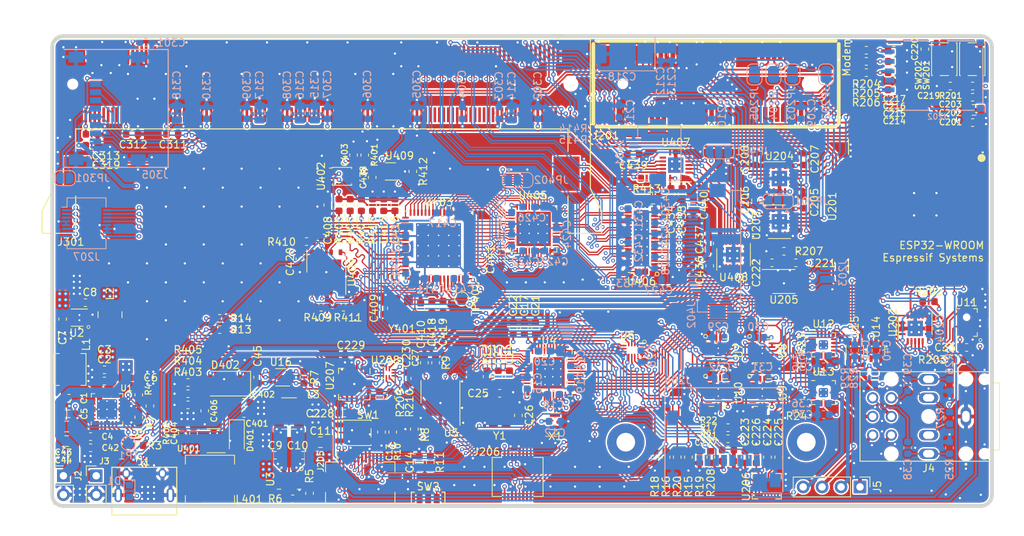
<source format=kicad_pcb>
(kicad_pcb (version 20171130) (host pcbnew "(5.1.6-0-10_14)")
  (layers (0 F.Cu signal) (1 GND power) (2 PWR power) (31 B.Cu signal) (34 B.Paste user) (35 F.Paste user) (36 B.SilkS user) (37 F.SilkS user) (38 B.Mask user) (39 F.Mask user) (44 Edge.Cuts user))
  (net 0 "")
  (net 1 GND)
  (net 2 +3V3)
  (net 3 +1V8)
  (net 4 GPIO_13)
  (net 5 GPIO_18)
  (net 6 GPIO_23)
  (net 7 JTAG_TCK)
  (net 8 JTAG_TDO)
  (net 9 JTAG_TMS)
  (net 10 JTAG_TDI)
  (net 11 "Net-(L2-Pad1)")
  (net 12 WAKE)
  (net 13 "Net-(R2-Pad2)")
  (net 14 "Net-(C1-Pad1)")
  (net 15 "Net-(C1-Pad2)")
  (net 16 VBUS)
  (net 17 "Net-(C5-Pad1)")
  (net 18 "Net-(C6-Pad1)")
  (net 19 "Net-(D1-Pad1)")
  (net 20 PWM2.1)
  (net 21 PWM0.1)
  (net 22 "Net-(L3-Pad1)")
  (net 23 "Net-(L3-Pad2)")
  (net 24 "Net-(R1-Pad1)")
  (net 25 "Net-(R3-Pad1)")
  (net 26 PWM1.1)
  (net 27 SPI1.SS0)
  (net 28 SPI1.MOSI)
  (net 29 SPI1.MISO)
  (net 30 SPI1.SCK)
  (net 31 SPI1.SS2)
  (net 32 SPI1.SS3)
  (net 33 "Net-(U7-Pad3)")
  (net 34 "Net-(U10-Pad11)")
  (net 35 "Net-(C38-Pad1)")
  (net 36 "Net-(C39-Pad1)")
  (net 37 /SPK_GAIN)
  (net 38 GPIO_20)
  (net 39 GPIO_0)
  (net 40 GPIO_22)
  (net 41 /SPK_EN)
  (net 42 /SPK_CLK)
  (net 43 "Net-(U10-Pad14)")
  (net 44 +VSYS)
  (net 45 /periph/Quectel.UART.RXD)
  (net 46 /periph/Quectel.UART.TXD)
  (net 47 /periph/Quectel.UART.RI)
  (net 48 /periph/SIMCom.UART.TXD)
  (net 49 /periph/Quectel.UART.DTR)
  (net 50 /periph/SIMCom.UART.RI)
  (net 51 /periph/SIMCom.UART.DTR)
  (net 52 /periph/ESP32.U2.RXD)
  (net 53 /periph/ESP32.U2.TXD)
  (net 54 /periph/Modem.PCM.CLK)
  (net 55 /periph/Modem.PCM.DO)
  (net 56 /periph/Modem.PCM.DI)
  (net 57 /periph/Modem.PCM.SYNC)
  (net 58 /periph/ESP32.U2.DTR)
  (net 59 /periph/ESP32.U2.RI)
  (net 60 /periph/ESP32.PCM.SYNC)
  (net 61 /periph/ESP32.PCM.DO)
  (net 62 /periph/ESP32.PCM.CLK)
  (net 63 /periph/ESP32.PCM.DI)
  (net 64 /periph/ESP32.VSPI.SS0)
  (net 65 /periph/ESP32.VSPI.MOSI)
  (net 66 /periph/ESP32.VSPI.MISO)
  (net 67 "Net-(C301-Pad1)")
  (net 68 ESP32.HSPI.MOSI)
  (net 69 ESP32.HSPI.SCK)
  (net 70 ESP32.HSPI.MISO)
  (net 71 ESP32.HSPI.SS0)
  (net 72 ESP32.IO36)
  (net 73 ESP32.IO27)
  (net 74 DISP_LED_A)
  (net 75 DISP_LED_K)
  (net 76 /PLL_AVSS)
  (net 77 /PLL_AVDD)
  (net 78 /XTAL_XI)
  (net 79 /XTAL_XO)
  (net 80 /QSPI_CS)
  (net 81 /QSPI_DQ_3)
  (net 82 /QSPI_DQ_2)
  (net 83 /QSPI_DQ_1)
  (net 84 /QSPI_DQ_0)
  (net 85 /PSD_LFALTCLK)
  (net 86 /QSPI_CLK)
  (net 87 "Net-(J1-Pad4)")
  (net 88 "Net-(J202-Pad6)")
  (net 89 "Net-(J301-Pad21)")
  (net 90 "Net-(J301-Pad23)")
  (net 91 "Net-(J301-Pad25)")
  (net 92 "Net-(J301-Pad27)")
  (net 93 "Net-(J301-Pad29)")
  (net 94 "Net-(J301-Pad31)")
  (net 95 "Net-(J301-Pad63)")
  (net 96 "Net-(J301-Pad65)")
  (net 97 "Net-(J301-Pad69)")
  (net 98 "Net-(J301-Pad73)")
  (net 99 "Net-(J301-Pad77)")
  (net 100 "Net-(J301-Pad79)")
  (net 101 "Net-(J301-Pad81)")
  (net 102 "Net-(J301-Pad83)")
  (net 103 "Net-(J301-Pad85)")
  (net 104 "Net-(J301-Pad89)")
  (net 105 "Net-(J301-Pad91)")
  (net 106 "Net-(J301-Pad93)")
  (net 107 "Net-(J301-Pad95)")
  (net 108 "Net-(J301-Pad97)")
  (net 109 "Net-(J301-Pad99)")
  (net 110 "Net-(J301-Pad101)")
  (net 111 "Net-(J301-Pad103)")
  (net 112 "Net-(J301-Pad107)")
  (net 113 "Net-(J301-Pad109)")
  (net 114 "Net-(J301-Pad111)")
  (net 115 "Net-(J301-Pad113)")
  (net 116 "Net-(J301-Pad115)")
  (net 117 "Net-(J301-Pad117)")
  (net 118 "Net-(J301-Pad119)")
  (net 119 "Net-(J301-Pad121)")
  (net 120 "Net-(J301-Pad125)")
  (net 121 "Net-(J301-Pad127)")
  (net 122 "Net-(J301-Pad131)")
  (net 123 "Net-(J301-Pad133)")
  (net 124 "Net-(J301-Pad137)")
  (net 125 "Net-(J301-Pad139)")
  (net 126 "Net-(J301-Pad143)")
  (net 127 "Net-(J301-Pad145)")
  (net 128 "Net-(J301-Pad147)")
  (net 129 "Net-(J301-Pad157)")
  (net 130 "Net-(J301-Pad161)")
  (net 131 "Net-(J301-Pad163)")
  (net 132 "Net-(J301-Pad165)")
  (net 133 "Net-(J301-Pad167)")
  (net 134 "Net-(J301-Pad169)")
  (net 135 "Net-(J301-Pad171)")
  (net 136 "Net-(J301-Pad173)")
  (net 137 "Net-(J301-Pad175)")
  (net 138 "Net-(J301-Pad179)")
  (net 139 "Net-(J301-Pad181)")
  (net 140 "Net-(J301-Pad187)")
  (net 141 "Net-(J301-Pad189)")
  (net 142 "Net-(J301-Pad191)")
  (net 143 "Net-(J301-Pad193)")
  (net 144 "Net-(J301-Pad195)")
  (net 145 "Net-(J301-Pad197)")
  (net 146 "Net-(J301-Pad199)")
  (net 147 "Net-(J301-Pad201)")
  (net 148 "Net-(J301-Pad203)")
  (net 149 "Net-(J301-Pad2)")
  (net 150 "Net-(J301-Pad4)")
  (net 151 "Net-(J301-Pad6)")
  (net 152 "Net-(J301-Pad8)")
  (net 153 "Net-(J301-Pad12)")
  (net 154 "Net-(J301-Pad14)")
  (net 155 "Net-(J301-Pad16)")
  (net 156 "Net-(J301-Pad18)")
  (net 157 "Net-(J301-Pad20)")
  (net 158 "Net-(J301-Pad22)")
  (net 159 "Net-(J301-Pad24)")
  (net 160 "Net-(J301-Pad26)")
  (net 161 "Net-(J301-Pad30)")
  (net 162 "Net-(J301-Pad32)")
  (net 163 "Net-(J301-Pad34)")
  (net 164 "Net-(J301-Pad36)")
  (net 165 "Net-(J301-Pad38)")
  (net 166 "Net-(J301-Pad40)")
  (net 167 "Net-(J301-Pad42)")
  (net 168 "Net-(J301-Pad44)")
  (net 169 "Net-(J301-Pad48)")
  (net 170 "Net-(J301-Pad50)")
  (net 171 "Net-(J301-Pad52)")
  (net 172 "Net-(J301-Pad54)")
  (net 173 "Net-(J301-Pad56)")
  (net 174 "Net-(J301-Pad62)")
  (net 175 "Net-(J301-Pad66)")
  (net 176 "Net-(J301-Pad68)")
  (net 177 "Net-(J301-Pad70)")
  (net 178 "Net-(J301-Pad72)")
  (net 179 "Net-(J301-Pad74)")
  (net 180 "Net-(J301-Pad92)")
  (net 181 "Net-(J301-Pad94)")
  (net 182 "Net-(J301-Pad98)")
  (net 183 "Net-(J301-Pad100)")
  (net 184 "Net-(J301-Pad102)")
  (net 185 "Net-(J301-Pad104)")
  (net 186 "Net-(J301-Pad106)")
  (net 187 "Net-(J301-Pad108)")
  (net 188 "Net-(J301-Pad110)")
  (net 189 "Net-(J301-Pad112)")
  (net 190 "Net-(J301-Pad116)")
  (net 191 "Net-(J301-Pad118)")
  (net 192 "Net-(J301-Pad120)")
  (net 193 "Net-(J301-Pad122)")
  (net 194 "Net-(J301-Pad124)")
  (net 195 "Net-(J301-Pad126)")
  (net 196 "Net-(J301-Pad128)")
  (net 197 "Net-(J301-Pad130)")
  (net 198 "Net-(J301-Pad134)")
  (net 199 "Net-(J301-Pad136)")
  (net 200 "Net-(J301-Pad138)")
  (net 201 "Net-(J301-Pad140)")
  (net 202 "Net-(J301-Pad142)")
  (net 203 "Net-(J301-Pad144)")
  (net 204 "Net-(J301-Pad146)")
  (net 205 "Net-(J301-Pad148)")
  (net 206 "Net-(J301-Pad152)")
  (net 207 "Net-(J301-Pad156)")
  (net 208 "Net-(J301-Pad158)")
  (net 209 "Net-(J301-Pad160)")
  (net 210 "Net-(J301-Pad162)")
  (net 211 "Net-(J301-Pad164)")
  (net 212 "Net-(J301-Pad166)")
  (net 213 "Net-(J301-Pad170)")
  (net 214 "Net-(J301-Pad172)")
  (net 215 "Net-(J301-Pad174)")
  (net 216 "Net-(J301-Pad180)")
  (net 217 "Net-(J301-Pad182)")
  (net 218 "Net-(J301-Pad184)")
  (net 219 "Net-(J301-Pad188)")
  (net 220 "Net-(J301-Pad190)")
  (net 221 "Net-(J301-Pad192)")
  (net 222 "Net-(J301-Pad194)")
  (net 223 "Net-(J301-Pad196)")
  (net 224 "Net-(J301-Pad198)")
  (net 225 "Net-(J301-Pad202)")
  (net 226 "Net-(U1-Pad24)")
  (net 227 "Net-(U9-Pad1)")
  (net 228 "Net-(U9-Pad2)")
  (net 229 "Net-(U9-Pad3)")
  (net 230 "Net-(U9-Pad4)")
  (net 231 "Net-(U9-Pad5)")
  (net 232 "Net-(U9-Pad6)")
  (net 233 "Net-(U9-Pad7)")
  (net 234 "Net-(U9-Pad15)")
  (net 235 "Net-(U10-Pad15)")
  (net 236 "Net-(U10-Pad7)")
  (net 237 "Net-(U10-Pad6)")
  (net 238 "Net-(U10-Pad5)")
  (net 239 "Net-(U10-Pad4)")
  (net 240 "Net-(U10-Pad3)")
  (net 241 "Net-(U10-Pad2)")
  (net 242 "Net-(U10-Pad1)")
  (net 243 "Net-(U201-Pad32)")
  (net 244 "Net-(U201-Pad22)")
  (net 245 "Net-(U201-Pad21)")
  (net 246 "Net-(U201-Pad20)")
  (net 247 "Net-(U201-Pad19)")
  (net 248 "Net-(U201-Pad18)")
  (net 249 "Net-(U201-Pad17)")
  (net 250 "Net-(U203-Pad6)")
  (net 251 "Net-(U203-Pad9)")
  (net 252 "Net-(U204-Pad9)")
  (net 253 "Net-(U204-Pad6)")
  (net 254 "Net-(X1-Pad1)")
  (net 255 /periph/ESP32.VSPI.SCK)
  (net 256 "Net-(J301-Pad155)")
  (net 257 "Net-(J301-Pad154)")
  (net 258 "Net-(J301-Pad60)")
  (net 259 PWM1.2)
  (net 260 GPIO_12)
  (net 261 TMUX.I2C0.SCL)
  (net 262 TMUX.I2C0.SDA)
  (net 263 DISP_CS)
  (net 264 /MIC_CLK)
  (net 265 /MIC_WS)
  (net 266 /SPK_R+)
  (net 267 /SPK_L+)
  (net 268 /SPK_L-)
  (net 269 /SPK_R-)
  (net 270 "Net-(R5-Pad2)")
  (net 271 "Net-(U4-Pad17)")
  (net 272 "Net-(U4-Pad22)")
  (net 273 iMX8.USB1.D_P)
  (net 274 iMX8.USB1.D_N)
  (net 275 iMX8.PWM1)
  (net 276 BT81X.GPIO3)
  (net 277 BT81X.GPIO0)
  (net 278 BT81X.GPIO1)
  (net 279 BT81X.GPIO2)
  (net 280 BT81X.R0)
  (net 281 BT81X.CTP.RST)
  (net 282 BT81X.CTP.INT)
  (net 283 BT81X.CTP.SCL)
  (net 284 BT81X.CTP.SDA)
  (net 285 BT81X.BL_PWM)
  (net 286 BT81X.DE)
  (net 287 BT81X.VSYNC)
  (net 288 BT81X.HSYNC)
  (net 289 BT81X.DISP)
  (net 290 BT81X.PCLK)
  (net 291 BT81X.B7)
  (net 292 BT81X.B6)
  (net 293 BT81X.B5)
  (net 294 BT81X.B4)
  (net 295 BT81X.B3)
  (net 296 BT81X.B2)
  (net 297 BT81X.B1)
  (net 298 BT81X.B0)
  (net 299 BT81X.G7)
  (net 300 BT81X.G6)
  (net 301 BT81X.G5)
  (net 302 BT81X.G4)
  (net 303 BT81X.G3)
  (net 304 BT81X.G2)
  (net 305 BT81X.G1)
  (net 306 BT81X.G0)
  (net 307 BT81X.R7)
  (net 308 BT81X.R6)
  (net 309 BT81X.R5)
  (net 310 BT81X.R4)
  (net 311 BT81X.R3)
  (net 312 BT81X.R2)
  (net 313 BT81X.R1)
  (net 314 "Net-(JP201-Pad2)")
  (net 315 "Net-(J301-Pad58)")
  (net 316 "Net-(C38-Pad2)")
  (net 317 "Net-(C39-Pad2)")
  (net 318 "Net-(C214-Pad1)")
  (net 319 "Net-(C215-Pad1)")
  (net 320 "Net-(C216-Pad1)")
  (net 321 "Net-(C217-Pad1)")
  (net 322 "Net-(C408-Pad1)")
  (net 323 "Net-(D401-Pad2)")
  (net 324 "Net-(J201-Pad48)")
  (net 325 "Net-(J201-Pad42)")
  (net 326 "Net-(J201-Pad33)")
  (net 327 "Net-(J201-Pad32)")
  (net 328 "Net-(J201-Pad30)")
  (net 329 "Net-(J201-Pad28)")
  (net 330 "Net-(J201-Pad25)")
  (net 331 "Net-(J201-Pad23)")
  (net 332 "Net-(J201-Pad20)")
  (net 333 "Net-(J201-Pad16)")
  (net 334 "Net-(J201-Pad14)")
  (net 335 "Net-(J201-Pad12)")
  (net 336 "Net-(J201-Pad10)")
  (net 337 "Net-(J201-Pad7)")
  (net 338 "Net-(J201-Pad6)")
  (net 339 "Net-(J201-Pad5)")
  (net 340 "Net-(J201-Pad3)")
  (net 341 "Net-(J201-Pad1)")
  (net 342 "Net-(J203-Pad2)")
  (net 343 "Net-(J203-Pad1)")
  (net 344 "Net-(J401-Pad2)")
  (net 345 "Net-(R23-Pad1)")
  (net 346 "Net-(R24-Pad1)")
  (net 347 "Net-(R28-Pad2)")
  (net 348 "Net-(R29-Pad1)")
  (net 349 "Net-(U14-Pad1)")
  (net 350 /HP_SWITCH)
  (net 351 /disp/CTP_SCL)
  (net 352 /disp/CTP_SDA)
  (net 353 /disp/CTP_INT)
  (net 354 /disp/CTP_RST)
  (net 355 "Net-(R401-Pad2)")
  (net 356 "Net-(R402-Pad2)")
  (net 357 "Net-(U405-Pad22)")
  (net 358 "Net-(U405-Pad23)")
  (net 359 "Net-(U405-Pad26)")
  (net 360 "Net-(U406-Pad17)")
  (net 361 "Net-(U406-Pad19)")
  (net 362 "Net-(U406-Pad41)")
  (net 363 "Net-(U406-Pad42)")
  (net 364 "Net-(U408-Pad6)")
  (net 365 "Net-(U408-Pad9)")
  (net 366 /HP_DET)
  (net 367 /SPK_L_HP+)
  (net 368 /SPK_R_HP_+)
  (net 369 /MIC_SD)
  (net 370 /SPK_SD)
  (net 371 "Net-(U8-Pad2)")
  (net 372 /SPK_GAIN_SEL)
  (net 373 /disp/DISP_LVDS_A0N)
  (net 374 /disp/DISP_LVDS_A0P)
  (net 375 /disp/DISP_LVDS_A1N)
  (net 376 /disp/DISP_LVDS_A1P)
  (net 377 /disp/DISP_LVDS_A2N)
  (net 378 /disp/DISP_LVDS_A2P)
  (net 379 /disp/DISP_LVDS_A3N)
  (net 380 /disp/DISP_LVDS_A3P)
  (net 381 /disp/BT81X_QSPI_CS)
  (net 382 /disp/BT81X_QSPI_DQ_3)
  (net 383 /disp/BT81X_QSPI_DQ_2)
  (net 384 /disp/BT81X_QSPI_CLK)
  (net 385 /disp/BT81X_QSPI_DQ_0)
  (net 386 /disp/BT81X_QSPI_DQ_1)
  (net 387 "Net-(U407-Pad6)")
  (net 388 "Net-(U407-Pad9)")
  (net 389 /disp/BT81X_X1)
  (net 390 /disp/BT81X_X2)
  (net 391 /disp/BT81X_1V2)
  (net 392 +VCTP)
  (net 393 /disp/iMX8_CTP_EN)
  (net 394 TMUX.GPIO0)
  (net 395 TMUX.GPIO1)
  (net 396 "Net-(JP402-Pad2)")
  (net 397 "Net-(TP401-Pad1)")
  (net 398 /RESET)
  (net 399 JTAG_TRST_N)
  (net 400 /BQ_INT)
  (net 401 /BQ_QON)
  (net 402 "Net-(U201-Pad5)")
  (net 403 "Net-(U201-Pad10)")
  (net 404 "Net-(U201-Pad11)")
  (net 405 /BQ_PMID)
  (net 406 "Net-(U7-Pad10)")
  (net 407 /periph/PERST)
  (net 408 "Net-(C222-Pad1)")
  (net 409 "Net-(C225-Pad1)")
  (net 410 "Net-(C226-Pad1)")
  (net 411 /exp/ALT_BOOT)
  (net 412 /exp/SD2_CLK)
  (net 413 /exp/SD2_CMD)
  (net 414 /exp/SD2_DAT0)
  (net 415 /exp/SD2_DAT1)
  (net 416 /exp/SD2_DAT2)
  (net 417 /exp/SD2_DAT3)
  (net 418 "Net-(U206-Pad9)")
  (net 419 "Net-(U206-Pad10)")
  (net 420 "Net-(U206-Pad11)")
  (net 421 "Net-(U206-Pad12)")
  (net 422 "Net-(U206-Pad13)")
  (net 423 "Net-(J204-Pad1)")
  (net 424 "Net-(J204-Pad8)")
  (net 425 "Net-(J205-Pad12)")
  (net 426 iMX8.GPIO5.IO29)
  (net 427 iMX8.GPIO5.IO28)
  (net 428 iMX8.I2C3.SCL)
  (net 429 iMX8.I2C3.SDA)
  (net 430 "Net-(J301-Pad75)")
  (net 431 "Net-(J301-Pad129)")
  (net 432 "Net-(J301-Pad135)")
  (net 433 "Net-(J301-Pad149)")
  (net 434 "Net-(J301-Pad151)")
  (net 435 "Net-(J301-Pad153)")
  (net 436 iMX8.GPIO3.IO7)
  (net 437 USB_D-)
  (net 438 USB_D+)
  (net 439 /periph/USB_CBUS3)
  (net 440 /periph/USB_RXD)
  (net 441 "Net-(U207-Pad5)")
  (net 442 /periph/USB_CBUS1)
  (net 443 /periph/USB_CBUS0)
  (net 444 /periph/USB_TXD)
  (net 445 "Net-(U207-Pad16)")
  (net 446 "Net-(U1-Pad2)")
  (net 447 ESP32.UART0.RXD)
  (net 448 ESP32.UART0.TXD)
  (net 449 UART0.TXD)
  (net 450 UART0.RXD)
  (net 451 iMX8.LVDS0.CLKP)
  (net 452 iMX8.LVDS0.CLKN)
  (net 453 iMX8.LVDS0.A0P)
  (net 454 iMX8.LVDS0.A0N)
  (net 455 iMX8.LVDS0.A1P)
  (net 456 iMX8.LVDS0.A1N)
  (net 457 iMX8.LVDS0.A2P)
  (net 458 iMX8.LVDS0.A2N)
  (net 459 iMX8.LVDS0.A3P)
  (net 460 iMX8.LVDS0.A3N)
  (net 461 /disp/DISP_LVDS_CLKN)
  (net 462 /disp/DISP_LVDS_CLKP)
  (net 463 /disp/DS90_LVDS_A3P)
  (net 464 /disp/DS90_LVDS_A3N)
  (net 465 /disp/DS90_LVDS_CLKP)
  (net 466 /disp/DS90_LVDS_CLKN)
  (net 467 /disp/DS90_LVDS_A2P)
  (net 468 /disp/DS90_LVDS_A2N)
  (net 469 /disp/DS90_LVDS_A1P)
  (net 470 /disp/DS90_LVDS_A1N)
  (net 471 /disp/DS90_LVDS_A0P)
  (net 472 /disp/DS90_LVDS_A0N)
  (net 473 /periph/ESP32.EN)
  (module Capacitor_SMD:C_0603_1608Metric (layer F.Cu) (at 124.95 125.25 90)
    (fp_text reference C404 (at 0 -2.6 90) (layer F.SilkS) (effects (font (size 0.8 0.8))))
    (fp_text value 10uF)
    (pad 1 smd roundrect (at -0.7875 0 90) (size 0.875 0.95) (layers F.Cu F.Paste F.Mask) (net 44 +VSYS))
    (pad 2 smd roundrect (at 0.7875 0 90) (size 0.875 0.95) (layers F.Cu F.Paste F.Mask) (net 1 GND))
  )
  (module footprints:SolderWirePad_1x02_SMD_1x2mm (layer B.Cu) (at 209.9 103.75 90)
    (fp_text reference J203 (at 0 2.1 270) (layer B.SilkS) (effects (justify mirror)))
    (fp_text value Motor)
    (pad 2 smd roundrect (at 0.85 0 90) (size 1 2) (layers B.Cu B.Paste B.Mask) (net 342 "Net-(J203-Pad2)"))
    (pad 1 smd roundrect (at -0.85 0 90) (size 1 2) (layers B.Cu B.Paste B.Mask) (net 343 "Net-(J203-Pad1)"))
  )
  (module Resistor_SMD:R_0603_1608Metric (layer F.Cu) (at 227.4 115.4 180)
    (fp_text reference R203 (at 3.4 0) (layer F.SilkS))
    (fp_text value 47K)
    (pad 2 smd roundrect (at 0.7875 0 180) (size 0.875 0.95) (layers F.Cu F.Paste F.Mask) (net 27 SPI1.SS0))
    (pad 1 smd roundrect (at -0.7875 0 180) (size 0.875 0.95) (layers F.Cu F.Paste F.Mask) (net 2 +3V3))
  )
  (module footprints:Socket_mPCIe (layer F.Cu) (at 207.5 78.4 180)
    (fp_text reference J201 (at 27.3 -6.95 180) (layer F.SilkS))
    (fp_text value Modem (at -5 3.55 90) (layer F.SilkS))
    (pad "" thru_hole circle (at 24.6 -48.05 180) (size 5 5) (drill 2.5) (layers *.Cu *.Mask))
    (pad "" thru_hole circle (at 0.4 -48.05 180) (size 5 5) (drill 2.5) (layers *.Cu *.Mask))
    (pad 52 smd rect (at 24.3 -4.1 180) (size 0.6 2) (layers F.Cu F.Paste F.Mask) (net 2 +3V3))
    (pad 51 smd rect (at 23.9 4.1 180) (size 0.6 2) (layers F.Cu F.Paste F.Mask) (net 57 /periph/Modem.PCM.SYNC))
    (pad 50 smd rect (at 23.5 -4.1 180) (size 0.6 2) (layers F.Cu F.Paste F.Mask) (net 1 GND))
    (pad 49 smd rect (at 23.1 4.1 180) (size 0.6 2) (layers F.Cu F.Paste F.Mask) (net 56 /periph/Modem.PCM.DI))
    (pad 48 smd rect (at 22.7 -4.1 180) (size 0.6 2) (layers F.Cu F.Paste F.Mask) (net 324 "Net-(J201-Pad48)"))
    (pad 47 smd rect (at 22.3 4.1 180) (size 0.6 2) (layers F.Cu F.Paste F.Mask) (net 55 /periph/Modem.PCM.DO))
    (pad 46 smd rect (at 21.9 -4.1 180) (size 0.6 2) (layers F.Cu F.Paste F.Mask) (net 51 /periph/SIMCom.UART.DTR))
    (pad 45 smd rect (at 21.5 4.1 180) (size 0.6 2) (layers F.Cu F.Paste F.Mask) (net 54 /periph/Modem.PCM.CLK))
    (pad 44 smd rect (at 21.1 -4.1 180) (size 0.6 2) (layers F.Cu F.Paste F.Mask) (net 50 /periph/SIMCom.UART.RI))
    (pad 43 smd rect (at 20.7 4.1 180) (size 0.6 2) (layers F.Cu F.Paste F.Mask) (net 1 GND))
    (pad 42 smd rect (at 20.3 -4.1 180) (size 0.6 2) (layers F.Cu F.Paste F.Mask) (net 325 "Net-(J201-Pad42)"))
    (pad 41 smd rect (at 19.9 4.1 180) (size 0.6 2) (layers F.Cu F.Paste F.Mask) (net 2 +3V3))
    (pad 40 smd rect (at 19.5 -4.1 180) (size 0.6 2) (layers F.Cu F.Paste F.Mask) (net 1 GND))
    (pad 39 smd rect (at 19.1 4.1 180) (size 0.6 2) (layers F.Cu F.Paste F.Mask) (net 2 +3V3))
    (pad 38 smd rect (at 18.7 -4.1 180) (size 0.6 2) (layers F.Cu F.Paste F.Mask) (net 273 iMX8.USB1.D_P))
    (pad 37 smd rect (at 18.3 4.1 180) (size 0.6 2) (layers F.Cu F.Paste F.Mask) (net 1 GND))
    (pad 36 smd rect (at 17.9 -4.1 180) (size 0.6 2) (layers F.Cu F.Paste F.Mask) (net 274 iMX8.USB1.D_N))
    (pad 35 smd rect (at 17.5 4.1 180) (size 0.6 2) (layers F.Cu F.Paste F.Mask) (net 1 GND))
    (pad 34 smd rect (at 17.1 -4.1 180) (size 0.6 2) (layers F.Cu F.Paste F.Mask) (net 1 GND))
    (pad 33 smd rect (at 16.7 4.1 180) (size 0.6 2) (layers F.Cu F.Paste F.Mask) (net 326 "Net-(J201-Pad33)"))
    (pad 32 smd rect (at 16.3 -4.1 180) (size 0.6 2) (layers F.Cu F.Paste F.Mask) (net 327 "Net-(J201-Pad32)"))
    (pad 31 smd rect (at 15.9 4.1 180) (size 0.6 2) (layers F.Cu F.Paste F.Mask) (net 49 /periph/Quectel.UART.DTR))
    (pad 30 smd rect (at 15.5 -4.1 180) (size 0.6 2) (layers F.Cu F.Paste F.Mask) (net 328 "Net-(J201-Pad30)"))
    (pad 29 smd rect (at 15.1 4.1 180) (size 0.6 2) (layers F.Cu F.Paste F.Mask) (net 1 GND))
    (pad 28 smd rect (at 14.7 -4.1 180) (size 0.6 2) (layers F.Cu F.Paste F.Mask) (net 329 "Net-(J201-Pad28)"))
    (pad 27 smd rect (at 14.3 4.1 180) (size 0.6 2) (layers F.Cu F.Paste F.Mask) (net 1 GND))
    (pad 26 smd rect (at 13.9 -4.1 180) (size 0.6 2) (layers F.Cu F.Paste F.Mask) (net 1 GND))
    (pad 25 smd rect (at 13.5 4.1 180) (size 0.6 2) (layers F.Cu F.Paste F.Mask) (net 330 "Net-(J201-Pad25)"))
    (pad 24 smd rect (at 13.1 -4.1 180) (size 0.6 2) (layers F.Cu F.Paste F.Mask) (net 2 +3V3))
    (pad 23 smd rect (at 12.7 4.1 180) (size 0.6 2) (layers F.Cu F.Paste F.Mask) (net 331 "Net-(J201-Pad23)"))
    (pad 22 smd rect (at 12.3 -4.1 180) (size 0.6 2) (layers F.Cu F.Paste F.Mask) (net 407 /periph/PERST))
    (pad 21 smd rect (at 11.9 4.1 180) (size 0.6 2) (layers F.Cu F.Paste F.Mask) (net 1 GND))
    (pad 20 smd rect (at 11.5 -4.1 180) (size 0.6 2) (layers F.Cu F.Paste F.Mask) (net 332 "Net-(J201-Pad20)"))
    (pad 19 smd rect (at 11.1 4.1 180) (size 0.6 2) (layers F.Cu F.Paste F.Mask) (net 48 /periph/SIMCom.UART.TXD))
    (pad 18 smd rect (at 10.7 -4.1 180) (size 0.6 2) (layers F.Cu F.Paste F.Mask) (net 1 GND))
    (pad 17 smd rect (at 10.3 4.1 180) (size 0.6 2) (layers F.Cu F.Paste F.Mask) (net 47 /periph/Quectel.UART.RI))
    (pad 16 smd rect (at 6.7 -4.1 180) (size 0.6 2) (layers F.Cu F.Paste F.Mask) (net 333 "Net-(J201-Pad16)"))
    (pad 15 smd rect (at 6.3 4.1 180) (size 0.6 2) (layers F.Cu F.Paste F.Mask) (net 1 GND))
    (pad 14 smd rect (at 5.9 -4.1 180) (size 0.6 2) (layers F.Cu F.Paste F.Mask) (net 334 "Net-(J201-Pad14)"))
    (pad 13 smd rect (at 5.5 4.1 180) (size 0.6 2) (layers F.Cu F.Paste F.Mask) (net 46 /periph/Quectel.UART.TXD))
    (pad 12 smd rect (at 5.1 -4.1 180) (size 0.6 2) (layers F.Cu F.Paste F.Mask) (net 335 "Net-(J201-Pad12)"))
    (pad 11 smd rect (at 4.7 4.1 180) (size 0.6 2) (layers F.Cu F.Paste F.Mask) (net 45 /periph/Quectel.UART.RXD))
    (pad 10 smd rect (at 4.3 -4.1 180) (size 0.6 2) (layers F.Cu F.Paste F.Mask) (net 336 "Net-(J201-Pad10)"))
    (pad 9 smd rect (at 3.9 4.1 180) (size 0.6 2) (layers F.Cu F.Paste F.Mask) (net 1 GND))
    (pad 8 smd rect (at 3.5 -4.1 180) (size 0.6 2) (layers F.Cu F.Paste F.Mask) (net 318 "Net-(C214-Pad1)"))
    (pad 7 smd rect (at 3.1 4.1 180) (size 0.6 2) (layers F.Cu F.Paste F.Mask) (net 337 "Net-(J201-Pad7)"))
    (pad 6 smd rect (at 2.7 -4.1 180) (size 0.6 2) (layers F.Cu F.Paste F.Mask) (net 338 "Net-(J201-Pad6)"))
    (pad 5 smd rect (at 2.3 4.1 180) (size 0.6 2) (layers F.Cu F.Paste F.Mask) (net 339 "Net-(J201-Pad5)"))
    (pad 4 smd rect (at 1.9 -4.1 180) (size 0.6 2) (layers F.Cu F.Paste F.Mask) (net 1 GND))
    (pad 3 smd rect (at 1.5 4.1 180) (size 0.6 2) (layers F.Cu F.Paste F.Mask) (net 340 "Net-(J201-Pad3)"))
    (pad 2 smd rect (at 1.1 -4.1 180) (size 0.6 2) (layers F.Cu F.Paste F.Mask) (net 2 +3V3))
    (pad 1 smd rect (at 0.7 4.1 180) (size 0.6 2) (layers F.Cu F.Paste F.Mask) (net 341 "Net-(J201-Pad1)"))
    (pad "" smd rect (at 27.15 3.5 180) (size 2.3 3.2) (layers F.Cu F.Paste F.Mask))
    (pad "" smd rect (at -2.15 3.5 180) (size 2.3 3.2) (layers F.Cu F.Paste F.Mask))
    (pad "" np_thru_hole circle (at 0 0 180) (size 1.6 1.6) (drill 1.6) (layers *.Cu *.Mask))
    (pad "" np_thru_hole circle (at 25 0 180) (size 1.05 1.05) (drill 1.05) (layers *.Cu *.Mask))
  )
  (module footprints:TPS62290 (layer F.Cu) (at 109.65 109.75 180)
    (fp_text reference U2 (at 0.35 -2.05) (layer F.SilkS))
    (fp_text value TPS62293)
    (pad 7 smd rect (at 0 0.55 180) (size 1 0.5) (layers F.Cu F.Paste F.Mask) (net 1 GND))
    (pad 7 smd rect (at 0 -0.55 180) (size 1 0.5) (layers F.Cu F.Paste F.Mask) (net 1 GND))
    (pad 7 smd rect (at 0 0 180) (size 1 0.6) (layers F.Cu F.Paste F.Mask) (net 1 GND))
    (pad 6 smd rect (at 0.975 -0.65 180) (size 0.45 0.3) (layers F.Cu F.Paste F.Mask) (net 1 GND))
    (pad 5 smd rect (at 0.975 0 180) (size 0.45 0.3) (layers F.Cu F.Paste F.Mask) (net 44 +VSYS))
    (pad 4 smd rect (at 0.975 0.65 180) (size 0.45 0.3) (layers F.Cu F.Paste F.Mask) (net 44 +VSYS))
    (pad 3 smd rect (at -0.975 0.65 180) (size 0.45 0.3) (layers F.Cu F.Paste F.Mask) (net 3 +1V8))
    (pad 2 smd rect (at -0.975 0 180) (size 0.45 0.3) (layers F.Cu F.Paste F.Mask) (net 1 GND))
    (pad 1 smd rect (at -0.975 -0.65 180) (size 0.45 0.3) (layers F.Cu F.Paste F.Mask) (net 11 "Net-(L2-Pad1)"))
  )
  (module footprints:Texas_R-PWQFN-N42 (layer F.Cu) (at 185 99.1 180)
    (fp_text reference U406 (at 0 -5.8) (layer F.SilkS))
    (fp_text value TS3DV520ERUA)
    (pad 43 thru_hole circle (at 0.75 2.3 180) (size 0.5 0.5) (drill 0.2) (layers *.Cu) (net 1 GND))
    (pad 43 thru_hole circle (at -0.75 2.3 180) (size 0.5 0.5) (drill 0.2) (layers *.Cu) (net 1 GND))
    (pad 43 thru_hole circle (at -0.75 1.15 180) (size 0.5 0.5) (drill 0.2) (layers *.Cu) (net 1 GND))
    (pad 43 thru_hole circle (at 0 1.15 180) (size 0.5 0.5) (drill 0.2) (layers *.Cu) (net 1 GND))
    (pad 43 thru_hole circle (at 0 0 180) (size 0.5 0.5) (drill 0.2) (layers *.Cu) (net 1 GND))
    (pad 43 thru_hole circle (at 0 -3.5 180) (size 0.5 0.5) (drill 0.2) (layers *.Cu) (net 1 GND))
    (pad 43 thru_hole circle (at 0 2.3 180) (size 0.5 0.5) (drill 0.2) (layers *.Cu) (net 1 GND))
    (pad 43 thru_hole circle (at 0.75 -1.15 180) (size 0.5 0.5) (drill 0.2) (layers *.Cu) (net 1 GND))
    (pad 43 thru_hole circle (at -0.75 -1.15 180) (size 0.5 0.5) (drill 0.2) (layers *.Cu) (net 1 GND))
    (pad 43 thru_hole circle (at 0 -1.15 180) (size 0.5 0.5) (drill 0.2) (layers *.Cu) (net 1 GND))
    (pad 43 thru_hole circle (at 0 -2.3 180) (size 0.5 0.5) (drill 0.2) (layers *.Cu) (net 1 GND))
    (pad 43 thru_hole circle (at 0.75 0 180) (size 0.5 0.5) (drill 0.2) (layers *.Cu) (net 1 GND))
    (pad 43 thru_hole circle (at 0 3.5 180) (size 0.5 0.5) (drill 0.2) (layers *.Cu) (net 1 GND))
    (pad 43 thru_hole circle (at 0.75 1.15 180) (size 0.5 0.5) (drill 0.2) (layers *.Cu) (net 1 GND))
    (pad 43 thru_hole circle (at 0.75 -2.3 180) (size 0.5 0.5) (drill 0.2) (layers *.Cu) (net 1 GND))
    (pad 43 thru_hole circle (at -0.75 -2.3 180) (size 0.5 0.5) (drill 0.2) (layers *.Cu) (net 1 GND))
    (pad 43 thru_hole circle (at -0.75 0 180) (size 0.5 0.5) (drill 0.2) (layers *.Cu) (net 1 GND))
    (pad 43 smd roundrect (at 0 0 180) (size 2.05 7.55) (layers B.Cu) (roundrect_rratio 0.122) (net 1 GND))
    (pad 43 smd roundrect (at 0 0 180) (size 2.05 7.55) (layers F.Cu F.Mask) (roundrect_rratio 0.122) (net 1 GND))
    (pad 42 smd roundrect (at -0.75 -4.475 180) (size 0.3 0.85) (layers F.Cu F.Paste F.Mask) (roundrect_rratio 0.208) (net 363 "Net-(U406-Pad42)"))
    (pad 41 smd roundrect (at -0.25 -4.475 180) (size 0.3 0.85) (layers F.Cu F.Paste F.Mask) (roundrect_rratio 0.208) (net 362 "Net-(U406-Pad41)"))
    (pad 40 smd roundrect (at 0.25 -4.475 180) (size 0.3 0.85) (layers F.Cu F.Paste F.Mask) (roundrect_rratio 0.208) (net 2 +3V3))
    (pad 39 smd roundrect (at 0.75 -4.475 180) (size 0.3 0.85) (layers F.Cu F.Paste F.Mask) (roundrect_rratio 0.208) (net 459 iMX8.LVDS0.A3P))
    (pad 38 smd roundrect (at 1.725 -4 180) (size 0.85 0.3) (layers F.Cu F.Paste F.Mask) (roundrect_rratio 0.208) (net 460 iMX8.LVDS0.A3N))
    (pad 37 smd roundrect (at 1.725 -3.5 180) (size 0.85 0.3) (layers F.Cu F.Paste F.Mask) (roundrect_rratio 0.208) (net 463 /disp/DS90_LVDS_A3P))
    (pad 36 smd roundrect (at 1.725 -3 180) (size 0.85 0.3) (layers F.Cu F.Paste F.Mask) (roundrect_rratio 0.208) (net 464 /disp/DS90_LVDS_A3N))
    (pad 35 smd roundrect (at 1.725 -2.5 180) (size 0.85 0.3) (layers F.Cu F.Paste F.Mask) (roundrect_rratio 0.208) (net 451 iMX8.LVDS0.CLKP))
    (pad 34 smd roundrect (at 1.725 -2 180) (size 0.85 0.3) (layers F.Cu F.Paste F.Mask) (roundrect_rratio 0.208) (net 452 iMX8.LVDS0.CLKN))
    (pad 33 smd roundrect (at 1.725 -1.5 180) (size 0.85 0.3) (layers F.Cu F.Paste F.Mask) (roundrect_rratio 0.208) (net 465 /disp/DS90_LVDS_CLKP))
    (pad 32 smd roundrect (at 1.725 -1 180) (size 0.85 0.3) (layers F.Cu F.Paste F.Mask) (roundrect_rratio 0.208) (net 466 /disp/DS90_LVDS_CLKN))
    (pad 31 smd roundrect (at 1.725 -0.5 180) (size 0.85 0.3) (layers F.Cu F.Paste F.Mask) (roundrect_rratio 0.208) (net 2 +3V3))
    (pad 30 smd roundrect (at 1.725 0 180) (size 0.85 0.3) (layers F.Cu F.Paste F.Mask) (roundrect_rratio 0.208) (net 457 iMX8.LVDS0.A2P))
    (pad 29 smd roundrect (at 1.725 0.5 180) (size 0.85 0.3) (layers F.Cu F.Paste F.Mask) (roundrect_rratio 0.208) (net 458 iMX8.LVDS0.A2N))
    (pad 28 smd roundrect (at 1.725 1 180) (size 0.85 0.3) (layers F.Cu F.Paste F.Mask) (roundrect_rratio 0.208) (net 467 /disp/DS90_LVDS_A2P))
    (pad 27 smd roundrect (at 1.725 1.5 180) (size 0.85 0.3) (layers F.Cu F.Paste F.Mask) (roundrect_rratio 0.208) (net 468 /disp/DS90_LVDS_A2N))
    (pad 26 smd roundrect (at 1.725 2 180) (size 0.85 0.3) (layers F.Cu F.Paste F.Mask) (roundrect_rratio 0.208) (net 455 iMX8.LVDS0.A1P))
    (pad 25 smd roundrect (at 1.725 2.5 180) (size 0.85 0.3) (layers F.Cu F.Paste F.Mask) (roundrect_rratio 0.208) (net 456 iMX8.LVDS0.A1N))
    (pad 24 smd roundrect (at 1.725 3 180) (size 0.85 0.3) (layers F.Cu F.Paste F.Mask) (roundrect_rratio 0.208) (net 469 /disp/DS90_LVDS_A1P))
    (pad 23 smd roundrect (at 1.725 3.5 180) (size 0.85 0.3) (layers F.Cu F.Paste F.Mask) (roundrect_rratio 0.208) (net 470 /disp/DS90_LVDS_A1N))
    (pad 22 smd roundrect (at 1.725 4 180) (size 0.85 0.3) (layers F.Cu F.Paste F.Mask) (roundrect_rratio 0.208) (net 2 +3V3))
    (pad 21 smd roundrect (at 0.75 4.475 180) (size 0.3 0.85) (layers F.Cu F.Paste F.Mask) (roundrect_rratio 0.208) (net 472 /disp/DS90_LVDS_A0N))
    (pad 20 smd roundrect (at 0.25 4.475 180) (size 0.3 0.85) (layers F.Cu F.Paste F.Mask) (roundrect_rratio 0.208) (net 471 /disp/DS90_LVDS_A0P))
    (pad 19 smd roundrect (at -0.25 4.475 180) (size 0.3 0.85) (layers F.Cu F.Paste F.Mask) (roundrect_rratio 0.208) (net 361 "Net-(U406-Pad19)"))
    (pad 18 smd roundrect (at -0.75 4.475 180) (size 0.3 0.85) (layers F.Cu F.Paste F.Mask) (roundrect_rratio 0.208) (net 454 iMX8.LVDS0.A0N))
    (pad 17 smd roundrect (at -1.725 4 180) (size 0.85 0.3) (layers F.Cu F.Paste F.Mask) (roundrect_rratio 0.208) (net 360 "Net-(U406-Pad17)"))
    (pad 16 smd roundrect (at -1.725 3.5 180) (size 0.85 0.3) (layers F.Cu F.Paste F.Mask) (roundrect_rratio 0.208) (net 453 iMX8.LVDS0.A0P))
    (pad 15 smd roundrect (at -1.725 3 180) (size 0.85 0.3) (layers F.Cu F.Paste F.Mask) (roundrect_rratio 0.208) (net 373 /disp/DISP_LVDS_A0N))
    (pad 14 smd roundrect (at -1.725 2.5 180) (size 0.85 0.3) (layers F.Cu F.Paste F.Mask) (roundrect_rratio 0.208) (net 374 /disp/DISP_LVDS_A0P))
    (pad 13 smd roundrect (at -1.725 2 180) (size 0.85 0.3) (layers F.Cu F.Paste F.Mask) (roundrect_rratio 0.208) (net 2 +3V3))
    (pad 12 smd roundrect (at -1.725 1.5 180) (size 0.85 0.3) (layers F.Cu F.Paste F.Mask) (roundrect_rratio 0.208) (net 289 BT81X.DISP))
    (pad 11 smd roundrect (at -1.725 1 180) (size 0.85 0.3) (layers F.Cu F.Paste F.Mask) (roundrect_rratio 0.208) (net 375 /disp/DISP_LVDS_A1N))
    (pad 10 smd roundrect (at -1.725 0.5 180) (size 0.85 0.3) (layers F.Cu F.Paste F.Mask) (roundrect_rratio 0.208) (net 376 /disp/DISP_LVDS_A1P))
    (pad 9 smd roundrect (at -1.725 0 180) (size 0.85 0.3) (layers F.Cu F.Paste F.Mask) (roundrect_rratio 0.208) (net 377 /disp/DISP_LVDS_A2N))
    (pad 8 smd roundrect (at -1.725 -0.5 180) (size 0.85 0.3) (layers F.Cu F.Paste F.Mask) (roundrect_rratio 0.208) (net 378 /disp/DISP_LVDS_A2P))
    (pad 7 smd roundrect (at -1.725 -1 180) (size 0.85 0.3) (layers F.Cu F.Paste F.Mask) (roundrect_rratio 0.208) (net 2 +3V3))
    (pad 6 smd roundrect (at -1.725 -1.5 180) (size 0.85 0.3) (layers F.Cu F.Paste F.Mask) (roundrect_rratio 0.208) (net 461 /disp/DISP_LVDS_CLKN))
    (pad 5 smd roundrect (at -1.725 -2 180) (size 0.85 0.3) (layers F.Cu F.Paste F.Mask) (roundrect_rratio 0.208) (net 462 /disp/DISP_LVDS_CLKP))
    (pad 4 smd roundrect (at -1.725 -2.5 180) (size 0.85 0.3) (layers F.Cu F.Paste F.Mask) (roundrect_rratio 0.208) (net 2 +3V3))
    (pad 3 smd roundrect (at -1.725 -3 180) (size 0.85 0.3) (layers F.Cu F.Paste F.Mask) (roundrect_rratio 0.208) (net 379 /disp/DISP_LVDS_A3N))
    (pad 2 smd roundrect (at -1.725 -3.5 180) (size 0.85 0.3) (layers F.Cu F.Paste F.Mask) (roundrect_rratio 0.208) (net 380 /disp/DISP_LVDS_A3P))
    (pad 1 smd roundrect (at -1.725 -4 180) (size 0.85 0.3) (layers F.Cu F.Paste F.Mask) (roundrect_rratio 0.208) (net 2 +3V3))
  )
  (module footprints:UQFN-16_1.8x2.6mm_P0.4mm (layer F.Cu) (at 183.9 114.1 270)
    (fp_text reference U6 (at -2 0.8 180) (layer F.SilkS))
    (fp_text value TMUX1574RSV)
    (pad 16 smd roundrect (at -0.6 -1.2 270) (size 0.2 0.6) (layers F.Cu F.Paste F.Mask) (net 394 TMUX.GPIO0))
    (pad 15 smd roundrect (at -0.2 -1.2 270) (size 0.2 0.6) (layers F.Cu F.Paste F.Mask) (net 41 /SPK_EN))
    (pad 14 smd roundrect (at 0.2 -1.2 270) (size 0.2 0.6) (layers F.Cu F.Paste F.Mask) (net 2 +3V3))
    (pad 13 smd roundrect (at 0.6 -1.2 270) (size 0.2 0.6) (layers F.Cu F.Paste F.Mask) (net 1 GND))
    (pad 8 smd roundrect (at 0.6 1.2 270) (size 0.2 0.6) (layers F.Cu F.Paste F.Mask) (net 369 /MIC_SD))
    (pad 7 smd roundrect (at 0.2 1.2 270) (size 0.2 0.6) (layers F.Cu F.Paste F.Mask) (net 260 GPIO_12))
    (pad 6 smd roundrect (at -0.2 1.2 270) (size 0.2 0.6) (layers F.Cu F.Paste F.Mask) (net 1 GND))
    (pad 5 smd roundrect (at -0.6 1.2 270) (size 0.2 0.6) (layers F.Cu F.Paste F.Mask) (net 4 GPIO_13))
    (pad 12 smd roundrect (at 0.8 -0.6 270) (size 0.6 0.2) (layers F.Cu F.Paste F.Mask) (net 395 TMUX.GPIO1))
    (pad 11 smd roundrect (at 0.8 -0.2 270) (size 0.6 0.2) (layers F.Cu F.Paste F.Mask) (net 264 /MIC_CLK))
    (pad 10 smd roundrect (at 0.8 0.2 270) (size 0.6 0.2) (layers F.Cu F.Paste F.Mask) (net 21 PWM0.1))
    (pad 9 smd roundrect (at 0.8 0.6 270) (size 0.6 0.2) (layers F.Cu F.Paste F.Mask) (net 262 TMUX.I2C0.SDA))
    (pad 4 smd roundrect (at -0.8 0.6 270) (size 0.6 0.2) (layers F.Cu F.Paste F.Mask) (net 370 /SPK_SD))
    (pad 3 smd roundrect (at -0.8 0.2 270) (size 0.6 0.2) (layers F.Cu F.Paste F.Mask) (net 261 TMUX.I2C0.SCL))
    (pad 2 smd roundrect (at -0.8 -0.2 270) (size 0.6 0.2) (layers F.Cu F.Paste F.Mask) (net 26 PWM1.1))
    (pad 1 smd roundrect (at -0.75 -0.6 270) (size 0.7 0.2) (layers F.Cu F.Paste F.Mask) (net 265 /MIC_WS))
  )
  (module footprints:74HC00BQ115 (layer F.Cu) (at 195.3 114.2 270)
    (fp_text reference U7 (at 0 -2.75 270) (layer F.SilkS))
    (fp_text value 74HC00)
    (pad 7 smd rect (at -0.35 0) (size 0.9 0.7) (layers F.Cu F.Paste F.Mask) (net 1 GND))
    (pad 1 smd rect (at -1.55 0.25) (size 0.24 0.9) (layers F.Cu F.Paste F.Mask) (net 264 /MIC_CLK))
    (pad 2 smd rect (at -1 1.3 270) (size 0.24 0.9) (layers F.Cu F.Paste F.Mask) (net 259 PWM1.2))
    (pad 3 smd rect (at -0.5 1.3 270) (size 0.24 0.9) (layers F.Cu F.Paste F.Mask) (net 33 "Net-(U7-Pad3)"))
    (pad 4 smd rect (at 0 1.3 270) (size 0.24 0.9) (layers F.Cu F.Paste F.Mask) (net 33 "Net-(U7-Pad3)"))
    (pad 5 smd rect (at 0.5 1.3 270) (size 0.24 0.9) (layers F.Cu F.Paste F.Mask) (net 5 GPIO_18))
    (pad 6 smd rect (at 1 1.3 270) (size 0.24 0.9) (layers F.Cu F.Paste F.Mask) (net 34 "Net-(U10-Pad11)"))
    (pad 7 smd rect (at 1.55 0.25) (size 0.24 0.9) (layers F.Cu F.Paste F.Mask) (net 1 GND))
    (pad 8 smd rect (at 1.55 -0.25) (size 0.24 0.9) (layers F.Cu F.Paste F.Mask) (net 41 /SPK_EN))
    (pad 9 smd rect (at 1 -1.3 270) (size 0.24 0.9) (layers F.Cu F.Paste F.Mask) (net 259 PWM1.2))
    (pad 10 smd rect (at 0.5 -1.3 270) (size 0.24 0.9) (layers F.Cu F.Paste F.Mask) (net 406 "Net-(U7-Pad10)"))
    (pad 11 smd rect (at 0 -1.3 270) (size 0.24 0.9) (layers F.Cu F.Paste F.Mask) (net 406 "Net-(U7-Pad10)"))
    (pad 12 smd rect (at -0.5 -1.3 270) (size 0.24 0.9) (layers F.Cu F.Paste F.Mask) (net 5 GPIO_18))
    (pad 13 smd rect (at -1 -1.3 270) (size 0.24 0.9) (layers F.Cu F.Paste F.Mask) (net 5 GPIO_18))
    (pad 14 smd rect (at -1.55 -0.25) (size 0.24 0.9) (layers F.Cu F.Paste F.Mask) (net 2 +3V3))
    (pad 7 smd rect (at 0.35 0) (size 0.9 0.7) (layers F.Cu F.Paste F.Mask) (net 1 GND))
  )
  (module footprints:74HC00BQ115 (layer F.Cu) (at 201.2 114.2 270)
    (fp_text reference U8 (at 0 -2.75 270) (layer F.SilkS))
    (fp_text value 74HC00)
    (pad 7 smd rect (at -0.35 0) (size 0.9 0.7) (layers F.Cu F.Paste F.Mask) (net 1 GND))
    (pad 1 smd rect (at -1.55 0.25) (size 0.24 0.9) (layers F.Cu F.Paste F.Mask) (net 20 PWM2.1))
    (pad 2 smd rect (at -1 1.3 270) (size 0.24 0.9) (layers F.Cu F.Paste F.Mask) (net 371 "Net-(U8-Pad2)"))
    (pad 3 smd rect (at -0.5 1.3 270) (size 0.24 0.9) (layers F.Cu F.Paste F.Mask) (net 263 DISP_CS))
    (pad 4 smd rect (at 0 1.3 270) (size 0.24 0.9) (layers F.Cu F.Paste F.Mask) (net 41 /SPK_EN))
    (pad 5 smd rect (at 0.5 1.3 270) (size 0.24 0.9) (layers F.Cu F.Paste F.Mask) (net 41 /SPK_EN))
    (pad 6 smd rect (at 1 1.3 270) (size 0.24 0.9) (layers F.Cu F.Paste F.Mask) (net 371 "Net-(U8-Pad2)"))
    (pad 7 smd rect (at 1.55 0.25) (size 0.24 0.9) (layers F.Cu F.Paste F.Mask) (net 1 GND))
    (pad 8 smd rect (at 1.55 -0.25) (size 0.24 0.9) (layers F.Cu F.Paste F.Mask) (net 372 /SPK_GAIN_SEL))
    (pad 9 smd rect (at 1 -1.3 270) (size 0.24 0.9) (layers F.Cu F.Paste F.Mask) (net 350 /HP_SWITCH))
    (pad 10 smd rect (at 0.5 -1.3 270) (size 0.24 0.9) (layers F.Cu F.Paste F.Mask) (net 279 BT81X.GPIO2))
    (pad 11 smd rect (at 0 -1.3 270) (size 0.24 0.9) (layers F.Cu F.Paste F.Mask) (net 42 /SPK_CLK))
    (pad 12 smd rect (at -0.5 -1.3 270) (size 0.24 0.9) (layers F.Cu F.Paste F.Mask) (net 264 /MIC_CLK))
    (pad 13 smd rect (at -1 -1.3 270) (size 0.24 0.9) (layers F.Cu F.Paste F.Mask) (net 264 /MIC_CLK))
    (pad 14 smd rect (at -1.55 -0.25) (size 0.24 0.9) (layers F.Cu F.Paste F.Mask) (net 2 +3V3))
    (pad 7 smd rect (at 0.35 0) (size 0.9 0.7) (layers F.Cu F.Paste F.Mask) (net 1 GND))
  )
  (module footprints:74HC595BQ115 (layer F.Cu) (at 201.2 119.8 270)
    (fp_text reference U9 (at 0 -2.75 270) (layer F.SilkS))
    (fp_text value 74HC595)
    (pad 8 smd rect (at -0.475 0) (size 0.9 0.95) (layers F.Cu F.Paste F.Mask) (net 1 GND))
    (pad 1 smd rect (at -1.8 0.25) (size 0.24 0.9) (layers F.Cu F.Paste F.Mask) (net 227 "Net-(U9-Pad1)"))
    (pad 2 smd rect (at -1.25 1.3 270) (size 0.24 0.9) (layers F.Cu F.Paste F.Mask) (net 228 "Net-(U9-Pad2)"))
    (pad 3 smd rect (at -0.75 1.3 270) (size 0.24 0.9) (layers F.Cu F.Paste F.Mask) (net 229 "Net-(U9-Pad3)"))
    (pad 4 smd rect (at -0.25 1.3 270) (size 0.24 0.9) (layers F.Cu F.Paste F.Mask) (net 230 "Net-(U9-Pad4)"))
    (pad 5 smd rect (at 0.25 1.3 270) (size 0.24 0.9) (layers F.Cu F.Paste F.Mask) (net 231 "Net-(U9-Pad5)"))
    (pad 6 smd rect (at 0.75 1.3 270) (size 0.24 0.9) (layers F.Cu F.Paste F.Mask) (net 232 "Net-(U9-Pad6)"))
    (pad 7 smd rect (at 1.25 1.3 270) (size 0.24 0.9) (layers F.Cu F.Paste F.Mask) (net 233 "Net-(U9-Pad7)"))
    (pad 8 smd rect (at 1.8 0.25) (size 0.24 0.9) (layers F.Cu F.Paste F.Mask) (net 1 GND))
    (pad 9 smd rect (at 1.8 -0.25) (size 0.24 0.9) (layers F.Cu F.Paste F.Mask) (net 43 "Net-(U10-Pad14)"))
    (pad 10 smd rect (at 1.25 -1.3 270) (size 0.24 0.9) (layers F.Cu F.Paste F.Mask) (net 2 +3V3))
    (pad 11 smd rect (at 0.75 -1.3 270) (size 0.24 0.9) (layers F.Cu F.Paste F.Mask) (net 34 "Net-(U10-Pad11)"))
    (pad 12 smd rect (at 0.25 -1.3 270) (size 0.24 0.9) (layers F.Cu F.Paste F.Mask) (net 1 GND))
    (pad 13 smd rect (at -0.25 -1.3 270) (size 0.24 0.9) (layers F.Cu F.Paste F.Mask) (net 2 +3V3))
    (pad 14 smd rect (at -0.75 -1.3 270) (size 0.24 0.9) (layers F.Cu F.Paste F.Mask) (net 369 /MIC_SD))
    (pad 15 smd rect (at -1.25 -1.3 270) (size 0.24 0.9) (layers F.Cu F.Paste F.Mask) (net 234 "Net-(U9-Pad15)"))
    (pad 16 smd rect (at -1.8 -0.25) (size 0.24 0.9) (layers F.Cu F.Paste F.Mask) (net 2 +3V3))
    (pad 8 smd rect (at 0.475 0) (size 0.9 0.95) (layers F.Cu F.Paste F.Mask) (net 1 GND))
  )
  (module footprints:74HC595BQ115 (layer F.Cu) (at 195.3 119.8 270)
    (fp_text reference U10 (at 0 -2.7 270) (layer F.SilkS))
    (fp_text value 74HC595)
    (pad 8 smd rect (at -0.475 0) (size 0.9 0.95) (layers F.Cu F.Paste F.Mask) (net 1 GND))
    (pad 1 smd rect (at -1.8 0.25) (size 0.24 0.9) (layers F.Cu F.Paste F.Mask) (net 242 "Net-(U10-Pad1)"))
    (pad 2 smd rect (at -1.25 1.3 270) (size 0.24 0.9) (layers F.Cu F.Paste F.Mask) (net 241 "Net-(U10-Pad2)"))
    (pad 3 smd rect (at -0.75 1.3 270) (size 0.24 0.9) (layers F.Cu F.Paste F.Mask) (net 240 "Net-(U10-Pad3)"))
    (pad 4 smd rect (at -0.25 1.3 270) (size 0.24 0.9) (layers F.Cu F.Paste F.Mask) (net 239 "Net-(U10-Pad4)"))
    (pad 5 smd rect (at 0.25 1.3 270) (size 0.24 0.9) (layers F.Cu F.Paste F.Mask) (net 238 "Net-(U10-Pad5)"))
    (pad 6 smd rect (at 0.75 1.3 270) (size 0.24 0.9) (layers F.Cu F.Paste F.Mask) (net 237 "Net-(U10-Pad6)"))
    (pad 7 smd rect (at 1.25 1.3 270) (size 0.24 0.9) (layers F.Cu F.Paste F.Mask) (net 236 "Net-(U10-Pad7)"))
    (pad 8 smd rect (at 1.8 0.25) (size 0.24 0.9) (layers F.Cu F.Paste F.Mask) (net 1 GND))
    (pad 9 smd rect (at 1.8 -0.25) (size 0.24 0.9) (layers F.Cu F.Paste F.Mask) (net 370 /SPK_SD))
    (pad 10 smd rect (at 1.25 -1.3 270) (size 0.24 0.9) (layers F.Cu F.Paste F.Mask) (net 2 +3V3))
    (pad 11 smd rect (at 0.75 -1.3 270) (size 0.24 0.9) (layers F.Cu F.Paste F.Mask) (net 34 "Net-(U10-Pad11)"))
    (pad 12 smd rect (at 0.25 -1.3 270) (size 0.24 0.9) (layers F.Cu F.Paste F.Mask) (net 1 GND))
    (pad 13 smd rect (at -0.25 -1.3 270) (size 0.24 0.9) (layers F.Cu F.Paste F.Mask) (net 2 +3V3))
    (pad 14 smd rect (at -0.75 -1.3 270) (size 0.24 0.9) (layers F.Cu F.Paste F.Mask) (net 43 "Net-(U10-Pad14)"))
    (pad 15 smd rect (at -1.25 -1.3 270) (size 0.24 0.9) (layers F.Cu F.Paste F.Mask) (net 235 "Net-(U10-Pad15)"))
    (pad 16 smd rect (at -1.8 -0.25) (size 0.24 0.9) (layers F.Cu F.Paste F.Mask) (net 2 +3V3))
    (pad 8 smd rect (at 0.475 0) (size 0.9 0.95) (layers F.Cu F.Paste F.Mask) (net 1 GND))
  )
  (module footprints:TPS630250 (layer F.Cu) (at 137.75 131.4)
    (fp_text reference U3 (at -2.5 0 90) (layer F.SilkS))
    (fp_text value TPS630250)
    (pad 14 smd rect (at 1.4 -0.75) (size 0.6 0.24) (layers F.Cu F.Paste F.Mask) (net 2 +3V3))
    (pad 13 smd rect (at 1.4 -0.25) (size 0.6 0.24) (layers F.Cu F.Paste F.Mask) (net 2 +3V3))
    (pad 12 smd rect (at 1.4 0.25) (size 0.6 0.24) (layers F.Cu F.Paste F.Mask) (net 2 +3V3))
    (pad 11 smd rect (at 1.4 0.75) (size 0.6 0.24) (layers F.Cu F.Paste F.Mask) (net 270 "Net-(R5-Pad2)"))
    (pad 7 smd rect (at -1.4 0.75) (size 0.6 0.24) (layers F.Cu F.Paste F.Mask) (net 44 +VSYS))
    (pad 6 smd rect (at -1.4 0.25) (size 0.6 0.24) (layers F.Cu F.Paste F.Mask) (net 44 +VSYS))
    (pad 5 smd rect (at -1.4 -0.25) (size 0.6 0.24) (layers F.Cu F.Paste F.Mask) (net 44 +VSYS))
    (pad 4 smd rect (at -1.4 -0.75) (size 0.6 0.24) (layers F.Cu F.Paste F.Mask) (net 44 +VSYS))
    (pad 10 smd rect (at 0.5 1.15) (size 0.24 0.6) (layers F.Cu F.Paste F.Mask) (net 1 GND))
    (pad 9 smd rect (at 0 1.15) (size 0.24 0.6) (layers F.Cu F.Paste F.Mask) (net 1 GND))
    (pad 8 smd rect (at -0.5 1.15) (size 0.24 0.6) (layers F.Cu F.Paste F.Mask) (net 44 +VSYS))
    (pad 3 smd rect (at -0.49 -0.555) (size 0.22 1.79) (layers F.Cu F.Paste F.Mask) (net 22 "Net-(L3-Pad1)"))
    (pad 2 smd rect (at 0 -0.555) (size 0.24 1.79) (layers F.Cu F.Paste F.Mask) (net 1 GND))
    (pad 1 smd rect (at 0.49 -0.555) (size 0.22 1.79) (layers F.Cu F.Paste F.Mask) (net 23 "Net-(L3-Pad2)"))
  )
  (module Package_DFN_QFN:QFN-48-1EP_6x6mm_P0.4mm_EP4.6x4.6mm_ThermalVias (layer F.Cu) (at 170.55 97.85)
    (fp_text reference U405 (at -0.1 -4.5) (layer F.SilkS))
    (fp_text value DS90C185)
    (pad 1 smd roundrect (at -2.95 -2.2) (size 0.8 0.2) (layers F.Cu F.Paste F.Mask) (net 303 BT81X.G3))
    (pad 2 smd roundrect (at -2.95 -1.8) (size 0.8 0.2) (layers F.Cu F.Paste F.Mask) (net 302 BT81X.G4))
    (pad 3 smd roundrect (at -2.95 -1.4) (size 0.8 0.2) (layers F.Cu F.Paste F.Mask) (net 301 BT81X.G5))
    (pad 4 smd roundrect (at -2.95 -1) (size 0.8 0.2) (layers F.Cu F.Paste F.Mask) (net 298 BT81X.B0))
    (pad 5 smd roundrect (at -2.95 -0.6) (size 0.8 0.2) (layers F.Cu F.Paste F.Mask) (net 297 BT81X.B1))
    (pad 6 smd roundrect (at -2.95 -0.2) (size 0.8 0.2) (layers F.Cu F.Paste F.Mask) (net 290 BT81X.PCLK))
    (pad 7 smd roundrect (at -2.95 0.2) (size 0.8 0.2) (layers F.Cu F.Paste F.Mask) (net 296 BT81X.B2))
    (pad 8 smd roundrect (at -2.95 0.6) (size 0.8 0.2) (layers F.Cu F.Paste F.Mask) (net 295 BT81X.B3))
    (pad 9 smd roundrect (at -2.95 1) (size 0.8 0.2) (layers F.Cu F.Paste F.Mask) (net 294 BT81X.B4))
    (pad 10 smd roundrect (at -2.95 1.4) (size 0.8 0.2) (layers F.Cu F.Paste F.Mask) (net 293 BT81X.B5))
    (pad 11 smd roundrect (at -2.95 1.8) (size 0.8 0.2) (layers F.Cu F.Paste F.Mask) (net 288 BT81X.HSYNC))
    (pad 12 smd roundrect (at -2.95 2.2) (size 0.8 0.2) (layers F.Cu F.Paste F.Mask) (net 287 BT81X.VSYNC))
    (pad 13 smd roundrect (at -2.2 2.95) (size 0.2 0.8) (layers F.Cu F.Paste F.Mask) (net 3 +1V8))
    (pad 14 smd roundrect (at -1.8 2.95) (size 0.2 0.8) (layers F.Cu F.Paste F.Mask) (net 286 BT81X.DE))
    (pad 15 smd roundrect (at -1.4 2.95) (size 0.2 0.8) (layers F.Cu F.Paste F.Mask) (net 1 GND))
    (pad 16 smd roundrect (at -1 2.95) (size 0.2 0.8) (layers F.Cu F.Paste F.Mask) (net 308 BT81X.R6))
    (pad 17 smd roundrect (at -0.6 2.95) (size 0.2 0.8) (layers F.Cu F.Paste F.Mask) (net 307 BT81X.R7))
    (pad 18 smd roundrect (at -0.2 2.95) (size 0.2 0.8) (layers F.Cu F.Paste F.Mask) (net 300 BT81X.G6))
    (pad 19 smd roundrect (at 0.2 2.95) (size 0.2 0.8) (layers F.Cu F.Paste F.Mask) (net 299 BT81X.G7))
    (pad 20 smd roundrect (at 0.6 2.95) (size 0.2 0.8) (layers F.Cu F.Paste F.Mask) (net 292 BT81X.B6))
    (pad 21 smd roundrect (at 1 2.95) (size 0.2 0.8) (layers F.Cu F.Paste F.Mask) (net 291 BT81X.B7))
    (pad 22 smd roundrect (at 1.4 2.95) (size 0.2 0.8) (layers F.Cu F.Paste F.Mask) (net 357 "Net-(U405-Pad22)"))
    (pad 23 smd roundrect (at 1.8 2.95) (size 0.2 0.8) (layers F.Cu F.Paste F.Mask) (net 358 "Net-(U405-Pad23)"))
    (pad 24 smd roundrect (at 2.2 2.95) (size 0.2 0.8) (layers F.Cu F.Paste F.Mask) (net 1 GND))
    (pad 25 smd roundrect (at 2.95 2.2) (size 0.8 0.2) (layers F.Cu F.Paste F.Mask) (net 3 +1V8))
    (pad 26 smd roundrect (at 2.95 1.8) (size 0.8 0.2) (layers F.Cu F.Paste F.Mask) (net 359 "Net-(U405-Pad26)"))
    (pad 27 smd roundrect (at 2.95 1.4) (size 0.8 0.2) (layers F.Cu F.Paste F.Mask) (net 463 /disp/DS90_LVDS_A3P))
    (pad 28 smd roundrect (at 2.95 1) (size 0.8 0.2) (layers F.Cu F.Paste F.Mask) (net 464 /disp/DS90_LVDS_A3N))
    (pad 29 smd roundrect (at 2.95 0.6) (size 0.8 0.2) (layers F.Cu F.Paste F.Mask) (net 465 /disp/DS90_LVDS_CLKP))
    (pad 30 smd roundrect (at 2.95 0.2) (size 0.8 0.2) (layers F.Cu F.Paste F.Mask) (net 466 /disp/DS90_LVDS_CLKN))
    (pad 31 smd roundrect (at 2.95 -0.2) (size 0.8 0.2) (layers F.Cu F.Paste F.Mask) (net 467 /disp/DS90_LVDS_A2P))
    (pad 32 smd roundrect (at 2.95 -0.6) (size 0.8 0.2) (layers F.Cu F.Paste F.Mask) (net 468 /disp/DS90_LVDS_A2N))
    (pad 33 smd roundrect (at 2.95 -1) (size 0.8 0.2) (layers F.Cu F.Paste F.Mask) (net 469 /disp/DS90_LVDS_A1P))
    (pad 34 smd roundrect (at 2.95 -1.4) (size 0.8 0.2) (layers F.Cu F.Paste F.Mask) (net 470 /disp/DS90_LVDS_A1N))
    (pad 35 smd roundrect (at 2.95 -1.8) (size 0.8 0.2) (layers F.Cu F.Paste F.Mask) (net 471 /disp/DS90_LVDS_A0P))
    (pad 36 smd roundrect (at 2.95 -2.2) (size 0.8 0.2) (layers F.Cu F.Paste F.Mask) (net 472 /disp/DS90_LVDS_A0N))
    (pad 37 smd roundrect (at 2.2 -2.95) (size 0.2 0.8) (layers F.Cu F.Paste F.Mask) (net 289 BT81X.DISP))
    (pad 38 smd roundrect (at 1.8 -2.95) (size 0.2 0.8) (layers F.Cu F.Paste F.Mask) (net 280 BT81X.R0))
    (pad 39 smd roundrect (at 1.4 -2.95) (size 0.2 0.8) (layers F.Cu F.Paste F.Mask) (net 396 "Net-(JP402-Pad2)"))
    (pad 40 smd roundrect (at 1 -2.95) (size 0.2 0.8) (layers F.Cu F.Paste F.Mask) (net 313 BT81X.R1))
    (pad 41 smd roundrect (at 0.6 -2.95) (size 0.2 0.8) (layers F.Cu F.Paste F.Mask) (net 312 BT81X.R2))
    (pad 42 smd roundrect (at 0.2 -2.95) (size 0.2 0.8) (layers F.Cu F.Paste F.Mask) (net 311 BT81X.R3))
    (pad 43 smd roundrect (at -0.2 -2.95) (size 0.2 0.8) (layers F.Cu F.Paste F.Mask) (net 310 BT81X.R4))
    (pad 44 smd roundrect (at -0.6 -2.95) (size 0.2 0.8) (layers F.Cu F.Paste F.Mask) (net 309 BT81X.R5))
    (pad 45 smd roundrect (at -1 -2.95) (size 0.2 0.8) (layers F.Cu F.Paste F.Mask) (net 306 BT81X.G0))
    (pad 46 smd roundrect (at -1.4 -2.95) (size 0.2 0.8) (layers F.Cu F.Paste F.Mask) (net 305 BT81X.G1))
    (pad 47 smd roundrect (at -1.8 -2.95) (size 0.2 0.8) (layers F.Cu F.Paste F.Mask) (net 304 BT81X.G2))
    (pad 48 smd roundrect (at -2.2 -2.95) (size 0.2 0.8) (layers F.Cu F.Paste F.Mask) (net 3 +1V8))
    (pad 49 smd rect (at 0 0) (size 4.6 4.6) (layers F.Cu F.Mask) (net 1 GND))
    (pad 49 thru_hole circle (at -1.8 -1.8) (size 0.5 0.5) (drill 0.2) (layers *.Cu) (net 1 GND))
    (pad 49 thru_hole circle (at -0.6 -1.8) (size 0.5 0.5) (drill 0.2) (layers *.Cu) (net 1 GND))
    (pad 49 thru_hole circle (at 0.6 -1.8) (size 0.5 0.5) (drill 0.2) (layers *.Cu) (net 1 GND))
    (pad 49 thru_hole circle (at 1.8 -1.8) (size 0.5 0.5) (drill 0.2) (layers *.Cu) (net 1 GND))
    (pad 49 thru_hole circle (at -1.8 -0.6) (size 0.5 0.5) (drill 0.2) (layers *.Cu) (net 1 GND))
    (pad 49 thru_hole circle (at -0.6 -0.6) (size 0.5 0.5) (drill 0.2) (layers *.Cu) (net 1 GND))
    (pad 49 thru_hole circle (at 0.6 -0.6) (size 0.5 0.5) (drill 0.2) (layers *.Cu) (net 1 GND))
    (pad 49 thru_hole circle (at 1.8 -0.6) (size 0.5 0.5) (drill 0.2) (layers *.Cu) (net 1 GND))
    (pad 49 thru_hole circle (at -1.8 0.6) (size 0.5 0.5) (drill 0.2) (layers *.Cu) (net 1 GND))
    (pad 49 thru_hole circle (at -0.6 0.6) (size 0.5 0.5) (drill 0.2) (layers *.Cu) (net 1 GND))
    (pad 49 thru_hole circle (at 0.6 0.6) (size 0.5 0.5) (drill 0.2) (layers *.Cu) (net 1 GND))
    (pad 49 thru_hole circle (at 1.8 0.6) (size 0.5 0.5) (drill 0.2) (layers *.Cu) (net 1 GND))
    (pad 49 thru_hole circle (at -1.8 1.8) (size 0.5 0.5) (drill 0.2) (layers *.Cu) (net 1 GND))
    (pad 49 thru_hole circle (at -0.6 1.8) (size 0.5 0.5) (drill 0.2) (layers *.Cu) (net 1 GND))
    (pad 49 thru_hole circle (at 0.6 1.8) (size 0.5 0.5) (drill 0.2) (layers *.Cu) (net 1 GND))
    (pad 49 thru_hole circle (at 1.8 1.8) (size 0.5 0.5) (drill 0.2) (layers *.Cu) (net 1 GND))
    (pad 49 smd rect (at 0 0) (size 4.1 4.1) (layers B.Cu) (net 1 GND))
  )
  (module footprints:ICS-43434 (layer F.Cu) (at 228.6 109.7)
    (fp_text reference U11 (at 0 -2) (layer F.SilkS))
    (fp_text value ICS-43434)
    (pad 3 smd trapezoid (at -0.4858 0.4858 135) (size 0.575 0.36) (rect_delta 0 -0.15) (layers F.Cu F.Paste F.Mask) (net 1 GND))
    (pad 3 smd trapezoid (at 0.4858 0.4858 225) (size 0.575 0.36) (rect_delta 0 -0.15) (layers F.Cu F.Paste F.Mask) (net 1 GND))
    (pad 3 smd trapezoid (at 0 0.687 180) (size 0.575 0.36) (rect_delta 0 -0.15) (layers F.Cu F.Paste F.Mask) (net 1 GND))
    (pad 3 smd trapezoid (at -0.4858 -0.4858 45) (size 0.575 0.36) (rect_delta 0 -0.15) (layers F.Cu F.Paste F.Mask) (net 1 GND))
    (pad 3 smd trapezoid (at 0.687 0 180) (size 0.36 0.575) (rect_delta 0.15 0) (layers F.Cu F.Paste F.Mask) (net 1 GND))
    (pad "" np_thru_hole circle (at 0 0) (size 0.6 0.6) (drill 0.6) (layers *.Cu *.Mask))
    (pad 3 smd trapezoid (at 0.4858 -0.4858 315) (size 0.575 0.36) (rect_delta 0 -0.125) (layers F.Cu F.Paste F.Mask) (net 1 GND))
    (pad 3 smd trapezoid (at -0.687 0) (size 0.36 0.575) (rect_delta 0.15 0) (layers F.Cu F.Paste F.Mask) (net 1 GND))
    (pad 3 smd trapezoid (at 0 -0.6825) (size 0.575 0.36) (rect_delta 0 -0.15) (layers F.Cu F.Paste F.Mask) (net 1 GND))
    (pad 6 smd rect (at 0 2.074) (size 0.6 0.522) (layers F.Cu F.Paste F.Mask) (net 369 /MIC_SD))
    (pad 4 smd rect (at -0.9 1.252) (size 0.6 0.522) (layers F.Cu F.Paste F.Mask) (net 264 /MIC_CLK))
    (pad 5 smd rect (at -0.9 2.074) (size 0.6 0.522) (layers F.Cu F.Paste F.Mask) (net 2 +3V3))
    (pad 2 smd rect (at 0.9 1.252) (size 0.6 0.522) (layers F.Cu F.Paste F.Mask) (net 1 GND))
    (pad 1 smd rect (at 0.9 2.074) (size 0.6 0.522) (layers F.Cu F.Paste F.Mask) (net 265 /MIC_WS))
  )
  (module footprints:L_Coilcraft_XAL40 (layer F.Cu) (at 137.75 122.6)
    (fp_text reference L3 (at 3.25 -2.55) (layer F.SilkS))
    (fp_text value 1uH)
    (pad 2 smd rect (at 1.185 0) (size 0.98 3.4) (layers F.Cu F.Paste F.Mask) (net 23 "Net-(L3-Pad2)"))
    (pad 1 smd rect (at -1.185 0) (size 0.98 3.4) (layers F.Cu F.Paste F.Mask) (net 22 "Net-(L3-Pad1)"))
  )
  (module footprints:L_Murata_LQH66SN (layer F.Cu) (at 127.15 131.5)
    (fp_text reference L401 (at 5.25 2.6) (layer F.SilkS))
    (fp_text value 10uH)
    (pad 2 smd rect (at 2.5 0) (size 3 3.5) (layers F.Cu F.Paste F.Mask) (net 323 "Net-(D401-Pad2)"))
    (pad 1 smd rect (at -2.5 0) (size 3 3.5) (layers F.Cu F.Paste F.Mask) (net 44 +VSYS))
  )
  (module footprints:L_Coilcraft_LPS3015 (layer F.Cu) (at 113.75 109.35 90)
    (fp_text reference L2 (at 2.8 0 90) (layer F.SilkS))
    (fp_text value 2.2uH)
    (pad 2 smd rect (at 1.395 1.27 135) (size 0.3606 0.3606) (layers F.Cu F.Paste F.Mask) (net 3 +1V8))
    (pad 2 smd rect (at 0.8578 0.8573 129.7) (size 0.4936 0.4936) (layers F.Cu F.Paste F.Mask) (net 3 +1V8))
    (pad 2 smd rect (at 0.9525 1.175 90) (size 0.885 0.7) (layers F.Cu F.Paste F.Mask) (net 3 +1V8))
    (pad 2 smd rect (at 1.395 -1.27 135) (size 0.3606 0.3606) (layers F.Cu F.Paste F.Mask) (net 3 +1V8))
    (pad 2 smd rect (at 0.8578 -0.8573 50.3) (size 0.4936 0.4936) (layers F.Cu F.Paste F.Mask) (net 3 +1V8))
    (pad 2 smd rect (at 0.9525 -1.175 90) (size 0.885 0.7) (layers F.Cu F.Paste F.Mask) (net 3 +1V8))
    (pad 2 smd rect (at 1.27 0 90) (size 0.76 2.54) (layers F.Cu F.Paste F.Mask) (net 3 +1V8))
    (pad 1 smd rect (at -0.8578 0.8573 50.3) (size 0.4936 0.4936) (layers F.Cu F.Paste F.Mask) (net 11 "Net-(L2-Pad1)"))
    (pad 1 smd rect (at -0.9525 1.175 90) (size 0.885 0.7) (layers F.Cu F.Paste F.Mask) (net 11 "Net-(L2-Pad1)"))
    (pad 1 smd rect (at -1.395 1.27 135) (size 0.3606 0.3606) (layers F.Cu F.Paste F.Mask) (net 11 "Net-(L2-Pad1)"))
    (pad 1 smd rect (at -1.395 -1.27 135) (size 0.3606 0.3606) (layers F.Cu F.Paste F.Mask) (net 11 "Net-(L2-Pad1)"))
    (pad 1 smd rect (at -0.8578 -0.8573 129.7) (size 0.4936 0.4936) (layers F.Cu F.Paste F.Mask) (net 11 "Net-(L2-Pad1)"))
    (pad 1 smd rect (at -0.9525 -1.175 90) (size 0.885 0.7) (layers F.Cu F.Paste F.Mask) (net 11 "Net-(L2-Pad1)"))
    (pad 1 smd rect (at -1.27 0 90) (size 0.76 2.54) (layers F.Cu F.Paste F.Mask) (net 11 "Net-(L2-Pad1)"))
  )
  (module footprints:SiT1533 (layer F.Cu) (at 173.4 123.65 90)
    (fp_text reference X1 (at -2 0.05 180) (layer F.SilkS))
    (fp_text value SiT1533)
    (pad 4 smd rect (at 0.1 -0.45 90) (size 0.2 0.5) (layers F.Cu F.Paste F.Mask) (net 2 +3V3))
    (pad 2 smd rect (at -0.1 0.45 90) (size 0.2 0.5) (layers F.Cu F.Paste F.Mask) (net 1 GND))
    (pad 3 smd rect (at 0.8 0 90) (size 0.4 1.4) (layers F.Cu F.Paste F.Mask) (net 85 /PSD_LFALTCLK))
    (pad 1 smd rect (at -0.8 0 90) (size 0.4 1.4) (layers F.Cu F.Paste F.Mask) (net 254 "Net-(X1-Pad1)"))
  )
  (module Connector_FFC-FPC:Hirose_FH12-8S-0.5SH_1x08-1MP_P0.50mm_Horizontal (layer B.Cu) (at 185.8 87.65 270)
    (fp_text reference J401 (at 0 3.7 270) (layer B.SilkS) (effects (justify mirror)))
    (fp_text value Touch)
    (pad MP smd rect (at -3.65 -1.4 270) (size 1.8 2.2) (layers B.Cu B.Paste B.Mask))
    (pad MP smd rect (at 3.65 -1.4 270) (size 1.8 2.2) (layers B.Cu B.Paste B.Mask))
    (pad 1 smd rect (at 1.75 1.85 270) (size 0.3 1.3) (layers B.Cu B.Paste B.Mask) (net 1 GND))
    (pad 2 smd rect (at 1.25 1.85 270) (size 0.3 1.3) (layers B.Cu B.Paste B.Mask) (net 344 "Net-(J401-Pad2)"))
    (pad 3 smd rect (at 0.75 1.85 270) (size 0.3 1.3) (layers B.Cu B.Paste B.Mask) (net 392 +VCTP))
    (pad 4 smd rect (at 0.25 1.85 270) (size 0.3 1.3) (layers B.Cu B.Paste B.Mask) (net 351 /disp/CTP_SCL))
    (pad 5 smd rect (at -0.25 1.85 270) (size 0.3 1.3) (layers B.Cu B.Paste B.Mask) (net 352 /disp/CTP_SDA))
    (pad 6 smd rect (at -0.75 1.85 270) (size 0.3 1.3) (layers B.Cu B.Paste B.Mask) (net 353 /disp/CTP_INT))
    (pad 7 smd rect (at -1.25 1.85 270) (size 0.3 1.3) (layers B.Cu B.Paste B.Mask) (net 354 /disp/CTP_RST))
    (pad 8 smd rect (at -1.75 1.85 270) (size 0.3 1.3) (layers B.Cu B.Paste B.Mask) (net 1 GND))
  )
  (module footprints:ESP32-WROOM (layer F.Cu) (at 225.5 94.85 90)
    (fp_text reference U201 (at 0 -14.9 90) (layer F.SilkS))
    (fp_text value ESP32-WROOM)
    (fp_text user ESP32-WROOM (at -5.207 -0.246 180) (layer F.SilkS))
    (fp_text user "Espressif Systems" (at -6.858 -1.389 180) (layer F.SilkS))
    (pad 39 smd rect (at -1.2 -0.95 90) (size 3 3) (layers F.Cu F.Paste F.Mask) (net 1 GND))
    (pad 39 smd rect (at 1.8 -0.95 90) (size 3 3) (layers F.Cu F.Paste F.Mask) (net 1 GND))
    (pad 39 smd rect (at 1.8 -3.95 90) (size 3 3) (layers F.Cu F.Paste F.Mask) (net 1 GND))
    (pad 39 smd rect (at -1.2 -3.95 90) (size 3 3) (layers F.Cu F.Paste F.Mask) (net 1 GND))
    (pad 1 smd oval (at 9 5.25 90) (size 2.5 0.9) (layers F.Cu F.Paste F.Mask) (net 1 GND))
    (pad 2 smd oval (at 9 3.98 90) (size 2.5 0.9) (layers F.Cu F.Paste F.Mask) (net 2 +3V3))
    (pad 3 smd oval (at 9 2.71 90) (size 2.5 0.9) (layers F.Cu F.Paste F.Mask) (net 473 /periph/ESP32.EN))
    (pad 4 smd oval (at 9 1.44 90) (size 2.5 0.9) (layers F.Cu F.Paste F.Mask) (net 72 ESP32.IO36))
    (pad 5 smd oval (at 9 0.17 90) (size 2.5 0.9) (layers F.Cu F.Paste F.Mask) (net 402 "Net-(U201-Pad5)"))
    (pad 6 smd oval (at 9 -1.1 90) (size 2.5 0.9) (layers F.Cu F.Paste F.Mask) (net 63 /periph/ESP32.PCM.DI))
    (pad 7 smd oval (at 9 -2.37 90) (size 2.5 0.9) (layers F.Cu F.Paste F.Mask) (net 59 /periph/ESP32.U2.RI))
    (pad 8 smd oval (at 9 -3.64 90) (size 2.5 0.9) (layers F.Cu F.Paste F.Mask) (net 58 /periph/ESP32.U2.DTR))
    (pad 9 smd oval (at 9 -4.91 90) (size 2.5 0.9) (layers F.Cu F.Paste F.Mask) (net 62 /periph/ESP32.PCM.CLK))
    (pad 10 smd oval (at 9 -6.18 90) (size 2.5 0.9) (layers F.Cu F.Paste F.Mask) (net 403 "Net-(U201-Pad10)"))
    (pad 11 smd oval (at 9 -7.45 90) (size 2.5 0.9) (layers F.Cu F.Paste F.Mask) (net 404 "Net-(U201-Pad11)"))
    (pad 12 smd oval (at 9 -8.72 90) (size 2.5 0.9) (layers F.Cu F.Paste F.Mask) (net 73 ESP32.IO27))
    (pad 13 smd oval (at 9 -9.99 90) (size 2.5 0.9) (layers F.Cu F.Paste F.Mask) (net 69 ESP32.HSPI.SCK))
    (pad 14 smd oval (at 9 -11.26 90) (size 2.5 0.9) (layers F.Cu F.Paste F.Mask) (net 70 ESP32.HSPI.MISO))
    (pad 15 smd oval (at 5.715 -12.75 90) (size 0.9 2.5) (layers F.Cu F.Paste F.Mask) (net 1 GND))
    (pad 16 smd oval (at 4.445 -12.75 90) (size 0.9 2.5) (layers F.Cu F.Paste F.Mask) (net 68 ESP32.HSPI.MOSI))
    (pad 17 smd oval (at 3.175 -12.75 90) (size 0.9 2.5) (layers F.Cu F.Paste F.Mask) (net 249 "Net-(U201-Pad17)"))
    (pad 18 smd oval (at 1.905 -12.75 90) (size 0.9 2.5) (layers F.Cu F.Paste F.Mask) (net 248 "Net-(U201-Pad18)"))
    (pad 19 smd oval (at 0.635 -12.75 90) (size 0.9 2.5) (layers F.Cu F.Paste F.Mask) (net 247 "Net-(U201-Pad19)"))
    (pad 20 smd oval (at -0.635 -12.75 90) (size 0.9 2.5) (layers F.Cu F.Paste F.Mask) (net 246 "Net-(U201-Pad20)"))
    (pad 21 smd oval (at -1.905 -12.75 90) (size 0.9 2.5) (layers F.Cu F.Paste F.Mask) (net 245 "Net-(U201-Pad21)"))
    (pad 22 smd oval (at -3.175 -12.75 90) (size 0.9 2.5) (layers F.Cu F.Paste F.Mask) (net 244 "Net-(U201-Pad22)"))
    (pad 23 smd oval (at -4.445 -12.75 90) (size 0.9 2.5) (layers F.Cu F.Paste F.Mask) (net 71 ESP32.HSPI.SS0))
    (pad 24 smd oval (at -5.715 -12.75 90) (size 0.9 2.5) (layers F.Cu F.Paste F.Mask) (net 61 /periph/ESP32.PCM.DO))
    (pad 25 smd oval (at -9 -11.26 90) (size 2.5 0.9) (layers F.Cu F.Paste F.Mask) (net 12 WAKE))
    (pad 26 smd oval (at -9 -9.99 90) (size 2.5 0.9) (layers F.Cu F.Paste F.Mask) (net 60 /periph/ESP32.PCM.SYNC))
    (pad 27 smd oval (at -9 -8.72 90) (size 2.5 0.9) (layers F.Cu F.Paste F.Mask) (net 53 /periph/ESP32.U2.TXD))
    (pad 28 smd oval (at -9 -7.45 90) (size 2.5 0.9) (layers F.Cu F.Paste F.Mask) (net 52 /periph/ESP32.U2.RXD))
    (pad 29 smd oval (at -9 -6.18 90) (size 2.5 0.9) (layers F.Cu F.Paste F.Mask) (net 64 /periph/ESP32.VSPI.SS0))
    (pad 30 smd oval (at -9 -4.91 90) (size 2.5 0.9) (layers F.Cu F.Paste F.Mask) (net 255 /periph/ESP32.VSPI.SCK))
    (pad 31 smd oval (at -9 -3.64 90) (size 2.5 0.9) (layers F.Cu F.Paste F.Mask) (net 66 /periph/ESP32.VSPI.MISO))
    (pad 32 smd oval (at -9 -2.37 90) (size 2.5 0.9) (layers F.Cu F.Paste F.Mask) (net 243 "Net-(U201-Pad32)"))
    (pad 33 smd oval (at -9 -1.1 90) (size 2.5 0.9) (layers F.Cu F.Paste F.Mask) (net 40 GPIO_22))
    (pad 34 smd oval (at -9 0.17 90) (size 2.5 0.9) (layers F.Cu F.Paste F.Mask) (net 447 ESP32.UART0.RXD))
    (pad 35 smd oval (at -9 1.44 90) (size 2.5 0.9) (layers F.Cu F.Paste F.Mask) (net 448 ESP32.UART0.TXD))
    (pad 36 smd oval (at -9 2.71 90) (size 2.5 0.9) (layers F.Cu F.Paste F.Mask) (net 38 GPIO_20))
    (pad 37 smd oval (at -9 3.98 90) (size 2.5 0.9) (layers F.Cu F.Paste F.Mask) (net 65 /periph/ESP32.VSPI.MOSI))
    (pad 38 smd oval (at -9 5.25 90) (size 2.5 0.9) (layers F.Cu F.Paste F.Mask) (net 1 GND))
  )
  (module footprints:Socket_SODIMM_DDR3_TE_2013289 (layer F.Cu) (at 142.15 78.45 180)
    (fp_text reference J301 (at 33.65 -21.15 180) (layer F.SilkS))
    (fp_text value iMX8)
    (pad "" np_thru_hole circle (at -33.4 0 180) (size 1.6 1.6) (drill 1.6) (layers *.Cu *.Mask))
    (pad "" np_thru_hole circle (at 33.4 0 180) (size 1.1 1.1) (drill 1.1) (layers *.Cu *.Mask))
    (pad "" smd rect (at 32.8 -12 180) (size 3.5 4.6) (layers F.Cu F.Paste F.Mask))
    (pad "" smd rect (at -32.8 -12 180) (size 3.5 4.6) (layers F.Cu F.Paste F.Mask))
    (pad 1 smd rect (at -31.65 4.1 180) (size 0.35 2) (layers F.Cu F.Paste F.Mask) (net 1 GND))
    (pad 3 smd rect (at -31.05 4.1 180) (size 0.35 2) (layers F.Cu F.Paste F.Mask) (net 426 iMX8.GPIO5.IO29))
    (pad 5 smd rect (at -30.45 4.1 180) (size 0.35 2) (layers F.Cu F.Paste F.Mask) (net 427 iMX8.GPIO5.IO28))
    (pad 7 smd rect (at -29.85 4.1 180) (size 0.35 2) (layers F.Cu F.Paste F.Mask) (net 72 ESP32.IO36))
    (pad 9 smd rect (at -29.25 4.1 180) (size 0.35 2) (layers F.Cu F.Paste F.Mask) (net 73 ESP32.IO27))
    (pad 11 smd rect (at -28.65 4.1 180) (size 0.35 2) (layers F.Cu F.Paste F.Mask) (net 68 ESP32.HSPI.MOSI))
    (pad 13 smd rect (at -28.05 4.1 180) (size 0.35 2) (layers F.Cu F.Paste F.Mask) (net 69 ESP32.HSPI.SCK))
    (pad 15 smd rect (at -27.45 4.1 180) (size 0.35 2) (layers F.Cu F.Paste F.Mask) (net 70 ESP32.HSPI.MISO))
    (pad 17 smd rect (at -26.85 4.1 180) (size 0.35 2) (layers F.Cu F.Paste F.Mask) (net 71 ESP32.HSPI.SS0))
    (pad 19 smd rect (at -26.25 4.1 180) (size 0.35 2) (layers F.Cu F.Paste F.Mask) (net 1 GND))
    (pad 21 smd rect (at -25.65 4.1 180) (size 0.35 2) (layers F.Cu F.Paste F.Mask) (net 89 "Net-(J301-Pad21)"))
    (pad 23 smd rect (at -25.05 4.1 180) (size 0.35 2) (layers F.Cu F.Paste F.Mask) (net 90 "Net-(J301-Pad23)"))
    (pad 25 smd rect (at -24.45 4.1 180) (size 0.35 2) (layers F.Cu F.Paste F.Mask) (net 91 "Net-(J301-Pad25)"))
    (pad 27 smd rect (at -23.85 4.1 180) (size 0.35 2) (layers F.Cu F.Paste F.Mask) (net 92 "Net-(J301-Pad27)"))
    (pad 29 smd rect (at -23.25 4.1 180) (size 0.35 2) (layers F.Cu F.Paste F.Mask) (net 93 "Net-(J301-Pad29)"))
    (pad 31 smd rect (at -22.65 4.1 180) (size 0.35 2) (layers F.Cu F.Paste F.Mask) (net 94 "Net-(J301-Pad31)"))
    (pad 33 smd rect (at -22.05 4.1 180) (size 0.35 2) (layers F.Cu F.Paste F.Mask) (net 451 iMX8.LVDS0.CLKP))
    (pad 35 smd rect (at -21.45 4.1 180) (size 0.35 2) (layers F.Cu F.Paste F.Mask) (net 452 iMX8.LVDS0.CLKN))
    (pad 37 smd rect (at -20.85 4.1 180) (size 0.35 2) (layers F.Cu F.Paste F.Mask) (net 1 GND))
    (pad 39 smd rect (at -20.25 4.1 180) (size 0.35 2) (layers F.Cu F.Paste F.Mask) (net 453 iMX8.LVDS0.A0P))
    (pad 41 smd rect (at -19.65 4.1 180) (size 0.35 2) (layers F.Cu F.Paste F.Mask) (net 454 iMX8.LVDS0.A0N))
    (pad 43 smd rect (at -19.05 4.1 180) (size 0.35 2) (layers F.Cu F.Paste F.Mask) (net 428 iMX8.I2C3.SCL))
    (pad 45 smd rect (at -18.45 4.1 180) (size 0.35 2) (layers F.Cu F.Paste F.Mask) (net 455 iMX8.LVDS0.A1P))
    (pad 47 smd rect (at -17.85 4.1 180) (size 0.35 2) (layers F.Cu F.Paste F.Mask) (net 456 iMX8.LVDS0.A1N))
    (pad 49 smd rect (at -17.25 4.1 180) (size 0.35 2) (layers F.Cu F.Paste F.Mask) (net 429 iMX8.I2C3.SDA))
    (pad 51 smd rect (at -16.65 4.1 180) (size 0.35 2) (layers F.Cu F.Paste F.Mask) (net 457 iMX8.LVDS0.A2P))
    (pad 53 smd rect (at -16.05 4.1 180) (size 0.35 2) (layers F.Cu F.Paste F.Mask) (net 458 iMX8.LVDS0.A2N))
    (pad 55 smd rect (at -15.45 4.1 180) (size 0.35 2) (layers F.Cu F.Paste F.Mask) (net 1 GND))
    (pad 57 smd rect (at -14.85 4.1 180) (size 0.35 2) (layers F.Cu F.Paste F.Mask) (net 459 iMX8.LVDS0.A3P))
    (pad 59 smd rect (at -14.25 4.1 180) (size 0.35 2) (layers F.Cu F.Paste F.Mask) (net 460 iMX8.LVDS0.A3N))
    (pad 61 smd rect (at -13.65 4.1 180) (size 0.35 2) (layers F.Cu F.Paste F.Mask) (net 1 GND))
    (pad 63 smd rect (at -13.05 4.1 180) (size 0.35 2) (layers F.Cu F.Paste F.Mask) (net 95 "Net-(J301-Pad63)"))
    (pad 65 smd rect (at -12.45 4.1 180) (size 0.35 2) (layers F.Cu F.Paste F.Mask) (net 96 "Net-(J301-Pad65)"))
    (pad 67 smd rect (at -11.85 4.1 180) (size 0.35 2) (layers F.Cu F.Paste F.Mask) (net 1 GND))
    (pad 69 smd rect (at -11.25 4.1 180) (size 0.35 2) (layers F.Cu F.Paste F.Mask) (net 97 "Net-(J301-Pad69)"))
    (pad 71 smd rect (at -10.65 4.1 180) (size 0.35 2) (layers F.Cu F.Paste F.Mask) (net 1 GND))
    (pad 73 smd rect (at -7.65 4.1 180) (size 0.35 2) (layers F.Cu F.Paste F.Mask) (net 98 "Net-(J301-Pad73)"))
    (pad 75 smd rect (at -7.05 4.1 180) (size 0.35 2) (layers F.Cu F.Paste F.Mask) (net 430 "Net-(J301-Pad75)"))
    (pad 77 smd rect (at -6.45 4.1 180) (size 0.35 2) (layers F.Cu F.Paste F.Mask) (net 99 "Net-(J301-Pad77)"))
    (pad 79 smd rect (at -5.85 4.1 180) (size 0.35 2) (layers F.Cu F.Paste F.Mask) (net 100 "Net-(J301-Pad79)"))
    (pad 81 smd rect (at -5.25 4.1 180) (size 0.35 2) (layers F.Cu F.Paste F.Mask) (net 101 "Net-(J301-Pad81)"))
    (pad 83 smd rect (at -4.65 4.1 180) (size 0.35 2) (layers F.Cu F.Paste F.Mask) (net 102 "Net-(J301-Pad83)"))
    (pad 85 smd rect (at -4.05 4.1 180) (size 0.35 2) (layers F.Cu F.Paste F.Mask) (net 103 "Net-(J301-Pad85)"))
    (pad 87 smd rect (at -3.45 4.1 180) (size 0.35 2) (layers F.Cu F.Paste F.Mask) (net 1 GND))
    (pad 89 smd rect (at -2.85 4.1 180) (size 0.35 2) (layers F.Cu F.Paste F.Mask) (net 104 "Net-(J301-Pad89)"))
    (pad 91 smd rect (at -2.25 4.1 180) (size 0.35 2) (layers F.Cu F.Paste F.Mask) (net 105 "Net-(J301-Pad91)"))
    (pad 93 smd rect (at -1.65 4.1 180) (size 0.35 2) (layers F.Cu F.Paste F.Mask) (net 106 "Net-(J301-Pad93)"))
    (pad 95 smd rect (at -1.05 4.1 180) (size 0.35 2) (layers F.Cu F.Paste F.Mask) (net 107 "Net-(J301-Pad95)"))
    (pad 97 smd rect (at -0.45 4.1 180) (size 0.35 2) (layers F.Cu F.Paste F.Mask) (net 108 "Net-(J301-Pad97)"))
    (pad 99 smd rect (at 0.15 4.1 180) (size 0.35 2) (layers F.Cu F.Paste F.Mask) (net 109 "Net-(J301-Pad99)"))
    (pad 101 smd rect (at 0.75 4.1 180) (size 0.35 2) (layers F.Cu F.Paste F.Mask) (net 110 "Net-(J301-Pad101)"))
    (pad 103 smd rect (at 1.35 4.1 180) (size 0.35 2) (layers F.Cu F.Paste F.Mask) (net 111 "Net-(J301-Pad103)"))
    (pad 105 smd rect (at 1.95 4.1 180) (size 0.35 2) (layers F.Cu F.Paste F.Mask) (net 1 GND))
    (pad 107 smd rect (at 2.55 4.1 180) (size 0.35 2) (layers F.Cu F.Paste F.Mask) (net 112 "Net-(J301-Pad107)"))
    (pad 109 smd rect (at 3.15 4.1 180) (size 0.35 2) (layers F.Cu F.Paste F.Mask) (net 113 "Net-(J301-Pad109)"))
    (pad 111 smd rect (at 3.75 4.1 180) (size 0.35 2) (layers F.Cu F.Paste F.Mask) (net 114 "Net-(J301-Pad111)"))
    (pad 113 smd rect (at 4.35 4.1 180) (size 0.35 2) (layers F.Cu F.Paste F.Mask) (net 115 "Net-(J301-Pad113)"))
    (pad 115 smd rect (at 4.95 4.1 180) (size 0.35 2) (layers F.Cu F.Paste F.Mask) (net 116 "Net-(J301-Pad115)"))
    (pad 117 smd rect (at 5.55 4.1 180) (size 0.35 2) (layers F.Cu F.Paste F.Mask) (net 117 "Net-(J301-Pad117)"))
    (pad 119 smd rect (at 6.15 4.1 180) (size 0.35 2) (layers F.Cu F.Paste F.Mask) (net 118 "Net-(J301-Pad119)"))
    (pad 121 smd rect (at 6.75 4.1 180) (size 0.35 2) (layers F.Cu F.Paste F.Mask) (net 119 "Net-(J301-Pad121)"))
    (pad 123 smd rect (at 7.35 4.1 180) (size 0.35 2) (layers F.Cu F.Paste F.Mask) (net 1 GND))
    (pad 125 smd rect (at 7.95 4.1 180) (size 0.35 2) (layers F.Cu F.Paste F.Mask) (net 120 "Net-(J301-Pad125)"))
    (pad 127 smd rect (at 8.55 4.1 180) (size 0.35 2) (layers F.Cu F.Paste F.Mask) (net 121 "Net-(J301-Pad127)"))
    (pad 129 smd rect (at 9.15 4.1 180) (size 0.35 2) (layers F.Cu F.Paste F.Mask) (net 431 "Net-(J301-Pad129)"))
    (pad 131 smd rect (at 9.75 4.1 180) (size 0.35 2) (layers F.Cu F.Paste F.Mask) (net 122 "Net-(J301-Pad131)"))
    (pad 133 smd rect (at 10.35 4.1 180) (size 0.35 2) (layers F.Cu F.Paste F.Mask) (net 123 "Net-(J301-Pad133)"))
    (pad 135 smd rect (at 10.95 4.1 180) (size 0.35 2) (layers F.Cu F.Paste F.Mask) (net 432 "Net-(J301-Pad135)"))
    (pad 137 smd rect (at 11.55 4.1 180) (size 0.35 2) (layers F.Cu F.Paste F.Mask) (net 124 "Net-(J301-Pad137)"))
    (pad 139 smd rect (at 12.15 4.1 180) (size 0.35 2) (layers F.Cu F.Paste F.Mask) (net 125 "Net-(J301-Pad139)"))
    (pad 141 smd rect (at 12.75 4.1 180) (size 0.35 2) (layers F.Cu F.Paste F.Mask) (net 1 GND))
    (pad 143 smd rect (at 13.35 4.1 180) (size 0.35 2) (layers F.Cu F.Paste F.Mask) (net 126 "Net-(J301-Pad143)"))
    (pad 145 smd rect (at 13.95 4.1 180) (size 0.35 2) (layers F.Cu F.Paste F.Mask) (net 127 "Net-(J301-Pad145)"))
    (pad 147 smd rect (at 14.55 4.1 180) (size 0.35 2) (layers F.Cu F.Paste F.Mask) (net 128 "Net-(J301-Pad147)"))
    (pad 149 smd rect (at 15.15 4.1 180) (size 0.35 2) (layers F.Cu F.Paste F.Mask) (net 433 "Net-(J301-Pad149)"))
    (pad 151 smd rect (at 15.75 4.1 180) (size 0.35 2) (layers F.Cu F.Paste F.Mask) (net 434 "Net-(J301-Pad151)"))
    (pad 153 smd rect (at 16.35 4.1 180) (size 0.35 2) (layers F.Cu F.Paste F.Mask) (net 435 "Net-(J301-Pad153)"))
    (pad 155 smd rect (at 16.95 4.1 180) (size 0.35 2) (layers F.Cu F.Paste F.Mask) (net 256 "Net-(J301-Pad155)"))
    (pad 157 smd rect (at 17.55 4.1 180) (size 0.35 2) (layers F.Cu F.Paste F.Mask) (net 129 "Net-(J301-Pad157)"))
    (pad 159 smd rect (at 18.15 4.1 180) (size 0.35 2) (layers F.Cu F.Paste F.Mask) (net 1 GND))
    (pad 161 smd rect (at 18.75 4.1 180) (size 0.35 2) (layers F.Cu F.Paste F.Mask) (net 130 "Net-(J301-Pad161)"))
    (pad 163 smd rect (at 19.35 4.1 180) (size 0.35 2) (layers F.Cu F.Paste F.Mask) (net 131 "Net-(J301-Pad163)"))
    (pad 165 smd rect (at 19.95 4.1 180) (size 0.35 2) (layers F.Cu F.Paste F.Mask) (net 132 "Net-(J301-Pad165)"))
    (pad 167 smd rect (at 20.55 4.1 180) (size 0.35 2) (layers F.Cu F.Paste F.Mask) (net 133 "Net-(J301-Pad167)"))
    (pad 169 smd rect (at 21.15 4.1 180) (size 0.35 2) (layers F.Cu F.Paste F.Mask) (net 134 "Net-(J301-Pad169)"))
    (pad 171 smd rect (at 21.75 4.1 180) (size 0.35 2) (layers F.Cu F.Paste F.Mask) (net 135 "Net-(J301-Pad171)"))
    (pad 173 smd rect (at 22.35 4.1 180) (size 0.35 2) (layers F.Cu F.Paste F.Mask) (net 136 "Net-(J301-Pad173)"))
    (pad 175 smd rect (at 22.95 4.1 180) (size 0.35 2) (layers F.Cu F.Paste F.Mask) (net 137 "Net-(J301-Pad175)"))
    (pad 177 smd rect (at 23.55 4.1 180) (size 0.35 2) (layers F.Cu F.Paste F.Mask) (net 1 GND))
    (pad 179 smd rect (at 24.15 4.1 180) (size 0.35 2) (layers F.Cu F.Paste F.Mask) (net 138 "Net-(J301-Pad179)"))
    (pad 181 smd rect (at 24.75 4.1 180) (size 0.35 2) (layers F.Cu F.Paste F.Mask) (net 139 "Net-(J301-Pad181)"))
    (pad 183 smd rect (at 25.35 4.1 180) (size 0.35 2) (layers F.Cu F.Paste F.Mask) (net 67 "Net-(C301-Pad1)"))
    (pad 185 smd rect (at 25.95 4.1 180) (size 0.35 2) (layers F.Cu F.Paste F.Mask) (net 411 /exp/ALT_BOOT))
    (pad 187 smd rect (at 26.55 4.1 180) (size 0.35 2) (layers F.Cu F.Paste F.Mask) (net 140 "Net-(J301-Pad187)"))
    (pad 189 smd rect (at 27.15 4.1 180) (size 0.35 2) (layers F.Cu F.Paste F.Mask) (net 141 "Net-(J301-Pad189)"))
    (pad 191 smd rect (at 27.75 4.1 180) (size 0.35 2) (layers F.Cu F.Paste F.Mask) (net 142 "Net-(J301-Pad191)"))
    (pad 193 smd rect (at 28.35 4.1 180) (size 0.35 2) (layers F.Cu F.Paste F.Mask) (net 143 "Net-(J301-Pad193)"))
    (pad 195 smd rect (at 28.95 4.1 180) (size 0.35 2) (layers F.Cu F.Paste F.Mask) (net 144 "Net-(J301-Pad195)"))
    (pad 197 smd rect (at 29.55 4.1 180) (size 0.35 2) (layers F.Cu F.Paste F.Mask) (net 145 "Net-(J301-Pad197)"))
    (pad 199 smd rect (at 30.15 4.1 180) (size 0.35 2) (layers F.Cu F.Paste F.Mask) (net 146 "Net-(J301-Pad199)"))
    (pad 201 smd rect (at 30.75 4.1 180) (size 0.35 2) (layers F.Cu F.Paste F.Mask) (net 147 "Net-(J301-Pad201)"))
    (pad 203 smd rect (at 31.35 4.1 180) (size 0.35 2) (layers F.Cu F.Paste F.Mask) (net 148 "Net-(J301-Pad203)"))
    (pad 2 smd rect (at -31.35 -4.1 180) (size 0.35 2) (layers F.Cu F.Paste F.Mask) (net 149 "Net-(J301-Pad2)"))
    (pad 4 smd rect (at -30.75 -4.1 180) (size 0.35 2) (layers F.Cu F.Paste F.Mask) (net 150 "Net-(J301-Pad4)"))
    (pad 6 smd rect (at -30.15 -4.1 180) (size 0.35 2) (layers F.Cu F.Paste F.Mask) (net 151 "Net-(J301-Pad6)"))
    (pad 8 smd rect (at -29.55 -4.1 180) (size 0.35 2) (layers F.Cu F.Paste F.Mask) (net 152 "Net-(J301-Pad8)"))
    (pad 10 smd rect (at -28.95 -4.1 180) (size 0.35 2) (layers F.Cu F.Paste F.Mask) (net 44 +VSYS))
    (pad 12 smd rect (at -28.35 -4.1 180) (size 0.35 2) (layers F.Cu F.Paste F.Mask) (net 153 "Net-(J301-Pad12)"))
    (pad 14 smd rect (at -27.75 -4.1 180) (size 0.35 2) (layers F.Cu F.Paste F.Mask) (net 154 "Net-(J301-Pad14)"))
    (pad 16 smd rect (at -27.15 -4.1 180) (size 0.35 2) (layers F.Cu F.Paste F.Mask) (net 155 "Net-(J301-Pad16)"))
    (pad 18 smd rect (at -26.55 -4.1 180) (size 0.35 2) (layers F.Cu F.Paste F.Mask) (net 156 "Net-(J301-Pad18)"))
    (pad 20 smd rect (at -25.95 -4.1 180) (size 0.35 2) (layers F.Cu F.Paste F.Mask) (net 157 "Net-(J301-Pad20)"))
    (pad 22 smd rect (at -25.35 -4.1 180) (size 0.35 2) (layers F.Cu F.Paste F.Mask) (net 158 "Net-(J301-Pad22)"))
    (pad 24 smd rect (at -24.75 -4.1 180) (size 0.35 2) (layers F.Cu F.Paste F.Mask) (net 159 "Net-(J301-Pad24)"))
    (pad 26 smd rect (at -24.15 -4.1 180) (size 0.35 2) (layers F.Cu F.Paste F.Mask) (net 160 "Net-(J301-Pad26)"))
    (pad 28 smd rect (at -23.55 -4.1 180) (size 0.35 2) (layers F.Cu F.Paste F.Mask) (net 44 +VSYS))
    (pad 30 smd rect (at -22.95 -4.1 180) (size 0.35 2) (layers F.Cu F.Paste F.Mask) (net 161 "Net-(J301-Pad30)"))
    (pad 32 smd rect (at -22.35 -4.1 180) (size 0.35 2) (layers F.Cu F.Paste F.Mask) (net 162 "Net-(J301-Pad32)"))
    (pad 34 smd rect (at -21.75 -4.1 180) (size 0.35 2) (layers F.Cu F.Paste F.Mask) (net 163 "Net-(J301-Pad34)"))
    (pad 36 smd rect (at -21.15 -4.1 180) (size 0.35 2) (layers F.Cu F.Paste F.Mask) (net 164 "Net-(J301-Pad36)"))
    (pad 38 smd rect (at -20.55 -4.1 180) (size 0.35 2) (layers F.Cu F.Paste F.Mask) (net 165 "Net-(J301-Pad38)"))
    (pad 40 smd rect (at -19.95 -4.1 180) (size 0.35 2) (layers F.Cu F.Paste F.Mask) (net 166 "Net-(J301-Pad40)"))
    (pad 42 smd rect (at -19.35 -4.1 180) (size 0.35 2) (layers F.Cu F.Paste F.Mask) (net 167 "Net-(J301-Pad42)"))
    (pad 44 smd rect (at -18.75 -4.1 180) (size 0.35 2) (layers F.Cu F.Paste F.Mask) (net 168 "Net-(J301-Pad44)"))
    (pad 46 smd rect (at -18.15 -4.1 180) (size 0.35 2) (layers F.Cu F.Paste F.Mask) (net 44 +VSYS))
    (pad 48 smd rect (at -17.55 -4.1 180) (size 0.35 2) (layers F.Cu F.Paste F.Mask) (net 169 "Net-(J301-Pad48)"))
    (pad 50 smd rect (at -16.95 -4.1 180) (size 0.35 2) (layers F.Cu F.Paste F.Mask) (net 170 "Net-(J301-Pad50)"))
    (pad 52 smd rect (at -16.35 -4.1 180) (size 0.35 2) (layers F.Cu F.Paste F.Mask) (net 171 "Net-(J301-Pad52)"))
    (pad 54 smd rect (at -15.75 -4.1 180) (size 0.35 2) (layers F.Cu F.Paste F.Mask) (net 172 "Net-(J301-Pad54)"))
    (pad 56 smd rect (at -15.15 -4.1 180) (size 0.35 2) (layers F.Cu F.Paste F.Mask) (net 173 "Net-(J301-Pad56)"))
    (pad 58 smd rect (at -14.55 -4.1 180) (size 0.35 2) (layers F.Cu F.Paste F.Mask) (net 315 "Net-(J301-Pad58)"))
    (pad 60 smd rect (at -13.95 -4.1 180) (size 0.35 2) (layers F.Cu F.Paste F.Mask) (net 258 "Net-(J301-Pad60)"))
    (pad 62 smd rect (at -13.35 -4.1 180) (size 0.35 2) (layers F.Cu F.Paste F.Mask) (net 174 "Net-(J301-Pad62)"))
    (pad 64 smd rect (at -12.75 -4.1 180) (size 0.35 2) (layers F.Cu F.Paste F.Mask) (net 44 +VSYS))
    (pad 66 smd rect (at -12.15 -4.1 180) (size 0.35 2) (layers F.Cu F.Paste F.Mask) (net 175 "Net-(J301-Pad66)"))
    (pad 68 smd rect (at -11.55 -4.1 180) (size 0.35 2) (layers F.Cu F.Paste F.Mask) (net 176 "Net-(J301-Pad68)"))
    (pad 70 smd rect (at -10.95 -4.1 180) (size 0.35 2) (layers F.Cu F.Paste F.Mask) (net 177 "Net-(J301-Pad70)"))
    (pad 72 smd rect (at -10.35 -4.1 180) (size 0.35 2) (layers F.Cu F.Paste F.Mask) (net 178 "Net-(J301-Pad72)"))
    (pad 74 smd rect (at -7.35 -4.1 180) (size 0.35 2) (layers F.Cu F.Paste F.Mask) (net 179 "Net-(J301-Pad74)"))
    (pad 76 smd rect (at -6.75 -4.1 180) (size 0.35 2) (layers F.Cu F.Paste F.Mask) (net 436 iMX8.GPIO3.IO7))
    (pad 78 smd rect (at -6.15 -4.1 180) (size 0.35 2) (layers F.Cu F.Paste F.Mask) (net 44 +VSYS))
    (pad 80 smd rect (at -5.55 -4.1 180) (size 0.35 2) (layers F.Cu F.Paste F.Mask) (net 412 /exp/SD2_CLK))
    (pad 82 smd rect (at -4.95 -4.1 180) (size 0.35 2) (layers F.Cu F.Paste F.Mask) (net 413 /exp/SD2_CMD))
    (pad 84 smd rect (at -4.35 -4.1 180) (size 0.35 2) (layers F.Cu F.Paste F.Mask) (net 414 /exp/SD2_DAT0))
    (pad 86 smd rect (at -3.75 -4.1 180) (size 0.35 2) (layers F.Cu F.Paste F.Mask) (net 415 /exp/SD2_DAT1))
    (pad 88 smd rect (at -3.15 -4.1 180) (size 0.35 2) (layers F.Cu F.Paste F.Mask) (net 416 /exp/SD2_DAT2))
    (pad 90 smd rect (at -2.55 -4.1 180) (size 0.35 2) (layers F.Cu F.Paste F.Mask) (net 417 /exp/SD2_DAT3))
    (pad 92 smd rect (at -1.95 -4.1 180) (size 0.35 2) (layers F.Cu F.Paste F.Mask) (net 180 "Net-(J301-Pad92)"))
    (pad 94 smd rect (at -1.35 -4.1 180) (size 0.35 2) (layers F.Cu F.Paste F.Mask) (net 181 "Net-(J301-Pad94)"))
    (pad 96 smd rect (at -0.75 -4.1 180) (size 0.35 2) (layers F.Cu F.Paste F.Mask) (net 44 +VSYS))
    (pad 98 smd rect (at -0.15 -4.1 180) (size 0.35 2) (layers F.Cu F.Paste F.Mask) (net 182 "Net-(J301-Pad98)"))
    (pad 100 smd rect (at 0.45 -4.1 180) (size 0.35 2) (layers F.Cu F.Paste F.Mask) (net 183 "Net-(J301-Pad100)"))
    (pad 102 smd rect (at 1.05 -4.1 180) (size 0.35 2) (layers F.Cu F.Paste F.Mask) (net 184 "Net-(J301-Pad102)"))
    (pad 104 smd rect (at 1.65 -4.1 180) (size 0.35 2) (layers F.Cu F.Paste F.Mask) (net 185 "Net-(J301-Pad104)"))
    (pad 106 smd rect (at 2.25 -4.1 180) (size 0.35 2) (layers F.Cu F.Paste F.Mask) (net 186 "Net-(J301-Pad106)"))
    (pad 108 smd rect (at 2.85 -4.1 180) (size 0.35 2) (layers F.Cu F.Paste F.Mask) (net 187 "Net-(J301-Pad108)"))
    (pad 110 smd rect (at 3.45 -4.1 180) (size 0.35 2) (layers F.Cu F.Paste F.Mask) (net 188 "Net-(J301-Pad110)"))
    (pad 112 smd rect (at 4.05 -4.1 180) (size 0.35 2) (layers F.Cu F.Paste F.Mask) (net 189 "Net-(J301-Pad112)"))
    (pad 114 smd rect (at 4.65 -4.1 180) (size 0.35 2) (layers F.Cu F.Paste F.Mask) (net 44 +VSYS))
    (pad 116 smd rect (at 5.25 -4.1 180) (size 0.35 2) (layers F.Cu F.Paste F.Mask) (net 190 "Net-(J301-Pad116)"))
    (pad 118 smd rect (at 5.85 -4.1 180) (size 0.35 2) (layers F.Cu F.Paste F.Mask) (net 191 "Net-(J301-Pad118)"))
    (pad 120 smd rect (at 6.45 -4.1 180) (size 0.35 2) (layers F.Cu F.Paste F.Mask) (net 192 "Net-(J301-Pad120)"))
    (pad 122 smd rect (at 7.05 -4.1 180) (size 0.35 2) (layers F.Cu F.Paste F.Mask) (net 193 "Net-(J301-Pad122)"))
    (pad 124 smd rect (at 7.65 -4.1 180) (size 0.35 2) (layers F.Cu F.Paste F.Mask) (net 194 "Net-(J301-Pad124)"))
    (pad 126 smd rect (at 8.25 -4.1 180) (size 0.35 2) (layers F.Cu F.Paste F.Mask) (net 195 "Net-(J301-Pad126)"))
    (pad 128 smd rect (at 8.85 -4.1 180) (size 0.35 2) (layers F.Cu F.Paste F.Mask) (net 196 "Net-(J301-Pad128)"))
    (pad 130 smd rect (at 9.45 -4.1 180) (size 0.35 2) (layers F.Cu F.Paste F.Mask) (net 197 "Net-(J301-Pad130)"))
    (pad 132 smd rect (at 10.05 -4.1 180) (size 0.35 2) (layers F.Cu F.Paste F.Mask) (net 44 +VSYS))
    (pad 134 smd rect (at 10.65 -4.1 180) (size 0.35 2) (layers F.Cu F.Paste F.Mask) (net 198 "Net-(J301-Pad134)"))
    (pad 136 smd rect (at 11.25 -4.1 180) (size 0.35 2) (layers F.Cu F.Paste F.Mask) (net 199 "Net-(J301-Pad136)"))
    (pad 138 smd rect (at 11.85 -4.1 180) (size 0.35 2) (layers F.Cu F.Paste F.Mask) (net 200 "Net-(J301-Pad138)"))
    (pad 140 smd rect (at 12.45 -4.1 180) (size 0.35 2) (layers F.Cu F.Paste F.Mask) (net 201 "Net-(J301-Pad140)"))
    (pad 142 smd rect (at 13.05 -4.1 180) (size 0.35 2) (layers F.Cu F.Paste F.Mask) (net 202 "Net-(J301-Pad142)"))
    (pad 144 smd rect (at 13.65 -4.1 180) (size 0.35 2) (layers F.Cu F.Paste F.Mask) (net 203 "Net-(J301-Pad144)"))
    (pad 146 smd rect (at 14.25 -4.1 180) (size 0.35 2) (layers F.Cu F.Paste F.Mask) (net 204 "Net-(J301-Pad146)"))
    (pad 148 smd rect (at 14.85 -4.1 180) (size 0.35 2) (layers F.Cu F.Paste F.Mask) (net 205 "Net-(J301-Pad148)"))
    (pad 150 smd rect (at 15.45 -4.1 180) (size 0.35 2) (layers F.Cu F.Paste F.Mask) (net 44 +VSYS))
    (pad 152 smd rect (at 16.05 -4.1 180) (size 0.35 2) (layers F.Cu F.Paste F.Mask) (net 206 "Net-(J301-Pad152)"))
    (pad 154 smd rect (at 16.65 -4.1 180) (size 0.35 2) (layers F.Cu F.Paste F.Mask) (net 257 "Net-(J301-Pad154)"))
    (pad 156 smd rect (at 17.25 -4.1 180) (size 0.35 2) (layers F.Cu F.Paste F.Mask) (net 207 "Net-(J301-Pad156)"))
    (pad 158 smd rect (at 17.85 -4.1 180) (size 0.35 2) (layers F.Cu F.Paste F.Mask) (net 208 "Net-(J301-Pad158)"))
    (pad 160 smd rect (at 18.45 -4.1 180) (size 0.35 2) (layers F.Cu F.Paste F.Mask) (net 209 "Net-(J301-Pad160)"))
    (pad 162 smd rect (at 19.05 -4.1 180) (size 0.35 2) (layers F.Cu F.Paste F.Mask) (net 210 "Net-(J301-Pad162)"))
    (pad 164 smd rect (at 19.65 -4.1 180) (size 0.35 2) (layers F.Cu F.Paste F.Mask) (net 211 "Net-(J301-Pad164)"))
    (pad 166 smd rect (at 20.25 -4.1 180) (size 0.35 2) (layers F.Cu F.Paste F.Mask) (net 212 "Net-(J301-Pad166)"))
    (pad 168 smd rect (at 20.85 -4.1 180) (size 0.35 2) (layers F.Cu F.Paste F.Mask) (net 44 +VSYS))
    (pad 170 smd rect (at 21.45 -4.1 180) (size 0.35 2) (layers F.Cu F.Paste F.Mask) (net 213 "Net-(J301-Pad170)"))
    (pad 172 smd rect (at 22.05 -4.1 180) (size 0.35 2) (layers F.Cu F.Paste F.Mask) (net 214 "Net-(J301-Pad172)"))
    (pad 174 smd rect (at 22.65 -4.1 180) (size 0.35 2) (layers F.Cu F.Paste F.Mask) (net 215 "Net-(J301-Pad174)"))
    (pad 176 smd rect (at 23.25 -4.1 180) (size 0.35 2) (layers F.Cu F.Paste F.Mask) (net 273 iMX8.USB1.D_P))
    (pad 178 smd rect (at 23.85 -4.1 180) (size 0.35 2) (layers F.Cu F.Paste F.Mask) (net 274 iMX8.USB1.D_N))
    (pad 180 smd rect (at 24.45 -4.1 180) (size 0.35 2) (layers F.Cu F.Paste F.Mask) (net 216 "Net-(J301-Pad180)"))
    (pad 182 smd rect (at 25.05 -4.1 180) (size 0.35 2) (layers F.Cu F.Paste F.Mask) (net 217 "Net-(J301-Pad182)"))
    (pad 184 smd rect (at 25.65 -4.1 180) (size 0.35 2) (layers F.Cu F.Paste F.Mask) (net 218 "Net-(J301-Pad184)"))
    (pad 186 smd rect (at 26.25 -4.1 180) (size 0.35 2) (layers F.Cu F.Paste F.Mask) (net 44 +VSYS))
    (pad 188 smd rect (at 26.85 -4.1 180) (size 0.35 2) (layers F.Cu F.Paste F.Mask) (net 219 "Net-(J301-Pad188)"))
    (pad 190 smd rect (at 27.45 -4.1 180) (size 0.35 2) (layers F.Cu F.Paste F.Mask) (net 220 "Net-(J301-Pad190)"))
    (pad 192 smd rect (at 28.05 -4.1 180) (size 0.35 2) (layers F.Cu F.Paste F.Mask) (net 221 "Net-(J301-Pad192)"))
    (pad 194 smd rect (at 28.65 -4.1 180) (size 0.35 2) (layers F.Cu F.Paste F.Mask) (net 222 "Net-(J301-Pad194)"))
    (pad 196 smd rect (at 29.25 -4.1 180) (size 0.35 2) (layers F.Cu F.Paste F.Mask) (net 223 "Net-(J301-Pad196)"))
    (pad 198 smd rect (at 29.85 -4.1 180) (size 0.35 2) (layers F.Cu F.Paste F.Mask) (net 224 "Net-(J301-Pad198)"))
    (pad 200 smd rect (at 30.45 -4.1 180) (size 0.35 2) (layers F.Cu F.Paste F.Mask) (net 275 iMX8.PWM1))
    (pad 202 smd rect (at 31.05 -4.1 180) (size 0.35 2) (layers F.Cu F.Paste F.Mask) (net 225 "Net-(J301-Pad202)"))
    (pad 204 smd rect (at 31.65 -4.1 180) (size 0.35 2) (layers F.Cu F.Paste F.Mask) (net 44 +VSYS))
  )
  (module Capacitor_SMD:C_0603_1608Metric (layer F.Cu) (at 167.8 111.15 90)
    (fp_text reference C22 (at 3 0 270) (layer F.SilkS))
    (fp_text value 10uF)
    (pad 2 smd roundrect (at 0.7875 0 90) (size 0.875 0.95) (layers F.Cu F.Paste F.Mask) (net 1 GND))
    (pad 1 smd roundrect (at -0.7875 0 90) (size 0.875 0.95) (layers F.Cu F.Paste F.Mask) (net 2 +3V3))
  )
  (module Resistor_SMD:R_0603_1608Metric (layer B.Cu) (at 216.3 117.85 90)
    (fp_text reference R28 (at 0 -2.8 270) (layer B.SilkS) (effects (justify mirror)))
    (fp_text value 50K)
    (pad 1 smd roundrect (at -0.7875 0 90) (size 0.875 0.95) (layers B.Cu B.Paste B.Mask) (net 44 +VSYS))
    (pad 2 smd roundrect (at 0.7875 0 90) (size 0.875 0.95) (layers B.Cu B.Paste B.Mask) (net 347 "Net-(R28-Pad2)"))
  )
  (module Resistor_SMD:R_0603_1608Metric (layer F.Cu) (at 147.45 94.65 270)
    (fp_text reference R407 (at 3.4 0.05 90) (layer F.SilkS))
    (fp_text value 47K)
    (pad 1 smd roundrect (at -0.7875 0 270) (size 0.875 0.95) (layers F.Cu F.Paste F.Mask) (net 2 +3V3))
    (pad 2 smd roundrect (at 0.7875 0 270) (size 0.875 0.95) (layers F.Cu F.Paste F.Mask) (net 31 SPI1.SS2))
  )
  (module footprints:TXC_7M (layer F.Cu) (at 152.9 108.5 270)
    (fp_text reference Y401 (at 2.75 0 180) (layer F.SilkS))
    (fp_text value 12MHz)
    (pad 3 smd rect (at -1.1 -0.85 270) (size 1.4 1.2) (layers F.Cu F.Paste F.Mask) (net 1 GND))
    (pad 3 smd rect (at 1.1 0.85 270) (size 1.4 1.2) (layers F.Cu F.Paste F.Mask) (net 1 GND))
    (pad 2 smd rect (at 1.1 -0.85 270) (size 1.4 1.2) (layers F.Cu F.Paste F.Mask) (net 390 /disp/BT81X_X2))
    (pad 1 smd rect (at -1.1 0.85 270) (size 1.4 1.2) (layers F.Cu F.Paste F.Mask) (net 389 /disp/BT81X_X1))
  )
  (module footprints:TXC_7M (layer F.Cu) (at 166 122.75 270)
    (fp_text reference Y1 (at 2.85 0) (layer F.SilkS))
    (fp_text value 16MHz)
    (pad 3 smd rect (at -1.1 -0.85 270) (size 1.4 1.2) (layers F.Cu F.Paste F.Mask) (net 1 GND))
    (pad 3 smd rect (at 1.1 0.85 270) (size 1.4 1.2) (layers F.Cu F.Paste F.Mask) (net 1 GND))
    (pad 2 smd rect (at 1.1 -0.85 270) (size 1.4 1.2) (layers F.Cu F.Paste F.Mask) (net 79 /XTAL_XO))
    (pad 1 smd rect (at -1.1 0.85 270) (size 1.4 1.2) (layers F.Cu F.Paste F.Mask) (net 78 /XTAL_XI))
  )
  (module footprints:Wurth_NanoSIM-693043020611 (layer B.Cu) (at 224.7 77.3 270)
    (fp_text reference J202 (at 5.5 0 180) (layer B.SilkS) (effects (font (size 0.762 0.762) (thickness 0.127)) (justify mirror)))
    (fp_text value SIM_Card hide)
    (pad 0 smd rect (at 4.4 -5.72 270) (size 0.9 1) (layers B.Cu B.Paste B.Mask))
    (pad 0 smd rect (at -4.4 -5.72 270) (size 0.9 1) (layers B.Cu B.Paste B.Mask))
    (pad 0 smd rect (at 4.43 0 270) (size 0.35 2) (layers B.Cu B.Paste B.Mask))
    (pad 0 smd rect (at -4.43 0 270) (size 0.35 2) (layers B.Cu B.Paste B.Mask))
    (pad 0 smd rect (at 4.43 5.75 270) (size 0.35 1.8) (layers B.Cu B.Paste B.Mask))
    (pad 0 smd rect (at -4.43 5.75 270) (size 0.35 1.8) (layers B.Cu B.Paste B.Mask))
    (pad 5 smd rect (at 3.175 6.42 270) (size 0.65 1.3) (layers B.Cu B.Paste B.Mask) (net 1 GND))
    (pad 1 smd rect (at 1.905 6.42 270) (size 0.65 1.3) (layers B.Cu B.Paste B.Mask) (net 318 "Net-(C214-Pad1)"))
    (pad 6 smd rect (at 0.635 6.42 270) (size 0.65 1.3) (layers B.Cu B.Paste B.Mask) (net 88 "Net-(J202-Pad6)"))
    (pad 2 smd rect (at -0.635 6.42 270) (size 0.65 1.3) (layers B.Cu B.Paste B.Mask) (net 319 "Net-(C215-Pad1)"))
    (pad 3 smd rect (at -1.905 6.42 270) (size 0.65 1.3) (layers B.Cu B.Paste B.Mask) (net 320 "Net-(C216-Pad1)"))
    (pad 7 smd rect (at -3.175 6.42 270) (size 0.65 1.3) (layers B.Cu B.Paste B.Mask) (net 321 "Net-(C217-Pad1)"))
  )
  (module Resistor_SMD:R_0603_1608Metric (layer F.Cu) (at 140.5 133.3 270)
    (fp_text reference R5 (at -2.3 0 90) (layer F.SilkS))
    (fp_text value 560K)
    (pad 1 smd roundrect (at -0.7875 0 270) (size 0.875 0.95) (layers F.Cu F.Paste F.Mask) (net 2 +3V3))
    (pad 2 smd roundrect (at 0.7875 0 270) (size 0.875 0.95) (layers F.Cu F.Paste F.Mask) (net 270 "Net-(R5-Pad2)"))
  )
  (module footprints:USB_Micro-B (layer F.Cu) (at 118.35 132.4)
    (fp_text reference J1 (at -0.05 -3.35) (layer F.SilkS))
    (fp_text value USB_OTG)
    (pad 1 smd rect (at -1.3 -1.56254 90) (size 1.35 0.4) (layers F.Cu F.Paste F.Mask) (net 16 VBUS))
    (pad 2 smd rect (at -0.65 -1.56254 90) (size 1.35 0.4) (layers F.Cu F.Paste F.Mask) (net 437 USB_D-))
    (pad 3 smd rect (at 0 -1.56254 90) (size 1.35 0.4) (layers F.Cu F.Paste F.Mask) (net 438 USB_D+))
    (pad 4 smd rect (at 0.65 -1.56254 90) (size 1.35 0.4) (layers F.Cu F.Paste F.Mask) (net 87 "Net-(J1-Pad4)"))
    (pad 5 smd rect (at 1.3 -1.56254 90) (size 1.35 0.4) (layers F.Cu F.Paste F.Mask) (net 1 GND))
    (pad 6 thru_hole oval (at -2.425 -1.76254) (size 1.05 1.25) (drill oval 0.65 0.85) (layers *.Cu *.Mask) (net 1 GND))
    (pad 6 thru_hole oval (at 2.425 -1.76254) (size 1.05 1.25) (drill oval 0.65 0.85) (layers *.Cu *.Mask) (net 1 GND))
    (pad 6 thru_hole oval (at -3.5 1.13746 90) (size 1.9 1) (drill oval 1.5 0.5) (layers *.Cu *.Mask) (net 1 GND))
    (pad 6 thru_hole oval (at 3.5 1.13746 90) (size 1.9 1) (drill oval 1.5 0.5) (layers *.Cu *.Mask) (net 1 GND))
  )
  (module Capacitor_SMD:C_0603_1608Metric (layer F.Cu) (at 108.25 120.55)
    (fp_text reference C1 (at 2 0 90) (layer F.SilkS) (effects (font (size 0.8 0.8))))
    (fp_text value 47nF)
    (pad 1 smd roundrect (at -0.7875 0) (size 0.875 0.95) (layers F.Cu F.Paste F.Mask) (net 14 "Net-(C1-Pad1)"))
    (pad 2 smd roundrect (at 0.7875 0) (size 0.875 0.95) (layers F.Cu F.Paste F.Mask) (net 15 "Net-(C1-Pad2)"))
  )
  (module Capacitor_SMD:C_0603_1608Metric (layer F.Cu) (at 113 118.25 180)
    (fp_text reference C2 (at 0 2.9 180) (layer F.SilkS))
    (fp_text value 10uF)
    (pad 1 smd roundrect (at -0.7875 0 180) (size 0.875 0.95) (layers F.Cu F.Paste F.Mask) (net 44 +VSYS))
    (pad 2 smd roundrect (at 0.7875 0 180) (size 0.875 0.95) (layers F.Cu F.Paste F.Mask) (net 1 GND))
  )
  (module Capacitor_SMD:C_0603_1608Metric (layer F.Cu) (at 113 116.75 180)
    (fp_text reference C3 (at 0 2.7 180) (layer F.SilkS))
    (fp_text value 10uF)
    (pad 2 smd roundrect (at 0.7875 0 180) (size 0.875 0.95) (layers F.Cu F.Paste F.Mask) (net 1 GND))
    (pad 1 smd roundrect (at -0.7875 0 180) (size 0.875 0.95) (layers F.Cu F.Paste F.Mask) (net 44 +VSYS))
  )
  (module Capacitor_SMD:C_0603_1608Metric (layer F.Cu) (at 111.15 125.7 180)
    (fp_text reference C4 (at -2.25 0 180) (layer F.SilkS) (effects (font (size 0.8 0.8))))
    (fp_text value 1uF)
    (pad 2 smd roundrect (at 0.7875 0 180) (size 0.875 0.95) (layers F.Cu F.Paste F.Mask) (net 1 GND))
    (pad 1 smd roundrect (at -0.7875 0 180) (size 0.875 0.95) (layers F.Cu F.Paste F.Mask) (net 16 VBUS))
  )
  (module Capacitor_SMD:C_0603_1608Metric (layer F.Cu) (at 108.25 122.65 180)
    (fp_text reference C5 (at -2.05 0 270) (layer F.SilkS) (effects (font (size 0.8 0.8))))
    (fp_text value 4.7uF)
    (pad 2 smd roundrect (at 0.7875 0 180) (size 0.875 0.95) (layers F.Cu F.Paste F.Mask) (net 1 GND))
    (pad 1 smd roundrect (at -0.7875 0 180) (size 0.875 0.95) (layers F.Cu F.Paste F.Mask) (net 17 "Net-(C5-Pad1)"))
  )
  (module Capacitor_SMD:C_0603_1608Metric (layer F.Cu) (at 116.8 117.8)
    (fp_text reference C6 (at 2.4 0) (layer F.SilkS))
    (fp_text value 10uF)
    (pad 1 smd roundrect (at -0.7875 0) (size 0.875 0.95) (layers F.Cu F.Paste F.Mask) (net 18 "Net-(C6-Pad1)"))
    (pad 2 smd roundrect (at 0.7875 0) (size 0.875 0.95) (layers F.Cu F.Paste F.Mask) (net 1 GND))
  )
  (module Capacitor_SMD:C_0603_1608Metric (layer F.Cu) (at 107.4 109.95 270)
    (fp_text reference C7 (at 2.5 0 270) (layer F.SilkS))
    (fp_text value 10uF)
    (pad 1 smd roundrect (at -0.7875 0 270) (size 0.875 0.95) (layers F.Cu F.Paste F.Mask) (net 44 +VSYS))
    (pad 2 smd roundrect (at 0.7875 0 270) (size 0.875 0.95) (layers F.Cu F.Paste F.Mask) (net 1 GND))
  )
  (module Capacitor_SMD:C_0603_1608Metric (layer F.Cu) (at 110.45 107.75 180)
    (fp_text reference C8 (at -0.6 1.4) (layer F.SilkS))
    (fp_text value 10uF)
    (pad 2 smd roundrect (at 0.7875 0 180) (size 0.875 0.95) (layers F.Cu F.Paste F.Mask) (net 1 GND))
    (pad 1 smd roundrect (at -0.7875 0 180) (size 0.875 0.95) (layers F.Cu F.Paste F.Mask) (net 3 +1V8))
  )
  (module Capacitor_SMD:C_0603_1608Metric (layer F.Cu) (at 135.9 128.2)
    (fp_text reference C9 (at 0 -1.3 180) (layer F.SilkS))
    (fp_text value 10uF)
    (pad 1 smd roundrect (at -0.7875 0) (size 0.875 0.95) (layers F.Cu F.Paste F.Mask) (net 44 +VSYS))
    (pad 2 smd roundrect (at 0.7875 0) (size 0.875 0.95) (layers F.Cu F.Paste F.Mask) (net 1 GND))
  )
  (module Capacitor_SMD:C_0603_1608Metric (layer B.Cu) (at 173.4 123.65)
    (fp_text reference C12 (at 0 1.55) (layer B.SilkS) (effects (justify mirror)))
    (fp_text value 0.1uF)
    (pad 1 smd roundrect (at -0.7875 0) (size 0.875 0.95) (layers B.Cu B.Paste B.Mask) (net 2 +3V3))
    (pad 2 smd roundrect (at 0.7875 0) (size 0.875 0.95) (layers B.Cu B.Paste B.Mask) (net 1 GND))
  )
  (module Capacitor_SMD:C_0603_1608Metric (layer F.Cu) (at 150.15 125.1 270)
    (fp_text reference C13 (at 2.7 -1.05 270) (layer F.SilkS) (effects (font (size 0.8 0.8))))
    (fp_text value 10nF)
    (pad 1 smd roundrect (at -0.7875 0 270) (size 0.875 0.95) (layers F.Cu F.Paste F.Mask) (net 398 /RESET))
    (pad 2 smd roundrect (at 0.7875 0 270) (size 0.875 0.95) (layers F.Cu F.Paste F.Mask) (net 1 GND))
  )
  (module Capacitor_SMD:C_0603_1608Metric (layer F.Cu) (at 155.2 129.15 90)
    (fp_text reference C14 (at 0 -1.25 90) (layer F.SilkS))
    (fp_text value 10nF)
    (pad 1 smd roundrect (at -0.7875 0 90) (size 0.875 0.95) (layers F.Cu F.Paste F.Mask) (net 12 WAKE))
    (pad 2 smd roundrect (at 0.7875 0 90) (size 0.875 0.95) (layers F.Cu F.Paste F.Mask) (net 1 GND))
  )
  (module Capacitor_SMD:C_0603_1608Metric (layer B.Cu) (at 169.7 118.55 90)
    (fp_text reference C15 (at 0 1.4 270) (layer B.SilkS) (effects (justify mirror)))
    (fp_text value 0.1uF)
    (pad 1 smd roundrect (at -0.7875 0 90) (size 0.875 0.95) (layers B.Cu B.Paste B.Mask) (net 2 +3V3))
    (pad 2 smd roundrect (at 0.7875 0 90) (size 0.875 0.95) (layers B.Cu B.Paste B.Mask) (net 1 GND))
  )
  (module Capacitor_SMD:C_0603_1608Metric (layer B.Cu) (at 175.5 115.45 90)
    (fp_text reference C16 (at 0 1.4 90) (layer B.SilkS) (effects (justify mirror)))
    (fp_text value 0.1uF)
    (pad 2 smd roundrect (at 0.7875 0 90) (size 0.875 0.95) (layers B.Cu B.Paste B.Mask) (net 1 GND))
    (pad 1 smd roundrect (at -0.7875 0 90) (size 0.875 0.95) (layers B.Cu B.Paste B.Mask) (net 2 +3V3))
  )
  (module Capacitor_SMD:C_0603_1608Metric (layer F.Cu) (at 169.3 111.15 90)
    (fp_text reference C17 (at 3 0 90) (layer F.SilkS))
    (fp_text value 0.1uF)
    (pad 2 smd roundrect (at 0.7875 0 90) (size 0.875 0.95) (layers F.Cu F.Paste F.Mask) (net 1 GND))
    (pad 1 smd roundrect (at -0.7875 0 90) (size 0.875 0.95) (layers F.Cu F.Paste F.Mask) (net 2 +3V3))
  )
  (module Capacitor_SMD:C_0603_1608Metric (layer F.Cu) (at 170.8 111.15 90)
    (fp_text reference C21 (at 3 0 270) (layer F.SilkS))
    (fp_text value 10uF)
    (pad 1 smd roundrect (at -0.7875 0 90) (size 0.875 0.95) (layers F.Cu F.Paste F.Mask) (net 3 +1V8))
    (pad 2 smd roundrect (at 0.7875 0 90) (size 0.875 0.95) (layers F.Cu F.Paste F.Mask) (net 1 GND))
  )
  (module Capacitor_SMD:C_0603_1608Metric (layer B.Cu) (at 173.2 120.05 180)
    (fp_text reference C18 (at 0 -1.4 180) (layer B.SilkS) (effects (justify mirror)))
    (fp_text value 0.1uF)
    (pad 1 smd roundrect (at -0.7875 0 180) (size 0.875 0.95) (layers B.Cu B.Paste B.Mask) (net 2 +3V3))
    (pad 2 smd roundrect (at 0.7875 0 180) (size 0.875 0.95) (layers B.Cu B.Paste B.Mask) (net 1 GND))
  )
  (module Capacitor_SMD:C_0603_1608Metric (layer B.Cu) (at 175.5 118.45 270)
    (fp_text reference C19 (at 0 -1.4 90) (layer B.SilkS) (effects (justify mirror)))
    (fp_text value 0.1uF)
    (pad 1 smd roundrect (at -0.7875 0 270) (size 0.875 0.95) (layers B.Cu B.Paste B.Mask) (net 3 +1V8))
    (pad 2 smd roundrect (at 0.7875 0 270) (size 0.875 0.95) (layers B.Cu B.Paste B.Mask) (net 1 GND))
  )
  (module Capacitor_SMD:C_0603_1608Metric (layer B.Cu) (at 172 114.25)
    (fp_text reference C20 (at 0 1.4 180) (layer B.SilkS) (effects (justify mirror)))
    (fp_text value 0.1uF)
    (pad 1 smd roundrect (at -0.7875 0) (size 0.875 0.95) (layers B.Cu B.Paste B.Mask) (net 3 +1V8))
    (pad 2 smd roundrect (at 0.7875 0) (size 0.875 0.95) (layers B.Cu B.Paste B.Mask) (net 1 GND))
  )
  (module Capacitor_SMD:C_0603_1608Metric (layer F.Cu) (at 155.9 115.8 90)
    (fp_text reference C27 (at 0.65 -1.2 270) (layer F.SilkS) (effects (font (size 0.8 0.8))))
    (fp_text value 0.1uF)
    (pad 1 smd roundrect (at -0.7875 0 90) (size 0.875 0.95) (layers F.Cu F.Paste F.Mask) (net 2 +3V3))
    (pad 2 smd roundrect (at 0.7875 0 90) (size 0.875 0.95) (layers F.Cu F.Paste F.Mask) (net 1 GND))
  )
  (module Capacitor_SMD:C_0603_1608Metric (layer F.Cu) (at 165.8 117.649864 270)
    (fp_text reference C23 (at -2.949864 0 270) (layer F.SilkS))
    (fp_text value 0.1uF)
    (pad 2 smd roundrect (at 0.7875 0 270) (size 0.875 0.95) (layers F.Cu F.Paste F.Mask) (net 76 /PLL_AVSS))
    (pad 1 smd roundrect (at -0.7875 0 270) (size 0.875 0.95) (layers F.Cu F.Paste F.Mask) (net 77 /PLL_AVDD))
  )
  (module Capacitor_SMD:C_0603_1608Metric (layer F.Cu) (at 167.3 117.649864 270)
    (fp_text reference C24 (at -2.999864 0 270) (layer F.SilkS))
    (fp_text value 0.1uF)
    (pad 2 smd roundrect (at 0.7875 0 270) (size 0.875 0.95) (layers F.Cu F.Paste F.Mask) (net 76 /PLL_AVSS))
    (pad 1 smd roundrect (at -0.7875 0 270) (size 0.875 0.95) (layers F.Cu F.Paste F.Mask) (net 77 /PLL_AVDD))
  )
  (module Capacitor_SMD:C_0603_1608Metric (layer F.Cu) (at 166 119.9)
    (fp_text reference C25 (at -2.9 0 180) (layer F.SilkS))
    (fp_text value 10pF)
    (pad 2 smd roundrect (at 0.7875 0) (size 0.875 0.95) (layers F.Cu F.Paste F.Mask) (net 1 GND))
    (pad 1 smd roundrect (at -0.7875 0) (size 0.875 0.95) (layers F.Cu F.Paste F.Mask) (net 78 /XTAL_XI))
  )
  (module Capacitor_SMD:C_0603_1608Metric (layer F.Cu) (at 168.5 122.85 90)
    (fp_text reference C26 (at 0 1.45 270) (layer F.SilkS))
    (fp_text value 10pF)
    (pad 2 smd roundrect (at 0.7875 0 90) (size 0.875 0.95) (layers F.Cu F.Paste F.Mask) (net 1 GND))
    (pad 1 smd roundrect (at -0.7875 0 90) (size 0.875 0.95) (layers F.Cu F.Paste F.Mask) (net 79 /XTAL_XO))
  )
  (module Capacitor_SMD:C_0603_1608Metric (layer B.Cu) (at 195.3 112.4 180)
    (fp_text reference C29 (at 0 1.43) (layer B.SilkS) (effects (justify mirror)))
    (fp_text value 0.1uF)
    (pad 1 smd roundrect (at -0.7875 0 180) (size 0.875 0.95) (layers B.Cu B.Paste B.Mask) (net 2 +3V3))
    (pad 2 smd roundrect (at 0.7875 0 180) (size 0.875 0.95) (layers B.Cu B.Paste B.Mask) (net 1 GND))
  )
  (module Capacitor_SMD:C_0603_1608Metric (layer B.Cu) (at 200.65 112.4 180)
    (fp_text reference C30 (at 0 1.43) (layer B.SilkS) (effects (justify mirror)))
    (fp_text value 0.1uF)
    (pad 2 smd roundrect (at 0.7875 0 180) (size 0.875 0.95) (layers B.Cu B.Paste B.Mask) (net 1 GND))
    (pad 1 smd roundrect (at -0.7875 0 180) (size 0.875 0.95) (layers B.Cu B.Paste B.Mask) (net 2 +3V3))
  )
  (module Capacitor_SMD:C_0603_1608Metric (layer B.Cu) (at 201.2 117.8 180)
    (fp_text reference C31 (at 0 1.43) (layer B.SilkS) (effects (justify mirror)))
    (fp_text value 0.1uF)
    (pad 2 smd roundrect (at 0.7875 0 180) (size 0.875 0.95) (layers B.Cu B.Paste B.Mask) (net 1 GND))
    (pad 1 smd roundrect (at -0.7875 0 180) (size 0.875 0.95) (layers B.Cu B.Paste B.Mask) (net 2 +3V3))
  )
  (module Capacitor_SMD:C_0603_1608Metric (layer B.Cu) (at 195.5 117.8 180)
    (fp_text reference C32 (at 0 1.43) (layer B.SilkS) (effects (justify mirror)))
    (fp_text value 0.1uF)
    (pad 1 smd roundrect (at -0.7875 0 180) (size 0.875 0.95) (layers B.Cu B.Paste B.Mask) (net 2 +3V3))
    (pad 2 smd roundrect (at 0.7875 0 180) (size 0.875 0.95) (layers B.Cu B.Paste B.Mask) (net 1 GND))
  )
  (module Capacitor_SMD:C_0603_1608Metric (layer F.Cu) (at 228.6 113.75)
    (fp_text reference C33 (at -2.9 0) (layer F.SilkS))
    (fp_text value 0.1uF)
    (pad 2 smd roundrect (at 0.7875 0) (size 0.875 0.95) (layers F.Cu F.Paste F.Mask) (net 1 GND))
    (pad 1 smd roundrect (at -0.7875 0) (size 0.875 0.95) (layers F.Cu F.Paste F.Mask) (net 2 +3V3))
  )
  (module Capacitor_SMD:C_0603_1608Metric (layer B.Cu) (at 209.4 116.35 180)
    (fp_text reference C35 (at 2.85 0) (layer B.SilkS) (effects (justify mirror)))
    (fp_text value 10uF)
    (pad 1 smd roundrect (at -0.7875 0 180) (size 0.875 0.95) (layers B.Cu B.Paste B.Mask) (net 44 +VSYS))
    (pad 2 smd roundrect (at 0.7875 0 180) (size 0.875 0.95) (layers B.Cu B.Paste B.Mask) (net 1 GND))
  )
  (module Capacitor_SMD:C_0603_1608Metric (layer B.Cu) (at 209.4 114.85 180)
    (fp_text reference C34 (at 2.85 -0.05) (layer B.SilkS) (effects (justify mirror)))
    (fp_text value 0.1uF)
    (pad 1 smd roundrect (at -0.7875 0 180) (size 0.875 0.95) (layers B.Cu B.Paste B.Mask) (net 44 +VSYS))
    (pad 2 smd roundrect (at 0.7875 0 180) (size 0.875 0.95) (layers B.Cu B.Paste B.Mask) (net 1 GND))
  )
  (module Capacitor_SMD:C_0603_1608Metric (layer F.Cu) (at 150.45 108.5 90)
    (fp_text reference C409 (at 0 -1.3 90) (layer F.SilkS))
    (fp_text value 10pF)
    (pad 2 smd roundrect (at 0.7875 0 90) (size 0.875 0.95) (layers F.Cu F.Paste F.Mask) (net 1 GND))
    (pad 1 smd roundrect (at -0.7875 0 90) (size 0.875 0.95) (layers F.Cu F.Paste F.Mask) (net 389 /disp/BT81X_X1))
  )
  (module Capacitor_SMD:C_0603_1608Metric (layer F.Cu) (at 155.4 108.6 90)
    (fp_text reference C410 (at -3.4 0.05 270) (layer F.SilkS))
    (fp_text value 10pF)
    (pad 1 smd roundrect (at -0.7875 0 90) (size 0.875 0.95) (layers F.Cu F.Paste F.Mask) (net 390 /disp/BT81X_X2))
    (pad 2 smd roundrect (at 0.7875 0 90) (size 0.875 0.95) (layers F.Cu F.Paste F.Mask) (net 1 GND))
  )
  (module Capacitor_SMD:C_0603_1608Metric (layer B.Cu) (at 156.75 104.5 180)
    (fp_text reference C411 (at 0 -1.5) (layer B.SilkS) (effects (justify mirror)))
    (fp_text value 0.1uF)
    (pad 1 smd roundrect (at -0.7875 0 180) (size 0.875 0.95) (layers B.Cu B.Paste B.Mask) (net 2 +3V3))
    (pad 2 smd roundrect (at 0.7875 0 180) (size 0.875 0.95) (layers B.Cu B.Paste B.Mask) (net 1 GND))
  )
  (module Capacitor_SMD:C_0603_1608Metric (layer B.Cu) (at 153.4 99.6 90)
    (fp_text reference C412 (at 0.35 -1.35 270) (layer B.SilkS) (effects (justify mirror)))
    (fp_text value 0.1uF)
    (pad 1 smd roundrect (at -0.7875 0 90) (size 0.875 0.95) (layers B.Cu B.Paste B.Mask) (net 2 +3V3))
    (pad 2 smd roundrect (at 0.7875 0 90) (size 0.875 0.95) (layers B.Cu B.Paste B.Mask) (net 1 GND))
  )
  (module Capacitor_SMD:C_0603_1608Metric (layer B.Cu) (at 153.4 103.1 90)
    (fp_text reference C413 (at -0.35 -1.35 90) (layer B.SilkS) (effects (justify mirror)))
    (fp_text value 0.1uF)
    (pad 1 smd roundrect (at -0.7875 0 90) (size 0.875 0.95) (layers B.Cu B.Paste B.Mask) (net 2 +3V3))
    (pad 2 smd roundrect (at 0.7875 0 90) (size 0.875 0.95) (layers B.Cu B.Paste B.Mask) (net 1 GND))
  )
  (module Capacitor_SMD:C_0603_1608Metric (layer B.Cu) (at 160.65 104.5)
    (fp_text reference C414 (at 0 1.5 -180) (layer B.SilkS) (effects (justify mirror)))
    (fp_text value 0.1uF)
    (pad 2 smd roundrect (at 0.7875 0) (size 0.875 0.95) (layers B.Cu B.Paste B.Mask) (net 1 GND))
    (pad 1 smd roundrect (at -0.7875 0) (size 0.875 0.95) (layers B.Cu B.Paste B.Mask) (net 3 +1V8))
  )
  (module Capacitor_SMD:C_0603_1608Metric (layer F.Cu) (at 151.95 94.65 90)
    (fp_text reference C416 (at -3.3 0 90) (layer F.SilkS))
    (fp_text value 0.1uF)
    (pad 2 smd roundrect (at 0.7875 0 90) (size 0.875 0.95) (layers F.Cu F.Paste F.Mask) (net 1 GND))
    (pad 1 smd roundrect (at -0.7875 0 90) (size 0.875 0.95) (layers F.Cu F.Paste F.Mask) (net 391 /disp/BT81X_1V2))
  )
  (module Capacitor_SMD:C_0603_1608Metric (layer B.Cu) (at 158.35 95.7)
    (fp_text reference C417 (at 0 1.4 180) (layer B.SilkS) (effects (justify mirror)))
    (fp_text value 0.1uF)
    (pad 1 smd roundrect (at -0.7875 0) (size 0.875 0.95) (layers B.Cu B.Paste B.Mask) (net 391 /disp/BT81X_1V2))
    (pad 2 smd roundrect (at 0.7875 0) (size 0.875 0.95) (layers B.Cu B.Paste B.Mask) (net 1 GND))
  )
  (module Capacitor_SMD:C_0603_1608Metric (layer F.Cu) (at 156.9 108.3 270)
    (fp_text reference C418 (at 3.4 0 90) (layer F.SilkS))
    (fp_text value 10uF)
    (pad 1 smd roundrect (at -0.7875 0 270) (size 0.875 0.95) (layers F.Cu F.Paste F.Mask) (net 391 /disp/BT81X_1V2))
    (pad 2 smd roundrect (at 0.7875 0 270) (size 0.875 0.95) (layers F.Cu F.Paste F.Mask) (net 1 GND))
  )
  (module Capacitor_SMD:C_0603_1608Metric (layer F.Cu) (at 158.4 108.3 270)
    (fp_text reference C419 (at 3.4 0 90) (layer F.SilkS))
    (fp_text value 0.1uF)
    (pad 2 smd roundrect (at 0.7875 0 270) (size 0.875 0.95) (layers F.Cu F.Paste F.Mask) (net 1 GND))
    (pad 1 smd roundrect (at -0.7875 0 270) (size 0.875 0.95) (layers F.Cu F.Paste F.Mask) (net 391 /disp/BT81X_1V2))
  )
  (module Capacitor_SMD:C_0603_1608Metric (layer F.Cu) (at 131.7 122.6)
    (fp_text reference C401 (at 1.75 1.35 180) (layer F.SilkS) (effects (font (size 0.8 0.8))))
    (fp_text value 1uF)
    (pad 2 smd roundrect (at 0.7875 0) (size 0.875 0.95) (layers F.Cu F.Paste F.Mask) (net 1 GND))
    (pad 1 smd roundrect (at -0.7875 0) (size 0.875 0.95) (layers F.Cu F.Paste F.Mask) (net 74 DISP_LED_A))
  )
  (module Capacitor_SMD:C_0603_1608Metric (layer F.Cu) (at 131.7 121.1)
    (fp_text reference C402 (at 2.6 -1.05 180) (layer F.SilkS) (effects (font (size 0.8 0.8))))
    (fp_text value 1uF)
    (pad 2 smd roundrect (at 0.7875 0) (size 0.875 0.95) (layers F.Cu F.Paste F.Mask) (net 1 GND))
    (pad 1 smd roundrect (at -0.7875 0) (size 0.875 0.95) (layers F.Cu F.Paste F.Mask) (net 74 DISP_LED_A))
  )
  (module Capacitor_SMD:C_0603_1608Metric (layer F.Cu) (at 126.45 122.25 270)
    (fp_text reference C406 (at 0 -1.25 270) (layer F.SilkS) (effects (font (size 0.8 0.8))))
    (fp_text value 0.1uF)
    (pad 2 smd roundrect (at 0.7875 0 270) (size 0.875 0.95) (layers F.Cu F.Paste F.Mask) (net 1 GND))
    (pad 1 smd roundrect (at -0.7875 0 270) (size 0.875 0.95) (layers F.Cu F.Paste F.Mask) (net 75 DISP_LED_K))
  )
  (module Capacitor_SMD:C_0603_1608Metric (layer F.Cu) (at 142.95 94.65 90)
    (fp_text reference C408 (at -3.4 0 270) (layer F.SilkS))
    (fp_text value 0.1uF)
    (pad 2 smd roundrect (at 0.7875 0 90) (size 0.875 0.95) (layers F.Cu F.Paste F.Mask) (net 1 GND))
    (pad 1 smd roundrect (at -0.7875 0 90) (size 0.875 0.95) (layers F.Cu F.Paste F.Mask) (net 322 "Net-(C408-Pad1)"))
  )
  (module Capacitor_SMD:C_0603_1608Metric (layer F.Cu) (at 229.4 83.6)
    (fp_text reference C201 (at -2.95 -0.05) (layer F.SilkS) (effects (font (size 0.8 0.8))))
    (fp_text value 0.1uF)
    (pad 1 smd roundrect (at -0.7875 0) (size 0.875 0.95) (layers F.Cu F.Paste F.Mask) (net 2 +3V3))
    (pad 2 smd roundrect (at 0.7875 0) (size 0.875 0.95) (layers F.Cu F.Paste F.Mask) (net 1 GND))
  )
  (module Capacitor_SMD:C_0603_1608Metric (layer F.Cu) (at 229.4 80.2)
    (fp_text reference C203 (at -3 0.95 180) (layer F.SilkS) (effects (font (size 0.8 0.8))))
    (fp_text value 1uF)
    (pad 1 smd roundrect (at -0.7875 0) (size 0.875 0.95) (layers F.Cu F.Paste F.Mask) (net 473 /periph/ESP32.EN))
    (pad 2 smd roundrect (at 0.7875 0) (size 0.875 0.95) (layers F.Cu F.Paste F.Mask) (net 1 GND))
  )
  (module Capacitor_SMD:C_0603_1608Metric (layer F.Cu) (at 218.85 79.2)
    (fp_text reference C214 (at 0.05 4.2) (layer F.SilkS) (effects (font (size 0.8 0.8))))
    (fp_text value 0.1uF)
    (pad 1 smd roundrect (at -0.7875 0) (size 0.875 0.95) (layers F.Cu F.Paste F.Mask) (net 318 "Net-(C214-Pad1)"))
    (pad 2 smd roundrect (at 0.7875 0) (size 0.875 0.95) (layers F.Cu F.Paste F.Mask) (net 1 GND))
  )
  (module Capacitor_SMD:C_0603_1608Metric (layer F.Cu) (at 218.85 76.9)
    (fp_text reference C215 (at 0.05 5.5) (layer F.SilkS) (effects (font (size 0.8 0.8))))
    (fp_text value 33pF)
    (pad 1 smd roundrect (at -0.7875 0) (size 0.875 0.95) (layers F.Cu F.Paste F.Mask) (net 319 "Net-(C215-Pad1)"))
    (pad 2 smd roundrect (at 0.7875 0) (size 0.875 0.95) (layers F.Cu F.Paste F.Mask) (net 1 GND))
  )
  (module Capacitor_SMD:C_0603_1608Metric (layer F.Cu) (at 218.85 75.4)
    (fp_text reference C216 (at 0.05 6) (layer F.SilkS) (effects (font (size 0.8 0.8))))
    (fp_text value 33pF)
    (pad 2 smd roundrect (at 0.7875 0) (size 0.875 0.95) (layers F.Cu F.Paste F.Mask) (net 1 GND))
    (pad 1 smd roundrect (at -0.7875 0) (size 0.875 0.95) (layers F.Cu F.Paste F.Mask) (net 320 "Net-(C216-Pad1)"))
  )
  (module Capacitor_SMD:C_0603_1608Metric (layer F.Cu) (at 218.85 73.9)
    (fp_text reference C217 (at 0.05 6.5) (layer F.SilkS) (effects (font (size 0.8 0.8))))
    (fp_text value 33pF)
    (pad 1 smd roundrect (at -0.7875 0) (size 0.875 0.95) (layers F.Cu F.Paste F.Mask) (net 321 "Net-(C217-Pad1)"))
    (pad 2 smd roundrect (at 0.7875 0) (size 0.875 0.95) (layers F.Cu F.Paste F.Mask) (net 1 GND))
  )
  (module Capacitor_SMD:C_0603_1608Metric (layer B.Cu) (at 223.6 111.2 90)
    (fp_text reference C204 (at 0 1.4 270) (layer B.SilkS) (effects (justify mirror)))
    (fp_text value 0.1uF)
    (pad 1 smd roundrect (at -0.7875 0 90) (size 0.875 0.95) (layers B.Cu B.Paste B.Mask) (net 2 +3V3))
    (pad 2 smd roundrect (at 0.7875 0 90) (size 0.875 0.95) (layers B.Cu B.Paste B.Mask) (net 1 GND))
  )
  (module Capacitor_SMD:C_0603_1608Metric (layer F.Cu) (at 206.7 94.3 90)
    (fp_text reference C205 (at 0 1.5 90) (layer F.SilkS))
    (fp_text value 0.1uF)
    (pad 2 smd roundrect (at 0.7875 0 90) (size 0.875 0.95) (layers F.Cu F.Paste F.Mask) (net 1 GND))
    (pad 1 smd roundrect (at -0.7875 0 90) (size 0.875 0.95) (layers F.Cu F.Paste F.Mask) (net 2 +3V3))
  )
  (module Capacitor_SMD:C_0603_1608Metric (layer F.Cu) (at 200.3 94 90)
    (fp_text reference C206 (at 0 -1.43 90) (layer F.SilkS))
    (fp_text value 0.1uF)
    (pad 1 smd roundrect (at -0.7875 0 90) (size 0.875 0.95) (layers F.Cu F.Paste F.Mask) (net 3 +1V8))
    (pad 2 smd roundrect (at 0.7875 0 90) (size 0.875 0.95) (layers F.Cu F.Paste F.Mask) (net 1 GND))
  )
  (module Capacitor_SMD:C_0603_1608Metric (layer F.Cu) (at 206.7 88.5 90)
    (fp_text reference C207 (at 0 1.55 90) (layer F.SilkS))
    (fp_text value 0.1uF)
    (pad 1 smd roundrect (at -0.7875 0 90) (size 0.875 0.95) (layers F.Cu F.Paste F.Mask) (net 2 +3V3))
    (pad 2 smd roundrect (at 0.7875 0 90) (size 0.875 0.95) (layers F.Cu F.Paste F.Mask) (net 1 GND))
  )
  (module Capacitor_SMD:C_0603_1608Metric (layer F.Cu) (at 200.3 88.5 90)
    (fp_text reference C208 (at 0 -1.43 90) (layer F.SilkS))
    (fp_text value 0.1uF)
    (pad 2 smd roundrect (at 0.7875 0 90) (size 0.875 0.95) (layers F.Cu F.Paste F.Mask) (net 1 GND))
    (pad 1 smd roundrect (at -0.7875 0 90) (size 0.875 0.95) (layers F.Cu F.Paste F.Mask) (net 3 +1V8))
  )
  (module Capacitor_SMD:C_0603_1608Metric (layer F.Cu) (at 205.7 102.4)
    (fp_text reference C221 (at 3.45 0.05) (layer F.SilkS))
    (fp_text value 1uF)
    (pad 2 smd roundrect (at 0.7875 0) (size 0.875 0.95) (layers F.Cu F.Paste F.Mask) (net 2 +3V3))
    (pad 1 smd roundrect (at -0.7875 0) (size 0.875 0.95) (layers F.Cu F.Paste F.Mask) (net 1 GND))
  )
  (module Capacitor_SMD:C_0603_1608Metric (layer F.Cu) (at 202.5 102.4)
    (fp_text reference C222 (at -2.1 1.35 90) (layer F.SilkS))
    (fp_text value 1uF)
    (pad 1 smd roundrect (at -0.7875 0) (size 0.875 0.95) (layers F.Cu F.Paste F.Mask) (net 408 "Net-(C222-Pad1)"))
    (pad 2 smd roundrect (at 0.7875 0) (size 0.875 0.95) (layers F.Cu F.Paste F.Mask) (net 1 GND))
  )
  (module Capacitor_SMD:C_0603_1608Metric (layer B.Cu) (at 187.55 74.5 270)
    (fp_text reference C212 (at 3.5 0 270) (layer B.SilkS) (effects (justify mirror)))
    (fp_text value 0.1uF)
    (pad 2 smd roundrect (at 0.7875 0 270) (size 0.875 0.95) (layers B.Cu B.Paste B.Mask) (net 1 GND))
    (pad 1 smd roundrect (at -0.7875 0 270) (size 0.875 0.95) (layers B.Cu B.Paste B.Mask) (net 2 +3V3))
  )
  (module Capacitor_SMD:C_0603_1608Metric (layer B.Cu) (at 189.05 74.5 270)
    (fp_text reference C213 (at 3.5 0 270) (layer B.SilkS) (effects (justify mirror)))
    (fp_text value 0.1uF)
    (pad 1 smd roundrect (at -0.7875 0 270) (size 0.875 0.95) (layers B.Cu B.Paste B.Mask) (net 2 +3V3))
    (pad 2 smd roundrect (at 0.7875 0 270) (size 0.875 0.95) (layers B.Cu B.Paste B.Mask) (net 1 GND))
  )
  (module Capacitor_SMD:C_0603_1608Metric (layer B.Cu) (at 206.4 82.3 90)
    (fp_text reference C209 (at 0 1.4 90) (layer B.SilkS) (effects (justify mirror)))
    (fp_text value 0.1uF)
    (pad 1 smd roundrect (at -0.7875 0 90) (size 0.875 0.95) (layers B.Cu B.Paste B.Mask) (net 2 +3V3))
    (pad 2 smd roundrect (at 0.7875 0 90) (size 0.875 0.95) (layers B.Cu B.Paste B.Mask) (net 1 GND))
  )
  (module Capacitor_SMD:C_0603_1608Metric (layer B.Cu) (at 194.4 82.3 90)
    (fp_text reference C210 (at 0 1.4 90) (layer B.SilkS) (effects (justify mirror)))
    (fp_text value 0.1uF)
    (pad 1 smd roundrect (at -0.7875 0 90) (size 0.875 0.95) (layers B.Cu B.Paste B.Mask) (net 2 +3V3))
    (pad 2 smd roundrect (at 0.7875 0 90) (size 0.875 0.95) (layers B.Cu B.Paste B.Mask) (net 1 GND))
  )
  (module Capacitor_SMD:C_0603_1608Metric (layer B.Cu) (at 182 82.1 90)
    (fp_text reference C211 (at -0.3 1.5 90) (layer B.SilkS) (effects (justify mirror)))
    (fp_text value 0.1uF)
    (pad 2 smd roundrect (at 0.7875 0 90) (size 0.875 0.95) (layers B.Cu B.Paste B.Mask) (net 1 GND))
    (pad 1 smd roundrect (at -0.7875 0 90) (size 0.875 0.95) (layers B.Cu B.Paste B.Mask) (net 2 +3V3))
  )
  (module Capacitor_SMD:C_0603_1608Metric (layer B.Cu) (at 118.55 72.85)
    (fp_text reference C301 (at 3.4 0.05 180) (layer B.SilkS) (effects (justify mirror)))
    (fp_text value 4.7uF)
    (pad 1 smd roundrect (at -0.7875 0) (size 0.875 0.95) (layers B.Cu B.Paste B.Mask) (net 67 "Net-(C301-Pad1)"))
    (pad 2 smd roundrect (at 0.7875 0) (size 0.875 0.95) (layers B.Cu B.Paste B.Mask) (net 1 GND))
  )
  (module Capacitor_SMD:C_0603_1608Metric (layer B.Cu) (at 171.1 82.3 90)
    (fp_text reference C302 (at 3.65 0 90) (layer B.SilkS) (effects (justify mirror)))
    (fp_text value 0.1uF)
    (pad 2 smd roundrect (at 0.7875 0 90) (size 0.875 0.95) (layers B.Cu B.Paste B.Mask) (net 1 GND))
    (pad 1 smd roundrect (at -0.7875 0 90) (size 0.875 0.95) (layers B.Cu B.Paste B.Mask) (net 44 +VSYS))
  )
  (module Capacitor_SMD:C_0603_1608Metric (layer B.Cu) (at 165.9 82.3 90)
    (fp_text reference C303 (at 3.65 0 90) (layer B.SilkS) (effects (justify mirror)))
    (fp_text value 0.1uF)
    (pad 1 smd roundrect (at -0.7875 0 90) (size 0.875 0.95) (layers B.Cu B.Paste B.Mask) (net 44 +VSYS))
    (pad 2 smd roundrect (at 0.7875 0 90) (size 0.875 0.95) (layers B.Cu B.Paste B.Mask) (net 1 GND))
  )
  (module Capacitor_SMD:C_0603_1608Metric (layer B.Cu) (at 161 82.3 90)
    (fp_text reference C304 (at 3.85 -0.05 90) (layer B.SilkS) (effects (justify mirror)))
    (fp_text value 0.1uF)
    (pad 2 smd roundrect (at 0.7875 0 90) (size 0.875 0.95) (layers B.Cu B.Paste B.Mask) (net 1 GND))
    (pad 1 smd roundrect (at -0.7875 0 90) (size 0.875 0.95) (layers B.Cu B.Paste B.Mask) (net 44 +VSYS))
  )
  (module Capacitor_SMD:C_0603_1608Metric (layer B.Cu) (at 154.9 82.3 90)
    (fp_text reference C305 (at 3.85 0 90) (layer B.SilkS) (effects (justify mirror)))
    (fp_text value 0.1uF)
    (pad 1 smd roundrect (at -0.7875 0 90) (size 0.875 0.95) (layers B.Cu B.Paste B.Mask) (net 44 +VSYS))
    (pad 2 smd roundrect (at 0.7875 0 90) (size 0.875 0.95) (layers B.Cu B.Paste B.Mask) (net 1 GND))
  )
  (module Capacitor_SMD:C_0603_1608Metric (layer B.Cu) (at 148.3 82.3 90)
    (fp_text reference C306 (at 3.85 -0.05 270) (layer B.SilkS) (effects (justify mirror)))
    (fp_text value 0.1uF)
    (pad 2 smd roundrect (at 0.7875 0 90) (size 0.875 0.95) (layers B.Cu B.Paste B.Mask) (net 1 GND))
    (pad 1 smd roundrect (at -0.7875 0 90) (size 0.875 0.95) (layers B.Cu B.Paste B.Mask) (net 44 +VSYS))
  )
  (module Capacitor_SMD:C_0603_1608Metric (layer B.Cu) (at 142.9 82.3 90)
    (fp_text reference C307 (at 3.85 0 90) (layer B.SilkS) (effects (justify mirror)))
    (fp_text value 0.1uF)
    (pad 1 smd roundrect (at -0.7875 0 90) (size 0.875 0.95) (layers B.Cu B.Paste B.Mask) (net 44 +VSYS))
    (pad 2 smd roundrect (at 0.7875 0 90) (size 0.875 0.95) (layers B.Cu B.Paste B.Mask) (net 1 GND))
  )
  (module Capacitor_SMD:C_0603_1608Metric (layer B.Cu) (at 137.5 82.3 90)
    (fp_text reference C308 (at 3.75 0 90) (layer B.SilkS) (effects (justify mirror)))
    (fp_text value 0.1uF)
    (pad 2 smd roundrect (at 0.7875 0 90) (size 0.875 0.95) (layers B.Cu B.Paste B.Mask) (net 1 GND))
    (pad 1 smd roundrect (at -0.7875 0 90) (size 0.875 0.95) (layers B.Cu B.Paste B.Mask) (net 44 +VSYS))
  )
  (module Capacitor_SMD:C_0603_1608Metric (layer B.Cu) (at 132.1 82.3 90)
    (fp_text reference C309 (at 3.75 0 90) (layer B.SilkS) (effects (justify mirror)))
    (fp_text value 0.1uF)
    (pad 1 smd roundrect (at -0.7875 0 90) (size 0.875 0.95) (layers B.Cu B.Paste B.Mask) (net 44 +VSYS))
    (pad 2 smd roundrect (at 0.7875 0 90) (size 0.875 0.95) (layers B.Cu B.Paste B.Mask) (net 1 GND))
  )
  (module Capacitor_SMD:C_0603_1608Metric (layer B.Cu) (at 126.7 82.3 90)
    (fp_text reference C310 (at 3.7 0 90) (layer B.SilkS) (effects (justify mirror)))
    (fp_text value 0.1uF)
    (pad 2 smd roundrect (at 0.7875 0 90) (size 0.875 0.95) (layers B.Cu B.Paste B.Mask) (net 1 GND))
    (pad 1 smd roundrect (at -0.7875 0 90) (size 0.875 0.95) (layers B.Cu B.Paste B.Mask) (net 44 +VSYS))
  )
  (module Capacitor_SMD:C_0603_1608Metric (layer F.Cu) (at 122.1 85.15)
    (fp_text reference C311 (at 0.1 1.4 180) (layer F.SilkS))
    (fp_text value 0.1uF)
    (pad 1 smd roundrect (at -0.7875 0) (size 0.875 0.95) (layers F.Cu F.Paste F.Mask) (net 44 +VSYS))
    (pad 2 smd roundrect (at 0.7875 0) (size 0.875 0.95) (layers F.Cu F.Paste F.Mask) (net 1 GND))
  )
  (module Capacitor_SMD:C_0603_1608Metric (layer F.Cu) (at 116.7 85.15)
    (fp_text reference C312 (at 0.15 1.4 180) (layer F.SilkS))
    (fp_text value 0.1uF)
    (pad 2 smd roundrect (at 0.7875 0) (size 0.875 0.95) (layers F.Cu F.Paste F.Mask) (net 1 GND))
    (pad 1 smd roundrect (at -0.7875 0) (size 0.875 0.95) (layers F.Cu F.Paste F.Mask) (net 44 +VSYS))
  )
  (module Capacitor_SMD:C_0603_1608Metric (layer F.Cu) (at 111.3 85.15)
    (fp_text reference C313 (at 1.9 2.9 180) (layer F.SilkS))
    (fp_text value 0.1uF)
    (pad 1 smd roundrect (at -0.7875 0) (size 0.875 0.95) (layers F.Cu F.Paste F.Mask) (net 44 +VSYS))
    (pad 2 smd roundrect (at 0.7875 0) (size 0.875 0.95) (layers F.Cu F.Paste F.Mask) (net 1 GND))
  )
  (module LED_SMD:LED_0603_1608Metric (layer B.Cu) (at 116.35 133 270)
    (fp_text reference D1 (at -1.35 2.05 180) (layer B.SilkS) (effects (justify mirror)))
    (fp_text value LED)
    (pad 1 smd roundrect (at -0.7875 0 270) (size 0.875 0.95) (layers B.Cu B.Paste B.Mask) (net 19 "Net-(D1-Pad1)"))
    (pad 2 smd roundrect (at 0.7875 0 270) (size 0.875 0.95) (layers B.Cu B.Paste B.Mask) (net 44 +VSYS))
  )
  (module Diode_SMD:D_SOD-123 (layer F.Cu) (at 130.75 125.7 270)
    (fp_text reference D401 (at 0.5 -1.8 270) (layer F.SilkS) (effects (font (size 0.8 0.8))))
    (fp_text value MBR0540)
    (pad 2 smd rect (at 1.65 0 270) (size 0.9 1.2) (layers F.Cu F.Paste F.Mask) (net 323 "Net-(D401-Pad2)"))
    (pad 1 smd rect (at -1.65 0 270) (size 0.9 1.2) (layers F.Cu F.Paste F.Mask) (net 74 DISP_LED_A))
  )
  (module Resistor_SMD:R_0603_1608Metric (layer F.Cu) (at 117.6 123.1 90)
    (fp_text reference R1 (at -2.15 0.05 270) (layer F.SilkS) (effects (font (size 0.8 0.8))))
    (fp_text value 260R)
    (pad 2 smd roundrect (at 0.7875 0 90) (size 0.875 0.95) (layers F.Cu F.Paste F.Mask) (net 1 GND))
    (pad 1 smd roundrect (at -0.7875 0 90) (size 0.875 0.95) (layers F.Cu F.Paste F.Mask) (net 24 "Net-(R1-Pad1)"))
  )
  (module Resistor_SMD:R_0603_1608Metric (layer F.Cu) (at 119.1 121.6 90)
    (fp_text reference R2 (at -2.2 0 90) (layer F.SilkS) (effects (font (size 0.8 0.8))))
    (fp_text value 10K)
    (pad 1 smd roundrect (at -0.7875 0 90) (size 0.875 0.95) (layers F.Cu F.Paste F.Mask) (net 17 "Net-(C5-Pad1)"))
    (pad 2 smd roundrect (at 0.7875 0 90) (size 0.875 0.95) (layers F.Cu F.Paste F.Mask) (net 13 "Net-(R2-Pad2)"))
  )
  (module Resistor_SMD:R_0603_1608Metric (layer F.Cu) (at 117.4 126.9)
    (fp_text reference R3 (at 2.35 0) (layer F.SilkS))
    (fp_text value 2.2K)
    (pad 2 smd roundrect (at 0.7875 0) (size 0.875 0.95) (layers F.Cu F.Paste F.Mask) (net 19 "Net-(D1-Pad1)"))
    (pad 1 smd roundrect (at -0.7875 0) (size 0.875 0.95) (layers F.Cu F.Paste F.Mask) (net 25 "Net-(R3-Pad1)"))
  )
  (module Resistor_SMD:R_0603_1608Metric (layer F.Cu) (at 117.6 120.1 270)
    (fp_text reference R4 (at -0.7 -1.3 90) (layer F.SilkS) (effects (font (size 0.8 0.8))))
    (fp_text value 10K)
    (pad 2 smd roundrect (at 0.7875 0 270) (size 0.875 0.95) (layers F.Cu F.Paste F.Mask) (net 1 GND))
    (pad 1 smd roundrect (at -0.7875 0 270) (size 0.875 0.95) (layers F.Cu F.Paste F.Mask) (net 13 "Net-(R2-Pad2)"))
  )
  (module Resistor_SMD:R_0603_1608Metric (layer F.Cu) (at 128.45 111.35 180)
    (fp_text reference R13 (at -2.85 0) (layer F.SilkS))
    (fp_text value 10K)
    (pad 1 smd roundrect (at -0.7875 0 180) (size 0.875 0.95) (layers F.Cu F.Paste F.Mask) (net 2 +3V3))
    (pad 2 smd roundrect (at 0.7875 0 180) (size 0.875 0.95) (layers F.Cu F.Paste F.Mask) (net 261 TMUX.I2C0.SCL))
  )
  (module Resistor_SMD:R_0603_1608Metric (layer F.Cu) (at 128.45 109.85 180)
    (fp_text reference R14 (at -2.85 0 180) (layer F.SilkS))
    (fp_text value 10K)
    (pad 2 smd roundrect (at 0.7875 0 180) (size 0.875 0.95) (layers F.Cu F.Paste F.Mask) (net 262 TMUX.I2C0.SDA))
    (pad 1 smd roundrect (at -0.7875 0 180) (size 0.875 0.95) (layers F.Cu F.Paste F.Mask) (net 2 +3V3))
  )
  (module Resistor_SMD:R_0603_1608Metric (layer F.Cu) (at 138.25 134.05 180)
    (fp_text reference R6 (at 2.35 0 180) (layer F.SilkS))
    (fp_text value 180K)
    (pad 2 smd roundrect (at 0.7875 0 180) (size 0.875 0.95) (layers F.Cu F.Paste F.Mask) (net 1 GND))
    (pad 1 smd roundrect (at -0.7875 0 180) (size 0.875 0.95) (layers F.Cu F.Paste F.Mask) (net 270 "Net-(R5-Pad2)"))
  )
  (module Resistor_SMD:R_0603_1608Metric (layer F.Cu) (at 151.65 125.1 270)
    (fp_text reference R10 (at 2.65 -0.65 270) (layer F.SilkS) (effects (font (size 0.8 0.8))))
    (fp_text value 100K)
    (pad 2 smd roundrect (at 0.7875 0 270) (size 0.875 0.95) (layers F.Cu F.Paste F.Mask) (net 2 +3V3))
    (pad 1 smd roundrect (at -0.7875 0 270) (size 0.875 0.95) (layers F.Cu F.Paste F.Mask) (net 398 /RESET))
  )
  (module Resistor_SMD:R_0603_1608Metric (layer F.Cu) (at 156.7 129.15 90)
    (fp_text reference R11 (at 0 1.3 270) (layer F.SilkS))
    (fp_text value 100K)
    (pad 1 smd roundrect (at -0.7875 0 90) (size 0.875 0.95) (layers F.Cu F.Paste F.Mask) (net 12 WAKE))
    (pad 2 smd roundrect (at 0.7875 0 90) (size 0.875 0.95) (layers F.Cu F.Paste F.Mask) (net 2 +3V3))
  )
  (module Resistor_SMD:R_0603_1608Metric (layer F.Cu) (at 164.3 117.65 90)
    (fp_text reference R12 (at 2.95 0 90) (layer F.SilkS))
    (fp_text value 100R)
    (pad 1 smd roundrect (at -0.7875 0 90) (size 0.875 0.95) (layers F.Cu F.Paste F.Mask) (net 3 +1V8))
    (pad 2 smd roundrect (at 0.7875 0 90) (size 0.875 0.95) (layers F.Cu F.Paste F.Mask) (net 77 /PLL_AVDD))
  )
  (module Resistor_SMD:R_0603_1608Metric (layer B.Cu) (at 214.8 117.85 270)
    (fp_text reference R29 (at 0 2.5 270) (layer B.SilkS) (effects (justify mirror)))
    (fp_text value 50K)
    (pad 1 smd roundrect (at -0.7875 0 270) (size 0.875 0.95) (layers B.Cu B.Paste B.Mask) (net 348 "Net-(R29-Pad1)"))
    (pad 2 smd roundrect (at 0.7875 0 270) (size 0.875 0.95) (layers B.Cu B.Paste B.Mask) (net 1 GND))
  )
  (module Resistor_SMD:R_0603_1608Metric (layer F.Cu) (at 191.3 128.45 270)
    (fp_text reference R15 (at 3.95 0 270) (layer F.SilkS))
    (fp_text value 100K)
    (pad 2 smd roundrect (at 0.7875 0 270) (size 0.875 0.95) (layers F.Cu F.Paste F.Mask) (net 1 GND))
    (pad 1 smd roundrect (at -0.7875 0 270) (size 0.875 0.95) (layers F.Cu F.Paste F.Mask) (net 394 TMUX.GPIO0))
  )
  (module Resistor_SMD:R_0603_1608Metric (layer F.Cu) (at 188.3 128.45 270)
    (fp_text reference R16 (at 3.95 0 90) (layer F.SilkS))
    (fp_text value 100K)
    (pad 2 smd roundrect (at 0.7875 0 270) (size 0.875 0.95) (layers F.Cu F.Paste F.Mask) (net 1 GND))
    (pad 1 smd roundrect (at -0.7875 0 270) (size 0.875 0.95) (layers F.Cu F.Paste F.Mask) (net 395 TMUX.GPIO1))
  )
  (module Resistor_SMD:R_0603_1608Metric (layer F.Cu) (at 196.6 126 180)
    (fp_text reference R17 (at 2.6 1.5) (layer F.SilkS) (effects (font (size 0.8 0.8))))
    (fp_text value 47K)
    (pad 2 smd roundrect (at 0.7875 0 180) (size 0.875 0.95) (layers F.Cu F.Paste F.Mask) (net 259 PWM1.2))
    (pad 1 smd roundrect (at -0.7875 0 180) (size 0.875 0.95) (layers F.Cu F.Paste F.Mask) (net 2 +3V3))
  )
  (module Resistor_SMD:R_0603_1608Metric (layer F.Cu) (at 186.8 128.45 90)
    (fp_text reference R18 (at -3.95 0 90) (layer F.SilkS))
    (fp_text value 100K)
    (pad 2 smd roundrect (at 0.7875 0 90) (size 0.875 0.95) (layers F.Cu F.Paste F.Mask) (net 264 /MIC_CLK))
    (pad 1 smd roundrect (at -0.7875 0 90) (size 0.875 0.95) (layers F.Cu F.Paste F.Mask) (net 1 GND))
  )
  (module Resistor_SMD:R_0603_1608Metric (layer F.Cu) (at 192.8 128.45 90)
    (fp_text reference R19 (at -3.95 0 270) (layer F.SilkS))
    (fp_text value 100K)
    (pad 2 smd roundrect (at 0.7875 0 90) (size 0.875 0.95) (layers F.Cu F.Paste F.Mask) (net 265 /MIC_WS))
    (pad 1 smd roundrect (at -0.7875 0 90) (size 0.875 0.95) (layers F.Cu F.Paste F.Mask) (net 1 GND))
  )
  (module Resistor_SMD:R_0603_1608Metric (layer F.Cu) (at 189.8 128.45 90)
    (fp_text reference R20 (at -3.95 0 270) (layer F.SilkS))
    (fp_text value 100K)
    (pad 2 smd roundrect (at 0.7875 0 90) (size 0.875 0.95) (layers F.Cu F.Paste F.Mask) (net 20 PWM2.1))
    (pad 1 smd roundrect (at -0.7875 0 90) (size 0.875 0.95) (layers F.Cu F.Paste F.Mask) (net 1 GND))
  )
  (module Resistor_SMD:R_0603_1608Metric (layer F.Cu) (at 196.6 127.5 180)
    (fp_text reference R21 (at 2.6 2) (layer F.SilkS) (effects (font (size 0.8 0.8))))
    (fp_text value 100K)
    (pad 1 smd roundrect (at -0.7875 0 180) (size 0.875 0.95) (layers F.Cu F.Paste F.Mask) (net 1 GND))
    (pad 2 smd roundrect (at 0.7875 0 180) (size 0.875 0.95) (layers F.Cu F.Paste F.Mask) (net 5 GPIO_18))
  )
  (module Resistor_SMD:R_0603_1608Metric (layer F.Cu) (at 196.6 124.5 180)
    (fp_text reference R22 (at 2.6 1 180) (layer F.SilkS) (effects (font (size 0.8 0.8))))
    (fp_text value 100K)
    (pad 1 smd roundrect (at -0.7875 0 180) (size 0.875 0.95) (layers F.Cu F.Paste F.Mask) (net 1 GND))
    (pad 2 smd roundrect (at 0.7875 0 180) (size 0.875 0.95) (layers F.Cu F.Paste F.Mask) (net 369 /MIC_SD))
  )
  (module Resistor_SMD:R_0603_1608Metric (layer F.Cu) (at 123.45 125.25 90)
    (fp_text reference R402 (at 0 -2.15 270) (layer F.SilkS) (effects (font (size 0.8 0.8))))
    (fp_text value 47K)
    (pad 1 smd roundrect (at -0.7875 0 90) (size 0.875 0.95) (layers F.Cu F.Paste F.Mask) (net 44 +VSYS))
    (pad 2 smd roundrect (at 0.7875 0 90) (size 0.875 0.95) (layers F.Cu F.Paste F.Mask) (net 356 "Net-(R402-Pad2)"))
  )
  (module Resistor_SMD:R_0603_1608Metric (layer F.Cu) (at 124.2 121.45 180)
    (fp_text reference R403 (at 0 4.4 180) (layer F.SilkS))
    (fp_text value 22R)
    (pad 2 smd roundrect (at 0.7875 0 180) (size 0.875 0.95) (layers F.Cu F.Paste F.Mask) (net 1 GND))
    (pad 1 smd roundrect (at -0.7875 0 180) (size 0.875 0.95) (layers F.Cu F.Paste F.Mask) (net 75 DISP_LED_K))
  )
  (module Resistor_SMD:R_0603_1608Metric (layer F.Cu) (at 124.2 119.95 180)
    (fp_text reference R404 (at 0 4.4 180) (layer F.SilkS))
    (fp_text value 15R)
    (pad 1 smd roundrect (at -0.7875 0 180) (size 0.875 0.95) (layers F.Cu F.Paste F.Mask) (net 75 DISP_LED_K))
    (pad 2 smd roundrect (at 0.7875 0 180) (size 0.875 0.95) (layers F.Cu F.Paste F.Mask) (net 1 GND))
  )
  (module Resistor_SMD:R_0603_1608Metric (layer F.Cu) (at 124.2 118.45 180)
    (fp_text reference R405 (at 0 4.4 180) (layer F.SilkS))
    (fp_text value 68R)
    (pad 2 smd roundrect (at 0.7875 0 180) (size 0.875 0.95) (layers F.Cu F.Paste F.Mask) (net 1 GND))
    (pad 1 smd roundrect (at -0.7875 0 180) (size 0.875 0.95) (layers F.Cu F.Paste F.Mask) (net 75 DISP_LED_K))
  )
  (module Resistor_SMD:R_0603_1608Metric (layer F.Cu) (at 145.95 94.65 270)
    (fp_text reference R408 (at 3.4 0 90) (layer F.SilkS))
    (fp_text value 47K)
    (pad 1 smd roundrect (at -0.7875 0 270) (size 0.875 0.95) (layers F.Cu F.Paste F.Mask) (net 2 +3V3))
    (pad 2 smd roundrect (at 0.7875 0 270) (size 0.875 0.95) (layers F.Cu F.Paste F.Mask) (net 39 GPIO_0))
  )
  (module Resistor_SMD:R_0603_1608Metric (layer F.Cu) (at 144.45 94.65 270)
    (fp_text reference R406 (at 3.35 0 90) (layer F.SilkS))
    (fp_text value 47K)
    (pad 1 smd roundrect (at -0.7875 0 270) (size 0.875 0.95) (layers F.Cu F.Paste F.Mask) (net 2 +3V3))
    (pad 2 smd roundrect (at 0.7875 0 270) (size 0.875 0.95) (layers F.Cu F.Paste F.Mask) (net 322 "Net-(C408-Pad1)"))
  )
  (module Resistor_SMD:R_0603_1608Metric (layer B.Cu) (at 179.3 84.4)
    (fp_text reference R414 (at -3.45 0 180) (layer B.SilkS) (effects (justify mirror)))
    (fp_text value R)
    (pad 1 smd roundrect (at -0.7875 0) (size 0.875 0.95) (layers B.Cu B.Paste B.Mask) (net 392 +VCTP))
    (pad 2 smd roundrect (at 0.7875 0) (size 0.875 0.95) (layers B.Cu B.Paste B.Mask) (net 352 /disp/CTP_SDA))
  )
  (module Resistor_SMD:R_0603_1608Metric (layer B.Cu) (at 179.3 85.9)
    (fp_text reference R415 (at -3.45 0 180) (layer B.SilkS) (effects (justify mirror)))
    (fp_text value R)
    (pad 1 smd roundrect (at -0.7875 0) (size 0.875 0.95) (layers B.Cu B.Paste B.Mask) (net 392 +VCTP))
    (pad 2 smd roundrect (at 0.7875 0) (size 0.875 0.95) (layers B.Cu B.Paste B.Mask) (net 351 /disp/CTP_SCL))
  )
  (module Resistor_SMD:R_0603_1608Metric (layer F.Cu) (at 154.55 124.7 90)
    (fp_text reference R8 (at -0.75 1.45 270) (layer F.SilkS))
    (fp_text value 100K)
    (pad 1 smd roundrect (at -0.7875 0 90) (size 0.875 0.95) (layers F.Cu F.Paste F.Mask) (net 2 +3V3))
    (pad 2 smd roundrect (at 0.7875 0 90) (size 0.875 0.95) (layers F.Cu F.Paste F.Mask) (net 80 /QSPI_CS))
  )
  (module Resistor_SMD:R_0603_1608Metric (layer F.Cu) (at 229.4 78.7 180)
    (fp_text reference R201 (at 2.95 -1.3 180) (layer F.SilkS) (effects (font (size 0.8 0.8))))
    (fp_text value 10K)
    (pad 1 smd roundrect (at -0.7875 0 180) (size 0.875 0.95) (layers F.Cu F.Paste F.Mask) (net 2 +3V3))
    (pad 2 smd roundrect (at 0.7875 0 180) (size 0.875 0.95) (layers F.Cu F.Paste F.Mask) (net 473 /periph/ESP32.EN))
  )
  (module Resistor_SMD:R_0603_1608Metric (layer F.Cu) (at 223.5 107.6 180)
    (fp_text reference R202 (at 0 1.35 180) (layer F.SilkS))
    (fp_text value 47K)
    (pad 2 smd roundrect (at 0.7875 0 180) (size 0.875 0.95) (layers F.Cu F.Paste F.Mask) (net 64 /periph/ESP32.VSPI.SS0))
    (pad 1 smd roundrect (at -0.7875 0 180) (size 0.875 0.95) (layers F.Cu F.Paste F.Mask) (net 2 +3V3))
  )
  (module Resistor_SMD:R_0603_1608Metric (layer F.Cu) (at 215.15 73.9 180)
    (fp_text reference R204 (at 0.0116 -4.5212 180) (layer F.SilkS))
    (fp_text value 22R)
    (pad 2 smd roundrect (at 0.7875 0 180) (size 0.875 0.95) (layers F.Cu F.Paste F.Mask) (net 336 "Net-(J201-Pad10)"))
    (pad 1 smd roundrect (at -0.7875 0 180) (size 0.875 0.95) (layers F.Cu F.Paste F.Mask) (net 321 "Net-(C217-Pad1)"))
  )
  (module Resistor_SMD:R_0603_1608Metric (layer F.Cu) (at 215.15 75.4 180)
    (fp_text reference R205 (at 0.0116 -4.2672 180) (layer F.SilkS))
    (fp_text value 22R)
    (pad 2 smd roundrect (at 0.7875 0 180) (size 0.875 0.95) (layers F.Cu F.Paste F.Mask) (net 335 "Net-(J201-Pad12)"))
    (pad 1 smd roundrect (at -0.7875 0 180) (size 0.875 0.95) (layers F.Cu F.Paste F.Mask) (net 320 "Net-(C216-Pad1)"))
  )
  (module Resistor_SMD:R_0603_1608Metric (layer F.Cu) (at 215.15 76.9 180)
    (fp_text reference R206 (at 0.0116 -4.0132 180) (layer F.SilkS))
    (fp_text value 22R)
    (pad 1 smd roundrect (at -0.7875 0 180) (size 0.875 0.95) (layers F.Cu F.Paste F.Mask) (net 319 "Net-(C215-Pad1)"))
    (pad 2 smd roundrect (at 0.7875 0 180) (size 0.875 0.95) (layers F.Cu F.Paste F.Mask) (net 334 "Net-(J201-Pad14)"))
  )
  (module Resistor_SMD:R_0603_1608Metric (layer F.Cu) (at 204.1 100.85 180)
    (fp_text reference R207 (at -3.35 0 180) (layer F.SilkS))
    (fp_text value 100K)
    (pad 1 smd roundrect (at -0.7875 0 180) (size 0.875 0.95) (layers F.Cu F.Paste F.Mask) (net 1 GND))
    (pad 2 smd roundrect (at 0.7875 0 180) (size 0.875 0.95) (layers F.Cu F.Paste F.Mask) (net 276 BT81X.GPIO3))
  )
  (module Resistor_SMD:R_0603_1608Metric (layer F.Cu) (at 194.3 128.45 90)
    (fp_text reference R208 (at -3.45 0 270) (layer F.SilkS))
    (fp_text value 47K)
    (pad 2 smd roundrect (at 0.7875 0 90) (size 0.875 0.95) (layers F.Cu F.Paste F.Mask) (net 32 SPI1.SS3))
    (pad 1 smd roundrect (at -0.7875 0 90) (size 0.875 0.95) (layers F.Cu F.Paste F.Mask) (net 2 +3V3))
  )
  (module Package_TO_SOT_SMD:SOT-23-5 (layer F.Cu) (at 127.65 126.25 180)
    (fp_text reference U401 (at 3.35 -1.05 180) (layer F.SilkS) (effects (font (size 0.8 0.8))))
    (fp_text value FAN5333BSX)
    (pad 1 smd rect (at -1.1 -0.95 180) (size 1.06 0.65) (layers F.Cu F.Paste F.Mask) (net 323 "Net-(D401-Pad2)"))
    (pad 2 smd rect (at -1.1 0 180) (size 1.06 0.65) (layers F.Cu F.Paste F.Mask) (net 1 GND))
    (pad 3 smd rect (at -1.1 0.95 180) (size 1.06 0.65) (layers F.Cu F.Paste F.Mask) (net 75 DISP_LED_K))
    (pad 4 smd rect (at 1.1 0.95 180) (size 1.06 0.65) (layers F.Cu F.Paste F.Mask) (net 356 "Net-(R402-Pad2)"))
    (pad 5 smd rect (at 1.1 -0.95 180) (size 1.06 0.65) (layers F.Cu F.Paste F.Mask) (net 44 +VSYS))
  )
  (module Package_DFN_QFN:Texas_S-PVQFN-N14_ThermalVias (layer F.Cu) (at 221.7 111.2 270)
    (fp_text reference U202 (at -0.8 3 270) (layer F.SilkS))
    (fp_text value SN74CBTLV3125RGY)
    (pad 1 smd rect (at -0.75 -1.725 180) (size 0.85 0.28) (layers F.Cu F.Paste F.Mask) (net 27 SPI1.SS0))
    (pad 2 smd rect (at -1.725 -1 180) (size 0.28 0.85) (layers F.Cu F.Paste F.Mask) (net 1 GND))
    (pad 3 smd rect (at -1.725 -0.5 180) (size 0.28 0.85) (layers F.Cu F.Paste F.Mask) (net 64 /periph/ESP32.VSPI.SS0))
    (pad 4 smd rect (at -1.725 0 180) (size 0.28 0.85) (layers F.Cu F.Paste F.Mask) (net 27 SPI1.SS0))
    (pad 5 smd rect (at -1.725 0.5 180) (size 0.28 0.85) (layers F.Cu F.Paste F.Mask) (net 66 /periph/ESP32.VSPI.MISO))
    (pad 6 smd rect (at -1.725 1 180) (size 0.28 0.85) (layers F.Cu F.Paste F.Mask) (net 29 SPI1.MISO))
    (pad 7 smd rect (at -0.75 1.725 180) (size 0.85 0.28) (layers F.Cu F.Paste F.Mask) (net 1 GND))
    (pad 8 smd rect (at 0.75 1.725 180) (size 0.85 0.28) (layers F.Cu F.Paste F.Mask) (net 28 SPI1.MOSI))
    (pad 9 smd rect (at 1.725 1 180) (size 0.28 0.85) (layers F.Cu F.Paste F.Mask) (net 65 /periph/ESP32.VSPI.MOSI))
    (pad 10 smd rect (at 1.725 0.5 180) (size 0.28 0.85) (layers F.Cu F.Paste F.Mask) (net 27 SPI1.SS0))
    (pad 11 smd rect (at 1.725 0 180) (size 0.28 0.85) (layers F.Cu F.Paste F.Mask) (net 30 SPI1.SCK))
    (pad 12 smd rect (at 1.725 -0.5 180) (size 0.28 0.85) (layers F.Cu F.Paste F.Mask) (net 255 /periph/ESP32.VSPI.SCK))
    (pad 13 smd rect (at 1.725 -1 180) (size 0.28 0.85) (layers F.Cu F.Paste F.Mask) (net 27 SPI1.SS0))
    (pad 14 smd rect (at 0.75 -1.725 180) (size 0.85 0.28) (layers F.Cu F.Paste F.Mask) (net 2 +3V3))
    (pad 15 smd rect (at 0 0 180) (size 2.05 2.05) (layers F.Cu F.Mask) (net 1 GND))
    (pad 15 thru_hole circle (at 0.5 -0.5 180) (size 0.6 0.6) (drill 0.3) (layers *.Cu) (net 1 GND))
    (pad 15 thru_hole circle (at 0.5 0.5 180) (size 0.6 0.6) (drill 0.3) (layers *.Cu) (net 1 GND))
    (pad 15 thru_hole circle (at -0.5 0.5 180) (size 0.6 0.6) (drill 0.3) (layers *.Cu) (net 1 GND))
    (pad 15 thru_hole circle (at -0.5 -0.5 180) (size 0.6 0.6) (drill 0.3) (layers *.Cu) (net 1 GND))
    (pad 15 smd rect (at 0 0 180) (size 2.05 2.05) (layers B.Cu) (net 1 GND))
  )
  (module Package_DFN_QFN:Texas_S-PVQFN-N14_ThermalVias (layer F.Cu) (at 203.5 96.9)
    (fp_text reference U203 (at -3.1 0.5 90) (layer F.SilkS))
    (fp_text value TXB0104RGY)
    (pad 1 smd rect (at -0.75 -1.725 270) (size 0.85 0.28) (layers F.Cu F.Paste F.Mask) (net 3 +1V8))
    (pad 2 smd rect (at -1.725 -1 270) (size 0.28 0.85) (layers F.Cu F.Paste F.Mask) (net 54 /periph/Modem.PCM.CLK))
    (pad 3 smd rect (at -1.725 -0.5 270) (size 0.28 0.85) (layers F.Cu F.Paste F.Mask) (net 55 /periph/Modem.PCM.DO))
    (pad 4 smd rect (at -1.725 0 270) (size 0.28 0.85) (layers F.Cu F.Paste F.Mask) (net 56 /periph/Modem.PCM.DI))
    (pad 5 smd rect (at -1.725 0.5 270) (size 0.28 0.85) (layers F.Cu F.Paste F.Mask) (net 57 /periph/Modem.PCM.SYNC))
    (pad 6 smd rect (at -1.725 1 270) (size 0.28 0.85) (layers F.Cu F.Paste F.Mask) (net 250 "Net-(U203-Pad6)"))
    (pad 7 smd rect (at -0.75 1.725 270) (size 0.85 0.28) (layers F.Cu F.Paste F.Mask) (net 1 GND))
    (pad 8 smd rect (at 0.75 1.725 270) (size 0.85 0.28) (layers F.Cu F.Paste F.Mask) (net 3 +1V8))
    (pad 9 smd rect (at 1.725 1 270) (size 0.28 0.85) (layers F.Cu F.Paste F.Mask) (net 251 "Net-(U203-Pad9)"))
    (pad 10 smd rect (at 1.725 0.5 270) (size 0.28 0.85) (layers F.Cu F.Paste F.Mask) (net 60 /periph/ESP32.PCM.SYNC))
    (pad 11 smd rect (at 1.725 0 270) (size 0.28 0.85) (layers F.Cu F.Paste F.Mask) (net 61 /periph/ESP32.PCM.DO))
    (pad 12 smd rect (at 1.725 -0.5 270) (size 0.28 0.85) (layers F.Cu F.Paste F.Mask) (net 63 /periph/ESP32.PCM.DI))
    (pad 13 smd rect (at 1.725 -1 270) (size 0.28 0.85) (layers F.Cu F.Paste F.Mask) (net 62 /periph/ESP32.PCM.CLK))
    (pad 14 smd rect (at 0.75 -1.725 270) (size 0.85 0.28) (layers F.Cu F.Paste F.Mask) (net 2 +3V3))
    (pad 15 smd rect (at 0 0 270) (size 2.05 2.05) (layers F.Cu F.Mask) (net 1 GND))
    (pad 15 thru_hole circle (at 0.5 -0.5 270) (size 0.6 0.6) (drill 0.3) (layers *.Cu) (net 1 GND))
    (pad 15 thru_hole circle (at 0.5 0.5 270) (size 0.6 0.6) (drill 0.3) (layers *.Cu) (net 1 GND))
    (pad 15 thru_hole circle (at -0.5 0.5 270) (size 0.6 0.6) (drill 0.3) (layers *.Cu) (net 1 GND))
    (pad 15 thru_hole circle (at -0.5 -0.5 270) (size 0.6 0.6) (drill 0.3) (layers *.Cu) (net 1 GND))
    (pad 15 smd rect (at 0 0 270) (size 2.05 2.05) (layers B.Cu) (net 1 GND))
  )
  (module Package_DFN_QFN:Texas_S-PVQFN-N14_ThermalVias (layer F.Cu) (at 203.5 91.1)
    (fp_text reference U204 (at 0 -3) (layer F.SilkS))
    (fp_text value TXB0104RGY)
    (pad 15 smd rect (at 0 0 270) (size 2.05 2.05) (layers B.Cu) (net 1 GND))
    (pad 15 thru_hole circle (at -0.5 -0.5 270) (size 0.6 0.6) (drill 0.3) (layers *.Cu) (net 1 GND))
    (pad 15 thru_hole circle (at -0.5 0.5 270) (size 0.6 0.6) (drill 0.3) (layers *.Cu) (net 1 GND))
    (pad 15 thru_hole circle (at 0.5 0.5 270) (size 0.6 0.6) (drill 0.3) (layers *.Cu) (net 1 GND))
    (pad 15 thru_hole circle (at 0.5 -0.5 270) (size 0.6 0.6) (drill 0.3) (layers *.Cu) (net 1 GND))
    (pad 15 smd rect (at 0 0 270) (size 2.05 2.05) (layers F.Cu F.Mask) (net 1 GND))
    (pad 14 smd rect (at 0.75 -1.725 270) (size 0.85 0.28) (layers F.Cu F.Paste F.Mask) (net 2 +3V3))
    (pad 13 smd rect (at 1.725 -1 270) (size 0.28 0.85) (layers F.Cu F.Paste F.Mask) (net 59 /periph/ESP32.U2.RI))
    (pad 12 smd rect (at 1.725 -0.5 270) (size 0.28 0.85) (layers F.Cu F.Paste F.Mask) (net 58 /periph/ESP32.U2.DTR))
    (pad 11 smd rect (at 1.725 0 270) (size 0.28 0.85) (layers F.Cu F.Paste F.Mask) (net 52 /periph/ESP32.U2.RXD))
    (pad 10 smd rect (at 1.725 0.5 270) (size 0.28 0.85) (layers F.Cu F.Paste F.Mask) (net 53 /periph/ESP32.U2.TXD))
    (pad 9 smd rect (at 1.725 1 270) (size 0.28 0.85) (layers F.Cu F.Paste F.Mask) (net 252 "Net-(U204-Pad9)"))
    (pad 8 smd rect (at 0.75 1.725 270) (size 0.85 0.28) (layers F.Cu F.Paste F.Mask) (net 314 "Net-(JP201-Pad2)"))
    (pad 7 smd rect (at -0.75 1.725 270) (size 0.85 0.28) (layers F.Cu F.Paste F.Mask) (net 1 GND))
    (pad 6 smd rect (at -1.725 1 270) (size 0.28 0.85) (layers F.Cu F.Paste F.Mask) (net 253 "Net-(U204-Pad6)"))
    (pad 5 smd rect (at -1.725 0.5 270) (size 0.28 0.85) (layers F.Cu F.Paste F.Mask) (net 47 /periph/Quectel.UART.RI))
    (pad 4 smd rect (at -1.725 0 270) (size 0.28 0.85) (layers F.Cu F.Paste F.Mask) (net 48 /periph/SIMCom.UART.TXD))
    (pad 3 smd rect (at -1.725 -0.5 270) (size 0.28 0.85) (layers F.Cu F.Paste F.Mask) (net 51 /periph/SIMCom.UART.DTR))
    (pad 2 smd rect (at -1.725 -1 270) (size 0.28 0.85) (layers F.Cu F.Paste F.Mask) (net 50 /periph/SIMCom.UART.RI))
    (pad 1 smd rect (at -0.75 -1.725 270) (size 0.85 0.28) (layers F.Cu F.Paste F.Mask) (net 3 +1V8))
  )
  (module Package_SO:VSSOP-10_3x3mm_P0.5mm (layer F.Cu) (at 204.1 104.9)
    (fp_text reference U205 (at 0 2.45) (layer F.SilkS))
    (fp_text value DRV2605LDGS)
    (pad 10 smd roundrect (at 2.2 -1) (size 1.45 0.3) (layers F.Cu F.Paste F.Mask) (net 2 +3V3))
    (pad 9 smd roundrect (at 2.2 -0.5) (size 1.45 0.3) (layers F.Cu F.Paste F.Mask) (net 342 "Net-(J203-Pad2)"))
    (pad 8 smd roundrect (at 2.2 0) (size 1.45 0.3) (layers F.Cu F.Paste F.Mask) (net 1 GND))
    (pad 7 smd roundrect (at 2.2 0.5) (size 1.45 0.3) (layers F.Cu F.Paste F.Mask) (net 343 "Net-(J203-Pad1)"))
    (pad 6 smd roundrect (at 2.2 1) (size 1.45 0.3) (layers F.Cu F.Paste F.Mask) (net 2 +3V3))
    (pad 5 smd roundrect (at -2.2 1) (size 1.45 0.3) (layers F.Cu F.Paste F.Mask) (net 2 +3V3))
    (pad 4 smd roundrect (at -2.2 0.5) (size 1.45 0.3) (layers F.Cu F.Paste F.Mask) (net 276 BT81X.GPIO3))
    (pad 3 smd roundrect (at -2.2 0) (size 1.45 0.3) (layers F.Cu F.Paste F.Mask) (net 262 TMUX.I2C0.SDA))
    (pad 2 smd roundrect (at -2.2 -0.5) (size 1.45 0.3) (layers F.Cu F.Paste F.Mask) (net 261 TMUX.I2C0.SCL))
    (pad 1 smd roundrect (at -2.2 -1) (size 1.45 0.3) (layers F.Cu F.Paste F.Mask) (net 408 "Net-(C222-Pad1)"))
  )
  (module Diode_SMD:D_SMA (layer F.Cu) (at 129.2 118.6 180)
    (fp_text reference D402 (at 0 2.5 180) (layer F.SilkS))
    (fp_text value 3SMAJ5935B-TP)
    (pad 1 smd rect (at -2 0 180) (size 2.5 1.8) (layers F.Cu F.Paste F.Mask) (net 74 DISP_LED_A))
    (pad 2 smd rect (at 2 0 180) (size 2.5 1.8) (layers F.Cu F.Paste F.Mask) (net 75 DISP_LED_K))
  )
  (module Package_DFN_QFN:Texas_S-PWQFN-N24_EP2.7x2.7mm_ThermalVias (layer F.Cu) (at 113.35 122.05 90)
    (fp_text reference U1 (at 2.85 2.6 180) (layer F.SilkS) (effects (font (size 0.8 0.8))))
    (fp_text value BQ25895)
    (pad 25 smd roundrect (at 0 0 90) (size 2.7 2.7) (layers F.Cu F.Mask) (roundrect_rratio 0.09259299999999999) (net 1 GND))
    (pad 25 thru_hole circle (at -1.1 -1.1 90) (size 0.5 0.5) (drill 0.2) (layers *.Cu) (net 1 GND))
    (pad 25 thru_hole circle (at 0 -1.1 90) (size 0.5 0.5) (drill 0.2) (layers *.Cu) (net 1 GND))
    (pad 25 thru_hole circle (at 1.1 -1.1 90) (size 0.5 0.5) (drill 0.2) (layers *.Cu) (net 1 GND))
    (pad 25 thru_hole circle (at -1.1 0 90) (size 0.5 0.5) (drill 0.2) (layers *.Cu) (net 1 GND))
    (pad 25 thru_hole circle (at 0 0 90) (size 0.5 0.5) (drill 0.2) (layers *.Cu) (net 1 GND))
    (pad 25 thru_hole circle (at 1.1 0 90) (size 0.5 0.5) (drill 0.2) (layers *.Cu) (net 1 GND))
    (pad 25 thru_hole circle (at -1.1 1.1 90) (size 0.5 0.5) (drill 0.2) (layers *.Cu) (net 1 GND))
    (pad 25 thru_hole circle (at 0 1.1 90) (size 0.5 0.5) (drill 0.2) (layers *.Cu) (net 1 GND))
    (pad 25 thru_hole circle (at 1.1 1.1 90) (size 0.5 0.5) (drill 0.2) (layers *.Cu) (net 1 GND))
    (pad 25 smd roundrect (at 0 0 90) (size 2.7 2.7) (layers B.Cu) (roundrect_rratio 0.09259299999999999) (net 1 GND))
    (pad 1 smd roundrect (at -1.9625 -1.25 90) (size 0.825 0.25) (layers F.Cu F.Paste F.Mask) (net 16 VBUS))
    (pad 2 smd roundrect (at -1.9625 -0.75 90) (size 0.825 0.25) (layers F.Cu F.Paste F.Mask) (net 446 "Net-(U1-Pad2)"))
    (pad 3 smd roundrect (at -1.9625 -0.25 90) (size 0.825 0.25) (layers F.Cu F.Paste F.Mask) (net 446 "Net-(U1-Pad2)"))
    (pad 4 smd roundrect (at -1.9625 0.25 90) (size 0.825 0.25) (layers F.Cu F.Paste F.Mask) (net 25 "Net-(R3-Pad1)"))
    (pad 5 smd roundrect (at -1.9625 0.75 90) (size 0.825 0.25) (layers F.Cu F.Paste F.Mask) (net 261 TMUX.I2C0.SCL))
    (pad 6 smd roundrect (at -1.9625 1.25 90) (size 0.825 0.25) (layers F.Cu F.Paste F.Mask) (net 262 TMUX.I2C0.SDA))
    (pad 7 smd roundrect (at -1.25 1.9625 90) (size 0.25 0.825) (layers F.Cu F.Paste F.Mask) (net 400 /BQ_INT))
    (pad 8 smd roundrect (at -0.75 1.9625 90) (size 0.25 0.825) (layers F.Cu F.Paste F.Mask) (net 44 +VSYS))
    (pad 9 smd roundrect (at -0.25 1.9625 90) (size 0.25 0.825) (layers F.Cu F.Paste F.Mask) (net 1 GND))
    (pad 10 smd roundrect (at 0.25 1.9625 90) (size 0.25 0.825) (layers F.Cu F.Paste F.Mask) (net 24 "Net-(R1-Pad1)"))
    (pad 11 smd roundrect (at 0.75 1.9625 90) (size 0.25 0.825) (layers F.Cu F.Paste F.Mask) (net 13 "Net-(R2-Pad2)"))
    (pad 12 smd roundrect (at 1.25 1.9625 90) (size 0.25 0.825) (layers F.Cu F.Paste F.Mask) (net 401 /BQ_QON))
    (pad 13 smd roundrect (at 1.9625 1.25 90) (size 0.825 0.25) (layers F.Cu F.Paste F.Mask) (net 18 "Net-(C6-Pad1)"))
    (pad 14 smd roundrect (at 1.9625 0.75 90) (size 0.825 0.25) (layers F.Cu F.Paste F.Mask) (net 18 "Net-(C6-Pad1)"))
    (pad 15 smd roundrect (at 1.9625 0.25 90) (size 0.825 0.25) (layers F.Cu F.Paste F.Mask) (net 44 +VSYS))
    (pad 16 smd roundrect (at 1.9625 -0.25 90) (size 0.825 0.25) (layers F.Cu F.Paste F.Mask) (net 44 +VSYS))
    (pad 17 smd roundrect (at 1.9625 -0.75 90) (size 0.825 0.25) (layers F.Cu F.Paste F.Mask) (net 1 GND))
    (pad 18 smd roundrect (at 1.9625 -1.25 90) (size 0.825 0.25) (layers F.Cu F.Paste F.Mask) (net 1 GND))
    (pad 19 smd roundrect (at 1.25 -1.9625 90) (size 0.25 0.825) (layers F.Cu F.Paste F.Mask) (net 14 "Net-(C1-Pad1)"))
    (pad 20 smd roundrect (at 0.75 -1.9625 90) (size 0.25 0.825) (layers F.Cu F.Paste F.Mask) (net 14 "Net-(C1-Pad1)"))
    (pad 21 smd roundrect (at 0.25 -1.9625 90) (size 0.25 0.825) (layers F.Cu F.Paste F.Mask) (net 15 "Net-(C1-Pad2)"))
    (pad 22 smd roundrect (at -0.25 -1.9625 90) (size 0.25 0.825) (layers F.Cu F.Paste F.Mask) (net 17 "Net-(C5-Pad1)"))
    (pad 23 smd roundrect (at -0.75 -1.9625 90) (size 0.25 0.825) (layers F.Cu F.Paste F.Mask) (net 405 /BQ_PMID))
    (pad 24 smd roundrect (at -1.25 -1.9625 90) (size 0.25 0.825) (layers F.Cu F.Paste F.Mask) (net 226 "Net-(U1-Pad24)"))
  )
  (module Package_DFN_QFN:QFN-48-1EP_6x6mm_P0.4mm_EP4.2x4.2mm_ThermalVias (layer F.Cu) (at 172.6 117.15)
    (fp_text reference U4 (at 0 -4.32) (layer F.SilkS))
    (fp_text value FE310-G002)
    (pad 49 smd roundrect (at 0 0) (size 4.2 4.2) (layers F.Cu F.Mask) (roundrect_rratio 0.059524) (net 1 GND))
    (pad 49 thru_hole circle (at -1.575 -1.575) (size 0.5 0.5) (drill 0.2) (layers *.Cu) (net 1 GND))
    (pad 49 thru_hole circle (at -0.525 -1.575) (size 0.5 0.5) (drill 0.2) (layers *.Cu) (net 1 GND))
    (pad 49 thru_hole circle (at 0.525 -1.575) (size 0.5 0.5) (drill 0.2) (layers *.Cu) (net 1 GND))
    (pad 49 thru_hole circle (at 1.575 -1.575) (size 0.5 0.5) (drill 0.2) (layers *.Cu) (net 1 GND))
    (pad 49 thru_hole circle (at -1.575 -0.525) (size 0.5 0.5) (drill 0.2) (layers *.Cu) (net 1 GND))
    (pad 49 thru_hole circle (at -0.525 -0.525) (size 0.5 0.5) (drill 0.2) (layers *.Cu) (net 1 GND))
    (pad 49 thru_hole circle (at 0.525 -0.525) (size 0.5 0.5) (drill 0.2) (layers *.Cu) (net 1 GND))
    (pad 49 thru_hole circle (at 1.575 -0.525) (size 0.5 0.5) (drill 0.2) (layers *.Cu) (net 1 GND))
    (pad 49 thru_hole circle (at -1.575 0.525) (size 0.5 0.5) (drill 0.2) (layers *.Cu) (net 1 GND))
    (pad 49 thru_hole circle (at -0.525 0.525) (size 0.5 0.5) (drill 0.2) (layers *.Cu) (net 1 GND))
    (pad 49 thru_hole circle (at 0.525 0.525) (size 0.5 0.5) (drill 0.2) (layers *.Cu) (net 1 GND))
    (pad 49 thru_hole circle (at 1.575 0.525) (size 0.5 0.5) (drill 0.2) (layers *.Cu) (net 1 GND))
    (pad 49 thru_hole circle (at -1.575 1.575) (size 0.5 0.5) (drill 0.2) (layers *.Cu) (net 1 GND))
    (pad 49 thru_hole circle (at -0.525 1.575) (size 0.5 0.5) (drill 0.2) (layers *.Cu) (net 1 GND))
    (pad 49 thru_hole circle (at 0.525 1.575) (size 0.5 0.5) (drill 0.2) (layers *.Cu) (net 1 GND))
    (pad 49 thru_hole circle (at 1.575 1.575) (size 0.5 0.5) (drill 0.2) (layers *.Cu) (net 1 GND))
    (pad 49 smd roundrect (at 0 0) (size 3.65 3.65) (layers B.Cu) (roundrect_rratio 0.068493) (net 1 GND))
    (pad 1 smd roundrect (at -2.95 -2.2) (size 0.85 0.2) (layers F.Cu F.Paste F.Mask) (net 81 /QSPI_DQ_3))
    (pad 2 smd roundrect (at -2.95 -1.8) (size 0.85 0.2) (layers F.Cu F.Paste F.Mask) (net 82 /QSPI_DQ_2))
    (pad 3 smd roundrect (at -2.95 -1.4) (size 0.85 0.2) (layers F.Cu F.Paste F.Mask) (net 83 /QSPI_DQ_1))
    (pad 4 smd roundrect (at -2.95 -1) (size 0.85 0.2) (layers F.Cu F.Paste F.Mask) (net 84 /QSPI_DQ_0))
    (pad 5 smd roundrect (at -2.95 -0.6) (size 0.85 0.2) (layers F.Cu F.Paste F.Mask) (net 80 /QSPI_CS))
    (pad 6 smd roundrect (at -2.95 -0.2) (size 0.85 0.2) (layers F.Cu F.Paste F.Mask) (net 3 +1V8))
    (pad 7 smd roundrect (at -2.95 0.2) (size 0.85 0.2) (layers F.Cu F.Paste F.Mask) (net 77 /PLL_AVDD))
    (pad 8 smd roundrect (at -2.95 0.6) (size 0.85 0.2) (layers F.Cu F.Paste F.Mask) (net 76 /PLL_AVSS))
    (pad 9 smd roundrect (at -2.95 1) (size 0.85 0.2) (layers F.Cu F.Paste F.Mask) (net 78 /XTAL_XI))
    (pad 10 smd roundrect (at -2.95 1.4) (size 0.85 0.2) (layers F.Cu F.Paste F.Mask) (net 79 /XTAL_XO))
    (pad 11 smd roundrect (at -2.95 1.8) (size 0.85 0.2) (layers F.Cu F.Paste F.Mask) (net 2 +3V3))
    (pad 12 smd roundrect (at -2.95 2.2) (size 0.85 0.2) (layers F.Cu F.Paste F.Mask) (net 2 +3V3))
    (pad 13 smd roundrect (at -2.2 2.95) (size 0.2 0.85) (layers F.Cu F.Paste F.Mask) (net 7 JTAG_TCK))
    (pad 14 smd roundrect (at -1.8 2.95) (size 0.2 0.85) (layers F.Cu F.Paste F.Mask) (net 8 JTAG_TDO))
    (pad 15 smd roundrect (at -1.4 2.95) (size 0.2 0.85) (layers F.Cu F.Paste F.Mask) (net 9 JTAG_TMS))
    (pad 16 smd roundrect (at -1 2.95) (size 0.2 0.85) (layers F.Cu F.Paste F.Mask) (net 10 JTAG_TDI))
    (pad 17 smd roundrect (at -0.6 2.95) (size 0.2 0.85) (layers F.Cu F.Paste F.Mask) (net 271 "Net-(U4-Pad17)"))
    (pad 18 smd roundrect (at -0.2 2.95) (size 0.2 0.85) (layers F.Cu F.Paste F.Mask) (net 12 WAKE))
    (pad 19 smd roundrect (at 0.2 2.95) (size 0.2 0.85) (layers F.Cu F.Paste F.Mask) (net 2 +3V3))
    (pad 20 smd roundrect (at 0.6 2.95) (size 0.2 0.85) (layers F.Cu F.Paste F.Mask) (net 85 /PSD_LFALTCLK))
    (pad 21 smd roundrect (at 1 2.95) (size 0.2 0.85) (layers F.Cu F.Paste F.Mask) (net 1 GND))
    (pad 22 smd roundrect (at 1.4 2.95) (size 0.2 0.85) (layers F.Cu F.Paste F.Mask) (net 272 "Net-(U4-Pad22)"))
    (pad 23 smd roundrect (at 1.8 2.95) (size 0.2 0.85) (layers F.Cu F.Paste F.Mask) (net 2 +3V3))
    (pad 24 smd roundrect (at 2.2 2.95) (size 0.2 0.85) (layers F.Cu F.Paste F.Mask) (net 398 /RESET))
    (pad 25 smd roundrect (at 2.95 2.2) (size 0.85 0.2) (layers F.Cu F.Paste F.Mask) (net 39 GPIO_0))
    (pad 26 smd roundrect (at 2.95 1.8) (size 0.85 0.2) (layers F.Cu F.Paste F.Mask) (net 21 PWM0.1))
    (pad 27 smd roundrect (at 2.95 1.4) (size 0.85 0.2) (layers F.Cu F.Paste F.Mask) (net 27 SPI1.SS0))
    (pad 28 smd roundrect (at 2.95 1) (size 0.85 0.2) (layers F.Cu F.Paste F.Mask) (net 28 SPI1.MOSI))
    (pad 29 smd roundrect (at 2.95 0.6) (size 0.85 0.2) (layers F.Cu F.Paste F.Mask) (net 29 SPI1.MISO))
    (pad 30 smd roundrect (at 2.95 0.2) (size 0.85 0.2) (layers F.Cu F.Paste F.Mask) (net 3 +1V8))
    (pad 31 smd roundrect (at 2.95 -0.2) (size 0.85 0.2) (layers F.Cu F.Paste F.Mask) (net 30 SPI1.SCK))
    (pad 32 smd roundrect (at 2.95 -0.6) (size 0.85 0.2) (layers F.Cu F.Paste F.Mask) (net 2 +3V3))
    (pad 33 smd roundrect (at 2.95 -1) (size 0.85 0.2) (layers F.Cu F.Paste F.Mask) (net 31 SPI1.SS2))
    (pad 34 smd roundrect (at 2.95 -1.4) (size 0.85 0.2) (layers F.Cu F.Paste F.Mask) (net 32 SPI1.SS3))
    (pad 35 smd roundrect (at 2.95 -1.8) (size 0.85 0.2) (layers F.Cu F.Paste F.Mask) (net 20 PWM2.1))
    (pad 36 smd roundrect (at 2.95 -2.2) (size 0.85 0.2) (layers F.Cu F.Paste F.Mask) (net 260 GPIO_12))
    (pad 37 smd roundrect (at 2.2 -2.95) (size 0.2 0.85) (layers F.Cu F.Paste F.Mask) (net 4 GPIO_13))
    (pad 38 smd roundrect (at 1.8 -2.95) (size 0.2 0.85) (layers F.Cu F.Paste F.Mask) (net 450 UART0.RXD))
    (pad 39 smd roundrect (at 1.4 -2.95) (size 0.2 0.85) (layers F.Cu F.Paste F.Mask) (net 449 UART0.TXD))
    (pad 40 smd roundrect (at 1 -2.95) (size 0.2 0.85) (layers F.Cu F.Paste F.Mask) (net 5 GPIO_18))
    (pad 41 smd roundrect (at 0.6 -2.95) (size 0.2 0.85) (layers F.Cu F.Paste F.Mask) (net 26 PWM1.1))
    (pad 42 smd roundrect (at 0.2 -2.95) (size 0.2 0.85) (layers F.Cu F.Paste F.Mask) (net 38 GPIO_20))
    (pad 43 smd roundrect (at -0.2 -2.95) (size 0.2 0.85) (layers F.Cu F.Paste F.Mask) (net 259 PWM1.2))
    (pad 44 smd roundrect (at -0.6 -2.95) (size 0.2 0.85) (layers F.Cu F.Paste F.Mask) (net 40 GPIO_22))
    (pad 45 smd roundrect (at -1 -2.95) (size 0.2 0.85) (layers F.Cu F.Paste F.Mask) (net 6 GPIO_23))
    (pad 46 smd roundrect (at -1.4 -2.95) (size 0.2 0.85) (layers F.Cu F.Paste F.Mask) (net 3 +1V8))
    (pad 47 smd roundrect (at -1.8 -2.95) (size 0.2 0.85) (layers F.Cu F.Paste F.Mask) (net 2 +3V3))
    (pad 48 smd roundrect (at -2.2 -2.95) (size 0.2 0.85) (layers F.Cu F.Paste F.Mask) (net 86 /QSPI_CLK))
  )
  (module Resistor_SMD:R_0603_1608Metric (layer F.Cu) (at 157.4 115.8 270)
    (fp_text reference R9 (at 0 -1.4 90) (layer F.SilkS))
    (fp_text value 100K)
    (pad 1 smd roundrect (at -0.7875 0 270) (size 0.875 0.95) (layers F.Cu F.Paste F.Mask) (net 2 +3V3))
    (pad 2 smd roundrect (at 0.7875 0 270) (size 0.875 0.95) (layers F.Cu F.Paste F.Mask) (net 81 /QSPI_DQ_3))
  )
  (module Connector_FFC-FPC:Hirose_FH12-12S-0.5SH_1x12-1MP_P0.50mm_Horizontal (layer F.Cu) (at 147.3 130.4)
    (fp_text reference J205 (at -5.3 -1.4 90) (layer F.SilkS) (effects (font (size 0.8 0.8))))
    (fp_text value Prog)
    (pad MP smd rect (at 4.65 1.4) (size 1.8 2.2) (layers F.Cu F.Paste F.Mask))
    (pad MP smd rect (at -4.65 1.4) (size 1.8 2.2) (layers F.Cu F.Paste F.Mask))
    (pad 1 smd rect (at -2.75 -1.85) (size 0.3 1.3) (layers F.Cu F.Paste F.Mask) (net 447 ESP32.UART0.RXD))
    (pad 2 smd rect (at -2.25 -1.85) (size 0.3 1.3) (layers F.Cu F.Paste F.Mask) (net 448 ESP32.UART0.TXD))
    (pad 3 smd rect (at -1.75 -1.85) (size 0.3 1.3) (layers F.Cu F.Paste F.Mask) (net 1 GND))
    (pad 4 smd rect (at -1.25 -1.85) (size 0.3 1.3) (layers F.Cu F.Paste F.Mask) (net 7 JTAG_TCK))
    (pad 5 smd rect (at -0.75 -1.85) (size 0.3 1.3) (layers F.Cu F.Paste F.Mask) (net 8 JTAG_TDO))
    (pad 6 smd rect (at -0.25 -1.85) (size 0.3 1.3) (layers F.Cu F.Paste F.Mask) (net 9 JTAG_TMS))
    (pad 7 smd rect (at 0.25 -1.85) (size 0.3 1.3) (layers F.Cu F.Paste F.Mask) (net 10 JTAG_TDI))
    (pad 8 smd rect (at 0.75 -1.85) (size 0.3 1.3) (layers F.Cu F.Paste F.Mask) (net 399 JTAG_TRST_N))
    (pad 9 smd rect (at 1.25 -1.85) (size 0.3 1.3) (layers F.Cu F.Paste F.Mask) (net 1 GND))
    (pad 10 smd rect (at 1.75 -1.85) (size 0.3 1.3) (layers F.Cu F.Paste F.Mask) (net 449 UART0.TXD))
    (pad 11 smd rect (at 2.25 -1.85) (size 0.3 1.3) (layers F.Cu F.Paste F.Mask) (net 450 UART0.RXD))
    (pad 12 smd rect (at 2.75 -1.85) (size 0.3 1.3) (layers F.Cu F.Paste F.Mask) (net 425 "Net-(J205-Pad12)"))
  )
  (module footprints:TQFN-16-1EP_3x3mm_P0.5mm_EP1.23x1.23mm_ThermalVias (layer F.Cu) (at 209.4 113.4)
    (fp_text reference U12 (at 0 -2.8) (layer F.SilkS))
    (fp_text value MAX98357A)
    (pad 17 smd roundrect (at 0 0) (size 1.23 1.23) (layers F.Cu F.Mask) (roundrect_rratio 0.203) (net 1 GND))
    (pad 1 smd roundrect (at -1.4375 -0.75) (size 0.825 0.25) (layers F.Cu F.Paste F.Mask) (net 370 /SPK_SD))
    (pad 2 smd roundrect (at -1.4375 -0.25) (size 0.825 0.25) (layers F.Cu F.Paste F.Mask) (net 37 /SPK_GAIN))
    (pad 3 smd roundrect (at -1.4375 0.25) (size 0.825 0.25) (layers F.Cu F.Paste F.Mask) (net 1 GND))
    (pad 4 smd roundrect (at -1.4375 0.75) (size 0.825 0.25) (layers F.Cu F.Paste F.Mask) (net 345 "Net-(R23-Pad1)"))
    (pad 5 smd roundrect (at -0.75 1.4375) (size 0.25 0.825) (layers F.Cu F.Paste F.Mask))
    (pad 6 smd roundrect (at -0.25 1.4375) (size 0.25 0.825) (layers F.Cu F.Paste F.Mask))
    (pad 7 smd roundrect (at 0.25 1.4375) (size 0.25 0.825) (layers F.Cu F.Paste F.Mask) (net 44 +VSYS))
    (pad 8 smd roundrect (at 0.75 1.4375) (size 0.25 0.825) (layers F.Cu F.Paste F.Mask) (net 44 +VSYS))
    (pad 9 smd roundrect (at 1.4375 0.75) (size 0.825 0.25) (layers F.Cu F.Paste F.Mask) (net 367 /SPK_L_HP+))
    (pad 10 smd roundrect (at 1.4375 0.25) (size 0.825 0.25) (layers F.Cu F.Paste F.Mask) (net 268 /SPK_L-))
    (pad 11 smd roundrect (at 1.4375 -0.25) (size 0.825 0.25) (layers F.Cu F.Paste F.Mask) (net 1 GND))
    (pad 12 smd roundrect (at 1.4375 -0.75) (size 0.825 0.25) (layers F.Cu F.Paste F.Mask))
    (pad 13 smd roundrect (at 0.75 -1.4375) (size 0.25 0.825) (layers F.Cu F.Paste F.Mask))
    (pad 14 smd roundrect (at 0.25 -1.4375) (size 0.25 0.825) (layers F.Cu F.Paste F.Mask) (net 20 PWM2.1))
    (pad 15 smd roundrect (at -0.25 -1.4375) (size 0.25 0.825) (layers F.Cu F.Paste F.Mask) (net 1 GND))
    (pad 16 smd roundrect (at -0.75 -1.4375) (size 0.25 0.825) (layers F.Cu F.Paste F.Mask) (net 42 /SPK_CLK))
    (pad 17 thru_hole circle (at -0.35 -0.35) (size 0.5 0.5) (drill 0.2) (layers *.Cu) (net 1 GND))
    (pad 17 thru_hole circle (at 0.35 -0.35) (size 0.5 0.5) (drill 0.2) (layers *.Cu) (net 1 GND))
    (pad 17 thru_hole circle (at 0.35 0.35) (size 0.5 0.5) (drill 0.2) (layers *.Cu) (net 1 GND))
    (pad 17 thru_hole circle (at -0.35 0.35) (size 0.5 0.5) (drill 0.2) (layers *.Cu) (net 1 GND))
    (pad 17 smd roundrect (at 0 0) (size 1.23 1.23) (layers B.Cu) (roundrect_rratio 0.203) (net 1 GND))
  )
  (module Capacitor_SMD:C_0603_1608Metric (layer F.Cu) (at 183.9 87.85)
    (fp_text reference C439 (at 0 1.5) (layer F.SilkS))
    (fp_text value 0.1uF)
    (pad 1 smd roundrect (at -0.7875 0) (size 0.875 0.95) (layers F.Cu F.Paste F.Mask) (net 392 +VCTP))
    (pad 2 smd roundrect (at 0.7875 0) (size 0.875 0.95) (layers F.Cu F.Paste F.Mask) (net 1 GND))
  )
  (module Capacitor_SMD:C_0603_1608Metric (layer F.Cu) (at 196.6 129)
    (fp_text reference C227 (at -2.95 -2.5) (layer F.SilkS) (effects (font (size 0.8 0.8))))
    (fp_text value 0.1uF)
    (pad 1 smd roundrect (at -0.7875 0) (size 0.875 0.95) (layers F.Cu F.Paste F.Mask) (net 2 +3V3))
    (pad 2 smd roundrect (at 0.7875 0) (size 0.875 0.95) (layers F.Cu F.Paste F.Mask) (net 1 GND))
  )
  (module Capacitor_SMD:C_0603_1608Metric (layer B.Cu) (at 184.95 114.95 270)
    (fp_text reference C28 (at 0 -1.45 90) (layer B.SilkS) (effects (justify mirror)))
    (fp_text value 0.1uF)
    (pad 2 smd roundrect (at 0.7875 0 270) (size 0.875 0.95) (layers B.Cu B.Paste B.Mask) (net 1 GND))
    (pad 1 smd roundrect (at -0.7875 0 270) (size 0.875 0.95) (layers B.Cu B.Paste B.Mask) (net 2 +3V3))
  )
  (module Capacitor_SMD:C_0603_1608Metric (layer F.Cu) (at 139.2 101.85 270)
    (fp_text reference C420 (at 0.4 1.3 90) (layer F.SilkS))
    (fp_text value 0.1uF)
    (pad 1 smd roundrect (at -0.7875 0 270) (size 0.875 0.95) (layers F.Cu F.Paste F.Mask) (net 2 +3V3))
    (pad 2 smd roundrect (at 0.7875 0 270) (size 0.875 0.95) (layers F.Cu F.Paste F.Mask) (net 1 GND))
  )
  (module Resistor_SMD:R_0603_1608Metric (layer F.Cu) (at 142.05 108.35 180)
    (fp_text reference R409 (at 0.45 -1.4) (layer F.SilkS))
    (fp_text value 47K)
    (pad 2 smd roundrect (at 0.7875 0 180) (size 0.875 0.95) (layers F.Cu F.Paste F.Mask) (net 381 /disp/BT81X_QSPI_CS))
    (pad 1 smd roundrect (at -0.7875 0 180) (size 0.875 0.95) (layers F.Cu F.Paste F.Mask) (net 2 +3V3))
  )
  (module Resistor_SMD:R_0603_1608Metric (layer F.Cu) (at 140.1 99.55)
    (fp_text reference R410 (at -3.35 0.05) (layer F.SilkS))
    (fp_text value 47K)
    (pad 1 smd roundrect (at -0.7875 0) (size 0.875 0.95) (layers F.Cu F.Paste F.Mask) (net 2 +3V3))
    (pad 2 smd roundrect (at 0.7875 0) (size 0.875 0.95) (layers F.Cu F.Paste F.Mask) (net 382 /disp/BT81X_QSPI_DQ_3))
  )
  (module Resistor_SMD:R_0603_1608Metric (layer F.Cu) (at 145.05 108.35)
    (fp_text reference R411 (at 0.6 1.4) (layer F.SilkS))
    (fp_text value 47K)
    (pad 1 smd roundrect (at -0.7875 0) (size 0.875 0.95) (layers F.Cu F.Paste F.Mask) (net 2 +3V3))
    (pad 2 smd roundrect (at 0.7875 0) (size 0.875 0.95) (layers F.Cu F.Paste F.Mask) (net 383 /disp/BT81X_QSPI_DQ_2))
  )
  (module Package_SON:WSON-8-1EP_6x5mm_P1.27mm_EP3.4x4mm (layer F.Cu) (at 158.05 121.2 90)
    (fp_text reference U5 (at -4 1.45 180) (layer F.SilkS))
    (fp_text value IS25LP128-JKLE)
    (pad 1 smd roundrect (at -2.6625 -1.905 90) (size 0.775 0.5) (layers F.Cu F.Paste F.Mask) (net 80 /QSPI_CS))
    (pad 2 smd roundrect (at -2.6625 -0.635 90) (size 0.775 0.5) (layers F.Cu F.Paste F.Mask) (net 83 /QSPI_DQ_1))
    (pad 3 smd roundrect (at -2.6625 0.635 90) (size 0.775 0.5) (layers F.Cu F.Paste F.Mask) (net 82 /QSPI_DQ_2))
    (pad 4 smd roundrect (at -2.6625 1.905 90) (size 0.775 0.5) (layers F.Cu F.Paste F.Mask) (net 1 GND))
    (pad 5 smd roundrect (at 2.6625 1.905 90) (size 0.775 0.5) (layers F.Cu F.Paste F.Mask) (net 84 /QSPI_DQ_0))
    (pad 6 smd roundrect (at 2.6625 0.635 90) (size 0.775 0.5) (layers F.Cu F.Paste F.Mask) (net 86 /QSPI_CLK))
    (pad 7 smd roundrect (at 2.6625 -0.635 90) (size 0.775 0.5) (layers F.Cu F.Paste F.Mask) (net 81 /QSPI_DQ_3))
    (pad 8 smd roundrect (at 2.6625 -1.905 90) (size 0.775 0.5) (layers F.Cu F.Paste F.Mask) (net 2 +3V3))
    (pad 9 smd rect (at 0 0 90) (size 3.4 4) (layers F.Cu F.Mask) (net 1 GND))
  )
  (module Package_SON:WSON-8-1EP_6x5mm_P1.27mm_EP3.4x4mm (layer F.Cu) (at 142.75 103.65 90)
    (fp_text reference U404 (at 0 3.45 270) (layer F.SilkS))
    (fp_text value IS25LP128-JKLE)
    (pad 9 smd rect (at 0 0 90) (size 3.4 4) (layers F.Cu F.Mask) (net 1 GND))
    (pad 8 smd roundrect (at 2.6625 -1.905 90) (size 0.775 0.5) (layers F.Cu F.Paste F.Mask) (net 2 +3V3))
    (pad 7 smd roundrect (at 2.6625 -0.635 90) (size 0.775 0.5) (layers F.Cu F.Paste F.Mask) (net 382 /disp/BT81X_QSPI_DQ_3))
    (pad 6 smd roundrect (at 2.6625 0.635 90) (size 0.775 0.5) (layers F.Cu F.Paste F.Mask) (net 384 /disp/BT81X_QSPI_CLK))
    (pad 5 smd roundrect (at 2.6625 1.905 90) (size 0.775 0.5) (layers F.Cu F.Paste F.Mask) (net 385 /disp/BT81X_QSPI_DQ_0))
    (pad 4 smd roundrect (at -2.6625 1.905 90) (size 0.775 0.5) (layers F.Cu F.Paste F.Mask) (net 1 GND))
    (pad 3 smd roundrect (at -2.6625 0.635 90) (size 0.775 0.5) (layers F.Cu F.Paste F.Mask) (net 383 /disp/BT81X_QSPI_DQ_2))
    (pad 2 smd roundrect (at -2.6625 -0.635 90) (size 0.775 0.5) (layers F.Cu F.Paste F.Mask) (net 386 /disp/BT81X_QSPI_DQ_1))
    (pad 1 smd roundrect (at -2.6625 -1.905 90) (size 0.775 0.5) (layers F.Cu F.Paste F.Mask) (net 381 /disp/BT81X_QSPI_CS))
  )
  (module Capacitor_SMD:C_0603_1608Metric (layer B.Cu) (at 209.4 121.25 180)
    (fp_text reference C36 (at 2.85 0) (layer B.SilkS) (effects (justify mirror)))
    (fp_text value 0.1uF)
    (pad 1 smd roundrect (at -0.7875 0 180) (size 0.875 0.95) (layers B.Cu B.Paste B.Mask) (net 44 +VSYS))
    (pad 2 smd roundrect (at 0.7875 0 180) (size 0.875 0.95) (layers B.Cu B.Paste B.Mask) (net 1 GND))
  )
  (module Capacitor_SMD:C_0603_1608Metric (layer B.Cu) (at 209.4 122.75 180)
    (fp_text reference C37 (at 2.85 0) (layer B.SilkS) (effects (justify mirror)))
    (fp_text value 10uF)
    (pad 2 smd roundrect (at 0.7875 0 180) (size 0.875 0.95) (layers B.Cu B.Paste B.Mask) (net 1 GND))
    (pad 1 smd roundrect (at -0.7875 0 180) (size 0.875 0.95) (layers B.Cu B.Paste B.Mask) (net 44 +VSYS))
  )
  (module Capacitor_SMD:C_0603_1608Metric (layer B.Cu) (at 220.7 127.2 90)
    (fp_text reference C38 (at -2.9 0 90) (layer B.SilkS) (effects (justify mirror)))
    (fp_text value 10uF)
    (pad 1 smd roundrect (at -0.7875 0 90) (size 0.875 0.95) (layers B.Cu B.Paste B.Mask) (net 35 "Net-(C38-Pad1)"))
    (pad 2 smd roundrect (at 0.7875 0 90) (size 0.875 0.95) (layers B.Cu B.Paste B.Mask) (net 316 "Net-(C38-Pad2)"))
  )
  (module Capacitor_SMD:C_0603_1608Metric (layer B.Cu) (at 220.7 118.8 270)
    (fp_text reference C39 (at -2.85 0 270) (layer B.SilkS) (effects (justify mirror)))
    (fp_text value 10uF)
    (pad 2 smd roundrect (at 0.7875 0 270) (size 0.875 0.95) (layers B.Cu B.Paste B.Mask) (net 317 "Net-(C39-Pad2)"))
    (pad 1 smd roundrect (at -0.7875 0 270) (size 0.875 0.95) (layers B.Cu B.Paste B.Mask) (net 36 "Net-(C39-Pad1)"))
  )
  (module Capacitor_SMD:C_0603_1608Metric (layer B.Cu) (at 216.45 114.15 270)
    (fp_text reference C40 (at 0 -1.45 90) (layer B.SilkS) (effects (justify mirror)))
    (fp_text value 0.1uF)
    (pad 2 smd roundrect (at 0.7875 0 270) (size 0.875 0.95) (layers B.Cu B.Paste B.Mask) (net 1 GND))
    (pad 1 smd roundrect (at -0.7875 0 270) (size 0.875 0.95) (layers B.Cu B.Paste B.Mask) (net 2 +3V3))
  )
  (module Capacitor_SMD:C_0603_1608Metric (layer B.Cu) (at 213.6 114.15 270)
    (fp_text reference C41 (at 0 -1.45 270) (layer B.SilkS) (effects (justify mirror)))
    (fp_text value 0.1uF)
    (pad 1 smd roundrect (at -0.7875 0 270) (size 0.875 0.95) (layers B.Cu B.Paste B.Mask) (net 44 +VSYS))
    (pad 2 smd roundrect (at 0.7875 0 270) (size 0.875 0.95) (layers B.Cu B.Paste B.Mask) (net 1 GND))
  )
  (module Resistor_SMD:R_0603_1608Metric (layer F.Cu) (at 206.5 116.1 270)
    (fp_text reference R23 (at -2.8 0 90) (layer F.SilkS))
    (fp_text value 2.2K)
    (pad 2 smd roundrect (at 0.7875 0 270) (size 0.875 0.95) (layers F.Cu F.Paste F.Mask) (net 41 /SPK_EN))
    (pad 1 smd roundrect (at -0.7875 0 270) (size 0.875 0.95) (layers F.Cu F.Paste F.Mask) (net 345 "Net-(R23-Pad1)"))
  )
  (module Resistor_SMD:R_0603_1608Metric (layer F.Cu) (at 205.8 121.6 180)
    (fp_text reference R24 (at 0 -1.35) (layer F.SilkS))
    (fp_text value 255K)
    (pad 1 smd roundrect (at -0.7875 0 180) (size 0.875 0.95) (layers F.Cu F.Paste F.Mask) (net 346 "Net-(R24-Pad1)"))
    (pad 2 smd roundrect (at 0.7875 0 180) (size 0.875 0.95) (layers F.Cu F.Paste F.Mask) (net 41 /SPK_EN))
  )
  (module Resistor_SMD:R_0603_1608Metric (layer B.Cu) (at 226.3 127.2 90)
    (fp_text reference R25 (at -2.9 0 90) (layer B.SilkS) (effects (justify mirror)))
    (fp_text value 47K)
    (pad 1 smd roundrect (at -0.7875 0 90) (size 0.875 0.95) (layers B.Cu B.Paste B.Mask) (net 35 "Net-(C38-Pad1)"))
    (pad 2 smd roundrect (at 0.7875 0 90) (size 0.875 0.95) (layers B.Cu B.Paste B.Mask) (net 1 GND))
  )
  (module Resistor_SMD:R_0603_1608Metric (layer B.Cu) (at 226.3 118.8 270)
    (fp_text reference R26 (at -2.85 0 90) (layer B.SilkS) (effects (justify mirror)))
    (fp_text value 47K)
    (pad 2 smd roundrect (at 0.7875 0 270) (size 0.875 0.95) (layers B.Cu B.Paste B.Mask) (net 1 GND))
    (pad 1 smd roundrect (at -0.7875 0 270) (size 0.875 0.95) (layers B.Cu B.Paste B.Mask) (net 36 "Net-(C39-Pad1)"))
  )
  (module Resistor_SMD:R_0603_1608Metric (layer B.Cu) (at 226.3 123.2 90)
    (fp_text reference R27 (at 0 -1.2 90) (layer B.SilkS) (effects (justify mirror)))
    (fp_text value 100K)
    (pad 1 smd roundrect (at -0.7875 0 90) (size 0.875 0.95) (layers B.Cu B.Paste B.Mask) (net 366 /HP_DET))
    (pad 2 smd roundrect (at 0.7875 0 90) (size 0.875 0.95) (layers B.Cu B.Paste B.Mask) (net 2 +3V3))
  )
  (module footprints:TQFN-16-1EP_3x3mm_P0.5mm_EP1.23x1.23mm_ThermalVias (layer F.Cu) (at 209.4 119.8)
    (fp_text reference U13 (at 0 -2.8) (layer F.SilkS))
    (fp_text value MAX98357A)
    (pad 17 smd roundrect (at 0 0) (size 1.23 1.23) (layers F.Cu F.Mask) (roundrect_rratio 0.203) (net 1 GND))
    (pad 1 smd roundrect (at -1.4375 -0.75) (size 0.825 0.25) (layers F.Cu F.Paste F.Mask) (net 370 /SPK_SD))
    (pad 2 smd roundrect (at -1.4375 -0.25) (size 0.825 0.25) (layers F.Cu F.Paste F.Mask) (net 37 /SPK_GAIN))
    (pad 3 smd roundrect (at -1.4375 0.25) (size 0.825 0.25) (layers F.Cu F.Paste F.Mask) (net 1 GND))
    (pad 4 smd roundrect (at -1.4375 0.75) (size 0.825 0.25) (layers F.Cu F.Paste F.Mask) (net 346 "Net-(R24-Pad1)"))
    (pad 5 smd roundrect (at -0.75 1.4375) (size 0.25 0.825) (layers F.Cu F.Paste F.Mask))
    (pad 6 smd roundrect (at -0.25 1.4375) (size 0.25 0.825) (layers F.Cu F.Paste F.Mask))
    (pad 7 smd roundrect (at 0.25 1.4375) (size 0.25 0.825) (layers F.Cu F.Paste F.Mask) (net 44 +VSYS))
    (pad 8 smd roundrect (at 0.75 1.4375) (size 0.25 0.825) (layers F.Cu F.Paste F.Mask) (net 44 +VSYS))
    (pad 9 smd roundrect (at 1.4375 0.75) (size 0.825 0.25) (layers F.Cu F.Paste F.Mask) (net 368 /SPK_R_HP_+))
    (pad 10 smd roundrect (at 1.4375 0.25) (size 0.825 0.25) (layers F.Cu F.Paste F.Mask) (net 269 /SPK_R-))
    (pad 11 smd roundrect (at 1.4375 -0.25) (size 0.825 0.25) (layers F.Cu F.Paste F.Mask) (net 1 GND))
    (pad 12 smd roundrect (at 1.4375 -0.75) (size 0.825 0.25) (layers F.Cu F.Paste F.Mask))
    (pad 13 smd roundrect (at 0.75 -1.4375) (size 0.25 0.825) (layers F.Cu F.Paste F.Mask))
    (pad 14 smd roundrect (at 0.25 -1.4375) (size 0.25 0.825) (layers F.Cu F.Paste F.Mask) (net 20 PWM2.1))
    (pad 15 smd roundrect (at -0.25 -1.4375) (size 0.25 0.825) (layers F.Cu F.Paste F.Mask) (net 1 GND))
    (pad 16 smd roundrect (at -0.75 -1.4375) (size 0.25 0.825) (layers F.Cu F.Paste F.Mask) (net 42 /SPK_CLK))
    (pad 17 thru_hole circle (at -0.35 -0.35) (size 0.5 0.5) (drill 0.2) (layers *.Cu) (net 1 GND))
    (pad 17 thru_hole circle (at 0.35 -0.35) (size 0.5 0.5) (drill 0.2) (layers *.Cu) (net 1 GND))
    (pad 17 thru_hole circle (at 0.35 0.35) (size 0.5 0.5) (drill 0.2) (layers *.Cu) (net 1 GND))
    (pad 17 thru_hole circle (at -0.35 0.35) (size 0.5 0.5) (drill 0.2) (layers *.Cu) (net 1 GND))
    (pad 17 smd roundrect (at 0 0) (size 1.23 1.23) (layers B.Cu) (roundrect_rratio 0.203) (net 1 GND))
  )
  (module Jumper:SolderJumper-3_P1.3mm_Open_RoundedPad1.0x1.5mm (layer B.Cu) (at 203.3 94.15 180)
    (fp_text reference JP201 (at -4.5 0) (layer B.SilkS) (effects (justify mirror)))
    (fp_text value "LEVEL EN")
    (pad 1 smd custom (at -1.3 0 180) (size 1 0.5) (layers B.Cu B.Mask) (net 1 GND) (options (clearance outline) (anchor rect)) (primitives (gr_circle (center 0 -0.25) (end 0.5 -0.25) (width 0)) (gr_circle (center 0 0.25) (end 0.5 0.25) (width 0)) (gr_poly (pts (xy 0.55 0.75) (xy 0 0.75) (xy 0 -0.75) (xy 0.55 -0.75)) (width 0))))
    (pad 3 smd custom (at 1.3 0 180) (size 1 0.5) (layers B.Cu B.Mask) (net 3 +1V8) (options (clearance outline) (anchor rect)) (primitives (gr_circle (center 0 -0.25) (end 0.5 -0.25) (width 0)) (gr_circle (center 0 0.25) (end 0.5 0.25) (width 0)) (gr_poly (pts (xy -0.55 0.75) (xy 0 0.75) (xy 0 -0.75) (xy -0.55 -0.75)) (width 0))))
    (pad 2 smd rect (at 0 0 180) (size 1 1.5) (layers B.Cu B.Mask) (net 314 "Net-(JP201-Pad2)"))
  )
  (module Jumper:SolderJumper-2_P1.3mm_Open_RoundedPad1.0x1.5mm (layer B.Cu) (at 209.75 77.15 90)
    (fp_text reference JP202 (at -3.85 0 90) (layer B.SilkS) (effects (justify mirror)))
    (fp_text value Q.DTR)
    (pad 2 smd custom (at 0.65 0 90) (size 1 0.5) (layers B.Cu B.Mask) (net 49 /periph/Quectel.UART.DTR) (options (clearance outline) (anchor rect)) (primitives (gr_circle (center 0 -0.25) (end 0.5 -0.25) (width 0)) (gr_circle (center 0 0.25) (end 0.5 0.25) (width 0)) (gr_poly (pts (xy 0 0.75) (xy -0.5 0.75) (xy -0.5 -0.75) (xy 0 -0.75)) (width 0))))
    (pad 1 smd custom (at -0.65 0 90) (size 1 0.5) (layers B.Cu B.Mask) (net 58 /periph/ESP32.U2.DTR) (options (clearance outline) (anchor rect)) (primitives (gr_circle (center 0 -0.25) (end 0.5 -0.25) (width 0)) (gr_circle (center 0 0.25) (end 0.5 0.25) (width 0)) (gr_poly (pts (xy 0 0.75) (xy 0.5 0.75) (xy 0.5 -0.75) (xy 0 -0.75)) (width 0))))
  )
  (module Jumper:SolderJumper-2_P1.3mm_Open_RoundedPad1.0x1.5mm (layer B.Cu) (at 205.25 77.15 90)
    (fp_text reference JP203 (at -3.85 -0.15 90) (layer B.SilkS) (effects (justify mirror)))
    (fp_text value Q.RI)
    (pad 1 smd custom (at -0.65 0 90) (size 1 0.5) (layers B.Cu B.Mask) (net 59 /periph/ESP32.U2.RI) (options (clearance outline) (anchor rect)) (primitives (gr_circle (center 0 -0.25) (end 0.5 -0.25) (width 0)) (gr_circle (center 0 0.25) (end 0.5 0.25) (width 0)) (gr_poly (pts (xy 0 0.75) (xy 0.5 0.75) (xy 0.5 -0.75) (xy 0 -0.75)) (width 0))))
    (pad 2 smd custom (at 0.65 0 90) (size 1 0.5) (layers B.Cu B.Mask) (net 47 /periph/Quectel.UART.RI) (options (clearance outline) (anchor rect)) (primitives (gr_circle (center 0 -0.25) (end 0.5 -0.25) (width 0)) (gr_circle (center 0 0.25) (end 0.5 0.25) (width 0)) (gr_poly (pts (xy 0 0.75) (xy -0.5 0.75) (xy -0.5 -0.75) (xy 0 -0.75)) (width 0))))
  )
  (module Jumper:SolderJumper-2_P1.3mm_Open_RoundedPad1.0x1.5mm (layer B.Cu) (at 200.15 77.15 90)
    (fp_text reference JP205 (at -3.85 0 90) (layer B.SilkS) (effects (justify mirror)))
    (fp_text value Q.TXD)
    (pad 2 smd custom (at 0.65 0 90) (size 1 0.5) (layers B.Cu B.Mask) (net 46 /periph/Quectel.UART.TXD) (options (clearance outline) (anchor rect)) (primitives (gr_circle (center 0 -0.25) (end 0.5 -0.25) (width 0)) (gr_circle (center 0 0.25) (end 0.5 0.25) (width 0)) (gr_poly (pts (xy 0 0.75) (xy -0.5 0.75) (xy -0.5 -0.75) (xy 0 -0.75)) (width 0))))
    (pad 1 smd custom (at -0.65 0 90) (size 1 0.5) (layers B.Cu B.Mask) (net 52 /periph/ESP32.U2.RXD) (options (clearance outline) (anchor rect)) (primitives (gr_circle (center 0 -0.25) (end 0.5 -0.25) (width 0)) (gr_circle (center 0 0.25) (end 0.5 0.25) (width 0)) (gr_poly (pts (xy 0 0.75) (xy 0.5 0.75) (xy 0.5 -0.75) (xy 0 -0.75)) (width 0))))
  )
  (module Jumper:SolderJumper-2_P1.3mm_Open_RoundedPad1.0x1.5mm (layer B.Cu) (at 202.7 77.15 90)
    (fp_text reference JP204 (at -3.85 0 90) (layer B.SilkS) (effects (justify mirror)))
    (fp_text value Q.RXD)
    (pad 1 smd custom (at -0.65 0 90) (size 1 0.5) (layers B.Cu B.Mask) (net 53 /periph/ESP32.U2.TXD) (options (clearance outline) (anchor rect)) (primitives (gr_circle (center 0 -0.25) (end 0.5 -0.25) (width 0)) (gr_circle (center 0 0.25) (end 0.5 0.25) (width 0)) (gr_poly (pts (xy 0 0.75) (xy 0.5 0.75) (xy 0.5 -0.75) (xy 0 -0.75)) (width 0))))
    (pad 2 smd custom (at 0.65 0 90) (size 1 0.5) (layers B.Cu B.Mask) (net 45 /periph/Quectel.UART.RXD) (options (clearance outline) (anchor rect)) (primitives (gr_circle (center 0 -0.25) (end 0.5 -0.25) (width 0)) (gr_circle (center 0 0.25) (end 0.5 0.25) (width 0)) (gr_poly (pts (xy 0 0.75) (xy -0.5 0.75) (xy -0.5 -0.75) (xy 0 -0.75)) (width 0))))
  )
  (module Capacitor_SMD:C_0603_1608Metric (layer B.Cu) (at 167.6 99.4 90)
    (fp_text reference C421 (at -0.45 -1.3 90) (layer B.SilkS) (effects (justify mirror)))
    (fp_text value 0.01uF)
    (pad 2 smd roundrect (at 0.7875 0 90) (size 0.875 0.95) (layers B.Cu B.Paste B.Mask) (net 1 GND))
    (pad 1 smd roundrect (at -0.7875 0 90) (size 0.875 0.95) (layers B.Cu B.Paste B.Mask) (net 3 +1V8))
  )
  (module Capacitor_SMD:C_0603_1608Metric (layer B.Cu) (at 169.85 100.8)
    (fp_text reference C422 (at -0.4 1.45) (layer B.SilkS) (effects (justify mirror)))
    (fp_text value 0.1uF)
    (pad 1 smd roundrect (at -0.7875 0) (size 0.875 0.95) (layers B.Cu B.Paste B.Mask) (net 3 +1V8))
    (pad 2 smd roundrect (at 0.7875 0) (size 0.875 0.95) (layers B.Cu B.Paste B.Mask) (net 1 GND))
  )
  (module Capacitor_SMD:C_0603_1608Metric (layer B.Cu) (at 172.85 100.8 180)
    (fp_text reference C423 (at -0.45 -1.45) (layer B.SilkS) (effects (justify mirror)))
    (fp_text value 0.01uF)
    (pad 2 smd roundrect (at 0.7875 0 180) (size 0.875 0.95) (layers B.Cu B.Paste B.Mask) (net 1 GND))
    (pad 1 smd roundrect (at -0.7875 0 180) (size 0.875 0.95) (layers B.Cu B.Paste B.Mask) (net 3 +1V8))
  )
  (module Capacitor_SMD:C_0603_1608Metric (layer B.Cu) (at 173.6 98.55 90)
    (fp_text reference C424 (at 0 1.43 90) (layer B.SilkS) (effects (justify mirror)))
    (fp_text value 0.1uF)
    (pad 1 smd roundrect (at -0.7875 0 90) (size 0.875 0.95) (layers B.Cu B.Paste B.Mask) (net 3 +1V8))
    (pad 2 smd roundrect (at 0.7875 0 90) (size 0.875 0.95) (layers B.Cu B.Paste B.Mask) (net 1 GND))
  )
  (module Capacitor_SMD:C_0603_1608Metric (layer B.Cu) (at 167.6 96.4 270)
    (fp_text reference C425 (at -0.65 1.3 90) (layer B.SilkS) (effects (justify mirror)))
    (fp_text value 0.01uF)
    (pad 2 smd roundrect (at 0.7875 0 270) (size 0.875 0.95) (layers B.Cu B.Paste B.Mask) (net 1 GND))
    (pad 1 smd roundrect (at -0.7875 0 270) (size 0.875 0.95) (layers B.Cu B.Paste B.Mask) (net 3 +1V8))
  )
  (module Capacitor_SMD:C_0603_1608Metric (layer B.Cu) (at 169.85 94.9)
    (fp_text reference C426 (at 0.45 1.45) (layer B.SilkS) (effects (justify mirror)))
    (fp_text value 0.1uF)
    (pad 1 smd roundrect (at -0.7875 0) (size 0.875 0.95) (layers B.Cu B.Paste B.Mask) (net 3 +1V8))
    (pad 2 smd roundrect (at 0.7875 0) (size 0.875 0.95) (layers B.Cu B.Paste B.Mask) (net 1 GND))
  )
  (module Capacitor_SMD:C_0603_1608Metric (layer B.Cu) (at 186.9 104.65 180)
    (fp_text reference C427 (at -0.4 -1.45 180) (layer B.SilkS) (effects (justify mirror)))
    (fp_text value 0.1uF)
    (pad 1 smd roundrect (at -0.7875 0 180) (size 0.875 0.95) (layers B.Cu B.Paste B.Mask) (net 2 +3V3))
    (pad 2 smd roundrect (at 0.7875 0 180) (size 0.875 0.95) (layers B.Cu B.Paste B.Mask) (net 1 GND))
  )
  (module Capacitor_SMD:C_0603_1608Metric (layer B.Cu) (at 186.8 102.4 270)
    (fp_text reference C428 (at -0.25 -1.45 90) (layer B.SilkS) (effects (justify mirror)))
    (fp_text value 0.1uF)
    (pad 2 smd roundrect (at 0.7875 0 270) (size 0.875 0.95) (layers B.Cu B.Paste B.Mask) (net 1 GND))
    (pad 1 smd roundrect (at -0.7875 0 270) (size 0.875 0.95) (layers B.Cu B.Paste B.Mask) (net 2 +3V3))
  )
  (module Capacitor_SMD:C_0603_1608Metric (layer B.Cu) (at 186.8 99.3 90)
    (fp_text reference C429 (at 1.05 1.45 90) (layer B.SilkS) (effects (justify mirror)))
    (fp_text value 0.1uF)
    (pad 1 smd roundrect (at -0.7875 0 90) (size 0.875 0.95) (layers B.Cu B.Paste B.Mask) (net 2 +3V3))
    (pad 2 smd roundrect (at 0.7875 0 90) (size 0.875 0.95) (layers B.Cu B.Paste B.Mask) (net 1 GND))
  )
  (module Capacitor_SMD:C_0603_1608Metric (layer B.Cu) (at 186.8 96.3 90)
    (fp_text reference C430 (at 2.1 1.43 90) (layer B.SilkS) (effects (justify mirror)))
    (fp_text value 0.1uF)
    (pad 2 smd roundrect (at 0.7875 0 90) (size 0.875 0.95) (layers B.Cu B.Paste B.Mask) (net 1 GND))
    (pad 1 smd roundrect (at -0.7875 0 90) (size 0.875 0.95) (layers B.Cu B.Paste B.Mask) (net 2 +3V3))
  )
  (module Capacitor_SMD:C_0603_1608Metric (layer B.Cu) (at 183.2 95.9 270)
    (fp_text reference C431 (at 0 -1.45 90) (layer B.SilkS) (effects (justify mirror)))
    (fp_text value 0.1uF)
    (pad 1 smd roundrect (at -0.7875 0 270) (size 0.875 0.95) (layers B.Cu B.Paste B.Mask) (net 2 +3V3))
    (pad 2 smd roundrect (at 0.7875 0 270) (size 0.875 0.95) (layers B.Cu B.Paste B.Mask) (net 1 GND))
  )
  (module Capacitor_SMD:C_0603_1608Metric (layer B.Cu) (at 183.2 100.4 270)
    (fp_text reference C432 (at 0 -1.45 90) (layer B.SilkS) (effects (justify mirror)))
    (fp_text value 0.1uF)
    (pad 2 smd roundrect (at 0.7875 0 270) (size 0.875 0.95) (layers B.Cu B.Paste B.Mask) (net 1 GND))
    (pad 1 smd roundrect (at -0.7875 0 270) (size 0.875 0.95) (layers B.Cu B.Paste B.Mask) (net 2 +3V3))
  )
  (module Capacitor_SMD:C_0603_1608Metric (layer B.Cu) (at 183.9 103.7 180)
    (fp_text reference C433 (at 0.4 -1.45) (layer B.SilkS) (effects (justify mirror)))
    (fp_text value 0.1uF)
    (pad 1 smd roundrect (at -0.7875 0 180) (size 0.875 0.95) (layers B.Cu B.Paste B.Mask) (net 2 +3V3))
    (pad 2 smd roundrect (at 0.7875 0 180) (size 0.875 0.95) (layers B.Cu B.Paste B.Mask) (net 1 GND))
  )
  (module footprints:microSD (layer B.Cu) (at 196.05 127.35 180)
    (fp_text reference J204 (at 6.2 9.2) (layer B.SilkS) (effects (justify mirror)))
    (fp_text value Micro_SD_Card)
    (pad 1 smd rect (at 3.275 -1.55 180) (size 0.8 1.5) (layers B.Cu B.Paste B.Mask) (net 423 "Net-(J204-Pad1)"))
    (pad 2 smd rect (at 2.175 -1.55 180) (size 0.8 1.5) (layers B.Cu B.Paste B.Mask) (net 32 SPI1.SS3))
    (pad 3 smd rect (at 1.075 -1.55 180) (size 0.8 1.5) (layers B.Cu B.Paste B.Mask) (net 28 SPI1.MOSI))
    (pad 4 smd rect (at -0.025 -1.55 180) (size 0.8 1.5) (layers B.Cu B.Paste B.Mask) (net 2 +3V3))
    (pad 5 smd rect (at -1.125 -1.55 180) (size 0.8 1.5) (layers B.Cu B.Paste B.Mask) (net 30 SPI1.SCK))
    (pad 6 smd rect (at -2.225 -1.55 180) (size 0.8 1.5) (layers B.Cu B.Paste B.Mask) (net 1 GND))
    (pad 7 smd rect (at -3.325 -1.55 180) (size 0.8 1.5) (layers B.Cu B.Paste B.Mask) (net 29 SPI1.MISO))
    (pad 8 smd rect (at -4.425 -1.55 180) (size 0.8 1.5) (layers B.Cu B.Paste B.Mask) (net 424 "Net-(J204-Pad8)"))
    (pad 9 smd rect (at 6.875 4.15 180) (size 1.45 2) (layers B.Cu B.Paste B.Mask) (net 1 GND))
    (pad 9 smd rect (at 6.875 -4.15 180) (size 1.45 2) (layers B.Cu B.Paste B.Mask) (net 1 GND))
    (pad 9 smd rect (at -6.875 4.15 180) (size 1.45 2) (layers B.Cu B.Paste B.Mask) (net 1 GND))
    (pad 9 smd rect (at -6.875 -4.15 180) (size 1.45 2) (layers B.Cu B.Paste B.Mask) (net 1 GND))
  )
  (module Capacitor_SMD:C_0603_1608Metric (layer F.Cu) (at 146.4 87.95 90)
    (fp_text reference C403 (at 0 -1.2 90) (layer F.SilkS) (effects (font (size 0.8 0.8))))
    (fp_text value 0.1uF)
    (pad 1 smd roundrect (at -0.7875 0 90) (size 0.875 0.95) (layers F.Cu F.Paste F.Mask) (net 3 +1V8))
    (pad 2 smd roundrect (at 0.7875 0 90) (size 0.875 0.95) (layers F.Cu F.Paste F.Mask) (net 1 GND))
  )
  (module Capacitor_SMD:C_0603_1608Metric (layer F.Cu) (at 150.45 94.65 90)
    (fp_text reference C415 (at -3.35 0 90) (layer F.SilkS))
    (fp_text value 1uF)
    (pad 1 smd roundrect (at -0.7875 0 90) (size 0.875 0.95) (layers F.Cu F.Paste F.Mask) (net 391 /disp/BT81X_1V2))
    (pad 2 smd roundrect (at 0.7875 0 90) (size 0.875 0.95) (layers F.Cu F.Paste F.Mask) (net 1 GND))
  )
  (module Capacitor_SMD:C_0603_1608Metric (layer F.Cu) (at 194.15 102.8 270)
    (fp_text reference C436 (at 0.6 1.35 90) (layer F.SilkS))
    (fp_text value 0.1uF)
    (pad 2 smd roundrect (at 0.7875 0 270) (size 0.875 0.95) (layers F.Cu F.Paste F.Mask) (net 1 GND))
    (pad 1 smd roundrect (at -0.7875 0 270) (size 0.875 0.95) (layers F.Cu F.Paste F.Mask) (net 3 +1V8))
  )
  (module Capacitor_SMD:C_0603_1608Metric (layer F.Cu) (at 194.15 99.8 90)
    (fp_text reference C437 (at 0.5 -1.35 90) (layer F.SilkS))
    (fp_text value 0.1uF)
    (pad 1 smd roundrect (at -0.7875 0 90) (size 0.875 0.95) (layers F.Cu F.Paste F.Mask) (net 392 +VCTP))
    (pad 2 smd roundrect (at 0.7875 0 90) (size 0.875 0.95) (layers F.Cu F.Paste F.Mask) (net 1 GND))
  )
  (module Resistor_SMD:R_0603_1608Metric (layer F.Cu) (at 147.9 87.95 270)
    (fp_text reference R401 (at 0 -1.3 90) (layer F.SilkS) (effects (font (size 0.8 0.8))))
    (fp_text value 47K)
    (pad 1 smd roundrect (at -0.7875 0 270) (size 0.875 0.95) (layers F.Cu F.Paste F.Mask) (net 3 +1V8))
    (pad 2 smd roundrect (at 0.7875 0 270) (size 0.875 0.95) (layers F.Cu F.Paste F.Mask) (net 355 "Net-(R401-Pad2)"))
  )
  (module Package_SO:VSSOP-8_2.4x2.1mm_P0.5mm (layer F.Cu) (at 144.85 90.8)
    (fp_text reference U402 (at -2.8 0 90) (layer F.SilkS))
    (fp_text value SN74LVC3G06DCU)
    (pad 1 smd rect (at -1.55 -0.75) (size 0.75 0.25) (layers F.Cu F.Paste F.Mask) (net 275 iMX8.PWM1))
    (pad 2 smd rect (at -1.55 -0.25) (size 0.75 0.25) (layers F.Cu F.Paste F.Mask) (net 356 "Net-(R402-Pad2)"))
    (pad 3 smd rect (at -1.55 0.25) (size 0.75 0.25) (layers F.Cu F.Paste F.Mask) (net 285 BT81X.BL_PWM))
    (pad 4 smd rect (at -1.55 0.75) (size 0.75 0.25) (layers F.Cu F.Paste F.Mask) (net 1 GND))
    (pad 5 smd rect (at 1.55 0.75) (size 0.75 0.25) (layers F.Cu F.Paste F.Mask) (net 355 "Net-(R401-Pad2)"))
    (pad 6 smd rect (at 1.55 0.25) (size 0.75 0.25) (layers F.Cu F.Paste F.Mask) (net 355 "Net-(R401-Pad2)"))
    (pad 7 smd rect (at 1.55 -0.25) (size 0.75 0.25) (layers F.Cu F.Paste F.Mask) (net 355 "Net-(R401-Pad2)"))
    (pad 8 smd rect (at 1.55 -0.75) (size 0.75 0.25) (layers F.Cu F.Paste F.Mask) (net 3 +1V8))
  )
  (module Capacitor_SMD:C_0603_1608Metric (layer F.Cu) (at 191.95 94.7 270)
    (fp_text reference C440 (at 0 -1.45 270) (layer F.SilkS))
    (fp_text value 0.1uF)
    (pad 1 smd roundrect (at -0.7875 0 270) (size 0.875 0.95) (layers F.Cu F.Paste F.Mask) (net 2 +3V3))
    (pad 2 smd roundrect (at 0.7875 0 270) (size 0.875 0.95) (layers F.Cu F.Paste F.Mask) (net 1 GND))
  )
  (module Connector_FFC-FPC:Hirose_FH12-26S-0.5SH_1x26-1MP_P0.50mm_Horizontal (layer B.Cu) (at 193.8 100.85 270)
    (fp_text reference J402 (at 8.55 2.1 90) (layer B.SilkS) (effects (justify mirror)))
    (fp_text value Display)
    (pad MP smd rect (at 8.15 -1.4 270) (size 1.8 2.2) (layers B.Cu B.Paste B.Mask))
    (pad MP smd rect (at -8.15 -1.4 270) (size 1.8 2.2) (layers B.Cu B.Paste B.Mask))
    (pad 1 smd rect (at -6.25 1.85 270) (size 0.3 1.3) (layers B.Cu B.Paste B.Mask) (net 2 +3V3))
    (pad 2 smd rect (at -5.75 1.85 270) (size 0.3 1.3) (layers B.Cu B.Paste B.Mask) (net 3 +1V8))
    (pad 3 smd rect (at -5.25 1.85 270) (size 0.3 1.3) (layers B.Cu B.Paste B.Mask) (net 1 GND))
    (pad 4 smd rect (at -4.75 1.85 270) (size 0.3 1.3) (layers B.Cu B.Paste B.Mask) (net 373 /disp/DISP_LVDS_A0N))
    (pad 5 smd rect (at -4.25 1.85 270) (size 0.3 1.3) (layers B.Cu B.Paste B.Mask) (net 374 /disp/DISP_LVDS_A0P))
    (pad 6 smd rect (at -3.75 1.85 270) (size 0.3 1.3) (layers B.Cu B.Paste B.Mask) (net 1 GND))
    (pad 7 smd rect (at -3.25 1.85 270) (size 0.3 1.3) (layers B.Cu B.Paste B.Mask) (net 375 /disp/DISP_LVDS_A1N))
    (pad 8 smd rect (at -2.75 1.85 270) (size 0.3 1.3) (layers B.Cu B.Paste B.Mask) (net 376 /disp/DISP_LVDS_A1P))
    (pad 9 smd rect (at -2.25 1.85 270) (size 0.3 1.3) (layers B.Cu B.Paste B.Mask) (net 1 GND))
    (pad 10 smd rect (at -1.75 1.85 270) (size 0.3 1.3) (layers B.Cu B.Paste B.Mask) (net 377 /disp/DISP_LVDS_A2N))
    (pad 11 smd rect (at -1.25 1.85 270) (size 0.3 1.3) (layers B.Cu B.Paste B.Mask) (net 378 /disp/DISP_LVDS_A2P))
    (pad 12 smd rect (at -0.75 1.85 270) (size 0.3 1.3) (layers B.Cu B.Paste B.Mask) (net 1 GND))
    (pad 13 smd rect (at -0.25 1.85 270) (size 0.3 1.3) (layers B.Cu B.Paste B.Mask) (net 461 /disp/DISP_LVDS_CLKN))
    (pad 14 smd rect (at 0.25 1.85 270) (size 0.3 1.3) (layers B.Cu B.Paste B.Mask) (net 462 /disp/DISP_LVDS_CLKP))
    (pad 15 smd rect (at 0.75 1.85 270) (size 0.3 1.3) (layers B.Cu B.Paste B.Mask) (net 1 GND))
    (pad 16 smd rect (at 1.25 1.85 270) (size 0.3 1.3) (layers B.Cu B.Paste B.Mask) (net 379 /disp/DISP_LVDS_A3N))
    (pad 17 smd rect (at 1.75 1.85 270) (size 0.3 1.3) (layers B.Cu B.Paste B.Mask) (net 380 /disp/DISP_LVDS_A3P))
    (pad 18 smd rect (at 2.25 1.85 270) (size 0.3 1.3) (layers B.Cu B.Paste B.Mask) (net 1 GND))
    (pad 19 smd rect (at 2.75 1.85 270) (size 0.3 1.3) (layers B.Cu B.Paste B.Mask) (net 263 DISP_CS))
    (pad 20 smd rect (at 3.25 1.85 270) (size 0.3 1.3) (layers B.Cu B.Paste B.Mask) (net 30 SPI1.SCK))
    (pad 21 smd rect (at 3.75 1.85 270) (size 0.3 1.3) (layers B.Cu B.Paste B.Mask) (net 28 SPI1.MOSI))
    (pad 22 smd rect (at 4.25 1.85 270) (size 0.3 1.3) (layers B.Cu B.Paste B.Mask) (net 29 SPI1.MISO))
    (pad 23 smd rect (at 4.75 1.85 270) (size 0.3 1.3) (layers B.Cu B.Paste B.Mask) (net 278 BT81X.GPIO1))
    (pad 24 smd rect (at 5.25 1.85 270) (size 0.3 1.3) (layers B.Cu B.Paste B.Mask) (net 1 GND))
    (pad 25 smd rect (at 5.75 1.85 270) (size 0.3 1.3) (layers B.Cu B.Paste B.Mask) (net 75 DISP_LED_K))
    (pad 26 smd rect (at 6.25 1.85 270) (size 0.3 1.3) (layers B.Cu B.Paste B.Mask) (net 74 DISP_LED_A))
  )
  (module Capacitor_SMD:C_0603_1608Metric (layer F.Cu) (at 188.95 93.2 270)
    (fp_text reference C434 (at 3.4 0 90) (layer F.SilkS))
    (fp_text value 0.1uF)
    (pad 1 smd roundrect (at -0.7875 0 270) (size 0.875 0.95) (layers F.Cu F.Paste F.Mask) (net 2 +3V3))
    (pad 2 smd roundrect (at 0.7875 0 270) (size 0.875 0.95) (layers F.Cu F.Paste F.Mask) (net 1 GND))
  )
  (module Capacitor_SMD:C_0603_1608Metric (layer F.Cu) (at 190.45 93.2 270)
    (fp_text reference C435 (at 3.4 0 90) (layer F.SilkS))
    (fp_text value 0.1uF)
    (pad 2 smd roundrect (at 0.7875 0 270) (size 0.875 0.95) (layers F.Cu F.Paste F.Mask) (net 1 GND))
    (pad 1 smd roundrect (at -0.7875 0 270) (size 0.875 0.95) (layers F.Cu F.Paste F.Mask) (net 392 +VCTP))
  )
  (module Capacitor_SMD:C_0603_1608Metric (layer F.Cu) (at 148.9 90.95 270)
    (fp_text reference C438 (at 0 1.2 90) (layer F.SilkS) (effects (font (size 0.8 0.8))))
    (fp_text value 0.1uF)
    (pad 1 smd roundrect (at -0.7875 0 270) (size 0.875 0.95) (layers F.Cu F.Paste F.Mask) (net 3 +1V8))
    (pad 2 smd roundrect (at 0.7875 0 270) (size 0.875 0.95) (layers F.Cu F.Paste F.Mask) (net 1 GND))
  )
  (module Jumper:SolderJumper-3_P1.3mm_Open_RoundedPad1.0x1.5mm (layer B.Cu) (at 195.35 87.45 180)
    (fp_text reference JP401 (at -4.55 0 180) (layer B.SilkS) (effects (justify mirror)))
    (fp_text value CTP_PWR)
    (pad 1 smd custom (at -1.3 0 180) (size 1 0.5) (layers B.Cu B.Mask) (net 3 +1V8) (options (clearance outline) (anchor rect)) (primitives (gr_circle (center 0 -0.25) (end 0.5 -0.25) (width 0)) (gr_circle (center 0 0.25) (end 0.5 0.25) (width 0)) (gr_poly (pts (xy 0.55 0.75) (xy 0 0.75) (xy 0 -0.75) (xy 0.55 -0.75)) (width 0))))
    (pad 3 smd custom (at 1.3 0 180) (size 1 0.5) (layers B.Cu B.Mask) (net 2 +3V3) (options (clearance outline) (anchor rect)) (primitives (gr_circle (center 0 -0.25) (end 0.5 -0.25) (width 0)) (gr_circle (center 0 0.25) (end 0.5 0.25) (width 0)) (gr_poly (pts (xy -0.55 0.75) (xy 0 0.75) (xy 0 -0.75) (xy -0.55 -0.75)) (width 0))))
    (pad 2 smd rect (at 0 0 180) (size 1 1.5) (layers B.Cu B.Mask) (net 392 +VCTP))
  )
  (module Resistor_SMD:R_0603_1608Metric (layer F.Cu) (at 154.35 90.15 90)
    (fp_text reference R412 (at 0 1.4 90) (layer F.SilkS))
    (fp_text value 47K)
    (pad 2 smd roundrect (at 0.7875 0 90) (size 0.875 0.95) (layers F.Cu F.Paste F.Mask) (net 436 iMX8.GPIO3.IO7))
    (pad 1 smd roundrect (at -0.7875 0 90) (size 0.875 0.95) (layers F.Cu F.Paste F.Mask) (net 2 +3V3))
  )
  (module Resistor_SMD:R_0603_1608Metric (layer F.Cu) (at 185.7 91.05 180)
    (fp_text reference R413 (at 0 -1.43) (layer F.SilkS))
    (fp_text value 47K)
    (pad 1 smd roundrect (at -0.7875 0 180) (size 0.875 0.95) (layers F.Cu F.Paste F.Mask) (net 392 +VCTP))
    (pad 2 smd roundrect (at 0.7875 0 180) (size 0.875 0.95) (layers F.Cu F.Paste F.Mask) (net 393 /disp/iMX8_CTP_EN))
  )
  (module Package_DFN_QFN:Texas_S-PVQFN-N14_ThermalVias (layer F.Cu) (at 189.6 89.3 180)
    (fp_text reference U407 (at 0 3.05) (layer F.SilkS))
    (fp_text value TXS0104ERGY)
    (pad 1 smd rect (at -0.75 -1.725 90) (size 0.85 0.28) (layers F.Cu F.Paste F.Mask) (net 392 +VCTP))
    (pad 2 smd rect (at -1.725 -1 90) (size 0.28 0.85) (layers F.Cu F.Paste F.Mask) (net 351 /disp/CTP_SCL))
    (pad 3 smd rect (at -1.725 -0.5 90) (size 0.28 0.85) (layers F.Cu F.Paste F.Mask) (net 352 /disp/CTP_SDA))
    (pad 4 smd rect (at -1.725 0 90) (size 0.28 0.85) (layers F.Cu F.Paste F.Mask) (net 353 /disp/CTP_INT))
    (pad 5 smd rect (at -1.725 0.5 90) (size 0.28 0.85) (layers F.Cu F.Paste F.Mask) (net 354 /disp/CTP_RST))
    (pad 6 smd rect (at -1.725 1 90) (size 0.28 0.85) (layers F.Cu F.Paste F.Mask) (net 387 "Net-(U407-Pad6)"))
    (pad 7 smd rect (at -0.75 1.725 90) (size 0.85 0.28) (layers F.Cu F.Paste F.Mask) (net 1 GND))
    (pad 8 smd rect (at 0.75 1.725 90) (size 0.85 0.28) (layers F.Cu F.Paste F.Mask) (net 393 /disp/iMX8_CTP_EN))
    (pad 9 smd rect (at 1.725 1 90) (size 0.28 0.85) (layers F.Cu F.Paste F.Mask) (net 388 "Net-(U407-Pad9)"))
    (pad 10 smd rect (at 1.725 0.5 90) (size 0.28 0.85) (layers F.Cu F.Paste F.Mask) (net 426 iMX8.GPIO5.IO29))
    (pad 11 smd rect (at 1.725 0 90) (size 0.28 0.85) (layers F.Cu F.Paste F.Mask) (net 427 iMX8.GPIO5.IO28))
    (pad 12 smd rect (at 1.725 -0.5 90) (size 0.28 0.85) (layers F.Cu F.Paste F.Mask) (net 429 iMX8.I2C3.SDA))
    (pad 13 smd rect (at 1.725 -1 90) (size 0.28 0.85) (layers F.Cu F.Paste F.Mask) (net 428 iMX8.I2C3.SCL))
    (pad 14 smd rect (at 0.75 -1.725 90) (size 0.85 0.28) (layers F.Cu F.Paste F.Mask) (net 2 +3V3))
    (pad 15 smd rect (at 0 0 90) (size 2.05 2.05) (layers F.Cu F.Mask) (net 1 GND))
    (pad 15 thru_hole circle (at 0.5 -0.5 90) (size 0.6 0.6) (drill 0.3) (layers *.Cu) (net 1 GND))
    (pad 15 thru_hole circle (at 0.5 0.5 90) (size 0.6 0.6) (drill 0.3) (layers *.Cu) (net 1 GND))
    (pad 15 thru_hole circle (at -0.5 0.5 90) (size 0.6 0.6) (drill 0.3) (layers *.Cu) (net 1 GND))
    (pad 15 thru_hole circle (at -0.5 -0.5 90) (size 0.6 0.6) (drill 0.3) (layers *.Cu) (net 1 GND))
    (pad 15 smd rect (at 0 0 90) (size 2.05 2.05) (layers B.Cu) (net 1 GND))
  )
  (module Package_DFN_QFN:Texas_S-PVQFN-N14_ThermalVias (layer F.Cu) (at 197.35 101.3 90)
    (fp_text reference U408 (at -3.05 0 180) (layer F.SilkS))
    (fp_text value TXS0104ERGY)
    (pad 1 smd rect (at -0.75 -1.725) (size 0.85 0.28) (layers F.Cu F.Paste F.Mask) (net 3 +1V8))
    (pad 2 smd rect (at -1.725 -1) (size 0.28 0.85) (layers F.Cu F.Paste F.Mask) (net 283 BT81X.CTP.SCL))
    (pad 3 smd rect (at -1.725 -0.5) (size 0.28 0.85) (layers F.Cu F.Paste F.Mask) (net 284 BT81X.CTP.SDA))
    (pad 4 smd rect (at -1.725 0) (size 0.28 0.85) (layers F.Cu F.Paste F.Mask) (net 282 BT81X.CTP.INT))
    (pad 5 smd rect (at -1.725 0.5) (size 0.28 0.85) (layers F.Cu F.Paste F.Mask) (net 281 BT81X.CTP.RST))
    (pad 6 smd rect (at -1.725 1) (size 0.28 0.85) (layers F.Cu F.Paste F.Mask) (net 364 "Net-(U408-Pad6)"))
    (pad 7 smd rect (at -0.75 1.725) (size 0.85 0.28) (layers F.Cu F.Paste F.Mask) (net 1 GND))
    (pad 8 smd rect (at 0.75 1.725) (size 0.85 0.28) (layers F.Cu F.Paste F.Mask) (net 289 BT81X.DISP))
    (pad 9 smd rect (at 1.725 1) (size 0.28 0.85) (layers F.Cu F.Paste F.Mask) (net 365 "Net-(U408-Pad9)"))
    (pad 10 smd rect (at 1.725 0.5) (size 0.28 0.85) (layers F.Cu F.Paste F.Mask) (net 354 /disp/CTP_RST))
    (pad 11 smd rect (at 1.725 0) (size 0.28 0.85) (layers F.Cu F.Paste F.Mask) (net 353 /disp/CTP_INT))
    (pad 12 smd rect (at 1.725 -0.5) (size 0.28 0.85) (layers F.Cu F.Paste F.Mask) (net 352 /disp/CTP_SDA))
    (pad 13 smd rect (at 1.725 -1) (size 0.28 0.85) (layers F.Cu F.Paste F.Mask) (net 351 /disp/CTP_SCL))
    (pad 14 smd rect (at 0.75 -1.725) (size 0.85 0.28) (layers F.Cu F.Paste F.Mask) (net 392 +VCTP))
    (pad 15 smd rect (at 0 0) (size 2.05 2.05) (layers F.Cu F.Mask) (net 1 GND))
    (pad 15 thru_hole circle (at 0.5 -0.5) (size 0.6 0.6) (drill 0.3) (layers *.Cu) (net 1 GND))
    (pad 15 thru_hole circle (at 0.5 0.5) (size 0.6 0.6) (drill 0.3) (layers *.Cu) (net 1 GND))
    (pad 15 thru_hole circle (at -0.5 0.5) (size 0.6 0.6) (drill 0.3) (layers *.Cu) (net 1 GND))
    (pad 15 thru_hole circle (at -0.5 -0.5) (size 0.6 0.6) (drill 0.3) (layers *.Cu) (net 1 GND))
    (pad 15 smd rect (at 0 0) (size 2.05 2.05) (layers B.Cu) (net 1 GND))
  )
  (module Capacitor_SMD:C_0603_1608Metric (layer F.Cu) (at 201.9 128.45 90)
    (fp_text reference C224 (at 3.35 0 270) (layer F.SilkS))
    (fp_text value 0.1uF)
    (pad 1 smd roundrect (at -0.7875 0 90) (size 0.875 0.95) (layers F.Cu F.Paste F.Mask) (net 2 +3V3))
    (pad 2 smd roundrect (at 0.7875 0 90) (size 0.875 0.95) (layers F.Cu F.Paste F.Mask) (net 1 GND))
  )
  (module Capacitor_SMD:C_0603_1608Metric (layer F.Cu) (at 203.4 128.45 90)
    (fp_text reference C225 (at 3.35 0 270) (layer F.SilkS))
    (fp_text value 0.01uF)
    (pad 1 smd roundrect (at -0.7875 0 90) (size 0.875 0.95) (layers F.Cu F.Paste F.Mask) (net 409 "Net-(C225-Pad1)"))
    (pad 2 smd roundrect (at 0.7875 0 90) (size 0.875 0.95) (layers F.Cu F.Paste F.Mask) (net 1 GND))
  )
  (module Capacitor_SMD:C_0603_1608Metric (layer F.Cu) (at 200.4 128.45 90)
    (fp_text reference C226 (at 3.35 0 90) (layer F.SilkS))
    (fp_text value 0.1uF)
    (pad 2 smd roundrect (at 0.7875 0 90) (size 0.875 0.95) (layers F.Cu F.Paste F.Mask) (net 1 GND))
    (pad 1 smd roundrect (at -0.7875 0 90) (size 0.875 0.95) (layers F.Cu F.Paste F.Mask) (net 410 "Net-(C226-Pad1)"))
  )
  (module Package_LGA:LGA-24L_3x3.5mm_P0.43mm (layer F.Cu) (at 201.8 132.35)
    (fp_text reference U206 (at -2.75 0.05 270) (layer F.SilkS))
    (fp_text value LSM9DS1)
    (pad 1 smd rect (at -1.505 -1.225) (size 0.23 0.35) (layers F.Cu F.Paste F.Mask) (net 2 +3V3))
    (pad 2 smd rect (at -1.475 -0.645) (size 0.35 0.23) (layers F.Cu F.Paste F.Mask) (net 261 TMUX.I2C0.SCL))
    (pad 17 smd rect (at 1.475 -0.645) (size 0.35 0.23) (layers F.Cu F.Paste F.Mask) (net 1 GND))
    (pad 3 smd rect (at -1.475 -0.215) (size 0.35 0.23) (layers F.Cu F.Paste F.Mask) (net 2 +3V3))
    (pad 16 smd rect (at 1.475 -0.215) (size 0.35 0.23) (layers F.Cu F.Paste F.Mask) (net 1 GND))
    (pad 4 smd rect (at -1.475 0.215) (size 0.35 0.23) (layers F.Cu F.Paste F.Mask) (net 262 TMUX.I2C0.SDA))
    (pad 15 smd rect (at 1.475 0.215) (size 0.35 0.23) (layers F.Cu F.Paste F.Mask) (net 1 GND))
    (pad 5 smd rect (at -1.475 0.645) (size 0.35 0.23) (layers F.Cu F.Paste F.Mask) (net 2 +3V3))
    (pad 14 smd rect (at 1.475 0.645) (size 0.35 0.23) (layers F.Cu F.Paste F.Mask) (net 1 GND))
    (pad 24 smd rect (at -1.075 -1.225) (size 0.23 0.35) (layers F.Cu F.Paste F.Mask) (net 410 "Net-(C226-Pad1)"))
    (pad 23 smd rect (at -0.645 -1.225) (size 0.23 0.35) (layers F.Cu F.Paste F.Mask) (net 2 +3V3))
    (pad 22 smd rect (at -0.215 -1.225) (size 0.23 0.35) (layers F.Cu F.Paste F.Mask) (net 2 +3V3))
    (pad 21 smd rect (at 0.215 -1.225) (size 0.23 0.35) (layers F.Cu F.Paste F.Mask) (net 409 "Net-(C225-Pad1)"))
    (pad 20 smd rect (at 0.645 -1.225) (size 0.23 0.35) (layers F.Cu F.Paste F.Mask) (net 1 GND))
    (pad 19 smd rect (at 1.075 -1.225) (size 0.23 0.35) (layers F.Cu F.Paste F.Mask) (net 1 GND))
    (pad 18 smd rect (at 1.505 -1.225) (size 0.23 0.35) (layers F.Cu F.Paste F.Mask) (net 1 GND))
    (pad 6 smd rect (at -1.505 1.225) (size 0.23 0.35) (layers F.Cu F.Paste F.Mask) (net 2 +3V3))
    (pad 7 smd rect (at -1.075 1.225) (size 0.23 0.35) (layers F.Cu F.Paste F.Mask) (net 2 +3V3))
    (pad 8 smd rect (at -0.645 1.225) (size 0.23 0.35) (layers F.Cu F.Paste F.Mask) (net 2 +3V3))
    (pad 9 smd rect (at -0.215 1.225) (size 0.23 0.35) (layers F.Cu F.Paste F.Mask) (net 418 "Net-(U206-Pad9)"))
    (pad 10 smd rect (at 0.215 1.225) (size 0.23 0.35) (layers F.Cu F.Paste F.Mask) (net 419 "Net-(U206-Pad10)"))
    (pad 11 smd rect (at 0.645 1.225) (size 0.23 0.35) (layers F.Cu F.Paste F.Mask) (net 420 "Net-(U206-Pad11)"))
    (pad 12 smd rect (at 1.075 1.225) (size 0.23 0.35) (layers F.Cu F.Paste F.Mask) (net 421 "Net-(U206-Pad12)"))
    (pad 13 smd rect (at 1.505 1.225) (size 0.23 0.35) (layers F.Cu F.Paste F.Mask) (net 422 "Net-(U206-Pad13)"))
  )
  (module Capacitor_SMD:C_0603_1608Metric (layer F.Cu) (at 198.9 128.45 90)
    (fp_text reference C223 (at 3.35 0 270) (layer F.SilkS))
    (fp_text value 0.1uF)
    (pad 1 smd roundrect (at -0.7875 0 90) (size 0.875 0.95) (layers F.Cu F.Paste F.Mask) (net 2 +3V3))
    (pad 2 smd roundrect (at 0.7875 0 90) (size 0.875 0.95) (layers F.Cu F.Paste F.Mask) (net 1 GND))
  )
  (module footprints:Texas_R-PDSO-G5 (layer F.Cu) (at 216.45 114.15 90)
    (fp_text reference U14 (at 3.15 0 90) (layer F.SilkS))
    (fp_text value SN74LVC1G04DCK)
    (pad 5 smd rect (at 1.1 -0.65 90) (size 0.9 0.4) (layers F.Cu F.Paste F.Mask) (net 2 +3V3))
    (pad 3 smd rect (at -1.1 0.65 90) (size 0.9 0.4) (layers F.Cu F.Paste F.Mask) (net 1 GND))
    (pad 1 smd rect (at -1.1 -0.65 90) (size 0.9 0.4) (layers F.Cu F.Paste F.Mask) (net 349 "Net-(U14-Pad1)"))
    (pad 2 smd rect (at -1.1 0 90) (size 0.9 0.4) (layers F.Cu F.Paste F.Mask) (net 366 /HP_DET))
    (pad 4 smd rect (at 1.1 0.65 90) (size 0.9 0.4) (layers F.Cu F.Paste F.Mask) (net 350 /HP_SWITCH))
  )
  (module Package_TO_SOT_SMD:Texas_R-PDSO-G6 (layer F.Cu) (at 213.6 114.15 90)
    (fp_text reference U15 (at 3.2 0 90) (layer F.SilkS))
    (fp_text value SN74LVC1G3157DCK)
    (pad 6 smd rect (at 1.1 -0.65 90) (size 0.9 0.4) (layers F.Cu F.Paste F.Mask) (net 372 /SPK_GAIN_SEL))
    (pad 4 smd rect (at 1.1 0.65 90) (size 0.9 0.4) (layers F.Cu F.Paste F.Mask) (net 37 /SPK_GAIN))
    (pad 2 smd rect (at -1.1 0 90) (size 0.9 0.4) (layers F.Cu F.Paste F.Mask) (net 1 GND))
    (pad 5 smd rect (at 1.1 0 90) (size 0.9 0.4) (layers F.Cu F.Paste F.Mask) (net 44 +VSYS))
    (pad 3 smd rect (at -1.1 0.65 90) (size 0.9 0.4) (layers F.Cu F.Paste F.Mask) (net 348 "Net-(R29-Pad1)"))
    (pad 1 smd rect (at -1.1 -0.65 90) (size 0.9 0.4) (layers F.Cu F.Paste F.Mask) (net 347 "Net-(R28-Pad2)"))
  )
  (module Package_TO_SOT_SMD:Texas_R-PDSO-G6 (layer F.Cu) (at 151.35 90.15 180)
    (fp_text reference U409 (at -1.2 2.1) (layer F.SilkS))
    (fp_text value SN74LVC2G06DCK)
    (pad 1 smd rect (at -1.1 -0.65 180) (size 0.9 0.4) (layers F.Cu F.Paste F.Mask) (net 289 BT81X.DISP))
    (pad 3 smd rect (at -1.1 0.65 180) (size 0.9 0.4) (layers F.Cu F.Paste F.Mask) (net 436 iMX8.GPIO3.IO7))
    (pad 5 smd rect (at 1.1 0 180) (size 0.9 0.4) (layers F.Cu F.Paste F.Mask) (net 3 +1V8))
    (pad 2 smd rect (at -1.1 0 180) (size 0.9 0.4) (layers F.Cu F.Paste F.Mask) (net 1 GND))
    (pad 4 smd rect (at 1.1 0.65 180) (size 0.9 0.4) (layers F.Cu F.Paste F.Mask) (net 393 /disp/iMX8_CTP_EN))
    (pad 6 smd rect (at 1.1 -0.65 180) (size 0.9 0.4) (layers F.Cu F.Paste F.Mask) (net 393 /disp/iMX8_CTP_EN))
  )
  (module Resistor_SMD:R_0603_1608Metric (layer F.Cu) (at 148.95 94.65 90)
    (fp_text reference R418 (at -3.4 0 90) (layer F.SilkS))
    (fp_text value 100K)
    (pad 1 smd roundrect (at -0.7875 0 90) (size 0.875 0.95) (layers F.Cu F.Paste F.Mask) (net 278 BT81X.GPIO1))
    (pad 2 smd roundrect (at 0.7875 0 90) (size 0.875 0.95) (layers F.Cu F.Paste F.Mask) (net 1 GND))
  )
  (module Jumper:SolderJumper-3_P1.3mm_Open_RoundedPad1.0x1.5mm (layer B.Cu) (at 168.4 91.3)
    (fp_text reference JP402 (at 4.5 0) (layer B.SilkS) (effects (justify mirror)))
    (fp_text value VOD_SEL)
    (pad 1 smd custom (at -1.3 0) (size 1 0.5) (layers B.Cu B.Mask) (net 3 +1V8) (options (clearance outline) (anchor rect)) (primitives (gr_circle (center 0 -0.25) (end 0.5 -0.25) (width 0)) (gr_circle (center 0 0.25) (end 0.5 0.25) (width 0)) (gr_poly (pts (xy 0.55 0.75) (xy 0 0.75) (xy 0 -0.75) (xy 0.55 -0.75)) (width 0))))
    (pad 3 smd custom (at 1.3 0) (size 1 0.5) (layers B.Cu B.Mask) (net 1 GND) (options (clearance outline) (anchor rect)) (primitives (gr_circle (center 0 -0.25) (end 0.5 -0.25) (width 0)) (gr_circle (center 0 0.25) (end 0.5 0.25) (width 0)) (gr_poly (pts (xy -0.55 0.75) (xy 0 0.75) (xy 0 -0.75) (xy -0.55 -0.75)) (width 0))))
    (pad 2 smd rect (at 0 0) (size 1 1.5) (layers B.Cu B.Mask) (net 396 "Net-(JP402-Pad2)"))
  )
  (module TestPoint:TestPoint_Pad_D1.5mm (layer F.Cu) (at 160.9 107.25)
    (fp_text reference TP401 (at 1.85 0 90) (layer F.SilkS))
    (fp_text value AUDIO)
    (pad 1 smd circle (at 0 0) (size 1.5 1.5) (layers F.Cu F.Mask) (net 397 "Net-(TP401-Pad1)"))
  )
  (module Connector_Molex:Molex_SlimStack_54722-0164_2x08_P0.50mm_Vertical (layer F.Cu) (at 168.4 131.1)
    (fp_text reference J206 (at -4.15 -3.35) (layer F.SilkS))
    (fp_text value Expansion)
    (pad 1 smd rect (at -1.75 -2.75) (size 0.3 1.1) (layers F.Cu F.Paste F.Mask) (net 2 +3V3))
    (pad 3 smd rect (at -1.25 -2.75) (size 0.3 1.1) (layers F.Cu F.Paste F.Mask) (net 1 GND))
    (pad 5 smd rect (at -0.75 -2.75) (size 0.3 1.1) (layers F.Cu F.Paste F.Mask) (net 394 TMUX.GPIO0))
    (pad 7 smd rect (at -0.25 -2.75) (size 0.3 1.1) (layers F.Cu F.Paste F.Mask) (net 395 TMUX.GPIO1))
    (pad 9 smd rect (at 0.25 -2.75) (size 0.3 1.1) (layers F.Cu F.Paste F.Mask) (net 1 GND))
    (pad 11 smd rect (at 0.75 -2.75) (size 0.3 1.1) (layers F.Cu F.Paste F.Mask) (net 28 SPI1.MOSI))
    (pad 13 smd rect (at 1.25 -2.75) (size 0.3 1.1) (layers F.Cu F.Paste F.Mask) (net 29 SPI1.MISO))
    (pad 15 smd rect (at 1.75 -2.75) (size 0.3 1.1) (layers F.Cu F.Paste F.Mask) (net 30 SPI1.SCK))
    (pad 2 smd rect (at -1.75 2.75) (size 0.3 1.1) (layers F.Cu F.Paste F.Mask) (net 44 +VSYS))
    (pad 4 smd rect (at -1.25 2.75) (size 0.3 1.1) (layers F.Cu F.Paste F.Mask) (net 44 +VSYS))
    (pad 6 smd rect (at -0.75 2.75) (size 0.3 1.1) (layers F.Cu F.Paste F.Mask) (net 1 GND))
    (pad 8 smd rect (at -0.25 2.75) (size 0.3 1.1) (layers F.Cu F.Paste F.Mask) (net 450 UART0.RXD))
    (pad 10 smd rect (at 0.25 2.75) (size 0.3 1.1) (layers F.Cu F.Paste F.Mask) (net 449 UART0.TXD))
    (pad 12 smd rect (at 0.75 2.75) (size 0.3 1.1) (layers F.Cu F.Paste F.Mask) (net 1 GND))
    (pad 14 smd rect (at 1.25 2.75) (size 0.3 1.1) (layers F.Cu F.Paste F.Mask) (net 262 TMUX.I2C0.SDA))
    (pad 16 smd rect (at 1.75 2.75) (size 0.3 1.1) (layers F.Cu F.Paste F.Mask) (net 261 TMUX.I2C0.SCL))
  )
  (module Connector_Molex:Molex_SlimStack_54722-0164_2x08_P0.50mm_Vertical (layer B.Cu) (at 110.6 97.1 270)
    (fp_text reference J207 (at 4.5 0) (layer B.SilkS) (effects (justify mirror)))
    (fp_text value Camera)
    (pad 16 smd rect (at 1.75 -2.75 270) (size 0.3 1.1) (layers B.Cu B.Paste B.Mask) (net 2 +3V3))
    (pad 14 smd rect (at 1.25 -2.75 270) (size 0.3 1.1) (layers B.Cu B.Paste B.Mask) (net 1 GND))
    (pad 12 smd rect (at 0.75 -2.75 270) (size 0.3 1.1) (layers B.Cu B.Paste B.Mask) (net 1 GND))
    (pad 10 smd rect (at 0.25 -2.75 270) (size 0.3 1.1) (layers B.Cu B.Paste B.Mask) (net 1 GND))
    (pad 8 smd rect (at -0.25 -2.75 270) (size 0.3 1.1) (layers B.Cu B.Paste B.Mask) (net 277 BT81X.GPIO0))
    (pad 6 smd rect (at -0.75 -2.75 270) (size 0.3 1.1) (layers B.Cu B.Paste B.Mask) (net 28 SPI1.MOSI))
    (pad 4 smd rect (at -1.25 -2.75 270) (size 0.3 1.1) (layers B.Cu B.Paste B.Mask) (net 29 SPI1.MISO))
    (pad 2 smd rect (at -1.75 -2.75 270) (size 0.3 1.1) (layers B.Cu B.Paste B.Mask) (net 30 SPI1.SCK))
    (pad 15 smd rect (at 1.75 2.75 270) (size 0.3 1.1) (layers B.Cu B.Paste B.Mask) (net 1 GND))
    (pad 13 smd rect (at 1.25 2.75 270) (size 0.3 1.1) (layers B.Cu B.Paste B.Mask) (net 44 +VSYS))
    (pad 11 smd rect (at 0.75 2.75 270) (size 0.3 1.1) (layers B.Cu B.Paste B.Mask) (net 44 +VSYS))
    (pad 9 smd rect (at 0.25 2.75 270) (size 0.3 1.1) (layers B.Cu B.Paste B.Mask) (net 1 GND))
    (pad 7 smd rect (at -0.25 2.75 270) (size 0.3 1.1) (layers B.Cu B.Paste B.Mask) (net 1 GND))
    (pad 5 smd rect (at -0.75 2.75 270) (size 0.3 1.1) (layers B.Cu B.Paste B.Mask) (net 262 TMUX.I2C0.SDA))
    (pad 3 smd rect (at -1.25 2.75 270) (size 0.3 1.1) (layers B.Cu B.Paste B.Mask) (net 261 TMUX.I2C0.SCL))
    (pad 1 smd rect (at -1.75 2.75 270) (size 0.3 1.1) (layers B.Cu B.Paste B.Mask) (net 6 GPIO_23))
  )
  (module Capacitor_SMD:C_0805_2012Metric (layer F.Cu) (at 141.95 126.45 180)
    (fp_text reference C11 (at 0 1.5) (layer F.SilkS))
    (fp_text value 47uF)
    (pad 2 smd roundrect (at 0.9375 0 180) (size 0.975 1.4) (layers F.Cu F.Paste F.Mask) (net 1 GND))
    (pad 1 smd roundrect (at -0.9375 0 180) (size 0.975 1.4) (layers F.Cu F.Paste F.Mask) (net 2 +3V3))
  )
  (module Capacitor_SMD:C_0805_2012Metric (layer F.Cu) (at 107.95 124.35 180)
    (fp_text reference C43 (at 0.45 -3.45) (layer F.SilkS) (effects (font (size 0.8 0.8))))
    (fp_text value 22uF)
    (pad 1 smd roundrect (at -0.9375 0 180) (size 0.975 1.4) (layers F.Cu F.Paste F.Mask) (net 405 /BQ_PMID))
    (pad 2 smd roundrect (at 0.9375 0 180) (size 0.975 1.4) (layers F.Cu F.Paste F.Mask) (net 1 GND))
  )
  (module Capacitor_SMD:C_0805_2012Metric (layer F.Cu) (at 107.95 126.3 180)
    (fp_text reference C44 (at 0.45 -2.55) (layer F.SilkS) (effects (font (size 0.8 0.8))))
    (fp_text value 22uF)
    (pad 2 smd roundrect (at 0.9375 0 180) (size 0.975 1.4) (layers F.Cu F.Paste F.Mask) (net 1 GND))
    (pad 1 smd roundrect (at -0.9375 0 180) (size 0.975 1.4) (layers F.Cu F.Paste F.Mask) (net 405 /BQ_PMID))
  )
  (module Capacitor_SMD:C_0805_2012Metric (layer B.Cu) (at 167.6 82.3 90)
    (fp_text reference C314 (at 3.65 0 90) (layer B.SilkS) (effects (justify mirror)))
    (fp_text value 22uF)
    (pad 1 smd roundrect (at -0.9375 0 90) (size 0.975 1.4) (layers B.Cu B.Paste B.Mask) (net 44 +VSYS))
    (pad 2 smd roundrect (at 0.9375 0 90) (size 0.975 1.4) (layers B.Cu B.Paste B.Mask) (net 1 GND))
  )
  (module Capacitor_SMD:C_0805_2012Metric (layer B.Cu) (at 141.2 82.3 90)
    (fp_text reference C315 (at 3.85 0 90) (layer B.SilkS) (effects (justify mirror)))
    (fp_text value 22uF)
    (pad 2 smd roundrect (at 0.9375 0 90) (size 0.975 1.4) (layers B.Cu B.Paste B.Mask) (net 1 GND))
    (pad 1 smd roundrect (at -0.9375 0 90) (size 0.975 1.4) (layers B.Cu B.Paste B.Mask) (net 44 +VSYS))
  )
  (module Capacitor_SMD:C_0805_2012Metric (layer B.Cu) (at 139.2 82.3 90)
    (fp_text reference C316 (at 3.75 0 90) (layer B.SilkS) (effects (justify mirror)))
    (fp_text value 22uF)
    (pad 1 smd roundrect (at -0.9375 0 90) (size 0.975 1.4) (layers B.Cu B.Paste B.Mask) (net 44 +VSYS))
    (pad 2 smd roundrect (at 0.9375 0 90) (size 0.975 1.4) (layers B.Cu B.Paste B.Mask) (net 1 GND))
  )
  (module Capacitor_SMD:C_0805_2012Metric (layer B.Cu) (at 133.8 82.3 90)
    (fp_text reference C317 (at 3.75 0 90) (layer B.SilkS) (effects (justify mirror)))
    (fp_text value 22uF)
    (pad 2 smd roundrect (at 0.9375 0 90) (size 0.975 1.4) (layers B.Cu B.Paste B.Mask) (net 1 GND))
    (pad 1 smd roundrect (at -0.9375 0 90) (size 0.975 1.4) (layers B.Cu B.Paste B.Mask) (net 44 +VSYS))
  )
  (module Capacitor_SMD:C_0805_2012Metric (layer B.Cu) (at 122.7 82.3 90)
    (fp_text reference C318 (at 3.75 0 90) (layer B.SilkS) (effects (justify mirror)))
    (fp_text value 22uF)
    (pad 1 smd roundrect (at -0.9375 0 90) (size 0.975 1.4) (layers B.Cu B.Paste B.Mask) (net 44 +VSYS))
    (pad 2 smd roundrect (at 0.9375 0 90) (size 0.975 1.4) (layers B.Cu B.Paste B.Mask) (net 1 GND))
  )
  (module Capacitor_SMD:C_0603_1608Metric (layer F.Cu) (at 111.15 127.2 180)
    (fp_text reference C42 (at -2.65 0) (layer F.SilkS) (effects (font (size 0.8 0.8))))
    (fp_text value 10uF)
    (pad 1 smd roundrect (at -0.7875 0 180) (size 0.875 0.95) (layers F.Cu F.Paste F.Mask) (net 16 VBUS))
    (pad 2 smd roundrect (at 0.7875 0 180) (size 0.875 0.95) (layers F.Cu F.Paste F.Mask) (net 1 GND))
  )
  (module Capacitor_SMD:C_0603_1608Metric (layer F.Cu) (at 133.55 117.75 270)
    (fp_text reference C45 (at -2.85 0 90) (layer F.SilkS))
    (fp_text value 0.1uF)
    (pad 2 smd roundrect (at 0.7875 0 270) (size 0.875 0.95) (layers F.Cu F.Paste F.Mask) (net 1 GND))
    (pad 1 smd roundrect (at -0.7875 0 270) (size 0.875 0.95) (layers F.Cu F.Paste F.Mask) (net 2 +3V3))
  )
  (module Resistor_SMD:R_0603_1608Metric (layer F.Cu) (at 139.75 117.75 270)
    (fp_text reference R7 (at 0 -1.43 90) (layer F.SilkS))
    (fp_text value 100K)
    (pad 1 smd roundrect (at -0.7875 0 270) (size 0.875 0.95) (layers F.Cu F.Paste F.Mask) (net 2 +3V3))
    (pad 2 smd roundrect (at 0.7875 0 270) (size 0.875 0.95) (layers F.Cu F.Paste F.Mask) (net 399 JTAG_TRST_N))
  )
  (module Package_TO_SOT_SMD:Texas_R-PDSO-G6 (layer F.Cu) (at 136.65 117.75 180)
    (fp_text reference U16 (at 0 2.05) (layer F.SilkS))
    (fp_text value SN74LVC2G07DCK)
    (pad 1 smd rect (at -1.1 -0.65 180) (size 0.9 0.4) (layers F.Cu F.Paste F.Mask) (net 399 JTAG_TRST_N))
    (pad 3 smd rect (at -1.1 0.65 180) (size 0.9 0.4) (layers F.Cu F.Paste F.Mask) (net 12 WAKE))
    (pad 5 smd rect (at 1.1 0 180) (size 0.9 0.4) (layers F.Cu F.Paste F.Mask) (net 2 +3V3))
    (pad 2 smd rect (at -1.1 0 180) (size 0.9 0.4) (layers F.Cu F.Paste F.Mask) (net 1 GND))
    (pad 4 smd rect (at 1.1 0.65 180) (size 0.9 0.4) (layers F.Cu F.Paste F.Mask) (net 401 /BQ_QON))
    (pad 6 smd rect (at 1.1 -0.65 180) (size 0.9 0.4) (layers F.Cu F.Paste F.Mask) (net 398 /RESET))
  )
  (module Connector_PinHeader_2.54mm:PinHeader_1x02_P2.54mm_Vertical (layer F.Cu) (at 111.9 130.95)
    (fp_text reference J3 (at 1.1 -1.95 180) (layer F.SilkS) (effects (font (size 0.8 0.8))))
    (fp_text value +5V)
    (pad 1 thru_hole rect (at 0 0) (size 1.7 1.7) (drill 1) (layers *.Cu *.Mask) (net 405 /BQ_PMID))
    (pad 2 thru_hole oval (at 0 2.54) (size 1.7 1.7) (drill 1) (layers *.Cu *.Mask) (net 1 GND))
  )
  (module Capacitor_SMD:C_0603_1608Metric (layer F.Cu) (at 139.6 128.2 180)
    (fp_text reference C10 (at 0.7 1.3) (layer F.SilkS))
    (fp_text value 10uF)
    (pad 1 smd roundrect (at -0.7875 0 180) (size 0.875 0.95) (layers F.Cu F.Paste F.Mask) (net 2 +3V3))
    (pad 2 smd roundrect (at 0.7875 0 180) (size 0.875 0.95) (layers F.Cu F.Paste F.Mask) (net 1 GND))
  )
  (module Capacitor_SMD:C_0603_1608Metric (layer F.Cu) (at 223 73.75 270)
    (fp_text reference C220 (at 0 1.35 270) (layer F.SilkS) (effects (font (size 0.8 0.8))))
    (fp_text value 10nF)
    (pad 1 smd roundrect (at -0.7875 0 270) (size 0.875 0.95) (layers F.Cu F.Paste F.Mask) (net 407 /periph/PERST))
    (pad 2 smd roundrect (at 0.7875 0 270) (size 0.875 0.95) (layers F.Cu F.Paste F.Mask) (net 1 GND))
  )
  (module Capacitor_SMD:C_0603_1608Metric (layer F.Cu) (at 111.3 86.65)
    (fp_text reference C319 (at 1.9 2.65) (layer F.SilkS))
    (fp_text value 0.1uF)
    (pad 2 smd roundrect (at 0.7875 0) (size 0.875 0.95) (layers F.Cu F.Paste F.Mask) (net 1 GND))
    (pad 1 smd roundrect (at -0.7875 0) (size 0.875 0.95) (layers F.Cu F.Paste F.Mask) (net 2 +3V3))
  )
  (module Connector_PinHeader_2.54mm:PinHeader_1x04_P2.54mm_Vertical (layer F.Cu) (at 214.3 132.45 270)
    (fp_text reference J5 (at 0 -2.33 90) (layer F.SilkS))
    (fp_text value SPEAKER)
    (pad 1 thru_hole rect (at 0 0 270) (size 1.7 1.7) (drill 1) (layers *.Cu *.Mask) (net 267 /SPK_L+))
    (pad 2 thru_hole oval (at 0 2.54 270) (size 1.7 1.7) (drill 1) (layers *.Cu *.Mask) (net 268 /SPK_L-))
    (pad 3 thru_hole oval (at 0 5.08 270) (size 1.7 1.7) (drill 1) (layers *.Cu *.Mask) (net 266 /SPK_R+))
    (pad 4 thru_hole oval (at 0 7.62 270) (size 1.7 1.7) (drill 1) (layers *.Cu *.Mask) (net 269 /SPK_R-))
  )
  (module footprints:microSD (layer B.Cu) (at 113.35 81.7 90)
    (fp_text reference J305 (at -8.9 6.45 180) (layer B.SilkS) (effects (justify mirror)))
    (fp_text value Micro_SD_Card)
    (pad 1 smd rect (at 3.275 -1.55 90) (size 0.8 1.5) (layers B.Cu B.Paste B.Mask) (net 416 /exp/SD2_DAT2))
    (pad 2 smd rect (at 2.175 -1.55 90) (size 0.8 1.5) (layers B.Cu B.Paste B.Mask) (net 417 /exp/SD2_DAT3))
    (pad 3 smd rect (at 1.075 -1.55 90) (size 0.8 1.5) (layers B.Cu B.Paste B.Mask) (net 413 /exp/SD2_CMD))
    (pad 4 smd rect (at -0.025 -1.55 90) (size 0.8 1.5) (layers B.Cu B.Paste B.Mask) (net 2 +3V3))
    (pad 5 smd rect (at -1.125 -1.55 90) (size 0.8 1.5) (layers B.Cu B.Paste B.Mask) (net 412 /exp/SD2_CLK))
    (pad 6 smd rect (at -2.225 -1.55 90) (size 0.8 1.5) (layers B.Cu B.Paste B.Mask) (net 1 GND))
    (pad 7 smd rect (at -3.325 -1.55 90) (size 0.8 1.5) (layers B.Cu B.Paste B.Mask) (net 414 /exp/SD2_DAT0))
    (pad 8 smd rect (at -4.425 -1.55 90) (size 0.8 1.5) (layers B.Cu B.Paste B.Mask) (net 415 /exp/SD2_DAT1))
    (pad 9 smd rect (at 6.875 4.15 90) (size 1.45 2) (layers B.Cu B.Paste B.Mask) (net 1 GND))
    (pad 9 smd rect (at 6.875 -4.15 90) (size 1.45 2) (layers B.Cu B.Paste B.Mask) (net 1 GND))
    (pad 9 smd rect (at -6.875 4.15 90) (size 1.45 2) (layers B.Cu B.Paste B.Mask) (net 1 GND))
    (pad 9 smd rect (at -6.875 -4.15 90) (size 1.45 2) (layers B.Cu B.Paste B.Mask) (net 1 GND))
  )
  (module Jumper:SolderJumper-2_P1.3mm_Open_RoundedPad1.0x1.5mm (layer B.Cu) (at 107.7 91.05)
    (fp_text reference JP301 (at 3.7 0) (layer B.SilkS) (effects (justify mirror)))
    (fp_text value ALT_BOOT)
    (pad 1 smd custom (at -0.65 0) (size 1 0.5) (layers B.Cu B.Mask) (net 411 /exp/ALT_BOOT) (options (clearance outline) (anchor rect)) (primitives (gr_circle (center 0 -0.25) (end 0.5 -0.25) (width 0)) (gr_circle (center 0 0.25) (end 0.5 0.25) (width 0)) (gr_poly (pts (xy 0 0.75) (xy 0.5 0.75) (xy 0.5 -0.75) (xy 0 -0.75)) (width 0))))
    (pad 2 smd custom (at 0.65 0) (size 1 0.5) (layers B.Cu B.Mask) (net 2 +3V3) (options (clearance outline) (anchor rect)) (primitives (gr_circle (center 0 -0.25) (end 0.5 -0.25) (width 0)) (gr_circle (center 0 0.25) (end 0.5 0.25) (width 0)) (gr_poly (pts (xy 0 0.75) (xy -0.5 0.75) (xy -0.5 -0.75) (xy 0 -0.75)) (width 0))))
  )
  (module Button_Switch_SMD:SW_SPST_PTS810 (layer F.Cu) (at 146.55 125.2 180)
    (fp_text reference SW1 (at -1.8 2.4) (layer F.SilkS))
    (fp_text value RESET)
    (pad 1 smd rect (at -2.075 -1.075 180) (size 1.05 0.65) (layers F.Cu F.Paste F.Mask) (net 1 GND))
    (pad 1 smd rect (at 2.075 -1.075 180) (size 1.05 0.65) (layers F.Cu F.Paste F.Mask) (net 1 GND))
    (pad 2 smd rect (at -2.075 1.075 180) (size 1.05 0.65) (layers F.Cu F.Paste F.Mask) (net 398 /RESET))
    (pad 2 smd rect (at 2.075 1.075 180) (size 1.05 0.65) (layers F.Cu F.Paste F.Mask) (net 398 /RESET))
  )
  (module Button_Switch_SMD:SW_SPST_PTS810 (layer F.Cu) (at 229.35 75.1 90)
    (fp_text reference SW201 (at -2.15 -6.15 90) (layer F.SilkS) (effects (font (size 0.8 0.8))))
    (fp_text value BOOT)
    (pad 1 smd rect (at -2.075 -1.075 90) (size 1.05 0.65) (layers F.Cu F.Paste F.Mask) (net 473 /periph/ESP32.EN))
    (pad 1 smd rect (at 2.075 -1.075 90) (size 1.05 0.65) (layers F.Cu F.Paste F.Mask) (net 473 /periph/ESP32.EN))
    (pad 2 smd rect (at -2.075 1.075 90) (size 1.05 0.65) (layers F.Cu F.Paste F.Mask) (net 1 GND))
    (pad 2 smd rect (at 2.075 1.075 90) (size 1.05 0.65) (layers F.Cu F.Paste F.Mask) (net 1 GND))
  )
  (module Button_Switch_SMD:SW_SPST_PTS810 (layer F.Cu) (at 225.6 75.1 90)
    (fp_text reference SW202 (at -2.15 -3.45 90) (layer F.SilkS) (effects (font (size 0.8 0.8))))
    (fp_text value PERST)
    (pad 2 smd rect (at 2.075 1.075 90) (size 1.05 0.65) (layers F.Cu F.Paste F.Mask) (net 1 GND))
    (pad 2 smd rect (at -2.075 1.075 90) (size 1.05 0.65) (layers F.Cu F.Paste F.Mask) (net 1 GND))
    (pad 1 smd rect (at 2.075 -1.075 90) (size 1.05 0.65) (layers F.Cu F.Paste F.Mask) (net 407 /periph/PERST))
    (pad 1 smd rect (at -2.075 -1.075 90) (size 1.05 0.65) (layers F.Cu F.Paste F.Mask) (net 407 /periph/PERST))
  )
  (module Capacitor_SMD:C_0603_1608Metric (layer F.Cu) (at 146.05 114.75 180)
    (fp_text reference C229 (at 0 1.3) (layer F.SilkS))
    (fp_text value 0.1uF)
    (pad 1 smd roundrect (at -0.7875 0 180) (size 0.875 0.95) (layers F.Cu F.Paste F.Mask) (net 2 +3V3))
    (pad 2 smd roundrect (at 0.7875 0 180) (size 0.875 0.95) (layers F.Cu F.Paste F.Mask) (net 1 GND))
  )
  (module Capacitor_SMD:C_0603_1608Metric (layer F.Cu) (at 153.6 117.9 270)
    (fp_text reference C230 (at -3.35 0.1 90) (layer F.SilkS))
    (fp_text value 0.1uF)
    (pad 2 smd roundrect (at 0.7875 0 270) (size 0.875 0.95) (layers F.Cu F.Paste F.Mask) (net 1 GND))
    (pad 1 smd roundrect (at -0.7875 0 270) (size 0.875 0.95) (layers F.Cu F.Paste F.Mask) (net 2 +3V3))
  )
  (module Resistor_SMD:R_0603_1608Metric (layer F.Cu) (at 149.9 120.45 90)
    (fp_text reference R209 (at -0.75 2.75 270) (layer F.SilkS))
    (fp_text value 4.7K)
    (pad 2 smd roundrect (at 0.7875 0 90) (size 0.875 0.95) (layers F.Cu F.Paste F.Mask) (net 439 /periph/USB_CBUS3))
    (pad 1 smd roundrect (at -0.7875 0 90) (size 0.875 0.95) (layers F.Cu F.Paste F.Mask) (net 16 VBUS))
  )
  (module Resistor_SMD:R_0603_1608Metric (layer F.Cu) (at 151.4 120.45 270)
    (fp_text reference R210 (at 0.75 -2.5 270) (layer F.SilkS))
    (fp_text value 10K)
    (pad 1 smd roundrect (at -0.7875 0 270) (size 0.875 0.95) (layers F.Cu F.Paste F.Mask) (net 439 /periph/USB_CBUS3))
    (pad 2 smd roundrect (at 0.7875 0 270) (size 0.875 0.95) (layers F.Cu F.Paste F.Mask) (net 1 GND))
  )
  (module Package_DFN_QFN:QFN-16-1EP_4x4mm_P0.65mm_EP2.1x2.1mm (layer F.Cu) (at 146.5 118.65 270)
    (fp_text reference U207 (at -1.1 3.25 90) (layer F.SilkS))
    (fp_text value FT230XQ)
    (pad 1 smd roundrect (at -1.95 -0.975 270) (size 0.85 0.3) (layers F.Cu F.Paste F.Mask) (net 2 +3V3))
    (pad 2 smd roundrect (at -1.95 -0.325 270) (size 0.85 0.3) (layers F.Cu F.Paste F.Mask) (net 440 /periph/USB_RXD))
    (pad 3 smd roundrect (at -1.95 0.325 270) (size 0.85 0.3) (layers F.Cu F.Paste F.Mask) (net 1 GND))
    (pad 4 smd roundrect (at -1.95 0.975 270) (size 0.85 0.3) (layers F.Cu F.Paste F.Mask) (net 1 GND))
    (pad 5 smd roundrect (at -0.975 1.95 270) (size 0.3 0.85) (layers F.Cu F.Paste F.Mask) (net 441 "Net-(U207-Pad5)"))
    (pad 6 smd roundrect (at -0.325 1.95 270) (size 0.3 0.85) (layers F.Cu F.Paste F.Mask) (net 438 USB_D+))
    (pad 7 smd roundrect (at 0.325 1.95 270) (size 0.3 0.85) (layers F.Cu F.Paste F.Mask) (net 437 USB_D-))
    (pad 8 smd roundrect (at 0.975 1.95 270) (size 0.3 0.85) (layers F.Cu F.Paste F.Mask) (net 2 +3V3))
    (pad 9 smd roundrect (at 1.95 0.975 270) (size 0.85 0.3) (layers F.Cu F.Paste F.Mask) (net 2 +3V3))
    (pad 10 smd roundrect (at 1.95 0.325 270) (size 0.85 0.3) (layers F.Cu F.Paste F.Mask) (net 2 +3V3))
    (pad 11 smd roundrect (at 1.95 -0.325 270) (size 0.85 0.3) (layers F.Cu F.Paste F.Mask) (net 442 /periph/USB_CBUS1))
    (pad 12 smd roundrect (at 1.95 -0.975 270) (size 0.85 0.3) (layers F.Cu F.Paste F.Mask) (net 443 /periph/USB_CBUS0))
    (pad 13 smd roundrect (at 0.975 -1.95 270) (size 0.3 0.85) (layers F.Cu F.Paste F.Mask) (net 1 GND))
    (pad 14 smd roundrect (at 0.325 -1.95 270) (size 0.3 0.85) (layers F.Cu F.Paste F.Mask) (net 439 /periph/USB_CBUS3))
    (pad 15 smd roundrect (at -0.325 -1.95 270) (size 0.3 0.85) (layers F.Cu F.Paste F.Mask) (net 444 /periph/USB_TXD))
    (pad 16 smd roundrect (at -0.975 -1.95 270) (size 0.3 0.85) (layers F.Cu F.Paste F.Mask) (net 445 "Net-(U207-Pad16)"))
    (pad 17 smd rect (at 0 0 270) (size 2.1 2.1) (layers F.Cu F.Mask) (net 1 GND))
  )
  (module footprints:UQFN-10_1.4x1.8mm_P0.4mm (layer F.Cu) (at 151 117.15 270)
    (fp_text reference U208 (at -1.7 0.35 180) (layer F.SilkS))
    (fp_text value TMUX154ERSW)
    (pad 10 smd rect (at -0.4 -0.8 270) (size 0.2 0.6) (layers F.Cu F.Paste F.Mask) (net 442 /periph/USB_CBUS1))
    (pad 1 smd rect (at -0.55 -0.2 270) (size 0.7 0.2) (layers F.Cu F.Paste F.Mask) (net 450 UART0.RXD))
    (pad 4 smd rect (at 0 0.8 270) (size 0.2 0.6) (layers F.Cu F.Paste F.Mask) (net 1 GND))
    (pad 5 smd rect (at 0.4 0.8 270) (size 0.2 0.6) (layers F.Cu F.Paste F.Mask) (net 440 /periph/USB_RXD))
    (pad 7 smd rect (at 0.6 -0.2 270) (size 0.6 0.2) (layers F.Cu F.Paste F.Mask) (net 449 UART0.TXD))
    (pad 8 smd rect (at 0.4 -0.8 270) (size 0.2 0.6) (layers F.Cu F.Paste F.Mask) (net 443 /periph/USB_CBUS0))
    (pad 2 smd rect (at -0.6 0.2 270) (size 0.6 0.2) (layers F.Cu F.Paste F.Mask) (net 447 ESP32.UART0.RXD))
    (pad 3 smd rect (at -0.4 0.8 270) (size 0.2 0.6) (layers F.Cu F.Paste F.Mask) (net 444 /periph/USB_TXD))
    (pad 6 smd rect (at 0.6 0.2 270) (size 0.6 0.2) (layers F.Cu F.Paste F.Mask) (net 448 ESP32.UART0.TXD))
    (pad 9 smd rect (at 0 -0.8 270) (size 0.2 0.6) (layers F.Cu F.Paste F.Mask) (net 2 +3V3))
  )
  (module Package_DFN_QFN:QFN-64-1EP_9x9mm_P0.5mm_EP6x6mm_ThermalVias (layer F.Cu) (at 157.8 100.1)
    (fp_text reference U403 (at 0 -5.82) (layer F.SilkS))
    (fp_text value BT817Q)
    (pad 1 smd roundrect (at -4.4375 -3.75) (size 0.875 0.25) (layers F.Cu F.Paste F.Mask) (net 280 BT81X.R0))
    (pad 2 smd roundrect (at -4.4375 -3.25) (size 0.875 0.25) (layers F.Cu F.Paste F.Mask) (net 391 /disp/BT81X_1V2))
    (pad 3 smd roundrect (at -4.4375 -2.75) (size 0.875 0.25) (layers F.Cu F.Paste F.Mask) (net 30 SPI1.SCK))
    (pad 4 smd roundrect (at -4.4375 -2.25) (size 0.875 0.25) (layers F.Cu F.Paste F.Mask) (net 29 SPI1.MISO))
    (pad 5 smd roundrect (at -4.4375 -1.75) (size 0.875 0.25) (layers F.Cu F.Paste F.Mask) (net 28 SPI1.MOSI))
    (pad 6 smd roundrect (at -4.4375 -1.25) (size 0.875 0.25) (layers F.Cu F.Paste F.Mask) (net 31 SPI1.SS2))
    (pad 7 smd roundrect (at -4.4375 -0.75) (size 0.875 0.25) (layers F.Cu F.Paste F.Mask) (net 277 BT81X.GPIO0))
    (pad 8 smd roundrect (at -4.4375 -0.25) (size 0.875 0.25) (layers F.Cu F.Paste F.Mask) (net 278 BT81X.GPIO1))
    (pad 9 smd roundrect (at -4.4375 0.25) (size 0.875 0.25) (layers F.Cu F.Paste F.Mask) (net 2 +3V3))
    (pad 10 smd roundrect (at -4.4375 0.75) (size 0.875 0.25) (layers F.Cu F.Paste F.Mask) (net 279 BT81X.GPIO2))
    (pad 11 smd roundrect (at -4.4375 1.25) (size 0.875 0.25) (layers F.Cu F.Paste F.Mask) (net 39 GPIO_0))
    (pad 12 smd roundrect (at -4.4375 1.75) (size 0.875 0.25) (layers F.Cu F.Paste F.Mask) (net 322 "Net-(C408-Pad1)"))
    (pad 13 smd roundrect (at -4.4375 2.25) (size 0.875 0.25) (layers F.Cu F.Paste F.Mask) (net 276 BT81X.GPIO3))
    (pad 14 smd roundrect (at -4.4375 2.75) (size 0.875 0.25) (layers F.Cu F.Paste F.Mask) (net 384 /disp/BT81X_QSPI_CLK))
    (pad 15 smd roundrect (at -4.4375 3.25) (size 0.875 0.25) (layers F.Cu F.Paste F.Mask) (net 381 /disp/BT81X_QSPI_CS))
    (pad 16 smd roundrect (at -4.4375 3.75) (size 0.875 0.25) (layers F.Cu F.Paste F.Mask) (net 385 /disp/BT81X_QSPI_DQ_0))
    (pad 17 smd roundrect (at -3.75 4.4375) (size 0.25 0.875) (layers F.Cu F.Paste F.Mask) (net 2 +3V3))
    (pad 18 smd roundrect (at -3.25 4.4375) (size 0.25 0.875) (layers F.Cu F.Paste F.Mask) (net 386 /disp/BT81X_QSPI_DQ_1))
    (pad 19 smd roundrect (at -2.75 4.4375) (size 0.25 0.875) (layers F.Cu F.Paste F.Mask) (net 383 /disp/BT81X_QSPI_DQ_2))
    (pad 20 smd roundrect (at -2.25 4.4375) (size 0.25 0.875) (layers F.Cu F.Paste F.Mask) (net 382 /disp/BT81X_QSPI_DQ_3))
    (pad 21 smd roundrect (at -1.75 4.4375) (size 0.25 0.875) (layers F.Cu F.Paste F.Mask) (net 389 /disp/BT81X_X1))
    (pad 22 smd roundrect (at -1.25 4.4375) (size 0.25 0.875) (layers F.Cu F.Paste F.Mask) (net 390 /disp/BT81X_X2))
    (pad 23 smd roundrect (at -0.75 4.4375) (size 0.25 0.875) (layers F.Cu F.Paste F.Mask) (net 1 GND))
    (pad 24 smd roundrect (at -0.25 4.4375) (size 0.25 0.875) (layers F.Cu F.Paste F.Mask) (net 2 +3V3))
    (pad 25 smd roundrect (at 0.25 4.4375) (size 0.25 0.875) (layers F.Cu F.Paste F.Mask) (net 391 /disp/BT81X_1V2))
    (pad 26 smd roundrect (at 0.75 4.4375) (size 0.25 0.875) (layers F.Cu F.Paste F.Mask) (net 397 "Net-(TP401-Pad1)"))
    (pad 27 smd roundrect (at 1.25 4.4375) (size 0.25 0.875) (layers F.Cu F.Paste F.Mask) (net 2 +3V3))
    (pad 28 smd roundrect (at 1.75 4.4375) (size 0.25 0.875) (layers F.Cu F.Paste F.Mask) (net 3 +1V8))
    (pad 29 smd roundrect (at 2.25 4.4375) (size 0.25 0.875) (layers F.Cu F.Paste F.Mask) (net 281 BT81X.CTP.RST))
    (pad 30 smd roundrect (at 2.75 4.4375) (size 0.25 0.875) (layers F.Cu F.Paste F.Mask) (net 282 BT81X.CTP.INT))
    (pad 31 smd roundrect (at 3.25 4.4375) (size 0.25 0.875) (layers F.Cu F.Paste F.Mask) (net 283 BT81X.CTP.SCL))
    (pad 32 smd roundrect (at 3.75 4.4375) (size 0.25 0.875) (layers F.Cu F.Paste F.Mask) (net 284 BT81X.CTP.SDA))
    (pad 33 smd roundrect (at 4.4375 3.75) (size 0.875 0.25) (layers F.Cu F.Paste F.Mask) (net 1 GND))
    (pad 34 smd roundrect (at 4.4375 3.25) (size 0.875 0.25) (layers F.Cu F.Paste F.Mask) (net 285 BT81X.BL_PWM))
    (pad 35 smd roundrect (at 4.4375 2.75) (size 0.875 0.25) (layers F.Cu F.Paste F.Mask) (net 286 BT81X.DE))
    (pad 36 smd roundrect (at 4.4375 2.25) (size 0.875 0.25) (layers F.Cu F.Paste F.Mask) (net 287 BT81X.VSYNC))
    (pad 37 smd roundrect (at 4.4375 1.75) (size 0.875 0.25) (layers F.Cu F.Paste F.Mask) (net 288 BT81X.HSYNC))
    (pad 38 smd roundrect (at 4.4375 1.25) (size 0.875 0.25) (layers F.Cu F.Paste F.Mask) (net 289 BT81X.DISP))
    (pad 39 smd roundrect (at 4.4375 0.75) (size 0.875 0.25) (layers F.Cu F.Paste F.Mask) (net 290 BT81X.PCLK))
    (pad 40 smd roundrect (at 4.4375 0.25) (size 0.875 0.25) (layers F.Cu F.Paste F.Mask) (net 291 BT81X.B7))
    (pad 41 smd roundrect (at 4.4375 -0.25) (size 0.875 0.25) (layers F.Cu F.Paste F.Mask) (net 292 BT81X.B6))
    (pad 42 smd roundrect (at 4.4375 -0.75) (size 0.875 0.25) (layers F.Cu F.Paste F.Mask) (net 293 BT81X.B5))
    (pad 43 smd roundrect (at 4.4375 -1.25) (size 0.875 0.25) (layers F.Cu F.Paste F.Mask) (net 294 BT81X.B4))
    (pad 44 smd roundrect (at 4.4375 -1.75) (size 0.875 0.25) (layers F.Cu F.Paste F.Mask) (net 295 BT81X.B3))
    (pad 45 smd roundrect (at 4.4375 -2.25) (size 0.875 0.25) (layers F.Cu F.Paste F.Mask) (net 296 BT81X.B2))
    (pad 46 smd roundrect (at 4.4375 -2.75) (size 0.875 0.25) (layers F.Cu F.Paste F.Mask) (net 297 BT81X.B1))
    (pad 47 smd roundrect (at 4.4375 -3.25) (size 0.875 0.25) (layers F.Cu F.Paste F.Mask) (net 298 BT81X.B0))
    (pad 48 smd roundrect (at 4.4375 -3.75) (size 0.875 0.25) (layers F.Cu F.Paste F.Mask) (net 1 GND))
    (pad 49 smd roundrect (at 3.75 -4.4375) (size 0.25 0.875) (layers F.Cu F.Paste F.Mask) (net 299 BT81X.G7))
    (pad 50 smd roundrect (at 3.25 -4.4375) (size 0.25 0.875) (layers F.Cu F.Paste F.Mask) (net 300 BT81X.G6))
    (pad 51 smd roundrect (at 2.75 -4.4375) (size 0.25 0.875) (layers F.Cu F.Paste F.Mask) (net 301 BT81X.G5))
    (pad 52 smd roundrect (at 2.25 -4.4375) (size 0.25 0.875) (layers F.Cu F.Paste F.Mask) (net 302 BT81X.G4))
    (pad 53 smd roundrect (at 1.75 -4.4375) (size 0.25 0.875) (layers F.Cu F.Paste F.Mask) (net 303 BT81X.G3))
    (pad 54 smd roundrect (at 1.25 -4.4375) (size 0.25 0.875) (layers F.Cu F.Paste F.Mask) (net 304 BT81X.G2))
    (pad 55 smd roundrect (at 0.75 -4.4375) (size 0.25 0.875) (layers F.Cu F.Paste F.Mask) (net 305 BT81X.G1))
    (pad 56 smd roundrect (at 0.25 -4.4375) (size 0.25 0.875) (layers F.Cu F.Paste F.Mask) (net 306 BT81X.G0))
    (pad 57 smd roundrect (at -0.25 -4.4375) (size 0.25 0.875) (layers F.Cu F.Paste F.Mask) (net 391 /disp/BT81X_1V2))
    (pad 58 smd roundrect (at -0.75 -4.4375) (size 0.25 0.875) (layers F.Cu F.Paste F.Mask) (net 307 BT81X.R7))
    (pad 59 smd roundrect (at -1.25 -4.4375) (size 0.25 0.875) (layers F.Cu F.Paste F.Mask) (net 308 BT81X.R6))
    (pad 60 smd roundrect (at -1.75 -4.4375) (size 0.25 0.875) (layers F.Cu F.Paste F.Mask) (net 309 BT81X.R5))
    (pad 61 smd roundrect (at -2.25 -4.4375) (size 0.25 0.875) (layers F.Cu F.Paste F.Mask) (net 310 BT81X.R4))
    (pad 62 smd roundrect (at -2.75 -4.4375) (size 0.25 0.875) (layers F.Cu F.Paste F.Mask) (net 311 BT81X.R3))
    (pad 63 smd roundrect (at -3.25 -4.4375) (size 0.25 0.875) (layers F.Cu F.Paste F.Mask) (net 312 BT81X.R2))
    (pad 64 smd roundrect (at -3.75 -4.4375) (size 0.25 0.875) (layers F.Cu F.Paste F.Mask) (net 313 BT81X.R1))
    (pad 65 smd rect (at 0 0) (size 6 6) (layers F.Cu F.Mask) (net 1 GND))
    (pad 65 thru_hole circle (at -2.75 -2.75) (size 0.5 0.5) (drill 0.2) (layers *.Cu) (net 1 GND))
    (pad 65 thru_hole circle (at -1.375 -2.75) (size 0.5 0.5) (drill 0.2) (layers *.Cu) (net 1 GND))
    (pad 65 thru_hole circle (at 0 -2.75) (size 0.5 0.5) (drill 0.2) (layers *.Cu) (net 1 GND))
    (pad 65 thru_hole circle (at 1.375 -2.75) (size 0.5 0.5) (drill 0.2) (layers *.Cu) (net 1 GND))
    (pad 65 thru_hole circle (at 2.75 -2.75) (size 0.5 0.5) (drill 0.2) (layers *.Cu) (net 1 GND))
    (pad 65 thru_hole circle (at -2.75 -1.375) (size 0.5 0.5) (drill 0.2) (layers *.Cu) (net 1 GND))
    (pad 65 thru_hole circle (at -1.375 -1.375) (size 0.5 0.5) (drill 0.2) (layers *.Cu) (net 1 GND))
    (pad 65 thru_hole circle (at 0 -1.375) (size 0.5 0.5) (drill 0.2) (layers *.Cu) (net 1 GND))
    (pad 65 thru_hole circle (at 1.375 -1.375) (size 0.5 0.5) (drill 0.2) (layers *.Cu) (net 1 GND))
    (pad 65 thru_hole circle (at 2.75 -1.375) (size 0.5 0.5) (drill 0.2) (layers *.Cu) (net 1 GND))
    (pad 65 thru_hole circle (at -2.75 0) (size 0.5 0.5) (drill 0.2) (layers *.Cu) (net 1 GND))
    (pad 65 thru_hole circle (at -1.375 0) (size 0.5 0.5) (drill 0.2) (layers *.Cu) (net 1 GND))
    (pad 65 thru_hole circle (at 0 0) (size 0.5 0.5) (drill 0.2) (layers *.Cu) (net 1 GND))
    (pad 65 thru_hole circle (at 1.375 0) (size 0.5 0.5) (drill 0.2) (layers *.Cu) (net 1 GND))
    (pad 65 thru_hole circle (at 2.75 0) (size 0.5 0.5) (drill 0.2) (layers *.Cu) (net 1 GND))
    (pad 65 thru_hole circle (at -2.75 1.375) (size 0.5 0.5) (drill 0.2) (layers *.Cu) (net 1 GND))
    (pad 65 thru_hole circle (at -1.375 1.375) (size 0.5 0.5) (drill 0.2) (layers *.Cu) (net 1 GND))
    (pad 65 thru_hole circle (at 0 1.375) (size 0.5 0.5) (drill 0.2) (layers *.Cu) (net 1 GND))
    (pad 65 thru_hole circle (at 1.375 1.375) (size 0.5 0.5) (drill 0.2) (layers *.Cu) (net 1 GND))
    (pad 65 thru_hole circle (at 2.75 1.375) (size 0.5 0.5) (drill 0.2) (layers *.Cu) (net 1 GND))
    (pad 65 thru_hole circle (at -2.75 2.75) (size 0.5 0.5) (drill 0.2) (layers *.Cu) (net 1 GND))
    (pad 65 thru_hole circle (at -1.375 2.75) (size 0.5 0.5) (drill 0.2) (layers *.Cu) (net 1 GND))
    (pad 65 thru_hole circle (at 0 2.75) (size 0.5 0.5) (drill 0.2) (layers *.Cu) (net 1 GND))
    (pad 65 thru_hole circle (at 1.375 2.75) (size 0.5 0.5) (drill 0.2) (layers *.Cu) (net 1 GND))
    (pad 65 thru_hole circle (at 2.75 2.75) (size 0.5 0.5) (drill 0.2) (layers *.Cu) (net 1 GND))
    (pad 65 smd rect (at 0 0) (size 6 6) (layers B.Cu) (net 1 GND))
  )
  (module Inductor_SMD:L_Vishay_IHLP-1616 (layer F.Cu) (at 108.4 116.7 90)
    (fp_text reference L1 (at 3.35 2.15 90) (layer F.SilkS))
    (fp_text value 2.2uH)
    (pad 1 smd rect (at -1.89225 0 90) (size 1.8545 2.286) (layers F.Cu F.Paste F.Mask) (net 14 "Net-(C1-Pad1)"))
    (pad 2 smd rect (at 1.89225 0 90) (size 1.8545 2.286) (layers F.Cu F.Paste F.Mask) (net 44 +VSYS))
  )
  (module Capacitor_SMD:C_0603_1608Metric (layer F.Cu) (at 145.2 122.55 180)
    (fp_text reference C228 (at 3.3 -0.05 180) (layer F.SilkS))
    (fp_text value 0.1uF)
    (pad 1 smd roundrect (at -0.7875 0 180) (size 0.875 0.95) (layers F.Cu F.Paste F.Mask) (net 2 +3V3))
    (pad 2 smd roundrect (at 0.7875 0 180) (size 0.875 0.95) (layers F.Cu F.Paste F.Mask) (net 1 GND))
  )
  (module Capacitor_SMD:C_0603_1608Metric (layer F.Cu) (at 166.2 101.95 90)
    (fp_text reference C441 (at 0 -1.43 90) (layer F.SilkS))
    (fp_text value 10uF)
    (pad 1 smd roundrect (at -0.7875 0 90) (size 0.875 0.95) (layers F.Cu F.Paste F.Mask) (net 1 GND))
    (pad 2 smd roundrect (at 0.7875 0 90) (size 0.875 0.95) (layers F.Cu F.Paste F.Mask) (net 3 +1V8))
  )
  (module Connector_PinHeader_2.54mm:PinHeader_1x02_P2.54mm_Vertical (layer F.Cu) (at 107.5 130.95)
    (fp_text reference J2 (at 2 0 90) (layer F.SilkS) (effects (font (size 0.8 0.8))))
    (fp_text value BATT)
    (pad 1 thru_hole rect (at 0 0) (size 1.7 1.7) (drill 1) (layers *.Cu *.Mask) (net 18 "Net-(C6-Pad1)"))
    (pad 2 thru_hole oval (at 0 2.54) (size 1.7 1.7) (drill 1) (layers *.Cu *.Mask) (net 1 GND))
  )
  (module TestPoint:TestPoint_Pad_D1.5mm (layer B.Cu) (at 116.2 126.6)
    (fp_text reference TP1 (at 0 1.648) (layer B.SilkS) (effects (justify mirror)))
    (fp_text value BQ_INT)
    (pad 1 smd circle (at 0 0) (size 1.5 1.5) (layers B.Cu B.Mask) (net 400 /BQ_INT))
  )
  (module Capacitor_Tantalum_SMD:CP_EIA-7343-31_Kemet-D (layer B.Cu) (at 182.4 74.4 180)
    (fp_text reference C218 (at 0 -3.05) (layer B.SilkS) (effects (justify mirror)))
    (fp_text value 470uF)
    (pad 2 smd roundrect (at 3.1125 0 180) (size 2.075 2.55) (layers B.Cu B.Paste B.Mask) (roundrect_rratio 0.120482) (net 1 GND))
    (pad 1 smd roundrect (at -3.1125 0 180) (size 2.075 2.55) (layers B.Cu B.Paste B.Mask) (roundrect_rratio 0.120482) (net 2 +3V3))
  )
  (module Capacitor_SMD:C_0805_2012Metric (layer F.Cu) (at 229.6 81.9)
    (fp_text reference C202 (at -3.2 0.4) (layer F.SilkS) (effects (font (size 0.8 0.8))))
    (fp_text value 22uF)
    (pad 1 smd roundrect (at -0.9375 0) (size 0.975 1.4) (layers F.Cu F.Paste F.Mask) (net 2 +3V3))
    (pad 2 smd roundrect (at 0.9375 0) (size 0.975 1.4) (layers F.Cu F.Paste F.Mask) (net 1 GND))
  )
  (module Capacitor_SMD:C_0603_1608Metric (layer F.Cu) (at 226.4 78.7 180)
    (fp_text reference C219 (at 2.9 -1.3) (layer F.SilkS) (effects (font (size 0.8 0.8))))
    (fp_text value 10nF)
    (pad 1 smd roundrect (at -0.7875 0 180) (size 0.875 0.95) (layers F.Cu F.Paste F.Mask) (net 473 /periph/ESP32.EN))
    (pad 2 smd roundrect (at 0.7875 0 180) (size 0.875 0.95) (layers F.Cu F.Paste F.Mask) (net 1 GND))
  )
  (module footprints:Panasonic_EVPAE (layer F.Cu) (at 156.4 134)
    (fp_text reference SW2 (at 0 -1.6) (layer F.SilkS))
    (fp_text value WAKE)
    (pad 2 smd rect (at 0 0) (size 0.8 1.25) (layers F.Cu F.Paste F.Mask) (net 1 GND))
    (pad 1 smd rect (at -1.15 0) (size 0.8 1.25) (layers F.Cu F.Paste F.Mask) (net 12 WAKE))
    (pad 1 smd rect (at 1.15 0) (size 0.8 1.25) (layers F.Cu F.Paste F.Mask) (net 12 WAKE))
  )
  (module footprints:SJ-3571N (layer F.Cu) (at 223.5 123 180)
    (fp_text reference J4 (at 0 -6.95) (layer F.SilkS))
    (fp_text value SJ-3571N)
    (pad 11 thru_hole oval (at 0 -2.5 180) (size 2.6 1.4) (drill oval 1.5 1) (layers *.Cu *.Mask) (net 366 /HP_DET))
    (pad 3 thru_hole oval (at 0 -5 180) (size 2.6 1.4) (drill oval 1.5 1) (layers *.Cu *.Mask) (net 35 "Net-(C38-Pad1)"))
    (pad 10 thru_hole oval (at 0 2.5 180) (size 2.6 1.4) (drill oval 1.5 1) (layers *.Cu *.Mask) (net 366 /HP_DET))
    (pad 2 thru_hole oval (at 0 5 180) (size 2.6 1.4) (drill oval 1.5 1) (layers *.Cu *.Mask) (net 36 "Net-(C39-Pad1)"))
    (pad 6 thru_hole circle (at 5 2.5 180) (size 1.508 1.508) (drill 1) (layers *.Cu *.Mask) (net 317 "Net-(C39-Pad2)"))
    (pad 5 thru_hole circle (at 5 0 180) (size 1.508 1.508) (drill 1) (layers *.Cu *.Mask) (net 367 /SPK_L_HP+))
    (pad 4 thru_hole circle (at 5 -2.5 180) (size 1.508 1.508) (drill 1) (layers *.Cu *.Mask) (net 267 /SPK_L+))
    (pad 1 thru_hole oval (at -5 0 270) (size 2.6 1.4) (drill oval 1.5 1) (layers *.Cu *.Mask) (net 1 GND))
    (pad "" np_thru_hole circle (at 5 -5 180) (size 1.6 1.6) (drill 1.6) (layers *.Cu *.Mask))
    (pad "" np_thru_hole circle (at 5 5 180) (size 1.6 1.6) (drill 1.6) (layers *.Cu *.Mask))
    (pad "" np_thru_hole circle (at 0 0 180) (size 1.6 1.6) (drill 1.6) (layers *.Cu *.Mask))
    (pad "" np_thru_hole circle (at -5 -5 180) (size 1.6 1.6) (drill 1.6) (layers *.Cu *.Mask))
    (pad "" np_thru_hole circle (at -7.5 -5 180) (size 1.2 1.2) (drill 1.2) (layers *.Cu *.Mask))
    (pad "" np_thru_hole circle (at -5 5 180) (size 1.6 1.6) (drill 1.6) (layers *.Cu *.Mask))
    (pad "" np_thru_hole circle (at -7.5 5 180) (size 1.2 1.2) (drill 1.2) (layers *.Cu *.Mask))
    (pad 7 thru_hole circle (at 7.5 -2.5 180) (size 1.508 1.508) (drill 1) (layers *.Cu *.Mask) (net 266 /SPK_R+))
    (pad 8 thru_hole circle (at 7.5 0 180) (size 1.508 1.508) (drill 1) (layers *.Cu *.Mask) (net 368 /SPK_R_HP_+))
    (pad 9 thru_hole circle (at 7.5 2.5 180) (size 1.508 1.508) (drill 1) (layers *.Cu *.Mask) (net 316 "Net-(C38-Pad2)"))
  )
  (gr_arc (start 107.5 73.5) (end 107.5 72) (angle -90) (layer Edge.Cuts) (width 0.5))
  (gr_arc (start 107.5 133.5) (end 106 133.5) (angle -90) (layer Edge.Cuts) (width 0.5))
  (gr_arc (start 230.5 133.5) (end 230.5 135) (angle -90) (layer Edge.Cuts) (width 0.5))
  (gr_arc (start 230.5 73.5) (end 232 73.5) (angle -90) (layer Edge.Cuts) (width 0.5))
  (gr_line (start 107.5 72) (end 230.5 72) (layer Edge.Cuts) (width 0.5))
  (gr_line (start 106 133.5) (end 106 73.5) (layer Edge.Cuts) (width 0.5))
  (gr_line (start 230.5 135) (end 107.5 135) (layer Edge.Cuts) (width 0.5))
  (gr_line (start 232 73.5) (end 232 133.5) (layer Edge.Cuts) (width 0.5))
  (via (at 133.94 92.32) (size 0.6) (drill 0.3) (layers F.Cu B.Cu) (net 1))
  (via (at 169.9 75.85) (size 0.6) (drill 0.3) (layers F.Cu B.Cu) (net 1))
  (via (at 213.05 87.35) (size 0.6) (drill 0.3) (layers F.Cu B.Cu) (net 1))
  (via (at 169.5 105.02) (size 0.6) (drill 0.3) (layers F.Cu B.Cu) (net 1))
  (via (at 172.04 105.02) (size 0.6) (drill 0.3) (layers F.Cu B.Cu) (net 1))
  (via (at 174.58 102.48) (size 0.6) (drill 0.3) (layers F.Cu B.Cu) (net 1))
  (via (at 174.58 105.02) (size 0.6) (drill 0.3) (layers F.Cu B.Cu) (net 1))
  (via (at 121.24 99.94) (size 0.6) (drill 0.3) (layers F.Cu B.Cu) (net 1))
  (via (at 126.32 99.94) (size 0.6) (drill 0.3) (layers F.Cu B.Cu) (net 1))
  (via (at 126.32 105.02) (size 0.6) (drill 0.3) (layers F.Cu B.Cu) (net 1))
  (via (at 121.24 105.02) (size 0.6) (drill 0.3) (layers F.Cu B.Cu) (net 1))
  (via (at 131.4 99.94) (size 0.6) (drill 0.3) (layers F.Cu B.Cu) (net 1))
  (via (at 131.4 105.02) (size 0.6) (drill 0.3) (layers F.Cu B.Cu) (net 1))
  (via (at 136.48 105.02) (size 0.6) (drill 0.3) (layers F.Cu B.Cu) (net 1))
  (via (at 136.48 99.94) (size 0.6) (drill 0.3) (layers F.Cu B.Cu) (net 1))
  (via (at 113.62 92.32) (size 0.6) (drill 0.3) (layers F.Cu B.Cu) (net 1))
  (via (at 118.7 92.32) (size 0.6) (drill 0.3) (layers F.Cu B.Cu) (net 1))
  (via (at 123.78 92.32) (size 0.6) (drill 0.3) (layers F.Cu B.Cu) (net 1))
  (via (at 128.86 92.32) (size 0.6) (drill 0.3) (layers F.Cu B.Cu) (net 1))
  (via (at 159.34 89.78) (size 0.6) (drill 0.3) (layers F.Cu B.Cu) (net 1))
  (via (at 164.4 89.9) (size 0.6) (drill 0.3) (layers F.Cu B.Cu) (net 1))
  (via (at 121.24 94.86) (size 0.6) (drill 0.3) (layers F.Cu B.Cu) (net 1))
  (via (at 126.32 94.86) (size 0.6) (drill 0.3) (layers F.Cu B.Cu) (net 1))
  (via (at 131.4 94.86) (size 0.6) (drill 0.3) (layers F.Cu B.Cu) (net 1))
  (via (at 123.78 102.48) (size 0.6) (drill 0.3) (layers F.Cu B.Cu) (net 1))
  (via (at 128.86 102.48) (size 0.6) (drill 0.3) (layers F.Cu B.Cu) (net 1))
  (via (at 133.94 102.48) (size 0.6) (drill 0.3) (layers F.Cu B.Cu) (net 1))
  (via (at 133.94 107.56) (size 0.6) (drill 0.3) (layers F.Cu B.Cu) (net 1))
  (via (at 139.02 107.56) (size 0.6) (drill 0.3) (layers F.Cu B.Cu) (net 1))
  (via (at 128.86 107.56) (size 0.6) (drill 0.3) (layers F.Cu B.Cu) (net 1))
  (via (at 123.78 107.56) (size 0.6) (drill 0.3) (layers F.Cu B.Cu) (net 1))
  (via (at 118.7 102.48) (size 0.6) (drill 0.3) (layers F.Cu B.Cu) (net 1))
  (via (at 118.7 107.56) (size 0.6) (drill 0.3) (layers F.Cu B.Cu) (net 1))
  (via (at 121.24 110.1) (size 0.6) (drill 0.3) (layers F.Cu B.Cu) (net 1))
  (via (at 180.55 108.95) (size 0.6) (drill 0.3) (layers F.Cu B.Cu) (net 1))
  (segment (start 180.4 108.9) (end 180.5 108.9) (width 0.25) (layer F.Cu) (net 1))
  (via (at 217.25 125) (size 0.6) (drill 0.3) (layers F.Cu B.Cu) (net 1))
  (via (at 215.9 126.85) (size 0.6) (drill 0.3) (layers F.Cu B.Cu) (net 1))
  (via (at 213.5 131.05) (size 0.6) (drill 0.3) (layers F.Cu B.Cu) (net 1))
  (via (at 165.55 77.75) (size 0.508) (drill 0.254) (layers F.Cu B.Cu) (net 1))
  (via (at 181.2 102.1) (size 0.508) (drill 0.254) (layers F.Cu B.Cu) (net 1))
  (via (at 179.05 100.1) (size 0.508) (drill 0.254) (layers F.Cu B.Cu) (net 1))
  (via (at 178.8 96.6) (size 0.508) (drill 0.254) (layers F.Cu B.Cu) (net 1))
  (via (at 179.25 104.65) (size 0.508) (drill 0.254) (layers F.Cu B.Cu) (net 1))
  (via (at 181.15 104.65) (size 0.508) (drill 0.254) (layers F.Cu B.Cu) (net 1))
  (via (at 157.15 77.75) (size 0.508) (drill 0.254) (layers F.Cu B.Cu) (net 1))
  (via (at 163.45 77.75) (size 0.508) (drill 0.254) (layers F.Cu B.Cu) (net 1))
  (via (at 161.35 77.75) (size 0.508) (drill 0.254) (layers F.Cu B.Cu) (net 1))
  (via (at 159.25 77.75) (size 0.508) (drill 0.254) (layers F.Cu B.Cu) (net 1))
  (via (at 155.05 77.75) (size 0.508) (drill 0.254) (layers F.Cu B.Cu) (net 1))
  (via (at 177.3 88.45) (size 0.508) (drill 0.254) (layers F.Cu B.Cu) (net 1))
  (via (at 177.3 90.55) (size 0.508) (drill 0.254) (layers F.Cu B.Cu) (net 1))
  (via (at 179.8 97.6) (size 0.508) (drill 0.254) (layers F.Cu B.Cu) (net 1))
  (via (at 178.05 99.1) (size 0.508) (drill 0.254) (layers F.Cu B.Cu) (net 1))
  (via (at 180.2 101.1) (size 0.508) (drill 0.254) (layers F.Cu B.Cu) (net 1))
  (segment (start 106.8 127.75) (end 106.8 128.55) (width 0.25) (layer F.Cu) (net 1))
  (via (at 107.6 127.75) (size 0.6) (drill 0.3) (layers F.Cu B.Cu) (net 1))
  (via (at 110.35 129.1) (size 0.6) (drill 0.3) (layers F.Cu B.Cu) (net 1))
  (via (at 111.15 128.3) (size 0.6) (drill 0.3) (layers F.Cu B.Cu) (net 1))
  (via (at 106.8 127.75) (size 0.6) (drill 0.3) (layers F.Cu B.Cu) (net 1))
  (via (at 106.8 128.55) (size 0.6) (drill 0.3) (layers F.Cu B.Cu) (net 1))
  (via (at 111.15 129.1) (size 0.6) (drill 0.3) (layers F.Cu B.Cu) (net 1))
  (segment (start 118.85 133.25) (end 118.85 134.05) (width 0.25) (layer F.Cu) (net 1))
  (segment (start 118.85 132.45) (end 118.85 133.25) (width 0.25) (layer F.Cu) (net 1))
  (segment (start 118.05 133.25) (end 118.05 132.45) (width 0.25) (layer F.Cu) (net 1))
  (segment (start 118.05 134.05) (end 118.05 133.25) (width 0.25) (layer F.Cu) (net 1))
  (segment (start 119.65 133.25) (end 119.65 134.05) (width 0.25) (layer F.Cu) (net 1))
  (segment (start 119.65 132.45) (end 119.65 133.25) (width 0.25) (layer F.Cu) (net 1))
  (segment (start 118.85 132.45) (end 119.65 132.45) (width 0.25) (layer F.Cu) (net 1))
  (segment (start 118.85 133.25) (end 119.65 133.25) (width 0.25) (layer F.Cu) (net 1))
  (segment (start 118.85 134.05) (end 119.65 134.05) (width 0.25) (layer F.Cu) (net 1))
  (segment (start 118.85 134.05) (end 118.05 134.05) (width 0.25) (layer F.Cu) (net 1))
  (via (at 118.05 134.05) (size 0.6) (drill 0.3) (layers F.Cu B.Cu) (net 1))
  (via (at 118.85 134.05) (size 0.6) (drill 0.3) (layers F.Cu B.Cu) (net 1))
  (via (at 119.65 134.05) (size 0.6) (drill 0.3) (layers F.Cu B.Cu) (net 1))
  (via (at 119.65 133.25) (size 0.6) (drill 0.3) (layers F.Cu B.Cu) (net 1))
  (segment (start 118.05 133.25) (end 118.85 133.25) (width 0.25) (layer F.Cu) (net 1))
  (via (at 118.85 133.25) (size 0.6) (drill 0.3) (layers F.Cu B.Cu) (net 1))
  (via (at 118.05 133.25) (size 0.6) (drill 0.3) (layers F.Cu B.Cu) (net 1))
  (segment (start 118.85 132.45) (end 118.05 132.45) (width 0.25) (layer F.Cu) (net 1))
  (via (at 118.05 132.45) (size 0.6) (drill 0.3) (layers F.Cu B.Cu) (net 1))
  (via (at 118.85 132.45) (size 0.6) (drill 0.3) (layers F.Cu B.Cu) (net 1))
  (via (at 119.65 132.45) (size 0.6) (drill 0.3) (layers F.Cu B.Cu) (net 1))
  (segment (start 112.1 120.1) (end 112.6 120.1) (width 0.25) (layer F.Cu) (net 1))
  (via (at 119.55 117) (size 0.6) (drill 0.3) (layers F.Cu B.Cu) (net 1))
  (segment (start 117.55 117.8) (end 118.8 117.8) (width 0.25) (layer F.Cu) (net 1))
  (via (at 110.85 117.25) (size 0.6) (drill 0.3) (layers F.Cu B.Cu) (net 1))
  (segment (start 108.9 105.75) (end 108.9 104.95) (width 0.25) (layer F.Cu) (net 1))
  (segment (start 109.7 105.75) (end 109.7 104.95) (width 0.25) (layer F.Cu) (net 1))
  (via (at 109.7 104.95) (size 0.6) (drill 0.3) (layers F.Cu B.Cu) (net 1))
  (via (at 109.7 105.75) (size 0.6) (drill 0.3) (layers F.Cu B.Cu) (net 1))
  (via (at 109.7 106.55) (size 0.6) (drill 0.3) (layers F.Cu B.Cu) (net 1))
  (via (at 108.9 106.55) (size 0.6) (drill 0.3) (layers F.Cu B.Cu) (net 1))
  (via (at 108.9 105.75) (size 0.6) (drill 0.3) (layers F.Cu B.Cu) (net 1))
  (via (at 108.9 104.95) (size 0.6) (drill 0.3) (layers F.Cu B.Cu) (net 1))
  (via (at 108.9 104.15) (size 0.6) (drill 0.3) (layers F.Cu B.Cu) (net 1))
  (via (at 109.7 104.15) (size 0.6) (drill 0.3) (layers F.Cu B.Cu) (net 1))
  (segment (start 140.9 123) (end 140.9 122.2) (width 0.25) (layer F.Cu) (net 1))
  (segment (start 140.9 121.4) (end 141.7 121.4) (width 0.25) (layer F.Cu) (net 1))
  (via (at 140.9 123) (size 0.6) (drill 0.3) (layers F.Cu B.Cu) (net 1))
  (segment (start 140.9 121.4) (end 140.9 122.2) (width 0.25) (layer F.Cu) (net 1))
  (via (at 140.9 122.2) (size 0.6) (drill 0.3) (layers F.Cu B.Cu) (net 1))
  (via (at 140.9 121.4) (size 0.6) (drill 0.3) (layers F.Cu B.Cu) (net 1))
  (segment (start 141.7 122.2) (end 141.7 121.4) (width 0.25) (layer F.Cu) (net 1))
  (via (at 141.7 121.4) (size 0.6) (drill 0.3) (layers F.Cu B.Cu) (net 1))
  (segment (start 141.7 123) (end 141.7 122.2) (width 0.25) (layer F.Cu) (net 1))
  (via (at 141.7 122.2) (size 0.6) (drill 0.3) (layers F.Cu B.Cu) (net 1))
  (via (at 141.7 123) (size 0.6) (drill 0.3) (layers F.Cu B.Cu) (net 1))
  (segment (start 134.25 125.4) (end 134.25 126.2) (width 0.25) (layer F.Cu) (net 1))
  (via (at 134.25 126.2) (size 0.6) (drill 0.3) (layers F.Cu B.Cu) (net 1))
  (via (at 134.25 125.4) (size 0.6) (drill 0.3) (layers F.Cu B.Cu) (net 1))
  (segment (start 135.05 126.2) (end 135.05 125.4) (width 0.25) (layer F.Cu) (net 1))
  (via (at 135.05 125.4) (size 0.6) (drill 0.3) (layers F.Cu B.Cu) (net 1))
  (via (at 135.05 126.2) (size 0.6) (drill 0.3) (layers F.Cu B.Cu) (net 1))
  (segment (start 108.675 110.4) (end 109.55 110.4) (width 0.25) (layer F.Cu) (net 1))
  (via (at 124.15 122.55) (size 0.6) (drill 0.3) (layers F.Cu B.Cu) (net 1))
  (via (at 124.95 122.55) (size 0.6) (drill 0.3) (layers F.Cu B.Cu) (net 1))
  (via (at 230.7 105.9) (size 0.6) (drill 0.3) (layers F.Cu B.Cu) (net 1))
  (via (at 111.35 117.75) (size 0.6) (drill 0.3) (layers F.Cu B.Cu) (net 1))
  (via (at 110.85 118.25) (size 0.6) (drill 0.3) (layers F.Cu B.Cu) (net 1))
  (via (at 109.65 111.15) (size 0.6) (drill 0.3) (layers F.Cu B.Cu) (net 1))
  (segment (start 108.9 104.95) (end 108.9 104.15) (width 0.25) (layer F.Cu) (net 1))
  (segment (start 109.7 106.55) (end 109.7 105.75) (width 0.25) (layer F.Cu) (net 1))
  (via (at 171.1 80.55) (size 0.6) (drill 0.3) (layers F.Cu B.Cu) (net 1))
  (segment (start 171.1 81.5125) (end 171.1 80.55) (width 0.25) (layer B.Cu) (net 1))
  (via (at 126.7 80.55) (size 0.6) (drill 0.3) (layers F.Cu B.Cu) (net 1))
  (segment (start 126.7 81.5125) (end 126.7 80.55) (width 0.25) (layer B.Cu) (net 1))
  (segment (start 186.824 74.8536) (end 186.724 74.9536) (width 0.25) (layer F.Cu) (net 1))
  (segment (start 200.5875 87.8125) (end 200.6 87.8) (width 0.25) (layer F.Cu) (net 1))
  (segment (start 205.7375 93.5125) (end 205.7 93.55) (width 0.25) (layer F.Cu) (net 1))
  (via (at 205.7 93.55) (size 0.6) (drill 0.3) (layers F.Cu B.Cu) (net 1))
  (segment (start 206.7 93.5125) (end 205.7375 93.5125) (width 0.25) (layer F.Cu) (net 1))
  (via (at 205.7 87.7) (size 0.6) (drill 0.3) (layers F.Cu B.Cu) (net 1))
  (segment (start 205.7125 87.7125) (end 205.7 87.7) (width 0.25) (layer F.Cu) (net 1))
  (segment (start 206.7 87.7125) (end 205.7125 87.7125) (width 0.25) (layer F.Cu) (net 1))
  (segment (start 202.75 98.625) (end 203.175 98.625) (width 0.25) (layer F.Cu) (net 1))
  (segment (start 203.5 98.3) (end 203.5 96.9) (width 0.25) (layer F.Cu) (net 1))
  (segment (start 203.175 98.625) (end 203.5 98.3) (width 0.25) (layer F.Cu) (net 1))
  (segment (start 202.75 92.825) (end 203.225 92.825) (width 0.25) (layer F.Cu) (net 1))
  (segment (start 203.5 92.55) (end 203.5 91.1) (width 0.25) (layer F.Cu) (net 1))
  (segment (start 203.225 92.825) (end 203.5 92.55) (width 0.25) (layer F.Cu) (net 1))
  (via (at 168.4 72.85) (size 0.6) (drill 0.3) (layers F.Cu B.Cu) (net 1))
  (segment (start 168.4 74.35) (end 168.4 72.85) (width 0.25) (layer F.Cu) (net 1))
  (via (at 173.8 72.85) (size 0.6) (drill 0.3) (layers F.Cu B.Cu) (net 1))
  (segment (start 173.8 74.35) (end 173.8 72.85) (width 0.25) (layer F.Cu) (net 1))
  (via (at 163 72.85) (size 0.6) (drill 0.3) (layers F.Cu B.Cu) (net 1))
  (segment (start 163 74.35) (end 163 72.85) (width 0.25) (layer F.Cu) (net 1))
  (via (at 157.6 72.85) (size 0.6) (drill 0.3) (layers F.Cu B.Cu) (net 1))
  (segment (start 157.6 74.35) (end 157.6 72.85) (width 0.25) (layer F.Cu) (net 1))
  (via (at 152.8 72.85) (size 0.6) (drill 0.3) (layers F.Cu B.Cu) (net 1))
  (segment (start 152.8 74.35) (end 152.8 72.85) (width 0.25) (layer F.Cu) (net 1))
  (via (at 145.6 72.85) (size 0.6) (drill 0.3) (layers F.Cu B.Cu) (net 1))
  (segment (start 145.6 74.35) (end 145.6 72.85) (width 0.25) (layer F.Cu) (net 1))
  (via (at 140.2 72.85) (size 0.6) (drill 0.3) (layers F.Cu B.Cu) (net 1))
  (segment (start 140.2 74.35) (end 140.2 72.85) (width 0.25) (layer F.Cu) (net 1))
  (via (at 134.8 72.85) (size 0.6) (drill 0.3) (layers F.Cu B.Cu) (net 1))
  (segment (start 134.8 74.35) (end 134.8 72.85) (width 0.25) (layer F.Cu) (net 1))
  (via (at 129.4 72.85) (size 0.6) (drill 0.3) (layers F.Cu B.Cu) (net 1))
  (segment (start 129.4 74.35) (end 129.4 72.85) (width 0.25) (layer F.Cu) (net 1))
  (via (at 124 72.85) (size 0.6) (drill 0.3) (layers F.Cu B.Cu) (net 1))
  (segment (start 124 74.35) (end 124 72.85) (width 0.25) (layer F.Cu) (net 1))
  (via (at 195.3 113.85) (size 0.5) (drill 0.2) (layers F.Cu B.Cu) (net 1))
  (via (at 195.3 114.55) (size 0.5) (drill 0.2) (layers F.Cu B.Cu) (net 1))
  (via (at 201.2 113.85) (size 0.5) (drill 0.2) (layers F.Cu B.Cu) (net 1))
  (via (at 201.2 114.55) (size 0.5) (drill 0.2) (layers F.Cu B.Cu) (net 1))
  (via (at 201.2 119.325) (size 0.5) (drill 0.2) (layers F.Cu B.Cu) (net 1))
  (via (at 201.2 120.275) (size 0.5) (drill 0.2) (layers F.Cu B.Cu) (net 1))
  (via (at 195.3 120.275) (size 0.5) (drill 0.2) (layers F.Cu B.Cu) (net 1))
  (via (at 195.3 119.325) (size 0.5) (drill 0.2) (layers F.Cu B.Cu) (net 1))
  (via (at 221.55 93.05) (size 0.6) (drill 0.3) (layers F.Cu B.Cu) (net 1))
  (via (at 224.55 93.05) (size 0.6) (drill 0.3) (layers F.Cu B.Cu) (net 1))
  (via (at 224.55 96.05) (size 0.6) (drill 0.3) (layers F.Cu B.Cu) (net 1))
  (via (at 221.55 96.05) (size 0.6) (drill 0.3) (layers F.Cu B.Cu) (net 1))
  (via (at 186.8 76.3) (size 0.6) (drill 0.3) (layers F.Cu B.Cu) (net 1))
  (segment (start 186.8 74.3) (end 186.8 76.3) (width 0.25) (layer F.Cu) (net 1))
  (via (at 189.2 76.3) (size 0.6) (drill 0.3) (layers F.Cu B.Cu) (net 1))
  (segment (start 189.2 74.3) (end 189.2 76.3) (width 0.25) (layer F.Cu) (net 1))
  (via (at 184 81) (size 0.6) (drill 0.3) (layers F.Cu B.Cu) (net 1))
  (segment (start 184 82.5) (end 184 81) (width 0.25) (layer F.Cu) (net 1))
  (segment (start 221.625 110.725) (end 221.75 110.6) (width 0.2) (layer F.Cu) (net 1))
  (via (at 205.6 83.9) (size 0.6) (drill 0.3) (layers F.Cu B.Cu) (net 1))
  (segment (start 205.6 82.5) (end 205.6 83.9) (width 0.25) (layer F.Cu) (net 1))
  (via (at 207.4 81.8) (size 0.6) (drill 0.3) (layers F.Cu B.Cu) (net 1))
  (segment (start 207.1125 81.5125) (end 207.4 81.8) (width 0.25) (layer B.Cu) (net 1))
  (segment (start 206.4 81.5125) (end 207.1125 81.5125) (width 0.25) (layer B.Cu) (net 1))
  (via (at 223.6 109.2) (size 0.6) (drill 0.3) (layers F.Cu B.Cu) (net 1))
  (segment (start 223.6 110.4125) (end 223.6 109.2) (width 0.25) (layer B.Cu) (net 1))
  (segment (start 223.325 109.475) (end 222.7 109.475) (width 0.25) (layer F.Cu) (net 1))
  (segment (start 223.6 109.2) (end 223.325 109.475) (width 0.25) (layer F.Cu) (net 1))
  (via (at 209 117.4) (size 0.6) (drill 0.3) (layers F.Cu B.Cu) (net 1))
  (segment (start 209.15 117.55) (end 209 117.4) (width 0.25) (layer F.Cu) (net 1))
  (segment (start 209.15 118.3625) (end 209.15 117.55) (width 0.25) (layer F.Cu) (net 1))
  (segment (start 207.85 116.35) (end 207.6 116.1) (width 0.25) (layer B.Cu) (net 1))
  (via (at 207.6 116.1) (size 0.6) (drill 0.3) (layers F.Cu B.Cu) (net 1))
  (segment (start 208.6125 116.35) (end 207.85 116.35) (width 0.25) (layer B.Cu) (net 1))
  (via (at 209 111) (size 0.6) (drill 0.3) (layers F.Cu B.Cu) (net 1))
  (segment (start 209.15 111.15) (end 209 111) (width 0.25) (layer F.Cu) (net 1))
  (segment (start 209.15 111.9625) (end 209.15 111.15) (width 0.25) (layer F.Cu) (net 1))
  (via (at 206.8 114.3) (size 0.6) (drill 0.3) (layers F.Cu B.Cu) (net 1))
  (segment (start 226.3 119.5875) (end 226.3 120.6) (width 0.25) (layer B.Cu) (net 1))
  (via (at 226.3 125.4) (size 0.6) (drill 0.3) (layers F.Cu B.Cu) (net 1))
  (segment (start 226.3 126.4125) (end 226.3 125.4) (width 0.25) (layer B.Cu) (net 1))
  (via (at 194.4 111.4) (size 0.6) (drill 0.3) (layers F.Cu B.Cu) (net 1))
  (segment (start 194.5125 111.5125) (end 194.4 111.4) (width 0.25) (layer B.Cu) (net 1))
  (segment (start 194.5125 112.4) (end 194.5125 111.5125) (width 0.25) (layer B.Cu) (net 1))
  (via (at 207.6 122.8) (size 0.6) (drill 0.3) (layers F.Cu B.Cu) (net 1))
  (segment (start 207.65 122.75) (end 207.6 122.8) (width 0.25) (layer B.Cu) (net 1))
  (segment (start 208.6125 122.75) (end 207.65 122.75) (width 0.25) (layer B.Cu) (net 1))
  (via (at 197.7 120.2) (size 0.6) (drill 0.3) (layers F.Cu B.Cu) (net 1))
  (segment (start 197.55 120.05) (end 197.7 120.2) (width 0.25) (layer F.Cu) (net 1))
  (segment (start 196.6 120.05) (end 197.55 120.05) (width 0.25) (layer F.Cu) (net 1))
  (via (at 194.9 122.6) (size 0.6) (drill 0.3) (layers F.Cu B.Cu) (net 1))
  (segment (start 195.05 122.45) (end 194.9 122.6) (width 0.25) (layer F.Cu) (net 1))
  (segment (start 195.05 121.6) (end 195.05 122.45) (width 0.25) (layer F.Cu) (net 1))
  (via (at 203.6 120.2) (size 0.6) (drill 0.3) (layers F.Cu B.Cu) (net 1))
  (segment (start 203.45 120.05) (end 203.6 120.2) (width 0.25) (layer F.Cu) (net 1))
  (segment (start 202.5 120.05) (end 203.45 120.05) (width 0.25) (layer F.Cu) (net 1))
  (via (at 199.4 117.8) (size 0.6) (drill 0.3) (layers F.Cu B.Cu) (net 1))
  (segment (start 200.4125 117.8) (end 199.4 117.8) (width 0.25) (layer B.Cu) (net 1))
  (via (at 211.9 112.8) (size 0.6) (drill 0.3) (layers F.Cu B.Cu) (net 1))
  (segment (start 211.55 113.15) (end 211.9 112.8) (width 0.25) (layer F.Cu) (net 1))
  (segment (start 210.8375 113.15) (end 211.55 113.15) (width 0.25) (layer F.Cu) (net 1))
  (via (at 211.9 119.2) (size 0.6) (drill 0.3) (layers F.Cu B.Cu) (net 1))
  (segment (start 211.55 119.55) (end 211.9 119.2) (width 0.25) (layer F.Cu) (net 1))
  (segment (start 210.8375 119.55) (end 211.55 119.55) (width 0.25) (layer F.Cu) (net 1))
  (via (at 196.8 83.9) (size 0.6) (drill 0.3) (layers F.Cu B.Cu) (net 1))
  (segment (start 196.8 82.5) (end 196.8 83.9) (width 0.25) (layer F.Cu) (net 1))
  (via (at 188 81) (size 0.6) (drill 0.3) (layers F.Cu B.Cu) (net 1))
  (segment (start 188 82.5) (end 188 81) (width 0.25) (layer F.Cu) (net 1))
  (via (at 190.4 81) (size 0.6) (drill 0.3) (layers F.Cu B.Cu) (net 1))
  (segment (start 190.4 82.5) (end 190.4 81) (width 0.25) (layer F.Cu) (net 1))
  (via (at 190 76.3) (size 0.6) (drill 0.3) (layers F.Cu B.Cu) (net 1))
  (segment (start 190 74.3) (end 190 76.3) (width 0.25) (layer F.Cu) (net 1))
  (via (at 192.4 72.8) (size 0.6) (drill 0.3) (layers F.Cu B.Cu) (net 1))
  (segment (start 192.4 74.3) (end 192.4 72.8) (width 0.25) (layer F.Cu) (net 1))
  (via (at 193.2 72.8) (size 0.6) (drill 0.3) (layers F.Cu B.Cu) (net 1))
  (segment (start 193.2 74.3) (end 193.2 72.8) (width 0.25) (layer F.Cu) (net 1))
  (via (at 195.6 72.8) (size 0.6) (drill 0.3) (layers F.Cu B.Cu) (net 1))
  (segment (start 195.6 74.3) (end 195.6 72.8) (width 0.25) (layer F.Cu) (net 1))
  (via (at 201.2 72.8) (size 0.6) (drill 0.3) (layers F.Cu B.Cu) (net 1))
  (segment (start 201.2 74.3) (end 201.2 72.8) (width 0.25) (layer F.Cu) (net 1))
  (via (at 203.6 72.8) (size 0.6) (drill 0.3) (layers F.Cu B.Cu) (net 1))
  (segment (start 203.6 74.3) (end 203.6 72.8) (width 0.25) (layer F.Cu) (net 1))
  (segment (start 199.3125 93.2125) (end 199.3 93.2) (width 0.25) (layer F.Cu) (net 1))
  (via (at 199.3 93.2) (size 0.6) (drill 0.3) (layers F.Cu B.Cu) (net 1))
  (segment (start 200.3 93.2125) (end 199.3125 93.2125) (width 0.25) (layer F.Cu) (net 1))
  (segment (start 201.875 92.825) (end 201.8 92.9) (width 0.25) (layer F.Cu) (net 1))
  (via (at 201.8 92.9) (size 0.6) (drill 0.3) (layers F.Cu B.Cu) (net 1))
  (segment (start 202.75 92.825) (end 201.875 92.825) (width 0.25) (layer F.Cu) (net 1))
  (segment (start 201.875 98.625) (end 201.8 98.7) (width 0.25) (layer F.Cu) (net 1))
  (via (at 201.8 98.7) (size 0.6) (drill 0.3) (layers F.Cu B.Cu) (net 1))
  (segment (start 202.75 98.625) (end 201.875 98.625) (width 0.25) (layer F.Cu) (net 1))
  (via (at 230.4 110.9) (size 0.6) (drill 0.3) (layers F.Cu B.Cu) (net 1))
  (via (at 148.3 80.55) (size 0.6) (drill 0.3) (layers F.Cu B.Cu) (net 1))
  (segment (start 148.3 81.5125) (end 148.3 80.55) (width 0.25) (layer B.Cu) (net 1))
  (via (at 154.9 80.55) (size 0.6) (drill 0.3) (layers F.Cu B.Cu) (net 1))
  (segment (start 154.9 81.5125) (end 154.9 80.55) (width 0.25) (layer B.Cu) (net 1))
  (via (at 207.6 104.9) (size 0.6) (drill 0.3) (layers F.Cu B.Cu) (net 1))
  (segment (start 206.3 104.9) (end 207.6 104.9) (width 0.25) (layer F.Cu) (net 1))
  (via (at 204.9 103.4) (size 0.6) (drill 0.3) (layers F.Cu B.Cu) (net 1))
  (segment (start 204.9125 103.3875) (end 204.9 103.4) (width 0.25) (layer F.Cu) (net 1))
  (segment (start 204.9125 102.4) (end 204.9125 103.3875) (width 0.25) (layer F.Cu) (net 1))
  (via (at 203.3 103.4) (size 0.6) (drill 0.3) (layers F.Cu B.Cu) (net 1))
  (segment (start 203.2875 103.3875) (end 203.3 103.4) (width 0.25) (layer F.Cu) (net 1))
  (segment (start 203.2875 102.4) (end 203.2875 103.3875) (width 0.25) (layer F.Cu) (net 1))
  (segment (start 205.85 100.85) (end 205.9 100.9) (width 0.25) (layer F.Cu) (net 1))
  (via (at 205.9 100.9) (size 0.6) (drill 0.3) (layers F.Cu B.Cu) (net 1))
  (segment (start 204.8875 100.85) (end 205.85 100.85) (width 0.25) (layer F.Cu) (net 1))
  (segment (start 156.5125 98.8125) (end 157.8 100.1) (width 0.25) (layer B.Cu) (net 1))
  (segment (start 153.4 98.8125) (end 156.5125 98.8125) (width 0.25) (layer B.Cu) (net 1))
  (segment (start 155.5875 102.3125) (end 157.8 100.1) (width 0.25) (layer B.Cu) (net 1))
  (segment (start 153.4 102.3125) (end 155.5875 102.3125) (width 0.25) (layer B.Cu) (net 1))
  (segment (start 155.9625 101.9375) (end 157.8 100.1) (width 0.25) (layer B.Cu) (net 1))
  (segment (start 155.9625 104.5) (end 155.9625 101.9375) (width 0.25) (layer B.Cu) (net 1))
  (segment (start 161.4375 103.7375) (end 157.8 100.1) (width 0.25) (layer B.Cu) (net 1))
  (segment (start 161.4375 104.5) (end 161.4375 103.7375) (width 0.25) (layer B.Cu) (net 1))
  (segment (start 159.1375 98.7625) (end 157.8 100.1) (width 0.25) (layer B.Cu) (net 1))
  (segment (start 159.1375 95.7) (end 159.1375 98.7625) (width 0.25) (layer B.Cu) (net 1))
  (segment (start 172.6 119.8625) (end 172.6 117.15) (width 0.25) (layer B.Cu) (net 1))
  (segment (start 172.4125 120.05) (end 172.6 119.8625) (width 0.25) (layer B.Cu) (net 1))
  (segment (start 172.6 114.4375) (end 172.6 117.15) (width 0.25) (layer B.Cu) (net 1))
  (segment (start 172.7875 114.25) (end 172.6 114.4375) (width 0.25) (layer B.Cu) (net 1))
  (segment (start 171.9875 117.7625) (end 172.6 117.15) (width 0.25) (layer B.Cu) (net 1))
  (segment (start 169.7 117.7625) (end 171.9875 117.7625) (width 0.25) (layer B.Cu) (net 1))
  (segment (start 175.0875 114.6625) (end 172.6 117.15) (width 0.25) (layer B.Cu) (net 1))
  (segment (start 175.5 114.6625) (end 175.0875 114.6625) (width 0.25) (layer B.Cu) (net 1))
  (segment (start 174.6875 119.2375) (end 172.6 117.15) (width 0.25) (layer B.Cu) (net 1))
  (segment (start 175.5 119.2375) (end 174.6875 119.2375) (width 0.25) (layer B.Cu) (net 1))
  (segment (start 167.65 119.9) (end 167.8 119.75) (width 0.25) (layer F.Cu) (net 1))
  (via (at 167.8 119.75) (size 0.6) (drill 0.3) (layers F.Cu B.Cu) (net 1))
  (segment (start 166.7875 119.9) (end 167.65 119.9) (width 0.25) (layer F.Cu) (net 1))
  (via (at 168.65 121.1) (size 0.6) (drill 0.3) (layers F.Cu B.Cu) (net 1))
  (segment (start 168.5 121.25) (end 168.65 121.1) (width 0.25) (layer F.Cu) (net 1))
  (segment (start 168.5 122.0625) (end 168.5 121.25) (width 0.25) (layer F.Cu) (net 1))
  (via (at 218.75 110.45) (size 0.6) (drill 0.3) (layers F.Cu B.Cu) (net 1))
  (segment (start 219.975 110.45) (end 218.75 110.45) (width 0.25) (layer F.Cu) (net 1))
  (segment (start 189.6 89.3) (end 189.6 87.9) (width 0.25) (layer F.Cu) (net 1))
  (segment (start 189.925 87.575) (end 190.35 87.575) (width 0.25) (layer F.Cu) (net 1))
  (segment (start 189.6 87.9) (end 189.925 87.575) (width 0.25) (layer F.Cu) (net 1))
  (via (at 181.45 113.95) (size 0.6) (drill 0.3) (layers F.Cu B.Cu) (net 1))
  (segment (start 181.5 113.9) (end 181.45 113.95) (width 0.2) (layer F.Cu) (net 1))
  (segment (start 182.7 113.9) (end 181.5 113.9) (width 0.2) (layer F.Cu) (net 1))
  (segment (start 185.1 114.7) (end 185.1 115.234302) (width 0.2) (layer F.Cu) (net 1))
  (via (at 186 115.8) (size 0.6) (drill 0.3) (layers F.Cu B.Cu) (net 1))
  (segment (start 185.665698 115.8) (end 186 115.8) (width 0.2) (layer F.Cu) (net 1))
  (segment (start 185.1 115.234302) (end 185.665698 115.8) (width 0.2) (layer F.Cu) (net 1))
  (segment (start 185.0125 115.8) (end 184.95 115.7375) (width 0.2) (layer B.Cu) (net 1))
  (segment (start 186 115.8) (end 185.0125 115.8) (width 0.2) (layer B.Cu) (net 1))
  (via (at 175.2 123.65) (size 0.6) (drill 0.3) (layers F.Cu B.Cu) (net 1))
  (segment (start 174.1875 123.65) (end 175.2 123.65) (width 0.25) (layer B.Cu) (net 1))
  (segment (start 175.1 123.75) (end 175.2 123.65) (width 0.2) (layer F.Cu) (net 1))
  (segment (start 173.85 123.75) (end 175.1 123.75) (width 0.2) (layer F.Cu) (net 1))
  (segment (start 169.15 100.8) (end 169.15 101.9) (width 0.2) (layer F.Cu) (net 1))
  (segment (start 169.15 101.9) (end 168.95 102.1) (width 0.2) (layer F.Cu) (net 1))
  (via (at 168.95 102.1) (size 0.6) (drill 0.3) (layers F.Cu B.Cu) (net 1))
  (via (at 156.75 105.7) (size 0.6) (drill 0.3) (layers F.Cu B.Cu) (net 1))
  (via (at 170.8 108.95) (size 0.6) (drill 0.3) (layers F.Cu B.Cu) (net 1))
  (segment (start 170.8 110.3625) (end 170.8 108.95) (width 0.25) (layer F.Cu) (net 1))
  (via (at 169.3 108.95) (size 0.6) (drill 0.3) (layers F.Cu B.Cu) (net 1))
  (segment (start 169.3 110.3625) (end 169.3 108.95) (width 0.25) (layer F.Cu) (net 1))
  (via (at 167.8 108.95) (size 0.6) (drill 0.3) (layers F.Cu B.Cu) (net 1))
  (segment (start 167.8 110.3625) (end 167.8 108.95) (width 0.25) (layer F.Cu) (net 1))
  (segment (start 157.05 104.5375) (end 157.05 105.3) (width 0.25) (layer F.Cu) (net 1))
  (segment (start 156.75 105.6) (end 156.75 105.7) (width 0.25) (layer F.Cu) (net 1))
  (segment (start 157.05 105.3) (end 156.75 105.6) (width 0.25) (layer F.Cu) (net 1))
  (segment (start 166.85 121.65) (end 166.85 121.75) (width 0.25) (layer F.Cu) (net 1))
  (segment (start 166.85 121.75) (end 166 122.6) (width 0.25) (layer F.Cu) (net 1))
  (segment (start 166 122.6) (end 166 122.9) (width 0.25) (layer F.Cu) (net 1))
  (segment (start 165.15 123.75) (end 165.15 123.85) (width 0.25) (layer F.Cu) (net 1))
  (segment (start 166 122.9) (end 165.15 123.75) (width 0.25) (layer F.Cu) (net 1))
  (segment (start 153.75 107.4) (end 153.75 107.5) (width 0.25) (layer F.Cu) (net 1))
  (segment (start 153.75 107.5) (end 152.9 108.35) (width 0.25) (layer F.Cu) (net 1))
  (segment (start 152.9 108.35) (end 152.9 108.65) (width 0.25) (layer F.Cu) (net 1))
  (segment (start 152.05 109.5) (end 152.05 109.6) (width 0.25) (layer F.Cu) (net 1))
  (segment (start 152.9 108.65) (end 152.05 109.5) (width 0.25) (layer F.Cu) (net 1))
  (via (at 161.1 123.85) (size 0.6) (drill 0.3) (layers F.Cu B.Cu) (net 1))
  (segment (start 161.0875 123.8625) (end 161.1 123.85) (width 0.25) (layer F.Cu) (net 1))
  (segment (start 159.955 123.8625) (end 161.0875 123.8625) (width 0.25) (layer F.Cu) (net 1))
  (via (at 145.8 106.3) (size 0.6) (drill 0.3) (layers F.Cu B.Cu) (net 1))
  (segment (start 145.7875 106.3125) (end 145.8 106.3) (width 0.25) (layer F.Cu) (net 1))
  (segment (start 144.655 106.3125) (end 145.7875 106.3125) (width 0.25) (layer F.Cu) (net 1))
  (via (at 150.45 92.85) (size 0.6) (drill 0.3) (layers F.Cu B.Cu) (net 1))
  (segment (start 150.45 93.8625) (end 150.45 92.85) (width 0.25) (layer F.Cu) (net 1))
  (via (at 151.95 92.85) (size 0.6) (drill 0.3) (layers F.Cu B.Cu) (net 1))
  (segment (start 151.95 93.8625) (end 151.95 92.85) (width 0.25) (layer F.Cu) (net 1))
  (via (at 139.2 103.65) (size 0.6) (drill 0.3) (layers F.Cu B.Cu) (net 1))
  (segment (start 139.2 102.6375) (end 139.2 103.65) (width 0.25) (layer F.Cu) (net 1))
  (via (at 172.95 101.8) (size 0.6) (drill 0.3) (layers F.Cu B.Cu) (net 1))
  (segment (start 172.75 101.6) (end 172.95 101.8) (width 0.2) (layer F.Cu) (net 1))
  (segment (start 172.75 100.8) (end 172.75 101.6) (width 0.2) (layer F.Cu) (net 1))
  (segment (start 227.913 109.9846) (end 228.1142 110.1858) (width 0.25) (layer F.Cu) (net 1))
  (segment (start 227.913 109.7) (end 227.913 109.9846) (width 0.25) (layer F.Cu) (net 1))
  (segment (start 228.3154 110.387) (end 228.6 110.387) (width 0.25) (layer F.Cu) (net 1))
  (segment (start 228.1142 110.1858) (end 228.3154 110.387) (width 0.25) (layer F.Cu) (net 1))
  (segment (start 228.8846 110.387) (end 229.0858 110.1858) (width 0.25) (layer F.Cu) (net 1))
  (segment (start 228.6 110.387) (end 228.8846 110.387) (width 0.25) (layer F.Cu) (net 1))
  (segment (start 229.287 109.9846) (end 229.287 109.7) (width 0.25) (layer F.Cu) (net 1))
  (segment (start 229.0858 110.1858) (end 229.287 109.9846) (width 0.25) (layer F.Cu) (net 1))
  (segment (start 229.287 109.4154) (end 229.0858 109.2142) (width 0.25) (layer F.Cu) (net 1))
  (segment (start 229.287 109.7) (end 229.287 109.4154) (width 0.25) (layer F.Cu) (net 1))
  (segment (start 228.8891 109.0175) (end 228.6 109.0175) (width 0.25) (layer F.Cu) (net 1))
  (segment (start 229.0858 109.2142) (end 228.8891 109.0175) (width 0.25) (layer F.Cu) (net 1))
  (segment (start 228.3109 109.0175) (end 228.1142 109.2142) (width 0.25) (layer F.Cu) (net 1))
  (segment (start 228.6 109.0175) (end 228.3109 109.0175) (width 0.25) (layer F.Cu) (net 1))
  (segment (start 227.913 109.4154) (end 227.913 109.7) (width 0.25) (layer F.Cu) (net 1))
  (segment (start 228.1142 109.2142) (end 227.913 109.4154) (width 0.25) (layer F.Cu) (net 1))
  (segment (start 173.6 97.7625) (end 170.6375 97.7625) (width 0.25) (layer B.Cu) (net 1))
  (segment (start 170.6375 97.7625) (end 170.55 97.85) (width 0.25) (layer B.Cu) (net 1))
  (segment (start 170.6375 94.9) (end 170.6375 97.7625) (width 0.25) (layer B.Cu) (net 1))
  (segment (start 169.8875 97.1875) (end 170.55 97.85) (width 0.25) (layer B.Cu) (net 1))
  (segment (start 167.6 97.1875) (end 169.8875 97.1875) (width 0.25) (layer B.Cu) (net 1))
  (segment (start 169.7875 98.6125) (end 170.55 97.85) (width 0.25) (layer B.Cu) (net 1))
  (segment (start 167.6 98.6125) (end 169.7875 98.6125) (width 0.25) (layer B.Cu) (net 1))
  (segment (start 170.6375 97.9375) (end 170.55 97.85) (width 0.25) (layer B.Cu) (net 1))
  (segment (start 170.6375 100.8) (end 170.6375 97.9375) (width 0.25) (layer B.Cu) (net 1))
  (segment (start 172.0625 99.3625) (end 170.55 97.85) (width 0.25) (layer B.Cu) (net 1))
  (segment (start 172.0625 100.8) (end 172.0625 99.3625) (width 0.25) (layer B.Cu) (net 1))
  (segment (start 230.348 110.952) (end 230.4 110.9) (width 0.25) (layer F.Cu) (net 1))
  (segment (start 229.5 110.952) (end 230.348 110.952) (width 0.25) (layer F.Cu) (net 1))
  (via (at 142.75 103.65) (size 0.6) (drill 0.3) (layers F.Cu B.Cu) (net 1))
  (via (at 158.05 121.2) (size 0.6) (drill 0.3) (layers F.Cu B.Cu) (net 1))
  (segment (start 109.7 106.55) (end 108.9 106.55) (width 0.25) (layer F.Cu) (net 1))
  (segment (start 108.9 106.55) (end 108.9 105.75) (width 0.25) (layer F.Cu) (net 1))
  (via (at 106.9 112.55) (size 0.6) (drill 0.3) (layers F.Cu B.Cu) (net 1))
  (via (at 106.9 111.75) (size 0.6) (drill 0.3) (layers F.Cu B.Cu) (net 1))
  (via (at 107.7 111.75) (size 0.6) (drill 0.3) (layers F.Cu B.Cu) (net 1))
  (via (at 108.5 111.75) (size 0.6) (drill 0.3) (layers F.Cu B.Cu) (net 1))
  (via (at 107.7 112.55) (size 0.6) (drill 0.3) (layers F.Cu B.Cu) (net 1))
  (via (at 108.5 112.55) (size 0.6) (drill 0.3) (layers F.Cu B.Cu) (net 1))
  (via (at 124.15 123.35) (size 0.6) (drill 0.3) (layers F.Cu B.Cu) (net 1))
  (via (at 124.95 123.35) (size 0.6) (drill 0.3) (layers F.Cu B.Cu) (net 1))
  (segment (start 124.15 123.35) (end 124.95 123.35) (width 0.25) (layer F.Cu) (net 1))
  (segment (start 124.15 122.55) (end 124.95 122.55) (width 0.25) (layer F.Cu) (net 1))
  (segment (start 141.6 121.3) (end 141.7 121.4) (width 0.25) (layer F.Cu) (net 1))
  (via (at 213.6 116.05) (size 0.6) (drill 0.3) (layers F.Cu B.Cu) (net 1))
  (segment (start 213.6 115.25) (end 213.6 116.05) (width 0.25) (layer F.Cu) (net 1))
  (segment (start 213.6 116.05) (end 213.6 114.9375) (width 0.25) (layer B.Cu) (net 1))
  (via (at 217.1 116.05) (size 0.6) (drill 0.3) (layers F.Cu B.Cu) (net 1))
  (segment (start 217.1 115.25) (end 217.1 116.05) (width 0.25) (layer F.Cu) (net 1))
  (segment (start 193 103.1) (end 193.1 103) (width 0.25) (layer B.Cu) (net 1))
  (via (at 193.1 103) (size 0.6) (drill 0.3) (layers F.Cu B.Cu) (net 1))
  (segment (start 191.95 103.1) (end 193 103.1) (width 0.25) (layer B.Cu) (net 1))
  (segment (start 193.5625 103) (end 194.15 103.5875) (width 0.25) (layer F.Cu) (net 1))
  (segment (start 193.1 103) (end 193.5625 103) (width 0.25) (layer F.Cu) (net 1))
  (via (at 200.05 102.05) (size 0.6) (drill 0.3) (layers F.Cu B.Cu) (net 1))
  (segment (start 199.075 102.05) (end 200.05 102.05) (width 0.25) (layer F.Cu) (net 1))
  (segment (start 199.075 102.05) (end 199.075 101.725) (width 0.25) (layer F.Cu) (net 1))
  (segment (start 198.65 101.3) (end 197.35 101.3) (width 0.25) (layer F.Cu) (net 1))
  (segment (start 199.075 101.725) (end 198.65 101.3) (width 0.25) (layer F.Cu) (net 1))
  (via (at 153.3 90.15) (size 0.6) (drill 0.3) (layers F.Cu B.Cu) (net 1))
  (segment (start 152.45 90.15) (end 153.3 90.15) (width 0.25) (layer F.Cu) (net 1))
  (via (at 147.85 91.75) (size 0.6) (drill 0.3) (layers F.Cu B.Cu) (net 1))
  (segment (start 147.8625 91.7375) (end 147.85 91.75) (width 0.25) (layer F.Cu) (net 1))
  (segment (start 148.9 91.7375) (end 147.8625 91.7375) (width 0.25) (layer F.Cu) (net 1))
  (segment (start 192.8 129.2375) (end 191.3 129.2375) (width 0.25) (layer F.Cu) (net 1))
  (segment (start 191.3 129.2375) (end 189.8 129.2375) (width 0.25) (layer F.Cu) (net 1))
  (segment (start 189.8 129.2375) (end 188.3 129.2375) (width 0.25) (layer F.Cu) (net 1))
  (segment (start 188.3 129.2375) (end 186.8 129.2375) (width 0.25) (layer F.Cu) (net 1))
  (via (at 192.8 130.25) (size 0.6) (drill 0.3) (layers F.Cu B.Cu) (net 1))
  (segment (start 192.8 129.2375) (end 192.8 130.25) (width 0.25) (layer F.Cu) (net 1))
  (via (at 142.95 92.85) (size 0.6) (drill 0.3) (layers F.Cu B.Cu) (net 1))
  (segment (start 142.95 93.8625) (end 142.95 92.85) (width 0.25) (layer F.Cu) (net 1))
  (via (at 148.95 92.85) (size 0.6) (drill 0.3) (layers F.Cu B.Cu) (net 1))
  (segment (start 148.95 93.8625) (end 148.95 92.85) (width 0.25) (layer F.Cu) (net 1))
  (segment (start 107.85 98.85) (end 108.55 98.85) (width 0.25) (layer B.Cu) (net 1))
  (via (at 109.15 99.45) (size 0.6) (drill 0.3) (layers F.Cu B.Cu) (net 1))
  (segment (start 108.55 98.85) (end 109.15 99.45) (width 0.25) (layer B.Cu) (net 1))
  (segment (start 167.15 128.35) (end 167.15 127.4) (width 0.25) (layer F.Cu) (net 1))
  (via (at 167.45 127) (size 0.6) (drill 0.3) (layers F.Cu B.Cu) (net 1))
  (segment (start 167.45 127.1) (end 167.45 127) (width 0.25) (layer F.Cu) (net 1))
  (segment (start 167.15 127.4) (end 167.45 127.1) (width 0.25) (layer F.Cu) (net 1))
  (segment (start 202.445 131.125) (end 202.875 131.125) (width 0.2) (layer F.Cu) (net 1))
  (segment (start 202.875 131.125) (end 203.305 131.125) (width 0.2) (layer F.Cu) (net 1))
  (segment (start 203.275 132.995) (end 203.275 132.565) (width 0.2) (layer F.Cu) (net 1))
  (segment (start 203.275 132.565) (end 203.275 132.135) (width 0.2) (layer F.Cu) (net 1))
  (segment (start 203.275 132.135) (end 203.275 131.705) (width 0.2) (layer F.Cu) (net 1))
  (segment (start 203.305 131.675) (end 203.305 131.125) (width 0.2) (layer F.Cu) (net 1))
  (segment (start 203.275 131.705) (end 203.305 131.675) (width 0.2) (layer F.Cu) (net 1))
  (via (at 190.65 97.1) (size 0.508) (drill 0.254) (layers F.Cu B.Cu) (net 1))
  (segment (start 191.95 97.1) (end 190.65 97.1) (width 0.25) (layer B.Cu) (net 1))
  (via (at 190.65 98.6) (size 0.508) (drill 0.254) (layers F.Cu B.Cu) (net 1))
  (segment (start 191.95 98.6) (end 190.65 98.6) (width 0.25) (layer B.Cu) (net 1))
  (via (at 190.65 100.1) (size 0.508) (drill 0.254) (layers F.Cu B.Cu) (net 1))
  (segment (start 191.95 100.1) (end 190.65 100.1) (width 0.25) (layer B.Cu) (net 1))
  (via (at 190.65 101.6) (size 0.508) (drill 0.254) (layers F.Cu B.Cu) (net 1))
  (segment (start 191.95 101.6) (end 190.65 101.6) (width 0.25) (layer B.Cu) (net 1))
  (via (at 150.15 126.9) (size 0.6) (drill 0.3) (layers F.Cu B.Cu) (net 1))
  (segment (start 150.15 125.8875) (end 150.15 126.9) (width 0.25) (layer F.Cu) (net 1))
  (segment (start 109.7 104.95) (end 109.7 104.15) (width 0.25) (layer F.Cu) (net 1))
  (segment (start 109.7 104.15) (end 108.9 104.15) (width 0.25) (layer F.Cu) (net 1))
  (segment (start 197.3875 127.5) (end 197.3875 129) (width 0.25) (layer F.Cu) (net 1))
  (via (at 203.4 126.65) (size 0.6) (drill 0.3) (layers F.Cu B.Cu) (net 1))
  (segment (start 203.4 127.6625) (end 203.4 126.65) (width 0.25) (layer F.Cu) (net 1))
  (via (at 201.9 126.65) (size 0.6) (drill 0.3) (layers F.Cu B.Cu) (net 1))
  (segment (start 201.9 127.6625) (end 201.9 126.65) (width 0.25) (layer F.Cu) (net 1))
  (via (at 200.4 126.65) (size 0.6) (drill 0.3) (layers F.Cu B.Cu) (net 1))
  (segment (start 200.4 127.6625) (end 200.4 126.65) (width 0.25) (layer F.Cu) (net 1))
  (via (at 204.35 131.5) (size 0.6) (drill 0.3) (layers F.Cu B.Cu) (net 1))
  (via (at 155.2 127.35) (size 0.6) (drill 0.3) (layers F.Cu B.Cu) (net 1))
  (segment (start 155.2 128.3625) (end 155.2 127.35) (width 0.25) (layer F.Cu) (net 1))
  (via (at 112.35 97.35) (size 0.6) (drill 0.3) (layers F.Cu B.Cu) (net 1))
  (segment (start 113.35 97.35) (end 112.35 97.35) (width 0.25) (layer B.Cu) (net 1))
  (segment (start 113.35 97.35) (end 113.35 97.85) (width 0.25) (layer B.Cu) (net 1))
  (segment (start 113.35 97.85) (end 113.35 98.35) (width 0.25) (layer B.Cu) (net 1))
  (via (at 114.35 97.85) (size 0.6) (drill 0.3) (layers F.Cu B.Cu) (net 1))
  (segment (start 113.35 97.85) (end 114.35 97.85) (width 0.25) (layer B.Cu) (net 1))
  (segment (start 107.85 96.85) (end 107.85 97.35) (width 0.25) (layer B.Cu) (net 1))
  (via (at 138.7 117.75) (size 0.6) (drill 0.3) (layers F.Cu B.Cu) (net 1))
  (segment (start 137.75 117.75) (end 138.7 117.75) (width 0.25) (layer F.Cu) (net 1))
  (segment (start 172.95 101.6875) (end 172.0625 100.8) (width 0.25) (layer B.Cu) (net 1))
  (segment (start 172.95 101.8) (end 172.95 101.6875) (width 0.25) (layer B.Cu) (net 1))
  (via (at 174 122) (size 0.6) (drill 0.3) (layers F.Cu B.Cu) (net 1))
  (segment (start 173.6 120.1) (end 173.6 121.275) (width 0.2) (layer F.Cu) (net 1))
  (segment (start 174 121.675) (end 174 122) (width 0.2) (layer F.Cu) (net 1))
  (segment (start 173.6 121.275) (end 174 121.675) (width 0.2) (layer F.Cu) (net 1))
  (via (at 201.625 87.7) (size 0.6) (drill 0.3) (layers F.Cu B.Cu) (net 1))
  (segment (start 201.6125 87.7125) (end 201.625 87.7) (width 0.25) (layer F.Cu) (net 1))
  (segment (start 200.3 87.7125) (end 201.6125 87.7125) (width 0.25) (layer F.Cu) (net 1))
  (segment (start 190.35 87.575) (end 192.825 87.575) (width 0.25) (layer F.Cu) (net 1))
  (segment (start 192.825 87.575) (end 192.9 87.5) (width 0.25) (layer F.Cu) (net 1))
  (via (at 192.9 87.5) (size 0.6) (drill 0.3) (layers F.Cu B.Cu) (net 1))
  (via (at 162.275 95.725) (size 0.6) (drill 0.3) (layers F.Cu B.Cu) (net 1))
  (segment (start 162.2375 95.7625) (end 162.275 95.725) (width 0.25) (layer F.Cu) (net 1))
  (segment (start 162.2375 96.35) (end 162.2375 95.7625) (width 0.25) (layer F.Cu) (net 1))
  (via (at 164 123.85) (size 0.6) (drill 0.3) (layers F.Cu B.Cu) (net 1))
  (segment (start 165.15 123.85) (end 164 123.85) (width 0.25) (layer F.Cu) (net 1))
  (via (at 186.8 130.25) (size 0.6) (drill 0.3) (layers F.Cu B.Cu) (net 1))
  (segment (start 186.8 129.2375) (end 186.8 130.25) (width 0.25) (layer F.Cu) (net 1))
  (via (at 163.25 104.05) (size 0.6) (drill 0.3) (layers F.Cu B.Cu) (net 1))
  (segment (start 163.05 103.85) (end 163.25 104.05) (width 0.25) (layer F.Cu) (net 1))
  (segment (start 162.2375 103.85) (end 163.05 103.85) (width 0.25) (layer F.Cu) (net 1))
  (via (at 152.05 110.85) (size 0.6) (drill 0.3) (layers F.Cu B.Cu) (net 1))
  (segment (start 152.05 109.6) (end 152.05 110.85) (width 0.25) (layer F.Cu) (net 1))
  (via (at 156.9 110.1) (size 0.6) (drill 0.3) (layers F.Cu B.Cu) (net 1))
  (segment (start 156.9 109.0875) (end 156.9 110.1) (width 0.2) (layer F.Cu) (net 1))
  (via (at 155.7 106.75) (size 0.6) (drill 0.3) (layers F.Cu B.Cu) (net 1))
  (segment (start 155.4 107.05) (end 155.7 106.75) (width 0.25) (layer F.Cu) (net 1))
  (segment (start 155.4 107.8125) (end 155.4 107.05) (width 0.25) (layer F.Cu) (net 1))
  (via (at 174.05 109.05) (size 0.6) (drill 0.3) (layers F.Cu B.Cu) (net 1))
  (via (at 165.05 103.65) (size 0.6) (drill 0.3) (layers F.Cu B.Cu) (net 1))
  (via (at 178.5 120.6) (size 0.6) (drill 0.3) (layers F.Cu B.Cu) (net 1))
  (via (at 218.4 132.95) (size 0.6) (drill 0.3) (layers F.Cu B.Cu) (net 1))
  (via (at 223.9 132.95) (size 0.6) (drill 0.3) (layers F.Cu B.Cu) (net 1))
  (via (at 231 116.75) (size 0.6) (drill 0.3) (layers F.Cu B.Cu) (net 1))
  (via (at 230.5 133.5) (size 0.6) (drill 0.3) (layers F.Cu B.Cu) (net 1))
  (via (at 227.7 133.95) (size 0.6) (drill 0.3) (layers F.Cu B.Cu) (net 1))
  (via (at 225.8 133.45) (size 0.6) (drill 0.3) (layers F.Cu B.Cu) (net 1))
  (via (at 228.5 130) (size 0.6) (drill 0.3) (layers F.Cu B.Cu) (net 1))
  (via (at 231 126.75) (size 0.6) (drill 0.3) (layers F.Cu B.Cu) (net 1))
  (via (at 231 119.25) (size 0.6) (drill 0.3) (layers F.Cu B.Cu) (net 1))
  (via (at 226.3 130) (size 0.6) (drill 0.3) (layers F.Cu B.Cu) (net 1))
  (via (at 219.75 130) (size 0.6) (drill 0.3) (layers F.Cu B.Cu) (net 1))
  (via (at 226.25 116.75) (size 0.6) (drill 0.3) (layers F.Cu B.Cu) (net 1))
  (segment (start 158.25 109.2375) (end 158.25 110.1) (width 0.25) (layer F.Cu) (net 1))
  (via (at 158.25 110.1) (size 0.6) (drill 0.3) (layers F.Cu B.Cu) (net 1))
  (segment (start 158.4 109.0875) (end 158.25 109.2375) (width 0.25) (layer F.Cu) (net 1))
  (via (at 183.7 104.65) (size 0.6) (drill 0.3) (layers F.Cu B.Cu) (net 1))
  (via (at 189.2 104.3) (size 0.6) (drill 0.3) (layers F.Cu B.Cu) (net 1))
  (via (at 164.2 120.2) (size 0.6) (drill 0.3) (layers F.Cu B.Cu) (net 1))
  (via (at 165.9 80.55) (size 0.6) (drill 0.3) (layers F.Cu B.Cu) (net 1))
  (segment (start 165.9 81.5125) (end 165.9 80.55) (width 0.25) (layer B.Cu) (net 1))
  (via (at 167.6 80.35) (size 0.6) (drill 0.3) (layers F.Cu B.Cu) (net 1))
  (segment (start 167.6 81.3625) (end 167.6 80.35) (width 0.25) (layer B.Cu) (net 1))
  (via (at 161 80.55) (size 0.6) (drill 0.3) (layers F.Cu B.Cu) (net 1))
  (segment (start 161 80.55) (end 161 81.5125) (width 0.6) (layer B.Cu) (net 1))
  (via (at 133.8 80.35) (size 0.6) (drill 0.3) (layers F.Cu B.Cu) (net 1))
  (segment (start 133.8 81.3625) (end 133.8 80.35) (width 0.25) (layer B.Cu) (net 1))
  (via (at 132.1 80.55) (size 0.6) (drill 0.3) (layers F.Cu B.Cu) (net 1))
  (segment (start 132.1 81.5125) (end 132.1 80.55) (width 0.25) (layer B.Cu) (net 1))
  (via (at 122.7 80.35) (size 0.6) (drill 0.3) (layers F.Cu B.Cu) (net 1))
  (segment (start 122.7 81.3625) (end 122.7 80.35) (width 0.25) (layer B.Cu) (net 1))
  (via (at 137.5 80.55) (size 0.6) (drill 0.3) (layers F.Cu B.Cu) (net 1))
  (segment (start 137.5 81.5125) (end 137.5 80.55) (width 0.25) (layer B.Cu) (net 1))
  (via (at 139.2 80.35) (size 0.6) (drill 0.3) (layers F.Cu B.Cu) (net 1))
  (segment (start 139.2 81.3625) (end 139.2 80.35) (width 0.25) (layer B.Cu) (net 1))
  (via (at 141.2 80.35) (size 0.6) (drill 0.3) (layers F.Cu B.Cu) (net 1))
  (segment (start 141.2 81.3625) (end 141.2 80.35) (width 0.25) (layer B.Cu) (net 1))
  (via (at 142.9 80.55) (size 0.6) (drill 0.3) (layers F.Cu B.Cu) (net 1))
  (segment (start 142.9 81.5125) (end 142.9 80.55) (width 0.25) (layer B.Cu) (net 1))
  (via (at 182 83.9) (size 0.6) (drill 0.3) (layers F.Cu B.Cu) (net 1))
  (via (at 182 80.35) (size 0.6) (drill 0.3) (layers F.Cu B.Cu) (net 1))
  (segment (start 182 81.3125) (end 182 80.35) (width 0.25) (layer B.Cu) (net 1))
  (via (at 185.35 124.45) (size 0.6) (drill 0.3) (layers F.Cu B.Cu) (net 1))
  (via (at 183.3 129.75) (size 0.6) (drill 0.3) (layers F.Cu B.Cu) (net 1))
  (via (at 178.05 126.3) (size 0.6) (drill 0.3) (layers F.Cu B.Cu) (net 1))
  (via (at 171.65 126.55) (size 0.6) (drill 0.3) (layers F.Cu B.Cu) (net 1))
  (via (at 153.7 131.7) (size 0.6) (drill 0.3) (layers F.Cu B.Cu) (net 1))
  (via (at 150.2 129.75) (size 0.6) (drill 0.3) (layers F.Cu B.Cu) (net 1))
  (via (at 154.15 129.75) (size 0.6) (drill 0.3) (layers F.Cu B.Cu) (net 1))
  (via (at 161.25 129.75) (size 0.6) (drill 0.3) (layers F.Cu B.Cu) (net 1))
  (via (at 106.85 96.85) (size 0.6) (drill 0.3) (layers F.Cu B.Cu) (net 1))
  (segment (start 107.85 96.85) (end 106.85 96.85) (width 0.25) (layer B.Cu) (net 1))
  (via (at 182.7 132.4) (size 0.6) (drill 0.3) (layers F.Cu B.Cu) (net 1))
  (via (at 176.1 132.4) (size 0.6) (drill 0.3) (layers F.Cu B.Cu) (net 1))
  (via (at 162.05 115.15) (size 0.508) (drill 0.254) (layers F.Cu B.Cu) (net 1))
  (via (at 180.2 105.65) (size 0.508) (drill 0.254) (layers F.Cu B.Cu) (net 1))
  (via (at 179.8 92.65) (size 0.6) (drill 0.3) (layers F.Cu B.Cu) (net 1))
  (via (at 147.85 107.4) (size 0.6) (drill 0.3) (layers F.Cu B.Cu) (net 1))
  (via (at 161.55 113.85) (size 0.6) (drill 0.3) (layers F.Cu B.Cu) (net 1))
  (via (at 150.7 106.7) (size 0.6) (drill 0.3) (layers F.Cu B.Cu) (net 1))
  (segment (start 150.45 106.95) (end 150.7 106.7) (width 0.25) (layer F.Cu) (net 1))
  (segment (start 150.45 107.7125) (end 150.45 106.95) (width 0.25) (layer F.Cu) (net 1))
  (via (at 198.95 103.75) (size 0.6) (drill 0.3) (layers F.Cu B.Cu) (net 1))
  (via (at 210.6 105.95) (size 0.6) (drill 0.3) (layers F.Cu B.Cu) (net 1))
  (via (at 199.95 98.85) (size 0.6) (drill 0.3) (layers F.Cu B.Cu) (net 1))
  (via (at 196.9 116.8) (size 0.6) (drill 0.3) (layers F.Cu B.Cu) (net 1))
  (via (at 198.65 122.3) (size 0.6) (drill 0.3) (layers F.Cu B.Cu) (net 1))
  (via (at 205.3 98.8) (size 0.6) (drill 0.3) (layers F.Cu B.Cu) (net 1))
  (via (at 201.75 100.85) (size 0.6) (drill 0.3) (layers F.Cu B.Cu) (net 1))
  (via (at 205.05 78.85) (size 0.6) (drill 0.3) (layers F.Cu B.Cu) (net 1))
  (via (at 173.45 126.55) (size 0.6) (drill 0.3) (layers F.Cu B.Cu) (net 1))
  (via (at 175.75 120.9) (size 0.6) (drill 0.3) (layers F.Cu B.Cu) (net 1))
  (via (at 155.4 123.2) (size 0.6) (drill 0.3) (layers F.Cu B.Cu) (net 1))
  (via (at 160.95 121.85) (size 0.6) (drill 0.3) (layers F.Cu B.Cu) (net 1))
  (via (at 160.95 118.3) (size 0.6) (drill 0.3) (layers F.Cu B.Cu) (net 1))
  (via (at 167.55 89.9) (size 0.6) (drill 0.3) (layers F.Cu B.Cu) (net 1))
  (via (at 169.7 89.9) (size 0.6) (drill 0.3) (layers F.Cu B.Cu) (net 1))
  (segment (start 169.7 91.3) (end 169.7 89.9) (width 0.25) (layer B.Cu) (net 1))
  (via (at 173.55 94.85) (size 0.6) (drill 0.3) (layers F.Cu B.Cu) (net 1))
  (via (at 199.05 91.45) (size 0.6) (drill 0.3) (layers F.Cu B.Cu) (net 1))
  (via (at 181.95 91.5) (size 0.6) (drill 0.3) (layers F.Cu B.Cu) (net 1))
  (via (at 145.4 104.25) (size 0.6) (drill 0.3) (layers F.Cu B.Cu) (net 1))
  (via (at 164.6 127) (size 0.6) (drill 0.3) (layers F.Cu B.Cu) (net 1))
  (via (at 191.3 130.25) (size 0.6) (drill 0.3) (layers F.Cu B.Cu) (net 1))
  (segment (start 191.3 130.25) (end 191.3 129.2375) (width 0.25) (layer F.Cu) (net 1))
  (via (at 213.05 86.55) (size 0.6) (drill 0.3) (layers F.Cu B.Cu) (net 1))
  (via (at 136.48 110.1) (size 0.6) (drill 0.3) (layers F.Cu B.Cu) (net 1))
  (via (at 131.4 110.1) (size 0.6) (drill 0.3) (layers F.Cu B.Cu) (net 1))
  (via (at 141.56 110.1) (size 0.6) (drill 0.3) (layers F.Cu B.Cu) (net 1))
  (via (at 146.64 110.1) (size 0.6) (drill 0.3) (layers F.Cu B.Cu) (net 1))
  (via (at 176.1 129.75) (size 0.6) (drill 0.3) (layers F.Cu B.Cu) (net 1))
  (via (at 172.8 132.4) (size 0.6) (drill 0.3) (layers F.Cu B.Cu) (net 1))
  (via (at 179.4 132.4) (size 0.6) (drill 0.3) (layers F.Cu B.Cu) (net 1))
  (via (at 179.4 129.75) (size 0.6) (drill 0.3) (layers F.Cu B.Cu) (net 1))
  (via (at 165.3 132.2) (size 0.6) (drill 0.3) (layers F.Cu B.Cu) (net 1))
  (via (at 162.6 132.2) (size 0.6) (drill 0.3) (layers F.Cu B.Cu) (net 1))
  (via (at 159.9 132.2) (size 0.6) (drill 0.3) (layers F.Cu B.Cu) (net 1))
  (via (at 166.65 129.75) (size 0.6) (drill 0.3) (layers F.Cu B.Cu) (net 1))
  (via (at 166.96 105.02) (size 0.6) (drill 0.3) (layers F.Cu B.Cu) (net 1))
  (via (at 177.12 104.65) (size 0.6) (drill 0.3) (layers F.Cu B.Cu) (net 1))
  (via (at 154 84.1) (size 0.6) (drill 0.3) (layers F.Cu B.Cu) (net 1))
  (via (at 151.75 84.1) (size 0.6) (drill 0.3) (layers F.Cu B.Cu) (net 1))
  (via (at 213.9 78.55) (size 0.6) (drill 0.3) (layers F.Cu B.Cu) (net 1))
  (via (at 217 78.1) (size 0.6) (drill 0.3) (layers F.Cu B.Cu) (net 1))
  (via (at 190.75 120) (size 0.6) (drill 0.3) (layers F.Cu B.Cu) (net 1))
  (via (at 188.2 121.2) (size 0.6) (drill 0.3) (layers F.Cu B.Cu) (net 1))
  (via (at 190.75 119.2) (size 0.6) (drill 0.3) (layers F.Cu B.Cu) (net 1))
  (via (at 193.75 117.8) (size 0.6) (drill 0.3) (layers F.Cu B.Cu) (net 1))
  (segment (start 193.75 117.8) (end 194.7125 117.8) (width 0.25) (layer B.Cu) (net 1))
  (via (at 229.25 107.7) (size 0.6) (drill 0.3) (layers F.Cu B.Cu) (net 1))
  (via (at 231.1 108.35) (size 0.6) (drill 0.3) (layers F.Cu B.Cu) (net 1))
  (via (at 217.25 123.6) (size 0.6) (drill 0.3) (layers F.Cu B.Cu) (net 1))
  (via (at 118.7 112.64) (size 0.6) (drill 0.3) (layers F.Cu B.Cu) (net 1))
  (via (at 204.35 132.3) (size 0.6) (drill 0.3) (layers F.Cu B.Cu) (net 1))
  (via (at 204.35 130.7) (size 0.6) (drill 0.3) (layers F.Cu B.Cu) (net 1))
  (via (at 211.1 127.45) (size 0.6) (drill 0.3) (layers F.Cu B.Cu) (net 1))
  (segment (start 216.45 114.9375) (end 216.45 115.85) (width 0.25) (layer B.Cu) (net 1))
  (segment (start 216.65 116.05) (end 217.1 116.05) (width 0.25) (layer B.Cu) (net 1))
  (segment (start 216.45 115.85) (end 216.65 116.05) (width 0.25) (layer B.Cu) (net 1))
  (via (at 139.15 132.85) (size 0.6) (drill 0.3) (layers F.Cu B.Cu) (net 1))
  (segment (start 138.55 132.85) (end 139.15 132.85) (width 0.25) (layer F.Cu) (net 1))
  (segment (start 138.25 132.55) (end 138.55 132.85) (width 0.25) (layer F.Cu) (net 1))
  (via (at 153.7 132.75) (size 0.6) (drill 0.3) (layers F.Cu B.Cu) (net 1))
  (via (at 144.4 134.15) (size 0.6) (drill 0.3) (layers F.Cu B.Cu) (net 1))
  (via (at 188.2 95.2) (size 0.6) (drill 0.3) (layers F.Cu B.Cu) (net 1))
  (via (at 116.6 123.8) (size 0.6) (drill 0.3) (layers F.Cu B.Cu) (net 1))
  (segment (start 115.3125 122.3) (end 115.70401 122.3) (width 0.1524) (layer F.Cu) (net 1))
  (segment (start 115.70401 122.3) (end 116.35362 122.94961) (width 0.1524) (layer F.Cu) (net 1))
  (via (at 116.6 121.6) (size 0.6) (drill 0.3) (layers F.Cu B.Cu) (net 1))
  (segment (start 116.6 121.6) (end 116.6 123.8) (width 0.25) (layer B.Cu) (net 1))
  (via (at 111.35 116.75) (size 0.6) (drill 0.3) (layers F.Cu B.Cu) (net 1))
  (segment (start 116.35362 123.55362) (end 116.6 123.8) (width 0.1524) (layer F.Cu) (net 1))
  (segment (start 116.35362 122.94961) (end 116.35362 123.55362) (width 0.1524) (layer F.Cu) (net 1))
  (segment (start 116.6 121.6) (end 117.6 121.6) (width 0.25) (layer F.Cu) (net 1))
  (segment (start 117.6 121.6) (end 117.6 122.3125) (width 0.25) (layer F.Cu) (net 1))
  (segment (start 117.6 121.6) (end 117.6 120.8875) (width 0.25) (layer F.Cu) (net 1))
  (segment (start 135.05 127) (end 134.25 127) (width 0.25) (layer F.Cu) (net 1))
  (via (at 134.25 127) (size 0.6) (drill 0.3) (layers F.Cu B.Cu) (net 1))
  (via (at 135.05 127) (size 0.6) (drill 0.3) (layers F.Cu B.Cu) (net 1))
  (segment (start 140.9 123.8) (end 141.7 123.8) (width 0.25) (layer F.Cu) (net 1))
  (via (at 141.7 123.8) (size 0.6) (drill 0.3) (layers F.Cu B.Cu) (net 1))
  (via (at 140.9 123.8) (size 0.6) (drill 0.3) (layers F.Cu B.Cu) (net 1))
  (segment (start 134.25 127) (end 134.25 126.2) (width 0.25) (layer F.Cu) (net 1))
  (segment (start 135.05 127) (end 135.05 126.2) (width 0.25) (layer F.Cu) (net 1))
  (segment (start 141.7 123.8) (end 141.7 123) (width 0.25) (layer F.Cu) (net 1))
  (segment (start 140.9 123.8) (end 140.9 123) (width 0.25) (layer F.Cu) (net 1))
  (segment (start 137.75 132.55) (end 137.75 130.845) (width 0.25) (layer F.Cu) (net 1))
  (via (at 107.6 128.55) (size 0.6) (drill 0.3) (layers F.Cu B.Cu) (net 1))
  (segment (start 137.75 132.55) (end 137.75 133.1) (width 0.25) (layer F.Cu) (net 1))
  (segment (start 137.4625 133.3875) (end 137.4625 134.05) (width 0.25) (layer F.Cu) (net 1))
  (segment (start 137.75 133.1) (end 137.4625 133.3875) (width 0.25) (layer F.Cu) (net 1))
  (segment (start 107.0125 124.15) (end 107.0125 126.05) (width 0.25) (layer F.Cu) (net 1))
  (segment (start 110.3625 125.7) (end 110.3625 127.2) (width 0.25) (layer F.Cu) (net 1))
  (via (at 110.35 128.3) (size 0.6) (drill 0.3) (layers F.Cu B.Cu) (net 1))
  (segment (start 106.8 127.75) (end 107.6 127.75) (width 0.25) (layer F.Cu) (net 1))
  (segment (start 107.6 127.75) (end 107.6 128.55) (width 0.25) (layer F.Cu) (net 1))
  (segment (start 107.6 128.55) (end 106.8 128.55) (width 0.25) (layer F.Cu) (net 1))
  (segment (start 106.7625 127.7125) (end 106.8 127.75) (width 0.25) (layer F.Cu) (net 1))
  (via (at 228.5 126.4) (size 0.6) (drill 0.3) (layers F.Cu B.Cu) (net 1))
  (via (at 111.4 109.35) (size 0.6) (drill 0.3) (layers F.Cu B.Cu) (net 1))
  (segment (start 111 109.75) (end 111.4 109.35) (width 0.25) (layer F.Cu) (net 1))
  (segment (start 110.625 109.75) (end 111 109.75) (width 0.25) (layer F.Cu) (net 1))
  (segment (start 111.35 116.75) (end 110.85 117.25) (width 0.25) (layer F.Cu) (net 1))
  (segment (start 110.85 117.25) (end 111.35 117.75) (width 0.25) (layer F.Cu) (net 1))
  (segment (start 111.35 117.75) (end 110.85 118.25) (width 0.25) (layer F.Cu) (net 1))
  (segment (start 112.2125 116.75) (end 112.2125 118.25) (width 0.2) (layer F.Cu) (net 1))
  (segment (start 135.7 125.4) (end 137.75 127.45) (width 0.2) (layer F.Cu) (net 1))
  (via (at 169.45 132.4) (size 0.6) (drill 0.3) (layers F.Cu B.Cu) (net 1))
  (segment (start 169.15 133.85) (end 169.15 132.775001) (width 0.25) (layer F.Cu) (net 1))
  (segment (start 169.45 132.475001) (end 169.45 132.4) (width 0.25) (layer F.Cu) (net 1))
  (segment (start 169.15 132.775001) (end 169.45 132.475001) (width 0.25) (layer F.Cu) (net 1))
  (segment (start 167.65 133.85) (end 167.65 132.8) (width 0.25) (layer F.Cu) (net 1))
  (via (at 167.45 132.4) (size 0.6) (drill 0.3) (layers F.Cu B.Cu) (net 1))
  (segment (start 167.45 132.6) (end 167.45 132.4) (width 0.25) (layer F.Cu) (net 1))
  (segment (start 167.65 132.8) (end 167.45 132.6) (width 0.25) (layer F.Cu) (net 1))
  (via (at 168.55 127) (size 0.6) (drill 0.3) (layers F.Cu B.Cu) (net 1))
  (segment (start 168.65 127.1) (end 168.55 127) (width 0.25) (layer F.Cu) (net 1))
  (segment (start 168.65 128.35) (end 168.65 127.1) (width 0.25) (layer F.Cu) (net 1))
  (segment (start 132.4875 121.1) (end 132.4875 122.6) (width 0.25) (layer F.Cu) (net 1))
  (segment (start 141.0125 126.45) (end 139.55 126.45) (width 0.25) (layer F.Cu) (net 1))
  (segment (start 138.8125 127.1875) (end 138.8125 128.2) (width 0.25) (layer F.Cu) (net 1))
  (segment (start 139.55 126.45) (end 138.8125 127.1875) (width 0.25) (layer F.Cu) (net 1))
  (segment (start 136.6875 128.2) (end 137.75 128.2) (width 0.25) (layer F.Cu) (net 1))
  (segment (start 137.75 128.2) (end 137.75 130.845) (width 0.2) (layer F.Cu) (net 1))
  (segment (start 137.75 127.45) (end 137.75 128.2) (width 0.2) (layer F.Cu) (net 1))
  (segment (start 138.8125 128.2) (end 137.75 128.2) (width 0.25) (layer F.Cu) (net 1))
  (via (at 122.4 121.45) (size 0.6) (drill 0.3) (layers F.Cu B.Cu) (net 1))
  (segment (start 123.4125 121.45) (end 122.4 121.45) (width 0.25) (layer F.Cu) (net 1))
  (segment (start 141.0125 123.9125) (end 140.9 123.8) (width 0.25) (layer F.Cu) (net 1))
  (segment (start 141.0125 126.45) (end 141.0125 123.9125) (width 0.25) (layer F.Cu) (net 1))
  (via (at 123.35 122.55) (size 0.6) (drill 0.3) (layers F.Cu B.Cu) (net 1))
  (via (at 123.35 123.35) (size 0.6) (drill 0.3) (layers F.Cu B.Cu) (net 1))
  (segment (start 124.95 123.35) (end 124.95 122.55) (width 0.25) (layer F.Cu) (net 1))
  (segment (start 123.35 123.35) (end 124.15 123.35) (width 0.25) (layer F.Cu) (net 1))
  (segment (start 123.35 122.55) (end 124.15 122.55) (width 0.25) (layer F.Cu) (net 1))
  (segment (start 134.4 121.85) (end 134.4 122.65) (width 0.25) (layer F.Cu) (net 1))
  (segment (start 134.4 121.85) (end 134.4 121.05) (width 0.25) (layer F.Cu) (net 1))
  (via (at 134.4 121.05) (size 0.6) (drill 0.3) (layers F.Cu B.Cu) (net 1))
  (via (at 134.4 121.85) (size 0.6) (drill 0.3) (layers F.Cu B.Cu) (net 1))
  (via (at 134.4 122.65) (size 0.6) (drill 0.3) (layers F.Cu B.Cu) (net 1))
  (segment (start 133.6 121.85) (end 133.6 122.65) (width 0.25) (layer F.Cu) (net 1))
  (via (at 133.6 122.65) (size 0.6) (drill 0.3) (layers F.Cu B.Cu) (net 1))
  (segment (start 133.6 121.05) (end 133.6 121.85) (width 0.25) (layer F.Cu) (net 1))
  (via (at 133.6 121.85) (size 0.6) (drill 0.3) (layers F.Cu B.Cu) (net 1))
  (via (at 133.6 121.05) (size 0.6) (drill 0.3) (layers F.Cu B.Cu) (net 1))
  (segment (start 134.4 122.65) (end 133.6 122.65) (width 0.25) (layer F.Cu) (net 1))
  (segment (start 135.7 125.4) (end 135.05 125.4) (width 0.2) (layer F.Cu) (net 1))
  (segment (start 134.25 125.4) (end 135.05 125.4) (width 0.25) (layer F.Cu) (net 1))
  (segment (start 133.6 121.05) (end 134.4 121.05) (width 0.25) (layer F.Cu) (net 1))
  (segment (start 123.35 123.35) (end 123.35 122.55) (width 0.25) (layer F.Cu) (net 1))
  (via (at 122.4 119.95) (size 0.6) (drill 0.3) (layers F.Cu B.Cu) (net 1))
  (segment (start 123.4125 119.95) (end 122.4 119.95) (width 0.25) (layer F.Cu) (net 1))
  (via (at 122.4 118.65) (size 0.6) (drill 0.3) (layers F.Cu B.Cu) (net 1))
  (segment (start 122.6 118.45) (end 122.4 118.65) (width 0.25) (layer F.Cu) (net 1))
  (segment (start 123.4125 118.45) (end 122.6 118.45) (width 0.25) (layer F.Cu) (net 1))
  (via (at 126.45 124.05) (size 0.6) (drill 0.3) (layers F.Cu B.Cu) (net 1))
  (segment (start 126.45 123.0375) (end 126.45 124.05) (width 0.25) (layer F.Cu) (net 1))
  (segment (start 133.55 122.6) (end 133.6 122.65) (width 0.25) (layer F.Cu) (net 1))
  (segment (start 132.4875 122.6) (end 133.55 122.6) (width 0.25) (layer F.Cu) (net 1))
  (segment (start 133.55 121.1) (end 133.6 121.05) (width 0.25) (layer F.Cu) (net 1))
  (segment (start 132.4875 121.1) (end 133.55 121.1) (width 0.25) (layer F.Cu) (net 1))
  (via (at 116.16 105.02) (size 0.6) (drill 0.3) (layers F.Cu B.Cu) (net 1))
  (via (at 113.62 102.48) (size 0.6) (drill 0.3) (layers F.Cu B.Cu) (net 1))
  (segment (start 123.3625 122.4875) (end 123.35 122.5) (width 0.25) (layer F.Cu) (net 1))
  (segment (start 109.6625 106.5875) (end 109.7 106.55) (width 0.25) (layer F.Cu) (net 1))
  (segment (start 109.6625 107.75) (end 109.6625 106.5875) (width 0.25) (layer F.Cu) (net 1))
  (segment (start 108.3375 110.7375) (end 108.675 110.4) (width 0.25) (layer F.Cu) (net 1))
  (segment (start 107.4 110.7375) (end 108.3375 110.7375) (width 0.25) (layer F.Cu) (net 1))
  (via (at 124 76.05) (size 0.6) (drill 0.3) (layers F.Cu B.Cu) (net 1))
  (via (at 165.5 76.05) (size 0.6) (drill 0.3) (layers F.Cu B.Cu) (net 1))
  (via (at 151.95 74.35) (size 0.6) (drill 0.3) (layers F.Cu B.Cu) (net 1))
  (via (at 152.8 76.05) (size 0.6) (drill 0.3) (layers F.Cu B.Cu) (net 1))
  (via (at 192.4 75.8) (size 0.6) (drill 0.3) (layers F.Cu B.Cu) (net 1))
  (via (at 191.05 76.3) (size 0.6) (drill 0.3) (layers F.Cu B.Cu) (net 1))
  (segment (start 183.1125 103.7) (end 183.15 103.7) (width 0.25) (layer B.Cu) (net 1))
  (segment (start 183.15 103.7) (end 185 101.85) (width 0.25) (layer B.Cu) (net 1))
  (segment (start 186.8 103.1875) (end 186.3375 103.1875) (width 0.25) (layer B.Cu) (net 1))
  (segment (start 185 101.85) (end 185 99.1) (width 0.25) (layer B.Cu) (net 1))
  (segment (start 186.3375 103.1875) (end 185 101.85) (width 0.25) (layer B.Cu) (net 1))
  (segment (start 186.1125 104.65) (end 185.5 104.0375) (width 0.25) (layer B.Cu) (net 1))
  (segment (start 185.5 99.6) (end 185 99.1) (width 0.25) (layer B.Cu) (net 1))
  (segment (start 185.5 104.0375) (end 185.5 99.6) (width 0.25) (layer B.Cu) (net 1))
  (segment (start 184.0375 101.1875) (end 184.25 101.4) (width 0.25) (layer B.Cu) (net 1))
  (segment (start 183.2 101.1875) (end 184.0375 101.1875) (width 0.25) (layer B.Cu) (net 1))
  (segment (start 185.5875 98.5125) (end 185 99.1) (width 0.25) (layer B.Cu) (net 1))
  (segment (start 186.8 98.5125) (end 185.5875 98.5125) (width 0.25) (layer B.Cu) (net 1))
  (segment (start 184.1375 96.6875) (end 184.25 96.8) (width 0.25) (layer B.Cu) (net 1))
  (segment (start 183.2 96.6875) (end 184.1375 96.6875) (width 0.25) (layer B.Cu) (net 1))
  (segment (start 186.7125 95.6) (end 185 95.6) (width 0.25) (layer B.Cu) (net 1))
  (segment (start 186.8 95.5125) (end 186.7125 95.6) (width 0.25) (layer B.Cu) (net 1))
  (via (at 204.1 105.15) (size 0.6) (drill 0.3) (layers F.Cu B.Cu) (net 1))
  (via (at 177.1 108.95) (size 0.6) (drill 0.3) (layers F.Cu B.Cu) (net 1))
  (via (at 195.05 116.8) (size 0.6) (drill 0.3) (layers F.Cu B.Cu) (net 1))
  (segment (start 195.05 115.75) (end 195.05 116.8) (width 0.25) (layer F.Cu) (net 1))
  (via (at 191.25 117.85) (size 0.6) (drill 0.3) (layers F.Cu B.Cu) (net 1))
  (via (at 193.1 111.95) (size 0.6) (drill 0.3) (layers F.Cu B.Cu) (net 1))
  (via (at 190.05 103.4) (size 0.508) (drill 0.254) (layers F.Cu B.Cu) (net 1))
  (segment (start 190.05 103.4) (end 190.15 103.4) (width 0.25) (layer B.Cu) (net 1))
  (segment (start 190.45 103.1) (end 191.95 103.1) (width 0.25) (layer B.Cu) (net 1))
  (segment (start 190.15 103.4) (end 190.45 103.1) (width 0.25) (layer B.Cu) (net 1))
  (segment (start 200.8 121.75) (end 199.9 121.75) (width 0.25) (layer F.Cu) (net 1))
  (via (at 199.9 121.75) (size 0.6) (drill 0.3) (layers F.Cu B.Cu) (net 1))
  (segment (start 200.95 121.6) (end 200.8 121.75) (width 0.25) (layer F.Cu) (net 1))
  (via (at 204.25 123.2) (size 0.6) (drill 0.3) (layers F.Cu B.Cu) (net 1))
  (via (at 197.85 122.3) (size 0.6) (drill 0.3) (layers F.Cu B.Cu) (net 1))
  (via (at 216.325 121.75) (size 0.6) (drill 0.3) (layers F.Cu B.Cu) (net 1))
  (via (at 199.9 115.9) (size 0.6) (drill 0.3) (layers F.Cu B.Cu) (net 1))
  (segment (start 200.05 115.75) (end 199.9 115.9) (width 0.25) (layer F.Cu) (net 1))
  (segment (start 200.95 115.75) (end 200.05 115.75) (width 0.25) (layer F.Cu) (net 1))
  (via (at 212.7 102.8) (size 0.6) (drill 0.3) (layers F.Cu B.Cu) (net 1))
  (via (at 212.7 102) (size 0.6) (drill 0.3) (layers F.Cu B.Cu) (net 1))
  (via (at 212.7 103.6) (size 0.6) (drill 0.3) (layers F.Cu B.Cu) (net 1))
  (via (at 231.1 106.65) (size 0.6) (drill 0.3) (layers F.Cu B.Cu) (net 1))
  (via (at 231.1 107.5) (size 0.6) (drill 0.3) (layers F.Cu B.Cu) (net 1))
  (via (at 207.9 75.85) (size 0.6) (drill 0.3) (layers F.Cu B.Cu) (net 1))
  (via (at 192 81) (size 0.6) (drill 0.3) (layers F.Cu B.Cu) (net 1))
  (via (at 195.6 75.8) (size 0.6) (drill 0.3) (layers F.Cu B.Cu) (net 1))
  (via (at 196.55 77.9) (size 0.6) (drill 0.3) (layers F.Cu B.Cu) (net 1))
  (via (at 197.15 78.5) (size 0.6) (drill 0.3) (layers F.Cu B.Cu) (net 1))
  (via (at 197.75 79.1) (size 0.6) (drill 0.3) (layers F.Cu B.Cu) (net 1))
  (via (at 193.6 83.9) (size 0.6) (drill 0.3) (layers F.Cu B.Cu) (net 1))
  (via (at 190.4 83.9) (size 0.6) (drill 0.3) (layers F.Cu B.Cu) (net 1))
  (via (at 184 83.9) (size 0.6) (drill 0.3) (layers F.Cu B.Cu) (net 1))
  (via (at 193.6 81) (size 0.6) (drill 0.3) (layers F.Cu B.Cu) (net 1))
  (segment (start 193.6 82.5) (end 193.6 81) (width 0.25) (layer F.Cu) (net 1))
  (segment (start 193.6 81) (end 193.6 81.35) (width 0.25) (layer B.Cu) (net 1))
  (segment (start 193.7625 81.5125) (end 194.4 81.5125) (width 0.25) (layer B.Cu) (net 1))
  (segment (start 193.6 81.35) (end 193.7625 81.5125) (width 0.25) (layer B.Cu) (net 1))
  (via (at 189.35 79.15) (size 0.6) (drill 0.3) (layers F.Cu B.Cu) (net 1))
  (via (at 182.9 76.3) (size 0.6) (drill 0.3) (layers F.Cu B.Cu) (net 1))
  (via (at 207.4 82.9) (size 0.6) (drill 0.3) (layers F.Cu B.Cu) (net 1))
  (via (at 208.5 81.8) (size 0.6) (drill 0.3) (layers F.Cu B.Cu) (net 1))
  (via (at 219 126.7) (size 0.6) (drill 0.3) (layers F.Cu B.Cu) (net 1))
  (via (at 155.15 91.9) (size 0.6) (drill 0.3) (layers F.Cu B.Cu) (net 1))
  (via (at 198.9 126.65) (size 0.6) (drill 0.3) (layers F.Cu B.Cu) (net 1))
  (segment (start 198.9 127.6625) (end 198.9 126.65) (width 0.25) (layer F.Cu) (net 1))
  (via (at 198.35 124.5) (size 0.6) (drill 0.3) (layers F.Cu B.Cu) (net 1))
  (segment (start 197.3875 124.5) (end 198.35 124.5) (width 0.25) (layer F.Cu) (net 1))
  (via (at 204.8 128.55) (size 0.6) (drill 0.3) (layers F.Cu B.Cu) (net 1))
  (via (at 198.25 130.15) (size 0.6) (drill 0.3) (layers F.Cu B.Cu) (net 1))
  (segment (start 198.275 130.125) (end 198.25 130.15) (width 0.25) (layer B.Cu) (net 1))
  (segment (start 198.275 128.9) (end 198.275 130.125) (width 0.25) (layer B.Cu) (net 1))
  (segment (start 198.25 130.15) (end 197.65 130.15) (width 0.25) (layer F.Cu) (net 1))
  (segment (start 197.3875 129.8875) (end 197.3875 129) (width 0.25) (layer F.Cu) (net 1))
  (segment (start 197.65 130.15) (end 197.3875 129.8875) (width 0.25) (layer F.Cu) (net 1))
  (segment (start 214.8 118.6375) (end 214.8 119.6) (width 0.25) (layer B.Cu) (net 1))
  (via (at 215.05 114.05) (size 0.6) (drill 0.3) (layers F.Cu B.Cu) (net 1))
  (via (at 223.5 119.25) (size 0.6) (drill 0.3) (layers F.Cu B.Cu) (net 1))
  (via (at 228.5 119.6) (size 0.6) (drill 0.3) (layers F.Cu B.Cu) (net 1))
  (via (at 226.3 120.6) (size 0.6) (drill 0.3) (layers F.Cu B.Cu) (net 1))
  (via (at 224.6 122.1) (size 0.6) (drill 0.3) (layers F.Cu B.Cu) (net 1))
  (via (at 219.75 121.2) (size 0.6) (drill 0.3) (layers F.Cu B.Cu) (net 1))
  (via (at 219.75 118.85) (size 0.6) (drill 0.3) (layers F.Cu B.Cu) (net 1))
  (via (at 217.95 119.25) (size 0.6) (drill 0.3) (layers F.Cu B.Cu) (net 1))
  (segment (start 214.8 118.6375) (end 215.5875 117.85) (width 0.25) (layer B.Cu) (net 1))
  (segment (start 215.5875 117.85) (end 216.8 117.85) (width 0.25) (layer B.Cu) (net 1))
  (segment (start 215.5625 114.05) (end 215.05 114.05) (width 0.25) (layer B.Cu) (net 1))
  (segment (start 216.45 114.9375) (end 215.5625 114.05) (width 0.25) (layer B.Cu) (net 1))
  (via (at 230.4 110.1) (size 0.6) (drill 0.3) (layers F.Cu B.Cu) (net 1))
  (segment (start 230 109.7) (end 230.4 110.1) (width 0.25) (layer F.Cu) (net 1))
  (segment (start 229.287 109.7) (end 230 109.7) (width 0.25) (layer F.Cu) (net 1))
  (via (at 217.15 128) (size 0.6) (drill 0.3) (layers F.Cu B.Cu) (net 1))
  (via (at 155.1 76.05) (size 0.6) (drill 0.3) (layers F.Cu B.Cu) (net 1))
  (segment (start 148.55 128.55) (end 148.55 127.35) (width 0.25) (layer F.Cu) (net 1))
  (via (at 213.15 72.75) (size 0.6) (drill 0.3) (layers F.Cu B.Cu) (net 1))
  (via (at 226.15 82.75) (size 0.6) (drill 0.3) (layers F.Cu B.Cu) (net 1))
  (via (at 227 80.25) (size 0.6) (drill 0.3) (layers F.Cu B.Cu) (net 1))
  (via (at 120.3 72.8) (size 0.6) (drill 0.3) (layers F.Cu B.Cu) (net 1))
  (via (at 118.6 76.05) (size 0.6) (drill 0.3) (layers F.Cu B.Cu) (net 1))
  (segment (start 118.6 74.35) (end 118.6 76.05) (width 0.25) (layer F.Cu) (net 1))
  (via (at 117.5 84.1) (size 0.6) (drill 0.3) (layers F.Cu B.Cu) (net 1))
  (segment (start 117.4875 84.1125) (end 117.5 84.1) (width 0.25) (layer F.Cu) (net 1))
  (segment (start 117.4875 85.15) (end 117.4875 84.1125) (width 0.25) (layer F.Cu) (net 1))
  (segment (start 122.8875 85.15) (end 122.8875 84.3125) (width 0.25) (layer F.Cu) (net 1))
  (via (at 123.6 84.1) (size 0.6) (drill 0.3) (layers F.Cu B.Cu) (net 1))
  (segment (start 123.1 84.1) (end 123.6 84.1) (width 0.25) (layer F.Cu) (net 1))
  (segment (start 122.8875 84.3125) (end 123.1 84.1) (width 0.25) (layer F.Cu) (net 1))
  (via (at 113.05 84.1) (size 0.6) (drill 0.3) (layers F.Cu B.Cu) (net 1))
  (segment (start 112.875 83.925) (end 113.05 84.1) (width 0.25) (layer B.Cu) (net 1))
  (segment (start 111.8 83.925) (end 112.875 83.925) (width 0.25) (layer B.Cu) (net 1))
  (via (at 113.05 84.95) (size 0.6) (drill 0.3) (layers F.Cu B.Cu) (net 1))
  (segment (start 112.85 85.15) (end 113.05 84.95) (width 0.25) (layer F.Cu) (net 1))
  (segment (start 112.0875 85.15) (end 112.85 85.15) (width 0.25) (layer F.Cu) (net 1))
  (via (at 112.45 87.85) (size 0.6) (drill 0.3) (layers F.Cu B.Cu) (net 1))
  (segment (start 112.0875 87.4875) (end 112.45 87.85) (width 0.25) (layer F.Cu) (net 1))
  (segment (start 112.0875 86.65) (end 112.0875 87.4875) (width 0.25) (layer F.Cu) (net 1))
  (via (at 113.75 86.85) (size 0.6) (drill 0.3) (layers F.Cu B.Cu) (net 1))
  (via (at 117.5 89.9) (size 0.6) (drill 0.3) (layers F.Cu B.Cu) (net 1))
  (via (at 152.45 88.45) (size 0.6) (drill 0.3) (layers F.Cu B.Cu) (net 1))
  (via (at 183.45 78.95) (size 0.6) (drill 0.3) (layers F.Cu B.Cu) (net 1))
  (via (at 196.35 89.65) (size 0.6) (drill 0.3) (layers F.Cu B.Cu) (net 1))
  (via (at 196.35 90.45) (size 0.6) (drill 0.3) (layers F.Cu B.Cu) (net 1))
  (via (at 192.45 92.95) (size 0.6) (drill 0.3) (layers F.Cu B.Cu) (net 1))
  (via (at 177.45 81.4) (size 0.6) (drill 0.3) (layers F.Cu B.Cu) (net 1))
  (via (at 176.15 79.75) (size 0.6) (drill 0.3) (layers F.Cu B.Cu) (net 1))
  (via (at 176.85 79.05) (size 0.6) (drill 0.3) (layers F.Cu B.Cu) (net 1))
  (via (at 181.45 78.1) (size 0.6) (drill 0.3) (layers F.Cu B.Cu) (net 1))
  (via (at 177.45 83.15) (size 0.6) (drill 0.3) (layers F.Cu B.Cu) (net 1))
  (via (at 168 78.55) (size 0.6) (drill 0.3) (layers F.Cu B.Cu) (net 1))
  (via (at 121.24 89.78) (size 0.6) (drill 0.3) (layers F.Cu B.Cu) (net 1))
  (via (at 126.32 89.78) (size 0.6) (drill 0.3) (layers F.Cu B.Cu) (net 1))
  (via (at 131.4 89.78) (size 0.6) (drill 0.3) (layers F.Cu B.Cu) (net 1))
  (via (at 136.48 89.78) (size 0.6) (drill 0.3) (layers F.Cu B.Cu) (net 1))
  (via (at 115.65 88.25) (size 0.6) (drill 0.3) (layers F.Cu B.Cu) (net 1))
  (via (at 119.35 88.25) (size 0.6) (drill 0.3) (layers F.Cu B.Cu) (net 1))
  (via (at 142.35 91.55) (size 0.6) (drill 0.3) (layers F.Cu B.Cu) (net 1))
  (segment (start 143.3 91.55) (end 142.35 91.55) (width 0.25) (layer F.Cu) (net 1))
  (via (at 142.15 88.05) (size 0.6) (drill 0.3) (layers F.Cu B.Cu) (net 1))
  (via (at 149.55 84.1) (size 0.6) (drill 0.3) (layers F.Cu B.Cu) (net 1))
  (via (at 149.6 85.9) (size 0.6) (drill 0.3) (layers F.Cu B.Cu) (net 1))
  (via (at 154.9 85.35) (size 0.6) (drill 0.3) (layers F.Cu B.Cu) (net 1))
  (via (at 157.2 87.65) (size 0.6) (drill 0.3) (layers F.Cu B.Cu) (net 1))
  (via (at 119.7 80.4) (size 0.6) (drill 0.3) (layers F.Cu B.Cu) (net 1))
  (via (at 139.02 92.32) (size 0.6) (drill 0.3) (layers F.Cu B.Cu) (net 1))
  (via (at 136.48 94.86) (size 0.6) (drill 0.3) (layers F.Cu B.Cu) (net 1))
  (via (at 141.56 94.86) (size 0.6) (drill 0.3) (layers F.Cu B.Cu) (net 1))
  (via (at 125.9 84.1) (size 0.6) (drill 0.3) (layers F.Cu B.Cu) (net 1))
  (via (at 142.7 98.85) (size 0.6) (drill 0.3) (layers F.Cu B.Cu) (net 1))
  (via (at 141.56 89.78) (size 0.6) (drill 0.3) (layers F.Cu B.Cu) (net 1))
  (via (at 106.75 89.1) (size 0.6) (drill 0.3) (layers F.Cu B.Cu) (net 1))
  (via (at 106.75 87.55) (size 0.6) (drill 0.3) (layers F.Cu B.Cu) (net 1))
  (via (at 107.5 73.5) (size 0.6) (drill 0.3) (layers F.Cu B.Cu) (net 1))
  (via (at 109.2 73.5) (size 0.6) (drill 0.3) (layers F.Cu B.Cu) (net 1))
  (via (at 107.5 74.8) (size 0.6) (drill 0.3) (layers F.Cu B.Cu) (net 1))
  (via (at 115.85 72.8) (size 0.6) (drill 0.3) (layers F.Cu B.Cu) (net 1))
  (via (at 112.7 72.8) (size 0.6) (drill 0.3) (layers F.Cu B.Cu) (net 1))
  (via (at 115 75.9) (size 0.6) (drill 0.3) (layers F.Cu B.Cu) (net 1))
  (via (at 113.85 76.95) (size 0.6) (drill 0.3) (layers F.Cu B.Cu) (net 1))
  (via (at 112.6 75.9) (size 0.6) (drill 0.3) (layers F.Cu B.Cu) (net 1))
  (via (at 111.4 76.95) (size 0.6) (drill 0.3) (layers F.Cu B.Cu) (net 1))
  (via (at 108.4 83.25) (size 0.6) (drill 0.3) (layers F.Cu B.Cu) (net 1))
  (via (at 108.4 85.5) (size 0.6) (drill 0.3) (layers F.Cu B.Cu) (net 1))
  (via (at 106.75 85.65) (size 0.6) (drill 0.3) (layers F.Cu B.Cu) (net 1))
  (via (at 126.32 77.08) (size 0.6) (drill 0.3) (layers F.Cu B.Cu) (net 1))
  (via (at 131.4 77.08) (size 0.6) (drill 0.3) (layers F.Cu B.Cu) (net 1))
  (via (at 136.48 77.08) (size 0.6) (drill 0.3) (layers F.Cu B.Cu) (net 1))
  (via (at 141.56 77.08) (size 0.6) (drill 0.3) (layers F.Cu B.Cu) (net 1))
  (via (at 146.64 77.08) (size 0.6) (drill 0.3) (layers F.Cu B.Cu) (net 1))
  (via (at 151.72 77.08) (size 0.6) (drill 0.3) (layers F.Cu B.Cu) (net 1))
  (via (at 121.24 77.08) (size 0.6) (drill 0.3) (layers F.Cu B.Cu) (net 1))
  (via (at 116.16 77.08) (size 0.6) (drill 0.3) (layers F.Cu B.Cu) (net 1))
  (via (at 117.45 80.4) (size 0.6) (drill 0.3) (layers F.Cu B.Cu) (net 1))
  (via (at 111.6 89.3) (size 0.6) (drill 0.3) (layers F.Cu B.Cu) (net 1))
  (via (at 148.9 89.2) (size 0.6) (drill 0.3) (layers F.Cu B.Cu) (net 1))
  (via (at 148.95 87.25) (size 0.6) (drill 0.3) (layers F.Cu B.Cu) (net 1))
  (via (at 148.2 86.1) (size 0.6) (drill 0.3) (layers F.Cu B.Cu) (net 1))
  (via (at 147.6 84.8) (size 0.6) (drill 0.3) (layers F.Cu B.Cu) (net 1))
  (via (at 146.4 86.15) (size 0.6) (drill 0.3) (layers F.Cu B.Cu) (net 1))
  (segment (start 146.4 87.1625) (end 146.4 86.15) (width 0.25) (layer F.Cu) (net 1))
  (via (at 142.95 96.45) (size 0.6) (drill 0.3) (layers F.Cu B.Cu) (net 1))
  (segment (start 119.65 130.83746) (end 119.65 132.45) (width 0.25) (layer F.Cu) (net 1))
  (via (at 110.85 116.25) (size 0.6) (drill 0.3) (layers F.Cu B.Cu) (net 1))
  (segment (start 110.85 116.25) (end 111.35 116.75) (width 0.25) (layer F.Cu) (net 1))
  (via (at 149.4 116.95) (size 0.6) (drill 0.3) (layers F.Cu B.Cu) (net 1))
  (segment (start 149.6 117.15) (end 149.4 116.95) (width 0.2) (layer F.Cu) (net 1))
  (segment (start 150.2 117.15) (end 149.6 117.15) (width 0.2) (layer F.Cu) (net 1))
  (segment (start 146.175 115.775) (end 146.15 115.75) (width 0.25) (layer F.Cu) (net 1))
  (via (at 146.15 115.75) (size 0.6) (drill 0.3) (layers F.Cu B.Cu) (net 1))
  (segment (start 146.175 116.7) (end 146.175 115.775) (width 0.25) (layer F.Cu) (net 1))
  (via (at 144.85 116.7) (size 0.6) (drill 0.3) (layers F.Cu B.Cu) (net 1))
  (segment (start 145.525 116.7) (end 144.85 116.7) (width 0.25) (layer F.Cu) (net 1))
  (via (at 146.5 118.65) (size 0.6) (drill 0.3) (layers F.Cu B.Cu) (net 1))
  (segment (start 145.55 128.55) (end 145.55 127.75) (width 0.25) (layer F.Cu) (net 1))
  (via (at 146 127.2) (size 0.6) (drill 0.3) (layers F.Cu B.Cu) (net 1))
  (segment (start 146 127.3) (end 146 127.2) (width 0.25) (layer F.Cu) (net 1))
  (segment (start 145.55 127.75) (end 146 127.3) (width 0.25) (layer F.Cu) (net 1))
  (via (at 169.4 129.4) (size 0.6) (drill 0.3) (layers F.Cu B.Cu) (net 1))
  (via (at 154.85 115.45) (size 0.6) (drill 0.3) (layers F.Cu B.Cu) (net 1))
  (segment (start 155.9 115.0125) (end 155.1375 115.0125) (width 0.25) (layer F.Cu) (net 1))
  (segment (start 154.85 115.3) (end 154.85 115.45) (width 0.25) (layer F.Cu) (net 1))
  (segment (start 155.1375 115.0125) (end 154.85 115.3) (width 0.25) (layer F.Cu) (net 1))
  (via (at 152.45 121.25) (size 0.6) (drill 0.3) (layers F.Cu B.Cu) (net 1))
  (segment (start 152.4375 121.2375) (end 152.45 121.25) (width 0.25) (layer F.Cu) (net 1))
  (segment (start 151.4 121.2375) (end 152.4375 121.2375) (width 0.25) (layer F.Cu) (net 1))
  (via (at 145.25 115.75) (size 0.6) (drill 0.3) (layers F.Cu B.Cu) (net 1))
  (segment (start 145.2625 115.7375) (end 145.25 115.75) (width 0.25) (layer F.Cu) (net 1))
  (segment (start 145.2625 114.75) (end 145.2625 115.7375) (width 0.25) (layer F.Cu) (net 1))
  (via (at 153.6 119.65) (size 0.6) (drill 0.3) (layers F.Cu B.Cu) (net 1))
  (segment (start 153.6 118.6875) (end 153.6 119.65) (width 0.25) (layer F.Cu) (net 1))
  (via (at 148.55 127.35) (size 0.6) (drill 0.3) (layers F.Cu B.Cu) (net 1))
  (via (at 158.9 126.5) (size 0.6) (drill 0.3) (layers F.Cu B.Cu) (net 1))
  (via (at 163.95 129.75) (size 0.6) (drill 0.3) (layers F.Cu B.Cu) (net 1))
  (via (at 148.45 131.1) (size 0.6) (drill 0.3) (layers F.Cu B.Cu) (net 1))
  (via (at 150.2 115.6) (size 0.6) (drill 0.3) (layers F.Cu B.Cu) (net 1))
  (via (at 118.75 118.6) (size 0.6) (drill 0.3) (layers F.Cu B.Cu) (net 1))
  (segment (start 118.65 117.9) (end 118.75 117.8) (width 0.25) (layer F.Cu) (net 1))
  (via (at 118.75 117.8) (size 0.6) (drill 0.3) (layers F.Cu B.Cu) (net 1))
  (via (at 118.75 117) (size 0.6) (drill 0.3) (layers F.Cu B.Cu) (net 1))
  (segment (start 134.5875 118.5375) (end 134.6 118.55) (width 0.2) (layer F.Cu) (net 1))
  (via (at 134.6 118.55) (size 0.6) (drill 0.3) (layers F.Cu B.Cu) (net 1))
  (segment (start 133.55 118.5375) (end 134.5875 118.5375) (width 0.2) (layer F.Cu) (net 1))
  (via (at 145.8 126.35) (size 0.6) (drill 0.3) (layers F.Cu B.Cu) (net 1))
  (segment (start 145.725 126.275) (end 145.8 126.35) (width 0.2) (layer F.Cu) (net 1))
  (segment (start 144.475 126.275) (end 145.725 126.275) (width 0.2) (layer F.Cu) (net 1))
  (via (at 149.75 132.75) (size 0.6) (drill 0.3) (layers F.Cu B.Cu) (net 1))
  (via (at 147.2 132.75) (size 0.6) (drill 0.3) (layers F.Cu B.Cu) (net 1))
  (via (at 119.55 117.8) (size 0.6) (drill 0.3) (layers F.Cu B.Cu) (net 1))
  (via (at 119.55 118.6) (size 0.6) (drill 0.3) (layers F.Cu B.Cu) (net 1))
  (segment (start 118.75 117) (end 118.75 117.8) (width 0.2) (layer F.Cu) (net 1))
  (segment (start 118.75 117.8) (end 118.75 118.6) (width 0.2) (layer F.Cu) (net 1))
  (segment (start 118.75 118.6) (end 119.55 118.6) (width 0.2) (layer F.Cu) (net 1))
  (segment (start 119.55 118.6) (end 119.55 117.8) (width 0.2) (layer F.Cu) (net 1))
  (segment (start 119.55 117.8) (end 119.55 117) (width 0.2) (layer F.Cu) (net 1))
  (segment (start 119.55 117) (end 118.75 117) (width 0.2) (layer F.Cu) (net 1))
  (via (at 162.4 128.6) (size 0.6) (drill 0.3) (layers F.Cu B.Cu) (net 1))
  (via (at 148.95 123.2) (size 0.6) (drill 0.3) (layers F.Cu B.Cu) (net 1))
  (via (at 145.3 121.55) (size 0.6) (drill 0.3) (layers F.Cu B.Cu) (net 1))
  (via (at 148.45 121.55) (size 0.6) (drill 0.3) (layers F.Cu B.Cu) (net 1))
  (segment (start 148.45 119.625) (end 148.45 121.55) (width 0.25) (layer F.Cu) (net 1))
  (via (at 143.9 120.25) (size 0.6) (drill 0.3) (layers F.Cu B.Cu) (net 1))
  (segment (start 145.3 121.55) (end 144.65 121.55) (width 0.25) (layer F.Cu) (net 1))
  (segment (start 144.4125 121.7875) (end 144.4125 122.55) (width 0.25) (layer F.Cu) (net 1))
  (segment (start 144.65 121.55) (end 144.4125 121.7875) (width 0.25) (layer F.Cu) (net 1))
  (via (at 158.4 115.8) (size 0.6) (drill 0.3) (layers F.Cu B.Cu) (net 1))
  (via (at 148.6 125.4) (size 0.6) (drill 0.3) (layers F.Cu B.Cu) (net 1))
  (segment (start 148.625 125.425) (end 148.6 125.4) (width 0.25) (layer F.Cu) (net 1))
  (segment (start 148.625 126.275) (end 148.625 125.425) (width 0.25) (layer F.Cu) (net 1))
  (via (at 146.2 124.85) (size 0.6) (drill 0.3) (layers F.Cu B.Cu) (net 1))
  (via (at 153.35 124.7) (size 0.6) (drill 0.3) (layers F.Cu B.Cu) (net 1))
  (via (at 139.25 115.6) (size 0.6) (drill 0.3) (layers F.Cu B.Cu) (net 1))
  (via (at 137.55 115.6) (size 0.6) (drill 0.3) (layers F.Cu B.Cu) (net 1))
  (via (at 165.05 102.65) (size 0.6) (drill 0.3) (layers F.Cu B.Cu) (net 1))
  (segment (start 165.1375 102.7375) (end 165.05 102.65) (width 0.25) (layer F.Cu) (net 1))
  (segment (start 166.2 102.7375) (end 165.1375 102.7375) (width 0.25) (layer F.Cu) (net 1))
  (segment (start 217.1 117.55) (end 217.1 116.05) (width 0.25) (layer B.Cu) (net 1))
  (segment (start 216.8 117.85) (end 217.1 117.55) (width 0.25) (layer B.Cu) (net 1))
  (via (at 207.6 121.5) (size 0.6) (drill 0.3) (layers F.Cu B.Cu) (net 1))
  (segment (start 207.85 121.25) (end 207.6 121.5) (width 0.25) (layer B.Cu) (net 1))
  (segment (start 208.6125 121.25) (end 207.85 121.25) (width 0.25) (layer B.Cu) (net 1))
  (via (at 207.6 115.3) (size 0.6) (drill 0.3) (layers F.Cu B.Cu) (net 1))
  (segment (start 208.6125 114.85) (end 208.05 114.85) (width 0.25) (layer B.Cu) (net 1))
  (segment (start 207.45 113.65) (end 206.8 114.3) (width 0.25) (layer F.Cu) (net 1))
  (segment (start 207.9625 113.65) (end 207.45 113.65) (width 0.25) (layer F.Cu) (net 1))
  (via (at 199.85 111.4) (size 0.6) (drill 0.3) (layers F.Cu B.Cu) (net 1))
  (segment (start 199.8625 111.4125) (end 199.85 111.4) (width 0.25) (layer B.Cu) (net 1))
  (segment (start 199.8625 112.4) (end 199.8625 111.4125) (width 0.25) (layer B.Cu) (net 1))
  (via (at 198.9 112.3) (size 0.6) (drill 0.3) (layers F.Cu B.Cu) (net 1))
  (segment (start 199 112.4) (end 198.9 112.3) (width 0.25) (layer B.Cu) (net 1))
  (segment (start 199.8625 112.4) (end 199 112.4) (width 0.25) (layer B.Cu) (net 1))
  (via (at 224.35 116.75) (size 0.6) (drill 0.3) (layers F.Cu B.Cu) (net 1))
  (via (at 220.05 116.75) (size 0.6) (drill 0.3) (layers F.Cu B.Cu) (net 1))
  (via (at 214.7 111) (size 0.6) (drill 0.3) (layers F.Cu B.Cu) (net 1))
  (segment (start 207.9625 120.05) (end 207.5 120.05) (width 0.25) (layer F.Cu) (net 1))
  (via (at 206.85 120.45) (size 0.6) (drill 0.3) (layers F.Cu B.Cu) (net 1))
  (segment (start 207.1 120.45) (end 206.85 120.45) (width 0.25) (layer F.Cu) (net 1))
  (segment (start 207.5 120.05) (end 207.1 120.45) (width 0.25) (layer F.Cu) (net 1))
  (via (at 205.25 119.35) (size 0.6) (drill 0.3) (layers F.Cu B.Cu) (net 1))
  (segment (start 230.75 105.85) (end 230.7 105.9) (width 0.25) (layer F.Cu) (net 1))
  (segment (start 230.75 103.85) (end 230.75 105.85) (width 0.25) (layer F.Cu) (net 1))
  (segment (start 230.1875 83.6) (end 230.3625 83.425) (width 0.25) (layer F.Cu) (net 1))
  (via (at 203.5 116.6) (size 0.6) (drill 0.3) (layers F.Cu B.Cu) (net 1))
  (via (at 221.7 127.2) (size 0.6) (drill 0.3) (layers F.Cu B.Cu) (net 1))
  (segment (start 214.8 119.6) (end 214.8 119.6) (width 0.25) (layer B.Cu) (net 1))
  (via (at 214.8 119.6) (size 0.6) (drill 0.3) (layers F.Cu B.Cu) (net 1))
  (via (at 217.85 113.6) (size 0.6) (drill 0.3) (layers F.Cu B.Cu) (net 1))
  (via (at 129.85 126.25) (size 0.6) (drill 0.3) (layers F.Cu B.Cu) (net 1))
  (segment (start 128.75 126.25) (end 129.85 126.25) (width 0.25) (layer F.Cu) (net 1))
  (via (at 130.1 115.45) (size 0.6) (drill 0.3) (layers F.Cu B.Cu) (net 1))
  (via (at 131.8 115.45) (size 0.6) (drill 0.3) (layers F.Cu B.Cu) (net 1))
  (via (at 129.05 118) (size 0.6) (drill 0.3) (layers F.Cu B.Cu) (net 1))
  (via (at 213.5 129.25) (size 0.6) (drill 0.3) (layers F.Cu B.Cu) (net 1))
  (via (at 224.6 123.9) (size 0.6) (drill 0.3) (layers F.Cu B.Cu) (net 1))
  (segment (start 208.05 114.85) (end 207.6 115.3) (width 0.25) (layer B.Cu) (net 1))
  (via (at 229.4 112.7) (size 0.6) (drill 0.3) (layers F.Cu B.Cu) (net 1))
  (segment (start 229.3875 112.7125) (end 229.4 112.7) (width 0.25) (layer F.Cu) (net 1))
  (segment (start 229.3875 113.75) (end 229.3875 112.7125) (width 0.25) (layer F.Cu) (net 1))
  (via (at 229.4 114.8) (size 0.6) (drill 0.3) (layers F.Cu B.Cu) (net 1))
  (segment (start 229.3875 114.7875) (end 229.4 114.8) (width 0.25) (layer F.Cu) (net 1))
  (segment (start 229.3875 113.75) (end 229.3875 114.7875) (width 0.25) (layer F.Cu) (net 1))
  (via (at 213.05 88.15) (size 0.6) (drill 0.3) (layers F.Cu B.Cu) (net 1))
  (segment (start 212.75 88.45) (end 213.05 88.15) (width 0.25) (layer F.Cu) (net 1))
  (segment (start 212.75 89.135) (end 212.75 88.45) (width 0.25) (layer F.Cu) (net 1))
  (via (at 123.4 117.4) (size 0.6) (drill 0.3) (layers F.Cu B.Cu) (net 1))
  (segment (start 123.4125 117.4125) (end 123.4 117.4) (width 0.25) (layer F.Cu) (net 1))
  (segment (start 123.4125 118.45) (end 123.4125 117.4125) (width 0.25) (layer F.Cu) (net 1))
  (via (at 126.2 113.6) (size 0.6) (drill 0.3) (layers F.Cu B.Cu) (net 1))
  (via (at 129.65 113.6) (size 0.6) (drill 0.3) (layers F.Cu B.Cu) (net 1))
  (via (at 193.1 98.6) (size 0.6) (drill 0.3) (layers F.Cu B.Cu) (net 1))
  (via (at 193.1 100.1) (size 0.6) (drill 0.3) (layers F.Cu B.Cu) (net 1))
  (segment (start 191.95 100.1) (end 193.1 100.1) (width 0.25) (layer B.Cu) (net 1))
  (via (at 193.1 97.1) (size 0.6) (drill 0.3) (layers F.Cu B.Cu) (net 1))
  (segment (start 191.95 97.1) (end 193.1 97.1) (width 0.25) (layer B.Cu) (net 1))
  (segment (start 194.15 99.0125) (end 193.3625 99.0125) (width 0.25) (layer F.Cu) (net 1))
  (segment (start 193.1 98.75) (end 193.1 98.6) (width 0.25) (layer F.Cu) (net 1))
  (segment (start 193.3625 99.0125) (end 193.1 98.75) (width 0.25) (layer F.Cu) (net 1))
  (via (at 187.95 93.65) (size 0.6) (drill 0.3) (layers F.Cu B.Cu) (net 1))
  (via (at 190.75 95.55) (size 0.6) (drill 0.3) (layers F.Cu B.Cu) (net 1))
  (segment (start 190.8 95.6) (end 190.75 95.55) (width 0.25) (layer B.Cu) (net 1))
  (segment (start 191.95 95.6) (end 190.8 95.6) (width 0.25) (layer B.Cu) (net 1))
  (segment (start 190.8125 95.4875) (end 191.95 95.4875) (width 0.25) (layer F.Cu) (net 1))
  (segment (start 190.75 95.55) (end 190.8125 95.4875) (width 0.25) (layer F.Cu) (net 1))
  (via (at 190.15 94.95) (size 0.6) (drill 0.3) (layers F.Cu B.Cu) (net 1))
  (segment (start 190.45 94.65) (end 190.15 94.95) (width 0.25) (layer F.Cu) (net 1))
  (segment (start 190.45 93.9875) (end 190.45 94.65) (width 0.25) (layer F.Cu) (net 1))
  (segment (start 188.2875 93.9875) (end 187.95 93.65) (width 0.25) (layer F.Cu) (net 1))
  (segment (start 188.95 93.9875) (end 188.2875 93.9875) (width 0.25) (layer F.Cu) (net 1))
  (via (at 195.5 102.9) (size 0.6) (drill 0.3) (layers F.Cu B.Cu) (net 1))
  (via (at 108.3 121.6) (size 0.6) (drill 0.3) (layers F.Cu B.Cu) (net 1))
  (segment (start 108.3 121.5) (end 108.3 121.6) (width 0.25) (layer B.Cu) (net 1))
  (segment (start 108.85 120.95) (end 108.3 121.5) (width 0.25) (layer B.Cu) (net 1))
  (via (at 108.9 133.5) (size 0.6) (drill 0.3) (layers F.Cu B.Cu) (net 1))
  (via (at 109.7 133.5) (size 0.6) (drill 0.3) (layers F.Cu B.Cu) (net 1))
  (via (at 108.9 132.7) (size 0.6) (drill 0.3) (layers F.Cu B.Cu) (net 1))
  (via (at 109.7 132.7) (size 0.6) (drill 0.3) (layers F.Cu B.Cu) (net 1))
  (via (at 110.5 133.5) (size 0.6) (drill 0.3) (layers F.Cu B.Cu) (net 1))
  (via (at 110.5 132.7) (size 0.6) (drill 0.3) (layers F.Cu B.Cu) (net 1))
  (via (at 121.6 125.65) (size 0.6) (drill 0.3) (layers F.Cu B.Cu) (net 1))
  (via (at 122.4 125.65) (size 0.6) (drill 0.3) (layers F.Cu B.Cu) (net 1))
  (segment (start 112.1 119.5) (end 112.1 120.0875) (width 0.25) (layer F.Cu) (net 1))
  (segment (start 110.85 118.25) (end 112.1 119.5) (width 0.25) (layer F.Cu) (net 1))
  (segment (start 112.2125 119.3875) (end 112.2125 118.25) (width 0.25) (layer F.Cu) (net 1))
  (segment (start 112.1 119.5) (end 112.2125 119.3875) (width 0.25) (layer F.Cu) (net 1))
  (segment (start 108.9 132.7) (end 109.7 132.7) (width 0.25) (layer F.Cu) (net 1))
  (segment (start 109.7 132.7) (end 110.5 132.7) (width 0.25) (layer F.Cu) (net 1))
  (segment (start 110.5 132.7) (end 110.5 133.5) (width 0.25) (layer F.Cu) (net 1))
  (segment (start 110.5 133.5) (end 109.7 133.5) (width 0.25) (layer F.Cu) (net 1))
  (segment (start 108.9 132.7) (end 108.9 133.5) (width 0.25) (layer F.Cu) (net 1))
  (segment (start 108.9 133.5) (end 109.7 133.5) (width 0.25) (layer F.Cu) (net 1))
  (segment (start 110.35 128.3) (end 110.35 129.1) (width 0.25) (layer F.Cu) (net 1))
  (segment (start 110.35 129.1) (end 111.15 129.1) (width 0.25) (layer F.Cu) (net 1))
  (segment (start 111.15 129.1) (end 111.15 128.3) (width 0.25) (layer F.Cu) (net 1))
  (segment (start 111.15 128.3) (end 110.35 128.3) (width 0.25) (layer F.Cu) (net 1))
  (segment (start 110.35 127.2125) (end 110.3625 127.2) (width 0.25) (layer F.Cu) (net 1))
  (segment (start 110.35 128.3) (end 110.35 127.2125) (width 0.25) (layer F.Cu) (net 1))
  (segment (start 107.0125 127.5375) (end 106.8 127.75) (width 0.25) (layer F.Cu) (net 1))
  (segment (start 107.0125 126.3) (end 107.0125 127.5375) (width 0.25) (layer F.Cu) (net 1))
  (segment (start 123.4125 122.4875) (end 123.35 122.55) (width 0.25) (layer F.Cu) (net 1))
  (segment (start 123.4125 121.45) (end 123.4125 122.4875) (width 0.25) (layer F.Cu) (net 1))
  (segment (start 124.95 123.35) (end 124.95 124.4625) (width 0.25) (layer F.Cu) (net 1))
  (segment (start 116.15 122.05) (end 113.35 122.05) (width 0.25) (layer B.Cu) (net 1))
  (segment (start 116.6 121.6) (end 116.15 122.05) (width 0.25) (layer B.Cu) (net 1))
  (segment (start 108.85 120.95) (end 109.35 120.95) (width 0.25) (layer B.Cu) (net 1))
  (segment (start 110.45 122.05) (end 113.35 122.05) (width 0.25) (layer B.Cu) (net 1))
  (segment (start 109.35 120.95) (end 110.45 122.05) (width 0.25) (layer B.Cu) (net 1))
  (segment (start 113.35 122.05) (end 113.35 123.85) (width 0.25) (layer B.Cu) (net 1))
  (segment (start 113.35 123.85) (end 113.5 124) (width 0.25) (layer B.Cu) (net 1))
  (segment (start 116.4 124) (end 116.6 123.8) (width 0.25) (layer B.Cu) (net 1))
  (segment (start 113.5 124) (end 116.4 124) (width 0.25) (layer B.Cu) (net 1))
  (segment (start 107.4625 122.65) (end 107.4625 121.8375) (width 0.25) (layer F.Cu) (net 1))
  (segment (start 107.7 121.6) (end 108.3 121.6) (width 0.25) (layer F.Cu) (net 1))
  (segment (start 107.4625 121.8375) (end 107.7 121.6) (width 0.25) (layer F.Cu) (net 1))
  (via (at 119.65 129.55) (size 0.6) (drill 0.3) (layers F.Cu B.Cu) (net 1))
  (via (at 179.25 72.75) (size 0.6) (drill 0.3) (layers F.Cu B.Cu) (net 1))
  (segment (start 179.2875 72.7375) (end 179.25 72.7) (width 0.25) (layer B.Cu) (net 1))
  (segment (start 179.2875 74.4) (end 179.2875 72.7375) (width 0.25) (layer B.Cu) (net 1))
  (via (at 177.7 74.4) (size 0.6) (drill 0.3) (layers F.Cu B.Cu) (net 1))
  (segment (start 179.2875 74.4) (end 177.7 74.4) (width 0.25) (layer B.Cu) (net 1))
  (segment (start 189.05 76.15) (end 189.2 76.3) (width 0.25) (layer B.Cu) (net 1))
  (segment (start 189.05 75.2875) (end 189.05 76.15) (width 0.25) (layer B.Cu) (net 1))
  (segment (start 187.55 75.2875) (end 187.55 76.1) (width 0.25) (layer B.Cu) (net 1))
  (segment (start 187.35 76.3) (end 186.8 76.3) (width 0.25) (layer B.Cu) (net 1))
  (segment (start 187.55 76.1) (end 187.35 76.3) (width 0.25) (layer B.Cu) (net 1))
  (via (at 230.75 87.6) (size 0.6) (drill 0.3) (layers F.Cu B.Cu) (net 1))
  (segment (start 230.75 85.85) (end 230.75 87.6) (width 0.25) (layer F.Cu) (net 1))
  (via (at 231.2 83) (size 0.6) (drill 0.3) (layers F.Cu B.Cu) (net 1))
  (segment (start 230.5375 82.3375) (end 231.2 83) (width 0.25) (layer F.Cu) (net 1))
  (segment (start 230.5375 81.9) (end 230.5375 82.3375) (width 0.25) (layer F.Cu) (net 1))
  (via (at 231.2 83.8) (size 0.6) (drill 0.3) (layers F.Cu B.Cu) (net 1))
  (segment (start 231 83.6) (end 231.2 83.8) (width 0.25) (layer F.Cu) (net 1))
  (segment (start 230.1875 83.6) (end 231 83.6) (width 0.25) (layer F.Cu) (net 1))
  (via (at 231.15 80.2) (size 0.6) (drill 0.3) (layers F.Cu B.Cu) (net 1))
  (segment (start 230.1875 80.2) (end 231.15 80.2) (width 0.25) (layer F.Cu) (net 1))
  (via (at 224.6 78.7) (size 0.6) (drill 0.3) (layers F.Cu B.Cu) (net 1))
  (segment (start 225.6125 78.7) (end 224.6 78.7) (width 0.25) (layer F.Cu) (net 1))
  (segment (start 182 83.9) (end 182.3 83.9) (width 0.25) (layer B.Cu) (net 1))
  (segment (start 183.95 85.55) (end 183.95 85.9) (width 0.25) (layer B.Cu) (net 1))
  (segment (start 182.3 83.9) (end 183.95 85.55) (width 0.25) (layer B.Cu) (net 1))
  (segment (start 184.6875 87.85) (end 185.55 87.85) (width 0.25) (layer F.Cu) (net 1))
  (segment (start 185.55 87.85) (end 185.65 87.95) (width 0.25) (layer F.Cu) (net 1))
  (segment (start 185.65 87.95) (end 185.65 88.45) (width 0.25) (layer F.Cu) (net 1))
  (via (at 185.65 88.45) (size 0.6) (drill 0.3) (layers F.Cu B.Cu) (net 1))
  (segment (start 109.65 107.7625) (end 109.6625 107.75) (width 0.6) (layer F.Cu) (net 1))
  (segment (start 109.65 109.75) (end 109.65 109.3) (width 0.6) (layer F.Cu) (net 1))
  (segment (start 109.65 111.15) (end 109.65 110) (width 0.6) (layer F.Cu) (net 1))
  (segment (start 109.65 110) (end 109.65 109.75) (width 0.6) (layer F.Cu) (net 1))
  (via (at 109.65 110.1) (size 0.508) (drill 0.254) (layers F.Cu B.Cu) (net 1))
  (segment (start 109.65 109.3) (end 109.65 107.7625) (width 0.6) (layer F.Cu) (net 1))
  (via (at 109.65 109.4) (size 0.508) (drill 0.254) (layers F.Cu B.Cu) (net 1))
  (segment (start 183.95 89.4) (end 184.75 89.4) (width 0.25) (layer B.Cu) (net 1))
  (segment (start 185.65 88.5) (end 185.65 88.45) (width 0.25) (layer B.Cu) (net 1))
  (segment (start 184.75 89.4) (end 185.65 88.5) (width 0.25) (layer B.Cu) (net 1))
  (via (at 224.8 111.5) (size 0.6) (drill 0.3) (layers F.Cu B.Cu) (net 1))
  (segment (start 223.7125 110.4125) (end 224.8 111.5) (width 0.25) (layer B.Cu) (net 1))
  (segment (start 223.6 110.4125) (end 223.7125 110.4125) (width 0.25) (layer B.Cu) (net 1))
  (segment (start 224.5 111.2) (end 221.7 111.2) (width 0.25) (layer F.Cu) (net 1))
  (segment (start 224.8 111.5) (end 224.5 111.2) (width 0.25) (layer F.Cu) (net 1))
  (via (at 226.65 74.05) (size 0.6) (drill 0.3) (layers F.Cu B.Cu) (net 1))
  (segment (start 226.675 74.025) (end 226.65 74.05) (width 0.25) (layer F.Cu) (net 1))
  (segment (start 226.675 73.025) (end 226.675 74.025) (width 0.25) (layer F.Cu) (net 1))
  (via (at 226.65 76.15) (size 0.6) (drill 0.3) (layers F.Cu B.Cu) (net 1))
  (segment (start 226.675 76.175) (end 226.65 76.15) (width 0.25) (layer F.Cu) (net 1))
  (segment (start 226.675 77.175) (end 226.675 76.175) (width 0.25) (layer F.Cu) (net 1))
  (via (at 230.4 76.15) (size 0.6) (drill 0.3) (layers F.Cu B.Cu) (net 1))
  (segment (start 230.425 76.175) (end 230.4 76.15) (width 0.25) (layer F.Cu) (net 1))
  (segment (start 230.425 77.175) (end 230.425 76.175) (width 0.25) (layer F.Cu) (net 1))
  (segment (start 230.425 74.025) (end 230.4 74.05) (width 0.25) (layer F.Cu) (net 1))
  (via (at 230.4 74.05) (size 0.6) (drill 0.3) (layers F.Cu B.Cu) (net 1))
  (segment (start 230.425 73.025) (end 230.425 74.025) (width 0.25) (layer F.Cu) (net 1))
  (via (at 223 75.5) (size 0.6) (drill 0.3) (layers F.Cu B.Cu) (net 1))
  (segment (start 223 74.5375) (end 223 75.5) (width 0.25) (layer F.Cu) (net 1))
  (via (at 220.6 73.9) (size 0.6) (drill 0.3) (layers F.Cu B.Cu) (net 1))
  (segment (start 219.6375 73.9) (end 220.6 73.9) (width 0.25) (layer F.Cu) (net 1))
  (via (at 220.6 75.4) (size 0.6) (drill 0.3) (layers F.Cu B.Cu) (net 1))
  (segment (start 219.6375 75.4) (end 220.6 75.4) (width 0.25) (layer F.Cu) (net 1))
  (via (at 220.6 79.2) (size 0.6) (drill 0.3) (layers F.Cu B.Cu) (net 1))
  (segment (start 219.6375 79.2) (end 220.6 79.2) (width 0.25) (layer F.Cu) (net 1))
  (via (at 220.6 76.9) (size 0.6) (drill 0.3) (layers F.Cu B.Cu) (net 1))
  (segment (start 219.6375 76.9) (end 220.6 76.9) (width 0.25) (layer F.Cu) (net 1))
  (via (at 211.45 75.2) (size 0.6) (drill 0.3) (layers F.Cu B.Cu) (net 1))
  (via (at 156.4 132.8) (size 0.6) (drill 0.3) (layers F.Cu B.Cu) (net 1))
  (segment (start 156.4 134) (end 156.4 132.8) (width 0.25) (layer F.Cu) (net 1))
  (via (at 155.25 131.8) (size 0.6) (drill 0.3) (layers F.Cu B.Cu) (net 1))
  (via (at 155.4 124.7) (size 0.6) (drill 0.3) (layers F.Cu B.Cu) (net 1))
  (segment (start 120.25 72.85) (end 120.3 72.8) (width 0.25) (layer B.Cu) (net 1))
  (segment (start 119.3375 72.85) (end 120.25 72.85) (width 0.25) (layer B.Cu) (net 1))
  (segment (start 206.3 103.9) (end 205.3 103.9) (width 0.25) (layer F.Cu) (net 2))
  (segment (start 205.3 103.9) (end 205.05 104.15) (width 0.25) (layer F.Cu) (net 2))
  (segment (start 205.05 104.15) (end 205.05 105.85) (width 0.25) (layer F.Cu) (net 2))
  (segment (start 205 105.9) (end 206.3 105.9) (width 0.25) (layer F.Cu) (net 2))
  (segment (start 205.05 105.85) (end 205 105.9) (width 0.25) (layer F.Cu) (net 2))
  (segment (start 201.9 105.9) (end 205 105.9) (width 0.25) (layer F.Cu) (net 2))
  (via (at 205.7 89.35) (size 0.6) (drill 0.3) (layers F.Cu B.Cu) (net 2))
  (segment (start 205.7625 89.2875) (end 205.7 89.35) (width 0.25) (layer F.Cu) (net 2))
  (segment (start 206.7 89.2875) (end 205.7625 89.2875) (width 0.25) (layer F.Cu) (net 2))
  (via (at 205.7 95.15) (size 0.6) (drill 0.3) (layers F.Cu B.Cu) (net 2))
  (segment (start 205.7625 95.0875) (end 205.7 95.15) (width 0.25) (layer F.Cu) (net 2))
  (segment (start 206.7 95.0875) (end 205.7625 95.0875) (width 0.25) (layer F.Cu) (net 2))
  (segment (start 204.25 95.175) (end 204.725 95.175) (width 0.25) (layer F.Cu) (net 2))
  (segment (start 204.25 89.375) (end 204.825 89.375) (width 0.25) (layer F.Cu) (net 2))
  (segment (start 205.675 89.375) (end 205.7 89.35) (width 0.6) (layer F.Cu) (net 2))
  (segment (start 204.825 89.375) (end 205.675 89.375) (width 0.6) (layer F.Cu) (net 2))
  (segment (start 205.675 95.175) (end 204.725 95.175) (width 0.6) (layer F.Cu) (net 2))
  (segment (start 205.7 95.15) (end 205.675 95.175) (width 0.6) (layer F.Cu) (net 2))
  (segment (start 206.3 103.9) (end 206.3 103.25) (width 0.25) (layer F.Cu) (net 2))
  (segment (start 206.4875 103.0625) (end 206.4875 102.4) (width 0.25) (layer F.Cu) (net 2))
  (segment (start 206.3 103.25) (end 206.4875 103.0625) (width 0.25) (layer F.Cu) (net 2))
  (segment (start 188.4 73.2) (end 188.8 72.8) (width 0.25) (layer F.Cu) (net 2))
  (segment (start 188.4 74.3) (end 188.4 73.2) (width 0.25) (layer F.Cu) (net 2))
  (segment (start 187.6 73.2) (end 187.2 72.8) (width 0.25) (layer F.Cu) (net 2))
  (segment (start 187.6 74.3) (end 187.6 73.2) (width 0.25) (layer F.Cu) (net 2))
  (via (at 206.4 83.9) (size 0.6) (drill 0.3) (layers F.Cu B.Cu) (net 2))
  (segment (start 206.4 82.5) (end 206.4 83.9) (width 0.25) (layer F.Cu) (net 2))
  (segment (start 206.4 83.9) (end 206.4 83.0875) (width 0.25) (layer B.Cu) (net 2))
  (via (at 194.4 83.9) (size 0.6) (drill 0.3) (layers F.Cu B.Cu) (net 2))
  (segment (start 194.4 82.5) (end 194.4 83.9) (width 0.25) (layer F.Cu) (net 2))
  (segment (start 194.4 83.9) (end 194.4 83.0875) (width 0.25) (layer B.Cu) (net 2))
  (via (at 183.2 83.9) (size 0.6) (drill 0.3) (layers F.Cu B.Cu) (net 2))
  (segment (start 183.2 82.5) (end 183.2 83.9) (width 0.25) (layer F.Cu) (net 2))
  (segment (start 223.425 112.825) (end 223.6 113) (width 0.25) (layer F.Cu) (net 2))
  (via (at 223.6 113) (size 0.6) (drill 0.3) (layers F.Cu B.Cu) (net 2))
  (segment (start 223.425 111.95) (end 223.425 112.825) (width 0.25) (layer F.Cu) (net 2))
  (segment (start 223.6 113) (end 223.6 111.9875) (width 0.25) (layer B.Cu) (net 2))
  (via (at 196 111.4) (size 0.6) (drill 0.3) (layers F.Cu B.Cu) (net 2))
  (segment (start 195.55 111.85) (end 196 111.4) (width 0.25) (layer F.Cu) (net 2))
  (segment (start 195.55 112.65) (end 195.55 111.85) (width 0.25) (layer F.Cu) (net 2))
  (segment (start 196.0875 111.4875) (end 196.0875 112.4) (width 0.25) (layer B.Cu) (net 2))
  (segment (start 196 111.4) (end 196.0875 111.4875) (width 0.25) (layer B.Cu) (net 2))
  (via (at 198.4 119.7) (size 0.6) (drill 0.3) (layers F.Cu B.Cu) (net 2))
  (segment (start 198.25 119.55) (end 198.4 119.7) (width 0.25) (layer F.Cu) (net 2))
  (segment (start 196.6 119.55) (end 198.25 119.55) (width 0.25) (layer F.Cu) (net 2))
  (via (at 196 116.8) (size 0.6) (drill 0.3) (layers F.Cu B.Cu) (net 2))
  (segment (start 195.55 117.25) (end 196 116.8) (width 0.25) (layer F.Cu) (net 2))
  (segment (start 195.55 118) (end 195.55 117.25) (width 0.25) (layer F.Cu) (net 2))
  (segment (start 182.1875 82.8875) (end 182 82.8875) (width 0.25) (layer B.Cu) (net 2))
  (segment (start 183.2 83.9) (end 182.1875 82.8875) (width 0.25) (layer B.Cu) (net 2))
  (via (at 207.45 102.4) (size 0.6) (drill 0.3) (layers F.Cu B.Cu) (net 2))
  (segment (start 206.4875 102.4) (end 207.45 102.4) (width 0.25) (layer F.Cu) (net 2))
  (via (at 153.4 104.9) (size 0.6) (drill 0.3) (layers F.Cu B.Cu) (net 2))
  (segment (start 153.7625 104.5375) (end 153.4 104.9) (width 0.25) (layer F.Cu) (net 2))
  (segment (start 154.05 104.5375) (end 153.7625 104.5375) (width 0.25) (layer F.Cu) (net 2))
  (segment (start 153.4 104.9) (end 153.4 103.8875) (width 0.25) (layer B.Cu) (net 2))
  (via (at 157.55 105.7) (size 0.6) (drill 0.3) (layers F.Cu B.Cu) (net 2))
  (segment (start 157.55 104.5375) (end 157.55 105.7) (width 0.25) (layer F.Cu) (net 2))
  (segment (start 157.55 104.5125) (end 157.5375 104.5) (width 0.25) (layer B.Cu) (net 2))
  (segment (start 157.55 105.7) (end 157.55 104.5125) (width 0.25) (layer B.Cu) (net 2))
  (via (at 177.2 116.35) (size 0.6) (drill 0.3) (layers F.Cu B.Cu) (net 2))
  (segment (start 177 116.55) (end 177.2 116.35) (width 0.2) (layer F.Cu) (net 2))
  (segment (start 175.55 116.55) (end 177 116.55) (width 0.2) (layer F.Cu) (net 2))
  (via (at 169.8 113) (size 0.6) (drill 0.3) (layers F.Cu B.Cu) (net 2))
  (via (at 169.65 120.35) (size 0.6) (drill 0.3) (layers F.Cu B.Cu) (net 2))
  (segment (start 169.65 119.35) (end 169.65 120.35) (width 0.2) (layer F.Cu) (net 2))
  (segment (start 169.65 119.3875) (end 169.7 119.3375) (width 0.2) (layer B.Cu) (net 2))
  (segment (start 169.65 120.35) (end 169.65 119.3875) (width 0.2) (layer B.Cu) (net 2))
  (segment (start 177.0875 116.2375) (end 175.5 116.2375) (width 0.25) (layer B.Cu) (net 2))
  (segment (start 177.2 116.35) (end 177.0875 116.2375) (width 0.25) (layer B.Cu) (net 2))
  (via (at 186 114.85) (size 0.6) (drill 0.3) (layers F.Cu B.Cu) (net 2))
  (segment (start 185.6375 114.85) (end 186 114.85) (width 0.2) (layer B.Cu) (net 2))
  (segment (start 184.95 114.1625) (end 185.6375 114.85) (width 0.2) (layer B.Cu) (net 2))
  (segment (start 186 114.85) (end 186 114.75) (width 0.2) (layer F.Cu) (net 2))
  (segment (start 185.55 114.3) (end 185.1 114.3) (width 0.2) (layer F.Cu) (net 2))
  (segment (start 186 114.75) (end 185.55 114.3) (width 0.2) (layer F.Cu) (net 2))
  (segment (start 174.4 120.1) (end 174.4 120.7) (width 0.2) (layer F.Cu) (net 2))
  (via (at 172.8 122) (size 0.6) (drill 0.3) (layers F.Cu B.Cu) (net 2))
  (segment (start 172.8 120.1) (end 172.8 122) (width 0.2) (layer F.Cu) (net 2))
  (via (at 171.6 123.65) (size 0.6) (drill 0.3) (layers F.Cu B.Cu) (net 2))
  (segment (start 172.6125 123.65) (end 171.6 123.65) (width 0.25) (layer B.Cu) (net 2))
  (segment (start 171.7 123.55) (end 171.6 123.65) (width 0.2) (layer F.Cu) (net 2))
  (segment (start 172.95 123.55) (end 171.7 123.55) (width 0.2) (layer F.Cu) (net 2))
  (via (at 152.4 100.35) (size 0.6) (drill 0.3) (layers F.Cu B.Cu) (net 2))
  (segment (start 153.3625 100.35) (end 152.4 100.35) (width 0.25) (layer F.Cu) (net 2))
  (segment (start 153.3625 100.35) (end 153.4 100.3875) (width 0.25) (layer B.Cu) (net 2))
  (segment (start 152.4 100.35) (end 153.3625 100.35) (width 0.25) (layer B.Cu) (net 2))
  (via (at 167.8 113) (size 0.6) (drill 0.3) (layers F.Cu B.Cu) (net 2))
  (segment (start 167.8 111.9375) (end 167.8 112.95) (width 0.25) (layer F.Cu) (net 2))
  (segment (start 170.8 114.2) (end 170.8 113.68001) (width 0.2) (layer F.Cu) (net 2))
  (segment (start 170.11999 113) (end 169.8 113) (width 0.2) (layer F.Cu) (net 2))
  (segment (start 170.8 113.68001) (end 170.11999 113) (width 0.2) (layer F.Cu) (net 2))
  (segment (start 169.8 112.4375) (end 169.3 111.9375) (width 0.25) (layer F.Cu) (net 2))
  (segment (start 169.8 113) (end 169.8 112.4375) (width 0.25) (layer F.Cu) (net 2))
  (segment (start 140.77 101.0625) (end 140.845 100.9875) (width 0.25) (layer F.Cu) (net 2))
  (segment (start 139.2 101.0625) (end 140.77 101.0625) (width 0.25) (layer F.Cu) (net 2))
  (segment (start 139.3125 100.95) (end 139.2 101.0625) (width 0.25) (layer F.Cu) (net 2))
  (segment (start 139.3125 99.55) (end 139.3125 100.95) (width 0.25) (layer F.Cu) (net 2))
  (via (at 202.5 121.7) (size 0.6) (drill 0.3) (layers F.Cu B.Cu) (net 2))
  (segment (start 202.5 121.05) (end 202.5 121.7) (width 0.25) (layer F.Cu) (net 2))
  (via (at 174.9 121.05) (size 0.6) (drill 0.3) (layers F.Cu B.Cu) (net 2))
  (segment (start 174.75 121.05) (end 174.9 121.05) (width 0.2) (layer F.Cu) (net 2))
  (segment (start 174.4 120.7) (end 174.75 121.05) (width 0.2) (layer F.Cu) (net 2))
  (segment (start 174.9 120.9625) (end 173.9875 120.05) (width 0.2) (layer B.Cu) (net 2))
  (segment (start 174.9 121.05) (end 174.9 120.9625) (width 0.2) (layer B.Cu) (net 2))
  (segment (start 159.05 104.5375) (end 159.05 105.95) (width 0.25) (layer F.Cu) (net 2))
  (via (at 130.25 109.85) (size 0.6) (drill 0.3) (layers F.Cu B.Cu) (net 2))
  (segment (start 129.2375 109.85) (end 130.25 109.85) (width 0.25) (layer F.Cu) (net 2))
  (via (at 130.25 111.35) (size 0.6) (drill 0.3) (layers F.Cu B.Cu) (net 2))
  (segment (start 129.2375 111.35) (end 130.25 111.35) (width 0.25) (layer F.Cu) (net 2))
  (via (at 227.6 82.1) (size 0.6) (drill 0.3) (layers F.Cu B.Cu) (net 2))
  (via (at 138.2 101) (size 0.6) (drill 0.3) (layers F.Cu B.Cu) (net 2))
  (segment (start 138.2625 101.0625) (end 138.2 101) (width 0.25) (layer F.Cu) (net 2))
  (segment (start 139.2 101.0625) (end 138.2625 101.0625) (width 0.25) (layer F.Cu) (net 2))
  (segment (start 169.65 118.95) (end 169.65 119.35) (width 0.2) (layer F.Cu) (net 2))
  (via (at 227.7 112.7) (size 0.6) (drill 0.3) (layers F.Cu B.Cu) (net 2))
  (segment (start 227.7 111.774) (end 227.7 112.7) (width 0.25) (layer F.Cu) (net 2))
  (segment (start 227.7 113.6375) (end 227.8125 113.75) (width 0.25) (layer F.Cu) (net 2))
  (segment (start 227.7 112.7) (end 227.7 113.6375) (width 0.25) (layer F.Cu) (net 2))
  (segment (start 200.325 133.545) (end 200.295 133.575) (width 0.2) (layer F.Cu) (net 2))
  (segment (start 200.325 132.995) (end 200.325 133.545) (width 0.2) (layer F.Cu) (net 2))
  (segment (start 200.295 133.575) (end 200.725 133.575) (width 0.2) (layer F.Cu) (net 2))
  (segment (start 200.725 133.575) (end 201.155 133.575) (width 0.2) (layer F.Cu) (net 2))
  (via (at 215.8 112.25) (size 0.6) (drill 0.3) (layers F.Cu B.Cu) (net 2))
  (segment (start 215.8 113.05) (end 215.8 112.25) (width 0.25) (layer F.Cu) (net 2))
  (segment (start 215.8 112.7125) (end 216.45 113.3625) (width 0.25) (layer B.Cu) (net 2))
  (segment (start 215.8 112.25) (end 215.8 112.7125) (width 0.25) (layer B.Cu) (net 2))
  (via (at 144.45 92.85) (size 0.6) (drill 0.3) (layers F.Cu B.Cu) (net 2))
  (segment (start 144.45 93.8625) (end 144.45 92.85) (width 0.25) (layer F.Cu) (net 2))
  (via (at 141.55 128.1) (size 0.6) (drill 0.3) (layers F.Cu B.Cu) (net 2))
  (via (at 141.55 128.9) (size 0.6) (drill 0.3) (layers F.Cu B.Cu) (net 2))
  (via (at 143.15 128.1) (size 0.6) (drill 0.3) (layers F.Cu B.Cu) (net 2))
  (via (at 143.15 128.9) (size 0.6) (drill 0.3) (layers F.Cu B.Cu) (net 2))
  (via (at 142.35 128.9) (size 0.6) (drill 0.3) (layers F.Cu B.Cu) (net 2))
  (via (at 142.35 128.1) (size 0.6) (drill 0.3) (layers F.Cu B.Cu) (net 2))
  (segment (start 141.5 128.85) (end 141.55 128.9) (width 0.25) (layer F.Cu) (net 2))
  (segment (start 143.15 128.9) (end 142.35 128.9) (width 0.25) (layer F.Cu) (net 2))
  (segment (start 142.35 128.9) (end 141.55 128.9) (width 0.25) (layer F.Cu) (net 2))
  (segment (start 141.55 128.1) (end 142.35 128.1) (width 0.25) (layer F.Cu) (net 2))
  (segment (start 142.35 128.1) (end 143.15 128.1) (width 0.25) (layer F.Cu) (net 2))
  (via (at 166.65 127) (size 0.6) (drill 0.3) (layers F.Cu B.Cu) (net 2))
  (segment (start 166.65 128.35) (end 166.65 127) (width 0.25) (layer F.Cu) (net 2))
  (via (at 155.6 125.75) (size 0.6) (drill 0.3) (layers F.Cu B.Cu) (net 2))
  (segment (start 154.8125 125.75) (end 155.6 125.75) (width 0.25) (layer F.Cu) (net 2))
  (segment (start 154.55 125.4875) (end 154.8125 125.75) (width 0.25) (layer F.Cu) (net 2))
  (segment (start 139.15 130.65) (end 139.15 131.15) (width 0.25) (layer F.Cu) (net 2))
  (segment (start 139.15 131.15) (end 139.15 131.65) (width 0.25) (layer F.Cu) (net 2))
  (via (at 227.6 83.2) (size 0.6) (drill 0.3) (layers F.Cu B.Cu) (net 2))
  (segment (start 228 83.6) (end 227.6 83.2) (width 0.25) (layer F.Cu) (net 2))
  (segment (start 228.6125 83.6) (end 228 83.6) (width 0.25) (layer F.Cu) (net 2))
  (segment (start 229.48 84.4675) (end 228.6125 83.6) (width 0.6) (layer F.Cu) (net 2))
  (via (at 226.3 121.4) (size 0.6) (drill 0.3) (layers F.Cu B.Cu) (net 2))
  (segment (start 226.3 122.4125) (end 226.3 121.4) (width 0.25) (layer B.Cu) (net 2))
  (segment (start 142.8375 108.35) (end 144.2625 108.35) (width 0.25) (layer F.Cu) (net 2))
  (via (at 142.85 109.4) (size 0.6) (drill 0.3) (layers F.Cu B.Cu) (net 2))
  (segment (start 142.85 108.3625) (end 142.85 109.4) (width 0.25) (layer F.Cu) (net 2))
  (segment (start 142.8375 108.35) (end 142.85 108.3625) (width 0.25) (layer F.Cu) (net 2))
  (via (at 184.7 104.7) (size 0.508) (drill 0.254) (layers F.Cu B.Cu) (net 2))
  (segment (start 184.75 104.65) (end 184.7 104.7) (width 0.25) (layer F.Cu) (net 2))
  (segment (start 184.75 103.575) (end 184.75 104.65) (width 0.25) (layer F.Cu) (net 2))
  (segment (start 184.6875 104.6875) (end 184.6875 103.7) (width 0.25) (layer B.Cu) (net 2))
  (segment (start 184.7 104.7) (end 184.6875 104.6875) (width 0.25) (layer B.Cu) (net 2))
  (via (at 187.8 97.1) (size 0.508) (drill 0.254) (layers F.Cu B.Cu) (net 2))
  (segment (start 186.725 97.1) (end 187.8 97.1) (width 0.25) (layer F.Cu) (net 2))
  (segment (start 187.7875 97.0875) (end 186.8 97.0875) (width 0.25) (layer B.Cu) (net 2))
  (segment (start 187.8 97.1) (end 187.7875 97.0875) (width 0.25) (layer B.Cu) (net 2))
  (via (at 187.8 100.1) (size 0.508) (drill 0.254) (layers F.Cu B.Cu) (net 2))
  (segment (start 186.725 100.1) (end 187.8 100.1) (width 0.25) (layer F.Cu) (net 2))
  (segment (start 186.8125 100.1) (end 186.8 100.0875) (width 0.25) (layer B.Cu) (net 2))
  (segment (start 187.8 100.1) (end 186.8125 100.1) (width 0.25) (layer B.Cu) (net 2))
  (via (at 187.8 101.6) (size 0.508) (drill 0.254) (layers F.Cu B.Cu) (net 2))
  (segment (start 186.725 101.6) (end 187.8 101.6) (width 0.25) (layer F.Cu) (net 2))
  (segment (start 186.8125 101.6) (end 186.8 101.6125) (width 0.25) (layer B.Cu) (net 2))
  (segment (start 187.8 101.6) (end 186.8125 101.6) (width 0.25) (layer B.Cu) (net 2))
  (via (at 187.8 103.1) (size 0.508) (drill 0.254) (layers F.Cu B.Cu) (net 2))
  (segment (start 186.725 103.1) (end 187.8 103.1) (width 0.25) (layer F.Cu) (net 2))
  (segment (start 187.6875 103.2125) (end 187.6875 104.65) (width 0.25) (layer B.Cu) (net 2))
  (segment (start 187.8 103.1) (end 187.6875 103.2125) (width 0.25) (layer B.Cu) (net 2))
  (segment (start 143.15 128.9) (end 143.15 128.1) (width 0.25) (layer F.Cu) (net 2))
  (via (at 151.65 126.9) (size 0.6) (drill 0.3) (layers F.Cu B.Cu) (net 2))
  (segment (start 151.65 125.8875) (end 151.65 126.9) (width 0.25) (layer F.Cu) (net 2))
  (via (at 199.4 131.95) (size 0.6) (drill 0.3) (layers F.Cu B.Cu) (net 2))
  (segment (start 199.585 132.135) (end 199.4 131.95) (width 0.2) (layer F.Cu) (net 2))
  (segment (start 200.325 132.135) (end 199.585 132.135) (width 0.2) (layer F.Cu) (net 2))
  (via (at 199.4 130.75) (size 0.6) (drill 0.3) (layers F.Cu B.Cu) (net 2))
  (segment (start 199.92 130.75) (end 199.4 130.75) (width 0.2) (layer F.Cu) (net 2))
  (segment (start 200.295 131.125) (end 199.92 130.75) (width 0.2) (layer F.Cu) (net 2))
  (segment (start 200.635 132.135) (end 200.325 132.135) (width 0.2) (layer F.Cu) (net 2))
  (segment (start 200.8 132.3) (end 200.635 132.135) (width 0.2) (layer F.Cu) (net 2))
  (segment (start 200.725 133.575) (end 200.725 133.275) (width 0.2) (layer F.Cu) (net 2))
  (segment (start 200.8 133.2) (end 200.8 132.3) (width 0.2) (layer F.Cu) (net 2))
  (segment (start 200.725 133.275) (end 200.8 133.2) (width 0.2) (layer F.Cu) (net 2))
  (segment (start 199.4 131.95) (end 199.4 130.75) (width 0.6) (layer B.Cu) (net 2))
  (via (at 156.7 127.35) (size 0.6) (drill 0.3) (layers F.Cu B.Cu) (net 2))
  (segment (start 156.7 128.3625) (end 156.7 127.35) (width 0.25) (layer F.Cu) (net 2))
  (via (at 117.65 98.85) (size 0.6) (drill 0.3) (layers F.Cu B.Cu) (net 2))
  (segment (start 113.35 98.85) (end 117.65 98.85) (width 0.25) (layer B.Cu) (net 2))
  (segment (start 144.45 93.8625) (end 147.45 93.8625) (width 0.25) (layer F.Cu) (net 2))
  (segment (start 147.45 93.8625) (end 148.2375 94.65) (width 0.25) (layer F.Cu) (net 2))
  (segment (start 148.2375 94.65) (end 152.45 94.65) (width 0.25) (layer F.Cu) (net 2))
  (segment (start 154.35 92.75) (end 154.35 90.9375) (width 0.25) (layer F.Cu) (net 2))
  (segment (start 152.45 94.65) (end 154.35 92.75) (width 0.25) (layer F.Cu) (net 2))
  (via (at 134.6 117.75) (size 0.6) (drill 0.3) (layers F.Cu B.Cu) (net 2))
  (segment (start 135.55 117.75) (end 134.6 117.75) (width 0.25) (layer F.Cu) (net 2))
  (via (at 159.8 106.6) (size 0.6) (drill 0.3) (layers F.Cu B.Cu) (net 2))
  (segment (start 159.7 106.6) (end 159.8 106.6) (width 0.25) (layer F.Cu) (net 2))
  (segment (start 159.05 105.95) (end 159.7 106.6) (width 0.25) (layer F.Cu) (net 2))
  (segment (start 196.2875 117.0875) (end 196 116.8) (width 0.25) (layer B.Cu) (net 2))
  (segment (start 196.2875 117.8) (end 196.2875 117.0875) (width 0.25) (layer B.Cu) (net 2))
  (via (at 182.35 99.6) (size 0.508) (drill 0.254) (layers F.Cu B.Cu) (net 2))
  (segment (start 183.275 99.6) (end 182.35 99.6) (width 0.25) (layer F.Cu) (net 2))
  (segment (start 182.3625 99.6125) (end 183.2 99.6125) (width 0.25) (layer B.Cu) (net 2))
  (segment (start 182.35 99.6) (end 182.3625 99.6125) (width 0.25) (layer B.Cu) (net 2))
  (via (at 182.35 95.1) (size 0.508) (drill 0.254) (layers F.Cu B.Cu) (net 2))
  (segment (start 183.275 95.1) (end 182.35 95.1) (width 0.25) (layer F.Cu) (net 2))
  (segment (start 182.3625 95.1125) (end 183.2 95.1125) (width 0.25) (layer B.Cu) (net 2))
  (segment (start 182.35 95.1) (end 182.3625 95.1125) (width 0.25) (layer B.Cu) (net 2))
  (segment (start 141.55 128.9) (end 141.55 128.1) (width 0.25) (layer F.Cu) (net 2))
  (segment (start 141.5 128.15) (end 141.55 128.1) (width 0.25) (layer F.Cu) (net 2))
  (segment (start 140.3875 128.2) (end 141.5 128.2) (width 0.25) (layer F.Cu) (net 2))
  (segment (start 140.5 132.5125) (end 141.1875 133.2) (width 0.1524) (layer F.Cu) (net 2))
  (segment (start 141.1875 133.2) (end 143.65 133.2) (width 0.1524) (layer F.Cu) (net 2))
  (segment (start 143.9 132.95) (end 143.65 133.2) (width 0.1524) (layer F.Cu) (net 2))
  (segment (start 139.8 130.65) (end 141.55 128.9) (width 0.25) (layer F.Cu) (net 2))
  (segment (start 139.15 130.65) (end 139.8 130.65) (width 0.25) (layer F.Cu) (net 2))
  (segment (start 142.8875 127.8375) (end 143.15 128.1) (width 0.25) (layer F.Cu) (net 2))
  (segment (start 142.8875 126.45) (end 142.8875 127.8375) (width 0.25) (layer F.Cu) (net 2))
  (segment (start 143.9 132.95) (end 143.9 129.05) (width 0.1524) (layer F.Cu) (net 2))
  (segment (start 143.75 128.9) (end 143.15 128.9) (width 0.1524) (layer F.Cu) (net 2))
  (segment (start 143.9 129.05) (end 143.75 128.9) (width 0.1524) (layer F.Cu) (net 2))
  (segment (start 203.45 119.55) (end 203.6 119.4) (width 0.25) (layer F.Cu) (net 2))
  (via (at 203.6 119.4) (size 0.6) (drill 0.3) (layers F.Cu B.Cu) (net 2))
  (segment (start 202.5 119.55) (end 203.45 119.55) (width 0.25) (layer F.Cu) (net 2))
  (via (at 196.6 121.7) (size 0.6) (drill 0.3) (layers F.Cu B.Cu) (net 2))
  (segment (start 196.6 121.05) (end 196.6 121.7) (width 0.25) (layer F.Cu) (net 2))
  (via (at 203 117.8) (size 0.6) (drill 0.3) (layers F.Cu B.Cu) (net 2))
  (segment (start 201.9875 117.8) (end 203 117.8) (width 0.25) (layer B.Cu) (net 2))
  (segment (start 202.8 118) (end 201.45 118) (width 0.25) (layer F.Cu) (net 2))
  (segment (start 203 117.8) (end 202.8 118) (width 0.25) (layer F.Cu) (net 2))
  (segment (start 194.3 129.2375) (end 194.3 129.0375) (width 0.25) (layer F.Cu) (net 2))
  (via (at 198.35 126) (size 0.6) (drill 0.3) (layers F.Cu B.Cu) (net 2))
  (segment (start 197.3875 126) (end 198.35 126) (width 0.25) (layer F.Cu) (net 2))
  (segment (start 201.155 130.205) (end 201.15 130.2) (width 0.2) (layer F.Cu) (net 2))
  (via (at 201.15 130.2) (size 0.6) (drill 0.3) (layers F.Cu B.Cu) (net 2))
  (segment (start 201.155 131.125) (end 201.155 130.205) (width 0.2) (layer F.Cu) (net 2))
  (segment (start 201.15 129.9875) (end 201.9 129.2375) (width 0.25) (layer F.Cu) (net 2))
  (segment (start 201.15 130.2) (end 201.15 129.9875) (width 0.25) (layer F.Cu) (net 2))
  (segment (start 199.95 130.2) (end 201.15 130.2) (width 0.6) (layer B.Cu) (net 2))
  (segment (start 199.4 130.75) (end 199.95 130.2) (width 0.6) (layer B.Cu) (net 2))
  (segment (start 198.9 130.25) (end 199.4 130.75) (width 0.25) (layer F.Cu) (net 2))
  (segment (start 198.9 129.2375) (end 198.9 130.25) (width 0.25) (layer F.Cu) (net 2))
  (segment (start 201.155 131.125) (end 201.585 131.125) (width 0.2) (layer F.Cu) (net 2))
  (via (at 196.05 130.15) (size 0.6) (drill 0.3) (layers F.Cu B.Cu) (net 2))
  (segment (start 196.075 130.125) (end 196.05 130.15) (width 0.25) (layer B.Cu) (net 2))
  (segment (start 196.075 128.9) (end 196.075 130.125) (width 0.25) (layer B.Cu) (net 2))
  (segment (start 195.8125 129.9125) (end 195.8125 129) (width 0.25) (layer F.Cu) (net 2))
  (segment (start 196.05 130.15) (end 195.8125 129.9125) (width 0.25) (layer F.Cu) (net 2))
  (segment (start 194.975 129.9125) (end 194.3 129.2375) (width 0.25) (layer F.Cu) (net 2))
  (segment (start 195.8125 129.9125) (end 194.975 129.9125) (width 0.25) (layer F.Cu) (net 2))
  (via (at 224.9 108.6) (size 0.6) (drill 0.3) (layers F.Cu B.Cu) (net 2))
  (segment (start 224.9 108.2125) (end 224.9 108.6) (width 0.25) (layer F.Cu) (net 2))
  (segment (start 224.2875 107.6) (end 224.9 108.2125) (width 0.25) (layer F.Cu) (net 2))
  (via (at 109.55 86.65) (size 0.6) (drill 0.3) (layers F.Cu B.Cu) (net 2))
  (segment (start 110.5125 86.65) (end 109.55 86.65) (width 0.25) (layer F.Cu) (net 2))
  (segment (start 109.55 86.65) (end 110.1 86.65) (width 0.6) (layer B.Cu) (net 2))
  (segment (start 115.55 92.1) (end 117.3 92.1) (width 0.6) (layer B.Cu) (net 2))
  (via (at 117.3 92.1) (size 0.6) (drill 0.3) (layers F.Cu B.Cu) (net 2))
  (segment (start 110.1 86.65) (end 115.55 92.1) (width 0.6) (layer B.Cu) (net 2))
  (segment (start 109.55 86.65) (end 109.55 84.1) (width 0.25) (layer B.Cu) (net 2))
  (segment (start 109.55 84.1) (end 110.55 83.1) (width 0.25) (layer B.Cu) (net 2))
  (segment (start 110.55 83.1) (end 110.55 82.45) (width 0.25) (layer B.Cu) (net 2))
  (segment (start 111.275 81.725) (end 111.8 81.725) (width 0.25) (layer B.Cu) (net 2))
  (segment (start 110.55 82.45) (end 111.275 81.725) (width 0.25) (layer B.Cu) (net 2))
  (segment (start 108.35 91.05) (end 108.35 89.95) (width 0.25) (layer B.Cu) (net 2))
  (segment (start 108.35 89.95) (end 107.85 89.45) (width 0.25) (layer B.Cu) (net 2))
  (segment (start 107.85 89.45) (end 107.85 87.7) (width 0.25) (layer B.Cu) (net 2))
  (segment (start 108.9 86.65) (end 109.55 86.65) (width 0.25) (layer B.Cu) (net 2))
  (segment (start 107.85 87.7) (end 108.9 86.65) (width 0.25) (layer B.Cu) (net 2))
  (via (at 194.35 88.7) (size 0.6) (drill 0.3) (layers F.Cu B.Cu) (net 2))
  (segment (start 194.35 87.75) (end 194.35 88.7) (width 0.6) (layer B.Cu) (net 2))
  (segment (start 194.05 87.45) (end 194.35 87.75) (width 0.6) (layer B.Cu) (net 2))
  (via (at 193.2 94.65) (size 0.6) (drill 0.3) (layers F.Cu B.Cu) (net 2))
  (segment (start 193.15 94.6) (end 193.2 94.65) (width 0.25) (layer B.Cu) (net 2))
  (segment (start 191.95 94.6) (end 193.15 94.6) (width 0.25) (layer B.Cu) (net 2))
  (segment (start 192.6875 94.65) (end 191.95 93.9125) (width 0.25) (layer F.Cu) (net 2))
  (segment (start 193.2 94.65) (end 192.6875 94.65) (width 0.25) (layer F.Cu) (net 2))
  (via (at 189.5 91.1) (size 0.6) (drill 0.3) (layers F.Cu B.Cu) (net 2))
  (segment (start 189.425 91.025) (end 189.5 91.1) (width 0.25) (layer F.Cu) (net 2))
  (segment (start 188.85 91.025) (end 189.425 91.025) (width 0.25) (layer F.Cu) (net 2))
  (segment (start 188.85 92.3125) (end 188.95 92.4125) (width 0.25) (layer F.Cu) (net 2))
  (segment (start 188.85 91.025) (end 188.85 92.3125) (width 0.25) (layer F.Cu) (net 2))
  (via (at 152.6 117.15) (size 0.6) (drill 0.3) (layers F.Cu B.Cu) (net 2))
  (segment (start 151.8 117.15) (end 152.6 117.15) (width 0.2) (layer F.Cu) (net 2))
  (segment (start 153.6375 117.15) (end 153.65 117.1375) (width 0.25) (layer F.Cu) (net 2))
  (segment (start 152.6 117.15) (end 153.6375 117.15) (width 0.25) (layer F.Cu) (net 2))
  (via (at 146.1 121.55) (size 0.6) (drill 0.3) (layers F.Cu B.Cu) (net 2))
  (segment (start 146.175 121.475) (end 146.1 121.55) (width 0.25) (layer F.Cu) (net 2))
  (segment (start 146.175 120.6) (end 146.175 121.475) (width 0.25) (layer F.Cu) (net 2))
  (segment (start 144.55 119.625) (end 144.55 120.05) (width 0.25) (layer F.Cu) (net 2))
  (segment (start 145.1 120.6) (end 145.525 120.6) (width 0.25) (layer F.Cu) (net 2))
  (segment (start 144.55 120.05) (end 145.1 120.6) (width 0.25) (layer F.Cu) (net 2))
  (segment (start 145.525 120.6) (end 146.175 120.6) (width 0.25) (layer F.Cu) (net 2))
  (segment (start 145.9875 121.6625) (end 145.9875 122.55) (width 0.25) (layer F.Cu) (net 2))
  (segment (start 146.1 121.55) (end 145.9875 121.6625) (width 0.25) (layer F.Cu) (net 2))
  (via (at 156.1 117.6) (size 0.6) (drill 0.3) (layers F.Cu B.Cu) (net 2))
  (segment (start 156.145 117.645) (end 156.1 117.6) (width 0.25) (layer F.Cu) (net 2))
  (segment (start 156.145 118.5375) (end 156.145 117.645) (width 0.25) (layer F.Cu) (net 2))
  (segment (start 155.9 117.4) (end 156.1 117.6) (width 0.25) (layer F.Cu) (net 2))
  (segment (start 155.9 116.5875) (end 155.9 117.4) (width 0.25) (layer F.Cu) (net 2))
  (segment (start 155.9 116.5875) (end 155.9 116.55) (width 0.25) (layer F.Cu) (net 2))
  (segment (start 157.4 115.05) (end 157.4 115.0125) (width 0.25) (layer F.Cu) (net 2))
  (segment (start 155.9 116.55) (end 157.4 115.05) (width 0.25) (layer F.Cu) (net 2))
  (segment (start 147.475 116.7) (end 147.475 116.175) (width 0.25) (layer F.Cu) (net 2))
  (via (at 147.8 115.75) (size 0.6) (drill 0.3) (layers F.Cu B.Cu) (net 2))
  (segment (start 147.8 115.85) (end 147.8 115.75) (width 0.25) (layer F.Cu) (net 2))
  (segment (start 147.475 116.175) (end 147.8 115.85) (width 0.25) (layer F.Cu) (net 2))
  (segment (start 147.8 115.75) (end 147.8 115.65) (width 0.25) (layer F.Cu) (net 2))
  (segment (start 146.9 114.75) (end 146.8375 114.75) (width 0.25) (layer F.Cu) (net 2))
  (segment (start 147.8 115.65) (end 146.9 114.75) (width 0.25) (layer F.Cu) (net 2))
  (segment (start 134.3375 117.75) (end 133.55 116.9625) (width 0.2) (layer F.Cu) (net 2))
  (segment (start 134.6 117.75) (end 134.3375 117.75) (width 0.2) (layer F.Cu) (net 2))
  (segment (start 139.75 116.9625) (end 139.5625 116.9625) (width 0.2) (layer F.Cu) (net 2))
  (segment (start 139.5625 116.9625) (end 138.95 116.35) (width 0.2) (layer F.Cu) (net 2))
  (segment (start 138.95 116.35) (end 137.4 116.35) (width 0.2) (layer F.Cu) (net 2))
  (segment (start 136 117.75) (end 135.55 117.75) (width 0.2) (layer F.Cu) (net 2))
  (segment (start 137.4 116.35) (end 136 117.75) (width 0.2) (layer F.Cu) (net 2))
  (segment (start 229.48 84.4675) (end 229.48 85.85) (width 0.6) (layer F.Cu) (net 2))
  (via (at 202.4 112.4) (size 0.6) (drill 0.3) (layers F.Cu B.Cu) (net 2))
  (segment (start 201.4375 112.4) (end 202.4 112.4) (width 0.25) (layer B.Cu) (net 2))
  (segment (start 202.15 112.65) (end 201.45 112.65) (width 0.25) (layer F.Cu) (net 2))
  (segment (start 202.4 112.4) (end 202.15 112.65) (width 0.25) (layer F.Cu) (net 2))
  (segment (start 226.3 121.4) (end 226.4 121.4) (width 0.25) (layer F.Cu) (net 2))
  (segment (start 226.4 121.4) (end 227.2 120.6) (width 0.25) (layer F.Cu) (net 2))
  (segment (start 227.2 116.3875) (end 228.1875 115.4) (width 0.25) (layer F.Cu) (net 2))
  (segment (start 227.2 120.6) (end 227.2 116.3875) (width 0.25) (layer F.Cu) (net 2))
  (segment (start 228.1875 115.4) (end 228.2375 115.45) (width 0.25) (layer F.Cu) (net 2))
  (segment (start 228.2375 115.45) (end 229.65 115.45) (width 0.25) (layer F.Cu) (net 2))
  (via (at 230.4 113.6) (size 0.6) (drill 0.3) (layers F.Cu B.Cu) (net 2))
  (segment (start 230.4 114.7) (end 230.4 113.6) (width 0.25) (layer F.Cu) (net 2))
  (segment (start 229.65 115.45) (end 230.4 114.7) (width 0.25) (layer F.Cu) (net 2))
  (via (at 188.8 72.8) (size 0.6) (drill 0.3) (layers F.Cu B.Cu) (net 2))
  (via (at 187.2 72.8) (size 0.6) (drill 0.3) (layers F.Cu B.Cu) (net 2))
  (via (at 185.5 72.75) (size 0.6) (drill 0.3) (layers F.Cu B.Cu) (net 2))
  (segment (start 185.5125 72.7125) (end 185.5 72.7) (width 0.25) (layer B.Cu) (net 2))
  (segment (start 187.55 73.15) (end 187.2 72.8) (width 0.25) (layer B.Cu) (net 2))
  (segment (start 187.55 73.7125) (end 187.55 73.15) (width 0.25) (layer B.Cu) (net 2))
  (segment (start 189.05 73.05) (end 188.8 72.8) (width 0.25) (layer B.Cu) (net 2))
  (segment (start 189.05 73.7125) (end 189.05 73.05) (width 0.25) (layer B.Cu) (net 2))
  (via (at 231.15 78.7) (size 0.6) (drill 0.3) (layers F.Cu B.Cu) (net 2))
  (segment (start 230.1875 78.7) (end 231.15 78.7) (width 0.25) (layer F.Cu) (net 2))
  (segment (start 227.8 81.9) (end 227.6 82.1) (width 0.25) (layer F.Cu) (net 2))
  (segment (start 228.6625 81.9) (end 227.8 81.9) (width 0.25) (layer F.Cu) (net 2))
  (segment (start 185.5 74.3875) (end 185.5125 74.4) (width 0.25) (layer B.Cu) (net 2))
  (segment (start 185.5 72.75) (end 185.5 74.3875) (width 0.25) (layer B.Cu) (net 2))
  (segment (start 202.725 95.2) (end 202.75 95.175) (width 0.25) (layer F.Cu) (net 3))
  (segment (start 202.725 89.4) (end 202.75 89.375) (width 0.25) (layer F.Cu) (net 3))
  (segment (start 113.42 107.75) (end 113.75 108.08) (width 0.25) (layer F.Cu) (net 3))
  (segment (start 111.2375 107.75) (end 113.42 107.75) (width 0.25) (layer F.Cu) (net 3))
  (segment (start 202.75 89.375) (end 202.275 89.375) (width 0.25) (layer F.Cu) (net 3))
  (segment (start 200.3875 89.375) (end 200.3 89.2875) (width 0.6) (layer F.Cu) (net 3))
  (segment (start 202.275 89.375) (end 200.3875 89.375) (width 0.6) (layer F.Cu) (net 3))
  (segment (start 202.75 95.175) (end 202.275 95.175) (width 0.25) (layer F.Cu) (net 3))
  (segment (start 202.275 95.175) (end 201.375 95.175) (width 0.6) (layer F.Cu) (net 3))
  (segment (start 200.9875 94.7875) (end 200.3 94.7875) (width 0.6) (layer F.Cu) (net 3))
  (segment (start 201.375 95.175) (end 200.9875 94.7875) (width 0.6) (layer F.Cu) (net 3))
  (via (at 112.95 106.1) (size 0.6) (drill 0.3) (layers F.Cu B.Cu) (net 3))
  (via (at 113.75 106.1) (size 0.6) (drill 0.3) (layers F.Cu B.Cu) (net 3))
  (segment (start 112.95 106.1) (end 113.75 106.1) (width 0.25) (layer F.Cu) (net 3))
  (via (at 113.75 106.9) (size 0.6) (drill 0.3) (layers F.Cu B.Cu) (net 3))
  (via (at 114.55 106.1) (size 0.6) (drill 0.3) (layers F.Cu B.Cu) (net 3))
  (via (at 114.55 106.9) (size 0.6) (drill 0.3) (layers F.Cu B.Cu) (net 3))
  (via (at 112.95 106.9) (size 0.6) (drill 0.3) (layers F.Cu B.Cu) (net 3))
  (segment (start 112.95 106.1) (end 112.95 106.9) (width 0.25) (layer F.Cu) (net 3))
  (segment (start 113.75 106.9) (end 112.95 106.9) (width 0.25) (layer F.Cu) (net 3))
  (via (at 201 94) (size 0.6) (drill 0.3) (layers F.Cu B.Cu) (net 3))
  (segment (start 200.3 94.7) (end 201 94) (width 0.25) (layer F.Cu) (net 3))
  (segment (start 200.3 94.7875) (end 200.3 94.7) (width 0.25) (layer F.Cu) (net 3))
  (segment (start 204.25 98.625) (end 204.25 98.95) (width 0.25) (layer F.Cu) (net 3))
  (segment (start 204.25 98.95) (end 203.7 99.5) (width 0.25) (layer F.Cu) (net 3))
  (segment (start 200.1875 94.9) (end 200.3 94.7875) (width 0.6) (layer F.Cu) (net 3))
  (via (at 177.4 117.55) (size 0.6) (drill 0.3) (layers F.Cu B.Cu) (net 3))
  (segment (start 177.2 117.35) (end 177.4 117.55) (width 0.2) (layer F.Cu) (net 3))
  (segment (start 175.55 117.35) (end 177.2 117.35) (width 0.2) (layer F.Cu) (net 3))
  (via (at 171 113) (size 0.6) (drill 0.3) (layers F.Cu B.Cu) (net 3))
  (segment (start 170.8 111.9375) (end 171.3125 111.9375) (width 0.6) (layer F.Cu) (net 3))
  (segment (start 177.4 117.55) (end 178 116.95) (width 0.6) (layer B.Cu) (net 3))
  (segment (start 178 116.95) (end 178 115.65) (width 0.6) (layer B.Cu) (net 3))
  (segment (start 177.2875 117.6625) (end 177.4 117.55) (width 0.25) (layer B.Cu) (net 3))
  (segment (start 175.5 117.6625) (end 177.2875 117.6625) (width 0.25) (layer B.Cu) (net 3))
  (via (at 159.8 105.8) (size 0.6) (drill 0.3) (layers F.Cu B.Cu) (net 3))
  (segment (start 159.8625 105.7375) (end 159.8625 104.5) (width 0.25) (layer B.Cu) (net 3))
  (segment (start 159.8 105.8) (end 159.8625 105.7375) (width 0.25) (layer B.Cu) (net 3))
  (segment (start 159.55 105.55) (end 159.8 105.8) (width 0.25) (layer F.Cu) (net 3))
  (segment (start 159.55 104.5375) (end 159.55 105.55) (width 0.25) (layer F.Cu) (net 3))
  (segment (start 171.2 113.2) (end 171 113) (width 0.2) (layer F.Cu) (net 3))
  (segment (start 171.2 114.2) (end 171.2 113.2) (width 0.2) (layer F.Cu) (net 3))
  (segment (start 170.8 112.8) (end 171 113) (width 0.6) (layer F.Cu) (net 3))
  (segment (start 170.8 111.9375) (end 170.8 112.8) (width 0.6) (layer F.Cu) (net 3))
  (segment (start 175.35 113) (end 171 113) (width 0.6) (layer B.Cu) (net 3))
  (segment (start 178 115.65) (end 175.35 113) (width 0.6) (layer B.Cu) (net 3))
  (segment (start 170.984002 113) (end 171 113) (width 0.6) (layer B.Cu) (net 3))
  (segment (start 171.2125 114.25) (end 171.2125 114.2125) (width 0.25) (layer B.Cu) (net 3))
  (segment (start 170.492001 113.492001) (end 170.984002 113) (width 0.6) (layer B.Cu) (net 3))
  (segment (start 171.2125 114.2125) (end 170.492001 113.492001) (width 0.25) (layer B.Cu) (net 3))
  (via (at 167.6 94.65) (size 0.6) (drill 0.3) (layers F.Cu B.Cu) (net 3))
  (segment (start 167.85 94.9) (end 167.6 94.65) (width 0.2) (layer F.Cu) (net 3))
  (segment (start 168.35 94.9) (end 167.85 94.9) (width 0.2) (layer F.Cu) (net 3))
  (via (at 167.6 101.15) (size 0.6) (drill 0.3) (layers F.Cu B.Cu) (net 3))
  (segment (start 167.95 100.8) (end 167.6 101.15) (width 0.2) (layer F.Cu) (net 3))
  (segment (start 168.35 100.8) (end 167.95 100.8) (width 0.2) (layer F.Cu) (net 3))
  (segment (start 167.6 101.15) (end 167.6 100.1875) (width 0.2) (layer B.Cu) (net 3))
  (segment (start 168.7125 101.15) (end 169.0625 100.8) (width 0.2) (layer B.Cu) (net 3))
  (segment (start 167.6 101.15) (end 168.7125 101.15) (width 0.2) (layer B.Cu) (net 3))
  (segment (start 167.6 94.65) (end 167.6 95.6125) (width 0.2) (layer B.Cu) (net 3))
  (segment (start 168.8125 94.65) (end 169.0625 94.9) (width 0.2) (layer B.Cu) (net 3))
  (segment (start 167.6 94.65) (end 168.8125 94.65) (width 0.2) (layer B.Cu) (net 3))
  (via (at 174.6 100.8) (size 0.6) (drill 0.3) (layers F.Cu B.Cu) (net 3))
  (segment (start 174.6 100.8) (end 173.6375 100.8) (width 0.2) (layer B.Cu) (net 3))
  (segment (start 174.6 100.3375) (end 173.6 99.3375) (width 0.2) (layer B.Cu) (net 3))
  (segment (start 174.6 100.8) (end 174.6 100.3375) (width 0.2) (layer B.Cu) (net 3))
  (segment (start 147.9 87.2375) (end 147.9 87.1625) (width 0.25) (layer F.Cu) (net 3))
  (segment (start 146.4 88.7375) (end 147.9 87.2375) (width 0.25) (layer F.Cu) (net 3))
  (segment (start 203.7 99.5) (end 201.7 99.5) (width 0.25) (layer F.Cu) (net 3))
  (via (at 197.95 98.05) (size 0.6) (drill 0.3) (layers F.Cu B.Cu) (net 3))
  (via (at 193.1 102) (size 0.6) (drill 0.3) (layers F.Cu B.Cu) (net 3))
  (segment (start 195.5875 102.0125) (end 195.625 102.05) (width 0.25) (layer F.Cu) (net 3))
  (segment (start 194.15 102.0125) (end 195.5875 102.0125) (width 0.25) (layer F.Cu) (net 3))
  (segment (start 194.1375 102) (end 194.15 102.0125) (width 0.25) (layer F.Cu) (net 3))
  (segment (start 193.1 102) (end 194.1375 102) (width 0.25) (layer F.Cu) (net 3))
  (segment (start 200.25 98.05) (end 201.7 99.5) (width 0.25) (layer F.Cu) (net 3))
  (segment (start 197.95 98.05) (end 200.25 98.05) (width 0.25) (layer F.Cu) (net 3))
  (via (at 147.85 90.15) (size 0.6) (drill 0.3) (layers F.Cu B.Cu) (net 3))
  (segment (start 148.8875 90.15) (end 148.9 90.1625) (width 0.25) (layer F.Cu) (net 3))
  (segment (start 147.85 90.15) (end 148.8875 90.15) (width 0.25) (layer F.Cu) (net 3))
  (segment (start 150.2375 90.1625) (end 150.25 90.15) (width 0.25) (layer F.Cu) (net 3))
  (segment (start 148.9 90.1625) (end 150.2375 90.1625) (width 0.25) (layer F.Cu) (net 3))
  (segment (start 200.3 94.7875) (end 200.3 94.8) (width 0.6) (layer F.Cu) (net 3))
  (via (at 166.4 89.9) (size 0.6) (drill 0.3) (layers F.Cu B.Cu) (net 3))
  (segment (start 166.4 90.6) (end 166.4 89.9) (width 0.25) (layer B.Cu) (net 3))
  (segment (start 167.1 91.3) (end 166.4 90.6) (width 0.25) (layer B.Cu) (net 3))
  (segment (start 197.9625 98.0375) (end 197.95 98.05) (width 0.6) (layer F.Cu) (net 3))
  (segment (start 200.3 94.7875) (end 197.9625 94.7875) (width 0.6) (layer F.Cu) (net 3))
  (segment (start 197.9625 94.7875) (end 197.9625 98.0375) (width 0.6) (layer F.Cu) (net 3))
  (segment (start 171.3125 111.9375) (end 172.4 110.85) (width 0.6) (layer F.Cu) (net 3))
  (via (at 172.4 108.95) (size 0.6) (drill 0.3) (layers F.Cu B.Cu) (net 3))
  (segment (start 172.4 110.85) (end 172.4 108.95) (width 0.6) (layer F.Cu) (net 3))
  (segment (start 193.1 102) (end 192.7 102) (width 0.6) (layer F.Cu) (net 3))
  (segment (start 192.7 102) (end 188.95 105.75) (width 0.6) (layer F.Cu) (net 3))
  (via (at 181.2 105.75) (size 0.6) (drill 0.3) (layers F.Cu B.Cu) (net 3))
  (segment (start 188.95 105.75) (end 181.2 105.75) (width 0.6) (layer F.Cu) (net 3))
  (via (at 168.35 116.95) (size 0.6) (drill 0.3) (layers F.Cu B.Cu) (net 3))
  (segment (start 169.65 116.95) (end 168.35 116.95) (width 0.2) (layer F.Cu) (net 3))
  (segment (start 168.35 116.95) (end 169.75 115.55) (width 0.6) (layer B.Cu) (net 3))
  (segment (start 169.75 114.234002) (end 170.492001 113.492001) (width 0.6) (layer B.Cu) (net 3))
  (segment (start 169.75 115.55) (end 169.75 114.234002) (width 0.6) (layer B.Cu) (net 3))
  (segment (start 113.75 106.9) (end 114.55 106.9) (width 0.25) (layer F.Cu) (net 3))
  (segment (start 113.75 106.1) (end 114.55 106.1) (width 0.25) (layer F.Cu) (net 3))
  (segment (start 114.55 106.9) (end 114.55 106.1) (width 0.25) (layer F.Cu) (net 3))
  (segment (start 110.625 109.1) (end 110.625 108.675) (width 0.1524) (layer F.Cu) (net 3))
  (segment (start 110.625 108.675) (end 110.45 108.5) (width 0.1524) (layer F.Cu) (net 3))
  (segment (start 110.45 108.5) (end 110.45 106.3) (width 0.1524) (layer F.Cu) (net 3))
  (segment (start 110.65 106.1) (end 112.95 106.1) (width 0.1524) (layer F.Cu) (net 3))
  (segment (start 110.45 106.3) (end 110.65 106.1) (width 0.1524) (layer F.Cu) (net 3))
  (segment (start 197.9625 94.7875) (end 197.9625 89.28751) (width 0.6) (layer F.Cu) (net 3))
  (segment (start 197.96251 89.2875) (end 197.9625 89.28751) (width 0.6) (layer F.Cu) (net 3))
  (segment (start 200.3 89.2875) (end 197.96251 89.2875) (width 0.6) (layer F.Cu) (net 3))
  (via (at 196.65 88.7) (size 0.6) (drill 0.3) (layers F.Cu B.Cu) (net 3))
  (segment (start 196.65 87.45) (end 196.65 88.7) (width 0.6) (layer B.Cu) (net 3))
  (segment (start 197.37501 88.7) (end 197.96251 89.2875) (width 0.6) (layer F.Cu) (net 3))
  (segment (start 196.65 88.7) (end 197.37501 88.7) (width 0.6) (layer F.Cu) (net 3))
  (segment (start 146.4 88.7375) (end 146.4 90.05) (width 0.25) (layer F.Cu) (net 3))
  (segment (start 145.3625 88.7375) (end 145.35 88.75) (width 0.25) (layer F.Cu) (net 3))
  (via (at 145.35 88.75) (size 0.6) (drill 0.3) (layers F.Cu B.Cu) (net 3))
  (segment (start 146.4 88.7375) (end 145.3625 88.7375) (width 0.25) (layer F.Cu) (net 3))
  (via (at 165.05 117.65) (size 0.6) (drill 0.3) (layers F.Cu B.Cu) (net 3))
  (segment (start 167.65 117.65) (end 165.05 117.65) (width 0.25) (layer B.Cu) (net 3))
  (segment (start 168.35 116.95) (end 167.65 117.65) (width 0.25) (layer B.Cu) (net 3))
  (segment (start 165.05 117.6875) (end 164.3 118.4375) (width 0.25) (layer F.Cu) (net 3))
  (segment (start 165.05 117.65) (end 165.05 117.6875) (width 0.25) (layer F.Cu) (net 3))
  (segment (start 167.5875 101.1625) (end 167.6 101.15) (width 0.25) (layer F.Cu) (net 3))
  (segment (start 166.2 101.1625) (end 167.5875 101.1625) (width 0.25) (layer F.Cu) (net 3))
  (segment (start 201.15 94.15) (end 202 94.15) (width 0.25) (layer B.Cu) (net 3))
  (segment (start 201 94) (end 201.15 94.15) (width 0.25) (layer B.Cu) (net 3))
  (segment (start 173.85 100.05) (end 174.6 100.8) (width 0.2) (layer F.Cu) (net 3))
  (segment (start 173.5 100.05) (end 173.85 100.05) (width 0.2) (layer F.Cu) (net 3))
  (segment (start 193.9 96.2) (end 193.15 95.45) (width 0.6) (layer B.Cu) (net 3))
  (segment (start 197.95 98.05) (end 193.9 98.05) (width 0.6) (layer B.Cu) (net 3))
  (segment (start 193.9 98.05) (end 193.9 96.2) (width 0.6) (layer B.Cu) (net 3))
  (segment (start 193.9 101.2) (end 193.9 98.05) (width 0.6) (layer B.Cu) (net 3))
  (segment (start 193.1 102) (end 193.9 101.2) (width 0.6) (layer B.Cu) (net 3))
  (segment (start 182.25 113.5) (end 182.7 113.5) (width 0.2) (layer F.Cu) (net 4))
  (segment (start 182.05 113.3) (end 182.25 113.5) (width 0.2) (layer F.Cu) (net 4))
  (segment (start 174.8 114.2) (end 174.85001 114.14999) (width 0.2) (layer F.Cu) (net 4))
  (segment (start 182.05 113.3) (end 181.25 113.3) (width 0.2) (layer F.Cu) (net 4))
  (segment (start 180.40001 114.14999) (end 174.85001 114.14999) (width 0.2) (layer F.Cu) (net 4))
  (segment (start 181.25 113.3) (end 180.40001 114.14999) (width 0.2) (layer F.Cu) (net 4))
  (segment (start 182.046299 112.45) (end 174.484302 112.45) (width 0.2) (layer F.Cu) (net 5))
  (segment (start 183.196299 111.3) (end 182.046299 112.45) (width 0.2) (layer F.Cu) (net 5))
  (segment (start 173.6 113.334302) (end 174.484302 112.45) (width 0.2) (layer F.Cu) (net 5))
  (segment (start 173.6 114.2) (end 173.6 113.334302) (width 0.2) (layer F.Cu) (net 5))
  (segment (start 196.6 113.2) (end 196.6 113.7) (width 0.2) (layer F.Cu) (net 5))
  (via (at 189.25 111.05) (size 0.6) (drill 0.3) (layers F.Cu B.Cu) (net 5))
  (segment (start 189 111.3) (end 189.25 111.05) (width 0.2) (layer F.Cu) (net 5))
  (segment (start 183.196299 111.3) (end 189 111.3) (width 0.2) (layer F.Cu) (net 5))
  (via (at 192.3 114.1) (size 0.6) (drill 0.3) (layers F.Cu B.Cu) (net 5))
  (segment (start 189.25 111.05) (end 192.3 114.1) (width 0.2) (layer B.Cu) (net 5))
  (via (at 197.6 113.7) (size 0.6) (drill 0.3) (layers F.Cu B.Cu) (net 5))
  (segment (start 196.6 113.7) (end 197.6 113.7) (width 0.2) (layer F.Cu) (net 5))
  (segment (start 192.9 114.7) (end 194 114.7) (width 0.2) (layer F.Cu) (net 5))
  (segment (start 192.3 114.1) (end 192.9 114.7) (width 0.2) (layer F.Cu) (net 5))
  (via (at 192.45 120.8) (size 0.6) (drill 0.3) (layers F.Cu B.Cu) (net 5))
  (segment (start 192.45 115.15) (end 192.45 120.8) (width 0.2) (layer F.Cu) (net 5))
  (segment (start 192.9 114.7) (end 192.45 115.15) (width 0.2) (layer F.Cu) (net 5))
  (via (at 192.45 123.35) (size 0.6) (drill 0.3) (layers F.Cu B.Cu) (net 5))
  (segment (start 192.45 120.8) (end 192.45 123.35) (width 0.2) (layer B.Cu) (net 5))
  (segment (start 197.6 113.7) (end 196.2 115.1) (width 0.2) (layer B.Cu) (net 5))
  (segment (start 193.3 115.1) (end 192.3 114.1) (width 0.2) (layer B.Cu) (net 5))
  (segment (start 196.2 115.1) (end 193.3 115.1) (width 0.2) (layer B.Cu) (net 5))
  (segment (start 192.45 123.35) (end 194.85 125.75) (width 0.2) (layer F.Cu) (net 5))
  (segment (start 194.85 126.5375) (end 195.8125 127.5) (width 0.2) (layer F.Cu) (net 5))
  (segment (start 194.85 125.75) (end 194.85 126.5375) (width 0.2) (layer F.Cu) (net 5))
  (segment (start 171.6 114.2) (end 171.6 112.5) (width 0.2) (layer F.Cu) (net 6))
  (via (at 109.15 95) (size 0.6) (drill 0.3) (layers F.Cu B.Cu) (net 6))
  (segment (start 108.8 95.35) (end 107.85 95.35) (width 0.2) (layer B.Cu) (net 6))
  (segment (start 109.15 95) (end 108.8 95.35) (width 0.2) (layer B.Cu) (net 6))
  (via (at 173.2 109.35) (size 0.6) (drill 0.3) (layers F.Cu B.Cu) (net 6))
  (segment (start 173.2 110.9) (end 171.6 112.5) (width 0.2) (layer F.Cu) (net 6))
  (segment (start 173.2 109.35) (end 173.2 110.9) (width 0.2) (layer F.Cu) (net 6))
  (via (at 164.15 109.15) (size 0.6) (drill 0.3) (layers F.Cu B.Cu) (net 6))
  (segment (start 164.15 109.15) (end 164.55 109.55) (width 0.2) (layer B.Cu) (net 6))
  (segment (start 173 109.55) (end 173.2 109.35) (width 0.2) (layer B.Cu) (net 6))
  (segment (start 164.55 109.55) (end 173 109.55) (width 0.2) (layer B.Cu) (net 6))
  (segment (start 160.05 109.15) (end 164.15 109.15) (width 0.2) (layer F.Cu) (net 6))
  (segment (start 157.05 112.15) (end 160.05 109.15) (width 0.2) (layer F.Cu) (net 6))
  (segment (start 126.3 112.15) (end 109.15 95) (width 0.2) (layer F.Cu) (net 6))
  (segment (start 157.05 112.15) (end 126.3 112.15) (width 0.2) (layer F.Cu) (net 6))
  (segment (start 170.4 120.1) (end 170.4 120.5) (width 0.1524) (layer F.Cu) (net 7))
  (segment (start 170.4 120.5) (end 169.5 121.4) (width 0.1524) (layer F.Cu) (net 7))
  (segment (start 169.5 121.4) (end 169.5 124.05) (width 0.1524) (layer F.Cu) (net 7))
  (segment (start 169.5 124.05) (end 168.7 124.85) (width 0.1524) (layer F.Cu) (net 7))
  (via (at 146.05 129.75) (size 0.508) (drill 0.254) (layers F.Cu B.Cu) (net 7))
  (segment (start 168.7 124.85) (end 163.4 124.85) (width 0.1524) (layer F.Cu) (net 7))
  (via (at 159.95 126.4) (size 0.508) (drill 0.254) (layers F.Cu B.Cu) (net 7))
  (segment (start 161.85 126.4) (end 159.95 126.4) (width 0.1524) (layer F.Cu) (net 7))
  (segment (start 163.4 124.85) (end 161.85 126.4) (width 0.1524) (layer F.Cu) (net 7))
  (segment (start 159.95 126.4) (end 158.4 127.95) (width 0.1524) (layer B.Cu) (net 7))
  (segment (start 146.05 128.55) (end 146.05 129.75) (width 0.1524) (layer F.Cu) (net 7))
  (segment (start 147.85 127.95) (end 158.4 127.95) (width 0.1524) (layer B.Cu) (net 7))
  (segment (start 146.05 129.75) (end 147.85 127.95) (width 0.1524) (layer B.Cu) (net 7))
  (segment (start 170.8 120.1) (end 170.8 120.531066) (width 0.1524) (layer F.Cu) (net 8))
  (segment (start 170.8 120.531066) (end 169.80481 121.526256) (width 0.1524) (layer F.Cu) (net 8))
  (segment (start 169.80481 121.526256) (end 169.80481 124.176256) (width 0.1524) (layer F.Cu) (net 8))
  (segment (start 169.80481 124.176256) (end 168.826256 125.15481) (width 0.1524) (layer F.Cu) (net 8))
  (via (at 146.55 130.2) (size 0.508) (drill 0.254) (layers F.Cu B.Cu) (net 8))
  (via (at 160.45 126.9) (size 0.508) (drill 0.254) (layers F.Cu B.Cu) (net 8))
  (segment (start 160.45 126.9) (end 159.05 128.3) (width 0.1524) (layer B.Cu) (net 8))
  (segment (start 168.826256 125.15481) (end 163.54519 125.15481) (width 0.1524) (layer F.Cu) (net 8))
  (segment (start 161.8 126.9) (end 160.45 126.9) (width 0.1524) (layer F.Cu) (net 8))
  (segment (start 163.54519 125.15481) (end 161.8 126.9) (width 0.1524) (layer F.Cu) (net 8))
  (segment (start 146.55 128.55) (end 146.55 130.2) (width 0.1524) (layer F.Cu) (net 8))
  (segment (start 148.45 128.3) (end 159.05 128.3) (width 0.1524) (layer B.Cu) (net 8))
  (segment (start 146.55 130.2) (end 148.45 128.3) (width 0.1524) (layer B.Cu) (net 8))
  (segment (start 171.2 120.1) (end 171.2 120.562132) (width 0.1524) (layer F.Cu) (net 9))
  (segment (start 171.2 120.562132) (end 170.10962 121.652512) (width 0.1524) (layer F.Cu) (net 9))
  (segment (start 170.10962 121.652512) (end 170.10962 124.302512) (width 0.1524) (layer F.Cu) (net 9))
  (segment (start 170.10962 124.302512) (end 168.952512 125.45962) (width 0.1524) (layer F.Cu) (net 9))
  (via (at 147.05 130.65) (size 0.508) (drill 0.254) (layers F.Cu B.Cu) (net 9))
  (via (at 160.95 127.4) (size 0.508) (drill 0.254) (layers F.Cu B.Cu) (net 9))
  (segment (start 160.95 127.4) (end 159.7 128.65) (width 0.1524) (layer B.Cu) (net 9))
  (segment (start 168.952512 125.45962) (end 163.69038 125.45962) (width 0.1524) (layer F.Cu) (net 9))
  (segment (start 161.75 127.4) (end 160.95 127.4) (width 0.1524) (layer F.Cu) (net 9))
  (segment (start 163.69038 125.45962) (end 161.75 127.4) (width 0.1524) (layer F.Cu) (net 9))
  (segment (start 147.05 128.55) (end 147.05 130.65) (width 0.1524) (layer F.Cu) (net 9))
  (segment (start 149.05 128.65) (end 159.7 128.65) (width 0.1524) (layer B.Cu) (net 9))
  (segment (start 147.05 130.65) (end 149.05 128.65) (width 0.1524) (layer B.Cu) (net 9))
  (segment (start 171.6 120.1) (end 171.6 120.6) (width 0.1524) (layer F.Cu) (net 10))
  (segment (start 171.6 120.6) (end 170.41443 121.78557) (width 0.1524) (layer F.Cu) (net 10))
  (segment (start 170.41443 121.78557) (end 170.41443 124.43557) (width 0.1524) (layer F.Cu) (net 10))
  (segment (start 170.41443 124.43557) (end 169.08557 125.76443) (width 0.1524) (layer F.Cu) (net 10))
  (via (at 147.55 131.1) (size 0.508) (drill 0.254) (layers F.Cu B.Cu) (net 10))
  (via (at 161.45 127.9) (size 0.508) (drill 0.254) (layers F.Cu B.Cu) (net 10))
  (segment (start 161.45 127.9) (end 160.35 129) (width 0.1524) (layer B.Cu) (net 10))
  (segment (start 169.08557 125.76443) (end 163.83557 125.76443) (width 0.1524) (layer F.Cu) (net 10))
  (segment (start 161.7 127.9) (end 161.45 127.9) (width 0.1524) (layer F.Cu) (net 10))
  (segment (start 163.83557 125.76443) (end 161.7 127.9) (width 0.1524) (layer F.Cu) (net 10))
  (segment (start 147.55 128.55) (end 147.55 131.1) (width 0.1524) (layer F.Cu) (net 10))
  (segment (start 149.65 129) (end 160.35 129) (width 0.1524) (layer B.Cu) (net 10))
  (segment (start 147.55 131.1) (end 149.65 129) (width 0.1524) (layer B.Cu) (net 10))
  (segment (start 113.53 110.4) (end 113.75 110.62) (width 0.25) (layer F.Cu) (net 11))
  (segment (start 110.625 110.4) (end 113.53 110.4) (width 0.25) (layer F.Cu) (net 11))
  (segment (start 172.4 120.1) (end 172.4 121.538002) (width 0.2) (layer F.Cu) (net 12))
  (segment (start 154.55 130.5875) (end 155.2 129.9375) (width 0.2) (layer F.Cu) (net 12))
  (segment (start 155.2 129.9375) (end 156.7 129.9375) (width 0.2) (layer F.Cu) (net 12))
  (segment (start 172.4 121.538002) (end 170.8 123.138002) (width 0.2) (layer F.Cu) (net 12))
  (segment (start 170.8 124.6) (end 169.25 126.15) (width 0.2) (layer F.Cu) (net 12))
  (segment (start 170.8 123.138002) (end 170.8 124.6) (width 0.2) (layer F.Cu) (net 12))
  (via (at 138.7 116.95) (size 0.6) (drill 0.3) (layers F.Cu B.Cu) (net 12))
  (segment (start 138.55 117.1) (end 138.7 116.95) (width 0.2) (layer F.Cu) (net 12))
  (segment (start 137.75 117.1) (end 138.55 117.1) (width 0.2) (layer F.Cu) (net 12))
  (via (at 205.4 133.15) (size 0.6) (drill 0.3) (layers F.Cu B.Cu) (net 12))
  (via (at 213.25 104.8) (size 0.6) (drill 0.3) (layers F.Cu B.Cu) (net 12))
  (segment (start 205.4 133.15) (end 205.4 131.9) (width 0.2) (layer F.Cu) (net 12))
  (segment (start 205.4 131.9) (end 206.15 131.15) (width 0.2) (layer F.Cu) (net 12))
  (segment (start 206.15 131.15) (end 209.55 131.15) (width 0.2) (layer F.Cu) (net 12))
  (segment (start 156.7 129.9375) (end 160.2125 129.9375) (width 0.2) (layer F.Cu) (net 12))
  (segment (start 160.2125 129.9375) (end 164 126.15) (width 0.2) (layer F.Cu) (net 12))
  (segment (start 164 126.15) (end 169.25 126.15) (width 0.2) (layer F.Cu) (net 12))
  (segment (start 154.55 130.5875) (end 154.3625 130.4) (width 0.2) (layer F.Cu) (net 12))
  (segment (start 154.3625 130.4) (end 150.9 130.4) (width 0.2) (layer F.Cu) (net 12))
  (via (at 150.25 131.65) (size 0.6) (drill 0.3) (layers F.Cu B.Cu) (net 12))
  (segment (start 150.25 131.05) (end 150.25 131.65) (width 0.2) (layer F.Cu) (net 12))
  (segment (start 150.9 130.4) (end 150.25 131.05) (width 0.2) (layer F.Cu) (net 12))
  (segment (start 150.25 131.65) (end 150.2 131.7) (width 0.2) (layer B.Cu) (net 12))
  (segment (start 150.2 131.7) (end 147.2 131.7) (width 0.2) (layer B.Cu) (net 12))
  (segment (start 147.2 131.7) (end 143.8 128.3) (width 0.2) (layer B.Cu) (net 12))
  (segment (start 138.75 116.95) (end 138.7 116.95) (width 0.2) (layer B.Cu) (net 12))
  (segment (start 143.8 122) (end 143.8 128.3) (width 0.2) (layer B.Cu) (net 12))
  (segment (start 138.75 116.95) (end 143.8 122) (width 0.2) (layer B.Cu) (net 12))
  (segment (start 213.25 104.8) (end 213.75 104.8) (width 0.2) (layer F.Cu) (net 12))
  (segment (start 214.24 104.31) (end 214.24 103.85) (width 0.2) (layer F.Cu) (net 12))
  (segment (start 213.75 104.8) (end 214.24 104.31) (width 0.2) (layer F.Cu) (net 12))
  (segment (start 213.25 104.8) (end 213.25 110.45) (width 0.2) (layer B.Cu) (net 12))
  (segment (start 213.25 110.45) (end 214.4 111.6) (width 0.2) (layer B.Cu) (net 12))
  (segment (start 214.4 111.6) (end 214.4 116.1) (width 0.2) (layer B.Cu) (net 12))
  (segment (start 214.4 116.1) (end 213.225 117.275) (width 0.2) (layer B.Cu) (net 12))
  (via (at 213.425 127) (size 0.6) (drill 0.3) (layers F.Cu B.Cu) (net 12))
  (segment (start 213.225 126.8) (end 213.425 127) (width 0.2) (layer B.Cu) (net 12))
  (segment (start 213.225 117.275) (end 213.225 126.8) (width 0.2) (layer B.Cu) (net 12))
  (segment (start 213.425 127.275) (end 209.55 131.15) (width 0.2) (layer F.Cu) (net 12))
  (segment (start 213.425 127) (end 213.425 127.275) (width 0.2) (layer F.Cu) (net 12))
  (segment (start 155.25 134) (end 155.25 132.8) (width 0.2) (layer F.Cu) (net 12))
  (segment (start 154.55 132.1) (end 154.55 130.5875) (width 0.2) (layer F.Cu) (net 12))
  (segment (start 155.25 132.8) (end 154.55 132.1) (width 0.2) (layer F.Cu) (net 12))
  (segment (start 157.55 134) (end 157.55 132.8) (width 0.2) (layer F.Cu) (net 12))
  (via (at 157.55 132.8) (size 0.6) (drill 0.3) (layers F.Cu B.Cu) (net 12))
  (segment (start 205.4 133.15) (end 205.2 133.35) (width 0.2) (layer B.Cu) (net 12))
  (segment (start 158.1 133.35) (end 157.55 132.8) (width 0.2) (layer B.Cu) (net 12))
  (segment (start 205.2 133.35) (end 158.1 133.35) (width 0.2) (layer B.Cu) (net 12))
  (segment (start 157.55 132.8) (end 156.95 132.2) (width 0.2) (layer F.Cu) (net 12))
  (segment (start 155.85 132.2) (end 155.25 132.8) (width 0.2) (layer F.Cu) (net 12))
  (segment (start 156.95 132.2) (end 155.85 132.2) (width 0.2) (layer F.Cu) (net 12))
  (segment (start 115.2875 121.3) (end 115.9 121.3) (width 0.25) (layer F.Cu) (net 13))
  (segment (start 115.9 121.3) (end 116.85 120.35) (width 0.25) (layer F.Cu) (net 13))
  (segment (start 116.85 120.0625) (end 117.6 119.3125) (width 0.25) (layer F.Cu) (net 13))
  (segment (start 116.85 120.35) (end 116.85 120.0625) (width 0.25) (layer F.Cu) (net 13))
  (segment (start 117.6 119.3125) (end 119.1 120.8125) (width 0.25) (layer F.Cu) (net 13))
  (segment (start 107.475 120.5375) (end 107.4625 120.55) (width 0.6) (layer F.Cu) (net 14))
  (segment (start 107.4625 119.52975) (end 108.4 118.59225) (width 0.6) (layer F.Cu) (net 14))
  (segment (start 107.4625 120.55) (end 107.4625 119.52975) (width 0.6) (layer F.Cu) (net 14))
  (segment (start 111.3875 121.3) (end 111.3875 120.8) (width 0.25) (layer F.Cu) (net 14))
  (segment (start 110.60775 120.8) (end 108.4 118.59225) (width 0.25) (layer F.Cu) (net 14))
  (segment (start 111.3875 120.8) (end 110.60775 120.8) (width 0.25) (layer F.Cu) (net 14))
  (segment (start 111.3875 121.8) (end 110.9 121.8) (width 0.25) (layer F.Cu) (net 15))
  (segment (start 109.65 120.55) (end 109.0375 120.55) (width 0.25) (layer F.Cu) (net 15))
  (segment (start 110.9 121.8) (end 109.65 120.55) (width 0.25) (layer F.Cu) (net 15))
  (segment (start 111.9375 124.175) (end 111.9375 125.7) (width 0.25) (layer F.Cu) (net 16))
  (segment (start 112.1 124.0125) (end 111.9375 124.175) (width 0.25) (layer F.Cu) (net 16))
  (segment (start 111.9375 125.7) (end 111.9375 127.2) (width 0.25) (layer F.Cu) (net 16))
  (segment (start 149.9 121.2375) (end 147.7875 123.35) (width 0.2) (layer F.Cu) (net 16))
  (segment (start 147.7875 123.35) (end 144 123.35) (width 0.2) (layer F.Cu) (net 16))
  (segment (start 144 123.35) (end 143.65 123) (width 0.2) (layer F.Cu) (net 16))
  (segment (start 143.65 120.9) (end 141.45 118.7) (width 0.2) (layer F.Cu) (net 16))
  (via (at 141.45 118.7) (size 0.6) (drill 0.3) (layers F.Cu B.Cu) (net 16))
  (segment (start 143.65 123) (end 143.65 120.9) (width 0.2) (layer F.Cu) (net 16))
  (segment (start 141.45 118.7) (end 139.1 116.35) (width 0.2) (layer B.Cu) (net 16))
  (segment (start 139.1 116.35) (end 137.65 116.35) (width 0.2) (layer B.Cu) (net 16))
  (segment (start 137.65 116.35) (end 134.85 119.15) (width 0.2) (layer B.Cu) (net 16))
  (segment (start 120.8 125.05) (end 128.4 125.05) (width 0.2) (layer B.Cu) (net 16))
  (segment (start 134.3 119.15) (end 134.85 119.15) (width 0.2) (layer B.Cu) (net 16))
  (segment (start 128.4 125.05) (end 134.3 119.15) (width 0.2) (layer B.Cu) (net 16))
  (segment (start 120.8 125.05) (end 118.1 127.75) (width 0.2) (layer B.Cu) (net 16))
  (segment (start 118.1 127.75) (end 117.6 127.75) (width 0.2) (layer B.Cu) (net 16))
  (via (at 116.9 128.8) (size 0.6) (drill 0.3) (layers F.Cu B.Cu) (net 16))
  (segment (start 116.9 128.45) (end 116.9 128.8) (width 0.2) (layer B.Cu) (net 16))
  (segment (start 117.6 127.75) (end 116.9 128.45) (width 0.2) (layer B.Cu) (net 16))
  (segment (start 117.05 128.95) (end 117.05 130.83746) (width 0.2) (layer F.Cu) (net 16))
  (segment (start 116.9 128.8) (end 117.05 128.95) (width 0.2) (layer F.Cu) (net 16))
  (via (at 118.7 123.7) (size 0.6) (drill 0.3) (layers F.Cu B.Cu) (net 17))
  (segment (start 118.7 122.7875) (end 119.1 122.3875) (width 0.25) (layer F.Cu) (net 17))
  (segment (start 118.7 123.7) (end 118.7 122.7875) (width 0.25) (layer F.Cu) (net 17))
  (segment (start 118.6 123.7) (end 118.7 123.7) (width 0.25) (layer B.Cu) (net 17))
  (segment (start 117.85 124.45) (end 118.6 123.7) (width 0.25) (layer B.Cu) (net 17))
  (via (at 109.1 121.6) (size 0.6) (drill 0.3) (layers F.Cu B.Cu) (net 17))
  (segment (start 109.0875 121.6125) (end 109.1 121.6) (width 0.25) (layer F.Cu) (net 17))
  (segment (start 109.0875 122.45) (end 109.0875 121.6125) (width 0.25) (layer F.Cu) (net 17))
  (segment (start 109.0375 122.65) (end 109.7 122.65) (width 0.25) (layer F.Cu) (net 17))
  (segment (start 110.05 122.3) (end 111.3875 122.3) (width 0.25) (layer F.Cu) (net 17))
  (segment (start 109.7 122.65) (end 110.05 122.3) (width 0.25) (layer F.Cu) (net 17))
  (segment (start 109.1 121.6) (end 109.1 122.6) (width 0.25) (layer B.Cu) (net 17))
  (segment (start 110.95 124.45) (end 117.85 124.45) (width 0.25) (layer B.Cu) (net 17))
  (segment (start 109.1 122.6) (end 110.95 124.45) (width 0.25) (layer B.Cu) (net 17))
  (segment (start 114.1 120.1) (end 114.6 120.1) (width 0.25) (layer F.Cu) (net 18))
  (segment (start 114.6 120.0875) (end 114.6 119.8) (width 0.25) (layer F.Cu) (net 18))
  (segment (start 114.6 119.8) (end 115.35 119.05) (width 0.25) (layer F.Cu) (net 18))
  (segment (start 115.35 118.4625) (end 116.0125 117.8) (width 0.25) (layer F.Cu) (net 18))
  (segment (start 115.35 119.05) (end 115.35 118.4625) (width 0.25) (layer F.Cu) (net 18))
  (segment (start 107.1 121.1) (end 108.4 119.8) (width 1.4) (layer B.Cu) (net 18))
  (segment (start 108.4 119.8) (end 114.5 119.8) (width 1.4) (layer B.Cu) (net 18))
  (segment (start 107.1 121.1) (end 107.1 125.55) (width 1.4) (layer B.Cu) (net 18))
  (segment (start 107.1 125.55) (end 108.9 127.35) (width 1.4) (layer B.Cu) (net 18))
  (via (at 116.3 116.75) (size 0.6) (drill 0.3) (layers F.Cu B.Cu) (net 18))
  (via (at 115.5 116.75) (size 0.6) (drill 0.3) (layers F.Cu B.Cu) (net 18))
  (via (at 115.5 115.95) (size 0.6) (drill 0.3) (layers F.Cu B.Cu) (net 18))
  (via (at 116.3 115.95) (size 0.6) (drill 0.3) (layers F.Cu B.Cu) (net 18))
  (segment (start 114.5 119.8) (end 115.9 118.4) (width 1.4) (layer B.Cu) (net 18))
  (segment (start 115.9 118.4) (end 115.9 116.3) (width 1.4) (layer B.Cu) (net 18))
  (segment (start 116.25 115.95) (end 115.9 116.3) (width 0.25) (layer B.Cu) (net 18))
  (segment (start 116.3 115.95) (end 116.25 115.95) (width 0.25) (layer B.Cu) (net 18))
  (segment (start 115.55 115.95) (end 115.9 116.3) (width 0.25) (layer B.Cu) (net 18))
  (segment (start 115.5 115.95) (end 115.55 115.95) (width 0.25) (layer B.Cu) (net 18))
  (segment (start 115.5 116.7) (end 115.9 116.3) (width 0.25) (layer B.Cu) (net 18))
  (segment (start 115.5 116.75) (end 115.5 116.7) (width 0.25) (layer B.Cu) (net 18))
  (segment (start 116.3 116.7) (end 115.9 116.3) (width 0.25) (layer B.Cu) (net 18))
  (segment (start 116.3 116.75) (end 116.3 116.7) (width 0.25) (layer B.Cu) (net 18))
  (segment (start 116.0125 117.0375) (end 116.3 116.75) (width 0.25) (layer F.Cu) (net 18))
  (segment (start 116.0125 117.8) (end 116.0125 117.0375) (width 0.25) (layer F.Cu) (net 18))
  (segment (start 116.3 116.75) (end 115.5 116.75) (width 0.25) (layer F.Cu) (net 18))
  (segment (start 115.5 116.75) (end 115.5 115.95) (width 0.25) (layer F.Cu) (net 18))
  (segment (start 115.5 115.95) (end 116.3 115.95) (width 0.25) (layer F.Cu) (net 18))
  (segment (start 116.3 115.95) (end 116.3 116.75) (width 0.25) (layer F.Cu) (net 18))
  (segment (start 108.9 129.55) (end 107.5 130.95) (width 1.4) (layer B.Cu) (net 18))
  (segment (start 108.9 127.35) (end 108.9 129.55) (width 1.4) (layer B.Cu) (net 18))
  (via (at 118.7 125.95) (size 0.6) (drill 0.3) (layers F.Cu B.Cu) (net 19))
  (segment (start 117.9875 126.9) (end 117.9875 126.6625) (width 0.25) (layer F.Cu) (net 19))
  (segment (start 118.7 126.3875) (end 118.1875 126.9) (width 0.25) (layer F.Cu) (net 19))
  (segment (start 118.7 125.95) (end 118.7 126.3875) (width 0.25) (layer F.Cu) (net 19))
  (segment (start 118.7 125.95) (end 115 129.65) (width 0.25) (layer B.Cu) (net 19))
  (segment (start 115 129.65) (end 115 131.15) (width 0.25) (layer B.Cu) (net 19))
  (segment (start 116.0625 132.2125) (end 116.35 132.2125) (width 0.25) (layer B.Cu) (net 19))
  (segment (start 115 131.15) (end 116.0625 132.2125) (width 0.25) (layer B.Cu) (net 19))
  (segment (start 175.55 115.35) (end 176.165698 115.35) (width 0.2) (layer F.Cu) (net 20))
  (segment (start 176.165698 115.35) (end 176.565698 114.95) (width 0.2) (layer F.Cu) (net 20))
  (segment (start 176.565698 114.95) (end 180.8 114.95) (width 0.2) (layer F.Cu) (net 20))
  (segment (start 180.8 114.95) (end 183.2 117.35) (width 0.2) (layer F.Cu) (net 20))
  (segment (start 183.2 117.35) (end 186.25 117.35) (width 0.2) (layer F.Cu) (net 20))
  (via (at 186.8 116.75) (size 0.6) (drill 0.3) (layers F.Cu B.Cu) (net 20))
  (segment (start 186.8 116.8) (end 186.8 116.75) (width 0.2) (layer F.Cu) (net 20))
  (segment (start 186.25 117.35) (end 186.8 116.8) (width 0.2) (layer F.Cu) (net 20))
  (via (at 186.8 119.6) (size 0.6) (drill 0.3) (layers F.Cu B.Cu) (net 20))
  (segment (start 186.8 116.75) (end 186.8 119.6) (width 0.2) (layer B.Cu) (net 20))
  (via (at 186.8 121.2) (size 0.6) (drill 0.3) (layers F.Cu B.Cu) (net 20))
  (segment (start 186.8 119.6) (end 186.8 121.2) (width 0.2) (layer B.Cu) (net 20))
  (segment (start 209.65 118.3625) (end 209.65 117.2) (width 0.2) (layer F.Cu) (net 20))
  (segment (start 209.65 117.2) (end 209.25 116.8) (width 0.2) (layer F.Cu) (net 20))
  (segment (start 209.25 116.8) (end 208.75 116.8) (width 0.2) (layer F.Cu) (net 20))
  (segment (start 208.75 116.8) (end 207.75 117.8) (width 0.2) (layer F.Cu) (net 20))
  (segment (start 187.15 119.6) (end 190.15 116.6) (width 0.2) (layer F.Cu) (net 20))
  (segment (start 186.8 119.6) (end 187.15 119.6) (width 0.2) (layer F.Cu) (net 20))
  (segment (start 189.8 124.2) (end 189.8 127.6625) (width 0.2) (layer F.Cu) (net 20))
  (segment (start 186.8 121.2) (end 189.8 124.2) (width 0.2) (layer F.Cu) (net 20))
  (segment (start 209.65 111.9625) (end 209.65 110.8) (width 0.2) (layer F.Cu) (net 20))
  (segment (start 209.65 110.8) (end 209.25 110.4) (width 0.2) (layer F.Cu) (net 20))
  (segment (start 209.25 110.4) (end 206.6 110.4) (width 0.2) (layer F.Cu) (net 20))
  (segment (start 205.15 110.4) (end 204.9 110.65) (width 0.2) (layer F.Cu) (net 20))
  (via (at 204.9 110.65) (size 0.6) (drill 0.3) (layers F.Cu B.Cu) (net 20))
  (segment (start 206.6 110.4) (end 205.15 110.4) (width 0.2) (layer F.Cu) (net 20))
  (segment (start 204.299999 110.049999) (end 204.9 110.65) (width 0.2) (layer B.Cu) (net 20))
  (via (at 201.25 111.4) (size 0.6) (drill 0.3) (layers F.Cu B.Cu) (net 20))
  (segment (start 200.95 111.7) (end 201.25 111.4) (width 0.2) (layer F.Cu) (net 20))
  (segment (start 200.95 112.65) (end 200.95 111.7) (width 0.2) (layer F.Cu) (net 20))
  (via (at 201.25 110.2) (size 0.6) (drill 0.3) (layers F.Cu B.Cu) (net 20))
  (segment (start 201.25 111.4) (end 201.25 110.2) (width 0.2) (layer B.Cu) (net 20))
  (segment (start 201.400001 110.049999) (end 204.299999 110.049999) (width 0.2) (layer B.Cu) (net 20))
  (segment (start 201.25 110.2) (end 201.400001 110.049999) (width 0.2) (layer B.Cu) (net 20))
  (via (at 205 118.2) (size 0.6) (drill 0.3) (layers F.Cu B.Cu) (net 20))
  (segment (start 205.4 117.8) (end 205 118.2) (width 0.2) (layer F.Cu) (net 20))
  (segment (start 207.75 117.8) (end 205.4 117.8) (width 0.2) (layer F.Cu) (net 20))
  (segment (start 204.3 111.25) (end 204.9 110.65) (width 0.2) (layer B.Cu) (net 20))
  (segment (start 204.3 114.35) (end 204.3 111.25) (width 0.2) (layer B.Cu) (net 20))
  (segment (start 205 115.05) (end 204.3 114.35) (width 0.2) (layer B.Cu) (net 20))
  (segment (start 205 118.2) (end 205 115.05) (width 0.2) (layer B.Cu) (net 20))
  (segment (start 190.15 116.6) (end 190.15 113.95) (width 0.2) (layer F.Cu) (net 20))
  (segment (start 190.15 113.95) (end 193.7 110.4) (width 0.2) (layer F.Cu) (net 20))
  (segment (start 201.05 110.4) (end 201.25 110.2) (width 0.2) (layer F.Cu) (net 20))
  (segment (start 193.7 110.4) (end 201.05 110.4) (width 0.2) (layer F.Cu) (net 20))
  (segment (start 175.55 118.95) (end 176.165699 118.95) (width 0.2) (layer F.Cu) (net 21))
  (segment (start 176.165699 118.95) (end 176.565728 119.350029) (width 0.2) (layer F.Cu) (net 21))
  (via (at 183.6 119.6) (size 0.6) (drill 0.3) (layers F.Cu B.Cu) (net 21))
  (segment (start 183.7 115.727697) (end 183.7 114.9) (width 0.2) (layer F.Cu) (net 21))
  (via (at 183.75 116.25) (size 0.6) (drill 0.3) (layers F.Cu B.Cu) (net 21))
  (segment (start 183.6 116.4) (end 183.75 116.25) (width 0.2) (layer B.Cu) (net 21))
  (segment (start 183.6 119.6) (end 183.6 116.4) (width 0.2) (layer B.Cu) (net 21))
  (segment (start 183.75 115.777697) (end 183.7 115.727697) (width 0.2) (layer F.Cu) (net 21))
  (segment (start 183.75 116.25) (end 183.75 115.777697) (width 0.2) (layer F.Cu) (net 21))
  (segment (start 183.350029 119.350029) (end 183.6 119.6) (width 0.2) (layer F.Cu) (net 21))
  (segment (start 176.565728 119.350029) (end 183.350029 119.350029) (width 0.2) (layer F.Cu) (net 21))
  (via (at 136.1 124.7) (size 0.6) (drill 0.3) (layers F.Cu B.Cu) (net 22))
  (via (at 136.65 125.15) (size 0.6) (drill 0.3) (layers F.Cu B.Cu) (net 22))
  (via (at 136.75 129.85) (size 0.6) (drill 0.3) (layers F.Cu B.Cu) (net 22))
  (via (at 136.25 129.35) (size 0.6) (drill 0.3) (layers F.Cu B.Cu) (net 22))
  (segment (start 136.25 129.35) (end 136.75 129.85) (width 0.2) (layer F.Cu) (net 22))
  (segment (start 137.26 130.36) (end 137.26 130.845) (width 0.2) (layer F.Cu) (net 22))
  (segment (start 136.75 129.85) (end 137.26 130.36) (width 0.2) (layer F.Cu) (net 22))
  (segment (start 136.55 125.15) (end 136.1 124.7) (width 0.25) (layer F.Cu) (net 22))
  (segment (start 136.65 125.15) (end 136.55 125.15) (width 0.25) (layer F.Cu) (net 22))
  (segment (start 136.565 124.235) (end 136.1 124.7) (width 0.25) (layer F.Cu) (net 22))
  (segment (start 136.565 122.6) (end 136.565 124.235) (width 0.25) (layer F.Cu) (net 22))
  (segment (start 136.65 128.95) (end 136.25 129.35) (width 0.25) (layer B.Cu) (net 22))
  (segment (start 136.65 125.15) (end 136.65 128.95) (width 0.25) (layer B.Cu) (net 22))
  (via (at 139.25 129.35) (size 0.6) (drill 0.3) (layers F.Cu B.Cu) (net 23))
  (via (at 138.75 129.85) (size 0.6) (drill 0.3) (layers F.Cu B.Cu) (net 23))
  (via (at 138.85 125.15) (size 0.6) (drill 0.3) (layers F.Cu B.Cu) (net 23))
  (via (at 139.4 124.7) (size 0.6) (drill 0.3) (layers F.Cu B.Cu) (net 23))
  (segment (start 139.25 129.35) (end 138.75 129.85) (width 0.2) (layer F.Cu) (net 23))
  (segment (start 138.24 130.36) (end 138.24 130.845) (width 0.2) (layer F.Cu) (net 23))
  (segment (start 138.75 129.85) (end 138.24 130.36) (width 0.2) (layer F.Cu) (net 23))
  (segment (start 138.95 125.15) (end 139.4 124.7) (width 0.25) (layer F.Cu) (net 23))
  (segment (start 138.85 125.15) (end 138.95 125.15) (width 0.25) (layer F.Cu) (net 23))
  (segment (start 138.935 124.235) (end 139.4 124.7) (width 0.25) (layer F.Cu) (net 23))
  (segment (start 138.935 122.6) (end 138.935 124.235) (width 0.25) (layer F.Cu) (net 23))
  (segment (start 138.85 128.95) (end 139.25 129.35) (width 0.25) (layer B.Cu) (net 23))
  (segment (start 138.85 125.15) (end 138.85 128.95) (width 0.25) (layer B.Cu) (net 23))
  (segment (start 115.3125 121.8) (end 115.8 121.8) (width 0.25) (layer F.Cu) (net 24))
  (segment (start 115.8 121.8) (end 116.8 122.8) (width 0.25) (layer F.Cu) (net 24))
  (segment (start 116.8 123.0875) (end 117.6 123.8875) (width 0.25) (layer F.Cu) (net 24))
  (segment (start 116.8 122.8) (end 116.8 123.0875) (width 0.25) (layer F.Cu) (net 24))
  (segment (start 113.6 124.55) (end 113.6 124.0125) (width 0.2) (layer F.Cu) (net 25))
  (segment (start 113.6 124.55) (end 115.95 126.9) (width 0.2) (layer F.Cu) (net 25))
  (segment (start 115.95 126.9) (end 116.6125 126.9) (width 0.2) (layer F.Cu) (net 25))
  (via (at 184.3 112.45) (size 0.6) (drill 0.3) (layers F.Cu B.Cu) (net 26))
  (segment (start 184.1 112.65) (end 184.3 112.45) (width 0.2) (layer F.Cu) (net 26))
  (segment (start 184.1 113.3) (end 184.1 112.65) (width 0.2) (layer F.Cu) (net 26))
  (segment (start 174.318634 112.04999) (end 174.318624 112.05) (width 0.2) (layer F.Cu) (net 26))
  (segment (start 174.318624 112.05) (end 174.318614 112.04999) (width 0.2) (layer F.Cu) (net 26))
  (segment (start 173.2 113.168604) (end 174.318614 112.04999) (width 0.2) (layer F.Cu) (net 26))
  (segment (start 173.2 114.2) (end 173.2 113.168604) (width 0.2) (layer F.Cu) (net 26))
  (segment (start 184.3 112.45) (end 184.3 112.361998) (width 0.2) (layer B.Cu) (net 26))
  (via (at 181.75 111.85) (size 0.6) (drill 0.3) (layers F.Cu B.Cu) (net 26))
  (segment (start 181.55001 112.04999) (end 181.75 111.85) (width 0.2) (layer F.Cu) (net 26))
  (segment (start 174.318614 112.04999) (end 181.55001 112.04999) (width 0.2) (layer F.Cu) (net 26))
  (segment (start 181.75 111.85) (end 183.75 111.85) (width 0.2) (layer B.Cu) (net 26))
  (segment (start 184.3 112.4) (end 184.3 112.45) (width 0.2) (layer B.Cu) (net 26))
  (segment (start 183.75 111.85) (end 184.3 112.4) (width 0.2) (layer B.Cu) (net 26))
  (segment (start 175.55 118.55) (end 176.331397 118.55) (width 0.2) (layer F.Cu) (net 27))
  (segment (start 176.331397 118.55) (end 176.731416 118.950019) (width 0.2) (layer F.Cu) (net 27))
  (segment (start 176.731416 118.950019) (end 187.197075 118.950019) (width 0.2) (layer F.Cu) (net 27))
  (via (at 221.7 108.2) (size 0.6) (drill 0.3) (layers F.Cu B.Cu) (net 27))
  (segment (start 221.7 109.475) (end 221.7 108.2) (width 0.2) (layer F.Cu) (net 27))
  (segment (start 222.7 113.7) (end 222.9 113.9) (width 0.2) (layer F.Cu) (net 27))
  (via (at 222.9 113.9) (size 0.6) (drill 0.3) (layers F.Cu B.Cu) (net 27))
  (segment (start 222.7 112.925) (end 222.7 113.7) (width 0.2) (layer F.Cu) (net 27))
  (segment (start 221.2 112.925) (end 221.2 113.7) (width 0.2) (layer F.Cu) (net 27))
  (segment (start 221.7 108.2) (end 223.488002 108.2) (width 0.2) (layer B.Cu) (net 27))
  (segment (start 224.8 109.511998) (end 224.8 110.5) (width 0.2) (layer B.Cu) (net 27))
  (via (at 224.8 110.5) (size 0.6) (drill 0.3) (layers F.Cu B.Cu) (net 27))
  (segment (start 223.488002 108.2) (end 224.8 109.511998) (width 0.2) (layer B.Cu) (net 27))
  (segment (start 224.75 110.45) (end 223.425 110.45) (width 0.2) (layer F.Cu) (net 27))
  (segment (start 224.8 110.5) (end 224.75 110.45) (width 0.2) (layer F.Cu) (net 27))
  (segment (start 221 113.9) (end 220.9 113.9) (width 0.2) (layer B.Cu) (net 27))
  (segment (start 221 113.9) (end 222.9 113.9) (width 0.2) (layer B.Cu) (net 27))
  (segment (start 221.2 113.7) (end 221 113.9) (width 0.2) (layer F.Cu) (net 27))
  (via (at 221 113.9) (size 0.6) (drill 0.3) (layers F.Cu B.Cu) (net 27))
  (segment (start 220 109.9) (end 221.7 108.2) (width 0.2) (layer B.Cu) (net 27))
  (segment (start 219.685097 112.8) (end 220 112.8) (width 0.2) (layer F.Cu) (net 27))
  (via (at 220 112.8) (size 0.6) (drill 0.3) (layers F.Cu B.Cu) (net 27))
  (segment (start 220 112.8) (end 220 109.9) (width 0.2) (layer B.Cu) (net 27))
  (segment (start 221 113.9) (end 220.715698 113.9) (width 0.2) (layer B.Cu) (net 27))
  (segment (start 220 113.184302) (end 220 112.8) (width 0.2) (layer B.Cu) (net 27))
  (segment (start 220.715698 113.9) (end 220 113.184302) (width 0.2) (layer B.Cu) (net 27))
  (segment (start 188.600028 117.547066) (end 187.197075 118.950019) (width 0.2) (layer F.Cu) (net 27))
  (segment (start 188.600028 114.314876) (end 188.600028 117.547066) (width 0.2) (layer F.Cu) (net 27))
  (segment (start 200.3 108.8) (end 215.684302 108.8) (width 0.2) (layer F.Cu) (net 27))
  (segment (start 219.684302 112.8) (end 219.685097 112.8) (width 0.2) (layer F.Cu) (net 27))
  (segment (start 215.684302 108.8) (end 219.684302 112.8) (width 0.2) (layer F.Cu) (net 27))
  (via (at 225.65 115.4) (size 0.6) (drill 0.3) (layers F.Cu B.Cu) (net 27))
  (segment (start 224.4 115.4) (end 225.65 115.4) (width 0.2) (layer B.Cu) (net 27))
  (segment (start 222.9 113.9) (end 224.4 115.4) (width 0.2) (layer B.Cu) (net 27))
  (segment (start 225.65 115.4) (end 226.6125 115.4) (width 0.2) (layer F.Cu) (net 27))
  (segment (start 188.600028 114.314876) (end 193.314904 109.6) (width 0.2) (layer F.Cu) (net 27))
  (segment (start 199.5 109.6) (end 200.3 108.8) (width 0.2) (layer F.Cu) (net 27))
  (segment (start 193.314904 109.6) (end 199.5 109.6) (width 0.2) (layer F.Cu) (net 27))
  (segment (start 175.55 118.15) (end 176.497095 118.15) (width 0.2) (layer F.Cu) (net 28))
  (segment (start 176.497095 118.15) (end 176.897104 118.550009) (width 0.2) (layer F.Cu) (net 28))
  (via (at 179.8 118.35) (size 0.6) (drill 0.3) (layers F.Cu B.Cu) (net 28))
  (segment (start 179.599991 118.550009) (end 179.8 118.35) (width 0.2) (layer F.Cu) (net 28))
  (segment (start 176.897104 118.550009) (end 179.599991 118.550009) (width 0.2) (layer F.Cu) (net 28))
  (segment (start 219.400795 111.95) (end 219.975 111.95) (width 0.2) (layer F.Cu) (net 28))
  (segment (start 179.8 118.35) (end 180.000009 118.550009) (width 0.2) (layer F.Cu) (net 28))
  (segment (start 180.000009 118.550009) (end 187.031387 118.550009) (width 0.2) (layer F.Cu) (net 28))
  (segment (start 187.031387 118.550009) (end 188.200018 117.381378) (width 0.2) (layer F.Cu) (net 28))
  (segment (start 188.200018 114.149188) (end 188.200018 117.381378) (width 0.2) (layer F.Cu) (net 28))
  (segment (start 153.3625 98.35) (end 149 98.35) (width 0.2) (layer F.Cu) (net 28))
  (via (at 148.8 98.15) (size 0.6) (drill 0.3) (layers F.Cu B.Cu) (net 28))
  (segment (start 149 98.35) (end 148.8 98.15) (width 0.2) (layer F.Cu) (net 28))
  (segment (start 179.8 115.468602) (end 179.8 118.35) (width 0.2) (layer B.Cu) (net 28))
  (segment (start 175.881398 111.55) (end 179.8 115.468602) (width 0.2) (layer B.Cu) (net 28))
  (via (at 179.8 121.8) (size 0.6) (drill 0.3) (layers F.Cu B.Cu) (net 28))
  (segment (start 179.8 118.35) (end 179.8 121.8) (width 0.2) (layer B.Cu) (net 28))
  (segment (start 179.8 121.8) (end 180.4 122.4) (width 0.2) (layer B.Cu) (net 28))
  (segment (start 180.4 122.4) (end 181.95 122.4) (width 0.2) (layer B.Cu) (net 28))
  (segment (start 181.95 122.4) (end 182.75 123.2) (width 0.2) (layer B.Cu) (net 28))
  (segment (start 185.8 123.2) (end 182.75 123.2) (width 0.2) (layer B.Cu) (net 28))
  (segment (start 187.9 125.3) (end 185.8 123.2) (width 0.2) (layer B.Cu) (net 28))
  (segment (start 179.6 122) (end 179.8 121.8) (width 0.2) (layer F.Cu) (net 28))
  (segment (start 177.7 122) (end 179.6 122) (width 0.2) (layer F.Cu) (net 28))
  (via (at 117.65 96.7) (size 0.6) (drill 0.3) (layers F.Cu B.Cu) (net 28))
  (segment (start 177.7 122) (end 174.65 125.05) (width 0.2) (layer F.Cu) (net 28))
  (segment (start 174.65 125.05) (end 170.95 125.05) (width 0.2) (layer F.Cu) (net 28))
  (segment (start 117.3 96.35) (end 117.65 96.7) (width 0.2) (layer B.Cu) (net 28))
  (segment (start 113.35 96.35) (end 117.3 96.35) (width 0.2) (layer B.Cu) (net 28))
  (segment (start 148.8 98.15) (end 149.3 98.65) (width 0.2) (layer B.Cu) (net 28))
  (segment (start 149.3 98.65) (end 149.3 110.4) (width 0.2) (layer B.Cu) (net 28))
  (segment (start 149.3 110.4) (end 151.35 112.45) (width 0.2) (layer B.Cu) (net 28))
  (segment (start 175.881398 111.55) (end 163.8 111.55) (width 0.2) (layer B.Cu) (net 28))
  (segment (start 162.9 112.45) (end 151.35 112.45) (width 0.2) (layer B.Cu) (net 28))
  (segment (start 163.8 111.55) (end 162.9 112.45) (width 0.2) (layer B.Cu) (net 28))
  (segment (start 148.8 98.15) (end 148.5 97.85) (width 0.2) (layer F.Cu) (net 28))
  (segment (start 118.8 97.85) (end 117.65 96.7) (width 0.2) (layer F.Cu) (net 28))
  (segment (start 148.5 97.85) (end 118.8 97.85) (width 0.2) (layer F.Cu) (net 28))
  (segment (start 192.85 125.3) (end 187.9 125.3) (width 0.2) (layer B.Cu) (net 28))
  (segment (start 194.975 128.9) (end 194.975 128.425) (width 0.2) (layer B.Cu) (net 28))
  (segment (start 169.15 126.85) (end 169.15 128.35) (width 0.2) (layer F.Cu) (net 28))
  (segment (start 170.95 125.05) (end 169.15 126.85) (width 0.2) (layer F.Cu) (net 28))
  (segment (start 194.975 127.425) (end 194.975 128.9) (width 0.2) (layer B.Cu) (net 28))
  (segment (start 192.85 125.3) (end 194.975 127.425) (width 0.2) (layer B.Cu) (net 28))
  (segment (start 200.1 108.4) (end 215.85 108.4) (width 0.2) (layer F.Cu) (net 28))
  (segment (start 219.4 111.95) (end 219.400795 111.95) (width 0.2) (layer F.Cu) (net 28))
  (segment (start 215.85 108.4) (end 219.4 111.95) (width 0.2) (layer F.Cu) (net 28))
  (segment (start 188.200018 114.149188) (end 193.149206 109.2) (width 0.2) (layer F.Cu) (net 28))
  (via (at 198.65 109) (size 0.6) (drill 0.3) (layers F.Cu B.Cu) (net 28))
  (segment (start 198.45 109.2) (end 198.65 109) (width 0.2) (layer F.Cu) (net 28))
  (segment (start 193.149206 109.2) (end 198.45 109.2) (width 0.2) (layer F.Cu) (net 28))
  (segment (start 198.65 109) (end 198.65 108.45) (width 0.2) (layer B.Cu) (net 28))
  (segment (start 198.65 108.45) (end 197.6 107.4) (width 0.2) (layer B.Cu) (net 28))
  (segment (start 198.65 109) (end 199.5 109) (width 0.2) (layer F.Cu) (net 28))
  (segment (start 199.5 109) (end 200.1 108.4) (width 0.2) (layer F.Cu) (net 28))
  (segment (start 197.6 107.4) (end 195.85 107.4) (width 0.2) (layer B.Cu) (net 28))
  (segment (start 193.05 104.6) (end 191.95 104.6) (width 0.2) (layer B.Cu) (net 28))
  (segment (start 195.85 107.4) (end 193.05 104.6) (width 0.2) (layer B.Cu) (net 28))
  (segment (start 220.7 109.475) (end 220.675 109.5) (width 0.2) (layer F.Cu) (net 29))
  (segment (start 175.55 117.75) (end 176.662793 117.75) (width 0.2) (layer F.Cu) (net 29))
  (segment (start 176.662793 117.75) (end 177.062794 118.150001) (width 0.2) (layer F.Cu) (net 29))
  (via (at 180.4 117.75) (size 0.6) (drill 0.3) (layers F.Cu B.Cu) (net 29))
  (segment (start 177.062794 118.150001) (end 177.699999 118.150001) (width 0.2) (layer F.Cu) (net 29))
  (segment (start 178.1 117.75) (end 180.4 117.75) (width 0.2) (layer F.Cu) (net 29))
  (segment (start 177.699999 118.150001) (end 178.1 117.75) (width 0.2) (layer F.Cu) (net 29))
  (segment (start 180.4 117.75) (end 180.8 118.15) (width 0.2) (layer F.Cu) (net 29))
  (segment (start 217.491493 109.475) (end 220.7 109.475) (width 0.2) (layer F.Cu) (net 29))
  (segment (start 180.8 118.15) (end 186.865698 118.15) (width 0.2) (layer F.Cu) (net 29))
  (segment (start 186.865698 118.15) (end 187.800008 117.21569) (width 0.2) (layer F.Cu) (net 29))
  (segment (start 187.800008 113.983498) (end 187.800008 117.21569) (width 0.2) (layer F.Cu) (net 29))
  (segment (start 192.983557 108.799949) (end 187.800008 113.983498) (width 0.2) (layer F.Cu) (net 29))
  (via (at 149.45 97.65) (size 0.6) (drill 0.3) (layers F.Cu B.Cu) (net 29))
  (segment (start 149.65 97.85) (end 149.45 97.65) (width 0.2) (layer F.Cu) (net 29))
  (segment (start 153.3625 97.85) (end 149.65 97.85) (width 0.2) (layer F.Cu) (net 29))
  (segment (start 180.4 115.502903) (end 180.4 117.75) (width 0.2) (layer B.Cu) (net 29))
  (segment (start 176.047097 111.15) (end 180.4 115.502903) (width 0.2) (layer B.Cu) (net 29))
  (via (at 180.4 121.2) (size 0.6) (drill 0.3) (layers F.Cu B.Cu) (net 29))
  (segment (start 180.4 117.75) (end 180.4 121.2) (width 0.2) (layer B.Cu) (net 29))
  (segment (start 180.4 121.2) (end 181.95 121.2) (width 0.2) (layer B.Cu) (net 29))
  (segment (start 181.95 121.2) (end 183.15 122.4) (width 0.2) (layer B.Cu) (net 29))
  (segment (start 186.2 122.4) (end 183.15 122.4) (width 0.2) (layer B.Cu) (net 29))
  (segment (start 186.2 122.4) (end 188.3 124.5) (width 0.2) (layer B.Cu) (net 29))
  (segment (start 180.4 121.2) (end 180.4 122.05) (width 0.2) (layer F.Cu) (net 29))
  (segment (start 180.4 122.05) (end 180.05 122.4) (width 0.2) (layer F.Cu) (net 29))
  (segment (start 180.05 122.4) (end 177.9 122.4) (width 0.2) (layer F.Cu) (net 29))
  (via (at 117.65 95.85) (size 0.6) (drill 0.3) (layers F.Cu B.Cu) (net 29))
  (segment (start 171.15 125.45) (end 174.85 125.45) (width 0.2) (layer F.Cu) (net 29))
  (segment (start 177.9 122.4) (end 174.85 125.45) (width 0.2) (layer F.Cu) (net 29))
  (segment (start 113.35 95.85) (end 117.65 95.85) (width 0.2) (layer B.Cu) (net 29))
  (segment (start 149.45 97.65) (end 149.7 97.9) (width 0.2) (layer B.Cu) (net 29))
  (segment (start 149.7 97.9) (end 149.7 110.2) (width 0.2) (layer B.Cu) (net 29))
  (segment (start 149.7 110.2) (end 151.55 112.05) (width 0.2) (layer B.Cu) (net 29))
  (segment (start 176.047097 111.15) (end 163.6 111.15) (width 0.2) (layer B.Cu) (net 29))
  (segment (start 162.7 112.05) (end 151.55 112.05) (width 0.2) (layer B.Cu) (net 29))
  (segment (start 163.6 111.15) (end 162.7 112.05) (width 0.2) (layer B.Cu) (net 29))
  (segment (start 149.45 97.65) (end 149.25 97.45) (width 0.2) (layer F.Cu) (net 29))
  (segment (start 119.25 97.45) (end 117.65 95.85) (width 0.2) (layer F.Cu) (net 29))
  (segment (start 149.25 97.45) (end 119.25 97.45) (width 0.2) (layer F.Cu) (net 29))
  (segment (start 169.65 126.95) (end 169.65 128.35) (width 0.2) (layer F.Cu) (net 29))
  (segment (start 171.15 125.45) (end 169.65 126.95) (width 0.2) (layer F.Cu) (net 29))
  (segment (start 188.3 124.5) (end 193.25 124.5) (width 0.2) (layer B.Cu) (net 29))
  (segment (start 193.25 124.5) (end 196.15 127.4) (width 0.2) (layer B.Cu) (net 29))
  (segment (start 196.15 127.4) (end 198.35 127.4) (width 0.2) (layer B.Cu) (net 29))
  (segment (start 199.375 128.425) (end 199.375 128.9) (width 0.2) (layer B.Cu) (net 29))
  (segment (start 198.35 127.4) (end 199.375 128.425) (width 0.2) (layer B.Cu) (net 29))
  (segment (start 216.016493 108) (end 217.491493 109.475) (width 0.2) (layer F.Cu) (net 29))
  (segment (start 197.750051 108.799949) (end 197.95 108.6) (width 0.2) (layer F.Cu) (net 29))
  (via (at 197.95 108.6) (size 0.6) (drill 0.3) (layers F.Cu B.Cu) (net 29))
  (segment (start 192.983557 108.799949) (end 197.750051 108.799949) (width 0.2) (layer F.Cu) (net 29))
  (segment (start 197.95 108.6) (end 197.95 108.55) (width 0.2) (layer F.Cu) (net 29))
  (segment (start 197.95 108.6) (end 197.15 107.8) (width 0.2) (layer B.Cu) (net 29))
  (segment (start 197.95 108.6) (end 198.15 108.4) (width 0.2) (layer F.Cu) (net 29))
  (segment (start 198.15 108.4) (end 199.1 108.4) (width 0.2) (layer F.Cu) (net 29))
  (segment (start 199.5 108) (end 216.016493 108) (width 0.2) (layer F.Cu) (net 29))
  (segment (start 199.1 108.4) (end 199.5 108) (width 0.2) (layer F.Cu) (net 29))
  (segment (start 197.15 107.8) (end 195.65 107.8) (width 0.2) (layer B.Cu) (net 29))
  (segment (start 192.95 105.1) (end 191.95 105.1) (width 0.2) (layer B.Cu) (net 29))
  (segment (start 195.65 107.8) (end 192.95 105.1) (width 0.2) (layer B.Cu) (net 29))
  (via (at 221.7 114.5) (size 0.6) (drill 0.3) (layers F.Cu B.Cu) (net 30))
  (via (at 181 117.15) (size 0.6) (drill 0.3) (layers F.Cu B.Cu) (net 30))
  (segment (start 180.8 116.95) (end 181 117.15) (width 0.2) (layer F.Cu) (net 30))
  (segment (start 175.55 116.95) (end 180.8 116.95) (width 0.2) (layer F.Cu) (net 30))
  (segment (start 181 117.15) (end 181.6 117.75) (width 0.2) (layer F.Cu) (net 30))
  (via (at 218 108.2) (size 0.6) (drill 0.3) (layers F.Cu B.Cu) (net 30))
  (segment (start 221.7 112.925) (end 221.7 114.5) (width 0.2) (layer F.Cu) (net 30))
  (segment (start 221.7 114.5) (end 220.75 114.5) (width 0.2) (layer B.Cu) (net 30))
  (segment (start 220.75 114.5) (end 219.399999 113.149999) (width 0.2) (layer B.Cu) (net 30))
  (segment (start 219.399999 109.599999) (end 218 108.2) (width 0.2) (layer B.Cu) (net 30))
  (segment (start 219.399999 113.149999) (end 219.399999 109.599999) (width 0.2) (layer B.Cu) (net 30))
  (segment (start 216.782191 108.2) (end 218 108.2) (width 0.2) (layer F.Cu) (net 30))
  (segment (start 181.6 117.75) (end 186.7 117.75) (width 0.2) (layer F.Cu) (net 30))
  (segment (start 186.7 117.75) (end 187.4 117.05) (width 0.2) (layer F.Cu) (net 30))
  (segment (start 187.4 113.817808) (end 187.4 117.05) (width 0.2) (layer F.Cu) (net 30))
  (segment (start 192.817869 108.399939) (end 187.4 113.817808) (width 0.2) (layer F.Cu) (net 30))
  (via (at 150.1 97.15) (size 0.6) (drill 0.3) (layers F.Cu B.Cu) (net 30))
  (segment (start 150.3 97.35) (end 150.1 97.15) (width 0.2) (layer F.Cu) (net 30))
  (segment (start 153.3625 97.35) (end 150.3 97.35) (width 0.2) (layer F.Cu) (net 30))
  (segment (start 181 115.537204) (end 181 117.15) (width 0.2) (layer B.Cu) (net 30))
  (segment (start 176.212796 110.75) (end 181 115.537204) (width 0.2) (layer B.Cu) (net 30))
  (via (at 181 120.6) (size 0.6) (drill 0.3) (layers F.Cu B.Cu) (net 30))
  (segment (start 181 117.15) (end 181 120.6) (width 0.2) (layer B.Cu) (net 30))
  (via (at 181 121.8) (size 0.6) (drill 0.3) (layers F.Cu B.Cu) (net 30))
  (segment (start 181 120.6) (end 181 121.8) (width 0.2) (layer F.Cu) (net 30))
  (segment (start 181 121.8) (end 181.95 121.8) (width 0.2) (layer B.Cu) (net 30))
  (segment (start 181.95 121.8) (end 182.95 122.8) (width 0.2) (layer B.Cu) (net 30))
  (segment (start 186 122.8) (end 182.95 122.8) (width 0.2) (layer B.Cu) (net 30))
  (segment (start 186 122.8) (end 188.1 124.9) (width 0.2) (layer B.Cu) (net 30))
  (segment (start 181 121.8) (end 181 122.05) (width 0.2) (layer F.Cu) (net 30))
  (segment (start 181 122.05) (end 180.25 122.8) (width 0.2) (layer F.Cu) (net 30))
  (segment (start 180.25 122.8) (end 178.1 122.8) (width 0.2) (layer F.Cu) (net 30))
  (via (at 117.65 95) (size 0.6) (drill 0.3) (layers F.Cu B.Cu) (net 30))
  (segment (start 175.05 125.85) (end 178.1 122.8) (width 0.2) (layer F.Cu) (net 30))
  (segment (start 171.35 125.85) (end 175.05 125.85) (width 0.2) (layer F.Cu) (net 30))
  (segment (start 117.3 95.35) (end 117.65 95) (width 0.2) (layer B.Cu) (net 30))
  (segment (start 113.35 95.35) (end 117.3 95.35) (width 0.2) (layer B.Cu) (net 30))
  (segment (start 150.1 97.15) (end 150.1 110) (width 0.2) (layer B.Cu) (net 30))
  (segment (start 150.1 110) (end 151.75 111.65) (width 0.2) (layer B.Cu) (net 30))
  (segment (start 176.212796 110.75) (end 163.4 110.75) (width 0.2) (layer B.Cu) (net 30))
  (segment (start 162.5 111.65) (end 151.75 111.65) (width 0.2) (layer B.Cu) (net 30))
  (segment (start 163.4 110.75) (end 162.5 111.65) (width 0.2) (layer B.Cu) (net 30))
  (segment (start 150.1 97.15) (end 150 97.05) (width 0.2) (layer F.Cu) (net 30))
  (segment (start 119.7 97.05) (end 117.65 95) (width 0.2) (layer F.Cu) (net 30))
  (segment (start 150 97.05) (end 119.7 97.05) (width 0.2) (layer F.Cu) (net 30))
  (segment (start 170.15 127.05) (end 170.15 128.35) (width 0.2) (layer F.Cu) (net 30))
  (segment (start 171.35 125.85) (end 170.15 127.05) (width 0.2) (layer F.Cu) (net 30))
  (segment (start 188.1 124.9) (end 193.05 124.9) (width 0.2) (layer B.Cu) (net 30))
  (segment (start 193.05 124.9) (end 195.95 127.8) (width 0.2) (layer B.Cu) (net 30))
  (segment (start 195.95 127.8) (end 196.55 127.8) (width 0.2) (layer B.Cu) (net 30))
  (segment (start 197.175 128.425) (end 197.175 128.9) (width 0.2) (layer B.Cu) (net 30))
  (segment (start 196.55 127.8) (end 197.175 128.425) (width 0.2) (layer B.Cu) (net 30))
  (segment (start 216.182191 107.6) (end 216.782191 108.2) (width 0.2) (layer F.Cu) (net 30))
  (segment (start 192.817869 108.399939) (end 197.300061 108.399939) (width 0.2) (layer F.Cu) (net 30))
  (via (at 198.85 107.8) (size 0.6) (drill 0.3) (layers F.Cu B.Cu) (net 30))
  (segment (start 199.05 107.6) (end 198.85 107.8) (width 0.2) (layer F.Cu) (net 30))
  (segment (start 216.182191 107.6) (end 199.05 107.6) (width 0.2) (layer F.Cu) (net 30))
  (segment (start 197.9 107.8) (end 197.300061 108.399939) (width 0.2) (layer F.Cu) (net 30))
  (segment (start 198.85 107.8) (end 197.9 107.8) (width 0.2) (layer F.Cu) (net 30))
  (segment (start 198.85 107.8) (end 198.05 107) (width 0.2) (layer B.Cu) (net 30))
  (segment (start 198.05 107) (end 196.05 107) (width 0.2) (layer B.Cu) (net 30))
  (segment (start 193.15 104.1) (end 191.95 104.1) (width 0.2) (layer B.Cu) (net 30))
  (segment (start 196.05 107) (end 193.15 104.1) (width 0.2) (layer B.Cu) (net 30))
  (via (at 148.15 98.65) (size 0.6) (drill 0.3) (layers F.Cu B.Cu) (net 31))
  (segment (start 148.35 98.85) (end 148.15 98.65) (width 0.2) (layer F.Cu) (net 31))
  (segment (start 153.3625 98.85) (end 148.35 98.85) (width 0.2) (layer F.Cu) (net 31))
  (segment (start 176.897094 115.75) (end 179 115.75) (width 0.2) (layer F.Cu) (net 31))
  (segment (start 179 115.75) (end 179.2 115.95) (width 0.2) (layer F.Cu) (net 31))
  (via (at 179.2 115.95) (size 0.6) (drill 0.3) (layers F.Cu B.Cu) (net 31))
  (segment (start 176.497094 116.15) (end 176.897094 115.75) (width 0.2) (layer F.Cu) (net 31))
  (segment (start 175.55 116.15) (end 176.497094 116.15) (width 0.2) (layer F.Cu) (net 31))
  (segment (start 179.2 115.434301) (end 179.2 115.95) (width 0.2) (layer B.Cu) (net 31))
  (segment (start 175.715699 111.95) (end 179.2 115.434301) (width 0.2) (layer B.Cu) (net 31))
  (segment (start 148.15 98.65) (end 148.9 99.4) (width 0.2) (layer B.Cu) (net 31))
  (segment (start 148.9 99.4) (end 148.9 110.6) (width 0.2) (layer B.Cu) (net 31))
  (segment (start 148.9 110.6) (end 151.15 112.85) (width 0.2) (layer B.Cu) (net 31))
  (segment (start 175.715699 111.95) (end 164 111.95) (width 0.2) (layer B.Cu) (net 31))
  (segment (start 163.1 112.85) (end 151.15 112.85) (width 0.2) (layer B.Cu) (net 31))
  (segment (start 164 111.95) (end 163.1 112.85) (width 0.2) (layer B.Cu) (net 31))
  (via (at 147.45 96.45) (size 0.6) (drill 0.3) (layers F.Cu B.Cu) (net 31))
  (segment (start 147.45 95.4375) (end 147.45 96.45) (width 0.2) (layer F.Cu) (net 31))
  (segment (start 147.45 97.95) (end 148.15 98.65) (width 0.2) (layer B.Cu) (net 31))
  (segment (start 147.45 96.45) (end 147.45 97.95) (width 0.2) (layer B.Cu) (net 31))
  (segment (start 187.7 125.7) (end 185.6 123.6) (width 0.2) (layer B.Cu) (net 32))
  (segment (start 175.55 115.75) (end 176.331396 115.75) (width 0.2) (layer F.Cu) (net 32))
  (segment (start 176.331396 115.75) (end 176.731396 115.35) (width 0.2) (layer F.Cu) (net 32))
  (via (at 181.6 116.6) (size 0.6) (drill 0.3) (layers F.Cu B.Cu) (net 32))
  (segment (start 180.35 115.35) (end 181.6 116.6) (width 0.2) (layer F.Cu) (net 32))
  (segment (start 176.731396 115.35) (end 180.35 115.35) (width 0.2) (layer F.Cu) (net 32))
  (via (at 181.6 120) (size 0.6) (drill 0.3) (layers F.Cu B.Cu) (net 32))
  (segment (start 181.6 116.6) (end 181.6 120) (width 0.2) (layer B.Cu) (net 32))
  (segment (start 181.75 122.8) (end 179.95 122.8) (width 0.2) (layer B.Cu) (net 32))
  (segment (start 179.95 122.8) (end 179.2 122.05) (width 0.2) (layer B.Cu) (net 32))
  (segment (start 181.6 120) (end 180.75 120) (width 0.2) (layer F.Cu) (net 32))
  (segment (start 179.55 121.2) (end 179.2 121.2) (width 0.2) (layer F.Cu) (net 32))
  (via (at 179.2 121.2) (size 0.6) (drill 0.3) (layers F.Cu B.Cu) (net 32))
  (segment (start 180.75 120) (end 179.55 121.2) (width 0.2) (layer F.Cu) (net 32))
  (segment (start 179.2 121.2) (end 179.2 122.05) (width 0.2) (layer B.Cu) (net 32))
  (segment (start 182.55 123.6) (end 181.75 122.8) (width 0.2) (layer B.Cu) (net 32))
  (segment (start 185.6 123.6) (end 182.55 123.6) (width 0.2) (layer B.Cu) (net 32))
  (segment (start 193.875 128.9) (end 193.875 127.175) (width 0.2) (layer B.Cu) (net 32))
  (segment (start 187.7 125.7) (end 192.4 125.7) (width 0.2) (layer B.Cu) (net 32))
  (segment (start 194.3 127.6) (end 193.55 126.85) (width 0.2) (layer F.Cu) (net 32))
  (via (at 193.55 126.85) (size 0.6) (drill 0.3) (layers F.Cu B.Cu) (net 32))
  (segment (start 194.3 127.6625) (end 194.3 127.6) (width 0.2) (layer F.Cu) (net 32))
  (segment (start 193.875 127.175) (end 193.55 126.85) (width 0.2) (layer B.Cu) (net 32))
  (segment (start 192.4 125.7) (end 193.55 126.85) (width 0.2) (layer B.Cu) (net 32))
  (segment (start 194 113.7) (end 194 114.2) (width 0.25) (layer F.Cu) (net 33))
  (segment (start 196.6 120.55) (end 197.15 120.55) (width 0.25) (layer F.Cu) (net 34))
  (segment (start 202.5 120.55) (end 203.05 120.55) (width 0.25) (layer F.Cu) (net 34))
  (segment (start 197.15 120.55) (end 197.5 120.9) (width 0.25) (layer F.Cu) (net 34))
  (segment (start 193.1 121.7) (end 193.1 115.8) (width 0.25) (layer F.Cu) (net 34))
  (segment (start 193.7 115.2) (end 194 115.2) (width 0.25) (layer F.Cu) (net 34))
  (segment (start 193.1 115.8) (end 193.7 115.2) (width 0.25) (layer F.Cu) (net 34))
  (segment (start 203.05 120.55) (end 203.4 120.9) (width 0.25) (layer F.Cu) (net 34))
  (segment (start 203.4 120.9) (end 203.4 121.7) (width 0.25) (layer F.Cu) (net 34))
  (segment (start 193.1 121.7) (end 194.65 123.25) (width 0.25) (layer F.Cu) (net 34))
  (segment (start 194.65 123.25) (end 195.95 123.25) (width 0.25) (layer F.Cu) (net 34))
  (segment (start 197.5 121.7) (end 197.5 120.9) (width 0.25) (layer F.Cu) (net 34))
  (segment (start 203.4 121.7) (end 202.15 122.95) (width 0.25) (layer F.Cu) (net 34))
  (segment (start 197.5 122.95) (end 196.875 122.325) (width 0.25) (layer F.Cu) (net 34))
  (segment (start 202.15 122.95) (end 197.5 122.95) (width 0.25) (layer F.Cu) (net 34))
  (segment (start 196.875 122.325) (end 197.5 121.7) (width 0.25) (layer F.Cu) (net 34))
  (segment (start 195.95 123.25) (end 196.875 122.325) (width 0.25) (layer F.Cu) (net 34))
  (segment (start 220.7125 128) (end 220.7 127.9875) (width 0.25) (layer B.Cu) (net 35))
  (segment (start 223.5 128) (end 220.7125 128) (width 0.25) (layer B.Cu) (net 35))
  (segment (start 226.2875 128) (end 226.3 127.9875) (width 0.25) (layer B.Cu) (net 35))
  (segment (start 223.5 128) (end 226.2875 128) (width 0.25) (layer B.Cu) (net 35))
  (segment (start 220.7125 118) (end 220.7 118.0125) (width 0.25) (layer B.Cu) (net 36))
  (segment (start 226.2875 118) (end 226.3 118.0125) (width 0.25) (layer B.Cu) (net 36))
  (segment (start 223.5 118) (end 226.2875 118) (width 0.25) (layer B.Cu) (net 36))
  (segment (start 223.5 118) (end 220.7125 118) (width 0.25) (layer B.Cu) (net 36))
  (via (at 206.1 113.8) (size 0.6) (drill 0.3) (layers F.Cu B.Cu) (net 37))
  (segment (start 210.687984 112.400018) (end 212.088002 111) (width 0.2) (layer B.Cu) (net 37))
  (via (at 212.95 111) (size 0.6) (drill 0.3) (layers F.Cu B.Cu) (net 37))
  (segment (start 212.088002 111) (end 212.95 111) (width 0.2) (layer B.Cu) (net 37))
  (segment (start 207.1 119.55) (end 207 119.65) (width 0.2) (layer F.Cu) (net 37))
  (via (at 207 119.65) (size 0.6) (drill 0.3) (layers F.Cu B.Cu) (net 37))
  (segment (start 207.9625 119.55) (end 207.1 119.55) (width 0.2) (layer F.Cu) (net 37))
  (segment (start 214.25 113.05) (end 214.25 112.05) (width 0.2) (layer F.Cu) (net 37))
  (segment (start 213.2 111) (end 212.95 111) (width 0.2) (layer F.Cu) (net 37))
  (segment (start 214.25 112.05) (end 213.2 111) (width 0.2) (layer F.Cu) (net 37))
  (segment (start 207 119.65) (end 207 115.35) (width 0.2) (layer B.Cu) (net 37))
  (segment (start 206.1 114.45) (end 206.1 113.8) (width 0.2) (layer B.Cu) (net 37))
  (segment (start 206.75 113.15) (end 206.1 113.8) (width 0.2) (layer F.Cu) (net 37))
  (segment (start 207.9625 113.15) (end 206.75 113.15) (width 0.2) (layer F.Cu) (net 37))
  (segment (start 207.499982 112.400018) (end 206.1 113.8) (width 0.2) (layer B.Cu) (net 37))
  (segment (start 210.687984 112.400018) (end 207.499982 112.400018) (width 0.2) (layer B.Cu) (net 37))
  (segment (start 207 115.35) (end 206.1 114.45) (width 0.2) (layer B.Cu) (net 37))
  (segment (start 228.2 105.9) (end 225.3 105.9) (width 0.2) (layer B.Cu) (net 38))
  (via (at 228.2 105.9) (size 0.6) (drill 0.3) (layers F.Cu B.Cu) (net 38))
  (segment (start 225.3 105.9) (end 223.649989 107.550011) (width 0.2) (layer B.Cu) (net 38))
  (segment (start 217.450011 107.550011) (end 217.4 107.5) (width 0.2) (layer B.Cu) (net 38))
  (via (at 217.4 107.5) (size 0.6) (drill 0.3) (layers F.Cu B.Cu) (net 38))
  (segment (start 223.649989 107.550011) (end 217.450011 107.550011) (width 0.2) (layer B.Cu) (net 38))
  (segment (start 172.8 113.002906) (end 172.8 114.2) (width 0.2) (layer F.Cu) (net 38))
  (segment (start 174.152926 111.64998) (end 172.8 113.002906) (width 0.2) (layer F.Cu) (net 38))
  (segment (start 174.152926 111.64998) (end 181.10002 111.64998) (width 0.2) (layer F.Cu) (net 38))
  (segment (start 217.325039 107.425039) (end 217.4 107.5) (width 0.2) (layer F.Cu) (net 38))
  (segment (start 192.652181 107.999929) (end 197.100071 107.999929) (width 0.2) (layer F.Cu) (net 38))
  (segment (start 181.85 110.9) (end 181.10002 111.64998) (width 0.2) (layer F.Cu) (net 38))
  (segment (start 181.85 110.9) (end 188.2 110.9) (width 0.2) (layer F.Cu) (net 38))
  (segment (start 188.2 110.9) (end 188.8 110.3) (width 0.2) (layer F.Cu) (net 38))
  (segment (start 190.35211 110.3) (end 192.652181 107.999929) (width 0.2) (layer F.Cu) (net 38))
  (segment (start 188.8 110.3) (end 190.35211 110.3) (width 0.2) (layer F.Cu) (net 38))
  (segment (start 197.100071 107.999929) (end 197.9 107.2) (width 0.2) (layer F.Cu) (net 38))
  (segment (start 217.1 107.2) (end 217.4 107.5) (width 0.2) (layer F.Cu) (net 38))
  (segment (start 197.9 107.2) (end 217.1 107.2) (width 0.2) (layer F.Cu) (net 38))
  (segment (start 228.21 105.89) (end 228.2 105.9) (width 0.2) (layer F.Cu) (net 38))
  (segment (start 228.21 103.85) (end 228.21 105.89) (width 0.2) (layer F.Cu) (net 38))
  (segment (start 175.55 119.35) (end 176 119.35) (width 0.2) (layer F.Cu) (net 39))
  (segment (start 176 119.35) (end 176.400037 119.750037) (width 0.2) (layer F.Cu) (net 39))
  (segment (start 178.6 115.4) (end 175.55 112.35) (width 0.2) (layer B.Cu) (net 39))
  (via (at 145.95 96.45) (size 0.6) (drill 0.3) (layers F.Cu B.Cu) (net 39))
  (segment (start 145.95 96.45) (end 145.95 95.4375) (width 0.2) (layer F.Cu) (net 39))
  (segment (start 178.6 115.4) (end 178.6 116.2) (width 0.2) (layer B.Cu) (net 39))
  (segment (start 178.6 116.2) (end 179.2 116.8) (width 0.2) (layer B.Cu) (net 39))
  (via (at 179.2 120) (size 0.6) (drill 0.3) (layers F.Cu B.Cu) (net 39))
  (segment (start 179.2 116.8) (end 179.2 120) (width 0.2) (layer B.Cu) (net 39))
  (segment (start 178.950037 119.750037) (end 176.400037 119.750037) (width 0.2) (layer F.Cu) (net 39))
  (segment (start 179.2 120) (end 178.950037 119.750037) (width 0.2) (layer F.Cu) (net 39))
  (segment (start 148.5 110.8) (end 150.95 113.25) (width 0.2) (layer B.Cu) (net 39))
  (segment (start 175.55 112.35) (end 164.2 112.35) (width 0.2) (layer B.Cu) (net 39))
  (segment (start 163.3 113.25) (end 150.95 113.25) (width 0.2) (layer B.Cu) (net 39))
  (segment (start 164.2 112.35) (end 163.3 113.25) (width 0.2) (layer B.Cu) (net 39))
  (via (at 148.15 99.95) (size 0.6) (drill 0.3) (layers F.Cu B.Cu) (net 39))
  (segment (start 149.55 101.35) (end 148.15 99.95) (width 0.2) (layer F.Cu) (net 39))
  (segment (start 153.3625 101.35) (end 149.55 101.35) (width 0.2) (layer F.Cu) (net 39))
  (segment (start 148.5 100.3) (end 148.5 110.8) (width 0.2) (layer B.Cu) (net 39))
  (segment (start 148.15 99.95) (end 148.5 100.3) (width 0.2) (layer B.Cu) (net 39))
  (segment (start 145.95 97.75) (end 145.95 96.45) (width 0.2) (layer B.Cu) (net 39))
  (segment (start 148.15 99.95) (end 145.95 97.75) (width 0.2) (layer B.Cu) (net 39))
  (via (at 224.4 105.9) (size 0.6) (drill 0.3) (layers F.Cu B.Cu) (net 40))
  (segment (start 224.4 105.9) (end 223.149999 107.150001) (width 0.2) (layer B.Cu) (net 40))
  (via (at 218 106.9) (size 0.6) (drill 0.3) (layers F.Cu B.Cu) (net 40))
  (segment (start 218.250001 107.150001) (end 223.149999 107.150001) (width 0.2) (layer B.Cu) (net 40))
  (segment (start 218 106.9) (end 218.250001 107.150001) (width 0.2) (layer B.Cu) (net 40))
  (segment (start 196.900081 107.599919) (end 192.486492 107.599919) (width 0.2) (layer F.Cu) (net 40))
  (segment (start 172 114.2) (end 172 112.671509) (width 0.2) (layer F.Cu) (net 40))
  (segment (start 172 112.671509) (end 173.821547 110.849962) (width 0.2) (layer F.Cu) (net 40))
  (segment (start 173.821547 110.849962) (end 180.700038 110.849962) (width 0.2) (layer F.Cu) (net 40))
  (segment (start 180.700038 110.849962) (end 181.85 109.7) (width 0.2) (layer F.Cu) (net 40))
  (segment (start 190.386411 109.7) (end 192.486492 107.599919) (width 0.2) (layer F.Cu) (net 40))
  (segment (start 181.85 109.7) (end 190.386411 109.7) (width 0.2) (layer F.Cu) (net 40))
  (segment (start 218 106.9) (end 217.9 106.8) (width 0.2) (layer F.Cu) (net 40))
  (segment (start 197.7 106.8) (end 196.900081 107.599919) (width 0.2) (layer F.Cu) (net 40))
  (segment (start 217.9 106.8) (end 197.7 106.8) (width 0.2) (layer F.Cu) (net 40))
  (segment (start 224.4 103.85) (end 224.4 105.9) (width 0.2) (layer F.Cu) (net 40))
  (segment (start 199.9 114.2) (end 199.9 114.7) (width 0.25) (layer F.Cu) (net 41))
  (segment (start 185.1 113.9) (end 185.55 113.9) (width 0.2) (layer F.Cu) (net 41))
  (segment (start 185.55 113.9) (end 185.75 113.7) (width 0.2) (layer F.Cu) (net 41))
  (via (at 186.6 113.7) (size 0.6) (drill 0.3) (layers F.Cu B.Cu) (net 41))
  (segment (start 185.75 113.7) (end 186.6 113.7) (width 0.2) (layer F.Cu) (net 41))
  (via (at 188.3 119.9) (size 0.6) (drill 0.3) (layers F.Cu B.Cu) (net 41))
  (segment (start 188.3 115.4) (end 188.3 119.9) (width 0.2) (layer B.Cu) (net 41))
  (segment (start 186.6 113.7) (end 188.3 115.4) (width 0.2) (layer B.Cu) (net 41))
  (via (at 197.6 116) (size 0.6) (drill 0.3) (layers F.Cu B.Cu) (net 41))
  (segment (start 197.7 116) (end 197.6 116) (width 0.2) (layer F.Cu) (net 41))
  (segment (start 197.35 115.75) (end 197.6 116) (width 0.2) (layer F.Cu) (net 41))
  (segment (start 195.55 115.75) (end 197.35 115.75) (width 0.2) (layer F.Cu) (net 41))
  (segment (start 197.6 116) (end 197.65 116) (width 0.2) (layer F.Cu) (net 41))
  (segment (start 197.65 116) (end 198.25 115.4) (width 0.2) (layer F.Cu) (net 41))
  (segment (start 198.25 115.4) (end 198.25 115.1) (width 0.2) (layer F.Cu) (net 41))
  (segment (start 198.65 114.7) (end 199.9 114.7) (width 0.2) (layer F.Cu) (net 41))
  (segment (start 198.25 115.1) (end 198.65 114.7) (width 0.2) (layer F.Cu) (net 41))
  (via (at 191.2 116) (size 0.6) (drill 0.3) (layers F.Cu B.Cu) (net 41))
  (segment (start 197.6 116) (end 191.2 116) (width 0.2) (layer B.Cu) (net 41))
  (segment (start 191.2 117) (end 188.3 119.9) (width 0.2) (layer F.Cu) (net 41))
  (segment (start 191.2 116) (end 191.2 117) (width 0.2) (layer F.Cu) (net 41))
  (segment (start 205.0125 121.6) (end 204.6 121.1875) (width 0.2) (layer F.Cu) (net 41))
  (segment (start 204.6 121.1875) (end 204.6 118.7) (width 0.2) (layer F.Cu) (net 41))
  (segment (start 204.6 118.7) (end 203.6 117.7) (width 0.2) (layer F.Cu) (net 41))
  (segment (start 197.6 116) (end 198.8 117.2) (width 0.2) (layer F.Cu) (net 41))
  (segment (start 206.1875 117.2) (end 206.5 116.8875) (width 0.2) (layer F.Cu) (net 41))
  (segment (start 203.6 117.7) (end 203.6 117.2) (width 0.2) (layer F.Cu) (net 41))
  (segment (start 203.6 117.2) (end 206.1875 117.2) (width 0.2) (layer F.Cu) (net 41))
  (segment (start 198.8 117.2) (end 203.6 117.2) (width 0.2) (layer F.Cu) (net 41))
  (segment (start 208.65 111.9625) (end 208.65 111.5) (width 0.2) (layer F.Cu) (net 42))
  (segment (start 208.65 111.5) (end 207.95 110.8) (width 0.2) (layer F.Cu) (net 42))
  (segment (start 205.6 110.8) (end 204.9 111.5) (width 0.2) (layer F.Cu) (net 42))
  (via (at 204.9 111.5) (size 0.6) (drill 0.3) (layers F.Cu B.Cu) (net 42))
  (segment (start 207.95 110.8) (end 205.6 110.8) (width 0.2) (layer F.Cu) (net 42))
  (segment (start 204.9 111.5) (end 204.9 114.381396) (width 0.2) (layer B.Cu) (net 42))
  (segment (start 202.5 114.2) (end 203 114.2) (width 0.2) (layer F.Cu) (net 42))
  (segment (start 203 114.2) (end 204.1 113.1) (width 0.2) (layer F.Cu) (net 42))
  (segment (start 204.1 112.3) (end 204.9 111.5) (width 0.2) (layer F.Cu) (net 42))
  (segment (start 204.1 113.1) (end 204.1 112.3) (width 0.2) (layer F.Cu) (net 42))
  (via (at 205.7 118.65) (size 0.6) (drill 0.3) (layers F.Cu B.Cu) (net 42))
  (segment (start 205.7 115.181396) (end 205.7 118.65) (width 0.2) (layer B.Cu) (net 42))
  (segment (start 204.9 114.381396) (end 205.7 115.181396) (width 0.2) (layer B.Cu) (net 42))
  (segment (start 205.9875 118.3625) (end 208.65 118.3625) (width 0.2) (layer F.Cu) (net 42))
  (segment (start 205.7 118.65) (end 205.9875 118.3625) (width 0.2) (layer F.Cu) (net 42))
  (segment (start 196.6 119.05) (end 198.675002 119.05) (width 0.25) (layer F.Cu) (net 43))
  (segment (start 198.675002 119.05) (end 199.025001 119.399999) (width 0.25) (layer F.Cu) (net 43))
  (segment (start 199.025001 119.399999) (end 199.025001 121.775001) (width 0.25) (layer F.Cu) (net 43))
  (segment (start 199.025001 121.775001) (end 199.75 122.5) (width 0.25) (layer F.Cu) (net 43))
  (segment (start 199.75 122.5) (end 201.1 122.5) (width 0.25) (layer F.Cu) (net 43))
  (segment (start 201.45 122.15) (end 201.45 121.6) (width 0.25) (layer F.Cu) (net 43))
  (segment (start 201.1 122.5) (end 201.45 122.15) (width 0.25) (layer F.Cu) (net 43))
  (segment (start 113.1 120.1) (end 113.6 120.1) (width 0.25) (layer F.Cu) (net 44))
  (segment (start 137.25 132.55) (end 136.75 132.55) (width 0.25) (layer F.Cu) (net 44))
  (segment (start 136.75 132.55) (end 136.35 132.15) (width 0.25) (layer F.Cu) (net 44))
  (segment (start 136.35 131.15) (end 136.35 130.65) (width 0.25) (layer F.Cu) (net 44))
  (segment (start 136.35 131.65) (end 136.35 131.15) (width 0.25) (layer F.Cu) (net 44))
  (segment (start 136.35 132.15) (end 136.35 131.65) (width 0.25) (layer F.Cu) (net 44))
  (via (at 165.7 84.1) (size 0.6) (drill 0.3) (layers F.Cu B.Cu) (net 44))
  (segment (start 165.7 82.55) (end 165.7 84.1) (width 0.25) (layer F.Cu) (net 44))
  (via (at 171.1 84.1) (size 0.6) (drill 0.3) (layers F.Cu B.Cu) (net 44))
  (segment (start 171.1 82.55) (end 171.1 84.1) (width 0.25) (layer F.Cu) (net 44))
  (segment (start 171.1 84.1) (end 171.1 83.0875) (width 0.25) (layer B.Cu) (net 44))
  (via (at 137.5 84.1) (size 0.6) (drill 0.3) (layers F.Cu B.Cu) (net 44))
  (segment (start 137.5 82.55) (end 137.5 84.1) (width 0.25) (layer F.Cu) (net 44))
  (via (at 110.5 84.1) (size 0.6) (drill 0.3) (layers F.Cu B.Cu) (net 44))
  (segment (start 110.5 82.55) (end 110.5 84.1) (width 0.25) (layer F.Cu) (net 44))
  (via (at 115.9 84.1) (size 0.6) (drill 0.3) (layers F.Cu B.Cu) (net 44))
  (segment (start 115.9 82.55) (end 115.9 84.1) (width 0.25) (layer F.Cu) (net 44))
  (via (at 121.3 84.1) (size 0.6) (drill 0.3) (layers F.Cu B.Cu) (net 44))
  (segment (start 121.3 82.55) (end 121.3 84.1) (width 0.25) (layer F.Cu) (net 44))
  (via (at 126.7 84.1) (size 0.6) (drill 0.3) (layers F.Cu B.Cu) (net 44))
  (segment (start 126.7 82.55) (end 126.7 84.1) (width 0.25) (layer F.Cu) (net 44))
  (segment (start 126.7 84.1) (end 126.7 83.0875) (width 0.25) (layer B.Cu) (net 44))
  (via (at 132.1 84.1) (size 0.6) (drill 0.3) (layers F.Cu B.Cu) (net 44))
  (segment (start 132.1 82.55) (end 132.1 84.1) (width 0.25) (layer F.Cu) (net 44))
  (via (at 135.1 130.9) (size 0.6) (drill 0.3) (layers F.Cu B.Cu) (net 44))
  (via (at 135.1 130.1) (size 0.6) (drill 0.3) (layers F.Cu B.Cu) (net 44))
  (via (at 135.1 129.35) (size 0.6) (drill 0.3) (layers F.Cu B.Cu) (net 44))
  (via (at 134.3 130.1) (size 0.6) (drill 0.3) (layers F.Cu B.Cu) (net 44))
  (via (at 134.3 129.35) (size 0.6) (drill 0.3) (layers F.Cu B.Cu) (net 44))
  (via (at 134.3 130.9) (size 0.6) (drill 0.3) (layers F.Cu B.Cu) (net 44))
  (via (at 125.35 127.05) (size 0.6) (drill 0.3) (layers F.Cu B.Cu) (net 44))
  (via (at 124.55 127.05) (size 0.6) (drill 0.3) (layers F.Cu B.Cu) (net 44))
  (via (at 123.75 127.05) (size 0.6) (drill 0.3) (layers F.Cu B.Cu) (net 44))
  (segment (start 124.55 127.05) (end 123.75 127.05) (width 0.25) (layer F.Cu) (net 44))
  (via (at 123.75 127.85) (size 0.6) (drill 0.3) (layers F.Cu B.Cu) (net 44))
  (via (at 125.35 127.85) (size 0.6) (drill 0.3) (layers F.Cu B.Cu) (net 44))
  (via (at 124.55 127.85) (size 0.6) (drill 0.3) (layers F.Cu B.Cu) (net 44))
  (segment (start 124.55 127.05) (end 125.35 127.05) (width 0.25) (layer F.Cu) (net 44))
  (segment (start 125.35 127.85) (end 125.35 127.05) (width 0.25) (layer F.Cu) (net 44))
  (segment (start 123.75 127.85) (end 123.75 127.05) (width 0.25) (layer F.Cu) (net 44))
  (segment (start 123.75 127.85) (end 124.55 127.85) (width 0.25) (layer F.Cu) (net 44))
  (segment (start 124.55 127.85) (end 125.35 127.85) (width 0.25) (layer F.Cu) (net 44))
  (segment (start 209.65 114.8375) (end 210.15 114.8375) (width 0.25) (layer F.Cu) (net 44))
  (segment (start 209.65 121.2375) (end 210.15 121.2375) (width 0.25) (layer F.Cu) (net 44))
  (segment (start 142.9 82.55) (end 142.9 84.1) (width 0.25) (layer F.Cu) (net 44))
  (via (at 142.9 84.1) (size 0.6) (drill 0.3) (layers F.Cu B.Cu) (net 44))
  (via (at 154.9 84.1) (size 0.6) (drill 0.3) (layers F.Cu B.Cu) (net 44))
  (segment (start 154.9 82.55) (end 154.9 84.1) (width 0.25) (layer F.Cu) (net 44))
  (segment (start 154.9 84.1) (end 154.9 83.0875) (width 0.25) (layer B.Cu) (net 44))
  (via (at 148.3 84.1) (size 0.6) (drill 0.3) (layers F.Cu B.Cu) (net 44))
  (segment (start 148.3 82.55) (end 148.3 84.1) (width 0.25) (layer F.Cu) (net 44))
  (segment (start 148.3 84.1) (end 148.3 83.0875) (width 0.25) (layer B.Cu) (net 44))
  (via (at 107.8 106.55) (size 0.6) (drill 0.3) (layers F.Cu B.Cu) (net 44))
  (via (at 107.8 107.35) (size 0.6) (drill 0.3) (layers F.Cu B.Cu) (net 44))
  (segment (start 107.8 106.55) (end 107.8 107.35) (width 0.25) (layer F.Cu) (net 44))
  (via (at 107.8 108.15) (size 0.6) (drill 0.3) (layers F.Cu B.Cu) (net 44))
  (segment (start 107.8 107.35) (end 107.8 108.15) (width 0.25) (layer F.Cu) (net 44))
  (via (at 107 106.55) (size 0.6) (drill 0.3) (layers F.Cu B.Cu) (net 44))
  (via (at 107 107.35) (size 0.6) (drill 0.3) (layers F.Cu B.Cu) (net 44))
  (segment (start 107 106.55) (end 107 107.35) (width 0.25) (layer F.Cu) (net 44))
  (via (at 107 108.15) (size 0.6) (drill 0.3) (layers F.Cu B.Cu) (net 44))
  (segment (start 107 107.35) (end 107 108.15) (width 0.25) (layer F.Cu) (net 44))
  (segment (start 113.3125 115.0625) (end 113.3 115.05) (width 0.25) (layer F.Cu) (net 44))
  (via (at 113.3 115.05) (size 0.6) (drill 0.3) (layers F.Cu B.Cu) (net 44))
  (via (at 114.1 114.25) (size 0.6) (drill 0.3) (layers F.Cu B.Cu) (net 44))
  (via (at 113.3 114.25) (size 0.6) (drill 0.3) (layers F.Cu B.Cu) (net 44))
  (via (at 112.5 114.25) (size 0.6) (drill 0.3) (layers F.Cu B.Cu) (net 44))
  (via (at 114.1 115.05) (size 0.6) (drill 0.3) (layers F.Cu B.Cu) (net 44))
  (via (at 112.5 115.05) (size 0.6) (drill 0.3) (layers F.Cu B.Cu) (net 44))
  (via (at 213.6 112.25) (size 0.6) (drill 0.3) (layers F.Cu B.Cu) (net 44))
  (segment (start 213.6 113.05) (end 213.6 112.25) (width 0.25) (layer F.Cu) (net 44))
  (segment (start 213.6 112.25) (end 213.6 113.3625) (width 0.25) (layer B.Cu) (net 44))
  (segment (start 134.3 130.9) (end 134.3 130.1) (width 0.25) (layer F.Cu) (net 44))
  (segment (start 134.3 130.1) (end 134.3 129.35) (width 0.25) (layer F.Cu) (net 44))
  (segment (start 134.3 129.35) (end 135.1 129.35) (width 0.25) (layer F.Cu) (net 44))
  (segment (start 135.1 130.9) (end 134.3 130.9) (width 0.25) (layer F.Cu) (net 44))
  (segment (start 135.1 130.9) (end 135.1 130.1) (width 0.25) (layer F.Cu) (net 44))
  (segment (start 135.1 130.1) (end 135.1 129.35) (width 0.25) (layer F.Cu) (net 44))
  (via (at 109.15 97.65) (size 0.6) (drill 0.3) (layers F.Cu B.Cu) (net 44))
  (segment (start 108.95 97.85) (end 109.15 97.65) (width 0.25) (layer B.Cu) (net 44))
  (segment (start 107.85 97.85) (end 108.95 97.85) (width 0.25) (layer B.Cu) (net 44))
  (via (at 109.15 98.55) (size 0.6) (drill 0.3) (layers F.Cu B.Cu) (net 44))
  (segment (start 108.95 98.35) (end 109.15 98.55) (width 0.25) (layer B.Cu) (net 44))
  (segment (start 107.85 98.35) (end 108.95 98.35) (width 0.25) (layer B.Cu) (net 44))
  (segment (start 165.9 83.9) (end 165.7 84.1) (width 0.25) (layer B.Cu) (net 44))
  (segment (start 165.9 83.0875) (end 165.9 83.9) (width 0.25) (layer B.Cu) (net 44))
  (segment (start 167.45 83.0875) (end 167.6 83.2375) (width 0.25) (layer B.Cu) (net 44))
  (segment (start 165.9 83.0875) (end 167.45 83.0875) (width 0.25) (layer B.Cu) (net 44))
  (segment (start 132.1 83.0875) (end 132.1 84.1) (width 0.25) (layer B.Cu) (net 44))
  (segment (start 137.5 83.0875) (end 137.5 84.1) (width 0.25) (layer B.Cu) (net 44))
  (segment (start 142.9 83.0875) (end 142.9 84.1) (width 0.25) (layer B.Cu) (net 44))
  (segment (start 139.05 83.0875) (end 139.2 83.2375) (width 0.25) (layer B.Cu) (net 44))
  (segment (start 137.5 83.0875) (end 139.05 83.0875) (width 0.25) (layer B.Cu) (net 44))
  (segment (start 133.65 83.0875) (end 133.8 83.2375) (width 0.25) (layer B.Cu) (net 44))
  (segment (start 132.1 83.0875) (end 133.65 83.0875) (width 0.25) (layer B.Cu) (net 44))
  (via (at 161 84.1) (size 0.6) (drill 0.3) (layers F.Cu B.Cu) (net 44))
  (segment (start 161 83.0875) (end 161 84.1) (width 0.25) (layer B.Cu) (net 44))
  (segment (start 161 84.1) (end 165.7 84.1) (width 0.6) (layer F.Cu) (net 44))
  (segment (start 160.3 82.55) (end 160.3 84.1) (width 0.25) (layer F.Cu) (net 44))
  (segment (start 160.3 84.1) (end 161 84.1) (width 0.6) (layer F.Cu) (net 44))
  (segment (start 154.9 84.1) (end 160.3 84.1) (width 0.6) (layer F.Cu) (net 44))
  (segment (start 115.3125 122.8) (end 115.70401 122.8) (width 0.1524) (layer F.Cu) (net 44))
  (segment (start 115.70401 122.8) (end 116.00121 123.0972) (width 0.1524) (layer F.Cu) (net 44))
  (segment (start 116.00121 123.0972) (end 116.00121 124.05121) (width 0.1524) (layer F.Cu) (net 44))
  (segment (start 117 125.05) (end 117 125.1) (width 0.1524) (layer F.Cu) (net 44))
  (via (at 117 125.1) (size 0.6) (drill 0.3) (layers F.Cu B.Cu) (net 44))
  (segment (start 116.00121 124.05121) (end 117 125.05) (width 0.1524) (layer F.Cu) (net 44))
  (segment (start 113.6 118.4375) (end 113.7875 118.25) (width 0.25) (layer F.Cu) (net 44))
  (segment (start 113.6 120.0875) (end 113.6 118.4375) (width 0.25) (layer F.Cu) (net 44))
  (segment (start 107.8 108.15) (end 107 108.15) (width 0.25) (layer F.Cu) (net 44))
  (segment (start 112.5 114.25) (end 113.3 114.25) (width 0.25) (layer F.Cu) (net 44))
  (segment (start 113.3 114.25) (end 114.1 114.25) (width 0.25) (layer F.Cu) (net 44))
  (segment (start 114.1 114.25) (end 114.1 115.05) (width 0.25) (layer F.Cu) (net 44))
  (segment (start 114.1 115.05) (end 113.3 115.05) (width 0.25) (layer F.Cu) (net 44))
  (segment (start 113.3 115.05) (end 112.5 115.05) (width 0.25) (layer F.Cu) (net 44))
  (segment (start 112.5 115.05) (end 112.5 114.25) (width 0.25) (layer F.Cu) (net 44))
  (segment (start 113.7875 118.25) (end 113.7875 116.75) (width 0.25) (layer F.Cu) (net 44))
  (segment (start 166.65 133.85) (end 167.15 133.85) (width 0.25) (layer F.Cu) (net 44))
  (via (at 166.65 132.4) (size 0.6) (drill 0.3) (layers F.Cu B.Cu) (net 44))
  (segment (start 166.65 133.85) (end 166.65 132.4) (width 0.25) (layer F.Cu) (net 44))
  (segment (start 107.8 106.55) (end 107 106.55) (width 0.25) (layer F.Cu) (net 44))
  (segment (start 125.3 127) (end 125.35 127.05) (width 0.25) (layer F.Cu) (net 44))
  (segment (start 123.8 127) (end 123.75 127.05) (width 0.25) (layer F.Cu) (net 44))
  (segment (start 107.4 108.55) (end 107.8 108.15) (width 0.25) (layer F.Cu) (net 44))
  (segment (start 107.4 109.1625) (end 107.4 108.55) (width 0.25) (layer F.Cu) (net 44))
  (segment (start 108.675 107.425) (end 107.8 106.55) (width 0.25) (layer F.Cu) (net 44))
  (segment (start 108.675 109.1) (end 108.675 107.425) (width 0.25) (layer F.Cu) (net 44))
  (via (at 211.15 122.75) (size 0.6) (drill 0.3) (layers F.Cu B.Cu) (net 44))
  (segment (start 210.1875 122.75) (end 211.15 122.75) (width 0.25) (layer B.Cu) (net 44))
  (via (at 211.15 121.25) (size 0.6) (drill 0.3) (layers F.Cu B.Cu) (net 44))
  (segment (start 210.1875 121.25) (end 211.15 121.25) (width 0.25) (layer B.Cu) (net 44))
  (via (at 211.15 116.35) (size 0.6) (drill 0.3) (layers F.Cu B.Cu) (net 44))
  (segment (start 210.1875 116.35) (end 211.15 116.35) (width 0.25) (layer B.Cu) (net 44))
  (via (at 211.15 114.85) (size 0.6) (drill 0.3) (layers F.Cu B.Cu) (net 44))
  (segment (start 210.1875 114.85) (end 211.15 114.85) (width 0.25) (layer B.Cu) (net 44))
  (segment (start 211.15 112.55) (end 211.15 114.85) (width 0.25) (layer B.Cu) (net 44))
  (segment (start 141.35 83.0875) (end 141.2 83.2375) (width 0.25) (layer B.Cu) (net 44))
  (segment (start 142.9 83.0875) (end 141.35 83.0875) (width 0.25) (layer B.Cu) (net 44))
  (via (at 217.3 118.65) (size 0.6) (drill 0.3) (layers F.Cu B.Cu) (net 44))
  (segment (start 216.3125 118.65) (end 217.3 118.65) (width 0.25) (layer B.Cu) (net 44))
  (segment (start 216.3 118.6375) (end 216.3125 118.65) (width 0.25) (layer B.Cu) (net 44))
  (segment (start 121.3 85.1375) (end 121.3125 85.15) (width 0.25) (layer F.Cu) (net 44))
  (segment (start 121.3 84.1) (end 121.3 85.1375) (width 0.25) (layer F.Cu) (net 44))
  (segment (start 110.5 85.1375) (end 110.5125 85.15) (width 0.25) (layer F.Cu) (net 44))
  (segment (start 110.5 84.1) (end 110.5 85.1375) (width 0.25) (layer F.Cu) (net 44))
  (segment (start 115.9 85.1375) (end 115.9125 85.15) (width 0.25) (layer F.Cu) (net 44))
  (segment (start 115.9 84.1) (end 115.9 85.1375) (width 0.25) (layer F.Cu) (net 44))
  (segment (start 121.8375 84.1) (end 122.7 83.2375) (width 0.25) (layer B.Cu) (net 44))
  (segment (start 121.3 84.1) (end 121.8375 84.1) (width 0.25) (layer B.Cu) (net 44))
  (segment (start 112.25775 114.80775) (end 112.5 115.05) (width 0.25) (layer F.Cu) (net 44))
  (segment (start 108.4 114.80775) (end 112.25775 114.80775) (width 0.25) (layer F.Cu) (net 44))
  (segment (start 113.7875 115.3625) (end 114.1 115.05) (width 0.25) (layer F.Cu) (net 44))
  (segment (start 113.7875 116.75) (end 113.7875 115.3625) (width 0.25) (layer F.Cu) (net 44))
  (segment (start 211.15 112.55) (end 211.55 112.15) (width 0.25) (layer B.Cu) (net 44))
  (segment (start 213.5 112.15) (end 213.6 112.25) (width 0.25) (layer B.Cu) (net 44))
  (segment (start 211.55 112.15) (end 213.5 112.15) (width 0.25) (layer B.Cu) (net 44))
  (segment (start 135.35 130.65) (end 135.1 130.9) (width 0.25) (layer F.Cu) (net 44))
  (segment (start 136.35 130.65) (end 135.35 130.65) (width 0.25) (layer F.Cu) (net 44))
  (segment (start 135.1125 129.3375) (end 135.1 129.35) (width 0.25) (layer F.Cu) (net 44))
  (segment (start 135.1125 128.2) (end 135.1125 129.3375) (width 0.25) (layer F.Cu) (net 44))
  (via (at 117.35 133.65) (size 0.6) (drill 0.3) (layers F.Cu B.Cu) (net 44))
  (segment (start 117.2125 133.7875) (end 117.35 133.65) (width 0.25) (layer B.Cu) (net 44))
  (segment (start 116.35 133.7875) (end 117.2125 133.7875) (width 0.25) (layer B.Cu) (net 44))
  (segment (start 123.45 126.0375) (end 124.95 126.0375) (width 0.25) (layer F.Cu) (net 44))
  (segment (start 124.65 127.95) (end 124.55 127.85) (width 0.25) (layer F.Cu) (net 44))
  (segment (start 124.65 131.5) (end 124.65 127.95) (width 0.25) (layer F.Cu) (net 44))
  (segment (start 123.45 126.75) (end 123.45 126.0375) (width 0.25) (layer F.Cu) (net 44))
  (segment (start 123.75 127.05) (end 123.45 126.75) (width 0.25) (layer F.Cu) (net 44))
  (segment (start 125.5 127.2) (end 125.35 127.05) (width 0.25) (layer F.Cu) (net 44))
  (segment (start 126.55 127.2) (end 125.5 127.2) (width 0.25) (layer F.Cu) (net 44))
  (segment (start 202.8 74.3) (end 202.8 75.55) (width 0.25) (layer F.Cu) (net 45))
  (segment (start 203.1 75.85) (end 203.7 75.85) (width 0.25) (layer F.Cu) (net 45))
  (via (at 203.7 75.85) (size 0.6) (drill 0.3) (layers F.Cu B.Cu) (net 45))
  (segment (start 202.8 75.55) (end 203.1 75.85) (width 0.25) (layer F.Cu) (net 45))
  (segment (start 203.05 76.5) (end 202.7 76.5) (width 0.25) (layer B.Cu) (net 45))
  (segment (start 203.7 75.85) (end 203.05 76.5) (width 0.25) (layer B.Cu) (net 45))
  (segment (start 202 74.3) (end 202 75.55) (width 0.25) (layer F.Cu) (net 46))
  (segment (start 202 75.55) (end 201.7 75.85) (width 0.25) (layer F.Cu) (net 46))
  (via (at 201.15 75.85) (size 0.6) (drill 0.3) (layers F.Cu B.Cu) (net 46))
  (segment (start 201.7 75.85) (end 201.15 75.85) (width 0.25) (layer F.Cu) (net 46))
  (segment (start 200.5 76.5) (end 200.15 76.5) (width 0.25) (layer B.Cu) (net 46))
  (segment (start 201.15 75.85) (end 200.5 76.5) (width 0.25) (layer B.Cu) (net 46))
  (segment (start 201.775 91.6) (end 201.2 91.6) (width 0.25) (layer F.Cu) (net 47))
  (segment (start 201.2 91.6) (end 200.8 92) (width 0.25) (layer F.Cu) (net 47))
  (via (at 200.8 92) (size 0.6) (drill 0.3) (layers F.Cu B.Cu) (net 47))
  (segment (start 200.8 92) (end 201 91.8) (width 0.25) (layer B.Cu) (net 47))
  (via (at 197.2 75.8) (size 0.6) (drill 0.3) (layers F.Cu B.Cu) (net 47))
  (segment (start 197.2 74.3) (end 197.2 75.8) (width 0.25) (layer F.Cu) (net 47))
  (segment (start 201 91.8) (end 201 80.6) (width 0.25) (layer B.Cu) (net 47))
  (segment (start 205.25 76.5) (end 203.95 75.2) (width 0.25) (layer B.Cu) (net 47))
  (segment (start 197.8 75.2) (end 197.2 75.8) (width 0.25) (layer B.Cu) (net 47))
  (segment (start 203.95 75.2) (end 197.8 75.2) (width 0.25) (layer B.Cu) (net 47))
  (segment (start 197.2 76.8) (end 201 80.6) (width 0.25) (layer B.Cu) (net 47))
  (segment (start 197.2 75.8) (end 197.2 76.8) (width 0.25) (layer B.Cu) (net 47))
  (segment (start 201.775 91.1) (end 200.5 91.1) (width 0.25) (layer F.Cu) (net 48))
  (segment (start 200.5 91.1) (end 200.2 91.4) (width 0.25) (layer F.Cu) (net 48))
  (via (at 200.2 91.4) (size 0.6) (drill 0.3) (layers F.Cu B.Cu) (net 48))
  (segment (start 200.5 91.1) (end 200.5 80.8) (width 0.25) (layer B.Cu) (net 48))
  (segment (start 200.2 91.4) (end 200.5 91.1) (width 0.25) (layer B.Cu) (net 48))
  (via (at 196.4 75.8) (size 0.6) (drill 0.3) (layers F.Cu B.Cu) (net 48))
  (segment (start 196.4 74.3) (end 196.4 75.8) (width 0.25) (layer F.Cu) (net 48))
  (segment (start 196.4 76.7) (end 196.4 75.8) (width 0.25) (layer B.Cu) (net 48))
  (segment (start 200.5 80.8) (end 196.4 76.7) (width 0.25) (layer B.Cu) (net 48))
  (segment (start 191.6 74.3) (end 191.6 75.9) (width 0.25) (layer F.Cu) (net 49))
  (segment (start 191.6 75.9) (end 192.2 76.5) (width 0.25) (layer F.Cu) (net 49))
  (segment (start 192.2 76.5) (end 203.95 76.5) (width 0.25) (layer F.Cu) (net 49))
  (via (at 206.8 75.9) (size 0.6) (drill 0.3) (layers F.Cu B.Cu) (net 49))
  (segment (start 204.55 75.9) (end 206.8 75.9) (width 0.25) (layer F.Cu) (net 49))
  (segment (start 203.95 76.5) (end 204.55 75.9) (width 0.25) (layer F.Cu) (net 49))
  (segment (start 207.4 76.5) (end 206.8 75.9) (width 0.25) (layer B.Cu) (net 49))
  (segment (start 209.75 76.5) (end 207.4 76.5) (width 0.25) (layer B.Cu) (net 49))
  (segment (start 201.775 90.1) (end 199.1 90.1) (width 0.25) (layer F.Cu) (net 50))
  (segment (start 199.1 90.1) (end 199 90.2) (width 0.25) (layer F.Cu) (net 50))
  (via (at 199 90.2) (size 0.6) (drill 0.3) (layers F.Cu B.Cu) (net 50))
  (via (at 186.4 80.9) (size 0.6) (drill 0.3) (layers F.Cu B.Cu) (net 50))
  (segment (start 186.4 80.9) (end 186.4 82.5) (width 0.25) (layer F.Cu) (net 50))
  (segment (start 199.5 89.7) (end 199.5 81.2) (width 0.25) (layer B.Cu) (net 50))
  (segment (start 199 90.2) (end 199.5 89.7) (width 0.25) (layer B.Cu) (net 50))
  (segment (start 199.5 81.2) (end 198.55 80.25) (width 0.25) (layer B.Cu) (net 50))
  (segment (start 187.05 80.25) (end 186.4 80.9) (width 0.25) (layer B.Cu) (net 50))
  (segment (start 198.55 80.25) (end 187.05 80.25) (width 0.25) (layer B.Cu) (net 50))
  (segment (start 201.775 90.6) (end 199.8 90.6) (width 0.25) (layer F.Cu) (net 51))
  (segment (start 199.8 90.6) (end 199.6 90.8) (width 0.25) (layer F.Cu) (net 51))
  (via (at 199.6 90.8) (size 0.6) (drill 0.3) (layers F.Cu B.Cu) (net 51))
  (via (at 185.6 80.9) (size 0.6) (drill 0.3) (layers F.Cu B.Cu) (net 51))
  (segment (start 185.6 82.5) (end 185.6 80.9) (width 0.25) (layer F.Cu) (net 51))
  (segment (start 200 90.4) (end 200 81) (width 0.25) (layer B.Cu) (net 51))
  (segment (start 199.6 90.8) (end 200 90.4) (width 0.25) (layer B.Cu) (net 51))
  (segment (start 200 81) (end 198.8 79.8) (width 0.25) (layer B.Cu) (net 51))
  (segment (start 198.8 79.8) (end 186.6 79.8) (width 0.25) (layer B.Cu) (net 51))
  (segment (start 185.6 80.8) (end 185.6 80.9) (width 0.25) (layer B.Cu) (net 51))
  (segment (start 186.6 79.8) (end 185.6 80.8) (width 0.25) (layer B.Cu) (net 51))
  (segment (start 218.05 103.85) (end 218.05 105.05) (width 0.25) (layer F.Cu) (net 52))
  (via (at 206.4 91.3) (size 0.6) (drill 0.3) (layers F.Cu B.Cu) (net 52))
  (segment (start 206.2 91.1) (end 206.4 91.3) (width 0.25) (layer F.Cu) (net 52))
  (segment (start 205.225 91.1) (end 206.2 91.1) (width 0.25) (layer F.Cu) (net 52))
  (via (at 206.4 98.8) (size 0.6) (drill 0.3) (layers F.Cu B.Cu) (net 52))
  (segment (start 206.4 91.3) (end 206.4 98.8) (width 0.25) (layer B.Cu) (net 52))
  (segment (start 206.4 98.8) (end 207.325002 98.8) (width 0.25) (layer F.Cu) (net 52))
  (segment (start 210.7 102.174998) (end 210.7 104.8) (width 0.25) (layer F.Cu) (net 52))
  (segment (start 207.325002 98.8) (end 210.7 102.174998) (width 0.25) (layer F.Cu) (net 52))
  (segment (start 206.4 91.3) (end 206.4 87.5) (width 0.25) (layer B.Cu) (net 52))
  (segment (start 200.15 77.8) (end 201.6 79.25) (width 0.25) (layer B.Cu) (net 52))
  (segment (start 201.6 82.7) (end 206.4 87.5) (width 0.25) (layer B.Cu) (net 52))
  (segment (start 201.6 79.25) (end 201.6 82.7) (width 0.25) (layer B.Cu) (net 52))
  (segment (start 210.7 104.8) (end 212.25 106.35) (width 0.25) (layer F.Cu) (net 52))
  (segment (start 216.75 106.35) (end 218.05 105.05) (width 0.25) (layer F.Cu) (net 52))
  (segment (start 212.25 106.35) (end 216.75 106.35) (width 0.25) (layer F.Cu) (net 52))
  (segment (start 216.78 103.85) (end 216.78 105.07) (width 0.25) (layer F.Cu) (net 53))
  (segment (start 205.225 91.6) (end 205.8 91.6) (width 0.25) (layer F.Cu) (net 53))
  (via (at 207.1 92) (size 0.6) (drill 0.3) (layers F.Cu B.Cu) (net 53))
  (segment (start 206.2 92) (end 207.1 92) (width 0.25) (layer F.Cu) (net 53))
  (segment (start 205.8 91.6) (end 206.2 92) (width 0.25) (layer F.Cu) (net 53))
  (via (at 207.1 98.1) (size 0.6) (drill 0.3) (layers F.Cu B.Cu) (net 53))
  (segment (start 207.1 92) (end 207.1 98.1) (width 0.25) (layer B.Cu) (net 53))
  (segment (start 207.1 98.1) (end 207.3 98.1) (width 0.25) (layer F.Cu) (net 53))
  (segment (start 211.2 102) (end 211.2 104.6) (width 0.25) (layer F.Cu) (net 53))
  (segment (start 207.3 98.1) (end 211.2 102) (width 0.25) (layer F.Cu) (net 53))
  (segment (start 207.1 92) (end 207.1 87.55) (width 0.25) (layer B.Cu) (net 53))
  (segment (start 203.7 77.8) (end 202.7 77.8) (width 0.25) (layer B.Cu) (net 53))
  (segment (start 203.7 77.8) (end 204.3 78.4) (width 0.25) (layer B.Cu) (net 53))
  (segment (start 204.3 84.75) (end 207.1 87.55) (width 0.25) (layer B.Cu) (net 53))
  (segment (start 204.3 78.4) (end 204.3 84.75) (width 0.25) (layer B.Cu) (net 53))
  (segment (start 211.2 104.6) (end 212.5 105.9) (width 0.25) (layer F.Cu) (net 53))
  (segment (start 215.95 105.9) (end 216.78 105.07) (width 0.25) (layer F.Cu) (net 53))
  (segment (start 212.5 105.9) (end 215.95 105.9) (width 0.25) (layer F.Cu) (net 53))
  (segment (start 201.775 95.9) (end 200.95 95.9) (width 0.25) (layer F.Cu) (net 54))
  (segment (start 200.95 95.9) (end 200.8 95.75) (width 0.25) (layer F.Cu) (net 54))
  (via (at 200.8 95.75) (size 0.6) (drill 0.3) (layers F.Cu B.Cu) (net 54))
  (via (at 198.3 80.9) (size 0.6) (drill 0.3) (layers F.Cu B.Cu) (net 54))
  (segment (start 199 81.6) (end 198.3 80.9) (width 0.25) (layer B.Cu) (net 54))
  (segment (start 186 74.3) (end 186 76.4) (width 0.25) (layer F.Cu) (net 54))
  (segment (start 186 76.4) (end 186.6 77) (width 0.25) (layer F.Cu) (net 54))
  (segment (start 194.4 77) (end 198.3 80.9) (width 0.25) (layer F.Cu) (net 54))
  (segment (start 186.6 77) (end 194.4 77) (width 0.25) (layer F.Cu) (net 54))
  (segment (start 199 81.6) (end 199 89.3) (width 0.25) (layer B.Cu) (net 54))
  (segment (start 199 89.3) (end 198.375 89.925) (width 0.25) (layer B.Cu) (net 54))
  (segment (start 198.375 93.325) (end 200.8 95.75) (width 0.25) (layer B.Cu) (net 54))
  (segment (start 198.375 89.925) (end 198.375 93.325) (width 0.25) (layer B.Cu) (net 54))
  (via (at 197.4 80.9) (size 0.6) (drill 0.3) (layers F.Cu B.Cu) (net 55))
  (segment (start 198.5 82) (end 197.4 80.9) (width 0.25) (layer B.Cu) (net 55))
  (segment (start 185.2 74.3) (end 185.2 76.3) (width 0.25) (layer F.Cu) (net 55))
  (segment (start 185.2 76.3) (end 186.4 77.5) (width 0.25) (layer F.Cu) (net 55))
  (segment (start 194 77.5) (end 197.4 80.9) (width 0.25) (layer F.Cu) (net 55))
  (segment (start 186.4 77.5) (end 194 77.5) (width 0.25) (layer F.Cu) (net 55))
  (via (at 200.15 96.25) (size 0.6) (drill 0.3) (layers F.Cu B.Cu) (net 55))
  (segment (start 200.3 96.4) (end 200.15 96.25) (width 0.25) (layer F.Cu) (net 55))
  (segment (start 201.775 96.4) (end 200.3 96.4) (width 0.25) (layer F.Cu) (net 55))
  (segment (start 198.5 82) (end 198.5 89.15) (width 0.25) (layer B.Cu) (net 55))
  (segment (start 198.5 89.15) (end 197.925 89.725) (width 0.25) (layer B.Cu) (net 55))
  (segment (start 197.925 94.025) (end 200.15 96.25) (width 0.25) (layer B.Cu) (net 55))
  (segment (start 197.925 89.725) (end 197.925 94.025) (width 0.25) (layer B.Cu) (net 55))
  (via (at 199.5 96.75) (size 0.6) (drill 0.3) (layers F.Cu B.Cu) (net 56))
  (via (at 196.5 80.9) (size 0.6) (drill 0.3) (layers F.Cu B.Cu) (net 56))
  (segment (start 198 82.4) (end 196.5 80.9) (width 0.25) (layer B.Cu) (net 56))
  (segment (start 184.4 74.3) (end 184.4 76.2) (width 0.25) (layer F.Cu) (net 56))
  (segment (start 184.4 76.2) (end 186.2 78) (width 0.25) (layer F.Cu) (net 56))
  (segment (start 193.6 78) (end 196.5 80.9) (width 0.25) (layer F.Cu) (net 56))
  (segment (start 186.2 78) (end 193.6 78) (width 0.25) (layer F.Cu) (net 56))
  (segment (start 199.65 96.9) (end 199.5 96.75) (width 0.25) (layer F.Cu) (net 56))
  (segment (start 201.775 96.9) (end 199.65 96.9) (width 0.25) (layer F.Cu) (net 56))
  (segment (start 198 82.4) (end 198 89) (width 0.25) (layer B.Cu) (net 56))
  (segment (start 198 89) (end 197.475 89.525) (width 0.25) (layer B.Cu) (net 56))
  (segment (start 197.475 94.725) (end 199.5 96.75) (width 0.25) (layer B.Cu) (net 56))
  (segment (start 197.475 89.525) (end 197.475 94.725) (width 0.25) (layer B.Cu) (net 56))
  (segment (start 201.775 97.4) (end 199 97.4) (width 0.25) (layer F.Cu) (net 57))
  (segment (start 199 97.4) (end 198.85 97.25) (width 0.25) (layer F.Cu) (net 57))
  (via (at 198.85 97.25) (size 0.6) (drill 0.3) (layers F.Cu B.Cu) (net 57))
  (via (at 195.6 80.9) (size 0.6) (drill 0.3) (layers F.Cu B.Cu) (net 57))
  (segment (start 197.5 82.8) (end 195.6 80.9) (width 0.25) (layer B.Cu) (net 57))
  (segment (start 183.6 74.3) (end 183.6 76.1) (width 0.25) (layer F.Cu) (net 57))
  (segment (start 183.6 76.1) (end 186 78.5) (width 0.25) (layer F.Cu) (net 57))
  (segment (start 193.2 78.5) (end 195.6 80.9) (width 0.25) (layer F.Cu) (net 57))
  (segment (start 186 78.5) (end 193.2 78.5) (width 0.25) (layer F.Cu) (net 57))
  (segment (start 197.5 82.8) (end 197.5 88.85) (width 0.25) (layer B.Cu) (net 57))
  (segment (start 197.5 88.85) (end 197.025 89.325) (width 0.25) (layer B.Cu) (net 57))
  (segment (start 197.025 95.425) (end 198.85 97.25) (width 0.25) (layer B.Cu) (net 57))
  (segment (start 197.025 89.325) (end 197.025 95.425) (width 0.25) (layer B.Cu) (net 57))
  (via (at 211.6 82.9) (size 0.6) (drill 0.3) (layers F.Cu B.Cu) (net 58))
  (segment (start 218.95003 81.85003) (end 212.54997 81.85003) (width 0.25) (layer F.Cu) (net 58))
  (segment (start 211.6 82.8) (end 211.6 82.9) (width 0.25) (layer F.Cu) (net 58))
  (segment (start 212.54997 81.85003) (end 211.6 82.8) (width 0.25) (layer F.Cu) (net 58))
  (via (at 210 89.2) (size 0.6) (drill 0.3) (layers F.Cu B.Cu) (net 58))
  (segment (start 211.6 87.6) (end 210 89.2) (width 0.25) (layer B.Cu) (net 58))
  (segment (start 211.6 82.9) (end 211.6 87.6) (width 0.25) (layer B.Cu) (net 58))
  (segment (start 208.6 90.6) (end 210 89.2) (width 0.25) (layer F.Cu) (net 58))
  (segment (start 205.225 90.6) (end 208.6 90.6) (width 0.25) (layer F.Cu) (net 58))
  (segment (start 211.6 82.9) (end 211.6 82.8) (width 0.25) (layer B.Cu) (net 58))
  (segment (start 209.75 80.95) (end 209.75 77.8) (width 0.25) (layer B.Cu) (net 58))
  (segment (start 211.6 82.8) (end 209.75 80.95) (width 0.25) (layer B.Cu) (net 58))
  (segment (start 221.86 84.76) (end 221.86 85.85) (width 0.25) (layer F.Cu) (net 58))
  (segment (start 218.95003 81.85003) (end 221.86 84.76) (width 0.25) (layer F.Cu) (net 58))
  (via (at 210.8 82.9) (size 0.6) (drill 0.3) (layers F.Cu B.Cu) (net 59))
  (segment (start 219.80002 81.40002) (end 212.19998 81.40002) (width 0.25) (layer F.Cu) (net 59))
  (segment (start 210.8 82.8) (end 210.8 82.9) (width 0.25) (layer F.Cu) (net 59))
  (segment (start 212.19998 81.40002) (end 210.8 82.8) (width 0.25) (layer F.Cu) (net 59))
  (segment (start 210.8 87.5) (end 210 88.3) (width 0.25) (layer B.Cu) (net 59))
  (via (at 210 88.3) (size 0.6) (drill 0.3) (layers F.Cu B.Cu) (net 59))
  (segment (start 210.8 82.9) (end 210.8 87.5) (width 0.25) (layer B.Cu) (net 59))
  (segment (start 208.2 90.1) (end 210 88.3) (width 0.25) (layer F.Cu) (net 59))
  (segment (start 205.225 90.1) (end 208.2 90.1) (width 0.25) (layer F.Cu) (net 59))
  (segment (start 210.8 82.9) (end 210.8 82.65) (width 0.25) (layer B.Cu) (net 59))
  (segment (start 210.8 82.65) (end 207.85 79.7) (width 0.25) (layer B.Cu) (net 59))
  (segment (start 207.85 79.7) (end 206.975 79.7) (width 0.25) (layer B.Cu) (net 59))
  (segment (start 205.25 77.975) (end 205.25 77.8) (width 0.25) (layer B.Cu) (net 59))
  (segment (start 206.975 79.7) (end 205.25 77.975) (width 0.25) (layer B.Cu) (net 59))
  (segment (start 223.13 84.73) (end 223.13 85.85) (width 0.25) (layer F.Cu) (net 59))
  (segment (start 219.80002 81.40002) (end 223.13 84.73) (width 0.25) (layer F.Cu) (net 59))
  (segment (start 215.51 103.85) (end 215.51 105.04) (width 0.25) (layer F.Cu) (net 60))
  (segment (start 211.674999 104.374999) (end 211.674999 101.774999) (width 0.25) (layer F.Cu) (net 60))
  (segment (start 207.3 97.4) (end 205.225 97.4) (width 0.25) (layer F.Cu) (net 60))
  (segment (start 211.674999 101.774999) (end 207.3 97.4) (width 0.25) (layer F.Cu) (net 60))
  (segment (start 211.674999 104.374999) (end 212.75 105.45) (width 0.25) (layer F.Cu) (net 60))
  (segment (start 215.1 105.45) (end 215.51 105.04) (width 0.25) (layer F.Cu) (net 60))
  (segment (start 212.75 105.45) (end 215.1 105.45) (width 0.25) (layer F.Cu) (net 60))
  (segment (start 205.225 96.9) (end 207.5 96.9) (width 0.25) (layer F.Cu) (net 61))
  (segment (start 207.5 96.9) (end 211.165 100.565) (width 0.25) (layer F.Cu) (net 61))
  (segment (start 211.165 100.565) (end 212.75 100.565) (width 0.25) (layer F.Cu) (net 61))
  (via (at 212.4 82.9) (size 0.6) (drill 0.3) (layers F.Cu B.Cu) (net 62))
  (segment (start 212.99996 82.30004) (end 212.4 82.9) (width 0.25) (layer F.Cu) (net 62))
  (segment (start 218.10004 82.30004) (end 212.99996 82.30004) (width 0.25) (layer F.Cu) (net 62))
  (segment (start 212.4 82.9) (end 212.4 87.7) (width 0.25) (layer B.Cu) (net 62))
  (via (at 210 90.1) (size 0.6) (drill 0.3) (layers F.Cu B.Cu) (net 62))
  (segment (start 212.4 87.7) (end 210 90.1) (width 0.25) (layer B.Cu) (net 62))
  (segment (start 220.59 84.79) (end 220.59 85.85) (width 0.25) (layer F.Cu) (net 62))
  (segment (start 218.10004 82.30004) (end 220.59 84.79) (width 0.25) (layer F.Cu) (net 62))
  (segment (start 205.225 95.9) (end 207.2 95.9) (width 0.25) (layer F.Cu) (net 62))
  (segment (start 207.2 95.9) (end 207.55 95.55) (width 0.25) (layer F.Cu) (net 62))
  (segment (start 207.55 92.55) (end 210 90.1) (width 0.25) (layer F.Cu) (net 62))
  (segment (start 207.55 95.55) (end 207.55 92.55) (width 0.25) (layer F.Cu) (net 62))
  (via (at 210 82.9) (size 0.6) (drill 0.3) (layers F.Cu B.Cu) (net 63))
  (segment (start 220.55001 80.95001) (end 211.84999 80.95001) (width 0.25) (layer F.Cu) (net 63))
  (segment (start 210 82.8) (end 210 82.9) (width 0.25) (layer F.Cu) (net 63))
  (segment (start 211.84999 80.95001) (end 210 82.8) (width 0.25) (layer F.Cu) (net 63))
  (segment (start 210 82.9) (end 210 87.4) (width 0.25) (layer B.Cu) (net 63))
  (segment (start 210 87.4) (end 209.3 88.1) (width 0.25) (layer B.Cu) (net 63))
  (via (at 209.5 96.4) (size 0.6) (drill 0.3) (layers F.Cu B.Cu) (net 63))
  (segment (start 205.225 96.4) (end 209.5 96.4) (width 0.25) (layer F.Cu) (net 63))
  (segment (start 209.3 96.2) (end 209.5 96.4) (width 0.25) (layer B.Cu) (net 63))
  (segment (start 209.3 88.1) (end 209.3 96.2) (width 0.25) (layer B.Cu) (net 63))
  (segment (start 224.4 84.8) (end 224.4 85.85) (width 0.25) (layer F.Cu) (net 63))
  (segment (start 220.55001 80.95001) (end 224.4 84.8) (width 0.25) (layer F.Cu) (net 63))
  (via (at 221.8 106.55) (size 0.6) (drill 0.3) (layers F.Cu B.Cu) (net 64))
  (via (at 219.35 106.55) (size 0.6) (drill 0.3) (layers F.Cu B.Cu) (net 64))
  (segment (start 221.8 106.55) (end 219.35 106.55) (width 0.25) (layer B.Cu) (net 64))
  (segment (start 222.2 109.475) (end 222.2 108.7) (width 0.25) (layer F.Cu) (net 64))
  (segment (start 222.7125 108.1875) (end 222.7125 107.6) (width 0.25) (layer F.Cu) (net 64))
  (segment (start 222.2 108.7) (end 222.7125 108.1875) (width 0.25) (layer F.Cu) (net 64))
  (segment (start 222.7125 107.4625) (end 222.7125 107.6) (width 0.25) (layer F.Cu) (net 64))
  (segment (start 221.8 106.55) (end 222.7125 107.4625) (width 0.25) (layer F.Cu) (net 64))
  (segment (start 219.32 106.52) (end 219.35 106.55) (width 0.25) (layer F.Cu) (net 64))
  (segment (start 219.32 103.85) (end 219.32 106.52) (width 0.25) (layer F.Cu) (net 64))
  (segment (start 225.87501 109.97499) (end 229.48 106.37) (width 0.25) (layer F.Cu) (net 65))
  (segment (start 225.87501 112.47499) (end 225.87501 109.97499) (width 0.25) (layer F.Cu) (net 65))
  (segment (start 223.224999 115.125001) (end 225.87501 112.47499) (width 0.25) (layer F.Cu) (net 65))
  (segment (start 221.325001 115.125001) (end 223.224999 115.125001) (width 0.25) (layer F.Cu) (net 65))
  (segment (start 220.374999 114.174999) (end 221.325001 115.125001) (width 0.25) (layer F.Cu) (net 65))
  (segment (start 220.374999 113.525001) (end 220.374999 114.174999) (width 0.25) (layer F.Cu) (net 65))
  (segment (start 220.7 113.2) (end 220.374999 113.525001) (width 0.25) (layer F.Cu) (net 65))
  (segment (start 220.7 112.925) (end 220.7 113.2) (width 0.25) (layer F.Cu) (net 65))
  (segment (start 229.48 103.85) (end 229.48 106.37) (width 0.25) (layer F.Cu) (net 65))
  (segment (start 221.2 109.475) (end 221.2 108.7) (width 0.25) (layer F.Cu) (net 66))
  (segment (start 221.2 108.7) (end 221.074999 108.574999) (width 0.25) (layer F.Cu) (net 66))
  (segment (start 221.074999 108.574999) (end 221.074999 106.325001) (width 0.25) (layer F.Cu) (net 66))
  (segment (start 221.074999 106.325001) (end 221.86 105.54) (width 0.25) (layer F.Cu) (net 66))
  (segment (start 221.86 103.85) (end 221.86 105.54) (width 0.25) (layer F.Cu) (net 66))
  (via (at 116.8 72.7) (size 0.6) (drill 0.3) (layers F.Cu B.Cu) (net 67))
  (segment (start 116.8 74.35) (end 116.8 72.7) (width 0.25) (layer F.Cu) (net 67))
  (segment (start 117.6125 72.7) (end 117.7625 72.85) (width 0.25) (layer B.Cu) (net 67))
  (segment (start 116.8 72.7) (end 117.6125 72.7) (width 0.25) (layer B.Cu) (net 67))
  (segment (start 212.75 90.405) (end 211.255 90.405) (width 0.25) (layer F.Cu) (net 68))
  (segment (start 211.1 87.838588) (end 209.611422 86.35001) (width 0.25) (layer F.Cu) (net 68))
  (segment (start 209.611422 86.35001) (end 180.987474 86.35001) (width 0.25) (layer F.Cu) (net 68))
  (via (at 170.8 75.85) (size 0.6) (drill 0.3) (layers F.Cu B.Cu) (net 68))
  (segment (start 170.8 74.35) (end 170.8 75.85) (width 0.25) (layer F.Cu) (net 68))
  (via (at 178.75 79.7) (size 0.6) (drill 0.3) (layers F.Cu B.Cu) (net 68))
  (segment (start 180.987474 86.35001) (end 178.75 84.112536) (width 0.25) (layer F.Cu) (net 68))
  (segment (start 178.75 84.112536) (end 178.75 79.7) (width 0.25) (layer F.Cu) (net 68))
  (segment (start 170.8 75.85) (end 171 76.05) (width 0.25) (layer B.Cu) (net 68))
  (segment (start 171 76.05) (end 175.65 76.05) (width 0.25) (layer B.Cu) (net 68))
  (segment (start 178.75 79.15) (end 178.75 79.7) (width 0.25) (layer B.Cu) (net 68))
  (segment (start 175.65 76.05) (end 178.75 79.15) (width 0.25) (layer B.Cu) (net 68))
  (segment (start 211.1 90.25) (end 211.255 90.405) (width 0.25) (layer F.Cu) (net 68))
  (segment (start 211.1 87.838588) (end 211.1 90.25) (width 0.25) (layer F.Cu) (net 68))
  (segment (start 214.80008 84.10008) (end 214.034152 84.10008) (width 0.25) (layer F.Cu) (net 69))
  (segment (start 214.034152 84.10008) (end 212.709211 85.425021) (width 0.25) (layer F.Cu) (net 69))
  (via (at 170.35 72.85) (size 0.6) (drill 0.3) (layers F.Cu B.Cu) (net 69))
  (segment (start 170.2 73) (end 170.35 72.85) (width 0.25) (layer F.Cu) (net 69))
  (segment (start 170.2 74.35) (end 170.2 73) (width 0.25) (layer F.Cu) (net 69))
  (segment (start 212.709211 85.425021) (end 181.335305 85.425021) (width 0.25) (layer F.Cu) (net 69))
  (segment (start 181.335305 85.425021) (end 180.05 84.139716) (width 0.25) (layer F.Cu) (net 69))
  (via (at 180.05 79.7) (size 0.6) (drill 0.3) (layers F.Cu B.Cu) (net 69))
  (segment (start 180.05 84.139716) (end 180.05 79.7) (width 0.25) (layer F.Cu) (net 69))
  (segment (start 172.65 75.15) (end 170.35 72.85) (width 0.25) (layer B.Cu) (net 69))
  (segment (start 172.65 75.15) (end 176.05 75.15) (width 0.25) (layer B.Cu) (net 69))
  (segment (start 180.05 79.15) (end 180.05 79.7) (width 0.25) (layer B.Cu) (net 69))
  (segment (start 176.05 75.15) (end 180.05 79.15) (width 0.25) (layer B.Cu) (net 69))
  (segment (start 215.51 84.81) (end 215.51 85.85) (width 0.25) (layer F.Cu) (net 69))
  (segment (start 214.80008 84.10008) (end 215.51 84.81) (width 0.25) (layer F.Cu) (net 69))
  (via (at 169.45 72.85) (size 0.6) (drill 0.3) (layers F.Cu B.Cu) (net 70))
  (segment (start 169.6 73) (end 169.45 72.85) (width 0.25) (layer F.Cu) (net 70))
  (segment (start 169.6 74.35) (end 169.6 73) (width 0.25) (layer F.Cu) (net 70))
  (via (at 179.4 80.35) (size 0.6) (drill 0.3) (layers F.Cu B.Cu) (net 70))
  (segment (start 181.173874 85.9) (end 179.4 84.126126) (width 0.25) (layer F.Cu) (net 70))
  (segment (start 179.4 84.126126) (end 179.4 80.35) (width 0.25) (layer F.Cu) (net 70))
  (segment (start 172.2 75.6) (end 169.45 72.85) (width 0.25) (layer B.Cu) (net 70))
  (segment (start 172.2 75.6) (end 175.85 75.6) (width 0.25) (layer B.Cu) (net 70))
  (segment (start 179.4 79.15) (end 179.4 80.35) (width 0.25) (layer B.Cu) (net 70))
  (segment (start 175.85 75.6) (end 179.4 79.15) (width 0.25) (layer B.Cu) (net 70))
  (segment (start 214.19 85.9) (end 214.24 85.85) (width 0.25) (layer F.Cu) (net 70))
  (segment (start 181.173874 85.9) (end 214.19 85.9) (width 0.25) (layer F.Cu) (net 70))
  (segment (start 212.75 99.295) (end 211.445 99.295) (width 0.25) (layer F.Cu) (net 71))
  (segment (start 210.64999 88.024988) (end 209.425022 86.80002) (width 0.25) (layer F.Cu) (net 71))
  (segment (start 209.425022 86.80002) (end 180.801074 86.80002) (width 0.25) (layer F.Cu) (net 71))
  (via (at 169 75.85) (size 0.6) (drill 0.3) (layers F.Cu B.Cu) (net 71))
  (segment (start 169 74.35) (end 169 75.85) (width 0.25) (layer F.Cu) (net 71))
  (via (at 178.1 80.35) (size 0.6) (drill 0.3) (layers F.Cu B.Cu) (net 71))
  (segment (start 180.801074 86.80002) (end 178.1 84.098946) (width 0.25) (layer F.Cu) (net 71))
  (segment (start 178.1 84.098946) (end 178.1 80.35) (width 0.25) (layer F.Cu) (net 71))
  (segment (start 169 75.85) (end 169.65 76.5) (width 0.25) (layer B.Cu) (net 71))
  (segment (start 169.65 76.5) (end 175.45 76.5) (width 0.25) (layer B.Cu) (net 71))
  (segment (start 178.1 79.15) (end 178.1 80.35) (width 0.25) (layer B.Cu) (net 71))
  (segment (start 175.45 76.5) (end 178.1 79.15) (width 0.25) (layer B.Cu) (net 71))
  (segment (start 210.64999 98.49999) (end 211.445 99.295) (width 0.25) (layer F.Cu) (net 71))
  (segment (start 210.64999 88.024988) (end 210.64999 98.49999) (width 0.25) (layer F.Cu) (net 71))
  (via (at 172.15 72.85) (size 0.6) (drill 0.3) (layers F.Cu B.Cu) (net 72))
  (segment (start 172 73) (end 172.15 72.85) (width 0.25) (layer F.Cu) (net 72))
  (segment (start 172 74.35) (end 172 73) (width 0.25) (layer F.Cu) (net 72))
  (segment (start 211.150009 80.049991) (end 222.249991 80.049991) (width 0.25) (layer F.Cu) (net 72))
  (segment (start 181.35 84.15) (end 181.725001 84.525001) (width 0.25) (layer F.Cu) (net 72))
  (segment (start 206.674999 84.525001) (end 211.150009 80.049991) (width 0.25) (layer F.Cu) (net 72))
  (segment (start 181.725001 84.525001) (end 206.674999 84.525001) (width 0.25) (layer F.Cu) (net 72))
  (via (at 181.35 79.7) (size 0.6) (drill 0.3) (layers F.Cu B.Cu) (net 72))
  (segment (start 181.35 84.15) (end 181.35 79.7) (width 0.25) (layer F.Cu) (net 72))
  (segment (start 172.15 72.85) (end 173.55 74.25) (width 0.25) (layer B.Cu) (net 72))
  (segment (start 173.55 74.25) (end 176.45 74.25) (width 0.25) (layer B.Cu) (net 72))
  (segment (start 181.35 79.15) (end 181.35 79.7) (width 0.25) (layer B.Cu) (net 72))
  (segment (start 176.45 74.25) (end 181.35 79.15) (width 0.25) (layer B.Cu) (net 72))
  (segment (start 226.94 84.74) (end 226.94 85.85) (width 0.25) (layer F.Cu) (net 72))
  (segment (start 222.249991 80.049991) (end 226.94 84.74) (width 0.25) (layer F.Cu) (net 72))
  (segment (start 215.65007 83.65007) (end 213.847752 83.65007) (width 0.25) (layer F.Cu) (net 73))
  (segment (start 213.847752 83.65007) (end 212.522811 84.975011) (width 0.25) (layer F.Cu) (net 73))
  (via (at 171.25 72.85) (size 0.6) (drill 0.3) (layers F.Cu B.Cu) (net 73))
  (segment (start 171.4 73) (end 171.25 72.85) (width 0.25) (layer F.Cu) (net 73))
  (segment (start 171.4 74.35) (end 171.4 73) (width 0.25) (layer F.Cu) (net 73))
  (segment (start 212.522811 84.975011) (end 181.521705 84.975011) (width 0.25) (layer F.Cu) (net 73))
  (via (at 180.7 80.35) (size 0.6) (drill 0.3) (layers F.Cu B.Cu) (net 73))
  (segment (start 181.521705 84.975011) (end 180.7 84.153306) (width 0.25) (layer F.Cu) (net 73))
  (segment (start 180.7 84.153306) (end 180.7 80.35) (width 0.25) (layer F.Cu) (net 73))
  (segment (start 173.1 74.7) (end 171.25 72.85) (width 0.25) (layer B.Cu) (net 73))
  (segment (start 173.1 74.7) (end 176.25 74.7) (width 0.25) (layer B.Cu) (net 73))
  (segment (start 180.7 79.15) (end 180.7 80.35) (width 0.25) (layer B.Cu) (net 73))
  (segment (start 176.25 74.7) (end 180.7 79.15) (width 0.25) (layer B.Cu) (net 73))
  (segment (start 216.78 84.78) (end 216.78 85.85) (width 0.25) (layer F.Cu) (net 73))
  (segment (start 215.65007 83.65007) (end 216.78 84.78) (width 0.25) (layer F.Cu) (net 73))
  (via (at 166.65 108.95) (size 0.6) (drill 0.3) (layers F.Cu B.Cu) (net 74))
  (segment (start 167.45 108.15) (end 166.65 108.95) (width 0.6) (layer B.Cu) (net 74))
  (segment (start 166.65 108.95) (end 163.65 111.95) (width 0.6) (layer F.Cu) (net 74))
  (segment (start 190.55 107.1) (end 190.4 107.25) (width 0.25) (layer B.Cu) (net 74))
  (segment (start 191.95 107.1) (end 190.55 107.1) (width 0.25) (layer B.Cu) (net 74))
  (segment (start 160.45 111.95) (end 163.65 111.95) (width 0.6) (layer F.Cu) (net 74))
  (segment (start 130.9125 121.1) (end 130.9125 122.6) (width 0.25) (layer F.Cu) (net 74))
  (segment (start 130.9125 123.8875) (end 130.75 124.05) (width 0.25) (layer F.Cu) (net 74))
  (segment (start 130.9125 122.6) (end 130.9125 123.8875) (width 0.25) (layer F.Cu) (net 74))
  (segment (start 167.45 108.15) (end 187.95 108.15) (width 0.6) (layer B.Cu) (net 74))
  (segment (start 188.85 107.25) (end 190.4 107.25) (width 0.6) (layer B.Cu) (net 74))
  (segment (start 187.95 108.15) (end 188.85 107.25) (width 0.6) (layer B.Cu) (net 74))
  (segment (start 157.75 114.65) (end 158.55 113.85) (width 0.6) (layer B.Cu) (net 74))
  (via (at 158.55 113.85) (size 0.6) (drill 0.3) (layers F.Cu B.Cu) (net 74))
  (segment (start 158.55 113.85) (end 160.45 111.95) (width 0.6) (layer F.Cu) (net 74))
  (via (at 131.2 117.2) (size 0.6) (drill 0.3) (layers F.Cu B.Cu) (net 74))
  (segment (start 131.2 118.6) (end 131.2 117.2) (width 0.6) (layer F.Cu) (net 74))
  (segment (start 133.75 114.65) (end 157.75 114.65) (width 0.6) (layer B.Cu) (net 74))
  (segment (start 131.2 117.2) (end 133.75 114.65) (width 0.6) (layer B.Cu) (net 74))
  (via (at 165.5 108.95) (size 0.6) (drill 0.3) (layers F.Cu B.Cu) (net 75))
  (segment (start 167.1 107.35) (end 165.5 108.95) (width 0.6) (layer B.Cu) (net 75))
  (segment (start 165.5 108.95) (end 163.3 111.15) (width 0.6) (layer F.Cu) (net 75))
  (segment (start 190.55 106.6) (end 190.4 106.45) (width 0.25) (layer B.Cu) (net 75))
  (segment (start 191.95 106.6) (end 190.55 106.6) (width 0.25) (layer B.Cu) (net 75))
  (segment (start 160.1 111.15) (end 163.3 111.15) (width 0.6) (layer F.Cu) (net 75))
  (segment (start 124.9875 118.45) (end 124.9875 119.95) (width 0.25) (layer F.Cu) (net 75))
  (segment (start 124.9875 119.95) (end 124.9875 121.45) (width 0.25) (layer F.Cu) (net 75))
  (segment (start 126.4375 121.45) (end 126.45 121.4625) (width 0.25) (layer F.Cu) (net 75))
  (segment (start 124.9875 121.45) (end 126.4375 121.45) (width 0.25) (layer F.Cu) (net 75))
  (segment (start 167.1 107.35) (end 187.6 107.35) (width 0.6) (layer B.Cu) (net 75))
  (segment (start 188.5 106.45) (end 190.4 106.45) (width 0.6) (layer B.Cu) (net 75))
  (segment (start 187.6 107.35) (end 188.5 106.45) (width 0.6) (layer B.Cu) (net 75))
  (segment (start 160.1 111.15001) (end 160.1 111.15) (width 0.6) (layer F.Cu) (net 75))
  (via (at 157.4 113.85) (size 0.6) (drill 0.3) (layers F.Cu B.Cu) (net 75))
  (segment (start 157.40001 113.85) (end 160.1 111.15001) (width 0.6) (layer F.Cu) (net 75))
  (segment (start 157.4 113.85) (end 157.40001 113.85) (width 0.6) (layer F.Cu) (net 75))
  (via (at 127.2 117.2) (size 0.6) (drill 0.3) (layers F.Cu B.Cu) (net 75))
  (segment (start 127.2 118.6) (end 127.2 117.2) (width 0.6) (layer F.Cu) (net 75))
  (segment (start 130.55 113.85) (end 157.4 113.85) (width 0.6) (layer B.Cu) (net 75))
  (segment (start 127.2 117.2) (end 130.55 113.85) (width 0.6) (layer B.Cu) (net 75))
  (segment (start 128.75 125.3) (end 129.05 125) (width 0.25) (layer F.Cu) (net 75))
  (segment (start 129.05 125) (end 129.05 118.95) (width 0.25) (layer F.Cu) (net 75))
  (segment (start 128.7 118.6) (end 127.2 118.6) (width 0.25) (layer F.Cu) (net 75))
  (segment (start 129.05 118.95) (end 128.7 118.6) (width 0.25) (layer F.Cu) (net 75))
  (segment (start 165.8 118.437364) (end 167.3 118.437364) (width 0.1524) (layer F.Cu) (net 76))
  (segment (start 169.65 117.75) (end 168.85 117.75) (width 0.1524) (layer F.Cu) (net 76))
  (segment (start 168.162636 118.437364) (end 167.3 118.437364) (width 0.1524) (layer F.Cu) (net 76))
  (segment (start 168.85 117.75) (end 168.162636 118.437364) (width 0.1524) (layer F.Cu) (net 76))
  (segment (start 167.3 116.862364) (end 165.8 116.862364) (width 0.1524) (layer F.Cu) (net 77))
  (segment (start 165.8 116.862364) (end 164.300136 116.862364) (width 0.1524) (layer F.Cu) (net 77))
  (segment (start 169.65 117.35) (end 168.8 117.35) (width 0.1524) (layer F.Cu) (net 77))
  (segment (start 167.3 116.862364) (end 167.987636 117.55) (width 0.1524) (layer F.Cu) (net 77))
  (segment (start 168.6 117.55) (end 168.8 117.35) (width 0.1524) (layer F.Cu) (net 77))
  (segment (start 167.987636 117.55) (end 168.6 117.55) (width 0.1524) (layer F.Cu) (net 77))
  (segment (start 168.4 120.002778) (end 167.751568 120.65121) (width 0.1524) (layer F.Cu) (net 78))
  (segment (start 165.96371 120.65121) (end 165.2125 119.9) (width 0.1524) (layer F.Cu) (net 78))
  (segment (start 167.751568 120.65121) (end 165.96371 120.65121) (width 0.1524) (layer F.Cu) (net 78))
  (segment (start 169.65 118.15) (end 168.9 118.15) (width 0.1524) (layer F.Cu) (net 78))
  (segment (start 168.9 118.15) (end 168.4 118.65) (width 0.1524) (layer F.Cu) (net 78))
  (segment (start 168.4 118.65) (end 168.4 120.002778) (width 0.1524) (layer F.Cu) (net 78))
  (segment (start 165.15 121.46492) (end 165.96371 120.65121) (width 0.1524) (layer F.Cu) (net 78))
  (segment (start 165.15 121.65) (end 165.15 121.46492) (width 0.1524) (layer F.Cu) (net 78))
  (segment (start 169.65 118.55) (end 168.95481 118.55) (width 0.1524) (layer F.Cu) (net 79))
  (segment (start 168.95481 118.55) (end 168.70481 118.8) (width 0.1524) (layer F.Cu) (net 79))
  (segment (start 168.70481 118.8) (end 168.70481 120.129034) (width 0.1524) (layer F.Cu) (net 79))
  (segment (start 168.70481 120.129034) (end 167.74879 121.085054) (width 0.1524) (layer F.Cu) (net 79))
  (segment (start 167.74879 122.88629) (end 168.5 123.6375) (width 0.1524) (layer F.Cu) (net 79))
  (segment (start 167.74879 121.085054) (end 167.74879 122.88629) (width 0.1524) (layer F.Cu) (net 79))
  (segment (start 166.85 123.78508) (end 167.74879 122.88629) (width 0.1524) (layer F.Cu) (net 79))
  (segment (start 166.85 123.85) (end 166.85 123.78508) (width 0.1524) (layer F.Cu) (net 79))
  (segment (start 156.909619 125.309619) (end 156.145 124.545) (width 0.1524) (layer F.Cu) (net 80))
  (segment (start 161.355291 125.309619) (end 156.909619 125.309619) (width 0.1524) (layer F.Cu) (net 80))
  (segment (start 156.145 124.545) (end 156.145 123.8625) (width 0.1524) (layer F.Cu) (net 80))
  (segment (start 156.095 123.9125) (end 156.145 123.8625) (width 0.1524) (layer F.Cu) (net 80))
  (segment (start 154.55 123.9125) (end 156.095 123.9125) (width 0.1524) (layer F.Cu) (net 80))
  (segment (start 169.65 116.55) (end 168.8 116.55) (width 0.1524) (layer F.Cu) (net 80))
  (segment (start 168.8 116.55) (end 168.5 116.25) (width 0.1524) (layer F.Cu) (net 80))
  (segment (start 168.5 116.25) (end 168.2 116.25) (width 0.1524) (layer F.Cu) (net 80))
  (segment (start 168.2 116.25) (end 167.9 115.95) (width 0.1524) (layer F.Cu) (net 80))
  (segment (start 167.9 115.95) (end 163.75 115.95) (width 0.1524) (layer F.Cu) (net 80))
  (segment (start 163.75 115.95) (end 163.35 116.35) (width 0.1524) (layer F.Cu) (net 80))
  (segment (start 163.35 123.31491) (end 161.355291 125.309619) (width 0.1524) (layer F.Cu) (net 80))
  (segment (start 163.35 116.35) (end 163.35 123.31491) (width 0.1524) (layer F.Cu) (net 80))
  (segment (start 160.619236 114.630764) (end 157.415 117.835) (width 0.1524) (layer F.Cu) (net 81))
  (segment (start 161.869236 114.630764) (end 160.619236 114.630764) (width 0.1524) (layer F.Cu) (net 81))
  (segment (start 161.935992 114.623242) (end 161.869236 114.630764) (width 0.1524) (layer F.Cu) (net 81))
  (segment (start 162.103785 114.51781) (end 162.056282 114.565313) (width 0.1524) (layer F.Cu) (net 81))
  (segment (start 162.139526 114.460929) (end 162.103785 114.51781) (width 0.1524) (layer F.Cu) (net 81))
  (segment (start 162.161714 114.39752) (end 162.139526 114.460929) (width 0.1524) (layer F.Cu) (net 81))
  (segment (start 162.176757 113.876102) (end 162.169236 113.942859) (width 0.1524) (layer F.Cu) (net 81))
  (segment (start 161.999401 114.601054) (end 161.935992 114.623242) (width 0.1524) (layer F.Cu) (net 81))
  (segment (start 162.198945 113.812693) (end 162.176757 113.876102) (width 0.1524) (layer F.Cu) (net 81))
  (segment (start 162.234686 113.755812) (end 162.198945 113.812693) (width 0.1524) (layer F.Cu) (net 81))
  (segment (start 162.469236 113.642859) (end 162.402479 113.65038) (width 0.1524) (layer F.Cu) (net 81))
  (segment (start 162.703785 113.755812) (end 162.656282 113.708309) (width 0.1524) (layer F.Cu) (net 81))
  (segment (start 162.761714 113.876102) (end 162.739526 113.812693) (width 0.1524) (layer F.Cu) (net 81))
  (segment (start 162.769236 113.942859) (end 162.761714 113.876102) (width 0.1524) (layer F.Cu) (net 81))
  (segment (start 162.769236 114.874717) (end 162.769236 113.942859) (width 0.1524) (layer F.Cu) (net 81))
  (segment (start 162.793394 114.980564) (end 162.775352 114.929002) (width 0.1524) (layer F.Cu) (net 81))
  (segment (start 162.907341 115.094511) (end 162.861086 115.065447) (width 0.1524) (layer F.Cu) (net 81))
  (segment (start 163.125284 115.118669) (end 163.013188 115.118669) (width 0.1524) (layer F.Cu) (net 81))
  (segment (start 163.179568 115.112553) (end 163.125284 115.118669) (width 0.1524) (layer F.Cu) (net 81))
  (segment (start 163.53907 113.672568) (end 163.482189 113.708309) (width 0.1524) (layer F.Cu) (net 81))
  (segment (start 163.602479 113.65038) (end 163.53907 113.672568) (width 0.1524) (layer F.Cu) (net 81))
  (segment (start 163.669236 113.642859) (end 163.602479 113.65038) (width 0.1524) (layer F.Cu) (net 81))
  (segment (start 163.735992 113.65038) (end 163.669236 113.642859) (width 0.1524) (layer F.Cu) (net 81))
  (segment (start 163.799401 113.672568) (end 163.735992 113.65038) (width 0.1524) (layer F.Cu) (net 81))
  (segment (start 163.903785 113.755812) (end 163.856282 113.708309) (width 0.1524) (layer F.Cu) (net 81))
  (segment (start 163.369236 113.942859) (end 163.369236 114.874717) (width 0.1524) (layer F.Cu) (net 81))
  (segment (start 163.939526 113.812693) (end 163.903785 113.755812) (width 0.1524) (layer F.Cu) (net 81))
  (segment (start 163.961714 113.876102) (end 163.939526 113.812693) (width 0.1524) (layer F.Cu) (net 81))
  (segment (start 163.969236 113.942859) (end 163.961714 113.876102) (width 0.1524) (layer F.Cu) (net 81))
  (segment (start 163.482189 113.708309) (end 163.434686 113.755812) (width 0.1524) (layer F.Cu) (net 81))
  (segment (start 163.969236 114.330764) (end 163.969236 113.942859) (width 0.1524) (layer F.Cu) (net 81))
  (segment (start 163.976757 114.39752) (end 163.969236 114.330764) (width 0.1524) (layer F.Cu) (net 81))
  (segment (start 163.998945 114.460929) (end 163.976757 114.39752) (width 0.1524) (layer F.Cu) (net 81))
  (segment (start 163.23113 115.094511) (end 163.179568 115.112553) (width 0.1524) (layer F.Cu) (net 81))
  (segment (start 164.034686 114.51781) (end 163.998945 114.460929) (width 0.1524) (layer F.Cu) (net 81))
  (segment (start 163.398945 113.812693) (end 163.376757 113.876102) (width 0.1524) (layer F.Cu) (net 81))
  (segment (start 164.082189 114.565313) (end 164.034686 114.51781) (width 0.1524) (layer F.Cu) (net 81))
  (segment (start 167.269236 113.642859) (end 167.202479 113.65038) (width 0.1524) (layer F.Cu) (net 81))
  (segment (start 165.599401 114.601054) (end 165.535992 114.623242) (width 0.1524) (layer F.Cu) (net 81))
  (segment (start 164.539526 114.460929) (end 164.503785 114.51781) (width 0.1524) (layer F.Cu) (net 81))
  (segment (start 164.335992 114.623242) (end 164.269236 114.630764) (width 0.1524) (layer F.Cu) (net 81))
  (segment (start 165.769236 113.942859) (end 165.769236 114.330764) (width 0.1524) (layer F.Cu) (net 81))
  (segment (start 164.561714 114.39752) (end 164.539526 114.460929) (width 0.1524) (layer F.Cu) (net 81))
  (segment (start 164.569236 114.330764) (end 164.561714 114.39752) (width 0.1524) (layer F.Cu) (net 81))
  (segment (start 164.576757 113.876102) (end 164.569236 113.942859) (width 0.1524) (layer F.Cu) (net 81))
  (segment (start 164.503785 114.51781) (end 164.456282 114.565313) (width 0.1524) (layer F.Cu) (net 81))
  (segment (start 164.598945 113.812693) (end 164.576757 113.876102) (width 0.1524) (layer F.Cu) (net 81))
  (segment (start 163.277385 115.065447) (end 163.23113 115.094511) (width 0.1524) (layer F.Cu) (net 81))
  (segment (start 168.857806 114.630764) (end 167.869236 114.630764) (width 0.1524) (layer F.Cu) (net 81))
  (segment (start 164.682189 113.708309) (end 164.634686 113.755812) (width 0.1524) (layer F.Cu) (net 81))
  (segment (start 164.869236 113.642859) (end 164.802479 113.65038) (width 0.1524) (layer F.Cu) (net 81))
  (segment (start 164.935992 113.65038) (end 164.869236 113.642859) (width 0.1524) (layer F.Cu) (net 81))
  (segment (start 162.056282 114.565313) (end 161.999401 114.601054) (width 0.1524) (layer F.Cu) (net 81))
  (segment (start 164.999401 113.672568) (end 164.935992 113.65038) (width 0.1524) (layer F.Cu) (net 81))
  (segment (start 167.576757 114.39752) (end 167.569236 114.330764) (width 0.1524) (layer F.Cu) (net 81))
  (segment (start 165.056282 113.708309) (end 164.999401 113.672568) (width 0.1524) (layer F.Cu) (net 81))
  (segment (start 165.103785 113.755812) (end 165.056282 113.708309) (width 0.1524) (layer F.Cu) (net 81))
  (segment (start 165.139526 113.812693) (end 165.103785 113.755812) (width 0.1524) (layer F.Cu) (net 81))
  (segment (start 165.93907 113.672568) (end 165.882189 113.708309) (width 0.1524) (layer F.Cu) (net 81))
  (segment (start 165.703785 114.51781) (end 165.656282 114.565313) (width 0.1524) (layer F.Cu) (net 81))
  (segment (start 165.161714 113.876102) (end 165.139526 113.812693) (width 0.1524) (layer F.Cu) (net 81))
  (segment (start 165.169236 113.942859) (end 165.161714 113.876102) (width 0.1524) (layer F.Cu) (net 81))
  (segment (start 164.73907 113.672568) (end 164.682189 113.708309) (width 0.1524) (layer F.Cu) (net 81))
  (segment (start 165.169236 114.330764) (end 165.169236 113.942859) (width 0.1524) (layer F.Cu) (net 81))
  (segment (start 165.234686 114.51781) (end 165.198945 114.460929) (width 0.1524) (layer F.Cu) (net 81))
  (segment (start 162.169236 113.942859) (end 162.169236 114.330764) (width 0.1524) (layer F.Cu) (net 81))
  (segment (start 164.456282 114.565313) (end 164.399401 114.601054) (width 0.1524) (layer F.Cu) (net 81))
  (segment (start 165.33907 114.601054) (end 165.282189 114.565313) (width 0.1524) (layer F.Cu) (net 81))
  (segment (start 165.402479 114.623242) (end 165.33907 114.601054) (width 0.1524) (layer F.Cu) (net 81))
  (segment (start 163.376757 113.876102) (end 163.369236 113.942859) (width 0.1524) (layer F.Cu) (net 81))
  (segment (start 165.535992 114.623242) (end 165.469236 114.630764) (width 0.1524) (layer F.Cu) (net 81))
  (segment (start 162.169236 114.330764) (end 162.161714 114.39752) (width 0.1524) (layer F.Cu) (net 81))
  (segment (start 163.434686 113.755812) (end 163.398945 113.812693) (width 0.1524) (layer F.Cu) (net 81))
  (segment (start 165.469236 114.630764) (end 165.402479 114.623242) (width 0.1524) (layer F.Cu) (net 81))
  (segment (start 165.739526 114.460929) (end 165.703785 114.51781) (width 0.1524) (layer F.Cu) (net 81))
  (segment (start 165.834686 113.755812) (end 165.798945 113.812693) (width 0.1524) (layer F.Cu) (net 81))
  (segment (start 165.282189 114.565313) (end 165.234686 114.51781) (width 0.1524) (layer F.Cu) (net 81))
  (segment (start 166.002479 113.65038) (end 165.93907 113.672568) (width 0.1524) (layer F.Cu) (net 81))
  (segment (start 162.861086 115.065447) (end 162.822458 115.026819) (width 0.1524) (layer F.Cu) (net 81))
  (segment (start 165.776757 113.876102) (end 165.769236 113.942859) (width 0.1524) (layer F.Cu) (net 81))
  (segment (start 166.069236 113.642859) (end 166.002479 113.65038) (width 0.1524) (layer F.Cu) (net 81))
  (segment (start 163.316013 115.026819) (end 163.277385 115.065447) (width 0.1524) (layer F.Cu) (net 81))
  (segment (start 166.135992 113.65038) (end 166.069236 113.642859) (width 0.1524) (layer F.Cu) (net 81))
  (segment (start 167.034686 113.755812) (end 166.998945 113.812693) (width 0.1524) (layer F.Cu) (net 81))
  (segment (start 166.669236 114.630764) (end 166.602479 114.623242) (width 0.1524) (layer F.Cu) (net 81))
  (segment (start 166.369236 114.330764) (end 166.369236 113.942859) (width 0.1524) (layer F.Cu) (net 81))
  (segment (start 164.13907 114.601054) (end 164.082189 114.565313) (width 0.1524) (layer F.Cu) (net 81))
  (segment (start 169.177042 114.95) (end 168.857806 114.630764) (width 0.1524) (layer F.Cu) (net 81))
  (segment (start 166.256282 113.708309) (end 166.199401 113.672568) (width 0.1524) (layer F.Cu) (net 81))
  (segment (start 163.369236 114.874717) (end 163.363119 114.929002) (width 0.1524) (layer F.Cu) (net 81))
  (segment (start 164.399401 114.601054) (end 164.335992 114.623242) (width 0.1524) (layer F.Cu) (net 81))
  (segment (start 166.369236 113.942859) (end 166.361714 113.876102) (width 0.1524) (layer F.Cu) (net 81))
  (segment (start 166.398945 114.460929) (end 166.376757 114.39752) (width 0.1524) (layer F.Cu) (net 81))
  (segment (start 166.376757 114.39752) (end 166.369236 114.330764) (width 0.1524) (layer F.Cu) (net 81))
  (segment (start 166.53907 114.601054) (end 166.482189 114.565313) (width 0.1524) (layer F.Cu) (net 81))
  (segment (start 162.282189 113.708309) (end 162.234686 113.755812) (width 0.1524) (layer F.Cu) (net 81))
  (segment (start 162.33907 113.672568) (end 162.282189 113.708309) (width 0.1524) (layer F.Cu) (net 81))
  (segment (start 164.802479 113.65038) (end 164.73907 113.672568) (width 0.1524) (layer F.Cu) (net 81))
  (segment (start 166.434686 114.51781) (end 166.398945 114.460929) (width 0.1524) (layer F.Cu) (net 81))
  (segment (start 164.569236 113.942859) (end 164.569236 114.330764) (width 0.1524) (layer F.Cu) (net 81))
  (segment (start 167.569236 113.942859) (end 167.561714 113.876102) (width 0.1524) (layer F.Cu) (net 81))
  (segment (start 166.602479 114.623242) (end 166.53907 114.601054) (width 0.1524) (layer F.Cu) (net 81))
  (segment (start 166.735992 114.623242) (end 166.669236 114.630764) (width 0.1524) (layer F.Cu) (net 81))
  (segment (start 165.176757 114.39752) (end 165.169236 114.330764) (width 0.1524) (layer F.Cu) (net 81))
  (segment (start 162.739526 113.812693) (end 162.703785 113.755812) (width 0.1524) (layer F.Cu) (net 81))
  (segment (start 166.856282 114.565313) (end 166.799401 114.601054) (width 0.1524) (layer F.Cu) (net 81))
  (segment (start 166.939526 114.460929) (end 166.903785 114.51781) (width 0.1524) (layer F.Cu) (net 81))
  (segment (start 166.961714 114.39752) (end 166.939526 114.460929) (width 0.1524) (layer F.Cu) (net 81))
  (segment (start 162.402479 113.65038) (end 162.33907 113.672568) (width 0.1524) (layer F.Cu) (net 81))
  (segment (start 163.363119 114.929002) (end 163.345077 114.980564) (width 0.1524) (layer F.Cu) (net 81))
  (segment (start 165.798945 113.812693) (end 165.776757 113.876102) (width 0.1524) (layer F.Cu) (net 81))
  (segment (start 166.969236 114.330764) (end 166.961714 114.39752) (width 0.1524) (layer F.Cu) (net 81))
  (segment (start 166.976757 113.876102) (end 166.969236 113.942859) (width 0.1524) (layer F.Cu) (net 81))
  (segment (start 166.199401 113.672568) (end 166.135992 113.65038) (width 0.1524) (layer F.Cu) (net 81))
  (segment (start 166.998945 113.812693) (end 166.976757 113.876102) (width 0.1524) (layer F.Cu) (net 81))
  (segment (start 165.198945 114.460929) (end 165.176757 114.39752) (width 0.1524) (layer F.Cu) (net 81))
  (segment (start 166.969236 113.942859) (end 166.969236 114.330764) (width 0.1524) (layer F.Cu) (net 81))
  (segment (start 165.769236 114.330764) (end 165.761714 114.39752) (width 0.1524) (layer F.Cu) (net 81))
  (segment (start 167.539526 113.812693) (end 167.503785 113.755812) (width 0.1524) (layer F.Cu) (net 81))
  (segment (start 162.822458 115.026819) (end 162.793394 114.980564) (width 0.1524) (layer F.Cu) (net 81))
  (segment (start 164.202479 114.623242) (end 164.13907 114.601054) (width 0.1524) (layer F.Cu) (net 81))
  (segment (start 167.456282 113.708309) (end 167.399401 113.672568) (width 0.1524) (layer F.Cu) (net 81))
  (segment (start 167.503785 113.755812) (end 167.456282 113.708309) (width 0.1524) (layer F.Cu) (net 81))
  (segment (start 167.802479 114.623242) (end 167.73907 114.601054) (width 0.1524) (layer F.Cu) (net 81))
  (segment (start 167.399401 113.672568) (end 167.335992 113.65038) (width 0.1524) (layer F.Cu) (net 81))
  (segment (start 167.13907 113.672568) (end 167.082189 113.708309) (width 0.1524) (layer F.Cu) (net 81))
  (segment (start 157.415 117.835) (end 157.415 118.5375) (width 0.1524) (layer F.Cu) (net 81))
  (segment (start 165.656282 114.565313) (end 165.599401 114.601054) (width 0.1524) (layer F.Cu) (net 81))
  (segment (start 166.903785 114.51781) (end 166.856282 114.565313) (width 0.1524) (layer F.Cu) (net 81))
  (segment (start 164.634686 113.755812) (end 164.598945 113.812693) (width 0.1524) (layer F.Cu) (net 81))
  (segment (start 162.958903 115.112553) (end 162.907341 115.094511) (width 0.1524) (layer F.Cu) (net 81))
  (segment (start 166.339526 113.812693) (end 166.303785 113.755812) (width 0.1524) (layer F.Cu) (net 81))
  (segment (start 163.856282 113.708309) (end 163.799401 113.672568) (width 0.1524) (layer F.Cu) (net 81))
  (segment (start 165.761714 114.39752) (end 165.739526 114.460929) (width 0.1524) (layer F.Cu) (net 81))
  (segment (start 162.599401 113.672568) (end 162.535992 113.65038) (width 0.1524) (layer F.Cu) (net 81))
  (segment (start 167.082189 113.708309) (end 167.034686 113.755812) (width 0.1524) (layer F.Cu) (net 81))
  (segment (start 162.775352 114.929002) (end 162.769236 114.874717) (width 0.1524) (layer F.Cu) (net 81))
  (segment (start 166.303785 113.755812) (end 166.256282 113.708309) (width 0.1524) (layer F.Cu) (net 81))
  (segment (start 166.361714 113.876102) (end 166.339526 113.812693) (width 0.1524) (layer F.Cu) (net 81))
  (segment (start 167.569236 114.330764) (end 167.569236 113.942859) (width 0.1524) (layer F.Cu) (net 81))
  (segment (start 167.202479 113.65038) (end 167.13907 113.672568) (width 0.1524) (layer F.Cu) (net 81))
  (segment (start 166.482189 114.565313) (end 166.434686 114.51781) (width 0.1524) (layer F.Cu) (net 81))
  (segment (start 162.535992 113.65038) (end 162.469236 113.642859) (width 0.1524) (layer F.Cu) (net 81))
  (segment (start 167.682189 114.565313) (end 167.634686 114.51781) (width 0.1524) (layer F.Cu) (net 81))
  (segment (start 167.634686 114.51781) (end 167.598945 114.460929) (width 0.1524) (layer F.Cu) (net 81))
  (segment (start 163.345077 114.980564) (end 163.316013 115.026819) (width 0.1524) (layer F.Cu) (net 81))
  (segment (start 167.869236 114.630764) (end 167.802479 114.623242) (width 0.1524) (layer F.Cu) (net 81))
  (segment (start 167.335992 113.65038) (end 167.269236 113.642859) (width 0.1524) (layer F.Cu) (net 81))
  (segment (start 164.269236 114.630764) (end 164.202479 114.623242) (width 0.1524) (layer F.Cu) (net 81))
  (segment (start 167.73907 114.601054) (end 167.682189 114.565313) (width 0.1524) (layer F.Cu) (net 81))
  (segment (start 167.561714 113.876102) (end 167.539526 113.812693) (width 0.1524) (layer F.Cu) (net 81))
  (segment (start 165.882189 113.708309) (end 165.834686 113.755812) (width 0.1524) (layer F.Cu) (net 81))
  (segment (start 162.656282 113.708309) (end 162.599401 113.672568) (width 0.1524) (layer F.Cu) (net 81))
  (segment (start 169.65 114.95) (end 169.177042 114.95) (width 0.1524) (layer F.Cu) (net 81))
  (segment (start 163.013188 115.118669) (end 162.958903 115.112553) (width 0.1524) (layer F.Cu) (net 81))
  (segment (start 167.598945 114.460929) (end 167.576757 114.39752) (width 0.1524) (layer F.Cu) (net 81))
  (segment (start 166.799401 114.601054) (end 166.735992 114.623242) (width 0.1524) (layer F.Cu) (net 81))
  (segment (start 157.4 117.82) (end 157.415 117.835) (width 0.1524) (layer F.Cu) (net 81))
  (segment (start 157.4 116.5875) (end 157.4 117.82) (width 0.1524) (layer F.Cu) (net 81))
  (segment (start 169.145976 115.35) (end 169.65 115.35) (width 0.1524) (layer F.Cu) (net 82))
  (segment (start 163.864427 114.935573) (end 168.731549 114.935573) (width 0.1524) (layer F.Cu) (net 82))
  (segment (start 161.7 117.1) (end 163.864427 114.935573) (width 0.1524) (layer F.Cu) (net 82))
  (segment (start 161.7 120.439018) (end 161.7 117.1) (width 0.1524) (layer F.Cu) (net 82))
  (segment (start 161.777369 120.599677) (end 161.744831 120.567139) (width 0.1524) (layer F.Cu) (net 82))
  (segment (start 161.859764 120.639356) (end 161.816331 120.624158) (width 0.1524) (layer F.Cu) (net 82))
  (segment (start 161.951218 120.649661) (end 161.859764 120.639356) (width 0.1524) (layer F.Cu) (net 82))
  (segment (start 162.033613 120.68934) (end 161.994651 120.664859) (width 0.1524) (layer F.Cu) (net 82))
  (segment (start 161.72035 120.528177) (end 161.705152 120.484744) (width 0.1524) (layer F.Cu) (net 82))
  (segment (start 161.744831 120.567139) (end 161.72035 120.528177) (width 0.1524) (layer F.Cu) (net 82))
  (segment (start 162.110983 120.85) (end 162.10583 120.804273) (width 0.1524) (layer F.Cu) (net 82))
  (segment (start 162.090632 121.128177) (end 162.10583 121.084744) (width 0.1524) (layer F.Cu) (net 82))
  (segment (start 162.066151 121.167139) (end 162.090632 121.128177) (width 0.1524) (layer F.Cu) (net 82))
  (segment (start 162.066151 120.721878) (end 162.033613 120.68934) (width 0.1524) (layer F.Cu) (net 82))
  (segment (start 161.744831 121.321878) (end 161.777369 121.28934) (width 0.1524) (layer F.Cu) (net 82))
  (segment (start 161.72035 121.36084) (end 161.744831 121.321878) (width 0.1524) (layer F.Cu) (net 82))
  (segment (start 161.705152 121.404273) (end 161.72035 121.36084) (width 0.1524) (layer F.Cu) (net 82))
  (segment (start 161.816331 121.264859) (end 161.859764 121.249661) (width 0.1524) (layer F.Cu) (net 82))
  (segment (start 161.7 121.45) (end 161.705152 121.404273) (width 0.1524) (layer F.Cu) (net 82))
  (segment (start 161.994651 120.664859) (end 161.951218 120.649661) (width 0.1524) (layer F.Cu) (net 82))
  (segment (start 161.7 122.2) (end 161.7 121.45) (width 0.1524) (layer F.Cu) (net 82))
  (segment (start 161.670291 122.330165) (end 161.692479 122.266756) (width 0.1524) (layer F.Cu) (net 82))
  (segment (start 161.63455 122.387046) (end 161.670291 122.330165) (width 0.1524) (layer F.Cu) (net 82))
  (segment (start 161.7 124.102778) (end 161.7 123.95) (width 0.1524) (layer F.Cu) (net 82))
  (segment (start 161.587047 122.434549) (end 161.63455 122.387046) (width 0.1524) (layer F.Cu) (net 82))
  (segment (start 161.530166 122.47029) (end 161.587047 122.434549) (width 0.1524) (layer F.Cu) (net 82))
  (segment (start 161 122.5) (end 161.4 122.5) (width 0.1524) (layer F.Cu) (net 82))
  (segment (start 160.869835 122.529709) (end 160.933244 122.507521) (width 0.1524) (layer F.Cu) (net 82))
  (segment (start 161.705152 120.484744) (end 161.7 120.439018) (width 0.1524) (layer F.Cu) (net 82))
  (segment (start 160.72971 122.669834) (end 160.765451 122.612953) (width 0.1524) (layer F.Cu) (net 82))
  (segment (start 162.033613 121.199677) (end 162.066151 121.167139) (width 0.1524) (layer F.Cu) (net 82))
  (segment (start 160.707522 122.733243) (end 160.72971 122.669834) (width 0.1524) (layer F.Cu) (net 82))
  (segment (start 160.765451 122.987046) (end 160.72971 122.930165) (width 0.1524) (layer F.Cu) (net 82))
  (segment (start 162.105872 123.154542) (end 162.05847 123.124757) (width 0.1524) (layer F.Cu) (net 82))
  (segment (start 160.812954 123.034549) (end 160.765451 122.987046) (width 0.1524) (layer F.Cu) (net 82))
  (segment (start 161.841529 123.724757) (end 161.894369 123.706268) (width 0.1524) (layer F.Cu) (net 82))
  (segment (start 160.933244 123.092478) (end 160.869835 123.07029) (width 0.1524) (layer F.Cu) (net 82))
  (segment (start 161 123.1) (end 160.933244 123.092478) (width 0.1524) (layer F.Cu) (net 82))
  (segment (start 161.894369 123.706268) (end 162.00563 123.693731) (width 0.1524) (layer F.Cu) (net 82))
  (segment (start 161.95 123.1) (end 161 123.1) (width 0.1524) (layer F.Cu) (net 82))
  (segment (start 160.933244 122.507521) (end 161 122.5) (width 0.1524) (layer F.Cu) (net 82))
  (segment (start 161.951218 121.239356) (end 161.994651 121.224158) (width 0.1524) (layer F.Cu) (net 82))
  (segment (start 162.105872 123.645457) (end 162.145457 123.605872) (width 0.1524) (layer F.Cu) (net 82))
  (segment (start 158.685 123.8625) (end 158.685 124.535) (width 0.1524) (layer F.Cu) (net 82))
  (segment (start 161.692479 122.266756) (end 161.7 122.2) (width 0.1524) (layer F.Cu) (net 82))
  (segment (start 162.145457 123.194127) (end 162.105872 123.154542) (width 0.1524) (layer F.Cu) (net 82))
  (segment (start 161.794127 123.754542) (end 161.841529 123.724757) (width 0.1524) (layer F.Cu) (net 82))
  (segment (start 168.731549 114.935573) (end 169.145976 115.35) (width 0.1524) (layer F.Cu) (net 82))
  (segment (start 162.090632 120.76084) (end 162.066151 120.721878) (width 0.1524) (layer F.Cu) (net 82))
  (segment (start 162.175242 123.241529) (end 162.145457 123.194127) (width 0.1524) (layer F.Cu) (net 82))
  (segment (start 162.193731 123.294369) (end 162.175242 123.241529) (width 0.1524) (layer F.Cu) (net 82))
  (segment (start 161.4 122.5) (end 161.466757 122.492478) (width 0.1524) (layer F.Cu) (net 82))
  (segment (start 162.2 123.45) (end 162.2 123.35) (width 0.1524) (layer F.Cu) (net 82))
  (segment (start 160.7 122.8) (end 160.707522 122.733243) (width 0.1524) (layer F.Cu) (net 82))
  (segment (start 161.859764 121.249661) (end 161.951218 121.239356) (width 0.1524) (layer F.Cu) (net 82))
  (segment (start 162.193731 123.50563) (end 162.2 123.45) (width 0.1524) (layer F.Cu) (net 82))
  (segment (start 160.707522 122.866756) (end 160.7 122.8) (width 0.1524) (layer F.Cu) (net 82))
  (segment (start 162.2 123.35) (end 162.193731 123.294369) (width 0.1524) (layer F.Cu) (net 82))
  (segment (start 162.05847 123.675242) (end 162.105872 123.645457) (width 0.1524) (layer F.Cu) (net 82))
  (segment (start 161.7 123.95) (end 161.706268 123.894369) (width 0.1524) (layer F.Cu) (net 82))
  (segment (start 162.00563 123.693731) (end 162.05847 123.675242) (width 0.1524) (layer F.Cu) (net 82))
  (segment (start 160.72971 122.930165) (end 160.707522 122.866756) (width 0.1524) (layer F.Cu) (net 82))
  (segment (start 161.777369 121.28934) (end 161.816331 121.264859) (width 0.1524) (layer F.Cu) (net 82))
  (segment (start 158.685 124.535) (end 158.85 124.7) (width 0.1524) (layer F.Cu) (net 82))
  (segment (start 162.110983 121.039018) (end 162.110983 120.85) (width 0.1524) (layer F.Cu) (net 82))
  (segment (start 162.05847 123.124757) (end 162.00563 123.106268) (width 0.1524) (layer F.Cu) (net 82))
  (segment (start 161.706268 123.894369) (end 161.724757 123.841529) (width 0.1524) (layer F.Cu) (net 82))
  (segment (start 162.175242 123.55847) (end 162.193731 123.50563) (width 0.1524) (layer F.Cu) (net 82))
  (segment (start 160.812954 122.56545) (end 160.869835 122.529709) (width 0.1524) (layer F.Cu) (net 82))
  (segment (start 161.994651 121.224158) (end 162.033613 121.199677) (width 0.1524) (layer F.Cu) (net 82))
  (segment (start 160.869835 123.07029) (end 160.812954 123.034549) (width 0.1524) (layer F.Cu) (net 82))
  (segment (start 162.10583 120.804273) (end 162.090632 120.76084) (width 0.1524) (layer F.Cu) (net 82))
  (segment (start 161.754542 123.794127) (end 161.794127 123.754542) (width 0.1524) (layer F.Cu) (net 82))
  (segment (start 162.145457 123.605872) (end 162.175242 123.55847) (width 0.1524) (layer F.Cu) (net 82))
  (segment (start 160.765451 122.612953) (end 160.812954 122.56545) (width 0.1524) (layer F.Cu) (net 82))
  (segment (start 161.816331 120.624158) (end 161.777369 120.599677) (width 0.1524) (layer F.Cu) (net 82))
  (segment (start 161.724757 123.841529) (end 161.754542 123.794127) (width 0.1524) (layer F.Cu) (net 82))
  (segment (start 162.00563 123.106268) (end 161.95 123.1) (width 0.1524) (layer F.Cu) (net 82))
  (segment (start 162.10583 121.084744) (end 162.110983 121.039018) (width 0.1524) (layer F.Cu) (net 82))
  (segment (start 161.466757 122.492478) (end 161.530166 122.47029) (width 0.1524) (layer F.Cu) (net 82))
  (segment (start 158.85 124.7) (end 161.102778 124.7) (width 0.1524) (layer F.Cu) (net 82))
  (segment (start 161.102778 124.7) (end 161.7 124.102778) (width 0.1524) (layer F.Cu) (net 82))
  (segment (start 169.11491 115.75) (end 169.65 115.75) (width 0.1524) (layer F.Cu) (net 83))
  (segment (start 168.61491 115.25) (end 169.11491 115.75) (width 0.1524) (layer F.Cu) (net 83))
  (segment (start 164 115.25) (end 168.61491 115.25) (width 0.1524) (layer F.Cu) (net 83))
  (segment (start 162.55 121.780258) (end 162.55 116.7) (width 0.1524) (layer F.Cu) (net 83))
  (segment (start 162.543864 121.834718) (end 162.55 121.780258) (width 0.1524) (layer F.Cu) (net 83))
  (segment (start 162.496606 121.932852) (end 162.525763 121.886447) (width 0.1524) (layer F.Cu) (net 83))
  (segment (start 157.854809 125.004809) (end 161.229035 125.004809) (width 0.1524) (layer F.Cu) (net 83))
  (segment (start 162.632735 123.278198) (end 162.674399 123.252019) (width 0.1524) (layer F.Cu) (net 83))
  (segment (start 162.411448 122.000762) (end 162.457853 121.971605) (width 0.1524) (layer F.Cu) (net 83))
  (segment (start 162.250798 122.031136) (end 162.359719 122.018863) (width 0.1524) (layer F.Cu) (net 83))
  (segment (start 162.066653 122.215281) (end 162.084754 122.163552) (width 0.1524) (layer F.Cu) (net 83))
  (segment (start 162.060516 122.269742) (end 162.066653 122.215281) (width 0.1524) (layer F.Cu) (net 83))
  (segment (start 162.769742 122.630258) (end 162.55 122.630258) (width 0.1524) (layer F.Cu) (net 83))
  (segment (start 162.457853 121.971605) (end 162.496606 121.932852) (width 0.1524) (layer F.Cu) (net 83))
  (segment (start 162.084754 122.163552) (end 162.113911 122.117147) (width 0.1524) (layer F.Cu) (net 83))
  (segment (start 162.060516 122.380258) (end 162.060516 122.269742) (width 0.1524) (layer F.Cu) (net 83))
  (segment (start 162.199069 122.600762) (end 162.152664 122.571605) (width 0.1524) (layer F.Cu) (net 83))
  (segment (start 162.152664 122.078394) (end 162.199069 122.049237) (width 0.1524) (layer F.Cu) (net 83))
  (segment (start 162.967722 123.105858) (end 162.983974 123.059413) (width 0.1524) (layer F.Cu) (net 83))
  (segment (start 162.250798 122.618863) (end 162.199069 122.600762) (width 0.1524) (layer F.Cu) (net 83))
  (segment (start 162.55 122.625) (end 162.305258 122.625) (width 0.1524) (layer F.Cu) (net 83))
  (segment (start 162.55 122.630258) (end 162.55 122.625) (width 0.1524) (layer F.Cu) (net 83))
  (segment (start 162.113911 122.117147) (end 162.152664 122.078394) (width 0.1524) (layer F.Cu) (net 83))
  (segment (start 162.906748 122.678198) (end 162.865084 122.652019) (width 0.1524) (layer F.Cu) (net 83))
  (segment (start 162.152664 122.571605) (end 162.113911 122.532852) (width 0.1524) (layer F.Cu) (net 83))
  (segment (start 162.305258 122.625) (end 162.250798 122.618863) (width 0.1524) (layer F.Cu) (net 83))
  (segment (start 162.865084 122.652019) (end 162.818639 122.635767) (width 0.1524) (layer F.Cu) (net 83))
  (segment (start 162.066653 122.434718) (end 162.060516 122.380258) (width 0.1524) (layer F.Cu) (net 83))
  (segment (start 162.55 123.683844) (end 162.55 123.45) (width 0.1524) (layer F.Cu) (net 83))
  (segment (start 162.989484 122.85) (end 162.983974 122.801102) (width 0.1524) (layer F.Cu) (net 83))
  (segment (start 162.941543 123.147522) (end 162.967722 123.105858) (width 0.1524) (layer F.Cu) (net 83))
  (segment (start 162.525763 121.886447) (end 162.543864 121.834718) (width 0.1524) (layer F.Cu) (net 83))
  (segment (start 162.967722 122.754657) (end 162.941543 122.712993) (width 0.1524) (layer F.Cu) (net 83))
  (segment (start 162.983974 123.059413) (end 162.989484 123.010516) (width 0.1524) (layer F.Cu) (net 83))
  (segment (start 162.084754 122.486447) (end 162.066653 122.434718) (width 0.1524) (layer F.Cu) (net 83))
  (segment (start 161.229035 125.004809) (end 162.55 123.683844) (width 0.1524) (layer F.Cu) (net 83))
  (segment (start 162.989484 123.010516) (end 162.989484 122.85) (width 0.1524) (layer F.Cu) (net 83))
  (segment (start 162.941543 122.712993) (end 162.906748 122.678198) (width 0.1524) (layer F.Cu) (net 83))
  (segment (start 162.818639 123.224748) (end 162.865084 123.208496) (width 0.1524) (layer F.Cu) (net 83))
  (segment (start 162.359719 122.018863) (end 162.411448 122.000762) (width 0.1524) (layer F.Cu) (net 83))
  (segment (start 162.818639 122.635767) (end 162.769742 122.630258) (width 0.1524) (layer F.Cu) (net 83))
  (segment (start 162.906748 123.182317) (end 162.941543 123.147522) (width 0.1524) (layer F.Cu) (net 83))
  (segment (start 162.865084 123.208496) (end 162.906748 123.182317) (width 0.1524) (layer F.Cu) (net 83))
  (segment (start 162.59794 123.312993) (end 162.632735 123.278198) (width 0.1524) (layer F.Cu) (net 83))
  (segment (start 162.983974 122.801102) (end 162.967722 122.754657) (width 0.1524) (layer F.Cu) (net 83))
  (segment (start 162.55 123.45) (end 162.555509 123.401102) (width 0.1524) (layer F.Cu) (net 83))
  (segment (start 162.555509 123.401102) (end 162.571761 123.354657) (width 0.1524) (layer F.Cu) (net 83))
  (segment (start 162.199069 122.049237) (end 162.250798 122.031136) (width 0.1524) (layer F.Cu) (net 83))
  (segment (start 162.674399 123.252019) (end 162.720844 123.235767) (width 0.1524) (layer F.Cu) (net 83))
  (segment (start 162.571761 123.354657) (end 162.59794 123.312993) (width 0.1524) (layer F.Cu) (net 83))
  (segment (start 162.113911 122.532852) (end 162.084754 122.486447) (width 0.1524) (layer F.Cu) (net 83))
  (segment (start 157.415 123.8625) (end 157.415 124.565) (width 0.1524) (layer F.Cu) (net 83))
  (segment (start 162.720844 123.235767) (end 162.818639 123.224748) (width 0.1524) (layer F.Cu) (net 83))
  (segment (start 162.55 116.7) (end 164 115.25) (width 0.1524) (layer F.Cu) (net 83))
  (segment (start 157.415 124.565) (end 157.854809 125.004809) (width 0.1524) (layer F.Cu) (net 83))
  (via (at 159.95 117.65) (size 0.508) (drill 0.254) (layers F.Cu B.Cu) (net 84))
  (segment (start 159.955 117.655) (end 159.95 117.65) (width 0.1524) (layer F.Cu) (net 84))
  (segment (start 159.955 118.5375) (end 159.955 117.655) (width 0.1524) (layer F.Cu) (net 84))
  (segment (start 169.65 116.15) (end 169.083844 116.15) (width 0.1524) (layer F.Cu) (net 84))
  (via (at 168.4 115.75) (size 0.508) (drill 0.254) (layers F.Cu B.Cu) (net 84))
  (segment (start 168.683844 115.75) (end 168.4 115.75) (width 0.1524) (layer F.Cu) (net 84))
  (segment (start 169.083844 116.15) (end 168.683844 115.75) (width 0.1524) (layer F.Cu) (net 84))
  (segment (start 167.05 115.75) (end 167.388162 115.75) (width 0.1524) (layer B.Cu) (net 84))
  (segment (start 166.919834 115.779709) (end 166.983243 115.757521) (width 0.1524) (layer B.Cu) (net 84))
  (segment (start 167.388162 115.75) (end 168.4 115.75) (width 0.1524) (layer B.Cu) (net 84))
  (segment (start 166.862953 115.81545) (end 166.919834 115.779709) (width 0.1524) (layer B.Cu) (net 84))
  (segment (start 166.81545 115.862953) (end 166.862953 115.81545) (width 0.1524) (layer B.Cu) (net 84))
  (segment (start 166.779709 115.919834) (end 166.81545 115.862953) (width 0.1524) (layer B.Cu) (net 84))
  (segment (start 166.75 116.449181) (end 166.75 116.05) (width 0.1524) (layer B.Cu) (net 84))
  (segment (start 166.45 116.749181) (end 166.516756 116.741659) (width 0.1524) (layer B.Cu) (net 84))
  (segment (start 166.319834 116.719471) (end 166.383243 116.741659) (width 0.1524) (layer B.Cu) (net 84))
  (segment (start 166.144369 115.475434) (end 166.15 115.525409) (width 0.1524) (layer B.Cu) (net 84))
  (segment (start 165.975385 115.30645) (end 166.022855 115.323061) (width 0.1524) (layer B.Cu) (net 84))
  (segment (start 166.72029 116.579346) (end 166.742478 116.515937) (width 0.1524) (layer B.Cu) (net 84))
  (segment (start 165.92541 115.300819) (end 165.975385 115.30645) (width 0.1524) (layer B.Cu) (net 84))
  (segment (start 165.77459 115.300819) (end 165.92541 115.300819) (width 0.1524) (layer B.Cu) (net 84))
  (segment (start 165.677144 115.323061) (end 165.724614 115.30645) (width 0.1524) (layer B.Cu) (net 84))
  (segment (start 165.63456 115.349818) (end 165.677144 115.323061) (width 0.1524) (layer B.Cu) (net 84))
  (segment (start 165.724614 115.30645) (end 165.77459 115.300819) (width 0.1524) (layer B.Cu) (net 84))
  (segment (start 165.572241 115.427964) (end 165.598998 115.38538) (width 0.1524) (layer B.Cu) (net 84))
  (segment (start 165.55563 115.475434) (end 165.572241 115.427964) (width 0.1524) (layer B.Cu) (net 84))
  (segment (start 165.542478 116.515937) (end 165.55 116.449181) (width 0.1524) (layer B.Cu) (net 84))
  (segment (start 165.52029 116.579346) (end 165.542478 116.515937) (width 0.1524) (layer B.Cu) (net 84))
  (segment (start 165.484549 116.636227) (end 165.52029 116.579346) (width 0.1524) (layer B.Cu) (net 84))
  (segment (start 165.437046 116.68373) (end 165.484549 116.636227) (width 0.1524) (layer B.Cu) (net 84))
  (segment (start 165.380165 116.719471) (end 165.437046 116.68373) (width 0.1524) (layer B.Cu) (net 84))
  (segment (start 165.316756 116.741659) (end 165.380165 116.719471) (width 0.1524) (layer B.Cu) (net 84))
  (segment (start 165.25 116.749181) (end 165.316756 116.741659) (width 0.1524) (layer B.Cu) (net 84))
  (segment (start 166.516756 116.741659) (end 166.580165 116.719471) (width 0.1524) (layer B.Cu) (net 84))
  (segment (start 165.183243 116.741659) (end 165.25 116.749181) (width 0.1524) (layer B.Cu) (net 84))
  (segment (start 165.119834 116.719471) (end 165.183243 116.741659) (width 0.1524) (layer B.Cu) (net 84))
  (segment (start 165.062953 116.68373) (end 165.119834 116.719471) (width 0.1524) (layer B.Cu) (net 84))
  (segment (start 164.979709 116.579346) (end 165.01545 116.636227) (width 0.1524) (layer B.Cu) (net 84))
  (segment (start 166.580165 116.719471) (end 166.637046 116.68373) (width 0.1524) (layer B.Cu) (net 84))
  (segment (start 164.95 115.525409) (end 164.95 116.449181) (width 0.1524) (layer B.Cu) (net 84))
  (segment (start 164.927758 115.427964) (end 164.944369 115.475434) (width 0.1524) (layer B.Cu) (net 84))
  (segment (start 164.822855 115.323061) (end 164.865439 115.349818) (width 0.1524) (layer B.Cu) (net 84))
  (segment (start 164.524614 115.30645) (end 164.57459 115.300819) (width 0.1524) (layer B.Cu) (net 84))
  (segment (start 166.383243 116.741659) (end 166.45 116.749181) (width 0.1524) (layer B.Cu) (net 84))
  (segment (start 164.43456 115.349818) (end 164.477144 115.323061) (width 0.1524) (layer B.Cu) (net 84))
  (segment (start 164.35563 115.475434) (end 164.372241 115.427964) (width 0.1524) (layer B.Cu) (net 84))
  (segment (start 164.35 115.525409) (end 164.35563 115.475434) (width 0.1524) (layer B.Cu) (net 84))
  (segment (start 164.35 116.449181) (end 164.35 115.525409) (width 0.1524) (layer B.Cu) (net 84))
  (segment (start 164.95 116.449181) (end 164.957521 116.515937) (width 0.1524) (layer B.Cu) (net 84))
  (segment (start 164.342478 116.515937) (end 164.35 116.449181) (width 0.1524) (layer B.Cu) (net 84))
  (segment (start 166.684549 116.636227) (end 166.72029 116.579346) (width 0.1524) (layer B.Cu) (net 84))
  (segment (start 164.32029 116.579346) (end 164.342478 116.515937) (width 0.1524) (layer B.Cu) (net 84))
  (segment (start 164.284549 116.636227) (end 164.32029 116.579346) (width 0.1524) (layer B.Cu) (net 84))
  (segment (start 162.579709 116.579346) (end 162.61545 116.636227) (width 0.1524) (layer B.Cu) (net 84))
  (segment (start 164.237046 116.68373) (end 164.284549 116.636227) (width 0.1524) (layer B.Cu) (net 84))
  (segment (start 163.15 115.525409) (end 163.15563 115.475434) (width 0.1524) (layer B.Cu) (net 84))
  (segment (start 164.05 116.749181) (end 164.116756 116.741659) (width 0.1524) (layer B.Cu) (net 84))
  (segment (start 163.983243 116.741659) (end 164.05 116.749181) (width 0.1524) (layer B.Cu) (net 84))
  (segment (start 166.75 116.05) (end 166.757521 115.983243) (width 0.1524) (layer B.Cu) (net 84))
  (segment (start 163.919834 116.719471) (end 163.983243 116.741659) (width 0.1524) (layer B.Cu) (net 84))
  (segment (start 163.862953 116.68373) (end 163.919834 116.719471) (width 0.1524) (layer B.Cu) (net 84))
  (segment (start 163.81545 116.636227) (end 163.862953 116.68373) (width 0.1524) (layer B.Cu) (net 84))
  (segment (start 166.15 115.525409) (end 166.15 116.449181) (width 0.1524) (layer B.Cu) (net 84))
  (segment (start 166.101001 115.38538) (end 166.127758 115.427964) (width 0.1524) (layer B.Cu) (net 84))
  (segment (start 162.783243 116.741659) (end 162.85 116.749181) (width 0.1524) (layer B.Cu) (net 84))
  (segment (start 163.23456 115.349818) (end 163.277144 115.323061) (width 0.1524) (layer B.Cu) (net 84))
  (segment (start 163.75 115.525409) (end 163.75 116.449181) (width 0.1524) (layer B.Cu) (net 84))
  (segment (start 166.022855 115.323061) (end 166.065439 115.349818) (width 0.1524) (layer B.Cu) (net 84))
  (segment (start 159.95 117.65) (end 160.3 117.3) (width 0.1524) (layer B.Cu) (net 84))
  (segment (start 163.727758 115.427964) (end 163.744369 115.475434) (width 0.1524) (layer B.Cu) (net 84))
  (segment (start 163.665439 115.349818) (end 163.701001 115.38538) (width 0.1524) (layer B.Cu) (net 84))
  (segment (start 160.352522 117.258114) (end 160.413048 117.228967) (width 0.1524) (layer B.Cu) (net 84))
  (segment (start 160.74223 116.081111) (end 160.778167 116.045175) (width 0.1524) (layer B.Cu) (net 84))
  (segment (start 164.180165 116.719471) (end 164.237046 116.68373) (width 0.1524) (layer B.Cu) (net 84))
  (segment (start 163.575385 115.30645) (end 163.622855 115.323061) (width 0.1524) (layer B.Cu) (net 84))
  (segment (start 163.75 116.449181) (end 163.757521 116.515937) (width 0.1524) (layer B.Cu) (net 84))
  (segment (start 166.15 116.449181) (end 166.157521 116.515937) (width 0.1524) (layer B.Cu) (net 84))
  (segment (start 163.52541 115.300819) (end 163.575385 115.30645) (width 0.1524) (layer B.Cu) (net 84))
  (segment (start 163.324614 115.30645) (end 163.37459 115.300819) (width 0.1524) (layer B.Cu) (net 84))
  (segment (start 163.277144 115.323061) (end 163.324614 115.30645) (width 0.1524) (layer B.Cu) (net 84))
  (segment (start 163.37459 115.300819) (end 163.52541 115.300819) (width 0.1524) (layer B.Cu) (net 84))
  (segment (start 166.742478 116.515937) (end 166.75 116.449181) (width 0.1524) (layer B.Cu) (net 84))
  (segment (start 163.198998 115.38538) (end 163.23456 115.349818) (width 0.1524) (layer B.Cu) (net 84))
  (segment (start 162.542478 115.983243) (end 162.55 116.05) (width 0.1524) (layer B.Cu) (net 84))
  (segment (start 163.779709 116.579346) (end 163.81545 116.636227) (width 0.1524) (layer B.Cu) (net 84))
  (segment (start 163.15 116.449181) (end 163.15 115.525409) (width 0.1524) (layer B.Cu) (net 84))
  (segment (start 166.127758 115.427964) (end 166.144369 115.475434) (width 0.1524) (layer B.Cu) (net 84))
  (segment (start 160.703894 116.421366) (end 160.677214 116.365967) (width 0.1524) (layer B.Cu) (net 84))
  (segment (start 162.55 116.449181) (end 162.557521 116.515937) (width 0.1524) (layer B.Cu) (net 84))
  (segment (start 163.12029 116.579346) (end 163.142478 116.515937) (width 0.1524) (layer B.Cu) (net 84))
  (segment (start 166.065439 115.349818) (end 166.101001 115.38538) (width 0.1524) (layer B.Cu) (net 84))
  (segment (start 164.116756 116.741659) (end 164.180165 116.719471) (width 0.1524) (layer B.Cu) (net 84))
  (segment (start 163.037046 116.68373) (end 163.084549 116.636227) (width 0.1524) (layer B.Cu) (net 84))
  (segment (start 162.980165 116.719471) (end 163.037046 116.68373) (width 0.1524) (layer B.Cu) (net 84))
  (segment (start 166.983243 115.757521) (end 167.05 115.75) (width 0.1524) (layer B.Cu) (net 84))
  (segment (start 166.179709 116.579346) (end 166.21545 116.636227) (width 0.1524) (layer B.Cu) (net 84))
  (segment (start 161.378269 117.624148) (end 161.430791 117.582263) (width 0.1524) (layer B.Cu) (net 84))
  (segment (start 162.662953 116.68373) (end 162.719834 116.719471) (width 0.1524) (layer B.Cu) (net 84))
  (segment (start 165.598998 115.38538) (end 165.63456 115.349818) (width 0.1524) (layer B.Cu) (net 84))
  (segment (start 160.545721 117.214018) (end 160.611215 117.228967) (width 0.1524) (layer B.Cu) (net 84))
  (segment (start 162.61545 116.636227) (end 162.662953 116.68373) (width 0.1524) (layer B.Cu) (net 84))
  (segment (start 163.15563 115.475434) (end 163.172241 115.427964) (width 0.1524) (layer B.Cu) (net 84))
  (segment (start 162.52029 115.919834) (end 162.542478 115.983243) (width 0.1524) (layer B.Cu) (net 84))
  (segment (start 162.484549 115.862953) (end 162.52029 115.919834) (width 0.1524) (layer B.Cu) (net 84))
  (segment (start 162.437046 115.81545) (end 162.484549 115.862953) (width 0.1524) (layer B.Cu) (net 84))
  (segment (start 161.269969 116.110194) (end 161.329917 116.123875) (width 0.1524) (layer B.Cu) (net 84))
  (segment (start 162.316756 115.757521) (end 162.380165 115.779709) (width 0.1524) (layer B.Cu) (net 84))
  (segment (start 160.663531 116.30602) (end 160.663531 116.244532) (width 0.1524) (layer B.Cu) (net 84))
  (segment (start 165.55 116.449181) (end 165.55 115.525409) (width 0.1524) (layer B.Cu) (net 84))
  (segment (start 161.451353 116.110193) (end 161.506752 116.083514) (width 0.1524) (layer B.Cu) (net 84))
  (segment (start 161.05905 117.624148) (end 161.119575 117.653296) (width 0.1524) (layer B.Cu) (net 84))
  (segment (start 161.391405 116.123876) (end 161.451353 116.110193) (width 0.1524) (layer B.Cu) (net 84))
  (segment (start 165.01545 116.636227) (end 165.062953 116.68373) (width 0.1524) (layer B.Cu) (net 84))
  (segment (start 164.944369 115.475434) (end 164.95 115.525409) (width 0.1524) (layer B.Cu) (net 84))
  (segment (start 161.472676 117.52974) (end 161.501823 117.469214) (width 0.1524) (layer B.Cu) (net 84))
  (segment (start 162.25 115.75) (end 162.316756 115.757521) (width 0.1524) (layer B.Cu) (net 84))
  (segment (start 161.506752 116.083514) (end 161.554826 116.045176) (width 0.1524) (layer B.Cu) (net 84))
  (segment (start 166.262953 116.68373) (end 166.319834 116.719471) (width 0.1524) (layer B.Cu) (net 84))
  (segment (start 160.413048 117.228967) (end 160.478542 117.214018) (width 0.1524) (layer B.Cu) (net 84))
  (segment (start 160.881639 115.98016) (end 160.941586 115.966477) (width 0.1524) (layer B.Cu) (net 84))
  (segment (start 161.21457 116.083515) (end 161.269969 116.110194) (width 0.1524) (layer B.Cu) (net 84))
  (segment (start 161.118422 116.006838) (end 161.21457 116.083515) (width 0.1524) (layer B.Cu) (net 84))
  (segment (start 164.957521 116.515937) (end 164.979709 116.579346) (width 0.1524) (layer B.Cu) (net 84))
  (segment (start 160.3 117.3) (end 160.352522 117.258114) (width 0.1524) (layer B.Cu) (net 84))
  (segment (start 161.003074 115.966477) (end 161.063021 115.98016) (width 0.1524) (layer B.Cu) (net 84))
  (segment (start 164.398998 115.38538) (end 164.43456 115.349818) (width 0.1524) (layer B.Cu) (net 84))
  (segment (start 163.142478 116.515937) (end 163.15 116.449181) (width 0.1524) (layer B.Cu) (net 84))
  (segment (start 160.941586 115.966477) (end 161.003074 115.966477) (width 0.1524) (layer B.Cu) (net 84))
  (segment (start 160.611215 117.228967) (end 160.671741 117.258114) (width 0.1524) (layer B.Cu) (net 84))
  (segment (start 161.119575 117.653296) (end 161.18507 117.668245) (width 0.1524) (layer B.Cu) (net 84))
  (segment (start 166.757521 115.983243) (end 166.779709 115.919834) (width 0.1524) (layer B.Cu) (net 84))
  (segment (start 164.865439 115.349818) (end 164.901001 115.38538) (width 0.1524) (layer B.Cu) (net 84))
  (segment (start 160.677214 116.365967) (end 160.663531 116.30602) (width 0.1524) (layer B.Cu) (net 84))
  (segment (start 160.778167 116.045175) (end 160.82624 116.006838) (width 0.1524) (layer B.Cu) (net 84))
  (segment (start 163.084549 116.636227) (end 163.12029 116.579346) (width 0.1524) (layer B.Cu) (net 84))
  (segment (start 164.57459 115.300819) (end 164.72541 115.300819) (width 0.1524) (layer B.Cu) (net 84))
  (segment (start 164.477144 115.323061) (end 164.524614 115.30645) (width 0.1524) (layer B.Cu) (net 84))
  (segment (start 160.703894 116.129184) (end 160.74223 116.081111) (width 0.1524) (layer B.Cu) (net 84))
  (segment (start 164.901001 115.38538) (end 164.927758 115.427964) (width 0.1524) (layer B.Cu) (net 84))
  (segment (start 160.677214 116.184585) (end 160.703894 116.129184) (width 0.1524) (layer B.Cu) (net 84))
  (segment (start 160.663531 116.244532) (end 160.677214 116.184585) (width 0.1524) (layer B.Cu) (net 84))
  (segment (start 161.430791 117.157998) (end 160.742231 116.469439) (width 0.1524) (layer B.Cu) (net 84))
  (segment (start 161.472676 117.210521) (end 161.430791 117.157998) (width 0.1524) (layer B.Cu) (net 84))
  (segment (start 164.775385 115.30645) (end 164.822855 115.323061) (width 0.1524) (layer B.Cu) (net 84))
  (segment (start 163.757521 116.515937) (end 163.779709 116.579346) (width 0.1524) (layer B.Cu) (net 84))
  (segment (start 161.430791 117.582263) (end 161.472676 117.52974) (width 0.1524) (layer B.Cu) (net 84))
  (segment (start 161.252248 117.668245) (end 161.317743 117.653296) (width 0.1524) (layer B.Cu) (net 84))
  (segment (start 166.21545 116.636227) (end 166.262953 116.68373) (width 0.1524) (layer B.Cu) (net 84))
  (segment (start 162.557521 116.515937) (end 162.579709 116.579346) (width 0.1524) (layer B.Cu) (net 84))
  (segment (start 161.501823 117.271047) (end 161.472676 117.210521) (width 0.1524) (layer B.Cu) (net 84))
  (segment (start 160.742231 116.469439) (end 160.703894 116.421366) (width 0.1524) (layer B.Cu) (net 84))
  (segment (start 162.380165 115.779709) (end 162.437046 115.81545) (width 0.1524) (layer B.Cu) (net 84))
  (segment (start 161.516772 117.40372) (end 161.516772 117.336541) (width 0.1524) (layer B.Cu) (net 84))
  (segment (start 161.554826 116.045176) (end 161.85 115.75) (width 0.1524) (layer B.Cu) (net 84))
  (segment (start 160.478542 117.214018) (end 160.545721 117.214018) (width 0.1524) (layer B.Cu) (net 84))
  (segment (start 161.516772 117.336541) (end 161.501823 117.271047) (width 0.1524) (layer B.Cu) (net 84))
  (segment (start 163.172241 115.427964) (end 163.198998 115.38538) (width 0.1524) (layer B.Cu) (net 84))
  (segment (start 165.55 115.525409) (end 165.55563 115.475434) (width 0.1524) (layer B.Cu) (net 84))
  (segment (start 161.317743 117.653296) (end 161.378269 117.624148) (width 0.1524) (layer B.Cu) (net 84))
  (segment (start 163.744369 115.475434) (end 163.75 115.525409) (width 0.1524) (layer B.Cu) (net 84))
  (segment (start 164.72541 115.300819) (end 164.775385 115.30645) (width 0.1524) (layer B.Cu) (net 84))
  (segment (start 162.55 116.05) (end 162.55 116.449181) (width 0.1524) (layer B.Cu) (net 84))
  (segment (start 162.916756 116.741659) (end 162.980165 116.719471) (width 0.1524) (layer B.Cu) (net 84))
  (segment (start 161.18507 117.668245) (end 161.252248 117.668245) (width 0.1524) (layer B.Cu) (net 84))
  (segment (start 161.063021 115.98016) (end 161.118422 116.006838) (width 0.1524) (layer B.Cu) (net 84))
  (segment (start 161.85 115.75) (end 162.25 115.75) (width 0.1524) (layer B.Cu) (net 84))
  (segment (start 160.724264 117.3) (end 161.006527 117.582263) (width 0.1524) (layer B.Cu) (net 84))
  (segment (start 161.006527 117.582263) (end 161.05905 117.624148) (width 0.1524) (layer B.Cu) (net 84))
  (segment (start 162.85 116.749181) (end 162.916756 116.741659) (width 0.1524) (layer B.Cu) (net 84))
  (segment (start 160.671741 117.258114) (end 160.724264 117.3) (width 0.1524) (layer B.Cu) (net 84))
  (segment (start 166.157521 116.515937) (end 166.179709 116.579346) (width 0.1524) (layer B.Cu) (net 84))
  (segment (start 164.372241 115.427964) (end 164.398998 115.38538) (width 0.1524) (layer B.Cu) (net 84))
  (segment (start 163.701001 115.38538) (end 163.727758 115.427964) (width 0.1524) (layer B.Cu) (net 84))
  (segment (start 162.719834 116.719471) (end 162.783243 116.741659) (width 0.1524) (layer B.Cu) (net 84))
  (segment (start 160.82624 116.006838) (end 160.881639 115.98016) (width 0.1524) (layer B.Cu) (net 84))
  (segment (start 161.501823 117.469214) (end 161.516772 117.40372) (width 0.1524) (layer B.Cu) (net 84))
  (segment (start 166.637046 116.68373) (end 166.684549 116.636227) (width 0.1524) (layer B.Cu) (net 84))
  (segment (start 163.622855 115.323061) (end 163.665439 115.349818) (width 0.1524) (layer B.Cu) (net 84))
  (segment (start 161.329917 116.123875) (end 161.391405 116.123876) (width 0.1524) (layer B.Cu) (net 84))
  (segment (start 173.2 120.1) (end 173.2 121.547222) (width 0.1524) (layer F.Cu) (net 85))
  (segment (start 173.4 121.747222) (end 173.4 122.85) (width 0.1524) (layer F.Cu) (net 85))
  (segment (start 173.2 121.547222) (end 173.4 121.747222) (width 0.1524) (layer F.Cu) (net 85))
  (via (at 158.7 117.65) (size 0.508) (drill 0.254) (layers F.Cu B.Cu) (net 86))
  (segment (start 158.685 117.665) (end 158.7 117.65) (width 0.1524) (layer F.Cu) (net 86))
  (segment (start 158.685 118.5375) (end 158.685 117.665) (width 0.1524) (layer F.Cu) (net 86))
  (via (at 168.4 114.1) (size 0.508) (drill 0.254) (layers F.Cu B.Cu) (net 86))
  (segment (start 168.5 114.2) (end 170.4 114.2) (width 0.1524) (layer F.Cu) (net 86))
  (segment (start 168.4 114.1) (end 168.5 114.2) (width 0.1524) (layer F.Cu) (net 86))
  (segment (start 166.45 114.1) (end 167.114377 114.1) (width 0.1524) (layer B.Cu) (net 86))
  (segment (start 166.319834 114.070291) (end 166.383243 114.092479) (width 0.1524) (layer B.Cu) (net 86))
  (segment (start 166.383243 114.092479) (end 166.45 114.1) (width 0.1524) (layer B.Cu) (net 86))
  (segment (start 166.157521 113.866757) (end 166.179709 113.930166) (width 0.1524) (layer B.Cu) (net 86))
  (segment (start 166.15 113.446159) (end 166.15 113.8) (width 0.1524) (layer B.Cu) (net 86))
  (segment (start 166.12029 113.315994) (end 166.142478 113.379403) (width 0.1524) (layer B.Cu) (net 86))
  (segment (start 166.084549 113.259113) (end 166.12029 113.315994) (width 0.1524) (layer B.Cu) (net 86))
  (segment (start 165.85 113.146159) (end 165.916756 113.153681) (width 0.1524) (layer B.Cu) (net 86))
  (segment (start 166.142478 113.379403) (end 166.15 113.446159) (width 0.1524) (layer B.Cu) (net 86))
  (segment (start 165.719834 113.175869) (end 165.783243 113.153681) (width 0.1524) (layer B.Cu) (net 86))
  (segment (start 165.662953 113.21161) (end 165.719834 113.175869) (width 0.1524) (layer B.Cu) (net 86))
  (segment (start 165.980165 113.175869) (end 166.037046 113.21161) (width 0.1524) (layer B.Cu) (net 86))
  (segment (start 163.862953 114.98839) (end 163.919834 115.024131) (width 0.1524) (layer B.Cu) (net 86))
  (segment (start 165.61545 113.259113) (end 165.662953 113.21161) (width 0.1524) (layer B.Cu) (net 86))
  (segment (start 164.95 114.753841) (end 164.957521 114.820597) (width 0.1524) (layer B.Cu) (net 86))
  (segment (start 165.55 113.446159) (end 165.557521 113.379403) (width 0.1524) (layer B.Cu) (net 86))
  (segment (start 165.542478 114.820597) (end 165.55 114.753841) (width 0.1524) (layer B.Cu) (net 86))
  (segment (start 166.037046 113.21161) (end 166.084549 113.259113) (width 0.1524) (layer B.Cu) (net 86))
  (segment (start 165.380165 115.024131) (end 165.437046 114.98839) (width 0.1524) (layer B.Cu) (net 86))
  (segment (start 165.316756 115.046319) (end 165.380165 115.024131) (width 0.1524) (layer B.Cu) (net 86))
  (segment (start 165.183243 115.046319) (end 165.25 115.053841) (width 0.1524) (layer B.Cu) (net 86))
  (segment (start 165.579709 113.315994) (end 165.61545 113.259113) (width 0.1524) (layer B.Cu) (net 86))
  (segment (start 162.55 114.753841) (end 162.557521 114.820597) (width 0.1524) (layer B.Cu) (net 86))
  (segment (start 163.730003 113.81047) (end 163.744937 113.853148) (width 0.1524) (layer B.Cu) (net 86))
  (segment (start 165.01545 114.940887) (end 165.062953 114.98839) (width 0.1524) (layer B.Cu) (net 86))
  (segment (start 164.357521 113.379403) (end 164.379709 113.315994) (width 0.1524) (layer B.Cu) (net 86))
  (segment (start 163.705947 113.772184) (end 163.730003 113.81047) (width 0.1524) (layer B.Cu) (net 86))
  (segment (start 165.52029 114.884006) (end 165.542478 114.820597) (width 0.1524) (layer B.Cu) (net 86))
  (segment (start 163.54808 113.696159) (end 163.593011 113.701222) (width 0.1524) (layer B.Cu) (net 86))
  (segment (start 165.437046 114.98839) (end 165.484549 114.940887) (width 0.1524) (layer B.Cu) (net 86))
  (segment (start 164.957521 114.820597) (end 164.979709 114.884006) (width 0.1524) (layer B.Cu) (net 86))
  (segment (start 164.92029 113.315994) (end 164.942478 113.379403) (width 0.1524) (layer B.Cu) (net 86))
  (segment (start 164.65 113.146159) (end 164.716756 113.153681) (width 0.1524) (layer B.Cu) (net 86))
  (segment (start 164.884549 113.259113) (end 164.92029 113.315994) (width 0.1524) (layer B.Cu) (net 86))
  (segment (start 164.837046 113.21161) (end 164.884549 113.259113) (width 0.1524) (layer B.Cu) (net 86))
  (segment (start 164.979709 114.884006) (end 165.01545 114.940887) (width 0.1524) (layer B.Cu) (net 86))
  (segment (start 164.462953 113.21161) (end 164.519834 113.175869) (width 0.1524) (layer B.Cu) (net 86))
  (segment (start 163.084549 114.940887) (end 163.12029 114.884006) (width 0.1524) (layer B.Cu) (net 86))
  (segment (start 165.25 115.053841) (end 165.316756 115.046319) (width 0.1524) (layer B.Cu) (net 86))
  (segment (start 164.35 113.446159) (end 164.357521 113.379403) (width 0.1524) (layer B.Cu) (net 86))
  (segment (start 166.262953 114.03455) (end 166.319834 114.070291) (width 0.1524) (layer B.Cu) (net 86))
  (segment (start 164.35 114.753841) (end 164.35 113.446159) (width 0.1524) (layer B.Cu) (net 86))
  (segment (start 165.916756 113.153681) (end 165.980165 113.175869) (width 0.1524) (layer B.Cu) (net 86))
  (segment (start 165.783243 113.153681) (end 165.85 113.146159) (width 0.1524) (layer B.Cu) (net 86))
  (segment (start 164.342478 114.820597) (end 164.35 114.753841) (width 0.1524) (layer B.Cu) (net 86))
  (segment (start 165.062953 114.98839) (end 165.119834 115.024131) (width 0.1524) (layer B.Cu) (net 86))
  (segment (start 164.237046 114.98839) (end 164.284549 114.940887) (width 0.1524) (layer B.Cu) (net 86))
  (segment (start 164.180165 115.024131) (end 164.237046 114.98839) (width 0.1524) (layer B.Cu) (net 86))
  (segment (start 162.783243 115.046319) (end 162.85 115.053841) (width 0.1524) (layer B.Cu) (net 86))
  (segment (start 164.780165 113.175869) (end 164.837046 113.21161) (width 0.1524) (layer B.Cu) (net 86))
  (segment (start 164.116756 115.046319) (end 164.180165 115.024131) (width 0.1524) (layer B.Cu) (net 86))
  (segment (start 164.41545 113.259113) (end 164.462953 113.21161) (width 0.1524) (layer B.Cu) (net 86))
  (segment (start 164.05 115.053841) (end 164.116756 115.046319) (width 0.1524) (layer B.Cu) (net 86))
  (segment (start 165.557521 113.379403) (end 165.579709 113.315994) (width 0.1524) (layer B.Cu) (net 86))
  (segment (start 164.95 113.446159) (end 164.95 114.753841) (width 0.1524) (layer B.Cu) (net 86))
  (segment (start 163.983243 115.046319) (end 164.05 115.053841) (width 0.1524) (layer B.Cu) (net 86))
  (segment (start 163.919834 115.024131) (end 163.983243 115.046319) (width 0.1524) (layer B.Cu) (net 86))
  (segment (start 162.61545 114.940887) (end 162.662953 114.98839) (width 0.1524) (layer B.Cu) (net 86))
  (segment (start 163.226024 113.740212) (end 163.26431 113.716156) (width 0.1524) (layer B.Cu) (net 86))
  (segment (start 163.81545 114.940887) (end 163.862953 114.98839) (width 0.1524) (layer B.Cu) (net 86))
  (segment (start 166.179709 113.930166) (end 166.21545 113.987047) (width 0.1524) (layer B.Cu) (net 86))
  (segment (start 162.380165 114.129709) (end 162.437046 114.16545) (width 0.1524) (layer B.Cu) (net 86))
  (segment (start 162.916756 115.046319) (end 162.980165 115.024131) (width 0.1524) (layer B.Cu) (net 86))
  (segment (start 163.757521 114.820597) (end 163.779709 114.884006) (width 0.1524) (layer B.Cu) (net 86))
  (segment (start 163.75 114.753841) (end 163.757521 114.820597) (width 0.1524) (layer B.Cu) (net 86))
  (segment (start 163.75 113.898079) (end 163.75 114.753841) (width 0.1524) (layer B.Cu) (net 86))
  (segment (start 163.593011 113.701222) (end 163.635689 113.716156) (width 0.1524) (layer B.Cu) (net 86))
  (segment (start 166.21545 113.987047) (end 166.262953 114.03455) (width 0.1524) (layer B.Cu) (net 86))
  (segment (start 162.557521 114.820597) (end 162.579709 114.884006) (width 0.1524) (layer B.Cu) (net 86))
  (segment (start 163.194052 113.772184) (end 163.226024 113.740212) (width 0.1524) (layer B.Cu) (net 86))
  (segment (start 162.980165 115.024131) (end 163.037046 114.98839) (width 0.1524) (layer B.Cu) (net 86))
  (segment (start 163.35192 113.696159) (end 163.54808 113.696159) (width 0.1524) (layer B.Cu) (net 86))
  (segment (start 163.306988 113.701222) (end 163.35192 113.696159) (width 0.1524) (layer B.Cu) (net 86))
  (segment (start 163.15 113.898079) (end 163.155062 113.853148) (width 0.1524) (layer B.Cu) (net 86))
  (segment (start 162.55 114.4) (end 162.55 114.753841) (width 0.1524) (layer B.Cu) (net 86))
  (segment (start 164.942478 113.379403) (end 164.95 113.446159) (width 0.1524) (layer B.Cu) (net 86))
  (segment (start 162.437046 114.16545) (end 162.484549 114.212953) (width 0.1524) (layer B.Cu) (net 86))
  (segment (start 166.15 113.8) (end 166.157521 113.866757) (width 0.1524) (layer B.Cu) (net 86))
  (segment (start 162.52029 114.269834) (end 162.542478 114.333243) (width 0.1524) (layer B.Cu) (net 86))
  (segment (start 163.142478 114.820597) (end 163.15 114.753841) (width 0.1524) (layer B.Cu) (net 86))
  (segment (start 158.7 117.65) (end 162.25 114.1) (width 0.1524) (layer B.Cu) (net 86))
  (segment (start 165.484549 114.940887) (end 165.52029 114.884006) (width 0.1524) (layer B.Cu) (net 86))
  (segment (start 163.037046 114.98839) (end 163.084549 114.940887) (width 0.1524) (layer B.Cu) (net 86))
  (segment (start 164.379709 113.315994) (end 164.41545 113.259113) (width 0.1524) (layer B.Cu) (net 86))
  (segment (start 163.26431 113.716156) (end 163.306988 113.701222) (width 0.1524) (layer B.Cu) (net 86))
  (segment (start 163.15 114.753841) (end 163.15 113.898079) (width 0.1524) (layer B.Cu) (net 86))
  (segment (start 162.85 115.053841) (end 162.916756 115.046319) (width 0.1524) (layer B.Cu) (net 86))
  (segment (start 164.284549 114.940887) (end 164.32029 114.884006) (width 0.1524) (layer B.Cu) (net 86))
  (segment (start 162.316756 114.107521) (end 162.380165 114.129709) (width 0.1524) (layer B.Cu) (net 86))
  (segment (start 163.155062 113.853148) (end 163.169996 113.81047) (width 0.1524) (layer B.Cu) (net 86))
  (segment (start 167.114377 114.1) (end 168.4 114.1) (width 0.1524) (layer B.Cu) (net 86))
  (segment (start 164.716756 113.153681) (end 164.780165 113.175869) (width 0.1524) (layer B.Cu) (net 86))
  (segment (start 162.719834 115.024131) (end 162.783243 115.046319) (width 0.1524) (layer B.Cu) (net 86))
  (segment (start 163.779709 114.884006) (end 163.81545 114.940887) (width 0.1524) (layer B.Cu) (net 86))
  (segment (start 162.662953 114.98839) (end 162.719834 115.024131) (width 0.1524) (layer B.Cu) (net 86))
  (segment (start 163.169996 113.81047) (end 163.194052 113.772184) (width 0.1524) (layer B.Cu) (net 86))
  (segment (start 165.119834 115.024131) (end 165.183243 115.046319) (width 0.1524) (layer B.Cu) (net 86))
  (segment (start 163.673975 113.740212) (end 163.705947 113.772184) (width 0.1524) (layer B.Cu) (net 86))
  (segment (start 162.579709 114.884006) (end 162.61545 114.940887) (width 0.1524) (layer B.Cu) (net 86))
  (segment (start 163.744937 113.853148) (end 163.75 113.898079) (width 0.1524) (layer B.Cu) (net 86))
  (segment (start 165.55 114.753841) (end 165.55 113.446159) (width 0.1524) (layer B.Cu) (net 86))
  (segment (start 163.12029 114.884006) (end 163.142478 114.820597) (width 0.1524) (layer B.Cu) (net 86))
  (segment (start 162.542478 114.333243) (end 162.55 114.4) (width 0.1524) (layer B.Cu) (net 86))
  (segment (start 163.635689 113.716156) (end 163.673975 113.740212) (width 0.1524) (layer B.Cu) (net 86))
  (segment (start 164.519834 113.175869) (end 164.583243 113.153681) (width 0.1524) (layer B.Cu) (net 86))
  (segment (start 162.484549 114.212953) (end 162.52029 114.269834) (width 0.1524) (layer B.Cu) (net 86))
  (segment (start 162.25 114.1) (end 162.316756 114.107521) (width 0.1524) (layer B.Cu) (net 86))
  (segment (start 164.583243 113.153681) (end 164.65 113.146159) (width 0.1524) (layer B.Cu) (net 86))
  (segment (start 164.32029 114.884006) (end 164.342478 114.820597) (width 0.1524) (layer B.Cu) (net 86))
  (via (at 220.6 105.9) (size 0.6) (drill 0.3) (layers F.Cu B.Cu) (net 255))
  (via (at 223.5 105.9) (size 0.6) (drill 0.3) (layers F.Cu B.Cu) (net 255))
  (segment (start 220.6 105.9) (end 223.5 105.9) (width 0.25) (layer B.Cu) (net 255))
  (segment (start 222.2 112.925) (end 222.2 114.1) (width 0.25) (layer F.Cu) (net 255))
  (segment (start 222.2 114.1) (end 222.625001 114.525001) (width 0.25) (layer F.Cu) (net 255))
  (segment (start 222.625001 114.525001) (end 223.174999 114.525001) (width 0.25) (layer F.Cu) (net 255))
  (segment (start 223.5 105.9) (end 223.5 108.1) (width 0.25) (layer F.Cu) (net 255))
  (segment (start 223.174999 114.525001) (end 223.3 114.4) (width 0.25) (layer F.Cu) (net 255))
  (segment (start 223.5 108.1) (end 225.425001 110.025001) (width 0.25) (layer F.Cu) (net 255))
  (segment (start 225.425001 112.274999) (end 223.174999 114.525001) (width 0.25) (layer F.Cu) (net 255))
  (segment (start 225.425001 110.025001) (end 225.425001 112.274999) (width 0.25) (layer F.Cu) (net 255))
  (segment (start 220.59 105.89) (end 220.6 105.9) (width 0.25) (layer F.Cu) (net 255))
  (segment (start 220.59 103.85) (end 220.59 105.89) (width 0.25) (layer F.Cu) (net 255))
  (via (at 197.6 115.2) (size 0.6) (drill 0.3) (layers F.Cu B.Cu) (net 259))
  (segment (start 196.6 115.2) (end 197.6 115.2) (width 0.2) (layer F.Cu) (net 259))
  (segment (start 197.6 115.2) (end 197.55 115.2) (width 0.2) (layer B.Cu) (net 259))
  (segment (start 173.987237 111.24997) (end 172.4 112.837207) (width 0.2) (layer F.Cu) (net 259))
  (segment (start 172.4 112.837207) (end 172.4 114.2) (width 0.2) (layer F.Cu) (net 259))
  (segment (start 181.834301 110.3) (end 180.884331 111.24997) (width 0.2) (layer F.Cu) (net 259))
  (segment (start 180.884331 111.24997) (end 173.987237 111.24997) (width 0.2) (layer F.Cu) (net 259))
  (via (at 191.45 114.1) (size 0.6) (drill 0.3) (layers F.Cu B.Cu) (net 259))
  (segment (start 192.35 113.2) (end 194 113.2) (width 0.2) (layer F.Cu) (net 259))
  (segment (start 191.45 114.1) (end 192.35 113.2) (width 0.2) (layer F.Cu) (net 259))
  (via (at 187.65 110.3) (size 0.6) (drill 0.3) (layers F.Cu B.Cu) (net 259))
  (segment (start 191.45 114.1) (end 187.65 110.3) (width 0.2) (layer B.Cu) (net 259))
  (segment (start 187.65 110.3) (end 181.834301 110.3) (width 0.2) (layer F.Cu) (net 259))
  (via (at 191.85 121.9) (size 0.6) (drill 0.3) (layers F.Cu B.Cu) (net 259))
  (via (at 191.85 120.2) (size 0.6) (drill 0.3) (layers F.Cu B.Cu) (net 259))
  (segment (start 191.85 121.9) (end 191.85 120.2) (width 0.2) (layer B.Cu) (net 259))
  (segment (start 191.85 114.5) (end 191.45 114.1) (width 0.2) (layer F.Cu) (net 259))
  (segment (start 191.85 120.2) (end 191.85 114.5) (width 0.2) (layer F.Cu) (net 259))
  (segment (start 191.45 114.1) (end 192.9 115.55) (width 0.2) (layer B.Cu) (net 259))
  (segment (start 192.9 115.55) (end 196.4 115.55) (width 0.2) (layer B.Cu) (net 259))
  (segment (start 196.75 115.2) (end 197.6 115.2) (width 0.2) (layer B.Cu) (net 259))
  (segment (start 196.4 115.55) (end 196.75 115.2) (width 0.2) (layer B.Cu) (net 259))
  (segment (start 195.8125 125.8625) (end 195.8125 126) (width 0.2) (layer F.Cu) (net 259))
  (segment (start 191.85 121.9) (end 195.8125 125.8625) (width 0.2) (layer F.Cu) (net 259))
  (segment (start 175.55 114.95) (end 176 114.95) (width 0.2) (layer F.Cu) (net 260))
  (segment (start 182.7 114.3) (end 182.25 114.3) (width 0.2) (layer F.Cu) (net 260))
  (segment (start 182.25 114.3) (end 182 114.55) (width 0.2) (layer F.Cu) (net 260))
  (segment (start 176.4 114.55) (end 176 114.95) (width 0.2) (layer F.Cu) (net 260))
  (segment (start 182 114.55) (end 176.4 114.55) (width 0.2) (layer F.Cu) (net 260))
  (via (at 183.5 112.45) (size 0.6) (drill 0.3) (layers F.Cu B.Cu) (net 261))
  (segment (start 183.7 112.65) (end 183.5 112.45) (width 0.2) (layer F.Cu) (net 261))
  (segment (start 183.7 113.3) (end 183.7 112.65) (width 0.2) (layer F.Cu) (net 261))
  (segment (start 190.055015 108.9) (end 192.155116 106.799899) (width 0.2) (layer F.Cu) (net 261))
  (segment (start 183.5 112.45) (end 183.5 112.5) (width 0.2) (layer B.Cu) (net 261))
  (segment (start 183.5 112.5) (end 184.4 113.4) (width 0.2) (layer B.Cu) (net 261))
  (segment (start 184.4 113.4) (end 185.411998 113.4) (width 0.2) (layer B.Cu) (net 261))
  (segment (start 185.411998 113.4) (end 187.400001 115.388003) (width 0.2) (layer B.Cu) (net 261))
  (segment (start 187.400001 115.388003) (end 187.400001 121.449999) (width 0.2) (layer B.Cu) (net 261))
  (segment (start 187.400001 121.449999) (end 187.05 121.8) (width 0.2) (layer B.Cu) (net 261))
  (via (at 184.2 121.8) (size 0.6) (drill 0.3) (layers F.Cu B.Cu) (net 261))
  (segment (start 187.05 121.8) (end 184.2 121.8) (width 0.2) (layer B.Cu) (net 261))
  (segment (start 196.568705 106.799899) (end 192.155116 106.799899) (width 0.2) (layer F.Cu) (net 261))
  (segment (start 184.2 121.8) (end 184.2 121.85) (width 0.2) (layer F.Cu) (net 261))
  (segment (start 184.2 121.85) (end 183.65 122.4) (width 0.2) (layer F.Cu) (net 261))
  (segment (start 183.65 122.4) (end 182.95 122.4) (width 0.2) (layer F.Cu) (net 261))
  (via (at 109.15 95.85) (size 0.6) (drill 0.3) (layers F.Cu B.Cu) (net 261))
  (segment (start 109.15 95.85) (end 107.85 95.85) (width 0.2) (layer B.Cu) (net 261))
  (via (at 126.65 111.35) (size 0.6) (drill 0.3) (layers F.Cu B.Cu) (net 261))
  (segment (start 127.6625 111.35) (end 126.65 111.35) (width 0.2) (layer F.Cu) (net 261))
  (segment (start 180.55 124.8) (end 182.95 122.4) (width 0.2) (layer F.Cu) (net 261))
  (segment (start 179.35 124.8) (end 180.55 124.8) (width 0.2) (layer F.Cu) (net 261))
  (segment (start 178.5 124.8) (end 179.35 124.8) (width 0.2) (layer F.Cu) (net 261))
  (segment (start 179.35 127.15) (end 179.35 124.8) (width 0.2) (layer F.Cu) (net 261))
  (segment (start 198.968604 104.4) (end 201.9 104.4) (width 0.2) (layer F.Cu) (net 261))
  (segment (start 196.568705 106.799899) (end 198.968604 104.4) (width 0.2) (layer F.Cu) (net 261))
  (segment (start 183.5 112.45) (end 181.4 112.45) (width 0.2) (layer B.Cu) (net 261))
  (segment (start 181.4 112.45) (end 181 112.05) (width 0.2) (layer B.Cu) (net 261))
  (segment (start 190.055015 108.9) (end 181.45 108.9) (width 0.2) (layer F.Cu) (net 261))
  (via (at 176.5 109.55) (size 0.6) (drill 0.3) (layers F.Cu B.Cu) (net 261))
  (segment (start 180.8 109.55) (end 181.45 108.9) (width 0.2) (layer F.Cu) (net 261))
  (segment (start 176.5 109.55) (end 180.8 109.55) (width 0.2) (layer F.Cu) (net 261))
  (segment (start 176.5 109.55) (end 175.65 109.55) (width 0.2) (layer B.Cu) (net 261))
  (segment (start 175.65 109.55) (end 175.25 109.95) (width 0.2) (layer B.Cu) (net 261))
  (via (at 163.55 109.75) (size 0.6) (drill 0.3) (layers F.Cu B.Cu) (net 261))
  (segment (start 163.75 109.95) (end 163.55 109.75) (width 0.2) (layer B.Cu) (net 261))
  (segment (start 175.25 109.95) (end 163.75 109.95) (width 0.2) (layer B.Cu) (net 261))
  (segment (start 160.05 109.75) (end 163.55 109.75) (width 0.2) (layer F.Cu) (net 261))
  (segment (start 157.25 112.55) (end 160.05 109.75) (width 0.2) (layer F.Cu) (net 261))
  (segment (start 157.25 112.55) (end 125.85 112.55) (width 0.2) (layer F.Cu) (net 261))
  (via (at 125.65 112.35) (size 0.6) (drill 0.3) (layers F.Cu B.Cu) (net 261))
  (segment (start 125.65 112.35) (end 109.15 95.85) (width 0.2) (layer F.Cu) (net 261))
  (segment (start 125.85 112.55) (end 125.65 112.35) (width 0.2) (layer F.Cu) (net 261))
  (segment (start 125.65 112.35) (end 126.65 111.35) (width 0.2) (layer B.Cu) (net 261))
  (segment (start 114.1 124.0125) (end 114.1 124.45) (width 0.2) (layer F.Cu) (net 261))
  (segment (start 114.1 124.45) (end 115.75 126.1) (width 0.2) (layer F.Cu) (net 261))
  (segment (start 170.15 133.15) (end 178.5 124.8) (width 0.2) (layer F.Cu) (net 261))
  (segment (start 170.15 133.85) (end 170.15 133.15) (width 0.2) (layer F.Cu) (net 261))
  (segment (start 179 112.05) (end 176.5 109.55) (width 0.2) (layer B.Cu) (net 261))
  (segment (start 181 112.05) (end 179 112.05) (width 0.2) (layer B.Cu) (net 261))
  (segment (start 200.325 131.705) (end 200.005 131.705) (width 0.2) (layer F.Cu) (net 261))
  (segment (start 200.005 131.705) (end 199.65 131.35) (width 0.2) (layer F.Cu) (net 261))
  (segment (start 183.55 131.35) (end 179.35 127.15) (width 0.2) (layer F.Cu) (net 261))
  (segment (start 199.65 131.35) (end 183.55 131.35) (width 0.2) (layer F.Cu) (net 261))
  (segment (start 115.75 126.1) (end 117.7 126.1) (width 0.2) (layer F.Cu) (net 261))
  (via (at 118.7 125.1) (size 0.6) (drill 0.3) (layers F.Cu B.Cu) (net 261))
  (segment (start 117.7 126.1) (end 118.7 125.1) (width 0.2) (layer F.Cu) (net 261))
  (segment (start 121.1 116.9) (end 125.65 112.35) (width 0.2) (layer B.Cu) (net 261))
  (segment (start 121.1 123.55) (end 121.1 116.9) (width 0.2) (layer B.Cu) (net 261))
  (segment (start 118.7 125.1) (end 119 124.8) (width 0.2) (layer B.Cu) (net 261))
  (segment (start 119.85 124.8) (end 121.1 123.55) (width 0.2) (layer B.Cu) (net 261))
  (segment (start 119 124.8) (end 119.85 124.8) (width 0.2) (layer B.Cu) (net 261))
  (segment (start 190.220713 109.3) (end 192.320802 107.199911) (width 0.2) (layer F.Cu) (net 262))
  (via (at 183.1 115.75) (size 0.6) (drill 0.3) (layers F.Cu B.Cu) (net 262))
  (segment (start 183.3 115.55) (end 183.1 115.75) (width 0.2) (layer F.Cu) (net 262))
  (segment (start 183.3 114.9) (end 183.3 115.55) (width 0.2) (layer F.Cu) (net 262))
  (via (at 162.95 110.35) (size 0.6) (drill 0.3) (layers F.Cu B.Cu) (net 262))
  (segment (start 183.1 115.75) (end 183 115.85) (width 0.2) (layer B.Cu) (net 262))
  (segment (start 183 115.85) (end 183 119.95) (width 0.2) (layer B.Cu) (net 262))
  (segment (start 183 119.95) (end 183.4 120.35) (width 0.2) (layer B.Cu) (net 262))
  (via (at 183.4 121.8) (size 0.6) (drill 0.3) (layers F.Cu B.Cu) (net 262))
  (segment (start 183.4 120.35) (end 183.4 121.8) (width 0.2) (layer B.Cu) (net 262))
  (segment (start 192.320802 107.199911) (end 196.734391 107.199911) (width 0.2) (layer F.Cu) (net 262))
  (segment (start 183.4 121.8) (end 182.981396 121.8) (width 0.2) (layer F.Cu) (net 262))
  (segment (start 182.981396 121.8) (end 180.781396 124) (width 0.2) (layer F.Cu) (net 262))
  (via (at 109.15 96.7) (size 0.6) (drill 0.3) (layers F.Cu B.Cu) (net 262))
  (segment (start 108.8 96.35) (end 107.85 96.35) (width 0.2) (layer B.Cu) (net 262))
  (segment (start 109.15 96.7) (end 108.8 96.35) (width 0.2) (layer B.Cu) (net 262))
  (via (at 126.65 109.85) (size 0.6) (drill 0.3) (layers F.Cu B.Cu) (net 262))
  (segment (start 127.6625 109.85) (end 126.65 109.85) (width 0.2) (layer F.Cu) (net 262))
  (via (at 178.75 124.2) (size 0.6) (drill 0.3) (layers F.Cu B.Cu) (net 262))
  (segment (start 178.95 124) (end 178.75 124.2) (width 0.2) (layer F.Cu) (net 262))
  (segment (start 180.781396 124) (end 178.95 124) (width 0.2) (layer F.Cu) (net 262))
  (via (at 178.75 125.4) (size 0.6) (drill 0.3) (layers F.Cu B.Cu) (net 262))
  (segment (start 178.75 124.2) (end 178.75 125.4) (width 0.2) (layer B.Cu) (net 262))
  (segment (start 178.75 125.4) (end 178.75 127.15) (width 0.2) (layer F.Cu) (net 262))
  (segment (start 199.034302 104.9) (end 201.9 104.9) (width 0.2) (layer F.Cu) (net 262))
  (segment (start 196.734391 107.199911) (end 199.034302 104.9) (width 0.2) (layer F.Cu) (net 262))
  (segment (start 183.1 115.75) (end 183.1 114.75) (width 0.2) (layer B.Cu) (net 262))
  (segment (start 183.1 114.75) (end 180.8 112.45) (width 0.2) (layer B.Cu) (net 262))
  (segment (start 180.8 112.45) (end 178.5 112.45) (width 0.2) (layer B.Cu) (net 262))
  (segment (start 181.65 109.3) (end 190.220713 109.3) (width 0.2) (layer F.Cu) (net 262))
  (via (at 175.9 110.15) (size 0.6) (drill 0.3) (layers F.Cu B.Cu) (net 262))
  (segment (start 176.2 110.15) (end 175.9 110.15) (width 0.2) (layer B.Cu) (net 262))
  (segment (start 178.5 112.45) (end 176.2 110.15) (width 0.2) (layer B.Cu) (net 262))
  (segment (start 180.8 110.15) (end 181.65 109.3) (width 0.2) (layer F.Cu) (net 262))
  (segment (start 175.9 110.15) (end 180.8 110.15) (width 0.2) (layer F.Cu) (net 262))
  (segment (start 175.7 110.35) (end 162.95 110.35) (width 0.2) (layer B.Cu) (net 262))
  (segment (start 175.9 110.15) (end 175.7 110.35) (width 0.2) (layer B.Cu) (net 262))
  (segment (start 160.05 110.35) (end 162.95 110.35) (width 0.2) (layer F.Cu) (net 262))
  (segment (start 157.45 112.95) (end 160.05 110.35) (width 0.2) (layer F.Cu) (net 262))
  (segment (start 157.45 112.95) (end 125.4 112.95) (width 0.2) (layer F.Cu) (net 262))
  (via (at 124.8 112.35) (size 0.6) (drill 0.3) (layers F.Cu B.Cu) (net 262))
  (segment (start 124.8 112.35) (end 109.15 96.7) (width 0.2) (layer F.Cu) (net 262))
  (segment (start 125.4 112.95) (end 124.8 112.35) (width 0.2) (layer F.Cu) (net 262))
  (segment (start 126.65 110.5) (end 126.65 109.85) (width 0.2) (layer B.Cu) (net 262))
  (segment (start 124.8 112.35) (end 126.65 110.5) (width 0.2) (layer B.Cu) (net 262))
  (segment (start 114.6 124.0125) (end 114.6 124.35) (width 0.2) (layer F.Cu) (net 262))
  (segment (start 114.6 124.35) (end 115.95 125.7) (width 0.2) (layer F.Cu) (net 262))
  (segment (start 169.65 133.85) (end 169.65 133.05) (width 0.2) (layer F.Cu) (net 262))
  (segment (start 178.5 124.2) (end 178.75 124.2) (width 0.2) (layer F.Cu) (net 262))
  (segment (start 169.65 133.05) (end 178.5 124.2) (width 0.2) (layer F.Cu) (net 262))
  (segment (start 200.325 132.565) (end 199.165 132.565) (width 0.2) (layer F.Cu) (net 262))
  (segment (start 199.165 132.565) (end 198.35 131.75) (width 0.2) (layer F.Cu) (net 262))
  (segment (start 183.35 131.75) (end 178.75 127.15) (width 0.2) (layer F.Cu) (net 262))
  (segment (start 198.35 131.75) (end 183.35 131.75) (width 0.2) (layer F.Cu) (net 262))
  (via (at 117.85 125.1) (size 0.6) (drill 0.3) (layers F.Cu B.Cu) (net 262))
  (segment (start 117.25 125.7) (end 117.85 125.1) (width 0.2) (layer F.Cu) (net 262))
  (segment (start 115.95 125.7) (end 117.25 125.7) (width 0.2) (layer F.Cu) (net 262))
  (segment (start 120.7 116.45) (end 124.8 112.35) (width 0.2) (layer B.Cu) (net 262))
  (segment (start 120.7 123.35) (end 120.7 116.45) (width 0.2) (layer B.Cu) (net 262))
  (segment (start 117.85 125.1) (end 118.6 124.35) (width 0.2) (layer B.Cu) (net 262))
  (segment (start 119.7 124.35) (end 120.7 123.35) (width 0.2) (layer B.Cu) (net 262))
  (segment (start 118.6 124.35) (end 119.7 124.35) (width 0.2) (layer B.Cu) (net 262))
  (segment (start 199.9 113.7) (end 198.65 113.7) (width 0.2) (layer F.Cu) (net 263))
  (segment (start 198.65 113.7) (end 198.3 113.35) (width 0.2) (layer F.Cu) (net 263))
  (via (at 198.3 111.4) (size 0.6) (drill 0.3) (layers F.Cu B.Cu) (net 263))
  (segment (start 198.3 113.35) (end 198.3 111.4) (width 0.2) (layer F.Cu) (net 263))
  (segment (start 198.3 111.4) (end 198.3 110.2) (width 0.2) (layer B.Cu) (net 263))
  (segment (start 198.3 110.2) (end 199.45 109.05) (width 0.2) (layer B.Cu) (net 263))
  (segment (start 199.45 109.05) (end 199.45 107.55) (width 0.2) (layer B.Cu) (net 263))
  (segment (start 199.45 107.55) (end 198.5 106.6) (width 0.2) (layer B.Cu) (net 263))
  (segment (start 198.5 106.6) (end 196.25 106.6) (width 0.2) (layer B.Cu) (net 263))
  (segment (start 193.25 103.6) (end 191.95 103.6) (width 0.2) (layer B.Cu) (net 263))
  (segment (start 196.25 106.6) (end 193.25 103.6) (width 0.2) (layer B.Cu) (net 263))
  (segment (start 202.5 113.2) (end 202.5 113.7) (width 0.25) (layer F.Cu) (net 264))
  (segment (start 184.1 114.9) (end 184.1 115.561998) (width 0.2) (layer F.Cu) (net 264))
  (via (at 185.2 116.75) (size 0.6) (drill 0.3) (layers F.Cu B.Cu) (net 264))
  (segment (start 185.2 116.661998) (end 185.2 116.75) (width 0.2) (layer F.Cu) (net 264))
  (segment (start 184.1 115.561998) (end 185.2 116.661998) (width 0.2) (layer F.Cu) (net 264))
  (via (at 185.2 119.6) (size 0.6) (drill 0.3) (layers F.Cu B.Cu) (net 264))
  (segment (start 185.2 119.6) (end 185.2 116.75) (width 0.2) (layer B.Cu) (net 264))
  (segment (start 185.8 120.2) (end 185.2 119.6) (width 0.2) (layer F.Cu) (net 264))
  (via (at 185.2 121.2) (size 0.6) (drill 0.3) (layers F.Cu B.Cu) (net 264))
  (segment (start 185.2 119.6) (end 185.2 121.2) (width 0.2) (layer B.Cu) (net 264))
  (segment (start 185.8 120.2) (end 187.15 120.2) (width 0.2) (layer F.Cu) (net 264))
  (segment (start 195.05 112.65) (end 195.05 111.50001) (width 0.2) (layer F.Cu) (net 264))
  (segment (start 195.05 111.50001) (end 195.75001 110.8) (width 0.2) (layer F.Cu) (net 264))
  (segment (start 187.15 120.2) (end 190.55 116.8) (width 0.2) (layer F.Cu) (net 264))
  (segment (start 185.2 121.2) (end 185.2 121.25) (width 0.2) (layer F.Cu) (net 264))
  (segment (start 186.8 122.85) (end 186.8 127.6625) (width 0.2) (layer F.Cu) (net 264))
  (segment (start 185.2 121.25) (end 186.8 122.85) (width 0.2) (layer F.Cu) (net 264))
  (segment (start 227.048 110.952) (end 227.7 110.952) (width 0.2) (layer F.Cu) (net 264))
  (segment (start 215.35 109.6) (end 204.25 109.6) (width 0.2) (layer F.Cu) (net 264))
  (segment (start 195.75001 110.8) (end 203.05 110.8) (width 0.2) (layer F.Cu) (net 264))
  (segment (start 204.25 109.6) (end 203.05 110.8) (width 0.2) (layer F.Cu) (net 264))
  (segment (start 215.35 109.6) (end 219.5 113.75) (width 0.2) (layer F.Cu) (net 264))
  (segment (start 219.5 113.75) (end 219.5 114.55) (width 0.2) (layer F.Cu) (net 264))
  (segment (start 219.5 114.55) (end 220.95 116) (width 0.2) (layer F.Cu) (net 264))
  (segment (start 220.95 116) (end 223.6 116) (width 0.2) (layer F.Cu) (net 264))
  (segment (start 223.6 116) (end 226.75 112.85) (width 0.2) (layer F.Cu) (net 264))
  (segment (start 226.75 111.25) (end 227.048 110.952) (width 0.2) (layer F.Cu) (net 264))
  (segment (start 226.75 112.85) (end 226.75 111.25) (width 0.2) (layer F.Cu) (net 264))
  (segment (start 203.05 110.8) (end 203.7 111.45) (width 0.2) (layer F.Cu) (net 264))
  (segment (start 203.7 111.45) (end 203.7 112.9) (width 0.2) (layer F.Cu) (net 264))
  (segment (start 203.4 113.2) (end 202.5 113.2) (width 0.2) (layer F.Cu) (net 264))
  (segment (start 203.7 112.9) (end 203.4 113.2) (width 0.2) (layer F.Cu) (net 264))
  (segment (start 190.55 116.8) (end 190.55 114.15) (width 0.2) (layer F.Cu) (net 264))
  (segment (start 192.05 112.65) (end 195.05 112.65) (width 0.2) (layer F.Cu) (net 264))
  (segment (start 190.55 114.15) (end 192.05 112.65) (width 0.2) (layer F.Cu) (net 264))
  (segment (start 184.5 113.35) (end 184.5 113.1) (width 0.2) (layer F.Cu) (net 265))
  (segment (start 184.5 113.1) (end 185.1 112.5) (width 0.2) (layer F.Cu) (net 265))
  (via (at 187.8 112.5) (size 0.6) (drill 0.3) (layers F.Cu B.Cu) (net 265))
  (segment (start 185.1 112.5) (end 187.8 112.5) (width 0.2) (layer F.Cu) (net 265))
  (via (at 190 121.2) (size 0.6) (drill 0.3) (layers F.Cu B.Cu) (net 265))
  (segment (start 190 114.7) (end 190 121.2) (width 0.2) (layer B.Cu) (net 265))
  (segment (start 230.426 111.774) (end 231.000001 111.199999) (width 0.2) (layer F.Cu) (net 265))
  (segment (start 229.5 111.774) (end 230.426 111.774) (width 0.2) (layer F.Cu) (net 265))
  (via (at 189.55 114.25) (size 0.6) (drill 0.3) (layers F.Cu B.Cu) (net 265))
  (segment (start 189.55 114.25) (end 187.8 112.5) (width 0.2) (layer B.Cu) (net 265))
  (segment (start 190 114.7) (end 189.55 114.25) (width 0.2) (layer B.Cu) (net 265))
  (segment (start 190 121.2) (end 190 123.2) (width 0.2) (layer F.Cu) (net 265))
  (segment (start 192.8 126) (end 192.8 127.6625) (width 0.2) (layer F.Cu) (net 265))
  (segment (start 190 123.2) (end 192.8 126) (width 0.2) (layer F.Cu) (net 265))
  (segment (start 231.000001 111.199999) (end 231.000001 109.850001) (width 0.2) (layer F.Cu) (net 265))
  (segment (start 231.000001 109.850001) (end 229.6 108.45) (width 0.2) (layer F.Cu) (net 265))
  (segment (start 200.5 109.2) (end 215.518604 109.2) (width 0.2) (layer F.Cu) (net 265))
  (segment (start 215.518604 109.2) (end 219.9 113.581396) (width 0.2) (layer F.Cu) (net 265))
  (segment (start 219.9 113.581396) (end 219.9 114.35) (width 0.2) (layer F.Cu) (net 265))
  (segment (start 219.9 114.35) (end 221.15 115.6) (width 0.2) (layer F.Cu) (net 265))
  (segment (start 221.15 115.6) (end 223.4 115.6) (width 0.2) (layer F.Cu) (net 265))
  (segment (start 223.4 115.6) (end 226.35 112.65) (width 0.2) (layer F.Cu) (net 265))
  (segment (start 226.35 112.65) (end 226.35 110.15) (width 0.2) (layer F.Cu) (net 265))
  (segment (start 228.05 108.45) (end 229.6 108.45) (width 0.2) (layer F.Cu) (net 265))
  (segment (start 226.35 110.15) (end 228.05 108.45) (width 0.2) (layer F.Cu) (net 265))
  (segment (start 189.55 114.25) (end 189.55 113.95) (width 0.2) (layer F.Cu) (net 265))
  (segment (start 189.55 113.95) (end 193.5 110) (width 0.2) (layer F.Cu) (net 265))
  (segment (start 199.7 110) (end 200.5 109.2) (width 0.2) (layer F.Cu) (net 265))
  (segment (start 193.5 110) (end 199.7 110) (width 0.2) (layer F.Cu) (net 265))
  (segment (start 209.45 132.05) (end 209.45 132.5) (width 0.5) (layer F.Cu) (net 266))
  (segment (start 209.22 132.28) (end 209.22 132.45) (width 0.5) (layer F.Cu) (net 266))
  (segment (start 216 125.5) (end 209.22 132.28) (width 0.5) (layer F.Cu) (net 266))
  (segment (start 214.3 129.7) (end 214.3 132.45) (width 0.5) (layer F.Cu) (net 267))
  (segment (start 218.5 125.5) (end 214.3 129.7) (width 0.5) (layer F.Cu) (net 267))
  (via (at 211.9 113.7) (size 0.6) (drill 0.3) (layers F.Cu B.Cu) (net 268))
  (segment (start 211.85 113.65) (end 211.9 113.7) (width 0.2) (layer F.Cu) (net 268))
  (segment (start 210.8375 113.65) (end 211.85 113.65) (width 0.2) (layer F.Cu) (net 268))
  (segment (start 211.9 113.7) (end 212.675 114.475) (width 0.5) (layer B.Cu) (net 268))
  (segment (start 212.675 131.535) (end 211.76 132.45) (width 0.5) (layer B.Cu) (net 268))
  (segment (start 212.675 114.475) (end 212.675 131.535) (width 0.5) (layer B.Cu) (net 268))
  (via (at 211.9 120.1) (size 0.6) (drill 0.3) (layers F.Cu B.Cu) (net 269))
  (segment (start 211.85 120.05) (end 211.9 120.1) (width 0.2) (layer F.Cu) (net 269))
  (segment (start 210.8375 120.05) (end 211.85 120.05) (width 0.2) (layer F.Cu) (net 269))
  (segment (start 211.9 127.8) (end 211.9 120.1) (width 0.5) (layer B.Cu) (net 269))
  (segment (start 207.25 132.45) (end 206.68 132.45) (width 0.5) (layer B.Cu) (net 269))
  (segment (start 211.9 127.8) (end 207.25 132.45) (width 0.5) (layer B.Cu) (net 269))
  (segment (start 139.15 132.15) (end 139.35 132.15) (width 0.1524) (layer F.Cu) (net 270))
  (segment (start 139.35 132.15) (end 139.726201 132.526201) (width 0.1524) (layer F.Cu) (net 270))
  (segment (start 139.726201 133.313701) (end 140.5 134.0875) (width 0.1524) (layer F.Cu) (net 270))
  (segment (start 139.726201 132.526201) (end 139.726201 133.313701) (width 0.1524) (layer F.Cu) (net 270))
  (segment (start 139.726201 133.361299) (end 139.0375 134.05) (width 0.1524) (layer F.Cu) (net 270))
  (segment (start 139.726201 133.313701) (end 139.726201 133.361299) (width 0.1524) (layer F.Cu) (net 270))
  (via (at 171.8 121.25) (size 0.6) (drill 0.3) (layers F.Cu B.Cu) (net 271))
  (segment (start 172 121.05) (end 171.8 121.25) (width 0.2) (layer F.Cu) (net 271))
  (segment (start 172 120.1) (end 172 121.05) (width 0.2) (layer F.Cu) (net 271))
  (segment (start 174 120.1) (end 174 121) (width 0.2) (layer F.Cu) (net 272))
  (segment (start 174.85 121.85) (end 174.9 121.85) (width 0.2) (layer F.Cu) (net 272))
  (via (at 174.9 121.85) (size 0.6) (drill 0.3) (layers F.Cu B.Cu) (net 272))
  (segment (start 174 121) (end 174.85 121.85) (width 0.2) (layer F.Cu) (net 272))
  (segment (start 188.8 82.5) (end 188.8 80.999999) (width 0.2288) (layer F.Cu) (net 273))
  (segment (start 189.0094 80.790599) (end 189.0094 80.27895) (width 0.2288) (layer F.Cu) (net 273))
  (segment (start 188.8 80.999999) (end 189.0094 80.790599) (width 0.2288) (layer F.Cu) (net 273))
  (segment (start 189.0094 80.27895) (end 188.62105 79.8906) (width 0.2288) (layer F.Cu) (net 273))
  (segment (start 188.62105 79.8906) (end 185.42105 79.8906) (width 0.2288) (layer F.Cu) (net 273))
  (segment (start 118.9 81.049999) (end 118.7906 80.940599) (width 0.2288) (layer F.Cu) (net 273))
  (segment (start 118.7906 80.940599) (end 118.7906 80.32895) (width 0.2288) (layer F.Cu) (net 273))
  (segment (start 118.9 82.55) (end 118.9 81.049999) (width 0.2288) (layer F.Cu) (net 273))
  (segment (start 118.7906 80.32895) (end 119.42895 79.6906) (width 0.2288) (layer F.Cu) (net 273))
  (segment (start 119.42895 79.6906) (end 172.52895 79.6906) (width 0.2288) (layer F.Cu) (net 273))
  (segment (start 172.52895 79.6906) (end 175.02895 77.1906) (width 0.2288) (layer F.Cu) (net 273))
  (segment (start 175.02895 77.1906) (end 178.29605 77.1906) (width 0.2288) (layer F.Cu) (net 273))
  (segment (start 185.42105 79.8906) (end 182.92105 77.3906) (width 0.2288) (layer F.Cu) (net 273))
  (segment (start 178.49605 77.3906) (end 178.29605 77.1906) (width 0.2288) (layer F.Cu) (net 273))
  (segment (start 182.92105 77.3906) (end 178.49605 77.3906) (width 0.2288) (layer F.Cu) (net 273))
  (segment (start 189.3906 80.790599) (end 189.3906 80.12105) (width 0.2288) (layer F.Cu) (net 274))
  (segment (start 189.6 82.5) (end 189.6 80.999999) (width 0.2288) (layer F.Cu) (net 274))
  (segment (start 189.6 80.999999) (end 189.3906 80.790599) (width 0.2288) (layer F.Cu) (net 274))
  (segment (start 189.3906 80.12105) (end 188.77895 79.5094) (width 0.2288) (layer F.Cu) (net 274))
  (segment (start 188.77895 79.5094) (end 185.57895 79.5094) (width 0.2288) (layer F.Cu) (net 274))
  (segment (start 118.4094 80.940599) (end 118.4094 80.17105) (width 0.2288) (layer F.Cu) (net 274))
  (segment (start 118.3 81.049999) (end 118.4094 80.940599) (width 0.2288) (layer F.Cu) (net 274))
  (segment (start 118.3 82.55) (end 118.3 81.049999) (width 0.2288) (layer F.Cu) (net 274))
  (segment (start 118.4094 80.17105) (end 119.27105 79.3094) (width 0.2288) (layer F.Cu) (net 274))
  (segment (start 119.27105 79.3094) (end 172.37105 79.3094) (width 0.2288) (layer F.Cu) (net 274))
  (segment (start 172.37105 79.3094) (end 174.87105 76.8094) (width 0.2288) (layer F.Cu) (net 274))
  (segment (start 174.87105 76.8094) (end 178.45395 76.8094) (width 0.2288) (layer F.Cu) (net 274))
  (segment (start 185.57895 79.5094) (end 183.07895 77.0094) (width 0.2288) (layer F.Cu) (net 274))
  (segment (start 178.65395 77.0094) (end 178.45395 76.8094) (width 0.2288) (layer F.Cu) (net 274))
  (segment (start 183.07895 77.0094) (end 178.65395 77.0094) (width 0.2288) (layer F.Cu) (net 274))
  (segment (start 111.7 84.05) (end 111.7 82.55) (width 0.2) (layer F.Cu) (net 275))
  (segment (start 111.3 84.45) (end 111.7 84.05) (width 0.2) (layer F.Cu) (net 275))
  (segment (start 143.3 90.05) (end 143.05 90.05) (width 0.2) (layer F.Cu) (net 275))
  (segment (start 143.05 90.05) (end 141.1 88.1) (width 0.2) (layer F.Cu) (net 275))
  (segment (start 141.1 88.1) (end 123.85 88.1) (width 0.2) (layer F.Cu) (net 275))
  (segment (start 111.3 84.45) (end 111.3 87.55) (width 0.2) (layer F.Cu) (net 275))
  (segment (start 111.3 87.55) (end 112.75 89) (width 0.2) (layer F.Cu) (net 275))
  (segment (start 122.95 89) (end 123.85 88.1) (width 0.2) (layer F.Cu) (net 275))
  (segment (start 112.75 89) (end 122.95 89) (width 0.2) (layer F.Cu) (net 275))
  (segment (start 201.9 105.4) (end 202.9 105.4) (width 0.2) (layer F.Cu) (net 276))
  (segment (start 202.9 105.4) (end 204.1 104.2) (width 0.2) (layer F.Cu) (net 276))
  (segment (start 204.1 101.6375) (end 203.3125 100.85) (width 0.2) (layer F.Cu) (net 276))
  (segment (start 204.1 104.2) (end 204.1 101.6375) (width 0.2) (layer F.Cu) (net 276))
  (via (at 151.5 102.5) (size 0.6) (drill 0.3) (layers F.Cu B.Cu) (net 276))
  (segment (start 196.25 105.4) (end 195.650121 105.999879) (width 0.2) (layer F.Cu) (net 276))
  (segment (start 195.650121 105.999879) (end 191.823739 105.999879) (width 0.2) (layer F.Cu) (net 276))
  (segment (start 151.65 102.35) (end 151.5 102.5) (width 0.2) (layer F.Cu) (net 276))
  (segment (start 153.3625 102.35) (end 151.65 102.35) (width 0.2) (layer F.Cu) (net 276))
  (segment (start 151.5 102.5) (end 151.5 104.55) (width 0.2) (layer B.Cu) (net 276))
  (via (at 162.55 107.35) (size 0.6) (drill 0.3) (layers F.Cu B.Cu) (net 276))
  (segment (start 154.3 107.35) (end 162.55 107.35) (width 0.2) (layer B.Cu) (net 276))
  (segment (start 151.5 104.55) (end 154.3 107.35) (width 0.2) (layer B.Cu) (net 276))
  (segment (start 162.55 107.35) (end 163.15 107.95) (width 0.2) (layer F.Cu) (net 276))
  (segment (start 189.873618 107.95) (end 191.823739 105.999879) (width 0.2) (layer F.Cu) (net 276))
  (segment (start 163.15 107.95) (end 189.873618 107.95) (width 0.2) (layer F.Cu) (net 276))
  (via (at 198.2 104.3) (size 0.6) (drill 0.3) (layers F.Cu B.Cu) (net 276))
  (segment (start 197.1 105.4) (end 198.2 104.3) (width 0.2) (layer F.Cu) (net 276))
  (segment (start 196.25 105.4) (end 197.1 105.4) (width 0.2) (layer F.Cu) (net 276))
  (via (at 199.1 105.7) (size 0.6) (drill 0.3) (layers F.Cu B.Cu) (net 276))
  (segment (start 199.4 105.4) (end 199.1 105.7) (width 0.2) (layer F.Cu) (net 276))
  (segment (start 201.9 105.4) (end 199.4 105.4) (width 0.2) (layer F.Cu) (net 276))
  (segment (start 198.2 104.8) (end 198.2 104.3) (width 0.2) (layer B.Cu) (net 276))
  (segment (start 199.1 105.7) (end 198.2 104.8) (width 0.2) (layer B.Cu) (net 276))
  (segment (start 153.3625 99.35) (end 153.362491 99.349991) (width 0.2) (layer F.Cu) (net 277))
  (segment (start 153.3625 99.35) (end 148 99.35) (width 0.2) (layer F.Cu) (net 277))
  (via (at 117.65 97.55) (size 0.6) (drill 0.3) (layers F.Cu B.Cu) (net 277))
  (segment (start 116.95 96.85) (end 117.65 97.55) (width 0.2) (layer B.Cu) (net 277))
  (segment (start 113.35 96.85) (end 116.95 96.85) (width 0.2) (layer B.Cu) (net 277))
  (segment (start 148 99.35) (end 146.9 98.25) (width 0.2) (layer F.Cu) (net 277))
  (segment (start 118.35 98.25) (end 117.65 97.55) (width 0.2) (layer F.Cu) (net 277))
  (segment (start 146.9 98.25) (end 118.35 98.25) (width 0.2) (layer F.Cu) (net 277))
  (segment (start 152.9 99.85) (end 153.3625 99.85) (width 0.2) (layer F.Cu) (net 278))
  (segment (start 152.8 99.75) (end 152.9 99.85) (width 0.2) (layer F.Cu) (net 278))
  (segment (start 152.8 99.75) (end 151.3 99.75) (width 0.2) (layer F.Cu) (net 278))
  (segment (start 151.3 99.75) (end 151.1 99.95) (width 0.2) (layer F.Cu) (net 278))
  (segment (start 151.1 99.95) (end 151.05 99.95) (width 0.2) (layer B.Cu) (net 278))
  (segment (start 151.05 99.95) (end 150.5 100.5) (width 0.2) (layer B.Cu) (net 278))
  (via (at 151.1 99.95) (size 0.6) (drill 0.3) (layers F.Cu B.Cu) (net 278))
  (segment (start 151.1 99.95) (end 151.1 97.3) (width 0.2) (layer B.Cu) (net 278))
  (via (at 148.95 96.45) (size 0.6) (drill 0.3) (layers F.Cu B.Cu) (net 278))
  (segment (start 150.25 96.45) (end 148.95 96.45) (width 0.2) (layer B.Cu) (net 278))
  (segment (start 151.1 97.3) (end 150.25 96.45) (width 0.2) (layer B.Cu) (net 278))
  (segment (start 148.95 96.45) (end 148.95 95.4375) (width 0.2) (layer F.Cu) (net 278))
  (segment (start 150.5 100.5) (end 150.5 104.75) (width 0.2) (layer B.Cu) (net 278))
  (segment (start 150.5 104.75) (end 154.3 108.55) (width 0.2) (layer B.Cu) (net 278))
  (segment (start 165.05 108.55) (end 166.85 106.75) (width 0.2) (layer B.Cu) (net 278))
  (segment (start 154.3 108.55) (end 165.05 108.55) (width 0.2) (layer B.Cu) (net 278))
  (segment (start 166.85 106.75) (end 187.35 106.75) (width 0.2) (layer B.Cu) (net 278))
  (segment (start 188.5 105.6) (end 191.95 105.6) (width 0.2) (layer B.Cu) (net 278))
  (segment (start 187.35 106.75) (end 188.5 105.6) (width 0.2) (layer B.Cu) (net 278))
  (via (at 151.1 100.75) (size 0.6) (drill 0.3) (layers F.Cu B.Cu) (net 279))
  (segment (start 152.95 100.85) (end 153.3625 100.85) (width 0.2) (layer F.Cu) (net 279))
  (segment (start 152.85 100.95) (end 152.95 100.85) (width 0.2) (layer F.Cu) (net 279))
  (via (at 196.5 106) (size 0.6) (drill 0.3) (layers F.Cu B.Cu) (net 279))
  (segment (start 196.5 106) (end 196.100111 106.399889) (width 0.2) (layer F.Cu) (net 279))
  (segment (start 191.989427 106.399889) (end 191.989427 106.39989) (width 0.2) (layer F.Cu) (net 279))
  (segment (start 196.100111 106.399889) (end 191.989427 106.399889) (width 0.2) (layer F.Cu) (net 279))
  (segment (start 151.3 100.95) (end 151.1 100.75) (width 0.2) (layer F.Cu) (net 279))
  (segment (start 152.85 100.95) (end 151.3 100.95) (width 0.2) (layer F.Cu) (net 279))
  (segment (start 151.1 100.75) (end 150.9 100.95) (width 0.2) (layer B.Cu) (net 279))
  (segment (start 150.9 100.95) (end 150.9 104.55) (width 0.2) (layer B.Cu) (net 279))
  (via (at 161.95 107.95) (size 0.6) (drill 0.3) (layers F.Cu B.Cu) (net 279))
  (segment (start 154.3 107.95) (end 161.95 107.95) (width 0.2) (layer B.Cu) (net 279))
  (segment (start 150.9 104.55) (end 154.3 107.95) (width 0.2) (layer B.Cu) (net 279))
  (segment (start 161.95 107.95) (end 162.35 108.35) (width 0.2) (layer F.Cu) (net 279))
  (segment (start 190.039316 108.35) (end 191.989427 106.399889) (width 0.2) (layer F.Cu) (net 279))
  (segment (start 162.35 108.35) (end 190.039316 108.35) (width 0.2) (layer F.Cu) (net 279))
  (via (at 203.5 115) (size 0.6) (drill 0.3) (layers F.Cu B.Cu) (net 279))
  (segment (start 203.2 114.7) (end 203.5 115) (width 0.2) (layer F.Cu) (net 279))
  (segment (start 202.5 114.7) (end 203.2 114.7) (width 0.2) (layer F.Cu) (net 279))
  (segment (start 203.5 115) (end 203.45 115) (width 0.2) (layer B.Cu) (net 279))
  (segment (start 203.5 115) (end 203.15 115) (width 0.2) (layer B.Cu) (net 279))
  (segment (start 200.65 112.9) (end 201 113.25) (width 0.2) (layer B.Cu) (net 279))
  (segment (start 201.4 113.25) (end 203.15 115) (width 0.2) (layer B.Cu) (net 279))
  (segment (start 201 113.25) (end 201.4 113.25) (width 0.2) (layer B.Cu) (net 279))
  (segment (start 196.5 106) (end 198.5 106) (width 0.2) (layer B.Cu) (net 279))
  (segment (start 198.5 106) (end 199.85 107.35) (width 0.2) (layer B.Cu) (net 279))
  (segment (start 199.85 107.35) (end 199.85 109.05) (width 0.2) (layer B.Cu) (net 279))
  (segment (start 200.65 109.85) (end 200.65 112.9) (width 0.2) (layer B.Cu) (net 279))
  (segment (start 199.85 109.05) (end 200.65 109.85) (width 0.2) (layer B.Cu) (net 279))
  (segment (start 153.3625 96.35) (end 153.3625 94.7875) (width 0.1524) (layer F.Cu) (net 280))
  (segment (start 153.3625 94.7875) (end 157.62405 90.52595) (width 0.1524) (layer F.Cu) (net 280))
  (segment (start 157.62405 90.52595) (end 168.52595 90.52595) (width 0.1524) (layer F.Cu) (net 280))
  (segment (start 172.35 94.9) (end 172.35 93.215302) (width 0.1524) (layer F.Cu) (net 280))
  (segment (start 172.35 93.215302) (end 172.004497 92.869799) (width 0.1524) (layer F.Cu) (net 280))
  (segment (start 170.869799 92.869799) (end 168.52595 90.52595) (width 0.1524) (layer F.Cu) (net 280))
  (segment (start 172.004497 92.869799) (end 170.869799 92.869799) (width 0.1524) (layer F.Cu) (net 280))
  (segment (start 160.05 104.5375) (end 160.05 105.165698) (width 0.2) (layer F.Cu) (net 281))
  (segment (start 160.05 105.165698) (end 161.034302 106.15) (width 0.2) (layer F.Cu) (net 281))
  (segment (start 191.65805 105.599869) (end 195.484433 105.599869) (width 0.2) (layer F.Cu) (net 281))
  (segment (start 195.484433 105.599869) (end 196.084302 105) (width 0.2) (layer F.Cu) (net 281))
  (segment (start 196.084302 105) (end 196.65 105) (width 0.2) (layer F.Cu) (net 281))
  (segment (start 196.65 105) (end 197.85 103.8) (width 0.2) (layer F.Cu) (net 281))
  (segment (start 197.85 103.8) (end 197.85 103.025) (width 0.2) (layer F.Cu) (net 281))
  (segment (start 161.034302 106.15) (end 162.2 106.15) (width 0.2) (layer F.Cu) (net 281))
  (segment (start 162.2 106.15) (end 163.6 107.55) (width 0.2) (layer F.Cu) (net 281))
  (segment (start 189.707919 107.55) (end 191.65805 105.599869) (width 0.2) (layer F.Cu) (net 281))
  (segment (start 163.6 107.55) (end 189.707919 107.55) (width 0.2) (layer F.Cu) (net 281))
  (segment (start 160.55 104.5375) (end 160.55 105.1) (width 0.2) (layer F.Cu) (net 282))
  (segment (start 160.55 105.1) (end 161.2 105.75) (width 0.2) (layer F.Cu) (net 282))
  (segment (start 191.492361 105.199859) (end 195.300141 105.199859) (width 0.2) (layer F.Cu) (net 282))
  (segment (start 195.300141 105.199859) (end 195.9 104.6) (width 0.2) (layer F.Cu) (net 282))
  (segment (start 195.9 104.6) (end 196.484302 104.6) (width 0.2) (layer F.Cu) (net 282))
  (segment (start 196.484302 104.6) (end 197.35 103.734302) (width 0.2) (layer F.Cu) (net 282))
  (segment (start 197.35 103.734302) (end 197.35 103.025) (width 0.2) (layer F.Cu) (net 282))
  (segment (start 161.2 105.75) (end 162.4 105.75) (width 0.2) (layer F.Cu) (net 282))
  (segment (start 162.4 105.75) (end 163.8 107.15) (width 0.2) (layer F.Cu) (net 282))
  (segment (start 189.54222 107.15) (end 191.492361 105.199859) (width 0.2) (layer F.Cu) (net 282))
  (segment (start 163.8 107.15) (end 189.54222 107.15) (width 0.2) (layer F.Cu) (net 282))
  (segment (start 161.05 104.5375) (end 161.05 105) (width 0.2) (layer F.Cu) (net 283))
  (segment (start 161.05 105) (end 161.35 105.3) (width 0.2) (layer F.Cu) (net 283))
  (segment (start 191.160985 104.399839) (end 194.968765 104.399839) (width 0.2) (layer F.Cu) (net 283))
  (segment (start 194.968765 104.399839) (end 195.568604 103.8) (width 0.2) (layer F.Cu) (net 283))
  (segment (start 195.568604 103.8) (end 196.152906 103.8) (width 0.2) (layer F.Cu) (net 283))
  (segment (start 196.152906 103.8) (end 196.35 103.602906) (width 0.2) (layer F.Cu) (net 283))
  (segment (start 196.35 103.602906) (end 196.35 103.025) (width 0.2) (layer F.Cu) (net 283))
  (segment (start 161.35 105.3) (end 163.65 105.3) (width 0.2) (layer F.Cu) (net 283))
  (segment (start 163.65 105.3) (end 164.7 106.35) (width 0.2) (layer F.Cu) (net 283))
  (segment (start 189.210824 106.35) (end 191.160985 104.399839) (width 0.2) (layer F.Cu) (net 283))
  (segment (start 164.7 106.35) (end 189.210824 106.35) (width 0.2) (layer F.Cu) (net 283))
  (segment (start 162.2375 104.5375) (end 162.4 104.7) (width 0.2) (layer F.Cu) (net 284))
  (via (at 162.4 104.7) (size 0.6) (drill 0.3) (layers F.Cu B.Cu) (net 284))
  (segment (start 161.55 104.5375) (end 162.2375 104.5375) (width 0.2) (layer F.Cu) (net 284))
  (segment (start 191.326673 104.799849) (end 195.134453 104.799849) (width 0.2) (layer F.Cu) (net 284))
  (segment (start 195.134453 104.799849) (end 195.734302 104.2) (width 0.2) (layer F.Cu) (net 284))
  (segment (start 195.734302 104.2) (end 196.318604 104.2) (width 0.2) (layer F.Cu) (net 284))
  (segment (start 196.318604 104.2) (end 196.85 103.668604) (width 0.2) (layer F.Cu) (net 284))
  (segment (start 196.85 103.668604) (end 196.85 103.025) (width 0.2) (layer F.Cu) (net 284))
  (via (at 163.4 105.9) (size 0.6) (drill 0.3) (layers F.Cu B.Cu) (net 284))
  (segment (start 163.4 105.7) (end 163.4 105.9) (width 0.2) (layer B.Cu) (net 284))
  (segment (start 162.4 104.7) (end 163.4 105.7) (width 0.2) (layer B.Cu) (net 284))
  (segment (start 163.4 105.9) (end 164.25 106.75) (width 0.2) (layer F.Cu) (net 284))
  (segment (start 189.376522 106.75) (end 191.326673 104.799849) (width 0.2) (layer F.Cu) (net 284))
  (segment (start 164.25 106.75) (end 189.376522 106.75) (width 0.2) (layer F.Cu) (net 284))
  (segment (start 163.075 95.625) (end 161.35 93.9) (width 0.2) (layer B.Cu) (net 285))
  (via (at 163.85 103.45) (size 0.6) (drill 0.3) (layers F.Cu B.Cu) (net 285))
  (segment (start 163.75 103.35) (end 163.85 103.45) (width 0.2) (layer F.Cu) (net 285))
  (segment (start 162.2375 103.35) (end 163.75 103.35) (width 0.2) (layer F.Cu) (net 285))
  (segment (start 163.075 102.675) (end 163.075 95.625) (width 0.2) (layer B.Cu) (net 285))
  (segment (start 163.85 103.45) (end 163.075 102.675) (width 0.2) (layer B.Cu) (net 285))
  (via (at 144.45 91.25) (size 0.6) (drill 0.3) (layers F.Cu B.Cu) (net 285))
  (segment (start 144.25 91.05) (end 144.45 91.25) (width 0.2) (layer F.Cu) (net 285))
  (segment (start 143.3 91.05) (end 144.25 91.05) (width 0.2) (layer F.Cu) (net 285))
  (segment (start 147.1 93.9) (end 161.35 93.9) (width 0.2) (layer B.Cu) (net 285))
  (segment (start 144.45 91.25) (end 147.1 93.9) (width 0.2) (layer B.Cu) (net 285))
  (segment (start 168.75 101.4) (end 168.75 100.8) (width 0.1524) (layer F.Cu) (net 286))
  (segment (start 162.2375 102.85) (end 163.75 102.85) (width 0.1524) (layer F.Cu) (net 286))
  (segment (start 163.75 102.85) (end 164.65 101.95) (width 0.1524) (layer F.Cu) (net 286))
  (segment (start 168.2 101.95) (end 168.75 101.4) (width 0.1524) (layer F.Cu) (net 286))
  (segment (start 164.65 101.95) (end 168.2 101.95) (width 0.1524) (layer F.Cu) (net 286))
  (segment (start 167.6 100.05) (end 167.206066 100.05) (width 0.1524) (layer F.Cu) (net 287))
  (segment (start 167.206066 100.05) (end 166.881066 100.375) (width 0.1524) (layer F.Cu) (net 287))
  (segment (start 166.881066 100.375) (end 165.775 100.375) (width 0.1524) (layer F.Cu) (net 287))
  (segment (start 163.8 102.35) (end 162.2375 102.35) (width 0.1524) (layer F.Cu) (net 287))
  (segment (start 165.775 100.375) (end 163.8 102.35) (width 0.1524) (layer F.Cu) (net 287))
  (segment (start 167.6 99.65) (end 167.175 99.65) (width 0.1524) (layer F.Cu) (net 288))
  (segment (start 166.775 100.05) (end 167.175 99.65) (width 0.1524) (layer F.Cu) (net 288))
  (segment (start 162.2375 101.85) (end 163.85 101.85) (width 0.1524) (layer F.Cu) (net 288))
  (segment (start 165.65 100.05) (end 166.775 100.05) (width 0.1524) (layer F.Cu) (net 288))
  (segment (start 163.85 101.85) (end 165.65 100.05) (width 0.1524) (layer F.Cu) (net 288))
  (segment (start 186.725 97.6) (end 186.755201 97.630201) (width 0.1524) (layer F.Cu) (net 289))
  (via (at 172.85 93.95) (size 0.508) (drill 0.254) (layers F.Cu B.Cu) (net 289))
  (segment (start 172.75 94.05) (end 172.75 94.9) (width 0.1524) (layer F.Cu) (net 289))
  (segment (start 172.85 93.95) (end 172.75 94.05) (width 0.1524) (layer F.Cu) (net 289))
  (segment (start 172.8 94) (end 172.85 93.95) (width 0.1524) (layer B.Cu) (net 289))
  (via (at 163.65 101.35) (size 0.508) (drill 0.254) (layers F.Cu B.Cu) (net 289))
  (segment (start 162.2375 101.35) (end 163.65 101.35) (width 0.1524) (layer F.Cu) (net 289))
  (via (at 199.1 98.65) (size 0.508) (drill 0.254) (layers F.Cu B.Cu) (net 289))
  (segment (start 199.1 100.525) (end 199.075 100.55) (width 0.1524) (layer F.Cu) (net 289))
  (segment (start 199.1 98.65) (end 199.1 100.525) (width 0.1524) (layer F.Cu) (net 289))
  (via (at 152.45 91.8) (size 0.508) (drill 0.254) (layers F.Cu B.Cu) (net 289))
  (segment (start 152.45 90.8) (end 152.45 91.8) (width 0.1524) (layer F.Cu) (net 289))
  (segment (start 172.85 93.95) (end 169.4 93.95) (width 0.1524) (layer B.Cu) (net 289))
  (segment (start 167.917399 92.467399) (end 166.782601 92.467399) (width 0.1524) (layer B.Cu) (net 289))
  (segment (start 169.4 93.95) (end 167.917399 92.467399) (width 0.1524) (layer B.Cu) (net 289))
  (via (at 188.55 97.1) (size 0.508) (drill 0.254) (layers F.Cu B.Cu) (net 289))
  (segment (start 188.019799 97.630201) (end 188.55 97.1) (width 0.1524) (layer F.Cu) (net 289))
  (segment (start 186.755201 97.630201) (end 188.019799 97.630201) (width 0.1524) (layer F.Cu) (net 289))
  (segment (start 199.1 98.65) (end 199.1 98.35) (width 0.1524) (layer B.Cu) (net 289))
  (segment (start 163.65 101.35) (end 163.65 95.6) (width 0.1524) (layer B.Cu) (net 289))
  (segment (start 163.65 95.6) (end 166.782601 92.467399) (width 0.1524) (layer B.Cu) (net 289))
  (segment (start 161.55 93.5) (end 163.65 95.6) (width 0.1524) (layer B.Cu) (net 289))
  (segment (start 161.55 93.5) (end 154.6 93.5) (width 0.1524) (layer B.Cu) (net 289))
  (segment (start 152.9 91.8) (end 152.45 91.8) (width 0.1524) (layer B.Cu) (net 289))
  (segment (start 154.6 93.5) (end 152.9 91.8) (width 0.1524) (layer B.Cu) (net 289))
  (segment (start 163.65 101.35) (end 164.45 102.15) (width 0.1524) (layer B.Cu) (net 289))
  (segment (start 164.45 103.9) (end 166.9 106.35) (width 0.1524) (layer B.Cu) (net 289))
  (segment (start 164.45 102.15) (end 164.45 103.9) (width 0.1524) (layer B.Cu) (net 289))
  (segment (start 188.55 97.1) (end 188.55 105) (width 0.1524) (layer B.Cu) (net 289))
  (segment (start 187.2 106.35) (end 166.9 106.35) (width 0.1524) (layer B.Cu) (net 289))
  (segment (start 188.55 105) (end 187.2 106.35) (width 0.1524) (layer B.Cu) (net 289))
  (segment (start 194.8 94.05) (end 199.1 98.35) (width 0.1524) (layer B.Cu) (net 289))
  (segment (start 194.8 94.05) (end 190.2 94.05) (width 0.1524) (layer B.Cu) (net 289))
  (segment (start 188.55 95.7) (end 188.55 97.1) (width 0.1524) (layer B.Cu) (net 289))
  (segment (start 190.2 94.05) (end 188.55 95.7) (width 0.1524) (layer B.Cu) (net 289))
  (via (at 166.575 99.55) (size 0.508) (drill 0.254) (layers F.Cu B.Cu) (net 290))
  (via (at 166.575 97.65) (size 0.508) (drill 0.254) (layers F.Cu B.Cu) (net 290))
  (segment (start 166.575 99.55) (end 166.575 97.65) (width 0.1524) (layer B.Cu) (net 290))
  (segment (start 166.575 97.65) (end 167.6 97.65) (width 0.1524) (layer F.Cu) (net 290))
  (segment (start 162.2375 100.85) (end 164.35 100.85) (width 0.1524) (layer F.Cu) (net 290))
  (segment (start 165.65 99.55) (end 166.575 99.55) (width 0.1524) (layer F.Cu) (net 290))
  (segment (start 164.35 100.85) (end 165.65 99.55) (width 0.1524) (layer F.Cu) (net 290))
  (segment (start 171.55 100.8) (end 171.55 102.1) (width 0.1524) (layer F.Cu) (net 291))
  (via (at 172.15 102.7) (size 0.508) (drill 0.254) (layers F.Cu B.Cu) (net 291))
  (segment (start 171.55 102.1) (end 172.15 102.7) (width 0.1524) (layer F.Cu) (net 291))
  (via (at 164.15 100.35) (size 0.508) (drill 0.254) (layers F.Cu B.Cu) (net 291))
  (segment (start 162.2375 100.35) (end 164.15 100.35) (width 0.1524) (layer F.Cu) (net 291))
  (segment (start 164.15 100.35) (end 164.15 100.9) (width 0.1524) (layer B.Cu) (net 291))
  (segment (start 164.15 100.9) (end 167.29519 104.04519) (width 0.1524) (layer B.Cu) (net 291))
  (segment (start 170.80481 104.04519) (end 172.15 102.7) (width 0.1524) (layer B.Cu) (net 291))
  (segment (start 167.29519 104.04519) (end 170.80481 104.04519) (width 0.1524) (layer B.Cu) (net 291))
  (via (at 171.45 102.7) (size 0.508) (drill 0.254) (layers F.Cu B.Cu) (net 292))
  (segment (start 170.45 103.7) (end 171.45 102.7) (width 0.1524) (layer B.Cu) (net 292))
  (segment (start 171.15 102.4) (end 171.45 102.7) (width 0.1524) (layer F.Cu) (net 292))
  (segment (start 171.15 100.8) (end 171.15 102.4) (width 0.1524) (layer F.Cu) (net 292))
  (via (at 164.65 99.85) (size 0.508) (drill 0.254) (layers F.Cu B.Cu) (net 292))
  (segment (start 162.2375 99.85) (end 164.65 99.85) (width 0.1524) (layer F.Cu) (net 292))
  (segment (start 164.65 99.85) (end 164.65 100.95) (width 0.1524) (layer B.Cu) (net 292))
  (segment (start 167.4 103.7) (end 170.45 103.7) (width 0.1524) (layer B.Cu) (net 292))
  (segment (start 164.65 100.95) (end 167.4 103.7) (width 0.1524) (layer B.Cu) (net 292))
  (segment (start 167.6 99.25) (end 167.139124 99.25) (width 0.1524) (layer F.Cu) (net 293))
  (segment (start 167.139124 99.25) (end 166.948744 99.05962) (width 0.1524) (layer F.Cu) (net 293))
  (segment (start 162.2375 99.35) (end 164.95 99.35) (width 0.1524) (layer F.Cu) (net 293))
  (segment (start 165.24038 99.05962) (end 166.948744 99.05962) (width 0.1524) (layer F.Cu) (net 293))
  (segment (start 164.95 99.35) (end 165.24038 99.05962) (width 0.1524) (layer F.Cu) (net 293))
  (segment (start 167.6 98.85) (end 167.17019 98.85) (width 0.1524) (layer F.Cu) (net 294))
  (segment (start 167.17019 98.85) (end 167.075 98.75481) (width 0.1524) (layer F.Cu) (net 294))
  (segment (start 167.075 98.75481) (end 165.09519 98.75481) (width 0.1524) (layer F.Cu) (net 294))
  (segment (start 165 98.85) (end 162.2375 98.85) (width 0.1524) (layer F.Cu) (net 294))
  (segment (start 165.09519 98.75481) (end 165 98.85) (width 0.1524) (layer F.Cu) (net 294))
  (segment (start 167.6 98.45) (end 166.2 98.45) (width 0.1524) (layer F.Cu) (net 295))
  (segment (start 166.1 98.35) (end 162.2375 98.35) (width 0.1524) (layer F.Cu) (net 295))
  (segment (start 166.2 98.45) (end 166.1 98.35) (width 0.1524) (layer F.Cu) (net 295))
  (segment (start 167.6 98.05) (end 166.957601 98.05) (width 0.1524) (layer F.Cu) (net 296))
  (segment (start 166.957601 98.05) (end 166.875 98.132601) (width 0.1524) (layer F.Cu) (net 296))
  (segment (start 166.339403 98.132601) (end 166.875 98.132601) (width 0.1524) (layer F.Cu) (net 296))
  (segment (start 166.056802 97.85) (end 166.339403 98.132601) (width 0.1524) (layer F.Cu) (net 296))
  (segment (start 162.2375 97.85) (end 166.056802 97.85) (width 0.1524) (layer F.Cu) (net 296))
  (segment (start 166.88925 97.25) (end 167.6 97.25) (width 0.1524) (layer F.Cu) (net 297))
  (segment (start 166.794059 97.154809) (end 166.88925 97.25) (width 0.1524) (layer F.Cu) (net 297))
  (segment (start 166.794059 97.154809) (end 166.345191 97.154809) (width 0.1524) (layer F.Cu) (net 297))
  (segment (start 166.15 97.35) (end 162.2375 97.35) (width 0.1524) (layer F.Cu) (net 297))
  (segment (start 166.345191 97.154809) (end 166.15 97.35) (width 0.1524) (layer F.Cu) (net 297))
  (segment (start 162.2375 96.85) (end 167.6 96.85) (width 0.1524) (layer F.Cu) (net 298))
  (via (at 166 96.35) (size 0.508) (drill 0.254) (layers F.Cu B.Cu) (net 299))
  (via (at 170.75 102.7) (size 0.508) (drill 0.254) (layers F.Cu B.Cu) (net 299))
  (segment (start 170.75 100.8) (end 170.75 102.7) (width 0.1524) (layer F.Cu) (net 299))
  (segment (start 167.85 101.85) (end 168.7 102.7) (width 0.1524) (layer B.Cu) (net 299))
  (segment (start 168.7 102.7) (end 170.75 102.7) (width 0.1524) (layer B.Cu) (net 299))
  (segment (start 167.35 101.85) (end 167.85 101.85) (width 0.1524) (layer B.Cu) (net 299))
  (segment (start 166.092399 100.592399) (end 167.35 101.85) (width 0.1524) (layer B.Cu) (net 299))
  (segment (start 166.092399 100.592399) (end 166.092399 99.242399) (width 0.1524) (layer B.Cu) (net 299))
  (segment (start 166 99.15) (end 166 96.35) (width 0.1524) (layer B.Cu) (net 299))
  (segment (start 166.092399 99.242399) (end 166 99.15) (width 0.1524) (layer B.Cu) (net 299))
  (segment (start 161.55 95.6625) (end 161.55 95.4) (width 0.1524) (layer F.Cu) (net 299))
  (segment (start 161.55 95.4) (end 161.825 95.125) (width 0.1524) (layer F.Cu) (net 299))
  (segment (start 161.825 95.125) (end 164.075 95.125) (width 0.1524) (layer F.Cu) (net 299))
  (segment (start 165.3 96.35) (end 166 96.35) (width 0.1524) (layer F.Cu) (net 299))
  (segment (start 164.075 95.125) (end 165.3 96.35) (width 0.1524) (layer F.Cu) (net 299))
  (segment (start 161.05 95.6625) (end 161.05 95.313306) (width 0.1524) (layer F.Cu) (net 300))
  (segment (start 161.05 95.6625) (end 161.05 94.95) (width 0.1524) (layer F.Cu) (net 300))
  (segment (start 161.05 94.95) (end 161.2 94.8) (width 0.1524) (layer F.Cu) (net 300))
  (via (at 165.5 95.85) (size 0.508) (drill 0.254) (layers F.Cu B.Cu) (net 300))
  (segment (start 170.35 100.8) (end 170.35 102.388333) (width 0.1524) (layer F.Cu) (net 300))
  (via (at 170.25 103.2) (size 0.508) (drill 0.254) (layers F.Cu B.Cu) (net 300))
  (segment (start 170.25 102.488333) (end 170.35 102.388333) (width 0.1524) (layer F.Cu) (net 300))
  (segment (start 170.25 103.2) (end 170.25 102.488333) (width 0.1524) (layer F.Cu) (net 300))
  (segment (start 168.75 103.2) (end 170.25 103.2) (width 0.1524) (layer B.Cu) (net 300))
  (segment (start 167.75 102.2) (end 168.75 103.2) (width 0.1524) (layer B.Cu) (net 300))
  (segment (start 167.25 102.2) (end 167.75 102.2) (width 0.1524) (layer B.Cu) (net 300))
  (segment (start 165.787589 100.737589) (end 167.25 102.2) (width 0.1524) (layer B.Cu) (net 300))
  (segment (start 165.787589 100.737589) (end 165.787589 99.387589) (width 0.1524) (layer B.Cu) (net 300))
  (segment (start 165.5 99.1) (end 165.5 95.85) (width 0.1524) (layer B.Cu) (net 300))
  (segment (start 165.787589 99.387589) (end 165.5 99.1) (width 0.1524) (layer B.Cu) (net 300))
  (segment (start 164.45 94.8) (end 165.5 95.85) (width 0.1524) (layer F.Cu) (net 300))
  (segment (start 161.2 94.8) (end 164.45 94.8) (width 0.1524) (layer F.Cu) (net 300))
  (segment (start 160.55 95.6625) (end 160.55 94.95) (width 0.1524) (layer F.Cu) (net 301))
  (segment (start 160.55 94.95) (end 161.00481 94.49519) (width 0.1524) (layer F.Cu) (net 301))
  (segment (start 167.6 96.45) (end 166.81425 96.45) (width 0.1524) (layer F.Cu) (net 301))
  (segment (start 164.85944 94.49519) (end 161.00481 94.49519) (width 0.1524) (layer F.Cu) (net 301))
  (segment (start 166.81425 96.45) (end 164.85944 94.49519) (width 0.1524) (layer F.Cu) (net 301))
  (segment (start 160.05 94.95) (end 160.05 95.6625) (width 0.1524) (layer F.Cu) (net 302))
  (segment (start 160.80962 94.19038) (end 160.05 94.95) (width 0.1524) (layer F.Cu) (net 302))
  (segment (start 160.80962 94.19038) (end 164.99038 94.19038) (width 0.1524) (layer F.Cu) (net 302))
  (segment (start 166.85 96.05) (end 167.6 96.05) (width 0.1524) (layer F.Cu) (net 302))
  (segment (start 164.99038 94.19038) (end 166.85 96.05) (width 0.1524) (layer F.Cu) (net 302))
  (segment (start 159.55 94.95) (end 159.55 95.6625) (width 0.1524) (layer F.Cu) (net 303))
  (segment (start 160.614429 93.885571) (end 159.55 94.95) (width 0.1524) (layer F.Cu) (net 303))
  (segment (start 160.614429 93.885571) (end 165.135571 93.885571) (width 0.1524) (layer F.Cu) (net 303))
  (segment (start 166.9 95.65) (end 167.6 95.65) (width 0.1524) (layer F.Cu) (net 303))
  (segment (start 165.135571 93.885571) (end 166.9 95.65) (width 0.1524) (layer F.Cu) (net 303))
  (segment (start 168.75 94.225) (end 168.75 94.9) (width 0.1524) (layer F.Cu) (net 304))
  (segment (start 159.05 94.95) (end 160.425 93.575) (width 0.1524) (layer F.Cu) (net 304))
  (segment (start 159.05 95.6625) (end 159.05 94.95) (width 0.1524) (layer F.Cu) (net 304))
  (segment (start 168.75 94.225) (end 168.575 94.05) (width 0.1524) (layer F.Cu) (net 304))
  (segment (start 160.425 93.575) (end 165.256066 93.575) (width 0.1524) (layer F.Cu) (net 304))
  (segment (start 165.731066 94.05) (end 168.575 94.05) (width 0.1524) (layer F.Cu) (net 304))
  (segment (start 165.256066 93.575) (end 165.731066 94.05) (width 0.1524) (layer F.Cu) (net 304))
  (segment (start 168.720191 93.745191) (end 169.15 94.175) (width 0.1524) (layer F.Cu) (net 305))
  (segment (start 165.857322 93.74519) (end 168.720191 93.745191) (width 0.1524) (layer F.Cu) (net 305))
  (segment (start 165.382323 93.270191) (end 165.857322 93.74519) (width 0.1524) (layer F.Cu) (net 305))
  (segment (start 158.55 94.95) (end 160.229809 93.270191) (width 0.1524) (layer F.Cu) (net 305))
  (segment (start 169.15 94.175) (end 169.15 94.9) (width 0.1524) (layer F.Cu) (net 305))
  (segment (start 160.229809 93.270191) (end 165.382323 93.270191) (width 0.1524) (layer F.Cu) (net 305))
  (segment (start 158.55 95.6625) (end 158.55 94.95) (width 0.1524) (layer F.Cu) (net 305))
  (segment (start 168.846447 93.440381) (end 169.55 94.143934) (width 0.1524) (layer F.Cu) (net 306))
  (segment (start 169.55 94.143934) (end 169.55 94.9) (width 0.1524) (layer F.Cu) (net 306))
  (segment (start 158.05 95.6625) (end 158.05 94.95) (width 0.1524) (layer F.Cu) (net 306))
  (segment (start 158.05 94.95) (end 160.034618 92.965382) (width 0.1524) (layer F.Cu) (net 306))
  (segment (start 168.846447 93.440381) (end 165.983579 93.440381) (width 0.1524) (layer F.Cu) (net 306))
  (segment (start 165.50858 92.965382) (end 160.034618 92.965382) (width 0.1524) (layer F.Cu) (net 306))
  (segment (start 165.983579 93.440381) (end 165.50858 92.965382) (width 0.1524) (layer F.Cu) (net 306))
  (via (at 167 92.95) (size 0.508) (drill 0.254) (layers F.Cu B.Cu) (net 307))
  (segment (start 167.35 103.2) (end 168.05 103.2) (width 0.1524) (layer B.Cu) (net 307))
  (segment (start 164.69519 95.25481) (end 167 92.95) (width 0.1524) (layer B.Cu) (net 307))
  (segment (start 169.95 100.8) (end 169.95 102.357267) (width 0.1524) (layer F.Cu) (net 307))
  (via (at 168.05 103.2) (size 0.508) (drill 0.254) (layers F.Cu B.Cu) (net 307))
  (segment (start 169.107267 103.2) (end 168.05 103.2) (width 0.1524) (layer F.Cu) (net 307))
  (segment (start 169.95 102.357267) (end 169.107267 103.2) (width 0.1524) (layer F.Cu) (net 307))
  (segment (start 157.05 95.6625) (end 157.05 94.25) (width 0.1524) (layer F.Cu) (net 307))
  (segment (start 157.05 94.25) (end 158.639428 92.660572) (width 0.1524) (layer F.Cu) (net 307))
  (segment (start 166.710572 92.660572) (end 167 92.95) (width 0.1524) (layer F.Cu) (net 307))
  (segment (start 158.639428 92.660572) (end 166.710572 92.660572) (width 0.1524) (layer F.Cu) (net 307))
  (segment (start 165.17797 101.02797) (end 167.35 103.2) (width 0.1524) (layer B.Cu) (net 307))
  (segment (start 164.69519 95.25481) (end 164.69519 99.19519) (width 0.1524) (layer B.Cu) (net 307))
  (segment (start 165.17797 99.67797) (end 165.17797 101.02797) (width 0.1524) (layer B.Cu) (net 307))
  (segment (start 164.69519 99.19519) (end 165.17797 99.67797) (width 0.1524) (layer B.Cu) (net 307))
  (via (at 167.55 102.7) (size 0.508) (drill 0.254) (layers F.Cu B.Cu) (net 308))
  (segment (start 167.573799 102.676201) (end 167.55 102.7) (width 0.1524) (layer F.Cu) (net 308))
  (via (at 167.7 92.95) (size 0.508) (drill 0.254) (layers F.Cu B.Cu) (net 308))
  (segment (start 165 95.65) (end 167.7 92.95) (width 0.1524) (layer B.Cu) (net 308))
  (segment (start 167.7 92.95) (end 167.105762 92.355762) (width 0.1524) (layer F.Cu) (net 308))
  (segment (start 169.55 100.8) (end 169.55 102.326201) (width 0.1524) (layer F.Cu) (net 308))
  (segment (start 169.55 102.326201) (end 169.176201 102.7) (width 0.1524) (layer F.Cu) (net 308))
  (segment (start 169.176201 102.7) (end 167.55 102.7) (width 0.1524) (layer F.Cu) (net 308))
  (segment (start 156.55 95.6625) (end 156.55 94.3) (width 0.1524) (layer F.Cu) (net 308))
  (segment (start 158.494238 92.355762) (end 167.105762 92.355762) (width 0.1524) (layer F.Cu) (net 308))
  (segment (start 156.55 94.3) (end 158.494238 92.355762) (width 0.1524) (layer F.Cu) (net 308))
  (segment (start 167.55 102.7) (end 167.3 102.7) (width 0.1524) (layer B.Cu) (net 308))
  (segment (start 167.3 102.7) (end 165.48278 100.88278) (width 0.1524) (layer B.Cu) (net 308))
  (segment (start 165.48278 100.88278) (end 165.48278 99.53278) (width 0.1524) (layer B.Cu) (net 308))
  (segment (start 165 99.05) (end 165 95.65) (width 0.1524) (layer B.Cu) (net 308))
  (segment (start 165.48278 99.53278) (end 165 99.05) (width 0.1524) (layer B.Cu) (net 308))
  (segment (start 169.95 94.9) (end 169.95 94.112868) (width 0.1524) (layer F.Cu) (net 309))
  (segment (start 169.95 94.112868) (end 167.887132 92.05) (width 0.1524) (layer F.Cu) (net 309))
  (segment (start 156.05 95.6625) (end 156.05 94.35) (width 0.1524) (layer F.Cu) (net 309))
  (segment (start 158.35 92.05) (end 167.887132 92.05) (width 0.1524) (layer F.Cu) (net 309))
  (segment (start 156.05 94.35) (end 158.35 92.05) (width 0.1524) (layer F.Cu) (net 309))
  (segment (start 170.35 94.9) (end 170.35 94.081802) (width 0.1524) (layer F.Cu) (net 310))
  (segment (start 170.35 94.081802) (end 168.013388 91.74519) (width 0.1524) (layer F.Cu) (net 310))
  (segment (start 155.55 95.6625) (end 155.55 94.4) (width 0.1524) (layer F.Cu) (net 310))
  (segment (start 158.20481 91.74519) (end 168.013388 91.74519) (width 0.1524) (layer F.Cu) (net 310))
  (segment (start 155.55 94.4) (end 158.20481 91.74519) (width 0.1524) (layer F.Cu) (net 310))
  (segment (start 170.75 94.9) (end 170.75 94.05) (width 0.1524) (layer F.Cu) (net 311))
  (segment (start 170.75 94.05) (end 168.14038 91.44038) (width 0.1524) (layer F.Cu) (net 311))
  (segment (start 155.05 95.6625) (end 155.05 94.45) (width 0.1524) (layer F.Cu) (net 311))
  (segment (start 158.05962 91.44038) (end 168.14038 91.44038) (width 0.1524) (layer F.Cu) (net 311))
  (segment (start 155.05 94.45) (end 158.05962 91.44038) (width 0.1524) (layer F.Cu) (net 311))
  (segment (start 171.15 94.9) (end 171.15 94.018934) (width 0.1524) (layer F.Cu) (net 312))
  (segment (start 171.15 94.018934) (end 168.266636 91.13557) (width 0.1524) (layer F.Cu) (net 312))
  (segment (start 154.55 95.6625) (end 154.55 94.5) (width 0.1524) (layer F.Cu) (net 312))
  (segment (start 157.91443 91.13557) (end 168.266636 91.13557) (width 0.1524) (layer F.Cu) (net 312))
  (segment (start 154.55 94.5) (end 157.91443 91.13557) (width 0.1524) (layer F.Cu) (net 312))
  (segment (start 171.55 94.9) (end 171.55 93.987868) (width 0.1524) (layer F.Cu) (net 313))
  (segment (start 171.55 93.987868) (end 168.392892 90.83076) (width 0.1524) (layer F.Cu) (net 313))
  (segment (start 154.05 95.6625) (end 154.05 94.55) (width 0.1524) (layer F.Cu) (net 313))
  (segment (start 157.76924 90.83076) (end 168.392892 90.83076) (width 0.1524) (layer F.Cu) (net 313))
  (segment (start 154.05 94.55) (end 157.76924 90.83076) (width 0.1524) (layer F.Cu) (net 313))
  (via (at 204.9 92.85) (size 0.6) (drill 0.3) (layers F.Cu B.Cu) (net 314))
  (segment (start 204.875 92.825) (end 204.9 92.85) (width 0.25) (layer F.Cu) (net 314))
  (segment (start 204.25 92.825) (end 204.875 92.825) (width 0.25) (layer F.Cu) (net 314))
  (segment (start 204.9 92.85) (end 203.65 92.85) (width 0.25) (layer B.Cu) (net 314))
  (segment (start 203.3 93.2) (end 203.3 94.15) (width 0.25) (layer B.Cu) (net 314))
  (segment (start 203.65 92.85) (end 203.3 93.2) (width 0.25) (layer B.Cu) (net 314))
  (segment (start 220.7 126.4125) (end 220.7 123.2) (width 0.25) (layer B.Cu) (net 316))
  (segment (start 220.7 123.2) (end 219.3 121.8) (width 0.25) (layer B.Cu) (net 316))
  (segment (start 217.3 121.8) (end 216 120.5) (width 0.25) (layer B.Cu) (net 316))
  (segment (start 219.3 121.8) (end 217.3 121.8) (width 0.25) (layer B.Cu) (net 316))
  (segment (start 219.7875 120.5) (end 218.5 120.5) (width 0.25) (layer B.Cu) (net 317))
  (segment (start 220.7 119.5875) (end 219.7875 120.5) (width 0.25) (layer B.Cu) (net 317))
  (segment (start 218.769 79.194) (end 218.78 79.205) (width 0.25) (layer B.Cu) (net 318))
  (segment (start 204 82.5) (end 204 81.3) (width 0.5) (layer F.Cu) (net 318))
  (segment (start 204 81.3) (end 204.250001 81.049999) (width 0.5) (layer F.Cu) (net 318))
  (segment (start 209.336815 81.049999) (end 204.250001 81.049999) (width 0.5) (layer F.Cu) (net 318))
  (segment (start 210.911833 79.474981) (end 209.336815 81.049999) (width 0.5) (layer F.Cu) (net 318))
  (via (at 217.1 79.2) (size 0.6) (drill 0.3) (layers F.Cu B.Cu) (net 318))
  (segment (start 216.825019 79.474981) (end 217.1 79.2) (width 0.5) (layer F.Cu) (net 318))
  (segment (start 210.911833 79.474981) (end 216.825019 79.474981) (width 0.5) (layer F.Cu) (net 318))
  (segment (start 217.105 79.205) (end 218.28 79.205) (width 0.5) (layer B.Cu) (net 318))
  (segment (start 217.1 79.2) (end 217.105 79.205) (width 0.5) (layer B.Cu) (net 318))
  (segment (start 217.1 79.2) (end 218.0625 79.2) (width 0.5) (layer F.Cu) (net 318))
  (via (at 217 76.9) (size 0.6) (drill 0.3) (layers F.Cu B.Cu) (net 319))
  (segment (start 215.9375 76.9) (end 217 76.9) (width 0.25) (layer F.Cu) (net 319))
  (segment (start 217.235 76.665) (end 218.28 76.665) (width 0.25) (layer B.Cu) (net 319))
  (segment (start 217 76.9) (end 217.235 76.665) (width 0.25) (layer B.Cu) (net 319))
  (segment (start 217 76.9) (end 218.0625 76.9) (width 0.25) (layer F.Cu) (net 319))
  (segment (start 218.775 75.4) (end 218.78 75.395) (width 0.25) (layer B.Cu) (net 320))
  (via (at 217 75.4) (size 0.6) (drill 0.3) (layers F.Cu B.Cu) (net 320))
  (segment (start 215.9375 75.4) (end 217 75.4) (width 0.25) (layer F.Cu) (net 320))
  (segment (start 218.275 75.4) (end 218.28 75.395) (width 0.25) (layer B.Cu) (net 320))
  (segment (start 217 75.4) (end 218.275 75.4) (width 0.25) (layer B.Cu) (net 320))
  (segment (start 217 75.4) (end 218.0625 75.4) (width 0.25) (layer F.Cu) (net 320))
  (via (at 217 73.9) (size 0.6) (drill 0.3) (layers F.Cu B.Cu) (net 321))
  (segment (start 215.9375 73.9) (end 217 73.9) (width 0.25) (layer F.Cu) (net 321))
  (segment (start 217.225 74.125) (end 218.28 74.125) (width 0.25) (layer B.Cu) (net 321))
  (segment (start 217 73.9) (end 217.225 74.125) (width 0.25) (layer B.Cu) (net 321))
  (segment (start 217 73.9) (end 218.0625 73.9) (width 0.25) (layer F.Cu) (net 321))
  (segment (start 142.95 95.4375) (end 144.45 95.4375) (width 0.25) (layer F.Cu) (net 322))
  (via (at 144.45 96.45) (size 0.6) (drill 0.3) (layers F.Cu B.Cu) (net 322))
  (segment (start 144.45 95.4375) (end 144.45 96.45) (width 0.25) (layer F.Cu) (net 322))
  (segment (start 153.3625 101.85) (end 149.15 101.85) (width 0.25) (layer F.Cu) (net 322))
  (segment (start 144.45 97.15) (end 144.45 96.45) (width 0.25) (layer B.Cu) (net 322))
  (via (at 144.45 98.85) (size 0.6) (drill 0.3) (layers F.Cu B.Cu) (net 322))
  (segment (start 144.45 96.45) (end 144.45 98.85) (width 0.25) (layer B.Cu) (net 322))
  (segment (start 144.45 98.85) (end 146.15 98.85) (width 0.25) (layer F.Cu) (net 322))
  (segment (start 146.15 98.85) (end 149.15 101.85) (width 0.25) (layer F.Cu) (net 322))
  (segment (start 128.75 131.3) (end 128.95 131.5) (width 0.25) (layer F.Cu) (net 323))
  (segment (start 130.6 127.2) (end 130.75 127.35) (width 0.25) (layer F.Cu) (net 323))
  (segment (start 128.75 127.2) (end 130.6 127.2) (width 0.25) (layer F.Cu) (net 323))
  (segment (start 128.75 130.6) (end 129.65 131.5) (width 0.25) (layer F.Cu) (net 323))
  (segment (start 128.75 127.2) (end 128.75 130.6) (width 0.25) (layer F.Cu) (net 323))
  (segment (start 201.6 80.874998) (end 202.099999 80.374999) (width 0.25) (layer F.Cu) (net 334))
  (segment (start 202.099999 80.374999) (end 203.500001 80.374999) (width 0.25) (layer F.Cu) (net 334))
  (segment (start 203.500001 80.374999) (end 203.599991 80.474989) (width 0.25) (layer F.Cu) (net 334))
  (segment (start 201.6 80.874998) (end 201.6 82.5) (width 0.25) (layer F.Cu) (net 334))
  (segment (start 203.599991 80.474989) (end 209.098639 80.474989) (width 0.25) (layer F.Cu) (net 334))
  (segment (start 209.098639 80.474989) (end 211.073628 78.5) (width 0.25) (layer F.Cu) (net 334))
  (segment (start 212.7625 78.5) (end 214.3625 76.9) (width 0.25) (layer F.Cu) (net 334))
  (segment (start 211.073628 78.5) (end 212.7625 78.5) (width 0.25) (layer F.Cu) (net 334))
  (via (at 202.4 81) (size 0.6) (drill 0.3) (layers F.Cu B.Cu) (net 335))
  (segment (start 202.4 82.5) (end 202.4 81) (width 0.25) (layer F.Cu) (net 335))
  (via (at 202.4 79.7) (size 0.6) (drill 0.3) (layers F.Cu B.Cu) (net 335))
  (segment (start 202.4 81) (end 202.4 79.7) (width 0.25) (layer B.Cu) (net 335))
  (segment (start 202.4 79.7) (end 203.461412 79.7) (width 0.25) (layer F.Cu) (net 335))
  (segment (start 203.461412 79.7) (end 203.786391 80.024979) (width 0.25) (layer F.Cu) (net 335))
  (segment (start 203.786391 80.024979) (end 208.912239 80.024979) (width 0.25) (layer F.Cu) (net 335))
  (segment (start 208.912239 80.024979) (end 210.887218 78.05) (width 0.25) (layer F.Cu) (net 335))
  (segment (start 211.7125 78.05) (end 214.3625 75.4) (width 0.25) (layer F.Cu) (net 335))
  (segment (start 210.887218 78.05) (end 211.7125 78.05) (width 0.25) (layer F.Cu) (net 335))
  (via (at 203.2 81) (size 0.6) (drill 0.3) (layers F.Cu B.Cu) (net 336))
  (segment (start 203.2 82.5) (end 203.2 81) (width 0.25) (layer F.Cu) (net 336))
  (via (at 203.2 79) (size 0.6) (drill 0.3) (layers F.Cu B.Cu) (net 336))
  (segment (start 203.2 81) (end 203.2 79) (width 0.25) (layer B.Cu) (net 336))
  (segment (start 203.2 79) (end 203.397822 79) (width 0.25) (layer F.Cu) (net 336))
  (segment (start 203.397822 79) (end 203.972791 79.574969) (width 0.25) (layer F.Cu) (net 336))
  (segment (start 203.972791 79.574969) (end 208.725839 79.574969) (width 0.25) (layer F.Cu) (net 336))
  (segment (start 208.725839 79.574969) (end 210.700808 77.6) (width 0.25) (layer F.Cu) (net 336))
  (segment (start 210.700808 77.6) (end 210.85 77.6) (width 0.25) (layer F.Cu) (net 336))
  (segment (start 214.3625 74.0875) (end 214.3625 73.9) (width 0.25) (layer F.Cu) (net 336))
  (segment (start 210.85 77.6) (end 214.3625 74.0875) (width 0.25) (layer F.Cu) (net 336))
  (segment (start 206.3 104.4) (end 207.2 104.4) (width 0.25) (layer F.Cu) (net 342))
  (via (at 207.9 104.15) (size 0.6) (drill 0.3) (layers F.Cu B.Cu) (net 342))
  (segment (start 207.45 104.15) (end 207.9 104.15) (width 0.25) (layer F.Cu) (net 342))
  (segment (start 207.2 104.4) (end 207.45 104.15) (width 0.25) (layer F.Cu) (net 342))
  (segment (start 209.9 102.9) (end 208.55 102.9) (width 0.25) (layer B.Cu) (net 342))
  (segment (start 207.9 103.55) (end 207.9 104.15) (width 0.25) (layer B.Cu) (net 342))
  (segment (start 208.55 102.9) (end 207.9 103.55) (width 0.25) (layer B.Cu) (net 342))
  (segment (start 206.3 105.4) (end 207.2 105.4) (width 0.25) (layer F.Cu) (net 343))
  (segment (start 207.5 105.7) (end 207.9 105.7) (width 0.25) (layer F.Cu) (net 343))
  (via (at 207.9 105.7) (size 0.6) (drill 0.3) (layers F.Cu B.Cu) (net 343))
  (segment (start 207.2 105.4) (end 207.5 105.7) (width 0.25) (layer F.Cu) (net 343))
  (segment (start 207.9 105.7) (end 208.3 105.7) (width 0.25) (layer B.Cu) (net 343))
  (segment (start 209.4 104.6) (end 209.9 104.6) (width 0.25) (layer B.Cu) (net 343))
  (segment (start 208.3 105.7) (end 209.4 104.6) (width 0.25) (layer B.Cu) (net 343))
  (segment (start 207.9625 114.15) (end 207.85 114.15) (width 0.25) (layer F.Cu) (net 345))
  (segment (start 206.6875 115.3125) (end 206.5 115.3125) (width 0.25) (layer F.Cu) (net 345))
  (segment (start 207.85 114.15) (end 206.6875 115.3125) (width 0.25) (layer F.Cu) (net 345))
  (segment (start 206.6875 121.2125) (end 206.5 121.2125) (width 0.25) (layer F.Cu) (net 346))
  (segment (start 207.9625 120.55) (end 207.65 120.55) (width 0.25) (layer F.Cu) (net 346))
  (segment (start 206.6 121.6) (end 206.5875 121.6) (width 0.25) (layer F.Cu) (net 346))
  (segment (start 207.65 120.55) (end 206.6 121.6) (width 0.25) (layer F.Cu) (net 346))
  (segment (start 212.95 115.25) (end 212.95 116.3) (width 0.25) (layer F.Cu) (net 347))
  (segment (start 212.95 116.3) (end 213.35 116.7) (width 0.25) (layer F.Cu) (net 347))
  (via (at 215.55 116.2) (size 0.6) (drill 0.3) (layers F.Cu B.Cu) (net 347))
  (segment (start 215.05 116.7) (end 215.55 116.2) (width 0.25) (layer F.Cu) (net 347))
  (segment (start 213.35 116.7) (end 215.05 116.7) (width 0.25) (layer F.Cu) (net 347))
  (segment (start 216.3 116.95) (end 216.3 117.0625) (width 0.25) (layer B.Cu) (net 347))
  (segment (start 215.55 116.2) (end 216.3 116.95) (width 0.25) (layer B.Cu) (net 347))
  (via (at 215 115.25) (size 0.6) (drill 0.3) (layers F.Cu B.Cu) (net 348))
  (segment (start 214.25 115.25) (end 215 115.25) (width 0.25) (layer F.Cu) (net 348))
  (segment (start 215 115.25) (end 214.9 115.35) (width 0.25) (layer B.Cu) (net 348))
  (segment (start 214.9 116.9625) (end 214.8 117.0625) (width 0.25) (layer B.Cu) (net 348))
  (segment (start 214.9 115.35) (end 214.9 116.9625) (width 0.25) (layer B.Cu) (net 348))
  (via (at 210.3 111) (size 0.6) (drill 0.3) (layers F.Cu B.Cu) (net 350))
  (segment (start 210.3 111) (end 209.7 111.6) (width 0.2) (layer B.Cu) (net 350))
  (segment (start 207.3 111.6) (end 207.1 111.4) (width 0.2) (layer B.Cu) (net 350))
  (via (at 207.1 111.4) (size 0.6) (drill 0.3) (layers F.Cu B.Cu) (net 350))
  (segment (start 209.7 111.6) (end 207.3 111.6) (width 0.2) (layer B.Cu) (net 350))
  (segment (start 210.3 111) (end 210.9 110.4) (width 0.2) (layer F.Cu) (net 350))
  (segment (start 210.9 110.4) (end 214.95 110.4) (width 0.2) (layer F.Cu) (net 350))
  (segment (start 205.85 111.4) (end 207.1 111.4) (width 0.2) (layer F.Cu) (net 350))
  (segment (start 202.5 115.2) (end 202.85 115.2) (width 0.2) (layer F.Cu) (net 350))
  (segment (start 204.5 112.75) (end 205.85 111.4) (width 0.2) (layer F.Cu) (net 350))
  (segment (start 202.85 115.2) (end 203.25 115.6) (width 0.2) (layer F.Cu) (net 350))
  (segment (start 203.25 115.6) (end 203.75 115.6) (width 0.2) (layer F.Cu) (net 350))
  (segment (start 204.5 114.85) (end 204.5 112.75) (width 0.2) (layer F.Cu) (net 350))
  (segment (start 203.75 115.6) (end 204.5 114.85) (width 0.2) (layer F.Cu) (net 350))
  (segment (start 214.95 110.4) (end 216.8 112.25) (width 0.2) (layer F.Cu) (net 350))
  (segment (start 216.8 112.25) (end 216.8 112.5) (width 0.2) (layer F.Cu) (net 350))
  (segment (start 217.1 112.8) (end 217.1 113.05) (width 0.2) (layer F.Cu) (net 350))
  (segment (start 216.8 112.5) (end 217.1 112.8) (width 0.2) (layer F.Cu) (net 350))
  (via (at 192.3 90.8) (size 0.6) (drill 0.3) (layers F.Cu B.Cu) (net 351))
  (segment (start 191.8 90.3) (end 192.3 90.8) (width 0.2) (layer F.Cu) (net 351))
  (segment (start 191.325 90.3) (end 191.8 90.3) (width 0.2) (layer F.Cu) (net 351))
  (segment (start 192.1 90.6) (end 192.3 90.8) (width 0.2) (layer B.Cu) (net 351))
  (segment (start 192.1 89.274999) (end 192.1 90.6) (width 0.2) (layer B.Cu) (net 351))
  (segment (start 196.35 99.575) (end 196.35 98.997095) (width 0.2) (layer F.Cu) (net 351))
  (segment (start 196.35 98.997095) (end 196.15 98.797095) (width 0.2) (layer F.Cu) (net 351))
  (segment (start 196.15 94.65) (end 192.3 90.8) (width 0.2) (layer F.Cu) (net 351))
  (segment (start 196.15 98.797095) (end 196.15 94.65) (width 0.2) (layer F.Cu) (net 351))
  (segment (start 180.0875 85.9) (end 181.052906 85.9) (width 0.2) (layer B.Cu) (net 351))
  (segment (start 183.052906 87.9) (end 183.95 87.9) (width 0.2) (layer B.Cu) (net 351))
  (segment (start 181.052906 85.9) (end 183.052906 87.9) (width 0.2) (layer B.Cu) (net 351))
  (segment (start 192.1 89.274999) (end 190.425001 87.6) (width 0.2) (layer B.Cu) (net 351))
  (segment (start 190.425001 87.6) (end 185.4 87.6) (width 0.2) (layer B.Cu) (net 351))
  (segment (start 185.1 87.9) (end 183.95 87.9) (width 0.2) (layer B.Cu) (net 351))
  (segment (start 185.4 87.6) (end 185.1 87.9) (width 0.2) (layer B.Cu) (net 351))
  (via (at 192.7 90.1) (size 0.6) (drill 0.3) (layers F.Cu B.Cu) (net 352))
  (segment (start 192.4 89.8) (end 192.7 90.1) (width 0.2) (layer F.Cu) (net 352))
  (segment (start 191.325 89.8) (end 192.4 89.8) (width 0.2) (layer F.Cu) (net 352))
  (segment (start 192.7 90.1) (end 192.5 89.9) (width 0.2) (layer B.Cu) (net 352))
  (segment (start 192.5 89.9) (end 192.5 89.1) (width 0.2) (layer B.Cu) (net 352))
  (segment (start 196.85 99.575) (end 196.85 98.931396) (width 0.2) (layer F.Cu) (net 352))
  (segment (start 196.85 98.931396) (end 196.55 98.631396) (width 0.2) (layer F.Cu) (net 352))
  (segment (start 196.55 93.95) (end 192.7 90.1) (width 0.2) (layer F.Cu) (net 352))
  (segment (start 196.55 98.631396) (end 196.55 93.95) (width 0.2) (layer F.Cu) (net 352))
  (segment (start 192.5 89.1) (end 190.6 87.2) (width 0.2) (layer B.Cu) (net 352))
  (segment (start 190.6 87.2) (end 185.2 87.2) (width 0.2) (layer B.Cu) (net 352))
  (segment (start 185 87.4) (end 183.95 87.4) (width 0.2) (layer B.Cu) (net 352))
  (segment (start 185.2 87.2) (end 185 87.4) (width 0.2) (layer B.Cu) (net 352))
  (segment (start 183.95 87.4) (end 183.15 87.4) (width 0.2) (layer B.Cu) (net 352))
  (segment (start 180.15 84.4) (end 180.0875 84.4) (width 0.2) (layer B.Cu) (net 352))
  (segment (start 183.15 87.4) (end 180.15 84.4) (width 0.2) (layer B.Cu) (net 352))
  (via (at 193.1 89.4) (size 0.6) (drill 0.3) (layers F.Cu B.Cu) (net 353))
  (segment (start 193 89.3) (end 193.1 89.4) (width 0.2) (layer F.Cu) (net 353))
  (segment (start 191.325 89.3) (end 193 89.3) (width 0.2) (layer F.Cu) (net 353))
  (segment (start 193.1 89.4) (end 192.9 89.2) (width 0.2) (layer B.Cu) (net 353))
  (segment (start 192.9 89.2) (end 192.9 88.934302) (width 0.2) (layer B.Cu) (net 353))
  (segment (start 197.35 99.575) (end 197.35 98.865698) (width 0.2) (layer F.Cu) (net 353))
  (segment (start 197.35 98.865698) (end 196.95 98.465698) (width 0.2) (layer F.Cu) (net 353))
  (segment (start 196.95 93.25) (end 193.1 89.4) (width 0.2) (layer F.Cu) (net 353))
  (segment (start 196.95 98.465698) (end 196.95 93.25) (width 0.2) (layer F.Cu) (net 353))
  (segment (start 192.9 88.934302) (end 190.765698 86.8) (width 0.2) (layer B.Cu) (net 353))
  (segment (start 190.765698 86.8) (end 185 86.8) (width 0.2) (layer B.Cu) (net 353))
  (segment (start 184.9 86.9) (end 183.95 86.9) (width 0.2) (layer B.Cu) (net 353))
  (segment (start 185 86.8) (end 184.9 86.9) (width 0.2) (layer B.Cu) (net 353))
  (via (at 193.5 88.7) (size 0.6) (drill 0.3) (layers F.Cu B.Cu) (net 354))
  (segment (start 193.4 88.8) (end 193.5 88.7) (width 0.2) (layer F.Cu) (net 354))
  (segment (start 191.325 88.8) (end 193.4 88.8) (width 0.2) (layer F.Cu) (net 354))
  (segment (start 197.85 99.575) (end 197.85 98.8) (width 0.2) (layer F.Cu) (net 354))
  (segment (start 197.85 98.8) (end 197.35 98.3) (width 0.2) (layer F.Cu) (net 354))
  (segment (start 197.35 92.55) (end 193.5 88.7) (width 0.2) (layer F.Cu) (net 354))
  (segment (start 197.35 98.3) (end 197.35 92.55) (width 0.2) (layer F.Cu) (net 354))
  (segment (start 193.5 88.7) (end 193.25 88.7) (width 0.2) (layer B.Cu) (net 354))
  (segment (start 190.95 86.4) (end 183.95 86.4) (width 0.2) (layer B.Cu) (net 354))
  (segment (start 193.25 88.7) (end 190.95 86.4) (width 0.2) (layer B.Cu) (net 354))
  (segment (start 147.9 88.7375) (end 147.2 89.4375) (width 0.25) (layer F.Cu) (net 355))
  (segment (start 147.2 89.4375) (end 147.2 90.25) (width 0.25) (layer F.Cu) (net 355))
  (segment (start 146.9 90.55) (end 146.4 90.55) (width 0.25) (layer F.Cu) (net 355))
  (segment (start 147.2 90.25) (end 146.9 90.55) (width 0.25) (layer F.Cu) (net 355))
  (segment (start 146.4 90.55) (end 146.4 91.05) (width 0.25) (layer F.Cu) (net 355))
  (segment (start 146.4 91.05) (end 146.4 91.55) (width 0.25) (layer F.Cu) (net 355))
  (via (at 144.45 90.45) (size 0.6) (drill 0.3) (layers F.Cu B.Cu) (net 356))
  (segment (start 144.35 90.55) (end 144.45 90.45) (width 0.25) (layer F.Cu) (net 356))
  (segment (start 143.3 90.55) (end 144.35 90.55) (width 0.25) (layer F.Cu) (net 356))
  (segment (start 144.45 90.45) (end 144.35 90.45) (width 0.25) (layer B.Cu) (net 356))
  (segment (start 144.35 90.45) (end 143.7 91.1) (width 0.25) (layer B.Cu) (net 356))
  (segment (start 138.85 102.5) (end 136.4 102.5) (width 0.25) (layer B.Cu) (net 356))
  (segment (start 138.85 102.5) (end 141.85 99.5) (width 0.25) (layer B.Cu) (net 356))
  (segment (start 141.85 99.5) (end 143 99.5) (width 0.25) (layer B.Cu) (net 356))
  (segment (start 143.7 98.8) (end 143.7 91.1) (width 0.25) (layer B.Cu) (net 356))
  (segment (start 143 99.5) (end 143.7 98.8) (width 0.25) (layer B.Cu) (net 356))
  (segment (start 123.45 124.4625) (end 123.4625 124.4625) (width 0.25) (layer F.Cu) (net 356))
  (segment (start 123.4625 124.4625) (end 124.25 125.25) (width 0.25) (layer F.Cu) (net 356))
  (segment (start 126.5 125.25) (end 126.55 125.3) (width 0.25) (layer F.Cu) (net 356))
  (segment (start 124.25 125.25) (end 126.5 125.25) (width 0.25) (layer F.Cu) (net 356))
  (via (at 121.6 124) (size 0.6) (drill 0.3) (layers F.Cu B.Cu) (net 356))
  (segment (start 121.6 117.3) (end 121.6 124) (width 0.25) (layer B.Cu) (net 356))
  (segment (start 136.4 102.5) (end 121.6 117.3) (width 0.25) (layer B.Cu) (net 356))
  (segment (start 122.0625 124.4625) (end 123.45 124.4625) (width 0.25) (layer F.Cu) (net 356))
  (segment (start 121.6 124) (end 122.0625 124.4625) (width 0.25) (layer F.Cu) (net 356))
  (via (at 172.15 101.8) (size 0.6) (drill 0.3) (layers F.Cu B.Cu) (net 358))
  (segment (start 172.35 101.6) (end 172.15 101.8) (width 0.2) (layer F.Cu) (net 358))
  (segment (start 172.35 100.8) (end 172.35 101.6) (width 0.2) (layer F.Cu) (net 358))
  (segment (start 223.5 120.5) (end 224 120.5) (width 0.2) (layer B.Cu) (net 366))
  (segment (start 224 120.5) (end 225.3 121.8) (width 0.2) (layer B.Cu) (net 366))
  (segment (start 225.3 121.8) (end 225.3 124.1) (width 0.2) (layer B.Cu) (net 366))
  (segment (start 223.9 125.5) (end 223.5 125.5) (width 0.2) (layer B.Cu) (net 366))
  (segment (start 225.3 124.1) (end 223.9 125.5) (width 0.2) (layer B.Cu) (net 366))
  (segment (start 225.4125 123.9875) (end 225.3 124.1) (width 0.2) (layer B.Cu) (net 366))
  (segment (start 226.3 123.9875) (end 225.4125 123.9875) (width 0.2) (layer B.Cu) (net 366))
  (segment (start 216.45 115.25) (end 216.45 116.3) (width 0.2) (layer F.Cu) (net 366))
  (segment (start 222.75 120.5) (end 223.5 120.5) (width 0.2) (layer F.Cu) (net 366))
  (segment (start 219.05 116.8) (end 222.75 120.5) (width 0.2) (layer F.Cu) (net 366))
  (segment (start 216.95 116.8) (end 219.05 116.8) (width 0.2) (layer F.Cu) (net 366))
  (segment (start 216.45 116.3) (end 216.95 116.8) (width 0.2) (layer F.Cu) (net 366))
  (segment (start 218.5 123) (end 217.25 121.75) (width 0.5) (layer F.Cu) (net 367))
  (segment (start 217.25 121.75) (end 217.25 120) (width 0.5) (layer F.Cu) (net 367))
  (segment (start 210.8375 114.15) (end 211.4 114.15) (width 0.2) (layer F.Cu) (net 367))
  (segment (start 211.75 114.5) (end 211.9 114.5) (width 0.2) (layer F.Cu) (net 367))
  (segment (start 211.4 114.15) (end 211.75 114.5) (width 0.2) (layer F.Cu) (net 367))
  (segment (start 217.25 120) (end 214.525 117.275) (width 0.5) (layer F.Cu) (net 367))
  (segment (start 214.525 117.275) (end 213.1 117.275) (width 0.5) (layer F.Cu) (net 367))
  (segment (start 211.9 116.075) (end 211.9 114.5) (width 0.5) (layer F.Cu) (net 367))
  (segment (start 213.1 117.275) (end 211.9 116.075) (width 0.5) (layer F.Cu) (net 367))
  (segment (start 210.8375 120.55) (end 211.4 120.55) (width 0.2) (layer F.Cu) (net 368))
  (segment (start 216 123) (end 214 123) (width 0.5) (layer F.Cu) (net 368))
  (segment (start 214 123) (end 211.9 120.9) (width 0.5) (layer F.Cu) (net 368))
  (segment (start 211.75 120.9) (end 211.9 120.9) (width 0.2) (layer F.Cu) (net 368))
  (segment (start 211.4 120.55) (end 211.75 120.9) (width 0.2) (layer F.Cu) (net 368))
  (via (at 184.4 116.75) (size 0.6) (drill 0.3) (layers F.Cu B.Cu) (net 369))
  (via (at 184.4 119.6) (size 0.6) (drill 0.3) (layers F.Cu B.Cu) (net 369))
  (segment (start 184.4 116.75) (end 184.4 119.6) (width 0.2) (layer B.Cu) (net 369))
  (segment (start 182.7 115.3) (end 182.7 114.7) (width 0.2) (layer F.Cu) (net 369))
  (segment (start 182.5 115.5) (end 182.7 115.3) (width 0.2) (layer F.Cu) (net 369))
  (segment (start 184.4 116.75) (end 184.2 116.95) (width 0.2) (layer F.Cu) (net 369))
  (segment (start 184.2 116.95) (end 183.4 116.95) (width 0.2) (layer F.Cu) (net 369))
  (segment (start 182.5 116.05) (end 182.5 115.5) (width 0.2) (layer F.Cu) (net 369))
  (segment (start 183.4 116.95) (end 182.5 116.05) (width 0.2) (layer F.Cu) (net 369))
  (segment (start 203.05 119.05) (end 202.5 119.05) (width 0.2) (layer F.Cu) (net 369))
  (segment (start 191.398946 120.6) (end 194.498946 123.7) (width 0.2) (layer F.Cu) (net 369))
  (segment (start 184.4 119.65) (end 185.35 120.6) (width 0.2) (layer F.Cu) (net 369))
  (segment (start 185.35 120.6) (end 191.398946 120.6) (width 0.2) (layer F.Cu) (net 369))
  (segment (start 184.4 119.6) (end 184.4 119.65) (width 0.2) (layer F.Cu) (net 369))
  (segment (start 194.498946 123.7) (end 196.15 123.7) (width 0.2) (layer F.Cu) (net 369))
  (segment (start 196.15 123.7) (end 196.45 123.4) (width 0.2) (layer F.Cu) (net 369))
  (segment (start 202.5 123.4) (end 204.2 121.7) (width 0.2) (layer F.Cu) (net 369))
  (segment (start 196.45 123.4) (end 202.5 123.4) (width 0.2) (layer F.Cu) (net 369))
  (segment (start 196.15 124.1625) (end 196.15 123.7) (width 0.2) (layer F.Cu) (net 369))
  (segment (start 195.8125 124.5) (end 196.15 124.1625) (width 0.2) (layer F.Cu) (net 369))
  (via (at 203.6 118.6) (size 0.6) (drill 0.3) (layers F.Cu B.Cu) (net 369))
  (segment (start 203.5 118.6) (end 203.6 118.6) (width 0.2) (layer F.Cu) (net 369))
  (segment (start 203.05 119.05) (end 203.5 118.6) (width 0.2) (layer F.Cu) (net 369))
  (segment (start 204.2 121.7) (end 204.2 119.15) (width 0.2) (layer F.Cu) (net 369))
  (segment (start 203.65 118.6) (end 203.6 118.6) (width 0.2) (layer F.Cu) (net 369))
  (segment (start 204.2 119.15) (end 203.65 118.6) (width 0.2) (layer F.Cu) (net 369))
  (segment (start 203.6 118.6) (end 203.7 118.5) (width 0.2) (layer B.Cu) (net 369))
  (via (at 204.05 110.65) (size 0.6) (drill 0.3) (layers F.Cu B.Cu) (net 369))
  (segment (start 204.7 110) (end 215.15 110) (width 0.2) (layer F.Cu) (net 369))
  (segment (start 203.9 110.8) (end 204.05 110.65) (width 0.2) (layer B.Cu) (net 369))
  (segment (start 203.9 114.55) (end 203.9 110.8) (width 0.2) (layer B.Cu) (net 369))
  (segment (start 204.05 110.65) (end 204.7 110) (width 0.2) (layer F.Cu) (net 369))
  (segment (start 203.9 114.55) (end 204.1 114.75) (width 0.2) (layer B.Cu) (net 369))
  (segment (start 204.1 118.1) (end 203.6 118.6) (width 0.2) (layer B.Cu) (net 369))
  (segment (start 204.1 114.75) (end 204.1 118.1) (width 0.2) (layer B.Cu) (net 369))
  (segment (start 228.6 114.25) (end 228.6 111.774) (width 0.2) (layer F.Cu) (net 369))
  (segment (start 228.3 114.55) (end 228.6 114.25) (width 0.2) (layer F.Cu) (net 369))
  (segment (start 215.15 110) (end 219.1 113.95) (width 0.2) (layer F.Cu) (net 369))
  (segment (start 219.1 113.95) (end 219.1 114.75) (width 0.2) (layer F.Cu) (net 369))
  (segment (start 219.1 114.75) (end 220.75 116.4) (width 0.2) (layer F.Cu) (net 369))
  (segment (start 220.75 116.4) (end 223.8 116.4) (width 0.2) (layer F.Cu) (net 369))
  (segment (start 225.65 114.55) (end 228.3 114.55) (width 0.2) (layer F.Cu) (net 369))
  (segment (start 223.8 116.4) (end 225.65 114.55) (width 0.2) (layer F.Cu) (net 369))
  (via (at 205.5 113.2) (size 0.6) (drill 0.3) (layers F.Cu B.Cu) (net 370))
  (via (at 195.7 122.6) (size 0.6) (drill 0.3) (layers F.Cu B.Cu) (net 370))
  (segment (start 195.55 122.45) (end 195.7 122.6) (width 0.2) (layer F.Cu) (net 370))
  (segment (start 195.55 121.6) (end 195.55 122.45) (width 0.2) (layer F.Cu) (net 370))
  (via (at 188.4 111.9) (size 0.6) (drill 0.3) (layers F.Cu B.Cu) (net 370))
  (segment (start 183.3 113.3) (end 183.3 113.138002) (width 0.2) (layer F.Cu) (net 370))
  (segment (start 183.3 113.138002) (end 182.899999 112.738001) (width 0.2) (layer F.Cu) (net 370))
  (segment (start 182.899999 112.738001) (end 182.899999 112.161999) (width 0.2) (layer F.Cu) (net 370))
  (segment (start 182.899999 112.161999) (end 183.211999 111.849999) (width 0.2) (layer F.Cu) (net 370))
  (segment (start 188.4 111.9) (end 190.45 113.95) (width 0.2) (layer B.Cu) (net 370))
  (segment (start 190.45 113.95) (end 190.45 117.95) (width 0.2) (layer B.Cu) (net 370))
  (segment (start 190.45 117.95) (end 193.45 120.95) (width 0.2) (layer B.Cu) (net 370))
  (segment (start 195.7 122.6) (end 195.7 120.95) (width 0.2) (layer B.Cu) (net 370))
  (segment (start 193.45 120.95) (end 195.7 120.95) (width 0.2) (layer B.Cu) (net 370))
  (segment (start 188.349999 111.849999) (end 188.4 111.9) (width 0.2) (layer F.Cu) (net 370))
  (segment (start 183.211999 111.849999) (end 188.349999 111.849999) (width 0.2) (layer F.Cu) (net 370))
  (via (at 206.35 119.15) (size 0.6) (drill 0.3) (layers F.Cu B.Cu) (net 370))
  (segment (start 206.45 119.05) (end 206.35 119.15) (width 0.2) (layer F.Cu) (net 370))
  (segment (start 207.9625 119.05) (end 206.45 119.05) (width 0.2) (layer F.Cu) (net 370))
  (segment (start 206.35 119.15) (end 206.35 115.265698) (width 0.2) (layer B.Cu) (net 370))
  (segment (start 205.5 114.415698) (end 205.5 113.2) (width 0.2) (layer B.Cu) (net 370))
  (segment (start 206.05 112.65) (end 205.5 113.2) (width 0.2) (layer F.Cu) (net 370))
  (segment (start 207.9625 112.65) (end 206.05 112.65) (width 0.2) (layer F.Cu) (net 370))
  (segment (start 206.35 115.265698) (end 205.5 114.415698) (width 0.2) (layer B.Cu) (net 370))
  (segment (start 204.55 120.95) (end 206.35 119.15) (width 0.2) (layer B.Cu) (net 370))
  (segment (start 195.7 120.95) (end 204.55 120.95) (width 0.2) (layer B.Cu) (net 370))
  (via (at 198.9 115.3) (size 0.6) (drill 0.3) (layers F.Cu B.Cu) (net 371))
  (segment (start 199 115.2) (end 198.9 115.3) (width 0.25) (layer F.Cu) (net 371))
  (segment (start 199.9 115.2) (end 199 115.2) (width 0.25) (layer F.Cu) (net 371))
  (via (at 198.9 113.1) (size 0.6) (drill 0.3) (layers F.Cu B.Cu) (net 371))
  (segment (start 199 113.2) (end 198.9 113.1) (width 0.25) (layer F.Cu) (net 371))
  (segment (start 199.9 113.2) (end 199 113.2) (width 0.25) (layer F.Cu) (net 371))
  (segment (start 198.9 113.1) (end 198.9 115.3) (width 0.25) (layer B.Cu) (net 371))
  (via (at 211.2 111) (size 0.6) (drill 0.3) (layers F.Cu B.Cu) (net 372))
  (segment (start 211.2 111) (end 210.19999 112.00001) (width 0.2) (layer B.Cu) (net 372))
  (via (at 206.1 112) (size 0.6) (drill 0.3) (layers F.Cu B.Cu) (net 372))
  (segment (start 206 112.1) (end 206.1 112) (width 0.2) (layer F.Cu) (net 372))
  (segment (start 206.10001 112.00001) (end 210.19999 112.00001) (width 0.2) (layer B.Cu) (net 372))
  (segment (start 206.1 112) (end 206.10001 112.00001) (width 0.2) (layer B.Cu) (net 372))
  (segment (start 212.95 112.75) (end 212.95 113.05) (width 0.2) (layer F.Cu) (net 372))
  (segment (start 211.2 111) (end 212.95 112.75) (width 0.2) (layer F.Cu) (net 372))
  (segment (start 205.85 112) (end 206.1 112) (width 0.2) (layer F.Cu) (net 372))
  (segment (start 204.9 112.95) (end 205.85 112) (width 0.2) (layer F.Cu) (net 372))
  (segment (start 204.9 112.95) (end 204.9 115.05) (width 0.2) (layer F.Cu) (net 372))
  (segment (start 204.9 115.05) (end 203.95 116) (width 0.2) (layer F.Cu) (net 372))
  (segment (start 203.95 116) (end 203.05 116) (width 0.2) (layer F.Cu) (net 372))
  (segment (start 202.8 115.75) (end 201.45 115.75) (width 0.2) (layer F.Cu) (net 372))
  (segment (start 203.05 116) (end 202.8 115.75) (width 0.2) (layer F.Cu) (net 372))
  (segment (start 189.8835 96.1863) (end 190.05 96.0198) (width 0.175) (layer F.Cu) (net 373))
  (segment (start 186.8113 96.1863) (end 189.8835 96.1863) (width 0.175) (layer F.Cu) (net 373))
  (segment (start 186.725 96.1) (end 186.8113 96.1863) (width 0.175) (layer F.Cu) (net 373))
  (via (at 190.05 96.0198) (size 0.508) (drill 0.254) (layers F.Cu B.Cu) (net 373))
  (segment (start 190.2165 96.1863) (end 190.888699 96.1863) (width 0.175) (layer B.Cu) (net 373))
  (segment (start 190.974999 96.1) (end 191.95 96.1) (width 0.175) (layer B.Cu) (net 373))
  (segment (start 190.05 96.0198) (end 190.2165 96.1863) (width 0.175) (layer B.Cu) (net 373))
  (segment (start 190.888699 96.1863) (end 190.974999 96.1) (width 0.175) (layer B.Cu) (net 373))
  (segment (start 186.8113 96.5137) (end 189.8835 96.5137) (width 0.175) (layer F.Cu) (net 374))
  (segment (start 186.725 96.6) (end 186.8113 96.5137) (width 0.175) (layer F.Cu) (net 374))
  (via (at 190.05 96.6802) (size 0.508) (drill 0.254) (layers F.Cu B.Cu) (net 374))
  (segment (start 189.8835 96.5137) (end 190.05 96.6802) (width 0.175) (layer F.Cu) (net 374))
  (segment (start 190.974999 96.6) (end 191.95 96.6) (width 0.175) (layer B.Cu) (net 374))
  (segment (start 190.888699 96.5137) (end 190.974999 96.6) (width 0.175) (layer B.Cu) (net 374))
  (segment (start 190.2165 96.5137) (end 190.888699 96.5137) (width 0.175) (layer B.Cu) (net 374))
  (segment (start 190.05 96.6802) (end 190.2165 96.5137) (width 0.175) (layer B.Cu) (net 374))
  (segment (start 186.8113 98.1863) (end 188.282192 98.1863) (width 0.175) (layer F.Cu) (net 375))
  (segment (start 186.725 98.1) (end 186.8113 98.1863) (width 0.175) (layer F.Cu) (net 375))
  (segment (start 189.8835 97.6863) (end 190.05 97.5198) (width 0.175) (layer F.Cu) (net 375))
  (segment (start 188.282192 98.1863) (end 188.782192 97.6863) (width 0.175) (layer F.Cu) (net 375))
  (segment (start 188.782192 97.6863) (end 189.8835 97.6863) (width 0.175) (layer F.Cu) (net 375))
  (via (at 190.05 97.5198) (size 0.508) (drill 0.254) (layers F.Cu B.Cu) (net 375))
  (segment (start 190.888699 97.6863) (end 190.974999 97.6) (width 0.175) (layer B.Cu) (net 375))
  (segment (start 190.05 97.5198) (end 190.2165 97.6863) (width 0.175) (layer B.Cu) (net 375))
  (segment (start 190.974999 97.6) (end 191.95 97.6) (width 0.175) (layer B.Cu) (net 375))
  (segment (start 190.2165 97.6863) (end 190.888699 97.6863) (width 0.175) (layer B.Cu) (net 375))
  (segment (start 186.8113 98.5137) (end 188.417808 98.5137) (width 0.175) (layer F.Cu) (net 376))
  (segment (start 186.725 98.6) (end 186.8113 98.5137) (width 0.175) (layer F.Cu) (net 376))
  (via (at 190.05 98.1802) (size 0.508) (drill 0.254) (layers F.Cu B.Cu) (net 376))
  (segment (start 188.417808 98.5137) (end 188.917808 98.0137) (width 0.175) (layer F.Cu) (net 376))
  (segment (start 189.8835 98.0137) (end 190.05 98.1802) (width 0.175) (layer F.Cu) (net 376))
  (segment (start 188.917808 98.0137) (end 189.8835 98.0137) (width 0.175) (layer F.Cu) (net 376))
  (segment (start 190.974999 98.1) (end 191.95 98.1) (width 0.175) (layer B.Cu) (net 376))
  (segment (start 190.05 98.1802) (end 190.2165 98.0137) (width 0.175) (layer B.Cu) (net 376))
  (segment (start 190.888699 98.0137) (end 190.974999 98.1) (width 0.175) (layer B.Cu) (net 376))
  (segment (start 190.2165 98.0137) (end 190.888699 98.0137) (width 0.175) (layer B.Cu) (net 376))
  (segment (start 189.8835 99.1863) (end 190.05 99.0198) (width 0.175) (layer F.Cu) (net 377))
  (segment (start 186.8113 99.1863) (end 189.8835 99.1863) (width 0.175) (layer F.Cu) (net 377))
  (segment (start 186.725 99.1) (end 186.8113 99.1863) (width 0.175) (layer F.Cu) (net 377))
  (via (at 190.05 99.0198) (size 0.508) (drill 0.254) (layers F.Cu B.Cu) (net 377))
  (segment (start 190.974999 99.1) (end 191.95 99.1) (width 0.175) (layer B.Cu) (net 377))
  (segment (start 190.888699 99.1863) (end 190.974999 99.1) (width 0.175) (layer B.Cu) (net 377))
  (segment (start 190.2165 99.1863) (end 190.888699 99.1863) (width 0.175) (layer B.Cu) (net 377))
  (segment (start 190.05 99.0198) (end 190.2165 99.1863) (width 0.175) (layer B.Cu) (net 377))
  (segment (start 186.8113 99.5137) (end 189.8835 99.5137) (width 0.175) (layer F.Cu) (net 378))
  (via (at 190.05 99.6802) (size 0.508) (drill 0.254) (layers F.Cu B.Cu) (net 378))
  (segment (start 186.725 99.6) (end 186.8113 99.5137) (width 0.175) (layer F.Cu) (net 378))
  (segment (start 189.8835 99.5137) (end 190.05 99.6802) (width 0.175) (layer F.Cu) (net 378))
  (segment (start 190.974999 99.6) (end 191.95 99.6) (width 0.175) (layer B.Cu) (net 378))
  (segment (start 190.888699 99.5137) (end 190.974999 99.6) (width 0.175) (layer B.Cu) (net 378))
  (segment (start 190.2165 99.5137) (end 190.888699 99.5137) (width 0.175) (layer B.Cu) (net 378))
  (segment (start 190.05 99.6802) (end 190.2165 99.5137) (width 0.175) (layer B.Cu) (net 378))
  (segment (start 186.8113 102.1863) (end 189.8835 102.1863) (width 0.175) (layer F.Cu) (net 379))
  (segment (start 186.725 102.1) (end 186.8113 102.1863) (width 0.175) (layer F.Cu) (net 379))
  (segment (start 189.8835 102.1863) (end 190.05 102.0198) (width 0.175) (layer F.Cu) (net 379))
  (via (at 190.05 102.0198) (size 0.508) (drill 0.254) (layers F.Cu B.Cu) (net 379))
  (segment (start 190.888699 102.1863) (end 190.974999 102.1) (width 0.175) (layer B.Cu) (net 379))
  (segment (start 190.2165 102.1863) (end 190.888699 102.1863) (width 0.175) (layer B.Cu) (net 379))
  (segment (start 190.05 102.0198) (end 190.2165 102.1863) (width 0.175) (layer B.Cu) (net 379))
  (segment (start 190.974999 102.1) (end 191.95 102.1) (width 0.175) (layer B.Cu) (net 379))
  (segment (start 189.8835 102.5137) (end 190.05 102.6802) (width 0.175) (layer F.Cu) (net 380))
  (segment (start 186.725 102.6) (end 186.8113 102.5137) (width 0.175) (layer F.Cu) (net 380))
  (via (at 190.05 102.6802) (size 0.508) (drill 0.254) (layers F.Cu B.Cu) (net 380))
  (segment (start 186.8113 102.5137) (end 189.8835 102.5137) (width 0.175) (layer F.Cu) (net 380))
  (segment (start 190.888699 102.5137) (end 190.974999 102.6) (width 0.175) (layer B.Cu) (net 380))
  (segment (start 190.2165 102.5137) (end 190.888699 102.5137) (width 0.175) (layer B.Cu) (net 380))
  (segment (start 190.974999 102.6) (end 191.95 102.6) (width 0.175) (layer B.Cu) (net 380))
  (segment (start 190.05 102.6802) (end 190.2165 102.5137) (width 0.175) (layer B.Cu) (net 380))
  (segment (start 152.65 103.35) (end 153.3625 103.35) (width 0.1524) (layer F.Cu) (net 381))
  (segment (start 152.45481 103.54519) (end 152.65 103.35) (width 0.1524) (layer F.Cu) (net 381))
  (via (at 147.9 103.35) (size 0.508) (drill 0.254) (layers F.Cu B.Cu) (net 381))
  (segment (start 148.09519 103.54519) (end 147.9 103.35) (width 0.1524) (layer F.Cu) (net 381))
  (segment (start 152.45481 103.54519) (end 148.09519 103.54519) (width 0.1524) (layer F.Cu) (net 381))
  (via (at 140.85 107.2) (size 0.508) (drill 0.254) (layers F.Cu B.Cu) (net 381))
  (segment (start 147.9 106.45) (end 147.9 103.35) (width 0.1524) (layer B.Cu) (net 381))
  (segment (start 146.65 107.7) (end 147.9 106.45) (width 0.1524) (layer B.Cu) (net 381))
  (segment (start 144.102303 107.707085) (end 144.165186 107.7) (width 0.1524) (layer B.Cu) (net 381))
  (segment (start 143.944245 107.806399) (end 143.988992 107.761652) (width 0.1524) (layer B.Cu) (net 381))
  (segment (start 143.910578 107.85998) (end 143.944245 107.806399) (width 0.1524) (layer B.Cu) (net 381))
  (segment (start 143.854607 108.105206) (end 143.875507 108.045476) (width 0.1524) (layer B.Cu) (net 381))
  (segment (start 143.442573 108.237201) (end 143.502303 108.258101) (width 0.1524) (layer B.Cu) (net 381))
  (segment (start 143.82094 108.158787) (end 143.854607 108.105206) (width 0.1524) (layer B.Cu) (net 381))
  (segment (start 143.776193 108.203534) (end 143.82094 108.158787) (width 0.1524) (layer B.Cu) (net 381))
  (segment (start 144.165186 107.7) (end 146.65 107.7) (width 0.1524) (layer B.Cu) (net 381))
  (segment (start 143.722612 108.237201) (end 143.776193 108.203534) (width 0.1524) (layer B.Cu) (net 381))
  (segment (start 143.662882 108.258101) (end 143.722612 108.237201) (width 0.1524) (layer B.Cu) (net 381))
  (segment (start 143.6 108.265187) (end 143.662882 108.258101) (width 0.1524) (layer B.Cu) (net 381))
  (segment (start 143.502303 108.258101) (end 143.565186 108.265187) (width 0.1524) (layer B.Cu) (net 381))
  (segment (start 143.176193 107.761652) (end 143.22094 107.806399) (width 0.1524) (layer B.Cu) (net 381))
  (segment (start 143.344245 108.158787) (end 143.388992 108.203534) (width 0.1524) (layer B.Cu) (net 381))
  (segment (start 143.254607 107.85998) (end 143.275507 107.91971) (width 0.1524) (layer B.Cu) (net 381))
  (segment (start 143.875507 108.045476) (end 143.889678 107.91971) (width 0.1524) (layer B.Cu) (net 381))
  (segment (start 143.310578 108.105206) (end 143.344245 108.158787) (width 0.1524) (layer B.Cu) (net 381))
  (segment (start 143.22094 107.806399) (end 143.254607 107.85998) (width 0.1524) (layer B.Cu) (net 381))
  (segment (start 143.565186 108.265187) (end 143.6 108.265187) (width 0.1524) (layer B.Cu) (net 381))
  (segment (start 143.988992 107.761652) (end 144.042573 107.727985) (width 0.1524) (layer B.Cu) (net 381))
  (segment (start 143 107.7) (end 143.062882 107.707085) (width 0.1524) (layer B.Cu) (net 381))
  (segment (start 143.388992 108.203534) (end 143.442573 108.237201) (width 0.1524) (layer B.Cu) (net 381))
  (segment (start 143.122612 107.727985) (end 143.176193 107.761652) (width 0.1524) (layer B.Cu) (net 381))
  (segment (start 143.062882 107.707085) (end 143.122612 107.727985) (width 0.1524) (layer B.Cu) (net 381))
  (segment (start 143.889678 107.91971) (end 143.910578 107.85998) (width 0.1524) (layer B.Cu) (net 381))
  (segment (start 143.289678 108.045476) (end 143.310578 108.105206) (width 0.1524) (layer B.Cu) (net 381))
  (segment (start 141.35 107.7) (end 143 107.7) (width 0.1524) (layer B.Cu) (net 381))
  (segment (start 144.042573 107.727985) (end 144.102303 107.707085) (width 0.1524) (layer B.Cu) (net 381))
  (segment (start 143.275507 107.91971) (end 143.289678 108.045476) (width 0.1524) (layer B.Cu) (net 381))
  (segment (start 140.85 107.2) (end 141.35 107.7) (width 0.1524) (layer B.Cu) (net 381))
  (segment (start 140.845 107.195) (end 140.845 106.844998) (width 0.1524) (layer F.Cu) (net 381))
  (segment (start 140.845 106.844998) (end 140.845 106.3125) (width 0.1524) (layer F.Cu) (net 381))
  (segment (start 140.85 107.2) (end 140.845 107.195) (width 0.1524) (layer F.Cu) (net 381))
  (segment (start 141.2625 108.35) (end 141.2625 107.6125) (width 0.1524) (layer F.Cu) (net 381))
  (segment (start 141.2625 107.6125) (end 140.85 107.2) (width 0.1524) (layer F.Cu) (net 381))
  (segment (start 155.55 104.5375) (end 155.55 105.1) (width 0.1524) (layer F.Cu) (net 382))
  (segment (start 155.55 105.1) (end 154.55 106.1) (width 0.1524) (layer F.Cu) (net 382))
  (via (at 142.1 100.1) (size 0.508) (drill 0.254) (layers F.Cu B.Cu) (net 382))
  (via (at 146.9 105.15) (size 0.508) (drill 0.254) (layers F.Cu B.Cu) (net 382))
  (segment (start 147.85 106.1) (end 154.55 106.1) (width 0.1524) (layer F.Cu) (net 382))
  (segment (start 146.9 105.15) (end 147.85 106.1) (width 0.1524) (layer F.Cu) (net 382))
  (segment (start 146.9 104.9) (end 146.9 105.15) (width 0.1524) (layer B.Cu) (net 382))
  (segment (start 142.1 100.1) (end 146.9 104.9) (width 0.1524) (layer B.Cu) (net 382))
  (segment (start 142.1 100.9725) (end 142.115 100.9875) (width 0.1524) (layer F.Cu) (net 382))
  (segment (start 142.1 100.1) (end 142.1 100.9725) (width 0.1524) (layer F.Cu) (net 382))
  (segment (start 140.8875 99.55) (end 141.55 99.55) (width 0.1524) (layer F.Cu) (net 382))
  (segment (start 141.55 99.55) (end 142.1 100.1) (width 0.1524) (layer F.Cu) (net 382))
  (segment (start 152.830107 105.780335) (end 152.861811 105.791429) (width 0.1524) (layer F.Cu) (net 383))
  (segment (start 152.801666 105.762464) (end 152.830107 105.780335) (width 0.1524) (layer F.Cu) (net 383))
  (segment (start 152.760044 105.710272) (end 152.777915 105.738713) (width 0.1524) (layer F.Cu) (net 383))
  (segment (start 152.777915 105.738713) (end 152.801666 105.762464) (width 0.1524) (layer F.Cu) (net 383))
  (segment (start 152.74895 105.678568) (end 152.760044 105.710272) (width 0.1524) (layer F.Cu) (net 383))
  (segment (start 152.741429 105.611811) (end 152.74895 105.678568) (width 0.1524) (layer F.Cu) (net 383))
  (segment (start 152.712464 105.551666) (end 152.730335 105.580107) (width 0.1524) (layer F.Cu) (net 383))
  (segment (start 152.660272 105.510044) (end 152.688713 105.527915) (width 0.1524) (layer F.Cu) (net 383))
  (segment (start 152.59519 105.49519) (end 152.628568 105.49895) (width 0.1524) (layer F.Cu) (net 383))
  (segment (start 152.29519 105.49519) (end 152.59519 105.49519) (width 0.1524) (layer F.Cu) (net 383))
  (segment (start 152.261811 105.49895) (end 152.29519 105.49519) (width 0.1524) (layer F.Cu) (net 383))
  (segment (start 152.230107 105.510044) (end 152.261811 105.49895) (width 0.1524) (layer F.Cu) (net 383))
  (segment (start 152.177915 105.551666) (end 152.201666 105.527915) (width 0.1524) (layer F.Cu) (net 383))
  (segment (start 152.141429 105.678568) (end 152.14895 105.611811) (width 0.1524) (layer F.Cu) (net 383))
  (segment (start 152.112464 105.738713) (end 152.130335 105.710272) (width 0.1524) (layer F.Cu) (net 383))
  (segment (start 152.060272 105.780335) (end 152.088713 105.762464) (width 0.1524) (layer F.Cu) (net 383))
  (segment (start 151.69519 105.79519) (end 151.99519 105.79519) (width 0.1524) (layer F.Cu) (net 383))
  (segment (start 151.99519 105.79519) (end 152.028568 105.791429) (width 0.1524) (layer F.Cu) (net 383))
  (segment (start 152.628568 105.49895) (end 152.660272 105.510044) (width 0.1524) (layer F.Cu) (net 383))
  (segment (start 151.530335 105.580107) (end 151.541429 105.611811) (width 0.1524) (layer F.Cu) (net 383))
  (segment (start 151.601666 105.762464) (end 151.630107 105.780335) (width 0.1524) (layer F.Cu) (net 383))
  (segment (start 150.912464 105.738713) (end 150.930335 105.710272) (width 0.1524) (layer F.Cu) (net 383))
  (segment (start 151.630107 105.780335) (end 151.661811 105.791429) (width 0.1524) (layer F.Cu) (net 383))
  (segment (start 146.376201 106.923799) (end 146.383722 106.857042) (width 0.1524) (layer F.Cu) (net 383))
  (segment (start 151.512464 105.551666) (end 151.530335 105.580107) (width 0.1524) (layer F.Cu) (net 383))
  (segment (start 151.428568 105.49895) (end 151.460272 105.510044) (width 0.1524) (layer F.Cu) (net 383))
  (segment (start 151.39519 105.49519) (end 151.428568 105.49895) (width 0.1524) (layer F.Cu) (net 383))
  (segment (start 155.05 105.15) (end 155.05 104.5375) (width 0.1524) (layer F.Cu) (net 383))
  (segment (start 146.981033 106.136752) (end 146.93353 106.089249) (width 0.1524) (layer F.Cu) (net 383))
  (segment (start 151.09519 105.49519) (end 151.39519 105.49519) (width 0.1524) (layer F.Cu) (net 383))
  (segment (start 151.661811 105.791429) (end 151.69519 105.79519) (width 0.1524) (layer F.Cu) (net 383))
  (segment (start 147.016774 106.193633) (end 146.981033 106.136752) (width 0.1524) (layer F.Cu) (net 383))
  (segment (start 151.001666 105.527915) (end 151.030107 105.510044) (width 0.1524) (layer F.Cu) (net 383))
  (segment (start 150.977915 105.551666) (end 151.001666 105.527915) (width 0.1524) (layer F.Cu) (net 383))
  (segment (start 150.960044 105.580107) (end 150.977915 105.551666) (width 0.1524) (layer F.Cu) (net 383))
  (segment (start 150.941429 105.678568) (end 150.94895 105.611811) (width 0.1524) (layer F.Cu) (net 383))
  (segment (start 150.341429 105.611811) (end 150.34895 105.678568) (width 0.1524) (layer F.Cu) (net 383))
  (segment (start 149.760044 105.580107) (end 149.777915 105.551666) (width 0.1524) (layer F.Cu) (net 383))
  (segment (start 150.930335 105.710272) (end 150.941429 105.678568) (width 0.1524) (layer F.Cu) (net 383))
  (segment (start 150.828568 105.791429) (end 150.860272 105.780335) (width 0.1524) (layer F.Cu) (net 383))
  (segment (start 152.730335 105.580107) (end 152.741429 105.611811) (width 0.1524) (layer F.Cu) (net 383))
  (segment (start 150.79519 105.79519) (end 150.828568 105.791429) (width 0.1524) (layer F.Cu) (net 383))
  (segment (start 143.385 106.935) (end 143.9 107.45) (width 0.1524) (layer F.Cu) (net 383))
  (segment (start 150.377915 105.738713) (end 150.401666 105.762464) (width 0.1524) (layer F.Cu) (net 383))
  (segment (start 150.49519 105.79519) (end 150.79519 105.79519) (width 0.1524) (layer F.Cu) (net 383))
  (segment (start 151.541429 105.611811) (end 151.54895 105.678568) (width 0.1524) (layer F.Cu) (net 383))
  (segment (start 152.14895 105.611811) (end 152.160044 105.580107) (width 0.1524) (layer F.Cu) (net 383))
  (segment (start 150.430107 105.780335) (end 150.461811 105.791429) (width 0.1524) (layer F.Cu) (net 383))
  (segment (start 149.89519 105.49519) (end 150.19519 105.49519) (width 0.1524) (layer F.Cu) (net 383))
  (segment (start 150.860272 105.780335) (end 150.888713 105.762464) (width 0.1524) (layer F.Cu) (net 383))
  (segment (start 150.34895 105.678568) (end 150.360044 105.710272) (width 0.1524) (layer F.Cu) (net 383))
  (segment (start 150.888713 105.762464) (end 150.912464 105.738713) (width 0.1524) (layer F.Cu) (net 383))
  (segment (start 150.330335 105.580107) (end 150.341429 105.611811) (width 0.1524) (layer F.Cu) (net 383))
  (segment (start 150.312464 105.551666) (end 150.330335 105.580107) (width 0.1524) (layer F.Cu) (net 383))
  (segment (start 146.676201 106.023799) (end 146.609444 106.016277) (width 0.1524) (layer F.Cu) (net 383))
  (segment (start 150.288713 105.527915) (end 150.312464 105.551666) (width 0.1524) (layer F.Cu) (net 383))
  (segment (start 152.201666 105.527915) (end 152.230107 105.510044) (width 0.1524) (layer F.Cu) (net 383))
  (segment (start 150.260272 105.510044) (end 150.288713 105.527915) (width 0.1524) (layer F.Cu) (net 383))
  (segment (start 150.228568 105.49895) (end 150.260272 105.510044) (width 0.1524) (layer F.Cu) (net 383))
  (segment (start 152.688713 105.527915) (end 152.712464 105.551666) (width 0.1524) (layer F.Cu) (net 383))
  (segment (start 149.712464 105.738713) (end 149.730335 105.710272) (width 0.1524) (layer F.Cu) (net 383))
  (segment (start 150.19519 105.49519) (end 150.228568 105.49895) (width 0.1524) (layer F.Cu) (net 383))
  (segment (start 149.861811 105.49895) (end 149.89519 105.49519) (width 0.1524) (layer F.Cu) (net 383))
  (segment (start 146.609444 106.016277) (end 146.546035 105.994089) (width 0.1524) (layer F.Cu) (net 383))
  (segment (start 152.028568 105.791429) (end 152.060272 105.780335) (width 0.1524) (layer F.Cu) (net 383))
  (segment (start 154.40481 105.79519) (end 155.05 105.15) (width 0.1524) (layer F.Cu) (net 383))
  (segment (start 149.830107 105.510044) (end 149.861811 105.49895) (width 0.1524) (layer F.Cu) (net 383))
  (segment (start 149.801666 105.527915) (end 149.830107 105.510044) (width 0.1524) (layer F.Cu) (net 383))
  (segment (start 151.030107 105.510044) (end 151.061811 105.49895) (width 0.1524) (layer F.Cu) (net 383))
  (segment (start 149.74895 105.611811) (end 149.760044 105.580107) (width 0.1524) (layer F.Cu) (net 383))
  (segment (start 152.89519 105.79519) (end 154.40481 105.79519) (width 0.1524) (layer F.Cu) (net 383))
  (segment (start 149.741429 105.678568) (end 149.74895 105.611811) (width 0.1524) (layer F.Cu) (net 383))
  (segment (start 151.54895 105.678568) (end 151.560044 105.710272) (width 0.1524) (layer F.Cu) (net 383))
  (segment (start 146.7 104.65) (end 147.1 104.65) (width 0.1524) (layer F.Cu) (net 383))
  (segment (start 146.489154 106.689249) (end 146.546035 106.653508) (width 0.1524) (layer F.Cu) (net 383))
  (segment (start 146.489154 105.958348) (end 146.441651 105.910845) (width 0.1524) (layer F.Cu) (net 383))
  (segment (start 149.730335 105.710272) (end 149.741429 105.678568) (width 0.1524) (layer F.Cu) (net 383))
  (segment (start 149.628568 105.791429) (end 149.660272 105.780335) (width 0.1524) (layer F.Cu) (net 383))
  (segment (start 146.81324 106.616277) (end 146.876649 106.594089) (width 0.1524) (layer F.Cu) (net 383))
  (segment (start 146.376201 104.973799) (end 146.7 104.65) (width 0.1524) (layer F.Cu) (net 383))
  (segment (start 148.24519 105.79519) (end 149.59519 105.79519) (width 0.1524) (layer F.Cu) (net 383))
  (segment (start 147.016774 106.453964) (end 147.038962 106.390555) (width 0.1524) (layer F.Cu) (net 383))
  (segment (start 151.577915 105.738713) (end 151.601666 105.762464) (width 0.1524) (layer F.Cu) (net 383))
  (segment (start 146.609444 106.63132) (end 146.676201 106.623799) (width 0.1524) (layer F.Cu) (net 383))
  (segment (start 147.1 104.65) (end 148.24519 105.79519) (width 0.1524) (layer F.Cu) (net 383))
  (segment (start 150.461811 105.791429) (end 150.49519 105.79519) (width 0.1524) (layer F.Cu) (net 383))
  (segment (start 146.876649 106.594089) (end 146.93353 106.558348) (width 0.1524) (layer F.Cu) (net 383))
  (segment (start 149.59519 105.79519) (end 149.628568 105.791429) (width 0.1524) (layer F.Cu) (net 383))
  (segment (start 146.546035 105.994089) (end 146.489154 105.958348) (width 0.1524) (layer F.Cu) (net 383))
  (segment (start 146.376201 105.723799) (end 146.376201 104.973799) (width 0.1524) (layer F.Cu) (net 383))
  (segment (start 146.93353 106.558348) (end 146.981033 106.510845) (width 0.1524) (layer F.Cu) (net 383))
  (segment (start 146.40591 105.853964) (end 146.383722 105.790555) (width 0.1524) (layer F.Cu) (net 383))
  (segment (start 146.441651 105.910845) (end 146.40591 105.853964) (width 0.1524) (layer F.Cu) (net 383))
  (segment (start 149.777915 105.551666) (end 149.801666 105.527915) (width 0.1524) (layer F.Cu) (net 383))
  (segment (start 146.746484 106.023799) (end 146.676201 106.023799) (width 0.1524) (layer F.Cu) (net 383))
  (segment (start 152.160044 105.580107) (end 152.177915 105.551666) (width 0.1524) (layer F.Cu) (net 383))
  (segment (start 146.876649 106.053508) (end 146.81324 106.03132) (width 0.1524) (layer F.Cu) (net 383))
  (segment (start 152.130335 105.710272) (end 152.141429 105.678568) (width 0.1524) (layer F.Cu) (net 383))
  (segment (start 149.688713 105.762464) (end 149.712464 105.738713) (width 0.1524) (layer F.Cu) (net 383))
  (segment (start 150.94895 105.611811) (end 150.960044 105.580107) (width 0.1524) (layer F.Cu) (net 383))
  (segment (start 147.038962 106.390555) (end 147.046484 106.323799) (width 0.1524) (layer F.Cu) (net 383))
  (segment (start 149.660272 105.780335) (end 149.688713 105.762464) (width 0.1524) (layer F.Cu) (net 383))
  (segment (start 152.861811 105.791429) (end 152.89519 105.79519) (width 0.1524) (layer F.Cu) (net 383))
  (segment (start 146.81324 106.03132) (end 146.746484 106.023799) (width 0.1524) (layer F.Cu) (net 383))
  (segment (start 151.460272 105.510044) (end 151.488713 105.527915) (width 0.1524) (layer F.Cu) (net 383))
  (segment (start 146.383722 105.790555) (end 146.376201 105.723799) (width 0.1524) (layer F.Cu) (net 383))
  (segment (start 152.088713 105.762464) (end 152.112464 105.738713) (width 0.1524) (layer F.Cu) (net 383))
  (segment (start 146.981033 106.510845) (end 147.016774 106.453964) (width 0.1524) (layer F.Cu) (net 383))
  (segment (start 146.546035 106.653508) (end 146.609444 106.63132) (width 0.1524) (layer F.Cu) (net 383))
  (segment (start 146.746484 106.623799) (end 146.81324 106.616277) (width 0.1524) (layer F.Cu) (net 383))
  (segment (start 147.038962 106.257042) (end 147.016774 106.193633) (width 0.1524) (layer F.Cu) (net 383))
  (segment (start 143.9 107.45) (end 145.85 107.45) (width 0.1524) (layer F.Cu) (net 383))
  (segment (start 151.560044 105.710272) (end 151.577915 105.738713) (width 0.1524) (layer F.Cu) (net 383))
  (segment (start 150.401666 105.762464) (end 150.430107 105.780335) (width 0.1524) (layer F.Cu) (net 383))
  (segment (start 151.488713 105.527915) (end 151.512464 105.551666) (width 0.1524) (layer F.Cu) (net 383))
  (segment (start 147.046484 106.323799) (end 147.038962 106.257042) (width 0.1524) (layer F.Cu) (net 383))
  (segment (start 146.441651 106.736752) (end 146.489154 106.689249) (width 0.1524) (layer F.Cu) (net 383))
  (segment (start 146.40591 106.793633) (end 146.441651 106.736752) (width 0.1524) (layer F.Cu) (net 383))
  (segment (start 150.360044 105.710272) (end 150.377915 105.738713) (width 0.1524) (layer F.Cu) (net 383))
  (segment (start 145.85 107.45) (end 146.376201 106.923799) (width 0.1524) (layer F.Cu) (net 383))
  (segment (start 146.383722 106.857042) (end 146.40591 106.793633) (width 0.1524) (layer F.Cu) (net 383))
  (segment (start 146.676201 106.623799) (end 146.746484 106.623799) (width 0.1524) (layer F.Cu) (net 383))
  (segment (start 146.93353 106.089249) (end 146.876649 106.053508) (width 0.1524) (layer F.Cu) (net 383))
  (segment (start 151.061811 105.49895) (end 151.09519 105.49519) (width 0.1524) (layer F.Cu) (net 383))
  (segment (start 143.385 106.3125) (end 143.385 106.935) (width 0.1524) (layer F.Cu) (net 383))
  (segment (start 145.85 108.3375) (end 145.85 107.45) (width 0.1524) (layer F.Cu) (net 383))
  (segment (start 145.8375 108.35) (end 145.85 108.3375) (width 0.1524) (layer F.Cu) (net 383))
  (segment (start 150.662953 103.13455) (end 150.719834 103.170291) (width 0.1524) (layer F.Cu) (net 384))
  (segment (start 150.61545 103.087047) (end 150.662953 103.13455) (width 0.1524) (layer F.Cu) (net 384))
  (segment (start 150.579709 103.030166) (end 150.61545 103.087047) (width 0.1524) (layer F.Cu) (net 384))
  (segment (start 150.557521 102.966757) (end 150.579709 103.030166) (width 0.1524) (layer F.Cu) (net 384))
  (segment (start 150.55 102.9) (end 150.557521 102.966757) (width 0.1524) (layer F.Cu) (net 384))
  (segment (start 150.55 102.6) (end 150.55 102.9) (width 0.1524) (layer F.Cu) (net 384))
  (segment (start 150.542478 102.533244) (end 150.55 102.6) (width 0.1524) (layer F.Cu) (net 384))
  (segment (start 150.52029 102.469835) (end 150.542478 102.533244) (width 0.1524) (layer F.Cu) (net 384))
  (segment (start 150.484549 102.412954) (end 150.52029 102.469835) (width 0.1524) (layer F.Cu) (net 384))
  (segment (start 150.380165 102.32971) (end 150.437046 102.365451) (width 0.1524) (layer F.Cu) (net 384))
  (segment (start 150.316756 102.307522) (end 150.380165 102.32971) (width 0.1524) (layer F.Cu) (net 384))
  (segment (start 150.25 102.3) (end 150.316756 102.307522) (width 0.1524) (layer F.Cu) (net 384))
  (segment (start 150.01545 102.412954) (end 150.062953 102.365451) (width 0.1524) (layer F.Cu) (net 384))
  (segment (start 149.979709 102.469835) (end 150.01545 102.412954) (width 0.1524) (layer F.Cu) (net 384))
  (segment (start 149.957521 102.533244) (end 149.979709 102.469835) (width 0.1524) (layer F.Cu) (net 384))
  (segment (start 149.95 102.9) (end 149.95 102.6) (width 0.1524) (layer F.Cu) (net 384))
  (segment (start 149.884549 103.087047) (end 149.92029 103.030166) (width 0.1524) (layer F.Cu) (net 384))
  (segment (start 149.837046 103.13455) (end 149.884549 103.087047) (width 0.1524) (layer F.Cu) (net 384))
  (segment (start 149.716756 103.192479) (end 149.780165 103.170291) (width 0.1524) (layer F.Cu) (net 384))
  (segment (start 149.583243 103.192479) (end 149.65 103.2) (width 0.1524) (layer F.Cu) (net 384))
  (segment (start 149.519834 103.170291) (end 149.583243 103.192479) (width 0.1524) (layer F.Cu) (net 384))
  (segment (start 149.379709 103.030166) (end 149.41545 103.087047) (width 0.1524) (layer F.Cu) (net 384))
  (segment (start 149.35 102.6) (end 149.35 102.9) (width 0.1524) (layer F.Cu) (net 384))
  (segment (start 149.342478 102.533244) (end 149.35 102.6) (width 0.1524) (layer F.Cu) (net 384))
  (segment (start 149.284549 102.412954) (end 149.32029 102.469835) (width 0.1524) (layer F.Cu) (net 384))
  (segment (start 152.7 102.85) (end 153.3625 102.85) (width 0.1524) (layer F.Cu) (net 384))
  (segment (start 152.35 103.2) (end 152.7 102.85) (width 0.1524) (layer F.Cu) (net 384))
  (segment (start 149.237046 102.365451) (end 149.284549 102.412954) (width 0.1524) (layer F.Cu) (net 384))
  (segment (start 149.180165 102.32971) (end 149.237046 102.365451) (width 0.1524) (layer F.Cu) (net 384))
  (segment (start 149.116756 102.307522) (end 149.180165 102.32971) (width 0.1524) (layer F.Cu) (net 384))
  (segment (start 149.05 102.3) (end 149.116756 102.307522) (width 0.1524) (layer F.Cu) (net 384))
  (segment (start 148.983243 102.307522) (end 149.05 102.3) (width 0.1524) (layer F.Cu) (net 384))
  (segment (start 148.862953 102.365451) (end 148.919834 102.32971) (width 0.1524) (layer F.Cu) (net 384))
  (segment (start 148.81545 102.412954) (end 148.862953 102.365451) (width 0.1524) (layer F.Cu) (net 384))
  (segment (start 148.779709 102.469835) (end 148.81545 102.412954) (width 0.1524) (layer F.Cu) (net 384))
  (segment (start 149.780165 103.170291) (end 149.837046 103.13455) (width 0.1524) (layer F.Cu) (net 384))
  (segment (start 148.757521 102.533244) (end 148.779709 102.469835) (width 0.1524) (layer F.Cu) (net 384))
  (segment (start 148.75 102.6) (end 148.757521 102.533244) (width 0.1524) (layer F.Cu) (net 384))
  (segment (start 148.75 102.9) (end 148.75 102.6) (width 0.1524) (layer F.Cu) (net 384))
  (segment (start 148.742478 102.966757) (end 148.75 102.9) (width 0.1524) (layer F.Cu) (net 384))
  (segment (start 148.637046 103.13455) (end 148.684549 103.087047) (width 0.1524) (layer F.Cu) (net 384))
  (segment (start 148.580165 103.170291) (end 148.637046 103.13455) (width 0.1524) (layer F.Cu) (net 384))
  (segment (start 147.561074 102.218512) (end 147.576021 102.284006) (width 0.1524) (layer F.Cu) (net 384))
  (segment (start 145.437089 99.470083) (end 145.449448 99.505401) (width 0.1524) (layer F.Cu) (net 384))
  (segment (start 147.576021 102.085838) (end 147.561074 102.151334) (width 0.1524) (layer F.Cu) (net 384))
  (segment (start 149.95 102.6) (end 149.957521 102.533244) (width 0.1524) (layer F.Cu) (net 384))
  (segment (start 147.576021 102.284006) (end 147.605169 102.344532) (width 0.1524) (layer F.Cu) (net 384))
  (segment (start 148.919834 102.32971) (end 148.983243 102.307522) (width 0.1524) (layer F.Cu) (net 384))
  (segment (start 145.95 99.95) (end 145.95 100.7) (width 0.1524) (layer F.Cu) (net 384))
  (segment (start 147.109742 101.619559) (end 147.170269 101.590413) (width 0.1524) (layer F.Cu) (net 384))
  (segment (start 147.605169 102.025312) (end 147.576021 102.085838) (width 0.1524) (layer F.Cu) (net 384))
  (segment (start 145.369985 99.302255) (end 145.396444 99.328714) (width 0.1524) (layer F.Cu) (net 384))
  (segment (start 147.788476 101.831369) (end 147.647055 101.972791) (width 0.1524) (layer F.Cu) (net 384))
  (segment (start 147.859509 101.718321) (end 147.830361 101.778846) (width 0.1524) (layer F.Cu) (net 384))
  (segment (start 147.830362 101.459628) (end 147.859508 101.520153) (width 0.1524) (layer F.Cu) (net 384))
  (segment (start 147.788476 101.407105) (end 147.830362 101.459628) (width 0.1524) (layer F.Cu) (net 384))
  (segment (start 150.183243 102.307522) (end 150.25 102.3) (width 0.1524) (layer F.Cu) (net 384))
  (segment (start 145.562816 99.59581) (end 145.6 99.6) (width 0.1524) (layer F.Cu) (net 384))
  (segment (start 147.735955 101.365221) (end 147.788476 101.407105) (width 0.1524) (layer F.Cu) (net 384))
  (segment (start 147.222792 101.548528) (end 147.364212 101.407105) (width 0.1524) (layer F.Cu) (net 384))
  (segment (start 147.044249 101.634509) (end 147.109742 101.619559) (width 0.1524) (layer F.Cu) (net 384))
  (segment (start 146.911576 101.61956) (end 146.977069 101.634508) (width 0.1524) (layer F.Cu) (net 384))
  (segment (start 144.927498 99.282348) (end 144.962816 99.269989) (width 0.1524) (layer F.Cu) (net 384))
  (segment (start 148.516756 103.192479) (end 148.580165 103.170291) (width 0.1524) (layer F.Cu) (net 384))
  (segment (start 146.798528 101.548528) (end 146.851049 101.590412) (width 0.1524) (layer F.Cu) (net 384))
  (segment (start 150.783243 103.192479) (end 150.85 103.2) (width 0.1524) (layer F.Cu) (net 384))
  (segment (start 146.727495 101.237311) (end 146.712545 101.302804) (width 0.1524) (layer F.Cu) (net 384))
  (segment (start 146.756642 101.496004) (end 146.798528 101.548528) (width 0.1524) (layer F.Cu) (net 384))
  (segment (start 147.859508 101.520153) (end 147.874458 101.585648) (width 0.1524) (layer F.Cu) (net 384))
  (segment (start 146.712545 101.302804) (end 146.712546 101.369984) (width 0.1524) (layer F.Cu) (net 384))
  (segment (start 147.477261 101.336073) (end 147.542755 101.321124) (width 0.1524) (layer F.Cu) (net 384))
  (segment (start 148.684549 103.087047) (end 148.72029 103.030166) (width 0.1524) (layer F.Cu) (net 384))
  (segment (start 146.727494 101.435477) (end 146.756642 101.496004) (width 0.1524) (layer F.Cu) (net 384))
  (segment (start 150.437046 102.365451) (end 150.484549 102.412954) (width 0.1524) (layer F.Cu) (net 384))
  (segment (start 146.977069 101.634508) (end 147.044249 101.634509) (width 0.1524) (layer F.Cu) (net 384))
  (segment (start 146.712546 101.369984) (end 146.727494 101.435477) (width 0.1524) (layer F.Cu) (net 384))
  (segment (start 146.128541 100.78598) (end 146.195721 100.785981) (width 0.1524) (layer F.Cu) (net 384))
  (segment (start 147.874457 101.652826) (end 147.859509 101.718321) (width 0.1524) (layer F.Cu) (net 384))
  (segment (start 146.756641 101.176784) (end 146.727495 101.237311) (width 0.1524) (layer F.Cu) (net 384))
  (segment (start 148.45 103.2) (end 148.516756 103.192479) (width 0.1524) (layer F.Cu) (net 384))
  (segment (start 144.895814 99.302255) (end 144.927498 99.282348) (width 0.1524) (layer F.Cu) (net 384))
  (segment (start 146.904593 101.018196) (end 146.798527 101.124263) (width 0.1524) (layer F.Cu) (net 384))
  (segment (start 146.946478 100.965673) (end 146.904593 101.018196) (width 0.1524) (layer F.Cu) (net 384))
  (segment (start 149.65 103.2) (end 149.716756 103.192479) (width 0.1524) (layer F.Cu) (net 384))
  (segment (start 146.990574 100.839653) (end 146.975626 100.905148) (width 0.1524) (layer F.Cu) (net 384))
  (segment (start 146.975626 100.905148) (end 146.946478 100.965673) (width 0.1524) (layer F.Cu) (net 384))
  (segment (start 147.874458 101.585648) (end 147.874457 101.652826) (width 0.1524) (layer F.Cu) (net 384))
  (segment (start 146.990575 100.772475) (end 146.990574 100.839653) (width 0.1524) (layer F.Cu) (net 384))
  (segment (start 146.946479 100.646455) (end 146.975625 100.70698) (width 0.1524) (layer F.Cu) (net 384))
  (segment (start 149.32029 102.469835) (end 149.342478 102.533244) (width 0.1524) (layer F.Cu) (net 384))
  (segment (start 146.85207 100.552047) (end 146.904593 100.593932) (width 0.1524) (layer F.Cu) (net 384))
  (segment (start 149.942478 102.966757) (end 149.95 102.9) (width 0.1524) (layer F.Cu) (net 384))
  (segment (start 149.92029 103.030166) (end 149.942478 102.966757) (width 0.1524) (layer F.Cu) (net 384))
  (segment (start 144.82871 99.470083) (end 144.837089 99.395716) (width 0.1524) (layer F.Cu) (net 384))
  (segment (start 146.321741 100.741885) (end 146.374264 100.7) (width 0.1524) (layer F.Cu) (net 384))
  (segment (start 149.35 102.9) (end 149.357521 102.966757) (width 0.1524) (layer F.Cu) (net 384))
  (segment (start 146.261214 100.771031) (end 146.321741 100.741885) (width 0.1524) (layer F.Cu) (net 384))
  (segment (start 146.72605 100.507951) (end 146.791545 100.522901) (width 0.1524) (layer F.Cu) (net 384))
  (segment (start 146.658872 100.507952) (end 146.72605 100.507951) (width 0.1524) (layer F.Cu) (net 384))
  (segment (start 147.647055 101.972791) (end 147.605169 102.025312) (width 0.1524) (layer F.Cu) (net 384))
  (segment (start 146.374264 100.7) (end 146.480329 100.593932) (width 0.1524) (layer F.Cu) (net 384))
  (segment (start 145.338301 99.282348) (end 145.369985 99.302255) (width 0.1524) (layer F.Cu) (net 384))
  (segment (start 147.542755 101.321124) (end 147.609933 101.321124) (width 0.1524) (layer F.Cu) (net 384))
  (segment (start 147.170269 101.590413) (end 147.222792 101.548528) (width 0.1524) (layer F.Cu) (net 384))
  (segment (start 146.195721 100.785981) (end 146.261214 100.771031) (width 0.1524) (layer F.Cu) (net 384))
  (segment (start 145.396444 99.328714) (end 145.416351 99.360398) (width 0.1524) (layer F.Cu) (net 384))
  (segment (start 144.869355 99.328714) (end 144.895814 99.302255) (width 0.1524) (layer F.Cu) (net 384))
  (segment (start 146.791545 100.522901) (end 146.85207 100.552047) (width 0.1524) (layer F.Cu) (net 384))
  (segment (start 150.719834 103.170291) (end 150.783243 103.192479) (width 0.1524) (layer F.Cu) (net 384))
  (segment (start 147.605169 102.344532) (end 147.647056 102.397056) (width 0.1524) (layer F.Cu) (net 384))
  (segment (start 145.449448 99.505401) (end 145.469355 99.537085) (width 0.1524) (layer F.Cu) (net 384))
  (segment (start 146.480329 100.593932) (end 146.532852 100.552048) (width 0.1524) (layer F.Cu) (net 384))
  (segment (start 146.798527 101.124263) (end 146.756641 101.176784) (width 0.1524) (layer F.Cu) (net 384))
  (segment (start 146.063048 100.771032) (end 146.128541 100.78598) (width 0.1524) (layer F.Cu) (net 384))
  (segment (start 145.95 100.7) (end 146.002521 100.741884) (width 0.1524) (layer F.Cu) (net 384))
  (segment (start 149.357521 102.966757) (end 149.379709 103.030166) (width 0.1524) (layer F.Cu) (net 384))
  (segment (start 147.416735 101.365221) (end 147.477261 101.336073) (width 0.1524) (layer F.Cu) (net 384))
  (segment (start 145.6 99.6) (end 145.95 99.95) (width 0.1524) (layer F.Cu) (net 384))
  (segment (start 146.851049 101.590412) (end 146.911576 101.61956) (width 0.1524) (layer F.Cu) (net 384))
  (segment (start 145.527498 99.583451) (end 145.562816 99.59581) (width 0.1524) (layer F.Cu) (net 384))
  (segment (start 147.647056 102.397056) (end 148.45 103.2) (width 0.1524) (layer F.Cu) (net 384))
  (segment (start 148.72029 103.030166) (end 148.742478 102.966757) (width 0.1524) (layer F.Cu) (net 384))
  (segment (start 145.469355 99.537085) (end 145.495814 99.563544) (width 0.1524) (layer F.Cu) (net 384))
  (segment (start 147.561074 102.151334) (end 147.561074 102.218512) (width 0.1524) (layer F.Cu) (net 384))
  (segment (start 144.962816 99.269989) (end 145 99.2658) (width 0.1524) (layer F.Cu) (net 384))
  (segment (start 145.42871 99.395716) (end 145.437089 99.470083) (width 0.1524) (layer F.Cu) (net 384))
  (segment (start 145.302983 99.269989) (end 145.338301 99.282348) (width 0.1524) (layer F.Cu) (net 384))
  (segment (start 145 99.2658) (end 145.2658 99.2658) (width 0.1524) (layer F.Cu) (net 384))
  (segment (start 144.849448 99.360398) (end 144.869355 99.328714) (width 0.1524) (layer F.Cu) (net 384))
  (segment (start 146.532852 100.552048) (end 146.593377 100.5229) (width 0.1524) (layer F.Cu) (net 384))
  (segment (start 146.904593 100.593932) (end 146.946479 100.646455) (width 0.1524) (layer F.Cu) (net 384))
  (segment (start 145.416351 99.360398) (end 145.42871 99.395716) (width 0.1524) (layer F.Cu) (net 384))
  (segment (start 144.702983 99.59581) (end 144.738301 99.583451) (width 0.1524) (layer F.Cu) (net 384))
  (segment (start 144.796444 99.537085) (end 144.816351 99.505401) (width 0.1524) (layer F.Cu) (net 384))
  (segment (start 150.85 103.2) (end 152.35 103.2) (width 0.1524) (layer F.Cu) (net 384))
  (segment (start 146.002521 100.741884) (end 146.063048 100.771032) (width 0.1524) (layer F.Cu) (net 384))
  (segment (start 144.837089 99.395716) (end 144.849448 99.360398) (width 0.1524) (layer F.Cu) (net 384))
  (segment (start 145.2658 99.2658) (end 145.302983 99.269989) (width 0.1524) (layer F.Cu) (net 384))
  (segment (start 147.830361 101.778846) (end 147.788476 101.831369) (width 0.1524) (layer F.Cu) (net 384))
  (segment (start 145.495814 99.563544) (end 145.527498 99.583451) (width 0.1524) (layer F.Cu) (net 384))
  (segment (start 146.975625 100.70698) (end 146.990575 100.772475) (width 0.1524) (layer F.Cu) (net 384))
  (segment (start 143.385 100.465) (end 144.25 99.6) (width 0.1524) (layer F.Cu) (net 384))
  (segment (start 147.675429 101.336073) (end 147.735955 101.365221) (width 0.1524) (layer F.Cu) (net 384))
  (segment (start 147.609933 101.321124) (end 147.675429 101.336073) (width 0.1524) (layer F.Cu) (net 384))
  (segment (start 144.816351 99.505401) (end 144.82871 99.470083) (width 0.1524) (layer F.Cu) (net 384))
  (segment (start 143.385 100.9875) (end 143.385 100.465) (width 0.1524) (layer F.Cu) (net 384))
  (segment (start 146.593377 100.5229) (end 146.658872 100.507952) (width 0.1524) (layer F.Cu) (net 384))
  (segment (start 149.462953 103.13455) (end 149.519834 103.170291) (width 0.1524) (layer F.Cu) (net 384))
  (segment (start 149.41545 103.087047) (end 149.462953 103.13455) (width 0.1524) (layer F.Cu) (net 384))
  (segment (start 144.6658 99.6) (end 144.702983 99.59581) (width 0.1524) (layer F.Cu) (net 384))
  (segment (start 144.769985 99.563544) (end 144.796444 99.537085) (width 0.1524) (layer F.Cu) (net 384))
  (segment (start 150.119834 102.32971) (end 150.183243 102.307522) (width 0.1524) (layer F.Cu) (net 384))
  (segment (start 150.062953 102.365451) (end 150.119834 102.32971) (width 0.1524) (layer F.Cu) (net 384))
  (segment (start 147.364212 101.407105) (end 147.416735 101.365221) (width 0.1524) (layer F.Cu) (net 384))
  (segment (start 144.738301 99.583451) (end 144.769985 99.563544) (width 0.1524) (layer F.Cu) (net 384))
  (segment (start 144.25 99.6) (end 144.6658 99.6) (width 0.1524) (layer F.Cu) (net 384))
  (segment (start 152.55 103.85) (end 153.3625 103.85) (width 0.1524) (layer F.Cu) (net 385))
  (segment (start 152.483243 103.857522) (end 152.55 103.85) (width 0.1524) (layer F.Cu) (net 385))
  (segment (start 152.419834 103.87971) (end 152.483243 103.857522) (width 0.1524) (layer F.Cu) (net 385))
  (segment (start 152.31545 103.962954) (end 152.362953 103.915451) (width 0.1524) (layer F.Cu) (net 385))
  (segment (start 152.279709 104.019835) (end 152.31545 103.962954) (width 0.1524) (layer F.Cu) (net 385))
  (segment (start 152.257521 104.083244) (end 152.279709 104.019835) (width 0.1524) (layer F.Cu) (net 385))
  (segment (start 152.242478 104.471377) (end 152.25 104.40462) (width 0.1524) (layer F.Cu) (net 385))
  (segment (start 152.016756 104.697099) (end 152.080165 104.674911) (width 0.1524) (layer F.Cu) (net 385))
  (segment (start 151.95 104.70462) (end 152.016756 104.697099) (width 0.1524) (layer F.Cu) (net 385))
  (segment (start 151.883243 104.697099) (end 151.95 104.70462) (width 0.1524) (layer F.Cu) (net 385))
  (segment (start 151.71545 104.591667) (end 151.762953 104.63917) (width 0.1524) (layer F.Cu) (net 385))
  (segment (start 151.679709 104.534786) (end 151.71545 104.591667) (width 0.1524) (layer F.Cu) (net 385))
  (segment (start 151.65 104.15) (end 151.65 104.40462) (width 0.1524) (layer F.Cu) (net 385))
  (segment (start 151.642478 104.083244) (end 151.65 104.15) (width 0.1524) (layer F.Cu) (net 385))
  (segment (start 151.62029 104.019835) (end 151.642478 104.083244) (width 0.1524) (layer F.Cu) (net 385))
  (segment (start 151.480165 103.87971) (end 151.537046 103.915451) (width 0.1524) (layer F.Cu) (net 385))
  (segment (start 151.35 103.85) (end 151.416756 103.857522) (width 0.1524) (layer F.Cu) (net 385))
  (segment (start 151.283243 103.857522) (end 151.35 103.85) (width 0.1524) (layer F.Cu) (net 385))
  (segment (start 151.219834 103.87971) (end 151.283243 103.857522) (width 0.1524) (layer F.Cu) (net 385))
  (segment (start 151.162953 103.915451) (end 151.219834 103.87971) (width 0.1524) (layer F.Cu) (net 385))
  (segment (start 151.11545 103.962954) (end 151.162953 103.915451) (width 0.1524) (layer F.Cu) (net 385))
  (segment (start 151.079709 104.019835) (end 151.11545 103.962954) (width 0.1524) (layer F.Cu) (net 385))
  (segment (start 151.057521 104.083244) (end 151.079709 104.019835) (width 0.1524) (layer F.Cu) (net 385))
  (segment (start 151.05 104.15) (end 151.057521 104.083244) (width 0.1524) (layer F.Cu) (net 385))
  (segment (start 151.05 104.40462) (end 151.05 104.15) (width 0.1524) (layer F.Cu) (net 385))
  (segment (start 151.042478 104.471377) (end 151.05 104.40462) (width 0.1524) (layer F.Cu) (net 385))
  (segment (start 151.02029 104.534786) (end 151.042478 104.471377) (width 0.1524) (layer F.Cu) (net 385))
  (segment (start 150.984549 104.591667) (end 151.02029 104.534786) (width 0.1524) (layer F.Cu) (net 385))
  (segment (start 150.880165 104.674911) (end 150.937046 104.63917) (width 0.1524) (layer F.Cu) (net 385))
  (segment (start 150.816756 104.697099) (end 150.880165 104.674911) (width 0.1524) (layer F.Cu) (net 385))
  (segment (start 150.75 104.70462) (end 150.816756 104.697099) (width 0.1524) (layer F.Cu) (net 385))
  (segment (start 150.683243 104.697099) (end 150.75 104.70462) (width 0.1524) (layer F.Cu) (net 385))
  (segment (start 150.619834 104.674911) (end 150.683243 104.697099) (width 0.1524) (layer F.Cu) (net 385))
  (segment (start 150.51545 104.591667) (end 150.562953 104.63917) (width 0.1524) (layer F.Cu) (net 385))
  (segment (start 150.479709 104.534786) (end 150.51545 104.591667) (width 0.1524) (layer F.Cu) (net 385))
  (segment (start 150.442478 104.083244) (end 150.45 104.15) (width 0.1524) (layer F.Cu) (net 385))
  (segment (start 150.42029 104.019835) (end 150.442478 104.083244) (width 0.1524) (layer F.Cu) (net 385))
  (segment (start 150.384549 103.962954) (end 150.42029 104.019835) (width 0.1524) (layer F.Cu) (net 385))
  (segment (start 150.15 103.85) (end 150.216756 103.857522) (width 0.1524) (layer F.Cu) (net 385))
  (segment (start 150.083243 103.857522) (end 150.15 103.85) (width 0.1524) (layer F.Cu) (net 385))
  (segment (start 150.457521 104.471377) (end 150.479709 104.534786) (width 0.1524) (layer F.Cu) (net 385))
  (segment (start 150.45 104.40462) (end 150.457521 104.471377) (width 0.1524) (layer F.Cu) (net 385))
  (segment (start 149.82029 104.534786) (end 149.842478 104.471377) (width 0.1524) (layer F.Cu) (net 385))
  (segment (start 149.616756 104.697099) (end 149.680165 104.674911) (width 0.1524) (layer F.Cu) (net 385))
  (segment (start 146.785838 103.17602) (end 146.851332 103.161071) (width 0.1524) (layer F.Cu) (net 385))
  (segment (start 150.019834 103.87971) (end 150.083243 103.857522) (width 0.1524) (layer F.Cu) (net 385))
  (segment (start 149.483243 104.697099) (end 149.55 104.70462) (width 0.1524) (layer F.Cu) (net 385))
  (segment (start 150.280165 103.87971) (end 150.337046 103.915451) (width 0.1524) (layer F.Cu) (net 385))
  (segment (start 145.046124 102.568322) (end 145.075272 102.628848) (width 0.1524) (layer F.Cu) (net 385))
  (segment (start 149.680165 104.674911) (end 149.737046 104.63917) (width 0.1524) (layer F.Cu) (net 385))
  (segment (start 149.362953 104.63917) (end 149.419834 104.674911) (width 0.1524) (layer F.Cu) (net 385))
  (segment (start 146.144225 103.615877) (end 146.211404 103.615877) (width 0.1524) (layer F.Cu) (net 385))
  (segment (start 149.85 104.40462) (end 149.85 104.15) (width 0.1524) (layer F.Cu) (net 385))
  (segment (start 150.45 104.15) (end 150.45 104.40462) (width 0.1524) (layer F.Cu) (net 385))
  (segment (start 145.4 101.55) (end 145.441885 101.602522) (width 0.1524) (layer F.Cu) (net 385))
  (segment (start 149.279709 104.534786) (end 149.31545 104.591667) (width 0.1524) (layer F.Cu) (net 385))
  (segment (start 149.857521 104.083244) (end 149.879709 104.019835) (width 0.1524) (layer F.Cu) (net 385))
  (segment (start 146.319238 101.903553) (end 146.371759 101.861666) (width 0.1524) (layer F.Cu) (net 385))
  (segment (start 149.784549 104.591667) (end 149.82029 104.534786) (width 0.1524) (layer F.Cu) (net 385))
  (segment (start 146.829481 102.149272) (end 146.814533 102.214767) (width 0.1524) (layer F.Cu) (net 385))
  (segment (start 149.257521 104.471377) (end 149.279709 104.534786) (width 0.1524) (layer F.Cu) (net 385))
  (segment (start 150.562953 104.63917) (end 150.619834 104.674911) (width 0.1524) (layer F.Cu) (net 385))
  (segment (start 149.25 104.15) (end 149.25 104.40462) (width 0.1524) (layer F.Cu) (net 385))
  (segment (start 149.242478 104.083244) (end 149.25 104.15) (width 0.1524) (layer F.Cu) (net 385))
  (segment (start 146.630453 101.832519) (end 146.690979 101.861667) (width 0.1524) (layer F.Cu) (net 385))
  (segment (start 149.184549 103.962954) (end 149.22029 104.019835) (width 0.1524) (layer F.Cu) (net 385))
  (segment (start 149.080165 103.87971) (end 149.137046 103.915451) (width 0.1524) (layer F.Cu) (net 385))
  (segment (start 149.137046 103.915451) (end 149.184549 103.962954) (width 0.1524) (layer F.Cu) (net 385))
  (segment (start 149.016756 103.857522) (end 149.080165 103.87971) (width 0.1524) (layer F.Cu) (net 385))
  (segment (start 148.95 103.85) (end 149.016756 103.857522) (width 0.1524) (layer F.Cu) (net 385))
  (segment (start 149.419834 104.674911) (end 149.483243 104.697099) (width 0.1524) (layer F.Cu) (net 385))
  (segment (start 147.7 103.85) (end 148.95 103.85) (width 0.1524) (layer F.Cu) (net 385))
  (segment (start 147.097053 103.247053) (end 147.7 103.85) (width 0.1524) (layer F.Cu) (net 385))
  (segment (start 149.55 104.70462) (end 149.616756 104.697099) (width 0.1524) (layer F.Cu) (net 385))
  (segment (start 147.044531 103.205168) (end 147.097053 103.247053) (width 0.1524) (layer F.Cu) (net 385))
  (segment (start 146.984005 103.17602) (end 147.044531 103.205168) (width 0.1524) (layer F.Cu) (net 385))
  (segment (start 151.657521 104.471377) (end 151.679709 104.534786) (width 0.1524) (layer F.Cu) (net 385))
  (segment (start 149.22029 104.019835) (end 149.242478 104.083244) (width 0.1524) (layer F.Cu) (net 385))
  (segment (start 146.725312 103.205168) (end 146.785838 103.17602) (width 0.1524) (layer F.Cu) (net 385))
  (segment (start 146.672789 103.247053) (end 146.725312 103.205168) (width 0.1524) (layer F.Cu) (net 385))
  (segment (start 146.918511 103.161071) (end 146.984005 103.17602) (width 0.1524) (layer F.Cu) (net 385))
  (segment (start 149.879709 104.019835) (end 149.91545 103.962954) (width 0.1524) (layer F.Cu) (net 385))
  (segment (start 146.337424 103.571781) (end 146.389947 103.529896) (width 0.1524) (layer F.Cu) (net 385))
  (segment (start 146.276898 103.600928) (end 146.337424 103.571781) (width 0.1524) (layer F.Cu) (net 385))
  (segment (start 146.018205 103.571781) (end 146.078731 103.600928) (width 0.1524) (layer F.Cu) (net 385))
  (segment (start 146.078731 103.600928) (end 146.144225 103.615877) (width 0.1524) (layer F.Cu) (net 385))
  (segment (start 146.851332 103.161071) (end 146.918511 103.161071) (width 0.1524) (layer F.Cu) (net 385))
  (segment (start 149.91545 103.962954) (end 149.962953 103.915451) (width 0.1524) (layer F.Cu) (net 385))
  (segment (start 145.965683 103.529896) (end 146.018205 103.571781) (width 0.1524) (layer F.Cu) (net 385))
  (segment (start 145.923798 103.477374) (end 145.965683 103.529896) (width 0.1524) (layer F.Cu) (net 385))
  (segment (start 152.22029 104.534786) (end 152.242478 104.471377) (width 0.1524) (layer F.Cu) (net 385))
  (segment (start 146.829482 102.082094) (end 146.829481 102.149272) (width 0.1524) (layer F.Cu) (net 385))
  (segment (start 145.879701 103.284175) (end 145.879701 103.351354) (width 0.1524) (layer F.Cu) (net 385))
  (segment (start 145.923798 103.158155) (end 145.89465 103.218681) (width 0.1524) (layer F.Cu) (net 385))
  (segment (start 145.89465 103.218681) (end 145.879701 103.284175) (width 0.1524) (layer F.Cu) (net 385))
  (segment (start 145.965683 103.105632) (end 145.923798 103.158155) (width 0.1524) (layer F.Cu) (net 385))
  (segment (start 152.362953 103.915451) (end 152.419834 103.87971) (width 0.1524) (layer F.Cu) (net 385))
  (segment (start 146.785385 102.275292) (end 146.7435 102.327815) (width 0.1524) (layer F.Cu) (net 385))
  (segment (start 146.7435 102.327815) (end 145.965683 103.105632) (width 0.1524) (layer F.Cu) (net 385))
  (segment (start 146.432285 101.832518) (end 146.49778 101.81757) (width 0.1524) (layer F.Cu) (net 385))
  (segment (start 146.49778 101.81757) (end 146.564958 101.817569) (width 0.1524) (layer F.Cu) (net 385))
  (segment (start 149.31545 104.591667) (end 149.362953 104.63917) (width 0.1524) (layer F.Cu) (net 385))
  (segment (start 146.371759 101.861666) (end 146.432285 101.832518) (width 0.1524) (layer F.Cu) (net 385))
  (segment (start 146.690979 101.861667) (end 146.7435 101.903551) (width 0.1524) (layer F.Cu) (net 385))
  (segment (start 149.962953 103.915451) (end 150.019834 103.87971) (width 0.1524) (layer F.Cu) (net 385))
  (segment (start 145.89465 103.416848) (end 145.923798 103.477374) (width 0.1524) (layer F.Cu) (net 385))
  (segment (start 151.819834 104.674911) (end 151.883243 104.697099) (width 0.1524) (layer F.Cu) (net 385))
  (segment (start 145.362878 102.767351) (end 145.428372 102.752402) (width 0.1524) (layer F.Cu) (net 385))
  (segment (start 145.428372 102.752402) (end 145.488898 102.723255) (width 0.1524) (layer F.Cu) (net 385))
  (segment (start 145.295699 102.767351) (end 145.362878 102.767351) (width 0.1524) (layer F.Cu) (net 385))
  (segment (start 150.337046 103.915451) (end 150.384549 103.962954) (width 0.1524) (layer F.Cu) (net 385))
  (segment (start 145.169679 102.723255) (end 145.230205 102.752402) (width 0.1524) (layer F.Cu) (net 385))
  (segment (start 146.7435 101.903551) (end 146.785386 101.956074) (width 0.1524) (layer F.Cu) (net 385))
  (segment (start 146.785386 101.956074) (end 146.814532 102.016599) (width 0.1524) (layer F.Cu) (net 385))
  (segment (start 152.137046 104.63917) (end 152.184549 104.591667) (width 0.1524) (layer F.Cu) (net 385))
  (segment (start 152.080165 104.674911) (end 152.137046 104.63917) (width 0.1524) (layer F.Cu) (net 385))
  (segment (start 146.564958 101.817569) (end 146.630453 101.832519) (width 0.1524) (layer F.Cu) (net 385))
  (segment (start 145.488898 102.723255) (end 145.541421 102.68137) (width 0.1524) (layer F.Cu) (net 385))
  (segment (start 145.541421 102.68137) (end 146.319238 101.903553) (width 0.1524) (layer F.Cu) (net 385))
  (segment (start 145.441885 101.921741) (end 145.4 101.974264) (width 0.1524) (layer F.Cu) (net 385))
  (segment (start 145.031175 102.435649) (end 145.031175 102.502828) (width 0.1524) (layer F.Cu) (net 385))
  (segment (start 145.117157 102.257106) (end 145.075272 102.309629) (width 0.1524) (layer F.Cu) (net 385))
  (segment (start 145.230205 102.752402) (end 145.295699 102.767351) (width 0.1524) (layer F.Cu) (net 385))
  (segment (start 145.879701 103.351354) (end 145.89465 103.416848) (width 0.1524) (layer F.Cu) (net 385))
  (segment (start 149.85 104.15) (end 149.857521 104.083244) (width 0.1524) (layer F.Cu) (net 385))
  (segment (start 146.389947 103.529896) (end 146.672789 103.247053) (width 0.1524) (layer F.Cu) (net 385))
  (segment (start 152.184549 104.591667) (end 152.22029 104.534786) (width 0.1524) (layer F.Cu) (net 385))
  (segment (start 146.814532 102.016599) (end 146.829482 102.082094) (width 0.1524) (layer F.Cu) (net 385))
  (segment (start 145.075272 102.628848) (end 145.117157 102.68137) (width 0.1524) (layer F.Cu) (net 385))
  (segment (start 150.216756 103.857522) (end 150.280165 103.87971) (width 0.1524) (layer F.Cu) (net 385))
  (segment (start 145.471032 101.663048) (end 145.485981 101.728542) (width 0.1524) (layer F.Cu) (net 385))
  (segment (start 152.25 104.15) (end 152.257521 104.083244) (width 0.1524) (layer F.Cu) (net 385))
  (segment (start 152.25 104.40462) (end 152.25 104.15) (width 0.1524) (layer F.Cu) (net 385))
  (segment (start 146.814533 102.214767) (end 146.785385 102.275292) (width 0.1524) (layer F.Cu) (net 385))
  (segment (start 145.3 101.2) (end 145.3 101.45) (width 0.1524) (layer F.Cu) (net 385))
  (segment (start 145.441885 101.602522) (end 145.471032 101.663048) (width 0.1524) (layer F.Cu) (net 385))
  (segment (start 149.25 104.40462) (end 149.257521 104.471377) (width 0.1524) (layer F.Cu) (net 385))
  (segment (start 151.584549 103.962954) (end 151.62029 104.019835) (width 0.1524) (layer F.Cu) (net 385))
  (segment (start 145.031175 102.502828) (end 145.046124 102.568322) (width 0.1524) (layer F.Cu) (net 385))
  (segment (start 151.65 104.40462) (end 151.657521 104.471377) (width 0.1524) (layer F.Cu) (net 385))
  (segment (start 145.3 101.45) (end 145.4 101.55) (width 0.1524) (layer F.Cu) (net 385))
  (segment (start 145.471032 101.861215) (end 145.441885 101.921741) (width 0.1524) (layer F.Cu) (net 385))
  (segment (start 151.762953 104.63917) (end 151.819834 104.674911) (width 0.1524) (layer F.Cu) (net 385))
  (segment (start 145.117157 102.68137) (end 145.169679 102.723255) (width 0.1524) (layer F.Cu) (net 385))
  (segment (start 146.211404 103.615877) (end 146.276898 103.600928) (width 0.1524) (layer F.Cu) (net 385))
  (segment (start 145.075272 102.309629) (end 145.046124 102.370155) (width 0.1524) (layer F.Cu) (net 385))
  (segment (start 145.485981 101.728542) (end 145.485981 101.795721) (width 0.1524) (layer F.Cu) (net 385))
  (segment (start 150.937046 104.63917) (end 150.984549 104.591667) (width 0.1524) (layer F.Cu) (net 385))
  (segment (start 149.737046 104.63917) (end 149.784549 104.591667) (width 0.1524) (layer F.Cu) (net 385))
  (segment (start 145.0875 100.9875) (end 145.3 101.2) (width 0.1524) (layer F.Cu) (net 385))
  (segment (start 144.655 100.9875) (end 145.0875 100.9875) (width 0.1524) (layer F.Cu) (net 385))
  (segment (start 151.416756 103.857522) (end 151.480165 103.87971) (width 0.1524) (layer F.Cu) (net 385))
  (segment (start 145.485981 101.795721) (end 145.471032 101.861215) (width 0.1524) (layer F.Cu) (net 385))
  (segment (start 145.046124 102.370155) (end 145.031175 102.435649) (width 0.1524) (layer F.Cu) (net 385))
  (segment (start 151.537046 103.915451) (end 151.584549 103.962954) (width 0.1524) (layer F.Cu) (net 385))
  (segment (start 145.4 101.974264) (end 145.117157 102.257106) (width 0.1524) (layer F.Cu) (net 385))
  (segment (start 149.842478 104.471377) (end 149.85 104.40462) (width 0.1524) (layer F.Cu) (net 385))
  (segment (start 154.55 104.5375) (end 154.55 105.2) (width 0.1524) (layer F.Cu) (net 386))
  (segment (start 154.55 105.2) (end 154.25962 105.49038) (width 0.1524) (layer F.Cu) (net 386))
  (via (at 142.15 107.2) (size 0.508) (drill 0.254) (layers F.Cu B.Cu) (net 386))
  (segment (start 154.25962 105.49038) (end 153.09038 105.49038) (width 0.1524) (layer F.Cu) (net 386))
  (segment (start 153.09038 105.49038) (end 152.75 105.15) (width 0.1524) (layer F.Cu) (net 386))
  (segment (start 152.75 105.15) (end 149.15 105.15) (width 0.1524) (layer F.Cu) (net 386))
  (via (at 147.4 104.25) (size 0.508) (drill 0.254) (layers F.Cu B.Cu) (net 386))
  (segment (start 148.25 104.25) (end 147.4 104.25) (width 0.1524) (layer F.Cu) (net 386))
  (segment (start 149.15 105.15) (end 148.25 104.25) (width 0.1524) (layer F.Cu) (net 386))
  (segment (start 142.15 106.3475) (end 142.115 106.3125) (width 0.1524) (layer F.Cu) (net 386))
  (segment (start 142.15 107.2) (end 142.15 106.3475) (width 0.1524) (layer F.Cu) (net 386))
  (segment (start 143.216756 107.192478) (end 143.15 107.2) (width 0.1524) (layer B.Cu) (net 386))
  (segment (start 143.280165 107.17029) (end 143.216756 107.192478) (width 0.1524) (layer B.Cu) (net 386))
  (segment (start 143.337046 107.134549) (end 143.280165 107.17029) (width 0.1524) (layer B.Cu) (net 386))
  (segment (start 143.42029 107.030165) (end 143.384549 107.087046) (width 0.1524) (layer B.Cu) (net 386))
  (segment (start 143.457521 106.640476) (end 143.45 106.707233) (width 0.1524) (layer B.Cu) (net 386))
  (segment (start 143.479709 106.577067) (end 143.457521 106.640476) (width 0.1524) (layer B.Cu) (net 386))
  (segment (start 143.562953 106.472683) (end 143.51545 106.520186) (width 0.1524) (layer B.Cu) (net 386))
  (segment (start 143.15 107.2) (end 142.214625 107.2) (width 0.1524) (layer B.Cu) (net 386))
  (segment (start 143.619834 106.436942) (end 143.562953 106.472683) (width 0.1524) (layer B.Cu) (net 386))
  (segment (start 143.51545 106.520186) (end 143.479709 106.577067) (width 0.1524) (layer B.Cu) (net 386))
  (segment (start 143.683243 106.414754) (end 143.619834 106.436942) (width 0.1524) (layer B.Cu) (net 386))
  (segment (start 143.75 106.407233) (end 143.683243 106.414754) (width 0.1524) (layer B.Cu) (net 386))
  (segment (start 143.45 106.707233) (end 143.45 106.9) (width 0.1524) (layer B.Cu) (net 386))
  (segment (start 144.05 106.707233) (end 144.042478 106.640476) (width 0.1524) (layer B.Cu) (net 386))
  (segment (start 143.880165 106.436942) (end 143.816756 106.414754) (width 0.1524) (layer B.Cu) (net 386))
  (segment (start 142.214625 107.2) (end 142.15 107.2) (width 0.1524) (layer B.Cu) (net 386))
  (segment (start 143.442478 106.966756) (end 143.42029 107.030165) (width 0.1524) (layer B.Cu) (net 386))
  (segment (start 144.042478 106.640476) (end 144.02029 106.577067) (width 0.1524) (layer B.Cu) (net 386))
  (segment (start 144.05 106.9) (end 144.05 106.707233) (width 0.1524) (layer B.Cu) (net 386))
  (segment (start 143.937046 106.472683) (end 143.880165 106.436942) (width 0.1524) (layer B.Cu) (net 386))
  (segment (start 144.219834 107.17029) (end 144.162953 107.134549) (width 0.1524) (layer B.Cu) (net 386))
  (segment (start 143.984549 106.520186) (end 143.937046 106.472683) (width 0.1524) (layer B.Cu) (net 386))
  (segment (start 143.384549 107.087046) (end 143.337046 107.134549) (width 0.1524) (layer B.Cu) (net 386))
  (segment (start 144.02029 106.577067) (end 143.984549 106.520186) (width 0.1524) (layer B.Cu) (net 386))
  (segment (start 146.35 107.2) (end 144.35 107.2) (width 0.1524) (layer B.Cu) (net 386))
  (segment (start 147.4 106.15) (end 146.35 107.2) (width 0.1524) (layer B.Cu) (net 386))
  (segment (start 144.162953 107.134549) (end 144.11545 107.087046) (width 0.1524) (layer B.Cu) (net 386))
  (segment (start 144.057521 106.966756) (end 144.05 106.9) (width 0.1524) (layer B.Cu) (net 386))
  (segment (start 144.079709 107.030165) (end 144.057521 106.966756) (width 0.1524) (layer B.Cu) (net 386))
  (segment (start 144.35 107.2) (end 144.283243 107.192478) (width 0.1524) (layer B.Cu) (net 386))
  (segment (start 143.45 106.9) (end 143.442478 106.966756) (width 0.1524) (layer B.Cu) (net 386))
  (segment (start 144.11545 107.087046) (end 144.079709 107.030165) (width 0.1524) (layer B.Cu) (net 386))
  (segment (start 143.816756 106.414754) (end 143.75 106.407233) (width 0.1524) (layer B.Cu) (net 386))
  (segment (start 144.283243 107.192478) (end 144.219834 107.17029) (width 0.1524) (layer B.Cu) (net 386))
  (segment (start 147.4 104.25) (end 147.4 106.15) (width 0.1524) (layer B.Cu) (net 386))
  (segment (start 156.05 105.118934) (end 156.05 104.5375) (width 0.1524) (layer F.Cu) (net 389))
  (segment (start 154.764124 106.40481) (end 156.05 105.118934) (width 0.1524) (layer F.Cu) (net 389))
  (segment (start 152.94519 106.40481) (end 154.764124 106.40481) (width 0.1524) (layer F.Cu) (net 389))
  (segment (start 152.05 107.3) (end 152.05 107.4) (width 0.1524) (layer F.Cu) (net 389))
  (segment (start 152.94519 106.40481) (end 152.05 107.3) (width 0.1524) (layer F.Cu) (net 389))
  (segment (start 152.05 107.4) (end 152.05 107.5) (width 0.1524) (layer F.Cu) (net 389))
  (segment (start 152.05 107.5) (end 151.2 108.35) (width 0.1524) (layer F.Cu) (net 389))
  (segment (start 151.2 108.5375) (end 150.45 109.2875) (width 0.1524) (layer F.Cu) (net 389))
  (segment (start 151.2 108.35) (end 151.2 108.5375) (width 0.1524) (layer F.Cu) (net 389))
  (segment (start 154.626201 108.613701) (end 155.4 109.3875) (width 0.1524) (layer F.Cu) (net 390))
  (segment (start 153.75 109.489902) (end 154.626201 108.613701) (width 0.1524) (layer F.Cu) (net 390))
  (segment (start 153.75 109.6) (end 153.75 109.489902) (width 0.1524) (layer F.Cu) (net 390))
  (segment (start 156.55 104.5375) (end 156.55 105.05) (width 0.1524) (layer F.Cu) (net 390))
  (segment (start 154.626201 106.973799) (end 154.626201 108.613701) (width 0.1524) (layer F.Cu) (net 390))
  (segment (start 156.55 105.05) (end 154.626201 106.973799) (width 0.1524) (layer F.Cu) (net 390))
  (segment (start 152.15 104.55) (end 152.15 101) (width 0.25) (layer B.Cu) (net 391))
  (segment (start 152.15 101) (end 151.75 100.6) (width 0.25) (layer B.Cu) (net 391))
  (segment (start 158.05 105.274998) (end 158.05 104.5375) (width 0.25) (layer F.Cu) (net 391))
  (segment (start 158.175001 105.399999) (end 158.05 105.274998) (width 0.25) (layer F.Cu) (net 391))
  (via (at 152.4 96.75) (size 0.6) (drill 0.3) (layers F.Cu B.Cu) (net 391))
  (segment (start 152.5 96.85) (end 152.4 96.75) (width 0.25) (layer F.Cu) (net 391))
  (segment (start 153.3625 96.85) (end 152.5 96.85) (width 0.25) (layer F.Cu) (net 391))
  (segment (start 151.75 97.4) (end 151.75 100.6) (width 0.25) (layer B.Cu) (net 391))
  (segment (start 152.4 96.75) (end 151.75 97.4) (width 0.25) (layer B.Cu) (net 391))
  (segment (start 150.45 95.4375) (end 151.95 95.4375) (width 0.25) (layer F.Cu) (net 391))
  (segment (start 151.95 96.3) (end 152.4 96.75) (width 0.25) (layer F.Cu) (net 391))
  (segment (start 151.95 95.4375) (end 151.95 96.3) (width 0.25) (layer F.Cu) (net 391))
  (via (at 157.65 94.5) (size 0.6) (drill 0.3) (layers F.Cu B.Cu) (net 391))
  (segment (start 157.5625 94.5875) (end 157.65 94.5) (width 0.25) (layer B.Cu) (net 391))
  (segment (start 157.5625 95.7) (end 157.5625 94.5875) (width 0.25) (layer B.Cu) (net 391))
  (segment (start 157.55 94.6) (end 157.55 95.6625) (width 0.25) (layer F.Cu) (net 391))
  (segment (start 157.65 94.5) (end 157.55 94.6) (width 0.25) (layer F.Cu) (net 391))
  (segment (start 156.9 107.5125) (end 158.4 107.5125) (width 0.25) (layer F.Cu) (net 391))
  (segment (start 152.15 104.55) (end 153.7 106.1) (width 0.25) (layer B.Cu) (net 391))
  (segment (start 153.7 106.1) (end 156.1 106.1) (width 0.25) (layer B.Cu) (net 391))
  (via (at 158.2 106.55) (size 0.6) (drill 0.3) (layers F.Cu B.Cu) (net 391))
  (segment (start 158.175001 106.525001) (end 158.2 106.55) (width 0.25) (layer F.Cu) (net 391))
  (segment (start 158.175001 105.399999) (end 158.175001 106.525001) (width 0.25) (layer F.Cu) (net 391))
  (segment (start 156.55 106.55) (end 156.1 106.1) (width 0.25) (layer B.Cu) (net 391))
  (segment (start 158.2 106.55) (end 156.55 106.55) (width 0.25) (layer B.Cu) (net 391))
  (segment (start 158.2 107.3125) (end 158.4 107.5125) (width 0.25) (layer F.Cu) (net 391))
  (segment (start 158.2 106.55) (end 158.2 107.3125) (width 0.25) (layer F.Cu) (net 391))
  (segment (start 156.5125 96.75) (end 157.5625 95.7) (width 0.25) (layer B.Cu) (net 391))
  (segment (start 152.4 96.75) (end 156.5125 96.75) (width 0.25) (layer B.Cu) (net 391))
  (segment (start 178.5125 84.4) (end 178.5125 85.9) (width 0.25) (layer B.Cu) (net 392))
  (segment (start 178.5125 85.9) (end 179.4125 86.8) (width 0.25) (layer B.Cu) (net 392))
  (segment (start 191.225 91.025) (end 191.25 91.05) (width 0.2) (layer F.Cu) (net 392))
  (segment (start 190.35 91.025) (end 191.225 91.025) (width 0.2) (layer F.Cu) (net 392))
  (segment (start 195.55 94.9) (end 195.55 99.7) (width 0.6) (layer F.Cu) (net 392))
  (segment (start 195.5875 100.5875) (end 195.625 100.55) (width 0.2) (layer F.Cu) (net 392))
  (segment (start 194.15 100.5875) (end 195.5875 100.5875) (width 0.2) (layer F.Cu) (net 392))
  (segment (start 195.55 100.475) (end 195.625 100.55) (width 0.2) (layer F.Cu) (net 392))
  (segment (start 195.55 99.7) (end 195.55 100.475) (width 0.2) (layer F.Cu) (net 392))
  (segment (start 179.4125 86.8) (end 181.1 86.8) (width 0.25) (layer B.Cu) (net 392))
  (via (at 182.15 87.85) (size 0.6) (drill 0.3) (layers F.Cu B.Cu) (net 392))
  (segment (start 181.1 86.8) (end 182.15 87.85) (width 0.25) (layer B.Cu) (net 392))
  (segment (start 182.8 91.3) (end 184.3 92.8) (width 0.6) (layer B.Cu) (net 392))
  (segment (start 195.35 88.9) (end 195.35 87.45) (width 0.6) (layer B.Cu) (net 392))
  (via (at 192.45 91.8) (size 0.6) (drill 0.3) (layers F.Cu B.Cu) (net 392))
  (segment (start 195.55 94.9) (end 192.45 91.8) (width 0.6) (layer F.Cu) (net 392))
  (segment (start 192.45 91.8) (end 191.45 92.8) (width 0.6) (layer B.Cu) (net 392))
  (segment (start 195.35 88.9) (end 192.45 91.8) (width 0.6) (layer B.Cu) (net 392))
  (segment (start 192 91.8) (end 191.25 91.05) (width 0.6) (layer F.Cu) (net 392))
  (segment (start 192.45 91.8) (end 192 91.8) (width 0.6) (layer F.Cu) (net 392))
  (segment (start 190.35 92.3125) (end 190.45 92.4125) (width 0.25) (layer F.Cu) (net 392))
  (segment (start 190.35 91.025) (end 190.35 92.3125) (width 0.25) (layer F.Cu) (net 392))
  (segment (start 182.8 88.5) (end 182.15 87.85) (width 0.6) (layer B.Cu) (net 392))
  (segment (start 182.8 91.3) (end 182.8 88.5) (width 0.6) (layer B.Cu) (net 392))
  (segment (start 186.4875 91.05) (end 187.55 91.05) (width 0.25) (layer F.Cu) (net 392))
  (via (at 187.95 92.8) (size 0.6) (drill 0.3) (layers F.Cu B.Cu) (net 392))
  (segment (start 187.95 91.45) (end 187.95 92.8) (width 0.25) (layer F.Cu) (net 392))
  (segment (start 187.95 92.8) (end 184.3 92.8) (width 0.6) (layer B.Cu) (net 392))
  (segment (start 187.55 91.05) (end 187.95 91.45) (width 0.25) (layer F.Cu) (net 392))
  (segment (start 191.45 92.8) (end 187.95 92.8) (width 0.6) (layer B.Cu) (net 392))
  (segment (start 182.15 87.85) (end 183.1125 87.85) (width 0.25) (layer F.Cu) (net 392))
  (segment (start 182.9 88.4) (end 182.8 88.5) (width 0.25) (layer B.Cu) (net 392))
  (segment (start 183.95 88.4) (end 182.9 88.4) (width 0.25) (layer B.Cu) (net 392))
  (via (at 186.45 88.45) (size 0.6) (drill 0.3) (layers F.Cu B.Cu) (net 393))
  (segment (start 186.45 88.4) (end 186.45 88.45) (width 0.2) (layer F.Cu) (net 393))
  (segment (start 187.325 87.575) (end 186.45 88.45) (width 0.2) (layer F.Cu) (net 393))
  (segment (start 188.85 87.575) (end 187.325 87.575) (width 0.2) (layer F.Cu) (net 393))
  (segment (start 150.25 90.8) (end 150.95 90.8) (width 0.2) (layer F.Cu) (net 393))
  (segment (start 150.95 90.8) (end 151.2 90.55) (width 0.2) (layer F.Cu) (net 393))
  (segment (start 151.2 90.55) (end 151.2 89.75) (width 0.2) (layer F.Cu) (net 393))
  (segment (start 150.95 89.5) (end 150.25 89.5) (width 0.2) (layer F.Cu) (net 393))
  (segment (start 151.2 89.75) (end 150.95 89.5) (width 0.2) (layer F.Cu) (net 393))
  (via (at 150.25 88.45) (size 0.6) (drill 0.3) (layers F.Cu B.Cu) (net 393))
  (segment (start 150.25 89.5) (end 150.25 88.45) (width 0.2) (layer F.Cu) (net 393))
  (segment (start 186.45 88.5) (end 186.45 88.45) (width 0.2) (layer B.Cu) (net 393))
  (via (at 183.95 90.9) (size 0.6) (drill 0.3) (layers F.Cu B.Cu) (net 393))
  (segment (start 184.05 90.9) (end 183.95 90.9) (width 0.2) (layer B.Cu) (net 393))
  (segment (start 186.45 88.5) (end 184.05 90.9) (width 0.2) (layer B.Cu) (net 393))
  (segment (start 184.1 91.05) (end 184.9125 91.05) (width 0.2) (layer F.Cu) (net 393))
  (segment (start 183.95 90.9) (end 184.1 91.05) (width 0.2) (layer F.Cu) (net 393))
  (segment (start 183.95 90.9) (end 183.70004 90.65004) (width 0.2) (layer F.Cu) (net 393))
  (segment (start 181.65004 90.65004) (end 175.7 84.7) (width 0.2) (layer F.Cu) (net 393))
  (segment (start 183.70004 90.65004) (end 181.65004 90.65004) (width 0.2) (layer F.Cu) (net 393))
  (segment (start 152.9 85.8) (end 152.9 84.7) (width 0.2) (layer B.Cu) (net 393))
  (via (at 152.9 84.7) (size 0.6) (drill 0.3) (layers F.Cu B.Cu) (net 393))
  (segment (start 150.25 88.45) (end 152.9 85.8) (width 0.2) (layer B.Cu) (net 393))
  (segment (start 175.7 84.7) (end 152.9 84.7) (width 0.2) (layer F.Cu) (net 393))
  (segment (start 185.1 113.5) (end 185.384301 113.5) (width 0.2) (layer F.Cu) (net 394))
  (segment (start 185.384301 113.5) (end 185.784301 113.1) (width 0.2) (layer F.Cu) (net 394))
  (via (at 187.2 113.1) (size 0.6) (drill 0.3) (layers F.Cu B.Cu) (net 394))
  (segment (start 185.784301 113.1) (end 187.2 113.1) (width 0.2) (layer F.Cu) (net 394))
  (via (at 189.2 121.2) (size 0.6) (drill 0.3) (layers F.Cu B.Cu) (net 394))
  (segment (start 189.200001 121.199999) (end 189.2 121.2) (width 0.2) (layer B.Cu) (net 394))
  (segment (start 189.200001 115.100001) (end 189.200001 121.199999) (width 0.2) (layer B.Cu) (net 394))
  (via (at 191.3 126.7) (size 0.6) (drill 0.3) (layers F.Cu B.Cu) (net 394))
  (segment (start 187.2 113.1) (end 189.200001 115.100001) (width 0.2) (layer B.Cu) (net 394))
  (segment (start 191.3 127.1) (end 191.3 126.7) (width 0.25) (layer F.Cu) (net 394))
  (segment (start 191.3 127.6625) (end 191.3 127.1) (width 0.25) (layer F.Cu) (net 394))
  (via (at 167.5 129.4) (size 0.6) (drill 0.3) (layers F.Cu B.Cu) (net 394))
  (segment (start 167.65 129.25) (end 167.5 129.4) (width 0.2) (layer F.Cu) (net 394))
  (segment (start 167.65 128.35) (end 167.65 129.25) (width 0.2) (layer F.Cu) (net 394))
  (segment (start 167.5 129.45) (end 167.5 129.4) (width 0.2) (layer B.Cu) (net 394))
  (segment (start 169.5 131.45) (end 167.5 129.45) (width 0.2) (layer B.Cu) (net 394))
  (segment (start 191.3 126.7) (end 189.15 126.7) (width 0.2) (layer B.Cu) (net 394))
  (segment (start 184.4 131.45) (end 169.5 131.45) (width 0.2) (layer B.Cu) (net 394))
  (segment (start 189.15 126.7) (end 184.4 131.45) (width 0.2) (layer B.Cu) (net 394))
  (segment (start 189.2 121.2) (end 189.2 123) (width 0.2) (layer F.Cu) (net 394))
  (segment (start 191.3 125.1) (end 191.3 126.7) (width 0.2) (layer F.Cu) (net 394))
  (segment (start 189.2 123) (end 191.3 125.1) (width 0.2) (layer F.Cu) (net 394))
  (via (at 186 121.2) (size 0.6) (drill 0.3) (layers F.Cu B.Cu) (net 395))
  (via (at 188.3 126.7) (size 0.6) (drill 0.3) (layers F.Cu B.Cu) (net 395))
  (segment (start 188.3 127.6625) (end 188.3 126.7) (width 0.2) (layer F.Cu) (net 395))
  (segment (start 184.5 114.9) (end 184.5 115.2) (width 0.2) (layer F.Cu) (net 395))
  (via (at 186 116.75) (size 0.6) (drill 0.3) (layers F.Cu B.Cu) (net 395))
  (segment (start 186 116.7) (end 186 116.75) (width 0.2) (layer F.Cu) (net 395))
  (segment (start 184.5 115.2) (end 186 116.7) (width 0.2) (layer F.Cu) (net 395))
  (segment (start 186 116.75) (end 186 121.2) (width 0.2) (layer B.Cu) (net 395))
  (segment (start 168.15 129.25) (end 168.3 129.4) (width 0.2) (layer F.Cu) (net 395))
  (via (at 168.3 129.4) (size 0.6) (drill 0.3) (layers F.Cu B.Cu) (net 395))
  (segment (start 168.15 128.35) (end 168.15 129.25) (width 0.2) (layer F.Cu) (net 395))
  (segment (start 169.95 131.05) (end 168.3 129.4) (width 0.2) (layer B.Cu) (net 395))
  (segment (start 183.95 131.05) (end 188.3 126.7) (width 0.2) (layer B.Cu) (net 395))
  (segment (start 169.95 131.05) (end 183.95 131.05) (width 0.2) (layer B.Cu) (net 395))
  (segment (start 186 121.2) (end 186 121.25) (width 0.2) (layer F.Cu) (net 395))
  (segment (start 188.3 123.55) (end 188.3 126.7) (width 0.2) (layer F.Cu) (net 395))
  (segment (start 186 121.25) (end 188.3 123.55) (width 0.2) (layer F.Cu) (net 395))
  (via (at 171.75 93.4) (size 0.508) (drill 0.254) (layers F.Cu B.Cu) (net 396))
  (segment (start 171.95 93.6) (end 171.75 93.4) (width 0.1524) (layer F.Cu) (net 396))
  (segment (start 171.95 94.9) (end 171.95 93.6) (width 0.1524) (layer F.Cu) (net 396))
  (segment (start 171.75 93.4) (end 169.45 93.4) (width 0.25) (layer B.Cu) (net 396))
  (segment (start 168.4 92.35) (end 168.4 91.3) (width 0.25) (layer B.Cu) (net 396))
  (segment (start 169.45 93.4) (end 168.4 92.35) (width 0.25) (layer B.Cu) (net 396))
  (segment (start 158.55 104.5375) (end 158.600009 104.587509) (width 0.2) (layer F.Cu) (net 397))
  (segment (start 158.600009 104.587509) (end 158.600009 106.101063) (width 0.2) (layer F.Cu) (net 397))
  (segment (start 158.600009 106.101063) (end 159.2 106.701054) (width 0.2) (layer F.Cu) (net 397))
  (segment (start 159.2 106.701054) (end 159.2 106.85) (width 0.2) (layer F.Cu) (net 397))
  (segment (start 159.2 106.85) (end 159.6 107.25) (width 0.2) (layer F.Cu) (net 397))
  (segment (start 159.6 107.25) (end 160.9 107.25) (width 0.2) (layer F.Cu) (net 397))
  (segment (start 174.8 120.1) (end 174.8 120.247222) (width 0.1524) (layer F.Cu) (net 398))
  (via (at 163.25 124.25) (size 0.6) (drill 0.3) (layers F.Cu B.Cu) (net 398))
  (segment (start 161.7 125.8) (end 163.25 124.25) (width 0.2) (layer F.Cu) (net 398))
  (segment (start 163.25 124.25) (end 163.45 124.45) (width 0.2) (layer B.Cu) (net 398))
  (segment (start 163.45 124.45) (end 169.95 124.45) (width 0.2) (layer B.Cu) (net 398))
  (segment (start 169.95 124.45) (end 171.75 122.65) (width 0.2) (layer B.Cu) (net 398))
  (segment (start 171.75 122.65) (end 174.95 122.65) (width 0.2) (layer B.Cu) (net 398))
  (segment (start 156.4 125.8) (end 161.7 125.8) (width 0.2) (layer F.Cu) (net 398))
  (segment (start 155.8 126.4) (end 156.4 125.8) (width 0.2) (layer F.Cu) (net 398))
  (segment (start 176.2 120.1) (end 176.5 120.4) (width 0.2) (layer F.Cu) (net 398))
  (via (at 176.5 120.4) (size 0.6) (drill 0.3) (layers F.Cu B.Cu) (net 398))
  (segment (start 174.8 120.1) (end 176.2 120.1) (width 0.2) (layer F.Cu) (net 398))
  (segment (start 176.5 121.1) (end 174.95 122.65) (width 0.2) (layer B.Cu) (net 398))
  (segment (start 176.5 120.4) (end 176.5 121.1) (width 0.2) (layer B.Cu) (net 398))
  (segment (start 144.125 124.125) (end 144.475 124.125) (width 0.2) (layer F.Cu) (net 398))
  (segment (start 143.2 123.2) (end 144.125 124.125) (width 0.2) (layer F.Cu) (net 398))
  (segment (start 149.9625 124.125) (end 150.15 124.3125) (width 0.2) (layer F.Cu) (net 398))
  (segment (start 148.625 124.125) (end 149.9625 124.125) (width 0.2) (layer F.Cu) (net 398))
  (segment (start 150.15 124.3125) (end 151.65 124.3125) (width 0.2) (layer F.Cu) (net 398))
  (segment (start 153.7375 126.4) (end 151.65 124.3125) (width 0.2) (layer F.Cu) (net 398))
  (segment (start 155.8 126.4) (end 153.7375 126.4) (width 0.2) (layer F.Cu) (net 398))
  (segment (start 135.55 118.4) (end 135.8 118.4) (width 0.2) (layer F.Cu) (net 398))
  (segment (start 135.8 118.4) (end 136.7 119.3) (width 0.2) (layer F.Cu) (net 398))
  (segment (start 136.7 119.3) (end 141.45 119.3) (width 0.2) (layer F.Cu) (net 398))
  (segment (start 143.2 121.05) (end 143.2 123.2) (width 0.2) (layer F.Cu) (net 398))
  (segment (start 141.45 119.3) (end 143.2 121.05) (width 0.2) (layer F.Cu) (net 398))
  (segment (start 144.475 124.125) (end 148.625 124.125) (width 0.2) (layer F.Cu) (net 398))
  (segment (start 148.05 128.55) (end 148.05 127.75) (width 0.2) (layer F.Cu) (net 399))
  (via (at 140.85 119.9) (size 0.6) (drill 0.3) (layers F.Cu B.Cu) (net 399))
  (via (at 138.7 118.55) (size 0.6) (drill 0.3) (layers F.Cu B.Cu) (net 399))
  (segment (start 139.5 118.55) (end 138.7 118.55) (width 0.2) (layer B.Cu) (net 399))
  (segment (start 140.85 119.9) (end 139.5 118.55) (width 0.2) (layer B.Cu) (net 399))
  (segment (start 139.7375 118.55) (end 139.75 118.5375) (width 0.2) (layer F.Cu) (net 399))
  (segment (start 138.7 118.55) (end 139.7375 118.55) (width 0.2) (layer F.Cu) (net 399))
  (segment (start 138.55 118.4) (end 138.7 118.55) (width 0.2) (layer F.Cu) (net 399))
  (segment (start 137.75 118.4) (end 138.55 118.4) (width 0.2) (layer F.Cu) (net 399))
  (segment (start 141.45 119.9) (end 140.85 119.9) (width 0.2) (layer F.Cu) (net 399))
  (segment (start 142.8 121.25) (end 141.45 119.9) (width 0.2) (layer F.Cu) (net 399))
  (segment (start 148.05 127.75) (end 145.45 125.15) (width 0.2) (layer F.Cu) (net 399))
  (segment (start 145.45 125.15) (end 144.2 125.15) (width 0.2) (layer F.Cu) (net 399))
  (segment (start 142.8 123.75) (end 142.8 121.25) (width 0.2) (layer F.Cu) (net 399))
  (segment (start 144.2 125.15) (end 142.8 123.75) (width 0.2) (layer F.Cu) (net 399))
  (segment (start 115.3125 123.3) (end 115.3125 123.9125) (width 0.2) (layer F.Cu) (net 400))
  (via (at 116.2 125.1) (size 0.6) (drill 0.3) (layers F.Cu B.Cu) (net 400))
  (segment (start 116.2 124.8) (end 116.2 125.1) (width 0.2) (layer F.Cu) (net 400))
  (segment (start 115.3125 123.9125) (end 116.2 124.8) (width 0.2) (layer F.Cu) (net 400))
  (segment (start 116.2 125.1) (end 116.2 126.6) (width 0.2) (layer B.Cu) (net 400))
  (via (at 134.6 116.95) (size 0.6) (drill 0.3) (layers F.Cu B.Cu) (net 401))
  (segment (start 134.75 117.1) (end 134.6 116.95) (width 0.2) (layer F.Cu) (net 401))
  (segment (start 135.55 117.1) (end 134.75 117.1) (width 0.2) (layer F.Cu) (net 401))
  (via (at 119.5 123.7) (size 0.6) (drill 0.3) (layers F.Cu B.Cu) (net 401))
  (via (at 119.5 125.4) (size 0.6) (drill 0.3) (layers F.Cu B.Cu) (net 401))
  (segment (start 119.5 123.7) (end 119.5 125.3) (width 0.2) (layer F.Cu) (net 401))
  (segment (start 120.6 124.65) (end 128.2 124.65) (width 0.2) (layer B.Cu) (net 401))
  (segment (start 119.85 125.4) (end 120.6 124.65) (width 0.2) (layer B.Cu) (net 401))
  (segment (start 128.2 124.65) (end 134 118.85) (width 0.2) (layer B.Cu) (net 401))
  (segment (start 119.5 125.4) (end 119.85 125.4) (width 0.2) (layer B.Cu) (net 401))
  (segment (start 134.6 116.95) (end 134.55 116.95) (width 0.2) (layer B.Cu) (net 401))
  (segment (start 134 117.5) (end 134 118.85) (width 0.2) (layer B.Cu) (net 401))
  (segment (start 134.55 116.95) (end 134 117.5) (width 0.2) (layer B.Cu) (net 401))
  (segment (start 115.3125 120.8) (end 115.75 120.8) (width 0.2) (layer F.Cu) (net 401))
  (via (at 116.2 120.1) (size 0.6) (drill 0.3) (layers F.Cu B.Cu) (net 401))
  (segment (start 116.2 120.35) (end 116.2 120.1) (width 0.2) (layer F.Cu) (net 401))
  (segment (start 115.75 120.8) (end 116.2 120.35) (width 0.2) (layer F.Cu) (net 401))
  (segment (start 119.5 123.7) (end 119.5 123.65) (width 0.2) (layer B.Cu) (net 401))
  (segment (start 116.2 120.35) (end 116.2 120.1) (width 0.2) (layer B.Cu) (net 401))
  (segment (start 119.5 123.65) (end 116.2 120.35) (width 0.2) (layer B.Cu) (net 401))
  (segment (start 211.5 80.5) (end 207.8 84.2) (width 0.25) (layer F.Cu) (net 402))
  (via (at 207.8 84.3) (size 0.6) (drill 0.3) (layers F.Cu B.Cu) (net 402))
  (segment (start 207.8 84.2) (end 207.8 84.3) (width 0.25) (layer F.Cu) (net 402))
  (segment (start 221.4 80.5) (end 211.5 80.5) (width 0.25) (layer F.Cu) (net 402))
  (segment (start 225.67 84.77) (end 225.67 85.85) (width 0.25) (layer F.Cu) (net 402))
  (segment (start 221.4 80.5) (end 225.67 84.77) (width 0.25) (layer F.Cu) (net 402))
  (segment (start 217.25005 82.75005) (end 213.474952 82.75005) (width 0.25) (layer F.Cu) (net 403))
  (segment (start 213.474952 82.75005) (end 212.625002 83.6) (width 0.25) (layer F.Cu) (net 403))
  (via (at 209.3 83.6) (size 0.6) (drill 0.3) (layers F.Cu B.Cu) (net 403))
  (segment (start 212.625002 83.6) (end 209.3 83.6) (width 0.25) (layer F.Cu) (net 403))
  (segment (start 219.32 84.82) (end 219.32 85.85) (width 0.25) (layer F.Cu) (net 403))
  (segment (start 217.25005 82.75005) (end 219.32 84.82) (width 0.25) (layer F.Cu) (net 403))
  (segment (start 216.50006 83.20006) (end 213.661352 83.20006) (width 0.25) (layer F.Cu) (net 404))
  (segment (start 213.661352 83.20006) (end 212.561412 84.3) (width 0.25) (layer F.Cu) (net 404))
  (via (at 208.6 84.3) (size 0.6) (drill 0.3) (layers F.Cu B.Cu) (net 404))
  (segment (start 212.561412 84.3) (end 208.6 84.3) (width 0.25) (layer F.Cu) (net 404))
  (segment (start 218.05 84.75) (end 218.05 85.85) (width 0.25) (layer F.Cu) (net 404))
  (segment (start 216.50006 83.20006) (end 218.05 84.75) (width 0.25) (layer F.Cu) (net 404))
  (segment (start 108.8875 124.15) (end 108.8875 126.05) (width 0.25) (layer F.Cu) (net 405))
  (segment (start 111.3875 122.8) (end 110.9 122.8) (width 0.25) (layer F.Cu) (net 405))
  (segment (start 109.55 124.15) (end 108.8875 124.15) (width 0.25) (layer F.Cu) (net 405))
  (segment (start 110.9 122.8) (end 109.55 124.15) (width 0.25) (layer F.Cu) (net 405))
  (segment (start 111.9 130.95) (end 110.5 130.95) (width 1.4) (layer F.Cu) (net 405))
  (segment (start 108.8875 129.3375) (end 108.8875 126.3) (width 1.4) (layer F.Cu) (net 405))
  (segment (start 110.5 130.95) (end 108.8875 129.3375) (width 1.4) (layer F.Cu) (net 405))
  (segment (start 196.6 114.7) (end 196.6 114.2) (width 0.25) (layer F.Cu) (net 406))
  (segment (start 195.2 82.5) (end 195.2 81.4) (width 0.25) (layer F.Cu) (net 407))
  (via (at 192.95 79.15) (size 0.6) (drill 0.3) (layers F.Cu B.Cu) (net 407))
  (segment (start 195.2 81.4) (end 192.95 79.15) (width 0.25) (layer F.Cu) (net 407))
  (via (at 195.6 77.15) (size 0.6) (drill 0.3) (layers F.Cu B.Cu) (net 407))
  (segment (start 193.6 79.15) (end 195.6 77.15) (width 0.25) (layer B.Cu) (net 407))
  (segment (start 192.95 79.15) (end 193.6 79.15) (width 0.25) (layer B.Cu) (net 407))
  (segment (start 195.6 77.15) (end 210.65 77.15) (width 0.25) (layer F.Cu) (net 407))
  (segment (start 224.4625 72.9625) (end 224.525 73.025) (width 0.25) (layer F.Cu) (net 407))
  (segment (start 223 72.9625) (end 224.4625 72.9625) (width 0.25) (layer F.Cu) (net 407))
  (segment (start 224.525 73.025) (end 224.525 77.175) (width 0.25) (layer F.Cu) (net 407))
  (segment (start 210.65 77.15) (end 213.55 74.25) (width 0.25) (layer F.Cu) (net 407))
  (segment (start 213.55 74.25) (end 213.55 73.4) (width 0.25) (layer F.Cu) (net 407))
  (segment (start 213.55 73.4) (end 214.2 72.75) (width 0.25) (layer F.Cu) (net 407))
  (segment (start 222.7875 72.75) (end 223 72.9625) (width 0.25) (layer F.Cu) (net 407))
  (segment (start 214.2 72.75) (end 222.7875 72.75) (width 0.25) (layer F.Cu) (net 407))
  (segment (start 201.9 103.3) (end 201.75 103.15) (width 0.25) (layer F.Cu) (net 408))
  (segment (start 201.75 103.15) (end 201.75 102.4) (width 0.25) (layer F.Cu) (net 408))
  (segment (start 201.9 103.3) (end 201.9 103.9) (width 0.25) (layer F.Cu) (net 408))
  (segment (start 202.015 130.6225) (end 203.4 129.2375) (width 0.2) (layer F.Cu) (net 409))
  (segment (start 202.015 131.125) (end 202.015 130.6225) (width 0.2) (layer F.Cu) (net 409))
  (segment (start 200.725 131.125) (end 200.725 130.625) (width 0.2) (layer F.Cu) (net 410))
  (segment (start 200.4 130.3) (end 200.4 129.2375) (width 0.2) (layer F.Cu) (net 410))
  (segment (start 200.725 130.625) (end 200.4 130.3) (width 0.2) (layer F.Cu) (net 410))
  (segment (start 116.2 74.35) (end 116.2 75.7) (width 0.25) (layer F.Cu) (net 411))
  (segment (start 106.9 90.9) (end 107.05 91.05) (width 0.25) (layer B.Cu) (net 411))
  (segment (start 107.05 91.05) (end 107.05 89.95) (width 0.25) (layer B.Cu) (net 411))
  (segment (start 107.05 89.95) (end 107.4 89.6) (width 0.25) (layer B.Cu) (net 411))
  (segment (start 107.4 89.6) (end 107.4 87.5) (width 0.25) (layer B.Cu) (net 411))
  (segment (start 107.4 87.5) (end 109.1 85.8) (width 0.25) (layer B.Cu) (net 411))
  (segment (start 109.1 85.8) (end 109.1 83.25) (width 0.25) (layer B.Cu) (net 411))
  (segment (start 109.1 83.25) (end 110.7 81.65) (width 0.25) (layer B.Cu) (net 411))
  (via (at 110.7 77.65) (size 0.6) (drill 0.3) (layers F.Cu B.Cu) (net 411))
  (segment (start 110.7 81.65) (end 110.7 77.65) (width 0.25) (layer B.Cu) (net 411))
  (segment (start 114.25 77.65) (end 116.2 75.7) (width 0.25) (layer F.Cu) (net 411))
  (segment (start 110.7 77.65) (end 114.25 77.65) (width 0.25) (layer F.Cu) (net 411))
  (segment (start 111.8 82.825) (end 112.625 82.825) (width 0.2) (layer B.Cu) (net 412))
  (segment (start 112.625 82.825) (end 113.65 83.85) (width 0.2) (layer B.Cu) (net 412))
  (segment (start 113.65 83.85) (end 113.65 84.5) (width 0.2) (layer B.Cu) (net 412))
  (segment (start 113.65 84.5) (end 115.45 86.3) (width 0.2) (layer B.Cu) (net 412))
  (segment (start 115.45 86.3) (end 125 86.3) (width 0.2) (layer B.Cu) (net 412))
  (segment (start 147.7 82.55) (end 147.7 83.55) (width 0.2) (layer F.Cu) (net 412))
  (via (at 125.65 87.3) (size 0.6) (drill 0.3) (layers F.Cu B.Cu) (net 412))
  (segment (start 143.95 87.3) (end 125.65 87.3) (width 0.2) (layer F.Cu) (net 412))
  (segment (start 147.7 83.55) (end 143.95 87.3) (width 0.2) (layer F.Cu) (net 412))
  (segment (start 125.65 86.95) (end 125 86.3) (width 0.2) (layer B.Cu) (net 412))
  (segment (start 125.65 87.3) (end 125.65 86.95) (width 0.2) (layer B.Cu) (net 412))
  (segment (start 111.8 80.625) (end 112.325 80.625) (width 0.2) (layer B.Cu) (net 413))
  (segment (start 112.325 80.625) (end 114.05 82.35) (width 0.2) (layer B.Cu) (net 413))
  (segment (start 114.05 84.3) (end 114.05 82.35) (width 0.2) (layer B.Cu) (net 413))
  (segment (start 115.65 85.9) (end 114.05 84.3) (width 0.2) (layer B.Cu) (net 413))
  (via (at 126.25 86.7) (size 0.6) (drill 0.3) (layers F.Cu B.Cu) (net 413))
  (segment (start 125.45 85.9) (end 126.25 86.7) (width 0.2) (layer B.Cu) (net 413))
  (segment (start 115.65 85.9) (end 125.45 85.9) (width 0.2) (layer B.Cu) (net 413))
  (segment (start 126.25 86.7) (end 143.95 86.7) (width 0.2) (layer F.Cu) (net 413))
  (segment (start 147.1 83.55) (end 147.1 82.55) (width 0.2) (layer F.Cu) (net 413))
  (segment (start 143.95 86.7) (end 147.1 83.55) (width 0.2) (layer F.Cu) (net 413))
  (via (at 124.75 86.9) (size 0.6) (drill 0.3) (layers F.Cu B.Cu) (net 414))
  (segment (start 111.8 85.025) (end 112.275 85.025) (width 0.2) (layer B.Cu) (net 414))
  (segment (start 112.275 85.025) (end 112.8 85.55) (width 0.2) (layer B.Cu) (net 414))
  (segment (start 112.8 85.55) (end 114.1 85.55) (width 0.2) (layer B.Cu) (net 414))
  (segment (start 114.1 85.55) (end 115.45 86.9) (width 0.2) (layer B.Cu) (net 414))
  (segment (start 115.45 86.9) (end 124.75 86.9) (width 0.2) (layer B.Cu) (net 414))
  (segment (start 146.5 82.55) (end 146.5 83.55) (width 0.2) (layer F.Cu) (net 414))
  (segment (start 146.5 83.55) (end 143.95 86.1) (width 0.2) (layer F.Cu) (net 414))
  (segment (start 125.55 86.1) (end 124.75 86.9) (width 0.2) (layer F.Cu) (net 414))
  (segment (start 143.95 86.1) (end 125.55 86.1) (width 0.2) (layer F.Cu) (net 414))
  (segment (start 111.8 86.125) (end 114.075 86.125) (width 0.2) (layer B.Cu) (net 415))
  (segment (start 115.45 87.5) (end 114.075 86.125) (width 0.2) (layer B.Cu) (net 415))
  (segment (start 145.9 82.55) (end 145.9 83.55) (width 0.2) (layer F.Cu) (net 415))
  (segment (start 145.9 83.55) (end 143.75 85.7) (width 0.2) (layer F.Cu) (net 415))
  (via (at 124.1 87.5) (size 0.6) (drill 0.3) (layers F.Cu B.Cu) (net 415))
  (segment (start 115.45 87.5) (end 124.1 87.5) (width 0.2) (layer B.Cu) (net 415))
  (segment (start 143.75 85.7) (end 125.3 85.7) (width 0.2) (layer F.Cu) (net 415))
  (segment (start 125.3 85.7) (end 124.9 86.1) (width 0.2) (layer F.Cu) (net 415))
  (segment (start 124.9 86.1) (end 124.7 86.1) (width 0.2) (layer F.Cu) (net 415))
  (segment (start 124.1 86.7) (end 124.1 87.5) (width 0.2) (layer F.Cu) (net 415))
  (segment (start 124.7 86.1) (end 124.1 86.7) (width 0.2) (layer F.Cu) (net 415))
  (segment (start 111.8 78.425) (end 112.275 78.425) (width 0.2) (layer B.Cu) (net 416))
  (segment (start 112.275 78.425) (end 114.85 81) (width 0.2) (layer B.Cu) (net 416))
  (segment (start 114.85 81) (end 114.85 83.9) (width 0.2) (layer B.Cu) (net 416))
  (segment (start 114.85 83.9) (end 115.65 84.7) (width 0.2) (layer B.Cu) (net 416))
  (segment (start 115.65 84.7) (end 124.15 84.7) (width 0.2) (layer B.Cu) (net 416))
  (via (at 124.75 85.3) (size 0.6) (drill 0.3) (layers F.Cu B.Cu) (net 416))
  (segment (start 124.15 84.7) (end 124.75 85.3) (width 0.2) (layer B.Cu) (net 416))
  (segment (start 145.3 83.55) (end 145.3 82.55) (width 0.2) (layer F.Cu) (net 416))
  (segment (start 143.55 85.3) (end 145.3 83.55) (width 0.2) (layer F.Cu) (net 416))
  (segment (start 124.75 85.3) (end 143.55 85.3) (width 0.2) (layer F.Cu) (net 416))
  (segment (start 144.7 82.55) (end 144.7 83.55) (width 0.2) (layer F.Cu) (net 417))
  (segment (start 144.7 83.55) (end 143.55 84.7) (width 0.2) (layer F.Cu) (net 417))
  (segment (start 111.8 79.525) (end 112.275 79.525) (width 0.2) (layer B.Cu) (net 417))
  (segment (start 112.275 79.525) (end 114.45 81.7) (width 0.2) (layer B.Cu) (net 417))
  (via (at 123.9 85.3) (size 0.6) (drill 0.3) (layers F.Cu B.Cu) (net 417))
  (segment (start 124.5 84.7) (end 123.9 85.3) (width 0.2) (layer F.Cu) (net 417))
  (segment (start 143.55 84.7) (end 124.5 84.7) (width 0.2) (layer F.Cu) (net 417))
  (segment (start 123.9 85.3) (end 115.65 85.3) (width 0.2) (layer B.Cu) (net 417))
  (segment (start 114.45 84.1) (end 114.45 81.7) (width 0.2) (layer B.Cu) (net 417))
  (segment (start 115.65 85.3) (end 114.45 84.1) (width 0.2) (layer B.Cu) (net 417))
  (segment (start 187.875 88.8) (end 186.95 88.8) (width 0.2) (layer F.Cu) (net 426))
  (segment (start 186.95 88.8) (end 186.7 89.05) (width 0.2) (layer F.Cu) (net 426))
  (segment (start 186.7 89.05) (end 182.45 89.05) (width 0.2) (layer F.Cu) (net 426))
  (via (at 173.2 77.15) (size 0.6) (drill 0.3) (layers F.Cu B.Cu) (net 426))
  (segment (start 173.2 77.15) (end 173.2 74.35) (width 0.2) (layer F.Cu) (net 426))
  (via (at 176.05 82.4) (size 0.6) (drill 0.3) (layers F.Cu B.Cu) (net 426))
  (segment (start 176.05 82.65) (end 176.05 82.4) (width 0.2) (layer F.Cu) (net 426))
  (segment (start 182.45 89.05) (end 176.05 82.65) (width 0.2) (layer F.Cu) (net 426))
  (segment (start 176.05 82.4) (end 176.05 80.8) (width 0.2) (layer B.Cu) (net 426))
  (segment (start 173.2 77.95) (end 173.2 77.15) (width 0.2) (layer B.Cu) (net 426))
  (segment (start 176.05 80.8) (end 173.2 77.95) (width 0.2) (layer B.Cu) (net 426))
  (segment (start 187.875 89.3) (end 187.015699 89.3) (width 0.2) (layer F.Cu) (net 427))
  (segment (start 187.015699 89.3) (end 186.865689 89.45001) (width 0.2) (layer F.Cu) (net 427))
  (segment (start 186.865689 89.45001) (end 182.25001 89.45001) (width 0.2) (layer F.Cu) (net 427))
  (via (at 172.6 77.75) (size 0.6) (drill 0.3) (layers F.Cu B.Cu) (net 427))
  (segment (start 172.6 74.35) (end 172.6 77.75) (width 0.2) (layer F.Cu) (net 427))
  (via (at 175.45 81.8) (size 0.6) (drill 0.3) (layers F.Cu B.Cu) (net 427))
  (segment (start 175.45 82.65) (end 175.45 81.8) (width 0.2) (layer F.Cu) (net 427))
  (segment (start 182.25001 89.45001) (end 175.45 82.65) (width 0.2) (layer F.Cu) (net 427))
  (segment (start 172.6 77.75) (end 172.6 77.95) (width 0.2) (layer B.Cu) (net 427))
  (segment (start 175.45 80.8) (end 175.45 81.8) (width 0.2) (layer B.Cu) (net 427))
  (segment (start 172.6 77.95) (end 175.45 80.8) (width 0.2) (layer B.Cu) (net 427))
  (via (at 161.2 72.85) (size 0.6) (drill 0.3) (layers F.Cu B.Cu) (net 428))
  (segment (start 161.85 73.5) (end 165.8 73.5) (width 0.2) (layer B.Cu) (net 428))
  (segment (start 161.2 72.85) (end 161.85 73.5) (width 0.2) (layer B.Cu) (net 428))
  (segment (start 161.2 74.35) (end 161.2 72.85) (width 0.2) (layer F.Cu) (net 428))
  (via (at 174.25 81.8) (size 0.6) (drill 0.3) (layers F.Cu B.Cu) (net 428))
  (segment (start 187.05003 90.25003) (end 187.1 90.3) (width 0.2) (layer F.Cu) (net 428))
  (segment (start 187.1 90.3) (end 187.875 90.3) (width 0.2) (layer F.Cu) (net 428))
  (segment (start 181.85003 90.25003) (end 187.05003 90.25003) (width 0.2) (layer F.Cu) (net 428))
  (segment (start 174.1 81.8) (end 174.25 81.8) (width 0.2) (layer B.Cu) (net 428))
  (segment (start 165.8 73.5) (end 174.1 81.8) (width 0.2) (layer B.Cu) (net 428))
  (segment (start 174.25 82.65) (end 174.25 81.8) (width 0.2) (layer F.Cu) (net 428))
  (segment (start 181.85003 90.25003) (end 174.25 82.65) (width 0.2) (layer F.Cu) (net 428))
  (segment (start 187.875 89.8) (end 187.081397 89.8) (width 0.2) (layer F.Cu) (net 429))
  (segment (start 187.081397 89.8) (end 187.031377 89.85002) (width 0.2) (layer F.Cu) (net 429))
  (segment (start 187.031377 89.85002) (end 182.05002 89.85002) (width 0.2) (layer F.Cu) (net 429))
  (via (at 159.4 72.85) (size 0.6) (drill 0.3) (layers F.Cu B.Cu) (net 429))
  (segment (start 159.4 74.35) (end 159.4 72.85) (width 0.2) (layer F.Cu) (net 429))
  (segment (start 159.4 72.85) (end 160.35 72.85) (width 0.2) (layer B.Cu) (net 429))
  (segment (start 160.35 72.85) (end 161.4 73.9) (width 0.2) (layer B.Cu) (net 429))
  (via (at 174.85 82.4) (size 0.6) (drill 0.3) (layers F.Cu B.Cu) (net 429))
  (segment (start 174.85 82.65) (end 182.05002 89.85002) (width 0.2) (layer F.Cu) (net 429))
  (segment (start 174.85 82.4) (end 174.85 82.65) (width 0.2) (layer F.Cu) (net 429))
  (segment (start 174.85 82.4) (end 174 82.4) (width 0.2) (layer B.Cu) (net 429))
  (segment (start 165.5 73.9) (end 161.4 73.9) (width 0.2) (layer B.Cu) (net 429))
  (segment (start 174 82.4) (end 165.5 73.9) (width 0.2) (layer B.Cu) (net 429))
  (segment (start 154.2125 89.5) (end 154.35 89.3625) (width 0.2) (layer F.Cu) (net 436))
  (segment (start 152.45 89.5) (end 154.2125 89.5) (width 0.2) (layer F.Cu) (net 436))
  (segment (start 148.9 82.55) (end 148.9 86.25) (width 0.2) (layer F.Cu) (net 436))
  (segment (start 152.15 89.5) (end 152.45 89.5) (width 0.2) (layer F.Cu) (net 436))
  (segment (start 148.9 86.25) (end 152.15 89.5) (width 0.2) (layer F.Cu) (net 436))
  (segment (start 117.7 129.25) (end 117.7 130.83746) (width 0.2288) (layer F.Cu) (net 437))
  (segment (start 120.8406 126.1094) (end 117.7 129.25) (width 0.2288) (layer F.Cu) (net 437))
  (segment (start 120.8406 117.17895) (end 120.8406 126.1094) (width 0.2288) (layer F.Cu) (net 437))
  (segment (start 123.22895 114.7906) (end 120.8406 117.17895) (width 0.2288) (layer F.Cu) (net 437))
  (segment (start 142.6594 117.97895) (end 142.6594 116.12895) (width 0.2288) (layer F.Cu) (net 437))
  (segment (start 143.52105 118.8406) (end 142.6594 117.97895) (width 0.2288) (layer F.Cu) (net 437))
  (segment (start 144.4156 118.8406) (end 143.52105 118.8406) (width 0.2288) (layer F.Cu) (net 437))
  (segment (start 144.55 118.975) (end 144.4156 118.8406) (width 0.2288) (layer F.Cu) (net 437))
  (segment (start 142.6594 116.12895) (end 141.32105 114.7906) (width 0.2288) (layer F.Cu) (net 437))
  (segment (start 141.32105 114.7906) (end 123.22895 114.7906) (width 0.2288) (layer F.Cu) (net 437))
  (via (at 118.35 129.35) (size 0.508) (drill 0.254) (layers F.Cu B.Cu) (net 438))
  (segment (start 118.35 130.83746) (end 118.35 129.35) (width 0.2288) (layer F.Cu) (net 438))
  (via (at 117.85 128.35) (size 0.508) (drill 0.254) (layers F.Cu B.Cu) (net 438))
  (segment (start 118.35 128.85) (end 117.85 128.35) (width 0.2288) (layer B.Cu) (net 438))
  (segment (start 118.35 129.35) (end 118.35 128.85) (width 0.2288) (layer B.Cu) (net 438))
  (segment (start 118.05 128.35) (end 117.85 128.35) (width 0.2288) (layer F.Cu) (net 438))
  (segment (start 144.55 118.325) (end 144.4156 118.4594) (width 0.2288) (layer F.Cu) (net 438))
  (segment (start 120.4594 117.02105) (end 120.4594 125.9406) (width 0.2288) (layer F.Cu) (net 438))
  (segment (start 123.07105 114.4094) (end 120.4594 117.02105) (width 0.2288) (layer F.Cu) (net 438))
  (segment (start 143.0406 117.82105) (end 143.0406 115.97105) (width 0.2288) (layer F.Cu) (net 438))
  (segment (start 143.0406 115.97105) (end 141.47895 114.4094) (width 0.2288) (layer F.Cu) (net 438))
  (segment (start 141.47895 114.4094) (end 123.07105 114.4094) (width 0.2288) (layer F.Cu) (net 438))
  (segment (start 120.4594 125.9406) (end 118.05 128.35) (width 0.2288) (layer F.Cu) (net 438))
  (segment (start 144.4156 118.4594) (end 143.67895 118.4594) (width 0.2288) (layer F.Cu) (net 438))
  (segment (start 143.67895 118.4594) (end 143.0406 117.82105) (width 0.2288) (layer F.Cu) (net 438))
  (segment (start 148.45 118.975) (end 148.975 118.975) (width 0.2) (layer F.Cu) (net 439))
  (segment (start 149.6625 119.6625) (end 149.9 119.6625) (width 0.2) (layer F.Cu) (net 439))
  (segment (start 148.975 118.975) (end 149.6625 119.6625) (width 0.2) (layer F.Cu) (net 439))
  (segment (start 149.9 119.6625) (end 151.4 119.6625) (width 0.2) (layer F.Cu) (net 439))
  (via (at 147 115.75) (size 0.6) (drill 0.3) (layers F.Cu B.Cu) (net 440))
  (segment (start 146.825 115.925) (end 147 115.75) (width 0.2) (layer F.Cu) (net 440))
  (segment (start 146.825 116.7) (end 146.825 115.925) (width 0.2) (layer F.Cu) (net 440))
  (via (at 149.4 117.75) (size 0.6) (drill 0.3) (layers F.Cu B.Cu) (net 440))
  (segment (start 149.6 117.55) (end 149.4 117.75) (width 0.2) (layer F.Cu) (net 440))
  (segment (start 150.2 117.55) (end 149.6 117.55) (width 0.2) (layer F.Cu) (net 440))
  (segment (start 149.4 117.75) (end 148.3 117.75) (width 0.2) (layer B.Cu) (net 440))
  (segment (start 147 116.45) (end 147 115.75) (width 0.2) (layer B.Cu) (net 440))
  (segment (start 148.3 117.75) (end 147 116.45) (width 0.2) (layer B.Cu) (net 440))
  (via (at 146.9 121.55) (size 0.6) (drill 0.3) (layers F.Cu B.Cu) (net 442))
  (segment (start 146.825 121.475) (end 146.9 121.55) (width 0.2) (layer F.Cu) (net 442))
  (segment (start 146.825 120.6) (end 146.825 121.475) (width 0.2) (layer F.Cu) (net 442))
  (via (at 152.6 116.35) (size 0.6) (drill 0.3) (layers F.Cu B.Cu) (net 442))
  (segment (start 152.5 116.35) (end 152.6 116.35) (width 0.2) (layer B.Cu) (net 442))
  (segment (start 152.6 116.35) (end 152.55 116.35) (width 0.2) (layer F.Cu) (net 442))
  (segment (start 152.15 116.75) (end 151.8 116.75) (width 0.2) (layer F.Cu) (net 442))
  (segment (start 152.55 116.35) (end 152.15 116.75) (width 0.2) (layer F.Cu) (net 442))
  (segment (start 152.6 116.35) (end 152.55 116.35) (width 0.2) (layer B.Cu) (net 442))
  (segment (start 152.55 116.35) (end 152 116.9) (width 0.2) (layer B.Cu) (net 442))
  (segment (start 152 116.9) (end 152 118.7) (width 0.2) (layer B.Cu) (net 442))
  (segment (start 152 118.7) (end 150.65 120.05) (width 0.2) (layer B.Cu) (net 442))
  (segment (start 148.4 120.05) (end 146.9 121.55) (width 0.2) (layer B.Cu) (net 442))
  (segment (start 150.65 120.05) (end 148.4 120.05) (width 0.2) (layer B.Cu) (net 442))
  (segment (start 147.475 120.6) (end 147.475 121.375) (width 0.2) (layer F.Cu) (net 443))
  (via (at 147.5 122.15) (size 0.6) (drill 0.3) (layers F.Cu B.Cu) (net 443))
  (segment (start 147.5 121.4) (end 147.5 122.15) (width 0.2) (layer F.Cu) (net 443))
  (segment (start 147.475 121.375) (end 147.5 121.4) (width 0.2) (layer F.Cu) (net 443))
  (via (at 152.6 117.95) (size 0.6) (drill 0.3) (layers F.Cu B.Cu) (net 443))
  (segment (start 152.6 117.95) (end 152.55 117.95) (width 0.2) (layer F.Cu) (net 443))
  (segment (start 152.15 117.55) (end 151.8 117.55) (width 0.2) (layer F.Cu) (net 443))
  (segment (start 152.55 117.95) (end 152.15 117.55) (width 0.2) (layer F.Cu) (net 443))
  (segment (start 152.6 118.7) (end 152.6 117.95) (width 0.2) (layer B.Cu) (net 443))
  (segment (start 147.5 122.15) (end 147.5 121.65) (width 0.2) (layer B.Cu) (net 443))
  (segment (start 147.5 121.65) (end 148.7 120.45) (width 0.2) (layer B.Cu) (net 443))
  (segment (start 150.85 120.45) (end 152.6 118.7) (width 0.2) (layer B.Cu) (net 443))
  (segment (start 148.7 120.45) (end 150.85 120.45) (width 0.2) (layer B.Cu) (net 443))
  (via (at 149.4 116.15) (size 0.6) (drill 0.3) (layers F.Cu B.Cu) (net 444))
  (segment (start 149.4 116.15) (end 149.45 116.15) (width 0.2) (layer F.Cu) (net 444))
  (segment (start 150.05 116.75) (end 150.2 116.75) (width 0.2) (layer F.Cu) (net 444))
  (segment (start 149.45 116.15) (end 150.05 116.75) (width 0.2) (layer F.Cu) (net 444))
  (via (at 149.4 118.55) (size 0.6) (drill 0.3) (layers F.Cu B.Cu) (net 444))
  (segment (start 149.175 118.325) (end 149.4 118.55) (width 0.2) (layer F.Cu) (net 444))
  (segment (start 148.45 118.325) (end 149.175 118.325) (width 0.2) (layer F.Cu) (net 444))
  (segment (start 149.4 118.55) (end 149.45 118.55) (width 0.2) (layer B.Cu) (net 444))
  (segment (start 149.45 118.55) (end 150 118) (width 0.2) (layer B.Cu) (net 444))
  (segment (start 150 118) (end 150 116.7) (width 0.2) (layer B.Cu) (net 444))
  (segment (start 149.45 116.15) (end 149.4 116.15) (width 0.2) (layer B.Cu) (net 444))
  (segment (start 150 116.7) (end 149.45 116.15) (width 0.2) (layer B.Cu) (net 444))
  (segment (start 112.6 124.0125) (end 112.6 124.7) (width 0.25) (layer F.Cu) (net 446))
  (segment (start 112.6 124.7) (end 112.8 124.9) (width 0.25) (layer F.Cu) (net 446))
  (segment (start 113.1 124.0125) (end 113.1 124.7) (width 0.25) (layer F.Cu) (net 446))
  (segment (start 112.9 124.9) (end 112.8 124.9) (width 0.25) (layer F.Cu) (net 446))
  (segment (start 113.1 124.7) (end 112.9 124.9) (width 0.25) (layer F.Cu) (net 446))
  (via (at 225.7 106.5) (size 0.6) (drill 0.3) (layers F.Cu B.Cu) (net 447))
  (segment (start 227.2 130.85) (end 227.2 115.15) (width 0.25) (layer B.Cu) (net 447))
  (segment (start 224.25 133.8) (end 227.2 130.85) (width 0.25) (layer B.Cu) (net 447))
  (via (at 144.55 132.95) (size 0.6) (drill 0.3) (layers F.Cu B.Cu) (net 447))
  (segment (start 144.55 132.95) (end 144.55 128.55) (width 0.25) (layer F.Cu) (net 447))
  (segment (start 225.7 113.65) (end 227.2 115.15) (width 0.25) (layer B.Cu) (net 447))
  (segment (start 225.7 106.5) (end 225.7 113.65) (width 0.25) (layer B.Cu) (net 447))
  (via (at 144.4 127.2) (size 0.6) (drill 0.3) (layers F.Cu B.Cu) (net 447))
  (segment (start 144.55 127.35) (end 144.4 127.2) (width 0.2) (layer F.Cu) (net 447))
  (segment (start 144.55 128.55) (end 144.55 127.35) (width 0.2) (layer F.Cu) (net 447))
  (via (at 151.2 115.65) (size 0.6) (drill 0.3) (layers F.Cu B.Cu) (net 447))
  (segment (start 150.8 116.05) (end 151.2 115.65) (width 0.2) (layer F.Cu) (net 447))
  (segment (start 150.8 116.55) (end 150.8 116.05) (width 0.2) (layer F.Cu) (net 447))
  (segment (start 151.2 115.65) (end 150.4 116.45) (width 0.2) (layer B.Cu) (net 447))
  (segment (start 150.4 116.45) (end 150.4 118.4) (width 0.2) (layer B.Cu) (net 447))
  (segment (start 150.4 118.4) (end 149.55 119.25) (width 0.2) (layer B.Cu) (net 447))
  (segment (start 144.3 127.1) (end 144.4 127.2) (width 0.2) (layer B.Cu) (net 447))
  (segment (start 144.3 121.1) (end 144.3 127.1) (width 0.2) (layer B.Cu) (net 447))
  (segment (start 144.3 121.1) (end 144.85 120.55) (width 0.2) (layer B.Cu) (net 447))
  (segment (start 144.85 120.55) (end 146.7 120.55) (width 0.2) (layer B.Cu) (net 447))
  (segment (start 148 119.25) (end 149.55 119.25) (width 0.2) (layer B.Cu) (net 447))
  (segment (start 146.7 120.55) (end 148 119.25) (width 0.2) (layer B.Cu) (net 447))
  (segment (start 225.67 106.47) (end 225.7 106.5) (width 0.2) (layer F.Cu) (net 447))
  (segment (start 225.67 103.85) (end 225.67 106.47) (width 0.2) (layer F.Cu) (net 447))
  (segment (start 224.25 133.8) (end 146.3 133.8) (width 0.25) (layer B.Cu) (net 447))
  (segment (start 145.45 132.95) (end 144.55 132.95) (width 0.25) (layer B.Cu) (net 447))
  (segment (start 146.3 133.8) (end 145.45 132.95) (width 0.25) (layer B.Cu) (net 447))
  (via (at 227 106.5) (size 0.6) (drill 0.3) (layers F.Cu B.Cu) (net 448))
  (via (at 145.2 133.6) (size 0.6) (drill 0.3) (layers F.Cu B.Cu) (net 448))
  (segment (start 145.2 133.6) (end 145.2 132.7) (width 0.25) (layer F.Cu) (net 448))
  (segment (start 145.05 132.55) (end 145.05 128.55) (width 0.25) (layer F.Cu) (net 448))
  (segment (start 145.2 132.7) (end 145.05 132.55) (width 0.25) (layer F.Cu) (net 448))
  (segment (start 226.35 134.25) (end 229.85 130.75) (width 0.25) (layer B.Cu) (net 448))
  (segment (start 229.85 130.75) (end 229.85 117.15) (width 0.25) (layer B.Cu) (net 448))
  (segment (start 227 114.3) (end 229.85 117.15) (width 0.25) (layer B.Cu) (net 448))
  (segment (start 227 106.5) (end 227 114.3) (width 0.25) (layer B.Cu) (net 448))
  (via (at 145.2 127.2) (size 0.6) (drill 0.3) (layers F.Cu B.Cu) (net 448))
  (segment (start 145.05 127.35) (end 145.2 127.2) (width 0.2) (layer F.Cu) (net 448))
  (segment (start 145.05 128.55) (end 145.05 127.35) (width 0.2) (layer F.Cu) (net 448))
  (via (at 151.2 118.65) (size 0.6) (drill 0.3) (layers F.Cu B.Cu) (net 448))
  (segment (start 150.8 118.25) (end 151.2 118.65) (width 0.2) (layer F.Cu) (net 448))
  (segment (start 150.8 117.75) (end 150.8 118.25) (width 0.2) (layer F.Cu) (net 448))
  (segment (start 151.2 118.65) (end 150.2 119.65) (width 0.2) (layer B.Cu) (net 448))
  (segment (start 145.2 127.2) (end 145.2 127.15) (width 0.2) (layer B.Cu) (net 448))
  (segment (start 145.2 127.15) (end 144.7 126.65) (width 0.2) (layer B.Cu) (net 448))
  (segment (start 144.7 126.65) (end 144.7 121.3) (width 0.2) (layer B.Cu) (net 448))
  (segment (start 150.2 119.65) (end 148.2 119.65) (width 0.2) (layer B.Cu) (net 448))
  (segment (start 148.2 119.65) (end 146.9 120.95) (width 0.2) (layer B.Cu) (net 448))
  (segment (start 145.05 120.95) (end 144.7 121.3) (width 0.2) (layer B.Cu) (net 448))
  (segment (start 146.9 120.95) (end 145.05 120.95) (width 0.2) (layer B.Cu) (net 448))
  (segment (start 226.94 106.44) (end 227 106.5) (width 0.2) (layer F.Cu) (net 448))
  (segment (start 226.94 103.85) (end 226.94 106.44) (width 0.2) (layer F.Cu) (net 448))
  (segment (start 145.85 134.25) (end 145.2 133.6) (width 0.25) (layer B.Cu) (net 448))
  (segment (start 226.35 134.25) (end 145.85 134.25) (width 0.25) (layer B.Cu) (net 448))
  (segment (start 174 114.2) (end 174 113.5) (width 0.2) (layer F.Cu) (net 449))
  (segment (start 174 113.5) (end 174.65 112.85) (width 0.2) (layer F.Cu) (net 449))
  (segment (start 180.3 112.85) (end 180.5 113.05) (width 0.2) (layer F.Cu) (net 449))
  (via (at 180.5 113.05) (size 0.6) (drill 0.3) (layers F.Cu B.Cu) (net 449))
  (segment (start 174.65 112.85) (end 180.3 112.85) (width 0.2) (layer F.Cu) (net 449))
  (segment (start 180.5 113.05) (end 180.5 113.85) (width 0.2) (layer B.Cu) (net 449))
  (segment (start 180.5 113.85) (end 182 115.35) (width 0.2) (layer B.Cu) (net 449))
  (segment (start 182 115.35) (end 182 115.55) (width 0.2) (layer B.Cu) (net 449))
  (segment (start 182 115.55) (end 182.6 116.15) (width 0.2) (layer B.Cu) (net 449))
  (segment (start 182.6 116.15) (end 182.6 120.115698) (width 0.2) (layer B.Cu) (net 449))
  (segment (start 182.8 120.315698) (end 182.8 121.2) (width 0.2) (layer B.Cu) (net 449))
  (via (at 182.8 121.2) (size 0.6) (drill 0.3) (layers F.Cu B.Cu) (net 449))
  (segment (start 182.6 120.115698) (end 182.8 120.315698) (width 0.2) (layer B.Cu) (net 449))
  (segment (start 182.8 121.2) (end 182.8 121.415698) (width 0.2) (layer F.Cu) (net 449))
  (segment (start 182.8 121.415698) (end 180.615698 123.6) (width 0.2) (layer F.Cu) (net 449))
  (segment (start 180.615698 123.6) (end 178.5 123.6) (width 0.2) (layer F.Cu) (net 449))
  (via (at 149.05 130.45) (size 0.6) (drill 0.3) (layers F.Cu B.Cu) (net 449))
  (segment (start 149.05 128.55) (end 149.05 130.45) (width 0.2) (layer F.Cu) (net 449))
  (segment (start 149.05 130.45) (end 149.9 130.45) (width 0.2) (layer B.Cu) (net 449))
  (segment (start 149.9 130.45) (end 150.1 130.65) (width 0.2) (layer B.Cu) (net 449))
  (segment (start 170.3 131.8) (end 169.2 131.8) (width 0.2) (layer F.Cu) (net 449))
  (via (at 168.65 132.4) (size 0.6) (drill 0.3) (layers F.Cu B.Cu) (net 449))
  (segment (start 168.65 132.35) (end 168.65 132.4) (width 0.2) (layer F.Cu) (net 449))
  (segment (start 169.2 131.8) (end 168.65 132.35) (width 0.2) (layer F.Cu) (net 449))
  (segment (start 168.65 132.4) (end 168.65 133.85) (width 0.2) (layer F.Cu) (net 449))
  (segment (start 150.1 130.65) (end 167.75 130.65) (width 0.2) (layer B.Cu) (net 449))
  (segment (start 168.65 131.55) (end 168.65 132.4) (width 0.2) (layer B.Cu) (net 449))
  (segment (start 167.75 130.65) (end 168.65 131.55) (width 0.2) (layer B.Cu) (net 449))
  (via (at 174.6 127.25) (size 0.6) (drill 0.3) (layers F.Cu B.Cu) (net 449))
  (segment (start 174.85 127.25) (end 174.6 127.25) (width 0.2) (layer F.Cu) (net 449))
  (segment (start 178.5 123.6) (end 174.85 127.25) (width 0.2) (layer F.Cu) (net 449))
  (segment (start 174.6 127.5) (end 170.3 131.8) (width 0.2) (layer F.Cu) (net 449))
  (segment (start 174.6 127.25) (end 174.6 127.5) (width 0.2) (layer F.Cu) (net 449))
  (segment (start 174.6 127.25) (end 174.35 127.25) (width 0.2) (layer B.Cu) (net 449))
  (segment (start 174.35 127.25) (end 173.6 128) (width 0.2) (layer B.Cu) (net 449))
  (segment (start 151.2 117.75) (end 151.2 117.8) (width 0.2) (layer F.Cu) (net 449))
  (via (at 152.6 119.65) (size 0.6) (drill 0.3) (layers F.Cu B.Cu) (net 449))
  (segment (start 152.6 119.2) (end 152.6 119.65) (width 0.2) (layer F.Cu) (net 449))
  (segment (start 151.2 117.8) (end 152.6 119.2) (width 0.2) (layer F.Cu) (net 449))
  (segment (start 153.2 120.25) (end 152.6 119.65) (width 0.2) (layer B.Cu) (net 449))
  (segment (start 153.2 120.25) (end 154.6 120.25) (width 0.2) (layer B.Cu) (net 449))
  (segment (start 162.35 128) (end 173.6 128) (width 0.2) (layer B.Cu) (net 449))
  (segment (start 154.6 120.25) (end 162.35 128) (width 0.2) (layer B.Cu) (net 449))
  (segment (start 174.4 114.2) (end 174.4 113.665698) (width 0.2) (layer F.Cu) (net 450))
  (segment (start 174.4 113.665698) (end 174.815698 113.25) (width 0.2) (layer F.Cu) (net 450))
  (via (at 179.8 113.45) (size 0.6) (drill 0.3) (layers F.Cu B.Cu) (net 450))
  (segment (start 179.6 113.25) (end 179.8 113.45) (width 0.2) (layer F.Cu) (net 450))
  (segment (start 174.815698 113.25) (end 179.6 113.25) (width 0.2) (layer F.Cu) (net 450))
  (segment (start 179.8 113.45) (end 179.8 113.75) (width 0.2) (layer B.Cu) (net 450))
  (segment (start 179.8 113.75) (end 181.6 115.55) (width 0.2) (layer B.Cu) (net 450))
  (segment (start 181.6 115.55) (end 181.6 115.75) (width 0.2) (layer B.Cu) (net 450))
  (segment (start 181.6 115.75) (end 182.2 116.35) (width 0.2) (layer B.Cu) (net 450))
  (via (at 182.2 120.6) (size 0.6) (drill 0.3) (layers F.Cu B.Cu) (net 450))
  (segment (start 182.2 116.35) (end 182.2 120.6) (width 0.2) (layer B.Cu) (net 450))
  (segment (start 180.45 123.2) (end 178.3 123.2) (width 0.2) (layer F.Cu) (net 450))
  (segment (start 182.2 121.45) (end 182.2 120.6) (width 0.2) (layer F.Cu) (net 450))
  (segment (start 180.45 123.2) (end 182.2 121.45) (width 0.2) (layer F.Cu) (net 450))
  (segment (start 149.55 128.55) (end 149.55 130.1) (width 0.2) (layer F.Cu) (net 450))
  (segment (start 149.65 130.2) (end 149.65 131.05) (width 0.2) (layer F.Cu) (net 450))
  (segment (start 149.55 130.1) (end 149.65 130.2) (width 0.2) (layer F.Cu) (net 450))
  (via (at 149.65 131.05) (size 0.6) (drill 0.3) (layers F.Cu B.Cu) (net 450))
  (via (at 168.05 131.8) (size 0.6) (drill 0.3) (layers F.Cu B.Cu) (net 450))
  (segment (start 168.05 131.8) (end 168.05 132.65) (width 0.2) (layer F.Cu) (net 450))
  (segment (start 168.15 132.75) (end 168.15 133.85) (width 0.2) (layer F.Cu) (net 450))
  (segment (start 168.05 132.65) (end 168.15 132.75) (width 0.2) (layer F.Cu) (net 450))
  (segment (start 167.3 131.05) (end 168.05 131.8) (width 0.2) (layer B.Cu) (net 450))
  (segment (start 149.65 131.05) (end 167.3 131.05) (width 0.2) (layer B.Cu) (net 450))
  (segment (start 168.05 131.8) (end 168.45 131.4) (width 0.2) (layer F.Cu) (net 450))
  (segment (start 168.45 131.4) (end 170.1 131.4) (width 0.2) (layer F.Cu) (net 450))
  (via (at 174.6 126.45) (size 0.6) (drill 0.3) (layers F.Cu B.Cu) (net 450))
  (segment (start 170.1 131.4) (end 174 127.5) (width 0.2) (layer F.Cu) (net 450))
  (segment (start 174 127.5) (end 174 127) (width 0.2) (layer F.Cu) (net 450))
  (segment (start 174.6 126.45) (end 174.55 126.45) (width 0.2) (layer B.Cu) (net 450))
  (segment (start 174.55 126.45) (end 174.6 126.45) (width 0.2) (layer F.Cu) (net 450))
  (segment (start 174 127) (end 174.55 126.45) (width 0.2) (layer F.Cu) (net 450))
  (segment (start 175.05 126.45) (end 178.3 123.2) (width 0.2) (layer F.Cu) (net 450))
  (segment (start 174.6 126.45) (end 175.05 126.45) (width 0.2) (layer F.Cu) (net 450))
  (segment (start 174.55 126.45) (end 173.4 127.6) (width 0.2) (layer B.Cu) (net 450))
  (segment (start 151.2 116.6) (end 151.2 116.5) (width 0.2) (layer F.Cu) (net 450))
  (segment (start 152.15 115.55) (end 152.6 115.55) (width 0.2) (layer F.Cu) (net 450))
  (via (at 152.6 115.55) (size 0.6) (drill 0.3) (layers F.Cu B.Cu) (net 450))
  (segment (start 151.2 116.5) (end 152.15 115.55) (width 0.2) (layer F.Cu) (net 450))
  (segment (start 152.65 115.55) (end 152.6 115.55) (width 0.2) (layer B.Cu) (net 450))
  (segment (start 153.2 116.1) (end 152.65 115.55) (width 0.2) (layer B.Cu) (net 450))
  (segment (start 173.4 127.6) (end 162.55 127.6) (width 0.2) (layer B.Cu) (net 450))
  (segment (start 153.2 118.25) (end 153.2 116.1) (width 0.2) (layer B.Cu) (net 450))
  (segment (start 162.55 127.6) (end 153.2 118.25) (width 0.2) (layer B.Cu) (net 450))
  (segment (start 181.017807 101.5137) (end 180.483487 102.04802) (width 0.175) (layer F.Cu) (net 451))
  (segment (start 183.275 101.6) (end 183.1887 101.5137) (width 0.175) (layer F.Cu) (net 451))
  (segment (start 183.1887 101.5137) (end 181.017807 101.5137) (width 0.175) (layer F.Cu) (net 451))
  (segment (start 180.483487 102.04802) (end 180.483487 102.283487) (width 0.175) (layer F.Cu) (net 451))
  (via (at 180.483487 102.283487) (size 0.508) (drill 0.254) (layers F.Cu B.Cu) (net 451))
  (segment (start 180.483487 102.04802) (end 181.1137 101.417807) (width 0.175) (layer B.Cu) (net 451))
  (segment (start 180.483487 102.283487) (end 180.483487 102.04802) (width 0.175) (layer B.Cu) (net 451))
  (segment (start 181.1137 90.682192) (end 175.567808 85.1363) (width 0.175) (layer B.Cu) (net 451))
  (segment (start 181.1137 101.417807) (end 181.1137 90.682192) (width 0.175) (layer B.Cu) (net 451))
  (via (at 164.8302 77.75) (size 0.508) (drill 0.254) (layers F.Cu B.Cu) (net 451))
  (segment (start 164.6637 77.5835) (end 164.6637 77.032192) (width 0.175) (layer F.Cu) (net 451))
  (segment (start 164.8302 77.75) (end 164.6637 77.5835) (width 0.175) (layer F.Cu) (net 451))
  (segment (start 164.2 75.850001) (end 164.2 74.35) (width 0.175) (layer F.Cu) (net 451))
  (segment (start 164.0637 76.432192) (end 164.0637 75.986301) (width 0.175) (layer F.Cu) (net 451))
  (segment (start 164.0637 75.986301) (end 164.2 75.850001) (width 0.175) (layer F.Cu) (net 451))
  (segment (start 164.6637 77.032192) (end 164.0637 76.432192) (width 0.175) (layer F.Cu) (net 451))
  (segment (start 175.567808 85.1363) (end 165.317808 85.1363) (width 0.175) (layer B.Cu) (net 451))
  (segment (start 165.317808 85.1363) (end 164.6637 84.482192) (width 0.175) (layer B.Cu) (net 451))
  (segment (start 164.6637 77.9165) (end 164.8302 77.75) (width 0.175) (layer B.Cu) (net 451))
  (segment (start 164.6637 84.482192) (end 164.6637 77.9165) (width 0.175) (layer B.Cu) (net 451))
  (segment (start 180.882193 101.1863) (end 180.25198 101.816513) (width 0.175) (layer F.Cu) (net 452))
  (segment (start 183.1887 101.1863) (end 180.882193 101.1863) (width 0.175) (layer F.Cu) (net 452))
  (segment (start 183.275 101.1) (end 183.1887 101.1863) (width 0.175) (layer F.Cu) (net 452))
  (via (at 180.016513 101.816513) (size 0.508) (drill 0.254) (layers F.Cu B.Cu) (net 452))
  (segment (start 180.25198 101.816513) (end 180.016513 101.816513) (width 0.175) (layer F.Cu) (net 452))
  (segment (start 180.25198 101.816513) (end 180.7863 101.282193) (width 0.175) (layer B.Cu) (net 452))
  (segment (start 180.016513 101.816513) (end 180.25198 101.816513) (width 0.175) (layer B.Cu) (net 452))
  (segment (start 180.7863 101.282193) (end 180.7863 90.817808) (width 0.175) (layer B.Cu) (net 452))
  (segment (start 180.7863 90.817808) (end 175.432192 85.4637) (width 0.175) (layer B.Cu) (net 452))
  (via (at 164.1698 77.75) (size 0.508) (drill 0.254) (layers F.Cu B.Cu) (net 452))
  (segment (start 164.1698 77.75) (end 164.3363 77.5835) (width 0.175) (layer F.Cu) (net 452))
  (segment (start 164.3363 77.5835) (end 164.3363 77.167808) (width 0.175) (layer F.Cu) (net 452))
  (segment (start 163.7363 75.986301) (end 163.6 75.850001) (width 0.175) (layer F.Cu) (net 452))
  (segment (start 164.3363 77.167808) (end 163.7363 76.567808) (width 0.175) (layer F.Cu) (net 452))
  (segment (start 163.6 75.850001) (end 163.6 74.35) (width 0.175) (layer F.Cu) (net 452))
  (segment (start 163.7363 76.567808) (end 163.7363 75.986301) (width 0.175) (layer F.Cu) (net 452))
  (segment (start 175.432192 85.4637) (end 165.182192 85.4637) (width 0.175) (layer B.Cu) (net 452))
  (segment (start 165.182192 85.4637) (end 164.3363 84.617808) (width 0.175) (layer B.Cu) (net 452))
  (segment (start 164.3363 84.617808) (end 164.3363 77.9165) (width 0.175) (layer B.Cu) (net 452))
  (segment (start 164.3363 77.9165) (end 164.1698 77.75) (width 0.175) (layer B.Cu) (net 452))
  (segment (start 187.6 94.3) (end 186.6637 93.3637) (width 0.175) (layer F.Cu) (net 453))
  (segment (start 187.6 95.2) (end 187.6 94.3) (width 0.175) (layer F.Cu) (net 453))
  (segment (start 187.2 95.6) (end 187.6 95.2) (width 0.175) (layer F.Cu) (net 453))
  (segment (start 186.725 95.6) (end 187.2 95.6) (width 0.175) (layer F.Cu) (net 453))
  (via (at 177.3 89.1698) (size 0.508) (drill 0.254) (layers F.Cu B.Cu) (net 453))
  (segment (start 177.1335 89.3363) (end 176.767808 89.3363) (width 0.175) (layer B.Cu) (net 453))
  (segment (start 177.3 89.1698) (end 177.1335 89.3363) (width 0.175) (layer B.Cu) (net 453))
  (segment (start 176.767808 89.3363) (end 173.467808 86.0363) (width 0.175) (layer B.Cu) (net 453))
  (via (at 162.7302 77.75) (size 0.508) (drill 0.254) (layers F.Cu B.Cu) (net 453))
  (segment (start 177.4665 89.3363) (end 177.967808 89.3363) (width 0.175) (layer F.Cu) (net 453))
  (segment (start 177.3 89.1698) (end 177.4665 89.3363) (width 0.175) (layer F.Cu) (net 453))
  (segment (start 186.6637 93.3637) (end 186.6637 92.832192) (width 0.175) (layer F.Cu) (net 453))
  (segment (start 186.6637 92.832192) (end 186.217808 92.3863) (width 0.175) (layer F.Cu) (net 453))
  (segment (start 181.017808 92.3863) (end 177.967808 89.3363) (width 0.175) (layer F.Cu) (net 453))
  (segment (start 186.217808 92.3863) (end 181.017808 92.3863) (width 0.175) (layer F.Cu) (net 453))
  (segment (start 162.5637 77.5835) (end 162.5637 77.032192) (width 0.175) (layer F.Cu) (net 453))
  (segment (start 162.7302 77.75) (end 162.5637 77.5835) (width 0.175) (layer F.Cu) (net 453))
  (segment (start 162.4 75.850001) (end 162.4 74.35) (width 0.175) (layer F.Cu) (net 453))
  (segment (start 162.2637 76.732192) (end 162.2637 75.986301) (width 0.175) (layer F.Cu) (net 453))
  (segment (start 162.2637 75.986301) (end 162.4 75.850001) (width 0.175) (layer F.Cu) (net 453))
  (segment (start 162.5637 77.032192) (end 162.2637 76.732192) (width 0.175) (layer F.Cu) (net 453))
  (segment (start 173.467808 86.0363) (end 164.967808 86.0363) (width 0.175) (layer B.Cu) (net 453))
  (segment (start 162.5637 77.9165) (end 162.7302 77.75) (width 0.175) (layer B.Cu) (net 453))
  (segment (start 162.5637 83.632192) (end 162.5637 77.9165) (width 0.175) (layer B.Cu) (net 453))
  (segment (start 164.967808 86.0363) (end 162.5637 83.632192) (width 0.175) (layer B.Cu) (net 453))
  (segment (start 185.75 93.95) (end 186.3363 93.3637) (width 0.175) (layer F.Cu) (net 454))
  (segment (start 185.75 94.625) (end 185.75 93.95) (width 0.175) (layer F.Cu) (net 454))
  (via (at 177.3 89.8302) (size 0.508) (drill 0.254) (layers F.Cu B.Cu) (net 454))
  (segment (start 177.1335 89.6637) (end 176.632192 89.6637) (width 0.175) (layer B.Cu) (net 454))
  (segment (start 177.3 89.8302) (end 177.1335 89.6637) (width 0.175) (layer B.Cu) (net 454))
  (segment (start 176.632192 89.6637) (end 173.332192 86.3637) (width 0.175) (layer B.Cu) (net 454))
  (via (at 162.0698 77.75) (size 0.508) (drill 0.254) (layers F.Cu B.Cu) (net 454))
  (segment (start 177.3 89.8302) (end 177.4665 89.6637) (width 0.175) (layer F.Cu) (net 454))
  (segment (start 177.4665 89.6637) (end 177.832192 89.6637) (width 0.175) (layer F.Cu) (net 454))
  (segment (start 186.3363 93.3637) (end 186.3363 92.967808) (width 0.175) (layer F.Cu) (net 454))
  (segment (start 186.3363 92.967808) (end 186.082192 92.7137) (width 0.175) (layer F.Cu) (net 454))
  (segment (start 180.882192 92.7137) (end 177.832192 89.6637) (width 0.175) (layer F.Cu) (net 454))
  (segment (start 186.082192 92.7137) (end 180.882192 92.7137) (width 0.175) (layer F.Cu) (net 454))
  (segment (start 162.2363 77.5835) (end 162.2363 77.167808) (width 0.175) (layer F.Cu) (net 454))
  (segment (start 162.0698 77.75) (end 162.2363 77.5835) (width 0.175) (layer F.Cu) (net 454))
  (segment (start 161.8 75.850001) (end 161.8 74.35) (width 0.175) (layer F.Cu) (net 454))
  (segment (start 161.9363 75.986301) (end 161.8 75.850001) (width 0.175) (layer F.Cu) (net 454))
  (segment (start 161.9363 76.867808) (end 161.9363 75.986301) (width 0.175) (layer F.Cu) (net 454))
  (segment (start 162.2363 77.167808) (end 161.9363 76.867808) (width 0.175) (layer F.Cu) (net 454))
  (segment (start 173.332192 86.3637) (end 164.832192 86.3637) (width 0.175) (layer B.Cu) (net 454))
  (segment (start 164.832192 86.3637) (end 162.2363 83.767808) (width 0.175) (layer B.Cu) (net 454))
  (segment (start 162.2363 83.767808) (end 162.2363 77.9165) (width 0.175) (layer B.Cu) (net 454))
  (segment (start 162.2363 77.9165) (end 162.0698 77.75) (width 0.175) (layer B.Cu) (net 454))
  (segment (start 179.617807 97.0137) (end 179.083487 97.54802) (width 0.175) (layer F.Cu) (net 455))
  (segment (start 179.083487 97.54802) (end 179.083487 97.783487) (width 0.175) (layer F.Cu) (net 455))
  (segment (start 183.1887 97.0137) (end 179.617807 97.0137) (width 0.175) (layer F.Cu) (net 455))
  (via (at 179.083487 97.783487) (size 0.508) (drill 0.254) (layers F.Cu B.Cu) (net 455))
  (segment (start 183.275 97.1) (end 183.1887 97.0137) (width 0.175) (layer F.Cu) (net 455))
  (segment (start 172.667808 86.9363) (end 162.067808 86.9363) (width 0.175) (layer B.Cu) (net 455))
  (segment (start 179.083487 97.54802) (end 179.7137 96.917807) (width 0.175) (layer B.Cu) (net 455))
  (segment (start 179.083487 97.783487) (end 179.083487 97.54802) (width 0.175) (layer B.Cu) (net 455))
  (segment (start 179.7137 93.982192) (end 172.667808 86.9363) (width 0.175) (layer B.Cu) (net 455))
  (segment (start 179.7137 96.917807) (end 179.7137 93.982192) (width 0.175) (layer B.Cu) (net 455))
  (via (at 160.6302 77.75) (size 0.508) (drill 0.254) (layers F.Cu B.Cu) (net 455))
  (segment (start 160.6302 77.75) (end 160.4637 77.5835) (width 0.175) (layer F.Cu) (net 455))
  (segment (start 160.4637 75.986301) (end 160.6 75.850001) (width 0.175) (layer F.Cu) (net 455))
  (segment (start 160.6 75.850001) (end 160.6 74.35) (width 0.175) (layer F.Cu) (net 455))
  (segment (start 160.4637 77.5835) (end 160.4637 75.986301) (width 0.175) (layer F.Cu) (net 455))
  (segment (start 160.4637 77.9165) (end 160.4637 79.567808) (width 0.175) (layer B.Cu) (net 455))
  (segment (start 160.6302 77.75) (end 160.4637 77.9165) (width 0.175) (layer B.Cu) (net 455))
  (segment (start 162.067808 86.9363) (end 159.6137 84.482192) (width 0.175) (layer B.Cu) (net 455))
  (segment (start 159.6137 80.417808) (end 160.4637 79.567808) (width 0.175) (layer B.Cu) (net 455))
  (segment (start 159.6137 84.482192) (end 159.6137 80.417808) (width 0.175) (layer B.Cu) (net 455))
  (segment (start 178.85198 97.316513) (end 178.616513 97.316513) (width 0.175) (layer F.Cu) (net 456))
  (segment (start 179.482193 96.6863) (end 178.85198 97.316513) (width 0.175) (layer F.Cu) (net 456))
  (segment (start 183.1887 96.6863) (end 179.482193 96.6863) (width 0.175) (layer F.Cu) (net 456))
  (segment (start 183.275 96.6) (end 183.1887 96.6863) (width 0.175) (layer F.Cu) (net 456))
  (via (at 178.616513 97.316513) (size 0.508) (drill 0.254) (layers F.Cu B.Cu) (net 456))
  (segment (start 172.532192 87.2637) (end 161.932192 87.2637) (width 0.175) (layer B.Cu) (net 456))
  (segment (start 178.85198 97.316513) (end 179.3863 96.782193) (width 0.175) (layer B.Cu) (net 456))
  (segment (start 178.616513 97.316513) (end 178.85198 97.316513) (width 0.175) (layer B.Cu) (net 456))
  (segment (start 179.3863 94.117808) (end 172.532192 87.2637) (width 0.175) (layer B.Cu) (net 456))
  (segment (start 179.3863 96.782193) (end 179.3863 94.117808) (width 0.175) (layer B.Cu) (net 456))
  (via (at 159.9698 77.75) (size 0.508) (drill 0.254) (layers F.Cu B.Cu) (net 456))
  (segment (start 160.1363 75.986301) (end 160 75.850001) (width 0.175) (layer F.Cu) (net 456))
  (segment (start 160.1363 77.5835) (end 160.1363 75.986301) (width 0.175) (layer F.Cu) (net 456))
  (segment (start 159.9698 77.75) (end 160.1363 77.5835) (width 0.175) (layer F.Cu) (net 456))
  (segment (start 160 75.850001) (end 160 74.35) (width 0.175) (layer F.Cu) (net 456))
  (segment (start 159.9698 77.75) (end 160.1363 77.9165) (width 0.175) (layer B.Cu) (net 456))
  (segment (start 160.1363 77.9165) (end 160.1363 79.432192) (width 0.175) (layer B.Cu) (net 456))
  (segment (start 161.932192 87.2637) (end 159.2863 84.617808) (width 0.175) (layer B.Cu) (net 456))
  (segment (start 159.2863 80.282192) (end 160.1363 79.432192) (width 0.175) (layer B.Cu) (net 456))
  (segment (start 159.2863 84.617808) (end 159.2863 80.282192) (width 0.175) (layer B.Cu) (net 456))
  (segment (start 171.867808 87.8363) (end 161.717808 87.8363) (width 0.175) (layer B.Cu) (net 457))
  (segment (start 183.275 99.1) (end 183.1887 99.0137) (width 0.175) (layer F.Cu) (net 457))
  (segment (start 183.1887 99.0137) (end 180.817807 99.0137) (width 0.175) (layer F.Cu) (net 457))
  (segment (start 180.817807 99.0137) (end 180.317807 99.5137) (width 0.175) (layer F.Cu) (net 457))
  (segment (start 178.333487 100.04802) (end 178.333487 100.283487) (width 0.175) (layer F.Cu) (net 457))
  (segment (start 180.317807 99.5137) (end 178.867807 99.5137) (width 0.175) (layer F.Cu) (net 457))
  (segment (start 178.867807 99.5137) (end 178.333487 100.04802) (width 0.175) (layer F.Cu) (net 457))
  (via (at 178.333487 100.283487) (size 0.508) (drill 0.254) (layers F.Cu B.Cu) (net 457))
  (segment (start 178.333487 100.04802) (end 178.9637 99.417807) (width 0.175) (layer B.Cu) (net 457))
  (segment (start 178.333487 100.283487) (end 178.333487 100.04802) (width 0.175) (layer B.Cu) (net 457))
  (segment (start 178.9637 99.417807) (end 178.9637 98.782192) (width 0.175) (layer B.Cu) (net 457))
  (segment (start 178.9637 98.782192) (end 177.8637 97.682192) (width 0.175) (layer B.Cu) (net 457))
  (segment (start 177.8637 93.832192) (end 171.867808 87.8363) (width 0.175) (layer B.Cu) (net 457))
  (segment (start 177.8637 97.682192) (end 177.8637 93.832192) (width 0.175) (layer B.Cu) (net 457))
  (via (at 158.5302 77.75) (size 0.508) (drill 0.254) (layers F.Cu B.Cu) (net 457))
  (segment (start 158.3637 77.5835) (end 158.3637 77.167808) (width 0.175) (layer F.Cu) (net 457))
  (segment (start 158.5302 77.75) (end 158.3637 77.5835) (width 0.175) (layer F.Cu) (net 457))
  (segment (start 158.8 75.850001) (end 158.8 74.35) (width 0.175) (layer F.Cu) (net 457))
  (segment (start 158.6637 75.986301) (end 158.8 75.850001) (width 0.175) (layer F.Cu) (net 457))
  (segment (start 158.6637 76.867808) (end 158.6637 75.986301) (width 0.175) (layer F.Cu) (net 457))
  (segment (start 158.3637 77.167808) (end 158.6637 76.867808) (width 0.175) (layer F.Cu) (net 457))
  (segment (start 158.3637 77.9165) (end 158.5302 77.75) (width 0.175) (layer B.Cu) (net 457))
  (segment (start 158.3637 84.482192) (end 158.3637 77.9165) (width 0.175) (layer B.Cu) (net 457))
  (segment (start 161.717808 87.8363) (end 158.3637 84.482192) (width 0.175) (layer B.Cu) (net 457))
  (segment (start 171.732192 88.1637) (end 161.582192 88.1637) (width 0.175) (layer B.Cu) (net 458))
  (segment (start 183.1887 98.6863) (end 180.682193 98.6863) (width 0.175) (layer F.Cu) (net 458))
  (segment (start 183.275 98.6) (end 183.1887 98.6863) (width 0.175) (layer F.Cu) (net 458))
  (segment (start 180.682193 98.6863) (end 180.182193 99.1863) (width 0.175) (layer F.Cu) (net 458))
  (segment (start 178.10198 99.816513) (end 177.866513 99.816513) (width 0.175) (layer F.Cu) (net 458))
  (segment (start 180.182193 99.1863) (end 178.732193 99.1863) (width 0.175) (layer F.Cu) (net 458))
  (segment (start 178.732193 99.1863) (end 178.10198 99.816513) (width 0.175) (layer F.Cu) (net 458))
  (via (at 177.866513 99.816513) (size 0.508) (drill 0.254) (layers F.Cu B.Cu) (net 458))
  (segment (start 177.866513 99.816513) (end 178.10198 99.816513) (width 0.175) (layer B.Cu) (net 458))
  (segment (start 178.10198 99.816513) (end 178.6363 99.282193) (width 0.175) (layer B.Cu) (net 458))
  (segment (start 178.6363 99.282193) (end 178.6363 98.917808) (width 0.175) (layer B.Cu) (net 458))
  (segment (start 178.6363 98.917808) (end 177.5363 97.817808) (width 0.175) (layer B.Cu) (net 458))
  (segment (start 177.5363 93.967808) (end 171.732192 88.1637) (width 0.175) (layer B.Cu) (net 458))
  (segment (start 177.5363 97.817808) (end 177.5363 93.967808) (width 0.175) (layer B.Cu) (net 458))
  (via (at 157.8698 77.75) (size 0.508) (drill 0.254) (layers F.Cu B.Cu) (net 458))
  (segment (start 158.0363 77.5835) (end 158.0363 77.032192) (width 0.175) (layer F.Cu) (net 458))
  (segment (start 157.8698 77.75) (end 158.0363 77.5835) (width 0.175) (layer F.Cu) (net 458))
  (segment (start 158.2 75.850001) (end 158.2 74.35) (width 0.175) (layer F.Cu) (net 458))
  (segment (start 158.3363 75.986301) (end 158.2 75.850001) (width 0.175) (layer F.Cu) (net 458))
  (segment (start 158.3363 76.732192) (end 158.3363 75.986301) (width 0.175) (layer F.Cu) (net 458))
  (segment (start 158.0363 77.032192) (end 158.3363 76.732192) (width 0.175) (layer F.Cu) (net 458))
  (segment (start 158.0363 77.9165) (end 157.8698 77.75) (width 0.175) (layer B.Cu) (net 458))
  (segment (start 158.0363 84.617808) (end 158.0363 77.9165) (width 0.175) (layer B.Cu) (net 458))
  (segment (start 161.582192 88.1637) (end 158.0363 84.617808) (width 0.175) (layer B.Cu) (net 458))
  (segment (start 171.067808 88.7363) (end 161.367808 88.7363) (width 0.175) (layer B.Cu) (net 459))
  (segment (start 171.067808 88.7363) (end 176.6637 94.332192) (width 0.175) (layer B.Cu) (net 459))
  (via (at 156.4302 77.75) (size 0.508) (drill 0.254) (layers F.Cu B.Cu) (net 459))
  (segment (start 156.8637 84.232192) (end 161.367808 88.7363) (width 0.175) (layer B.Cu) (net 459))
  (via (at 180.5302 105) (size 0.508) (drill 0.254) (layers F.Cu B.Cu) (net 459))
  (segment (start 180.5302 105) (end 180.3637 104.8335) (width 0.175) (layer B.Cu) (net 459))
  (segment (start 180.3637 104.8335) (end 180.5302 105) (width 0.175) (layer F.Cu) (net 459))
  (segment (start 180.3637 104.517808) (end 180.3637 104.8335) (width 0.175) (layer F.Cu) (net 459))
  (segment (start 183.506507 103.575) (end 183.017807 104.0637) (width 0.175) (layer F.Cu) (net 459))
  (segment (start 183.017807 104.0637) (end 180.817808 104.0637) (width 0.175) (layer F.Cu) (net 459))
  (segment (start 184.25 103.575) (end 183.506507 103.575) (width 0.175) (layer F.Cu) (net 459))
  (segment (start 180.817808 104.0637) (end 180.3637 104.517808) (width 0.175) (layer F.Cu) (net 459))
  (segment (start 180.3637 104.8335) (end 180.3637 104.232192) (width 0.175) (layer B.Cu) (net 459))
  (segment (start 176.6637 100.532192) (end 180.3637 104.232192) (width 0.175) (layer B.Cu) (net 459))
  (segment (start 176.6637 94.332192) (end 176.6637 100.532192) (width 0.175) (layer B.Cu) (net 459))
  (segment (start 156.2637 77.5835) (end 156.2637 77.167808) (width 0.175) (layer F.Cu) (net 459))
  (segment (start 156.4302 77.75) (end 156.2637 77.5835) (width 0.175) (layer F.Cu) (net 459))
  (segment (start 157 75.850001) (end 157 74.35) (width 0.175) (layer F.Cu) (net 459))
  (segment (start 156.8637 75.986301) (end 157 75.850001) (width 0.175) (layer F.Cu) (net 459))
  (segment (start 156.8637 76.567808) (end 156.8637 75.986301) (width 0.175) (layer F.Cu) (net 459))
  (segment (start 156.2637 77.167808) (end 156.8637 76.567808) (width 0.175) (layer F.Cu) (net 459))
  (segment (start 156.8637 84.232192) (end 156.8637 80.032192) (width 0.175) (layer B.Cu) (net 459))
  (segment (start 156.2637 77.9165) (end 156.4302 77.75) (width 0.175) (layer B.Cu) (net 459))
  (segment (start 156.2637 79.432192) (end 156.2637 77.9165) (width 0.175) (layer B.Cu) (net 459))
  (segment (start 156.8637 80.032192) (end 156.2637 79.432192) (width 0.175) (layer B.Cu) (net 459))
  (segment (start 170.932192 89.0637) (end 161.232192 89.0637) (width 0.175) (layer B.Cu) (net 460))
  (segment (start 170.932192 89.0637) (end 176.3363 94.467808) (width 0.175) (layer B.Cu) (net 460))
  (via (at 155.7698 77.75) (size 0.508) (drill 0.254) (layers F.Cu B.Cu) (net 460))
  (segment (start 156.5363 84.367808) (end 161.232192 89.0637) (width 0.175) (layer B.Cu) (net 460))
  (via (at 179.8698 105) (size 0.508) (drill 0.254) (layers F.Cu B.Cu) (net 460))
  (segment (start 179.8698 105) (end 180.0363 104.8335) (width 0.175) (layer B.Cu) (net 460))
  (segment (start 180.0363 104.8335) (end 180.0363 104.367808) (width 0.175) (layer B.Cu) (net 460))
  (segment (start 180.0363 104.8335) (end 179.8698 105) (width 0.175) (layer F.Cu) (net 460))
  (segment (start 182.882193 103.7363) (end 180.682192 103.7363) (width 0.175) (layer F.Cu) (net 460))
  (segment (start 183.275 103.343493) (end 182.882193 103.7363) (width 0.175) (layer F.Cu) (net 460))
  (segment (start 183.275 103.1) (end 183.275 103.343493) (width 0.175) (layer F.Cu) (net 460))
  (segment (start 180.682192 103.7363) (end 180.0363 104.382192) (width 0.175) (layer F.Cu) (net 460))
  (segment (start 180.0363 104.382192) (end 180.0363 104.8335) (width 0.175) (layer F.Cu) (net 460))
  (segment (start 176.3363 100.667808) (end 180.0363 104.367808) (width 0.175) (layer B.Cu) (net 460))
  (segment (start 176.3363 94.467808) (end 176.3363 100.667808) (width 0.175) (layer B.Cu) (net 460))
  (segment (start 155.9363 77.5835) (end 155.9363 77.032192) (width 0.175) (layer F.Cu) (net 460))
  (segment (start 155.7698 77.75) (end 155.9363 77.5835) (width 0.175) (layer F.Cu) (net 460))
  (segment (start 156.4 75.850001) (end 156.4 74.35) (width 0.175) (layer F.Cu) (net 460))
  (segment (start 155.9363 77.032192) (end 156.5363 76.432192) (width 0.175) (layer F.Cu) (net 460))
  (segment (start 156.5363 76.432192) (end 156.5363 75.986301) (width 0.175) (layer F.Cu) (net 460))
  (segment (start 156.5363 75.986301) (end 156.4 75.850001) (width 0.175) (layer F.Cu) (net 460))
  (segment (start 156.5363 84.367808) (end 156.5363 80.167808) (width 0.175) (layer B.Cu) (net 460))
  (segment (start 156.5363 80.167808) (end 155.9363 79.567808) (width 0.175) (layer B.Cu) (net 460))
  (segment (start 155.9363 79.567808) (end 155.9363 77.9165) (width 0.175) (layer B.Cu) (net 460))
  (segment (start 155.9363 77.9165) (end 155.7698 77.75) (width 0.175) (layer B.Cu) (net 460))
  (segment (start 189.8835 100.6863) (end 190.05 100.5198) (width 0.175) (layer F.Cu) (net 461))
  (segment (start 186.725 100.6) (end 186.8113 100.6863) (width 0.175) (layer F.Cu) (net 461))
  (segment (start 186.8113 100.6863) (end 189.8835 100.6863) (width 0.175) (layer F.Cu) (net 461))
  (via (at 190.05 100.5198) (size 0.508) (drill 0.254) (layers F.Cu B.Cu) (net 461))
  (segment (start 190.974999 100.6) (end 191.95 100.6) (width 0.175) (layer B.Cu) (net 461))
  (segment (start 190.888699 100.6863) (end 190.974999 100.6) (width 0.175) (layer B.Cu) (net 461))
  (segment (start 190.2165 100.6863) (end 190.888699 100.6863) (width 0.175) (layer B.Cu) (net 461))
  (segment (start 190.05 100.5198) (end 190.2165 100.6863) (width 0.175) (layer B.Cu) (net 461))
  (segment (start 186.8113 101.0137) (end 189.8835 101.0137) (width 0.175) (layer F.Cu) (net 462))
  (segment (start 189.8835 101.0137) (end 190.05 101.1802) (width 0.175) (layer F.Cu) (net 462))
  (segment (start 186.725 101.1) (end 186.8113 101.0137) (width 0.175) (layer F.Cu) (net 462))
  (via (at 190.05 101.1802) (size 0.508) (drill 0.254) (layers F.Cu B.Cu) (net 462))
  (segment (start 190.888699 101.0137) (end 190.974999 101.1) (width 0.175) (layer B.Cu) (net 462))
  (segment (start 190.2165 101.0137) (end 190.888699 101.0137) (width 0.175) (layer B.Cu) (net 462))
  (segment (start 190.974999 101.1) (end 191.95 101.1) (width 0.175) (layer B.Cu) (net 462))
  (segment (start 190.05 101.1802) (end 190.2165 101.0137) (width 0.175) (layer B.Cu) (net 462))
  (segment (start 173.5363 99.2137) (end 174.082192 99.2137) (width 0.175) (layer F.Cu) (net 463))
  (segment (start 173.5 99.25) (end 173.5363 99.2137) (width 0.175) (layer F.Cu) (net 463))
  (segment (start 174.082192 99.2137) (end 178.182192 103.3137) (width 0.175) (layer F.Cu) (net 463))
  (segment (start 183.275 102.6) (end 183.1887 102.5137) (width 0.175) (layer F.Cu) (net 463))
  (segment (start 178.182192 103.3137) (end 181.217808 103.3137) (width 0.175) (layer F.Cu) (net 463))
  (segment (start 182.017808 102.5137) (end 183.1887 102.5137) (width 0.175) (layer F.Cu) (net 463))
  (segment (start 181.217808 103.3137) (end 182.017808 102.5137) (width 0.175) (layer F.Cu) (net 463))
  (segment (start 173.5363 98.8863) (end 174.217808 98.8863) (width 0.175) (layer F.Cu) (net 464))
  (segment (start 173.5 98.85) (end 173.5363 98.8863) (width 0.175) (layer F.Cu) (net 464))
  (segment (start 174.217808 98.8863) (end 178.317808 102.9863) (width 0.175) (layer F.Cu) (net 464))
  (segment (start 183.275 102.1) (end 183.1887 102.1863) (width 0.175) (layer F.Cu) (net 464))
  (segment (start 178.317808 102.9863) (end 181.082192 102.9863) (width 0.175) (layer F.Cu) (net 464))
  (segment (start 181.882192 102.1863) (end 183.1887 102.1863) (width 0.175) (layer F.Cu) (net 464))
  (segment (start 181.082192 102.9863) (end 181.882192 102.1863) (width 0.175) (layer F.Cu) (net 464))
  (segment (start 174.982192 98.4137) (end 173.5363 98.4137) (width 0.175) (layer F.Cu) (net 465))
  (segment (start 173.5363 98.4137) (end 173.5 98.45) (width 0.175) (layer F.Cu) (net 465))
  (segment (start 183.1887 100.5137) (end 179.967808 100.5137) (width 0.175) (layer F.Cu) (net 465))
  (segment (start 183.275 100.6) (end 183.1887 100.5137) (width 0.175) (layer F.Cu) (net 465))
  (segment (start 174.982192 98.4137) (end 177.882192 101.3137) (width 0.175) (layer F.Cu) (net 465))
  (segment (start 179.167808 101.3137) (end 179.967808 100.5137) (width 0.175) (layer F.Cu) (net 465))
  (segment (start 177.882192 101.3137) (end 179.167808 101.3137) (width 0.175) (layer F.Cu) (net 465))
  (segment (start 175.117808 98.0863) (end 173.5363 98.0863) (width 0.175) (layer F.Cu) (net 466))
  (segment (start 173.5363 98.0863) (end 173.5 98.05) (width 0.175) (layer F.Cu) (net 466))
  (segment (start 183.1887 100.1863) (end 179.832192 100.1863) (width 0.175) (layer F.Cu) (net 466))
  (segment (start 183.275 100.1) (end 183.1887 100.1863) (width 0.175) (layer F.Cu) (net 466))
  (segment (start 175.117808 98.0863) (end 178.017808 100.9863) (width 0.175) (layer F.Cu) (net 466))
  (segment (start 179.032192 100.9863) (end 179.832192 100.1863) (width 0.175) (layer F.Cu) (net 466))
  (segment (start 178.017808 100.9863) (end 179.032192 100.9863) (width 0.175) (layer F.Cu) (net 466))
  (segment (start 183.1887 98.0137) (end 180.617808 98.0137) (width 0.175) (layer F.Cu) (net 467))
  (segment (start 183.275 98.1) (end 183.1887 98.0137) (width 0.175) (layer F.Cu) (net 467))
  (segment (start 180.617808 98.0137) (end 179.967808 98.6637) (width 0.175) (layer F.Cu) (net 467))
  (segment (start 179.967808 98.6637) (end 178.682192 98.6637) (width 0.175) (layer F.Cu) (net 467))
  (segment (start 173.5363 97.6137) (end 173.5 97.65) (width 0.175) (layer F.Cu) (net 467))
  (segment (start 177.632192 97.6137) (end 173.5363 97.6137) (width 0.175) (layer F.Cu) (net 467))
  (segment (start 178.682192 98.6637) (end 177.632192 97.6137) (width 0.175) (layer F.Cu) (net 467))
  (segment (start 183.1887 97.6863) (end 180.482192 97.6863) (width 0.175) (layer F.Cu) (net 468))
  (segment (start 183.275 97.6) (end 183.1887 97.6863) (width 0.175) (layer F.Cu) (net 468))
  (segment (start 180.482192 97.6863) (end 179.832192 98.3363) (width 0.175) (layer F.Cu) (net 468))
  (segment (start 179.832192 98.3363) (end 178.817808 98.3363) (width 0.175) (layer F.Cu) (net 468))
  (segment (start 178.817808 98.3363) (end 177.767808 97.2863) (width 0.175) (layer F.Cu) (net 468))
  (segment (start 177.767808 97.2863) (end 173.5363 97.2863) (width 0.175) (layer F.Cu) (net 468))
  (segment (start 173.5363 97.2863) (end 173.5 97.25) (width 0.175) (layer F.Cu) (net 468))
  (segment (start 173.5363 96.8137) (end 176.767808 96.8137) (width 0.175) (layer F.Cu) (net 469))
  (segment (start 173.5 96.85) (end 173.5363 96.8137) (width 0.175) (layer F.Cu) (net 469))
  (segment (start 183.1887 96.0137) (end 183.275 96.1) (width 0.175) (layer F.Cu) (net 469))
  (segment (start 177.567808 96.0137) (end 183.1887 96.0137) (width 0.175) (layer F.Cu) (net 469))
  (segment (start 176.767808 96.8137) (end 177.567808 96.0137) (width 0.175) (layer F.Cu) (net 469))
  (segment (start 173.5 96.45) (end 173.5363 96.4863) (width 0.175) (layer F.Cu) (net 470))
  (segment (start 173.5363 96.4863) (end 176.632192 96.4863) (width 0.175) (layer F.Cu) (net 470))
  (segment (start 177.432192 95.6863) (end 183.1887 95.6863) (width 0.175) (layer F.Cu) (net 470))
  (segment (start 176.632192 96.4863) (end 177.432192 95.6863) (width 0.175) (layer F.Cu) (net 470))
  (segment (start 183.1887 95.6863) (end 183.275 95.6) (width 0.175) (layer F.Cu) (net 470))
  (segment (start 176.318492 95.45) (end 174.55 95.45) (width 0.175) (layer F.Cu) (net 471))
  (segment (start 173.95 96.05) (end 173.5 96.05) (width 0.175) (layer F.Cu) (net 471))
  (segment (start 174.55 95.45) (end 173.95 96.05) (width 0.175) (layer F.Cu) (net 471))
  (segment (start 184.6637 94.5387) (end 184.6637 93.782192) (width 0.175) (layer F.Cu) (net 471))
  (segment (start 184.75 94.625) (end 184.6637 94.5387) (width 0.175) (layer F.Cu) (net 471))
  (segment (start 184.6637 93.782192) (end 184.267808 93.3863) (width 0.175) (layer F.Cu) (net 471))
  (segment (start 178.382192 93.3863) (end 176.318492 95.45) (width 0.175) (layer F.Cu) (net 471))
  (segment (start 184.267808 93.3863) (end 178.382192 93.3863) (width 0.175) (layer F.Cu) (net 471))
  (via (at 174.75 95.95) (size 0.508) (drill 0.254) (layers F.Cu B.Cu) (net 472))
  (segment (start 174.9 95.8) (end 174.75 95.95) (width 0.175) (layer F.Cu) (net 472))
  (segment (start 176.431508 95.8) (end 174.9 95.8) (width 0.175) (layer F.Cu) (net 472))
  (via (at 174.75 94.95) (size 0.508) (drill 0.254) (layers F.Cu B.Cu) (net 472))
  (segment (start 174.75 95.95) (end 174.75 94.95) (width 0.175) (layer B.Cu) (net 472))
  (segment (start 174.75 94.95) (end 174.55 94.95) (width 0.175) (layer F.Cu) (net 472))
  (segment (start 173.85 95.65) (end 173.5 95.65) (width 0.175) (layer F.Cu) (net 472))
  (segment (start 174.55 94.95) (end 173.85 95.65) (width 0.175) (layer F.Cu) (net 472))
  (segment (start 184.3363 94.5387) (end 184.3363 93.917808) (width 0.175) (layer F.Cu) (net 472))
  (segment (start 184.25 94.625) (end 184.3363 94.5387) (width 0.175) (layer F.Cu) (net 472))
  (segment (start 184.3363 93.917808) (end 184.132192 93.7137) (width 0.175) (layer F.Cu) (net 472))
  (segment (start 178.517808 93.7137) (end 176.431508 95.8) (width 0.175) (layer F.Cu) (net 472))
  (segment (start 184.132192 93.7137) (end 178.517808 93.7137) (width 0.175) (layer F.Cu) (net 472))
  (segment (start 228.21 85.85) (end 228.21 84.81) (width 0.25) (layer F.Cu) (net 473))
  (segment (start 228.21 84.81) (end 226.95 83.55) (width 0.25) (layer F.Cu) (net 473))
  (segment (start 226.95 83.55) (end 226.95 81.75) (width 0.25) (layer F.Cu) (net 473))
  (segment (start 228.5 80.2) (end 228.6125 80.2) (width 0.25) (layer F.Cu) (net 473))
  (segment (start 226.95 81.75) (end 228.5 80.2) (width 0.25) (layer F.Cu) (net 473))
  (segment (start 228.6125 80.2) (end 228.6125 78.7) (width 0.25) (layer F.Cu) (net 473))
  (segment (start 228.6125 78.7) (end 227.1875 78.7) (width 0.25) (layer F.Cu) (net 473))
  (segment (start 228.275 73.025) (end 228.275 77.175) (width 0.25) (layer F.Cu) (net 473))
  (segment (start 228.6125 77.5125) (end 228.275 77.175) (width 0.25) (layer F.Cu) (net 473))
  (segment (start 228.6125 78.7) (end 228.6125 77.5125) (width 0.25) (layer F.Cu) (net 473))
  (zone (net 44) (net_name +VSYS) (layer F.Cu) (priority 1) (connect_pads yes (clearance 0.2032)) (min_thickness 0.254) (fill yes (arc_segments 16) (thermal_gap 0.508) (thermal_bridge_width 0.508))
    (polygon (pts (xy 108.85 109.95) (xy 108.25 109.95) (xy 106 109.95) (xy 106 106.1) (xy 108.25 106.1) (xy 108.25 109.05) (xy 108.25 109.35) (xy 108.45 109.55) (xy 108.85 109.55)))
  )
  (zone (net 3) (net_name +1V8) (layer F.Cu) (priority 1) (connect_pads yes (clearance 0.2032)) (min_thickness 0.254) (fill yes (arc_segments 16) (thermal_gap 0.508) (thermal_bridge_width 0.508))
    (polygon (pts (xy 110.8 108.55) (xy 110.8 105.5) (xy 115.55 105.5) (xy 115.55 108.85) (xy 114.7 108.85) (xy 114.3 108.45) (xy 113.2 108.45) (xy 112.8 108.85) (xy 112.15 108.85) (xy 111.85 108.55)))
  )
  (zone (net 11) (net_name "Net-(L2-Pad1)") (layer F.Cu) (priority 1) (connect_pads yes (clearance 0.2032)) (min_thickness 0.254) (fill yes (arc_segments 16) (thermal_gap 0.508) (thermal_bridge_width 0.508))
    (polygon (pts (xy 110.45 110.55) (xy 110.45 110.25) (xy 111.65 110.25) (xy 112.05 109.85) (xy 112.8 109.85) (xy 113.2 110.25) (xy 114.3 110.25) (xy 114.7 109.85) (xy 115.55 109.85) (xy 115.55 111.4) (xy 112 111.4) (xy 111.15 110.55)))
  )
  (zone (net 16) (net_name VBUS) (layer F.Cu) (priority 1) (connect_pads yes (clearance 0.2032)) (min_thickness 0.254) (fill yes (arc_segments 16) (thermal_gap 0.508) (thermal_bridge_width 0.508))
    (polygon (pts (xy 117.25 131.5) (xy 117.25 128.65) (xy 113.95 125.35) (xy 112.75 125.35) (xy 112.3 124.9) (xy 112.3 123.6) (xy 111 123.6) (xy 111 127.4) (xy 111.7 128.1) (xy 111.7 129.75) (xy 116.25 129.75) (xy 116.85 130.35) (xy 116.85 131.5)))
  )
  (zone (net 2) (net_name +3V3) (layer F.Cu) (priority 1) (connect_pads yes (clearance 0.2032)) (min_thickness 0.254) (fill yes (arc_segments 16) (thermal_gap 0.508) (thermal_bridge_width 0.508))
    (polygon (pts (xy 204.1 88.9) (xy 204.4 88.9) (xy 205 89.1) (xy 205 89.65) (xy 204.4 89.8) (xy 204.1 89.8)))
  )
  (zone (net 3) (net_name +1V8) (layer F.Cu) (priority 1) (connect_pads yes (clearance 0.2032)) (min_thickness 0.254) (fill yes (arc_segments 16) (thermal_gap 0.508) (thermal_bridge_width 0.508))
    (polygon (pts (xy 202.1 89.1) (xy 202.1 89.65) (xy 202.6 89.8) (xy 202.9 89.8) (xy 202.9 88.9) (xy 202.6 88.9)))
  )
  (zone (net 3) (net_name +1V8) (layer F.Cu) (priority 1) (connect_pads yes (clearance 0.2032)) (min_thickness 0.254) (fill yes (arc_segments 16) (thermal_gap 0.508) (thermal_bridge_width 0.508))
    (polygon (pts (xy 202.1 94.9) (xy 202.1 95.45) (xy 202.6 95.6) (xy 202.9 95.6) (xy 202.9 94.7) (xy 202.6 94.7)))
  )
  (zone (net 2) (net_name +3V3) (layer F.Cu) (priority 1) (connect_pads yes (clearance 0.2032)) (min_thickness 0.254) (fill yes (arc_segments 16) (thermal_gap 0.508) (thermal_bridge_width 0.508))
    (polygon (pts (xy 204.1 95.6) (xy 204.4 95.6) (xy 204.9 95.45) (xy 204.9 94.9) (xy 204.4 94.7) (xy 204.1 94.7)))
  )
  (zone (net 1) (net_name GND) (layer F.Cu) (connect_pads (clearance 0.2032)) (min_thickness 0.254) (fill yes (arc_segments 16) (thermal_gap 0.381) (thermal_bridge_width 0.508))
    (polygon (pts (xy 106 135) (xy 232 135) (xy 232 72) (xy 106 72)))
  )
  (zone (net 1) (net_name GND) (layer B.Cu) (connect_pads (clearance 0.2032)) (min_thickness 0.254) (fill yes (arc_segments 16) (thermal_gap 0.381) (thermal_bridge_width 0.508))
    (polygon (pts (xy 106 135) (xy 232 135) (xy 232 72) (xy 106 72)))
  )
  (zone (net 75) (net_name DISP_LED_K) (layer F.Cu) (priority 1) (connect_pads yes (clearance 0.2032)) (min_thickness 0.254) (fill yes (arc_segments 16) (thermal_gap 0.508) (thermal_bridge_width 0.508))
    (polygon (pts (xy 124.5 121.9) (xy 124.5 117.95) (xy 128.5 118) (xy 128.5 121.9)))
  )
  (zone (net 323) (net_name "Net-(D401-Pad2)") (layer F.Cu) (priority 1) (connect_pads yes (clearance 0.2032)) (min_thickness 0.254) (fill yes (arc_segments 16) (thermal_gap 0.508) (thermal_bridge_width 0.508))
    (polygon (pts (xy 128.25 126.9) (xy 128.25 133.25) (xy 131.15 133.25) (xy 131.15 126.9)))
  )
  (zone (net 44) (net_name +VSYS) (layer F.Cu) (priority 1) (connect_pads yes (clearance 0.2032)) (min_thickness 0.254) (fill yes (arc_segments 16) (thermal_gap 0.508) (thermal_bridge_width 0.508))
    (polygon (pts (xy 124.75 125.6) (xy 126.05 126.9) (xy 127.05 126.9) (xy 127.05 127.5) (xy 126.15 128.4) (xy 126.15 135) (xy 123.15 135) (xy 123.15 125.6)))
  )
  (zone (net 23) (net_name "Net-(L3-Pad2)") (layer F.Cu) (priority 1) (connect_pads yes (clearance 0.2032)) (min_thickness 0.254) (fill yes (arc_segments 16) (thermal_gap 0.508) (thermal_bridge_width 0.508))
    (polygon (pts (xy 139.75 120.6) (xy 138.45 120.6) (xy 138.45 125.5) (xy 139.25 125.5) (xy 139.75 125)))
  )
  (zone (net 22) (net_name "Net-(L3-Pad1)") (layer F.Cu) (priority 1) (connect_pads yes (clearance 0.2032)) (min_thickness 0.254) (fill yes (arc_segments 16) (thermal_gap 0.508) (thermal_bridge_width 0.508))
    (polygon (pts (xy 137.05 120.6) (xy 137.05 125.5) (xy 136.25 125.5) (xy 135.75 125) (xy 135.75 120.6)))
  )
  (zone (net 22) (net_name "Net-(L3-Pad1)") (layer F.Cu) (priority 1) (connect_pads yes (clearance 0.2032)) (min_thickness 0.254) (fill yes (arc_segments 16) (thermal_gap 0.508) (thermal_bridge_width 0.508))
    (polygon (pts (xy 137.35 130.75) (xy 137.15 130.75) (xy 135.85 129.45) (xy 135.85 129.25) (xy 136.15 128.95) (xy 136.35 128.95) (xy 137.35 129.95)))
  )
  (zone (net 23) (net_name "Net-(L3-Pad2)") (layer F.Cu) (priority 1) (connect_pads yes (clearance 0.2032)) (min_thickness 0.254) (fill yes (arc_segments 16) (thermal_gap 0.508) (thermal_bridge_width 0.508))
    (polygon (pts (xy 138.15 130.75) (xy 138.35 130.75) (xy 139.65 129.45) (xy 139.65 129.25) (xy 139.35 128.95) (xy 139.15 128.95) (xy 138.15 129.95)))
  )
  (zone (net 23) (net_name "Net-(L3-Pad2)") (layer B.Cu) (priority 1) (connect_pads yes (clearance 0.2032)) (min_thickness 0.254) (fill yes (arc_segments 16) (thermal_gap 0.508) (thermal_bridge_width 0.508))
    (polygon (pts (xy 139.85 129.25) (xy 139.85 124.55) (xy 139.6 124.3) (xy 138 124.3) (xy 138 130.25) (xy 138.85 130.25)))
  )
  (zone (net 22) (net_name "Net-(L3-Pad1)") (layer B.Cu) (priority 1) (connect_pads yes (clearance 0.2032)) (min_thickness 0.254) (fill yes (arc_segments 16) (thermal_gap 0.508) (thermal_bridge_width 0.508))
    (polygon (pts (xy 137.5 124.3) (xy 135.9 124.3) (xy 135.65 124.55) (xy 135.65 129.25) (xy 136.65 130.25) (xy 137.5 130.25)))
  )
  (zone (net 0) (net_name "") (layer F.Cu) (connect_pads (clearance 0.2032)) (min_thickness 0.254)
    (keepout (tracks allowed) (vias allowed) (copperpour not_allowed))
    (fill (arc_segments 16) (thermal_gap 0.508) (thermal_bridge_width 0.508))
    (polygon (pts (xy 119.65 120.2) (xy 119.65 122.7) (xy 120.15 122.7) (xy 120.15 120.2)))
  )
  (zone (net 2) (net_name +3V3) (layer F.Cu) (priority 1) (connect_pads yes (clearance 0.2032)) (min_thickness 0.254) (fill yes (arc_segments 16) (thermal_gap 0.508) (thermal_bridge_width 0.508))
    (polygon (pts (xy 169.3 118.85) (xy 170 118.85) (xy 170 119.45) (xy 170 120.65) (xy 169.3 120.65) (xy 169.3 119.45)))
  )
  (zone (net 18) (net_name "Net-(C6-Pad1)") (layer F.Cu) (priority 1) (connect_pads yes (clearance 0.2032)) (min_thickness 0.254) (fill yes (arc_segments 16) (thermal_gap 0.508) (thermal_bridge_width 0.508))
    (polygon (pts (xy 114 120.5) (xy 115.8 120.5) (xy 116.8 119.5) (xy 116.8 115.45) (xy 114.9 115.45) (xy 114.9 118.65) (xy 114 119.55)))
  )
  (zone (net 405) (net_name /BQ_PMID) (layer F.Cu) (priority 1) (connect_pads yes (clearance 0.2032)) (min_thickness 0.254) (fill yes (arc_segments 32) (thermal_gap 0.508) (thermal_bridge_width 0.508))
    (polygon (pts (xy 110.75 122.95) (xy 110.75 124.8) (xy 109.55 124.8) (xy 109.55 127.05) (xy 107.7 127.05) (xy 107.7 123.45) (xy 109.35 123.45) (xy 110.15 122.65) (xy 111.8 122.65) (xy 111.8 122.95)))
  )
  (zone (net 2) (net_name +3V3) (layer B.Cu) (priority 1) (connect_pads yes (clearance 0.2032)) (min_thickness 0.254) (fill yes (arc_segments 32) (thermal_gap 0.508) (thermal_bridge_width 0.508))
    (polygon (pts (xy 189.7 74.3) (xy 186.55 74.3) (xy 186.55 75.7) (xy 184.45 75.7) (xy 184.45 72.3) (xy 189.7 72.3)))
  )
  (zone (net 44) (net_name +VSYS) (layer F.Cu) (priority 1) (connect_pads yes (clearance 0.2032)) (min_thickness 0.254) (fill yes (arc_segments 16) (thermal_gap 0.508) (thermal_bridge_width 0.508))
    (polygon (pts (xy 113 120.5) (xy 113.7 120.5) (xy 113.7 119.5) (xy 114.6 118.6) (xy 114.6 113.6) (xy 106.85 113.6) (xy 106.85 115.7) (xy 113 115.7)))
  )
  (zone (net 44) (net_name +VSYS) (layer F.Cu) (priority 1) (connect_pads yes (clearance 0.2032)) (min_thickness 0.254) (fill yes (arc_segments 16) (thermal_gap 0.508) (thermal_bridge_width 0.508))
    (polygon (pts (xy 133.5 131.75) (xy 136.65 131.75) (xy 136.65 130.55) (xy 135.6 129.5) (xy 135.6 127.7) (xy 133.5 127.7)))
  )
  (zone (net 0) (net_name "") (layer F.Cu) (connect_pads (clearance 0.2032)) (min_thickness 0.254)
    (keepout (tracks allowed) (vias allowed) (copperpour not_allowed))
    (fill (arc_segments 32) (thermal_gap 0.508) (thermal_bridge_width 0.508))
    (polygon (pts (xy 139.75 118.7) (xy 132.45 118.7) (xy 132.45 120.6) (xy 139.75 120.6)))
  )
  (zone (net 1) (net_name GND) (layer F.Cu) (connect_pads yes (clearance 0.2032)) (min_thickness 0.254) (fill yes (arc_segments 32) (thermal_gap 0.508) (thermal_bridge_width 0.508))
    (polygon (pts (xy 202.3 131.5) (xy 202.3 130.45) (xy 203.9 130.45) (xy 203.9 133.2) (xy 200.7 133.2) (xy 200.7 131.5)))
  )
  (zone (net 392) (net_name +VCTP) (layer F.Cu) (priority 1) (connect_pads yes (clearance 0.2032)) (min_thickness 0.254) (fill yes (arc_segments 32) (thermal_gap 0.508) (thermal_bridge_width 0.508))
    (polygon (pts (xy 195.25 99.35) (xy 195.85 99.35) (xy 195.85 100.2) (xy 196.05 100.4) (xy 196.05 100.7) (xy 194.85 100.7) (xy 194.55 101) (xy 193.9 101) (xy 193.9 100.15) (xy 194.45 100.15)))
  )
  (zone (net 392) (net_name +VCTP) (layer F.Cu) (priority 1) (connect_pads yes (clearance 0.2032)) (min_thickness 0.254) (fill yes (arc_segments 32) (thermal_gap 0.508) (thermal_bridge_width 0.508))
    (polygon (pts (xy 191.25 90.75) (xy 191.95 91.45) (xy 190.2 91.45) (xy 190.2 90.6) (xy 190.5 90.6)))
  )
  (zone (net 2) (net_name +3V3) (layer F.Cu) (priority 1) (connect_pads yes (clearance 0.2032)) (min_thickness 0.254) (fill yes (arc_segments 32) (thermal_gap 0.508) (thermal_bridge_width 0.508))
    (polygon (pts (xy 229.15 84.1) (xy 228 84.1) (xy 227.3 83.4) (xy 227.3 81.9) (xy 228 81.2) (xy 229.15 81.2)))
  )
  (zone (net 74) (net_name DISP_LED_A) (layer B.Cu) (priority 1) (connect_pads yes (clearance 0.2032)) (min_thickness 0.254) (fill yes (arc_segments 32) (thermal_gap 0.508) (thermal_bridge_width 0.508))
    (polygon (pts (xy 192.6 107.25) (xy 191.3 107.25) (xy 190.45 107.55) (xy 190.35 107.55) (xy 190.35 107) (xy 192.6 107)))
  )
  (zone (net 75) (net_name DISP_LED_K) (layer B.Cu) (priority 1) (connect_pads yes (clearance 0.2032)) (min_thickness 0.254) (fill yes (arc_segments 32) (thermal_gap 0.508) (thermal_bridge_width 0.508))
    (polygon (pts (xy 190.45 106.15) (xy 191.3 106.45) (xy 192.6 106.45) (xy 192.6 106.7) (xy 190.35 106.7) (xy 190.35 106.15)))
  )
  (zone (net 3) (net_name +1V8) (layer B.Cu) (priority 1) (connect_pads yes (clearance 0.2032)) (min_thickness 0.254) (fill yes (arc_segments 32) (thermal_gap 0.508) (thermal_bridge_width 0.508))
    (polygon (pts (xy 193 95.15) (xy 193.2 95.15) (xy 193.4 95.35) (xy 193.4 95.55) (xy 192.8 95.55) (xy 192.8 95.45) (xy 192.6 95.25) (xy 191.3 95.25) (xy 191.3 94.95) (xy 192.6 94.95) (xy 192.8 94.95)))
  )
  (zone (net 44) (net_name +VSYS) (layer F.Cu) (priority 1) (connect_pads yes (clearance 0.2032)) (min_thickness 0.254) (fill yes (arc_segments 32) (thermal_gap 0.508) (thermal_bridge_width 0.508))
    (polygon (pts (xy 211.15 114.55) (xy 211.45 114.85) (xy 211.45 116.35) (xy 211.15 116.65) (xy 210.9 116.65) (xy 209.55 115.25) (xy 209.55 114.45) (xy 210.25 114.45)))
  )
  (zone (net 44) (net_name +VSYS) (layer F.Cu) (priority 1) (connect_pads yes (clearance 0.2032)) (min_thickness 0.254) (fill yes (arc_segments 32) (thermal_gap 0.508) (thermal_bridge_width 0.508))
    (polygon (pts (xy 211.15 120.95) (xy 211.45 121.25) (xy 211.45 122.75) (xy 211.15 123.05) (xy 210.9 123.05) (xy 209.55 121.65) (xy 209.55 120.85) (xy 210.25 120.85)))
  )
  (zone (net 2) (net_name +3V3) (layer F.Cu) (priority 1) (connect_pads yes (clearance 0.2032)) (min_thickness 0.254) (fill yes (arc_segments 16) (thermal_gap 0.508) (thermal_bridge_width 0.508))
    (polygon (pts (xy 139.9 129.5) (xy 139.9 127.7) (xy 141.95 127.7) (xy 141.95 125.45) (xy 143.6 125.45) (xy 143.6 131.8) (xy 138.85 131.8) (xy 138.85 130.55)))
  )
  (zone (net 367) (net_name /SPK_L_HP+) (layer F.Cu) (priority 1) (connect_pads yes (clearance 0.2032)) (min_thickness 0.254) (fill yes (arc_segments 32) (thermal_gap 0.508) (thermal_bridge_width 0.508))
    (polygon (pts (xy 211.45 114.05) (xy 212 114.3) (xy 211.9 114.7) (xy 211.2 114.3) (xy 211.2 114.05)))
  )
  (zone (net 368) (net_name /SPK_R_HP_+) (layer F.Cu) (priority 1) (connect_pads yes (clearance 0.2032)) (min_thickness 0.254) (fill yes (arc_segments 32) (thermal_gap 0.508) (thermal_bridge_width 0.508))
    (polygon (pts (xy 211.45 120.45) (xy 212 120.7) (xy 211.9 121.1) (xy 211.2 120.7) (xy 211.2 120.45)))
  )
  (zone (net 0) (net_name "") (layer F.Cu) (connect_pads (clearance 0.2032)) (min_thickness 0.254)
    (keepout (tracks allowed) (vias allowed) (copperpour not_allowed))
    (fill (arc_segments 32) (thermal_gap 0.508) (thermal_bridge_width 0.508))
    (polygon (pts (xy 182.6 104.2) (xy 178.6 104.2) (xy 174.75 100.35) (xy 174.75 94.5) (xy 182.6 94.5)))
  )
  (zone (net 0) (net_name "") (layer B.Cu) (connect_pads (clearance 0.2032)) (min_thickness 0.254)
    (keepout (tracks allowed) (vias allowed) (copperpour not_allowed))
    (fill (arc_segments 32) (thermal_gap 0.508) (thermal_bridge_width 0.508))
    (polygon (pts (xy 165 84.35) (xy 165.45 84.8) (xy 175.7 84.8) (xy 181.6 90.7) (xy 181.6 104.4) (xy 179.6 104.4) (xy 176 100.8) (xy 176 94.6) (xy 170.8 89.4) (xy 161.1 89.4) (xy 156.2 84.5) (xy 156.2 80.3) (xy 155.6 79.7) (xy 155.6 77.75) (xy 165 77.75)))
  )
  (zone (net 0) (net_name "") (layer F.Cu) (connect_pads (clearance 0.2032)) (min_thickness 0.254)
    (keepout (tracks allowed) (vias allowed) (copperpour not_allowed))
    (fill (arc_segments 32) (thermal_gap 0.508) (thermal_bridge_width 0.508))
    (polygon (pts (xy 165 77.75) (xy 155.6 77.75) (xy 155.6 75.35) (xy 165 75.35)))
  )
  (zone (net 0) (net_name "") (layer F.Cu) (connect_pads (clearance 0.2032)) (min_thickness 0.254)
    (keepout (tracks allowed) (vias allowed) (copperpour not_allowed))
    (fill (arc_segments 32) (thermal_gap 0.508) (thermal_bridge_width 0.508))
    (polygon (pts (xy 144 135) (xy 136.7 135) (xy 136.7 131.8) (xy 144 131.8)))
  )
  (zone (net 1) (net_name GND) (layer F.Cu) (priority 1) (connect_pads yes (clearance 0.2032)) (min_thickness 0.254) (fill yes (arc_segments 32) (thermal_gap 0.508) (thermal_bridge_width 0.508))
    (polygon (pts (xy 112.7 120.95) (xy 112 120.95) (xy 112 119.85) (xy 110.5 118.35) (xy 110.5 115.95) (xy 112.7 115.95)))
  )
  (zone (net 14) (net_name "Net-(C1-Pad1)") (layer F.Cu) (priority 1) (connect_pads yes (clearance 0.2032)) (min_thickness 0.254) (fill yes (arc_segments 16) (thermal_gap 0.508) (thermal_bridge_width 0.508))
    (polygon (pts (xy 111.75 121.4) (xy 111.75 119.9) (xy 109.55 117.7) (xy 106.85 117.7) (xy 106.85 119.75) (xy 109.35 119.75) (xy 111 121.4)))
  )
  (zone (net 0) (net_name "") (layer F.Cu) (connect_pads (clearance 0.2032)) (min_thickness 0.254)
    (keepout (tracks allowed) (vias allowed) (copperpour not_allowed))
    (fill (arc_segments 32) (thermal_gap 0.508) (thermal_bridge_width 0.508))
    (polygon (pts (xy 105.95 121.05) (xy 105.95 121.2) (xy 108.65 121.2) (xy 108.65 121.05)))
  )
  (zone (net 1) (net_name GND) (layer F.Cu) (priority 1) (connect_pads yes (clearance 0.2032)) (min_thickness 0.254) (fill yes (arc_segments 16) (thermal_gap 0.508) (thermal_bridge_width 0.508))
    (polygon (pts (xy 141.7 125.15) (xy 141.7 127.45) (xy 139.65 127.45) (xy 139.65 128.7) (xy 139.1 128.7) (xy 137.9 129.9) (xy 137.6 129.9) (xy 136.4 128.7) (xy 135.85 128.7) (xy 135.85 125.4) (xy 136.2 125.75) (xy 139.3 125.75) (xy 140.05 125) (xy 140.05 120.6) (xy 143.45 120.6) (xy 143.45 125.15)))
  )
  (zone (net 0) (net_name "") (layer F.Cu) (connect_pads (clearance 0.2032)) (min_thickness 0.254)
    (keepout (tracks allowed) (vias allowed) (copperpour not_allowed))
    (fill (arc_segments 32) (thermal_gap 0.508) (thermal_bridge_width 0.508))
    (polygon (pts (xy 111.1 109.65) (xy 111.1 109.05) (xy 111.7 109.05) (xy 111.7 109.85) (xy 110.45 109.85) (xy 110.45 109.65)))
  )
  (zone (net 1) (net_name GND) (layer F.Cu) (priority 1) (connect_pads yes (clearance 0.2032)) (min_thickness 0.254) (fill yes (arc_segments 32) (thermal_gap 0.508) (thermal_bridge_width 0.508))
    (polygon (pts (xy 108.35 110.25) (xy 109.15 110.25) (xy 109.15 108.95) (xy 110.05 108.95) (xy 110.05 111.55) (xy 109.65 111.55) (xy 108.9 112.3) (xy 108.9 113.3) (xy 106 113.3) (xy 106 110.25)))
  )
  (zone (net 0) (net_name "") (layer F.Cu) (connect_pads (clearance 0.2032)) (min_thickness 0.254)
    (keepout (tracks allowed) (vias allowed) (copperpour not_allowed))
    (fill (arc_segments 16) (thermal_gap 0.508) (thermal_bridge_width 0.508))
    (polygon (pts (xy 115.55 105.5) (xy 115.55 115.45) (xy 115.75 115.45) (xy 115.75 105.5)))
  )
  (zone (net 0) (net_name "") (layer F.Cu) (connect_pads (clearance 0.2032)) (min_thickness 0.254)
    (keepout (tracks allowed) (vias allowed) (copperpour not_allowed))
    (fill (arc_segments 16) (thermal_gap 0.508) (thermal_bridge_width 0.508))
    (polygon (pts (xy 127.05 126.8) (xy 128.25 126.8) (xy 128.25 126.65) (xy 127.05 126.65)))
  )
  (zone (net 74) (net_name DISP_LED_A) (layer F.Cu) (priority 1) (connect_pads yes (clearance 0.2032)) (min_thickness 0.254) (fill yes (arc_segments 32) (thermal_gap 0.508) (thermal_bridge_width 0.508))
    (polygon (pts (xy 132.45 119.4) (xy 131.35 120.5) (xy 131.35 124.5) (xy 129.55 124.5) (xy 129.55 117.7) (xy 132.45 117.7)))
  )
  (zone (net 1) (net_name GND) (layer F.Cu) (priority 1) (connect_pads yes (clearance 0.254)) (min_thickness 0.254) (fill yes (arc_segments 32) (thermal_gap 0.508) (thermal_bridge_width 0.508))
    (polygon (pts (xy 229.45 109.35) (xy 229.95 109.35) (xy 230.65 110.05) (xy 230.65 111.05) (xy 230.5 111.2) (xy 229.2 111.2) (xy 229.2 110.75) (xy 228.95 110.5) (xy 228.85 110.25) (xy 229.15 109.95) (xy 229.15 109.5)))
  )
  (zone (net 0) (net_name "") (layer F.Cu) (connect_pads (clearance 0.2032)) (min_thickness 0.254)
    (keepout (tracks allowed) (vias allowed) (copperpour not_allowed))
    (fill (arc_segments 16) (thermal_gap 0.508) (thermal_bridge_width 0.508))
    (polygon (pts (xy 131.55 127.65) (xy 133.5 127.65) (xy 133.5 127.5) (xy 131.55 127.5)))
  )
  (zone (net 18) (net_name "Net-(C6-Pad1)") (layer B.Cu) (priority 1) (connect_pads yes (clearance 0.2032)) (min_thickness 0.254) (fill yes (arc_segments 16) (thermal_gap 0.508) (thermal_bridge_width 0.508))
    (polygon (pts (xy 116.8 117.25) (xy 116.8 115.45) (xy 115 115.45) (xy 115 117.25)))
  )
)
</source>
